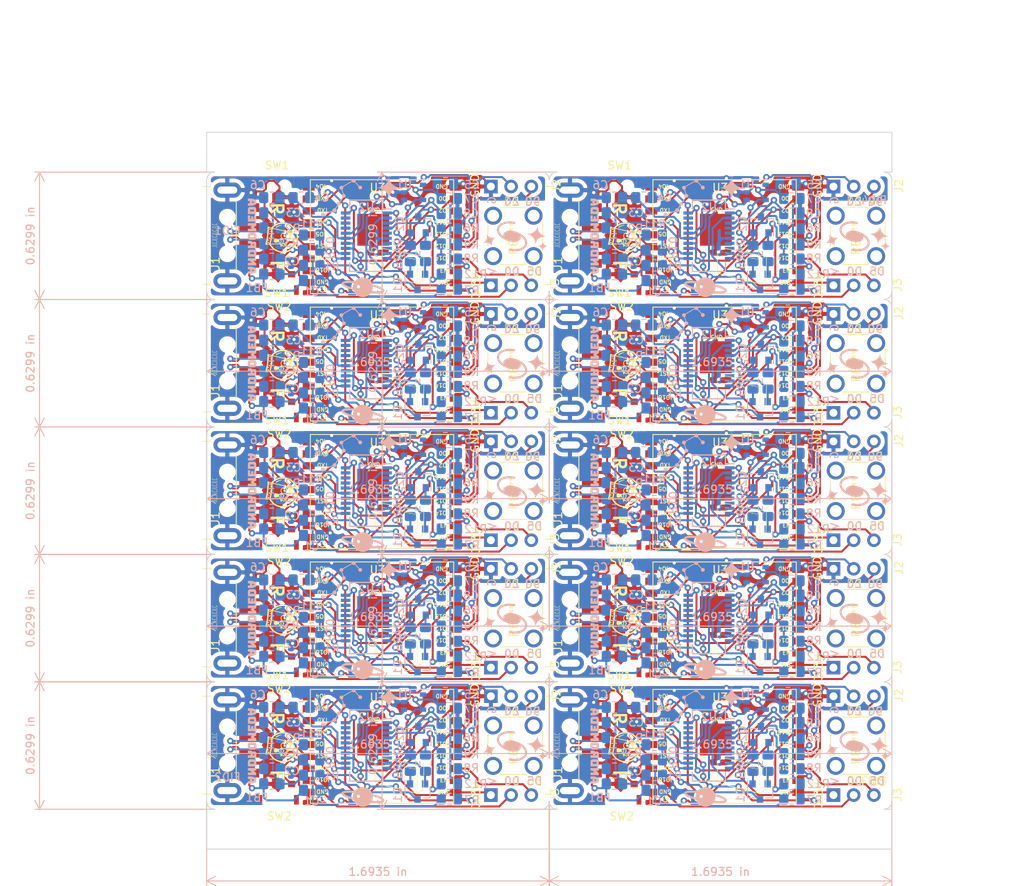
<source format=kicad_pcb>
(kicad_pcb (version 20171130) (host pcbnew 5.1.5+dfsg1-2build2)
  (layers (0 F.Cu signal) (31 B.Cu signal) (34 B.Paste user) (35 F.Paste user) (36 B.SilkS user) (37 F.SilkS user) (38 B.Mask user) (39 F.Mask user) (44 Edge.Cuts user))
  (net 0 "")
  (net 1 Board_1-+3V3)
  (net 2 Board_1-+5V)
  (net 3 Board_1-/J_N)
  (net 4 Board_1-/J_P)
  (net 5 Board_1-CP_RST)
  (net 6 Board_1-D+)
  (net 7 Board_1-D-)
  (net 8 Board_1-DTR)
  (net 9 Board_1-E_EN)
  (net 10 Board_1-E_IO0)
  (net 11 Board_1-E_IO12)
  (net 12 Board_1-E_IO13)
  (net 13 Board_1-E_IO14)
  (net 14 Board_1-E_IO15)
  (net 15 Board_1-E_IO16)
  (net 16 Board_1-E_IO2)
  (net 17 Board_1-E_RST)
  (net 18 Board_1-FTDI_100nF_TG)
  (net 19 Board_1-GND)
  (net 20 "Board_1-Net-(C1-Pad1)")
  (net 21 "Board_1-Net-(Q1-Pad1)")
  (net 22 "Board_1-Net-(Q2-Pad1)")
  (net 23 "Board_1-Net-(R1-Pad2)")
  (net 24 "Board_1-Net-(R6-Pad2)")
  (net 25 "Board_1-Net-(R7-Pad1)")
  (net 26 "Board_1-Net-(U1-Pad4)")
  (net 27 "Board_1-Net-(U2-Pad10)")
  (net 28 "Board_1-Net-(U2-Pad17)")
  (net 29 "Board_1-Net-(U2-Pad18)")
  (net 30 "Board_1-Net-(U2-Pad19)")
  (net 31 "Board_1-Net-(U2-Pad5)")
  (net 32 "Board_1-Net-(U2-Pad7)")
  (net 33 "Board_1-Net-(U2-Pad8)")
  (net 34 "Board_1-Net-(U2-Pad9)")
  (net 35 "Board_1-Net-(U3-Pad10)")
  (net 36 "Board_1-Net-(U3-Pad14)")
  (net 37 "Board_1-Net-(U3-Pad16)")
  (net 38 Board_1-RXD)
  (net 39 Board_1-TXD)
  (net 40 Board_2-+3V3)
  (net 41 Board_2-+5V)
  (net 42 Board_2-/J_N)
  (net 43 Board_2-/J_P)
  (net 44 Board_2-CP_RST)
  (net 45 Board_2-D+)
  (net 46 Board_2-D-)
  (net 47 Board_2-DTR)
  (net 48 Board_2-E_EN)
  (net 49 Board_2-E_IO0)
  (net 50 Board_2-E_IO12)
  (net 51 Board_2-E_IO13)
  (net 52 Board_2-E_IO14)
  (net 53 Board_2-E_IO15)
  (net 54 Board_2-E_IO16)
  (net 55 Board_2-E_IO2)
  (net 56 Board_2-E_RST)
  (net 57 Board_2-FTDI_100nF_TG)
  (net 58 Board_2-GND)
  (net 59 "Board_2-Net-(C1-Pad1)")
  (net 60 "Board_2-Net-(Q1-Pad1)")
  (net 61 "Board_2-Net-(Q2-Pad1)")
  (net 62 "Board_2-Net-(R1-Pad2)")
  (net 63 "Board_2-Net-(R6-Pad2)")
  (net 64 "Board_2-Net-(R7-Pad1)")
  (net 65 "Board_2-Net-(U1-Pad4)")
  (net 66 "Board_2-Net-(U2-Pad10)")
  (net 67 "Board_2-Net-(U2-Pad17)")
  (net 68 "Board_2-Net-(U2-Pad18)")
  (net 69 "Board_2-Net-(U2-Pad19)")
  (net 70 "Board_2-Net-(U2-Pad5)")
  (net 71 "Board_2-Net-(U2-Pad7)")
  (net 72 "Board_2-Net-(U2-Pad8)")
  (net 73 "Board_2-Net-(U2-Pad9)")
  (net 74 "Board_2-Net-(U3-Pad10)")
  (net 75 "Board_2-Net-(U3-Pad14)")
  (net 76 "Board_2-Net-(U3-Pad16)")
  (net 77 Board_2-RXD)
  (net 78 Board_2-TXD)
  (net 79 Board_3-+3V3)
  (net 80 Board_3-+5V)
  (net 81 Board_3-/J_N)
  (net 82 Board_3-/J_P)
  (net 83 Board_3-CP_RST)
  (net 84 Board_3-D+)
  (net 85 Board_3-D-)
  (net 86 Board_3-DTR)
  (net 87 Board_3-E_EN)
  (net 88 Board_3-E_IO0)
  (net 89 Board_3-E_IO12)
  (net 90 Board_3-E_IO13)
  (net 91 Board_3-E_IO14)
  (net 92 Board_3-E_IO15)
  (net 93 Board_3-E_IO16)
  (net 94 Board_3-E_IO2)
  (net 95 Board_3-E_RST)
  (net 96 Board_3-FTDI_100nF_TG)
  (net 97 Board_3-GND)
  (net 98 "Board_3-Net-(C1-Pad1)")
  (net 99 "Board_3-Net-(Q1-Pad1)")
  (net 100 "Board_3-Net-(Q2-Pad1)")
  (net 101 "Board_3-Net-(R1-Pad2)")
  (net 102 "Board_3-Net-(R6-Pad2)")
  (net 103 "Board_3-Net-(R7-Pad1)")
  (net 104 "Board_3-Net-(U1-Pad4)")
  (net 105 "Board_3-Net-(U2-Pad10)")
  (net 106 "Board_3-Net-(U2-Pad17)")
  (net 107 "Board_3-Net-(U2-Pad18)")
  (net 108 "Board_3-Net-(U2-Pad19)")
  (net 109 "Board_3-Net-(U2-Pad5)")
  (net 110 "Board_3-Net-(U2-Pad7)")
  (net 111 "Board_3-Net-(U2-Pad8)")
  (net 112 "Board_3-Net-(U2-Pad9)")
  (net 113 "Board_3-Net-(U3-Pad10)")
  (net 114 "Board_3-Net-(U3-Pad14)")
  (net 115 "Board_3-Net-(U3-Pad16)")
  (net 116 Board_3-RXD)
  (net 117 Board_3-TXD)
  (net 118 Board_4-+3V3)
  (net 119 Board_4-+5V)
  (net 120 Board_4-/J_N)
  (net 121 Board_4-/J_P)
  (net 122 Board_4-CP_RST)
  (net 123 Board_4-D+)
  (net 124 Board_4-D-)
  (net 125 Board_4-DTR)
  (net 126 Board_4-E_EN)
  (net 127 Board_4-E_IO0)
  (net 128 Board_4-E_IO12)
  (net 129 Board_4-E_IO13)
  (net 130 Board_4-E_IO14)
  (net 131 Board_4-E_IO15)
  (net 132 Board_4-E_IO16)
  (net 133 Board_4-E_IO2)
  (net 134 Board_4-E_RST)
  (net 135 Board_4-FTDI_100nF_TG)
  (net 136 Board_4-GND)
  (net 137 "Board_4-Net-(C1-Pad1)")
  (net 138 "Board_4-Net-(Q1-Pad1)")
  (net 139 "Board_4-Net-(Q2-Pad1)")
  (net 140 "Board_4-Net-(R1-Pad2)")
  (net 141 "Board_4-Net-(R6-Pad2)")
  (net 142 "Board_4-Net-(R7-Pad1)")
  (net 143 "Board_4-Net-(U1-Pad4)")
  (net 144 "Board_4-Net-(U2-Pad10)")
  (net 145 "Board_4-Net-(U2-Pad17)")
  (net 146 "Board_4-Net-(U2-Pad18)")
  (net 147 "Board_4-Net-(U2-Pad19)")
  (net 148 "Board_4-Net-(U2-Pad5)")
  (net 149 "Board_4-Net-(U2-Pad7)")
  (net 150 "Board_4-Net-(U2-Pad8)")
  (net 151 "Board_4-Net-(U2-Pad9)")
  (net 152 "Board_4-Net-(U3-Pad10)")
  (net 153 "Board_4-Net-(U3-Pad14)")
  (net 154 "Board_4-Net-(U3-Pad16)")
  (net 155 Board_4-RXD)
  (net 156 Board_4-TXD)
  (net 157 Board_5-+3V3)
  (net 158 Board_5-+5V)
  (net 159 Board_5-/J_N)
  (net 160 Board_5-/J_P)
  (net 161 Board_5-CP_RST)
  (net 162 Board_5-D+)
  (net 163 Board_5-D-)
  (net 164 Board_5-DTR)
  (net 165 Board_5-E_EN)
  (net 166 Board_5-E_IO0)
  (net 167 Board_5-E_IO12)
  (net 168 Board_5-E_IO13)
  (net 169 Board_5-E_IO14)
  (net 170 Board_5-E_IO15)
  (net 171 Board_5-E_IO16)
  (net 172 Board_5-E_IO2)
  (net 173 Board_5-E_RST)
  (net 174 Board_5-FTDI_100nF_TG)
  (net 175 Board_5-GND)
  (net 176 "Board_5-Net-(C1-Pad1)")
  (net 177 "Board_5-Net-(Q1-Pad1)")
  (net 178 "Board_5-Net-(Q2-Pad1)")
  (net 179 "Board_5-Net-(R1-Pad2)")
  (net 180 "Board_5-Net-(R6-Pad2)")
  (net 181 "Board_5-Net-(R7-Pad1)")
  (net 182 "Board_5-Net-(U1-Pad4)")
  (net 183 "Board_5-Net-(U2-Pad10)")
  (net 184 "Board_5-Net-(U2-Pad17)")
  (net 185 "Board_5-Net-(U2-Pad18)")
  (net 186 "Board_5-Net-(U2-Pad19)")
  (net 187 "Board_5-Net-(U2-Pad5)")
  (net 188 "Board_5-Net-(U2-Pad7)")
  (net 189 "Board_5-Net-(U2-Pad8)")
  (net 190 "Board_5-Net-(U2-Pad9)")
  (net 191 "Board_5-Net-(U3-Pad10)")
  (net 192 "Board_5-Net-(U3-Pad14)")
  (net 193 "Board_5-Net-(U3-Pad16)")
  (net 194 Board_5-RXD)
  (net 195 Board_5-TXD)
  (net 196 Board_6-+3V3)
  (net 197 Board_6-+5V)
  (net 198 Board_6-/J_N)
  (net 199 Board_6-/J_P)
  (net 200 Board_6-CP_RST)
  (net 201 Board_6-D+)
  (net 202 Board_6-D-)
  (net 203 Board_6-DTR)
  (net 204 Board_6-E_EN)
  (net 205 Board_6-E_IO0)
  (net 206 Board_6-E_IO12)
  (net 207 Board_6-E_IO13)
  (net 208 Board_6-E_IO14)
  (net 209 Board_6-E_IO15)
  (net 210 Board_6-E_IO16)
  (net 211 Board_6-E_IO2)
  (net 212 Board_6-E_RST)
  (net 213 Board_6-FTDI_100nF_TG)
  (net 214 Board_6-GND)
  (net 215 "Board_6-Net-(C1-Pad1)")
  (net 216 "Board_6-Net-(Q1-Pad1)")
  (net 217 "Board_6-Net-(Q2-Pad1)")
  (net 218 "Board_6-Net-(R1-Pad2)")
  (net 219 "Board_6-Net-(R6-Pad2)")
  (net 220 "Board_6-Net-(R7-Pad1)")
  (net 221 "Board_6-Net-(U1-Pad4)")
  (net 222 "Board_6-Net-(U2-Pad10)")
  (net 223 "Board_6-Net-(U2-Pad17)")
  (net 224 "Board_6-Net-(U2-Pad18)")
  (net 225 "Board_6-Net-(U2-Pad19)")
  (net 226 "Board_6-Net-(U2-Pad5)")
  (net 227 "Board_6-Net-(U2-Pad7)")
  (net 228 "Board_6-Net-(U2-Pad8)")
  (net 229 "Board_6-Net-(U2-Pad9)")
  (net 230 "Board_6-Net-(U3-Pad10)")
  (net 231 "Board_6-Net-(U3-Pad14)")
  (net 232 "Board_6-Net-(U3-Pad16)")
  (net 233 Board_6-RXD)
  (net 234 Board_6-TXD)
  (net 235 Board_7-+3V3)
  (net 236 Board_7-+5V)
  (net 237 Board_7-/J_N)
  (net 238 Board_7-/J_P)
  (net 239 Board_7-CP_RST)
  (net 240 Board_7-D+)
  (net 241 Board_7-D-)
  (net 242 Board_7-DTR)
  (net 243 Board_7-E_EN)
  (net 244 Board_7-E_IO0)
  (net 245 Board_7-E_IO12)
  (net 246 Board_7-E_IO13)
  (net 247 Board_7-E_IO14)
  (net 248 Board_7-E_IO15)
  (net 249 Board_7-E_IO16)
  (net 250 Board_7-E_IO2)
  (net 251 Board_7-E_RST)
  (net 252 Board_7-FTDI_100nF_TG)
  (net 253 Board_7-GND)
  (net 254 "Board_7-Net-(C1-Pad1)")
  (net 255 "Board_7-Net-(Q1-Pad1)")
  (net 256 "Board_7-Net-(Q2-Pad1)")
  (net 257 "Board_7-Net-(R1-Pad2)")
  (net 258 "Board_7-Net-(R6-Pad2)")
  (net 259 "Board_7-Net-(R7-Pad1)")
  (net 260 "Board_7-Net-(U1-Pad4)")
  (net 261 "Board_7-Net-(U2-Pad10)")
  (net 262 "Board_7-Net-(U2-Pad17)")
  (net 263 "Board_7-Net-(U2-Pad18)")
  (net 264 "Board_7-Net-(U2-Pad19)")
  (net 265 "Board_7-Net-(U2-Pad5)")
  (net 266 "Board_7-Net-(U2-Pad7)")
  (net 267 "Board_7-Net-(U2-Pad8)")
  (net 268 "Board_7-Net-(U2-Pad9)")
  (net 269 "Board_7-Net-(U3-Pad10)")
  (net 270 "Board_7-Net-(U3-Pad14)")
  (net 271 "Board_7-Net-(U3-Pad16)")
  (net 272 Board_7-RXD)
  (net 273 Board_7-TXD)
  (net 274 Board_8-+3V3)
  (net 275 Board_8-+5V)
  (net 276 Board_8-/J_N)
  (net 277 Board_8-/J_P)
  (net 278 Board_8-CP_RST)
  (net 279 Board_8-D+)
  (net 280 Board_8-D-)
  (net 281 Board_8-DTR)
  (net 282 Board_8-E_EN)
  (net 283 Board_8-E_IO0)
  (net 284 Board_8-E_IO12)
  (net 285 Board_8-E_IO13)
  (net 286 Board_8-E_IO14)
  (net 287 Board_8-E_IO15)
  (net 288 Board_8-E_IO16)
  (net 289 Board_8-E_IO2)
  (net 290 Board_8-E_RST)
  (net 291 Board_8-FTDI_100nF_TG)
  (net 292 Board_8-GND)
  (net 293 "Board_8-Net-(C1-Pad1)")
  (net 294 "Board_8-Net-(Q1-Pad1)")
  (net 295 "Board_8-Net-(Q2-Pad1)")
  (net 296 "Board_8-Net-(R1-Pad2)")
  (net 297 "Board_8-Net-(R6-Pad2)")
  (net 298 "Board_8-Net-(R7-Pad1)")
  (net 299 "Board_8-Net-(U1-Pad4)")
  (net 300 "Board_8-Net-(U2-Pad10)")
  (net 301 "Board_8-Net-(U2-Pad17)")
  (net 302 "Board_8-Net-(U2-Pad18)")
  (net 303 "Board_8-Net-(U2-Pad19)")
  (net 304 "Board_8-Net-(U2-Pad5)")
  (net 305 "Board_8-Net-(U2-Pad7)")
  (net 306 "Board_8-Net-(U2-Pad8)")
  (net 307 "Board_8-Net-(U2-Pad9)")
  (net 308 "Board_8-Net-(U3-Pad10)")
  (net 309 "Board_8-Net-(U3-Pad14)")
  (net 310 "Board_8-Net-(U3-Pad16)")
  (net 311 Board_8-RXD)
  (net 312 Board_8-TXD)
  (net 313 Board_9-+3V3)
  (net 314 Board_9-+5V)
  (net 315 Board_9-/J_N)
  (net 316 Board_9-/J_P)
  (net 317 Board_9-CP_RST)
  (net 318 Board_9-D+)
  (net 319 Board_9-D-)
  (net 320 Board_9-DTR)
  (net 321 Board_9-E_EN)
  (net 322 Board_9-E_IO0)
  (net 323 Board_9-E_IO12)
  (net 324 Board_9-E_IO13)
  (net 325 Board_9-E_IO14)
  (net 326 Board_9-E_IO15)
  (net 327 Board_9-E_IO16)
  (net 328 Board_9-E_IO2)
  (net 329 Board_9-E_RST)
  (net 330 Board_9-FTDI_100nF_TG)
  (net 331 Board_9-GND)
  (net 332 "Board_9-Net-(C1-Pad1)")
  (net 333 "Board_9-Net-(Q1-Pad1)")
  (net 334 "Board_9-Net-(Q2-Pad1)")
  (net 335 "Board_9-Net-(R1-Pad2)")
  (net 336 "Board_9-Net-(R6-Pad2)")
  (net 337 "Board_9-Net-(R7-Pad1)")
  (net 338 "Board_9-Net-(U1-Pad4)")
  (net 339 "Board_9-Net-(U2-Pad10)")
  (net 340 "Board_9-Net-(U2-Pad17)")
  (net 341 "Board_9-Net-(U2-Pad18)")
  (net 342 "Board_9-Net-(U2-Pad19)")
  (net 343 "Board_9-Net-(U2-Pad5)")
  (net 344 "Board_9-Net-(U2-Pad7)")
  (net 345 "Board_9-Net-(U2-Pad8)")
  (net 346 "Board_9-Net-(U2-Pad9)")
  (net 347 "Board_9-Net-(U3-Pad10)")
  (net 348 "Board_9-Net-(U3-Pad14)")
  (net 349 "Board_9-Net-(U3-Pad16)")
  (net 350 Board_9-RXD)
  (net 351 Board_9-TXD)
  (net 352 Board_10-+3V3)
  (net 353 Board_10-+5V)
  (net 354 Board_10-/J_N)
  (net 355 Board_10-/J_P)
  (net 356 Board_10-CP_RST)
  (net 357 Board_10-D+)
  (net 358 Board_10-D-)
  (net 359 Board_10-DTR)
  (net 360 Board_10-E_EN)
  (net 361 Board_10-E_IO0)
  (net 362 Board_10-E_IO12)
  (net 363 Board_10-E_IO13)
  (net 364 Board_10-E_IO14)
  (net 365 Board_10-E_IO15)
  (net 366 Board_10-E_IO16)
  (net 367 Board_10-E_IO2)
  (net 368 Board_10-E_RST)
  (net 369 Board_10-FTDI_100nF_TG)
  (net 370 Board_10-GND)
  (net 371 "Board_10-Net-(C1-Pad1)")
  (net 372 "Board_10-Net-(Q1-Pad1)")
  (net 373 "Board_10-Net-(Q2-Pad1)")
  (net 374 "Board_10-Net-(R1-Pad2)")
  (net 375 "Board_10-Net-(R6-Pad2)")
  (net 376 "Board_10-Net-(R7-Pad1)")
  (net 377 "Board_10-Net-(U1-Pad4)")
  (net 378 "Board_10-Net-(U2-Pad10)")
  (net 379 "Board_10-Net-(U2-Pad17)")
  (net 380 "Board_10-Net-(U2-Pad18)")
  (net 381 "Board_10-Net-(U2-Pad19)")
  (net 382 "Board_10-Net-(U2-Pad5)")
  (net 383 "Board_10-Net-(U2-Pad7)")
  (net 384 "Board_10-Net-(U2-Pad8)")
  (net 385 "Board_10-Net-(U2-Pad9)")
  (net 386 "Board_10-Net-(U3-Pad10)")
  (net 387 "Board_10-Net-(U3-Pad14)")
  (net 388 "Board_10-Net-(U3-Pad16)")
  (net 389 Board_10-RXD)
  (net 390 Board_10-TXD)
  (module Fiducial:Fiducial_0.5mm_Mask1.5mm (layer B.Cu) (at 133.78434 51.81092)
    (fp_text reference FID4 (at 0 1.7145) (layer B.SilkS) (effects (justify mirror)))
    (fp_text value Fiducial_0.5mm_Mask1.5mm)
    (pad "" smd circle (at 0 0) (size 0.5 0.5) (layers B.Cu B.Mask) (clearance 0.5))
  )
  (module Fiducial:Fiducial_0.5mm_Mask1.5mm (layer F.Cu) (at 133.78434 128.22174)
    (fp_text reference FID3 (at 0 -1.7145) (layer F.SilkS))
    (fp_text value Fiducial_0.5mm_Mask1.5mm)
    (pad "" smd circle (at 0 0) (size 0.5 0.5) (layers F.Cu F.Mask) (clearance 0.5))
  )
  (module Fiducial:Fiducial_0.5mm_Mask1.5mm (layer B.Cu) (at 52.60848 124.25172)
    (fp_text reference FID2 (at 0 1.7145) (layer B.SilkS) (effects (justify mirror)))
    (fp_text value Fiducial_0.5mm_Mask1.5mm)
    (pad "" smd circle (at 0 0) (size 0.5 0.5) (layers B.Cu B.Mask) (clearance 0.5))
  )
  (module Fiducial:Fiducial_0.5mm_Mask1.5mm (layer B.Cu) (at 52.59832 55.64886)
    (fp_text reference FID1 (at 0 1.7145) (layer B.SilkS) (effects (justify mirror)))
    (fp_text value Fiducial_0.5mm_Mask1.5mm)
    (pad "" smd circle (at 0 0) (size 0.5 0.5) (layers B.Cu B.Mask) (clearance 0.5))
  )
  (module deauther-andromeda:ESP-WROOM-02U (layer F.Cu) (at 124.032011 129.250045 180)
    (fp_text reference U3 (at 9.55 13.3 180) (layer F.SilkS))
    (fp_text value ESP-WROOM-02U)
    (fp_text user GND (at 10 10.5) (layer F.SilkS) (effects (font (size 0.5 0.5) (thickness 0.1))))
    (fp_text user IO4 (at 16.71 13.48 180 unlocked) (layer F.SilkS) (effects (font (size 0.5 0.5) (thickness 0.1))))
    (fp_text user RXD (at 16.46 11.98 180 unlocked) (layer F.SilkS) (effects (font (size 0.5 0.5) (thickness 0.1))))
    (fp_text user TXD (at 16.46 10.48 180 unlocked) (layer F.SilkS) (effects (font (size 0.5 0.5) (thickness 0.1))))
    (fp_text user GND (at 16.46 8.98 180 unlocked) (layer F.SilkS) (effects (font (size 0.5 0.5) (thickness 0.1))))
    (fp_text user IO5 (at 16.71 7.48 180 unlocked) (layer F.SilkS) (effects (font (size 0.5 0.5) (thickness 0.1))))
    (fp_text user RST (at 16.46 5.98 180 unlocked) (layer F.SilkS) (effects (font (size 0.5 0.5) (thickness 0.1))))
    (fp_text user TOUT (at 16.46 4.48 180 unlocked) (layer F.SilkS) (effects (font (size 0.5 0.5) (thickness 0.1))))
    (fp_text user IO16 (at 16.46 2.98 180 unlocked) (layer F.SilkS) (effects (font (size 0.5 0.5) (thickness 0.1))))
    (fp_text user GND (at 16.46 1.48 180 unlocked) (layer F.SilkS) (effects (font (size 0.5 0.5) (thickness 0.1))))
    (fp_text user GND (at 1.5 13.47 180 unlocked) (layer F.SilkS) (effects (font (size 0.5 0.5) (thickness 0.1))))
    (fp_text user IO0 (at 1.25 11.97 180 unlocked) (layer F.SilkS) (effects (font (size 0.5 0.5) (thickness 0.1))))
    (fp_text user IO2 (at 1.25 10.47 180 unlocked) (layer F.SilkS) (effects (font (size 0.5 0.5) (thickness 0.1))))
    (fp_text user IO15 (at 1.5 8.97 180 unlocked) (layer F.SilkS) (effects (font (size 0.5 0.5) (thickness 0.1))))
    (fp_text user IO13 (at 1.5 7.47 180 unlocked) (layer F.SilkS) (effects (font (size 0.5 0.5) (thickness 0.1))))
    (fp_text user IO12 (at 1.5 5.97 180 unlocked) (layer F.SilkS) (effects (font (size 0.5 0.5) (thickness 0.1))))
    (fp_text user IO14 (at 1.5 4.47 180 unlocked) (layer F.SilkS) (effects (font (size 0.5 0.5) (thickness 0.1))))
    (fp_text user EN (at 1.23 2.89 unlocked) (layer F.SilkS) (effects (font (size 0.5 0.5) (thickness 0.1))))
    (fp_text user 3v3 (at 1.39 1.38 unlocked) (layer F.SilkS) (effects (font (size 0.5 0.5) (thickness 0.1))))
    (pad 19 smd rect (at 10.1 8.01 180) (size 4 4) (layers F.Cu F.Paste F.Mask) (net 370 Board_10-GND))
    (pad 18 smd rect (at 18.21 1.38 180) (size 1.5 0.9) (layers F.Cu F.Paste F.Mask) (net 370 Board_10-GND))
    (pad 15 smd rect (at 18.21 5.88 180) (size 1.5 0.9) (layers F.Cu F.Paste F.Mask) (net 368 Board_10-E_RST))
    (pad 17 smd rect (at 18.21 2.88 180) (size 1.5 0.9) (layers F.Cu F.Paste F.Mask) (net 366 Board_10-E_IO16))
    (pad 13 smd rect (at 18.21 8.88 180) (size 1.5 0.9) (layers F.Cu F.Paste F.Mask) (net 370 Board_10-GND))
    (pad 16 smd rect (at 18.21 4.38 180) (size 1.5 0.9) (layers F.Cu F.Paste F.Mask) (net 388 "Board_10-Net-(U3-Pad16)"))
    (pad 11 smd rect (at 18.21 11.88 180) (size 1.5 0.9) (layers F.Cu F.Paste F.Mask) (net 376 "Board_10-Net-(R7-Pad1)"))
    (pad 14 smd rect (at 18.21 7.38 180) (size 1.5 0.9) (layers F.Cu F.Paste F.Mask) (net 387 "Board_10-Net-(U3-Pad14)"))
    (pad 12 smd rect (at 18.21 10.38 180) (size 1.5 0.9) (layers F.Cu F.Paste F.Mask) (net 375 "Board_10-Net-(R6-Pad2)"))
    (pad 10 smd rect (at 18.21 13.38 180) (size 1.5 0.9) (layers F.Cu F.Paste F.Mask) (net 386 "Board_10-Net-(U3-Pad10)"))
    (pad 9 smd rect (at -0.25 13.37 180) (size 1.5 0.9) (layers F.Cu F.Paste F.Mask) (net 370 Board_10-GND))
    (pad 8 smd rect (at -0.25 11.87 180) (size 1.5 0.9) (layers F.Cu F.Paste F.Mask) (net 361 Board_10-E_IO0))
    (pad 7 smd rect (at -0.25 10.37 180) (size 1.5 0.9) (layers F.Cu F.Paste F.Mask) (net 367 Board_10-E_IO2))
    (pad 6 smd rect (at -0.25 8.87 180) (size 1.5 0.9) (layers F.Cu F.Paste F.Mask) (net 365 Board_10-E_IO15))
    (pad 5 smd rect (at -0.25 7.37 180) (size 1.5 0.9) (layers F.Cu F.Paste F.Mask) (net 363 Board_10-E_IO13))
    (pad 4 smd rect (at -0.25 5.87 180) (size 1.5 0.9) (layers F.Cu F.Paste F.Mask) (net 362 Board_10-E_IO12))
    (pad 3 smd rect (at -0.25 4.37 180) (size 1.5 0.9) (layers F.Cu F.Paste F.Mask) (net 364 Board_10-E_IO14))
    (pad 2 smd rect (at -0.25 2.87 180) (size 1.5 0.9) (layers F.Cu F.Paste F.Mask) (net 360 Board_10-E_EN))
    (pad 1 smd rect (at -0.25 1.37 180) (size 1.5 0.9) (layers F.Cu F.Paste F.Mask) (net 352 Board_10-+3V3))
  )
  (module deauther-andromeda:AP2112_REGULATOR (layer B.Cu) (at 118.974811 116.520845 270)
    (fp_text reference U1 (at -0.94404 1.1702 180) (layer B.SilkS) (effects (justify mirror)))
    (fp_text value AP2112-3.3)
    (pad 5 smd rect (at 0.9729 -1.20904 270) (size 0.55 0.8) (layers B.Cu B.Paste B.Mask) (net 352 Board_10-+3V3))
    (pad 1 smd rect (at 0.9729 1.19096 270) (size 0.55 0.8) (layers B.Cu B.Paste B.Mask) (net 353 Board_10-+5V))
    (pad 2 smd rect (at 0.0229 1.19096 270) (size 0.55 0.8) (layers B.Cu B.Paste B.Mask) (net 370 Board_10-GND))
    (pad 3 smd rect (at -0.9271 1.19096 270) (size 0.55 0.8) (layers B.Cu B.Paste B.Mask) (net 374 "Board_10-Net-(R1-Pad2)"))
    (pad 4 smd rect (at -0.9271 -1.20904 270) (size 0.55 0.8) (layers B.Cu B.Paste B.Mask) (net 377 "Board_10-Net-(U1-Pad4)"))
  )
  (module Long_range_deauther:PinHeader_1x03_P2.54mm_Vertical (layer F.Cu) (at 128.700471 128.220085 90)
    (fp_text reference J3 (at 0.03 8.05 90) (layer F.SilkS))
    (fp_text value Conn_01x03_Male)
    (pad 1 thru_hole rect (at 0 0 90) (size 1.7 1.7) (drill 1) (layers *.Cu *.Mask) (net 352 Board_10-+3V3))
    (pad 2 thru_hole oval (at 0 2.54 90) (size 1.7 1.7) (drill 1) (layers *.Cu *.Mask) (net 366 Board_10-E_IO16))
    (pad 3 thru_hole oval (at 0 5.08 90) (size 1.7 1.7) (drill 1) (layers *.Cu *.Mask) (net 364 Board_10-E_IO14))
  )
  (module Long_range_deauther:PinHeader_1x03_P2.54mm_Vertical (layer F.Cu) (at 128.702011 115.810045 90)
    (fp_text reference J2 (at 0.08 8.22 90) (layer F.SilkS))
    (fp_text value Conn_01x03_Male)
    (pad 3 thru_hole oval (at 0 5.08 90) (size 1.7 1.7) (drill 1) (layers *.Cu *.Mask) (net 362 Board_10-E_IO12))
    (pad 2 thru_hole oval (at 0 2.54 90) (size 1.7 1.7) (drill 1) (layers *.Cu *.Mask) (net 363 Board_10-E_IO13))
    (pad 1 thru_hole rect (at 0 0 90) (size 1.7 1.7) (drill 1) (layers *.Cu *.Mask) (net 370 Board_10-GND))
  )
  (module Connector_USB:USB_A_CNCTech_1001-011-01101_Horizontal (layer F.Cu) (at 88.713251 121.956445 180)
    (fp_text reference J1 (at -5.41274 -3.51282 270) (layer F.SilkS))
    (fp_text value USB_A)
    (pad "" np_thru_hole circle (at -6.9 2.3 180) (size 1.1 1.1) (drill 1.1) (layers *.Cu *.Mask))
    (pad "" np_thru_hole circle (at -6.9 -2.3 180) (size 1.1 1.1) (drill 1.1) (layers *.Cu *.Mask))
    (pad 5 thru_hole oval (at -6.9 5.7 180) (size 3.5 1.9) (drill oval 2.5 0.9) (layers *.Cu *.Mask) (net 370 Board_10-GND))
    (pad 5 thru_hole oval (at -6.9 -5.7 180) (size 3.5 1.9) (drill oval 2.5 0.9) (layers *.Cu *.Mask) (net 370 Board_10-GND))
    (pad 4 smd rect (at -9.65 3.5 180) (size 2.5 1.1) (layers F.Cu F.Paste F.Mask) (net 370 Board_10-GND))
    (pad 1 smd rect (at -9.65 -3.5 180) (size 2.5 1.1) (layers F.Cu F.Paste F.Mask) (net 371 "Board_10-Net-(C1-Pad1)"))
    (pad 3 smd rect (at -9.65 1 180) (size 2.5 1.1) (layers F.Cu F.Paste F.Mask) (net 355 Board_10-/J_P))
    (pad 2 smd rect (at -9.65 -1 180) (size 2.5 1.1) (layers F.Cu F.Paste F.Mask) (net 354 Board_10-/J_N))
  )
  (module Package_SO:SSOP-20_3.9x8.7mm_P0.635mm (layer B.Cu) (at 113.062011 121.990045 180)
    (fp_text reference U2 (at -0.01492 3.56674) (layer B.SilkS) (effects (justify mirror)))
    (fp_text value FT231XS)
    (pad 20 smd rect (at 2.6 2.8575 180) (size 1.2 0.4) (layers B.Cu B.Paste B.Mask) (net 390 Board_10-TXD))
    (pad 19 smd rect (at 2.6 2.2225 180) (size 1.2 0.4) (layers B.Cu B.Paste B.Mask) (net 381 "Board_10-Net-(U2-Pad19)"))
    (pad 18 smd rect (at 2.6 1.5875 180) (size 1.2 0.4) (layers B.Cu B.Paste B.Mask) (net 380 "Board_10-Net-(U2-Pad18)"))
    (pad 17 smd rect (at 2.6 0.9525 180) (size 1.2 0.4) (layers B.Cu B.Paste B.Mask) (net 379 "Board_10-Net-(U2-Pad17)"))
    (pad 16 smd rect (at 2.6 0.3175 180) (size 1.2 0.4) (layers B.Cu B.Paste B.Mask) (net 370 Board_10-GND))
    (pad 15 smd rect (at 2.6 -0.3175 180) (size 1.2 0.4) (layers B.Cu B.Paste B.Mask) (net 353 Board_10-+5V))
    (pad 14 smd rect (at 2.6 -0.9525 180) (size 1.2 0.4) (layers B.Cu B.Paste B.Mask) (net 369 Board_10-FTDI_100nF_TG))
    (pad 13 smd rect (at 2.6 -1.5875 180) (size 1.2 0.4) (layers B.Cu B.Paste B.Mask) (net 369 Board_10-FTDI_100nF_TG))
    (pad 12 smd rect (at 2.6 -2.2225 180) (size 1.2 0.4) (layers B.Cu B.Paste B.Mask) (net 358 Board_10-D-))
    (pad 11 smd rect (at 2.6 -2.8575 180) (size 1.2 0.4) (layers B.Cu B.Paste B.Mask) (net 357 Board_10-D+))
    (pad 10 smd rect (at -2.6 -2.8575 180) (size 1.2 0.4) (layers B.Cu B.Paste B.Mask) (net 378 "Board_10-Net-(U2-Pad10)"))
    (pad 9 smd rect (at -2.6 -2.2225 180) (size 1.2 0.4) (layers B.Cu B.Paste B.Mask) (net 385 "Board_10-Net-(U2-Pad9)"))
    (pad 8 smd rect (at -2.6 -1.5875 180) (size 1.2 0.4) (layers B.Cu B.Paste B.Mask) (net 384 "Board_10-Net-(U2-Pad8)"))
    (pad 7 smd rect (at -2.6 -0.9525 180) (size 1.2 0.4) (layers B.Cu B.Paste B.Mask) (net 383 "Board_10-Net-(U2-Pad7)"))
    (pad 6 smd rect (at -2.6 -0.3175 180) (size 1.2 0.4) (layers B.Cu B.Paste B.Mask) (net 370 Board_10-GND))
    (pad 5 smd rect (at -2.6 0.3175 180) (size 1.2 0.4) (layers B.Cu B.Paste B.Mask) (net 382 "Board_10-Net-(U2-Pad5)"))
    (pad 4 smd rect (at -2.6 0.9525 180) (size 1.2 0.4) (layers B.Cu B.Paste B.Mask) (net 389 Board_10-RXD))
    (pad 3 smd rect (at -2.6 1.5875 180) (size 1.2 0.4) (layers B.Cu B.Paste B.Mask) (net 369 Board_10-FTDI_100nF_TG))
    (pad 2 smd rect (at -2.6 2.2225 180) (size 1.2 0.4) (layers B.Cu B.Paste B.Mask) (net 356 Board_10-CP_RST))
    (pad 1 smd rect (at -2.6 2.8575 180) (size 1.2 0.4) (layers B.Cu B.Paste B.Mask) (net 359 Board_10-DTR))
  )
  (module Long_range_deauther:HYP_1TS003B-1600-3500A-CT (layer F.Cu) (at 101.982011 128.210045 180)
    (fp_text reference SW2 (at -0.12674 -2.67704) (layer F.SilkS))
    (fp_text value SW_Flash)
    (pad 3 smd rect (at -2.3 -0.6 270) (size 1.2 0.6) (layers F.Cu F.Paste F.Mask))
    (pad 4 smd rect (at 2.3 -0.6 270) (size 1.2 0.6) (layers F.Cu F.Paste F.Mask))
    (pad 2 smd rect (at 1.71 1.39 270) (size 0.8 0.9) (layers F.Cu F.Paste F.Mask) (net 370 Board_10-GND))
    (pad 1 smd rect (at -1.7 1.38 270) (size 0.8 0.9) (layers F.Cu F.Paste F.Mask) (net 361 Board_10-E_IO0))
    (pad "" np_thru_hole circle (at -0.85 0 270) (size 0.7 0.7) (drill 0.7) (layers *.Cu *.Mask))
    (pad "" np_thru_hole circle (at 0.85 0 270) (size 0.7 0.7) (drill 0.7) (layers *.Cu *.Mask))
  )
  (module Long_range_deauther:HYP_1TS003B-1600-3500A-CT (layer F.Cu) (at 101.982011 115.770045)
    (fp_text reference SW1 (at -0.1395 -2.6147) (layer F.SilkS))
    (fp_text value SW_RST)
    (pad "" np_thru_hole circle (at 0.85 0 90) (size 0.7 0.7) (drill 0.7) (layers *.Cu *.Mask))
    (pad "" np_thru_hole circle (at -0.85 0 90) (size 0.7 0.7) (drill 0.7) (layers *.Cu *.Mask))
    (pad 1 smd rect (at -1.7 1.38 90) (size 0.8 0.9) (layers F.Cu F.Paste F.Mask) (net 368 Board_10-E_RST))
    (pad 2 smd rect (at 1.71 1.39 90) (size 0.8 0.9) (layers F.Cu F.Paste F.Mask) (net 370 Board_10-GND))
    (pad 4 smd rect (at 2.3 -0.6 90) (size 1.2 0.6) (layers F.Cu F.Paste F.Mask))
    (pad 3 smd rect (at -2.3 -0.6 90) (size 1.2 0.6) (layers F.Cu F.Paste F.Mask))
  )
  (module Capacitor_SMD:C_0805_2012Metric_Pad1.15x1.40mm_HandSolder (layer B.Cu) (at 101.202011 126.800045 180)
    (fp_text reference FB1 (at 1.87156 -1.74008) (layer B.SilkS) (effects (justify mirror)))
    (fp_text value Ferrite_Bead)
    (pad 2 smd roundrect (at 1.025 0 180) (size 1.15 1.4) (layers B.Cu B.Paste B.Mask) (roundrect_rratio 0.217391) (net 371 "Board_10-Net-(C1-Pad1)"))
    (pad 1 smd roundrect (at -1.025 0 180) (size 1.15 1.4) (layers B.Cu B.Paste B.Mask) (roundrect_rratio 0.217391) (net 353 Board_10-+5V))
  )
  (module Capacitor_SMD:C_0805_2012Metric_Pad1.15x1.40mm_HandSolder (layer B.Cu) (at 123.482011 119.210045)
    (fp_text reference C8 (at 2.72418 -0.01458 180) (layer B.SilkS) (effects (justify mirror)))
    (fp_text value 100nF)
    (pad 1 smd roundrect (at -1.025 0) (size 1.15 1.4) (layers B.Cu B.Paste B.Mask) (roundrect_rratio 0.217391) (net 369 Board_10-FTDI_100nF_TG))
    (pad 2 smd roundrect (at 1.025 0) (size 1.15 1.4) (layers B.Cu B.Paste B.Mask) (roundrect_rratio 0.217391) (net 370 Board_10-GND))
  )
  (module Capacitor_SMD:C_0805_2012Metric_Pad1.15x1.40mm_HandSolder (layer B.Cu) (at 123.482011 117.310045)
    (fp_text reference C7 (at 2.81562 0.02614 180) (layer B.SilkS) (effects (justify mirror)))
    (fp_text value 10uF)
    (pad 1 smd roundrect (at -1.025 0) (size 1.15 1.4) (layers B.Cu B.Paste B.Mask) (roundrect_rratio 0.217391) (net 352 Board_10-+3V3))
    (pad 2 smd roundrect (at 1.025 0) (size 1.15 1.4) (layers B.Cu B.Paste B.Mask) (roundrect_rratio 0.217391) (net 370 Board_10-GND))
  )
  (module Capacitor_SMD:C_0805_2012Metric_Pad1.15x1.40mm_HandSolder (layer B.Cu) (at 101.202011 117.200045 180)
    (fp_text reference C6 (at 1.78012 1.5936) (layer B.SilkS) (effects (justify mirror)))
    (fp_text value 4.7uF)
    (pad 2 smd roundrect (at 1.025 0 180) (size 1.15 1.4) (layers B.Cu B.Paste B.Mask) (roundrect_rratio 0.217391) (net 370 Board_10-GND))
    (pad 1 smd roundrect (at -1.025 0 180) (size 1.15 1.4) (layers B.Cu B.Paste B.Mask) (roundrect_rratio 0.217391) (net 353 Board_10-+5V))
  )
  (module Capacitor_SMD:C_0805_2012Metric_Pad1.15x1.40mm_HandSolder (layer B.Cu) (at 122.992011 115.410045)
    (fp_text reference C5 (at 3.32848 0.18116) (layer B.SilkS) (effects (justify mirror)))
    (fp_text value 10uF)
    (pad 2 smd roundrect (at 1.025 0) (size 1.15 1.4) (layers B.Cu B.Paste B.Mask) (roundrect_rratio 0.217391) (net 370 Board_10-GND))
    (pad 1 smd roundrect (at -1.025 0) (size 1.15 1.4) (layers B.Cu B.Paste B.Mask) (roundrect_rratio 0.217391) (net 352 Board_10-+3V3))
  )
  (module Package_TO_SOT_SMD:SOT-23 (layer B.Cu) (at 119.592011 120.620045 90)
    (fp_text reference Q2 (at 0.10886 -2.31646 90) (layer B.SilkS) (effects (justify mirror)))
    (fp_text value BC847)
    (pad 1 smd rect (at -1 0.95 90) (size 0.9 0.8) (layers B.Cu B.Paste B.Mask) (net 373 "Board_10-Net-(Q2-Pad1)"))
    (pad 2 smd rect (at -1 -0.95 90) (size 0.9 0.8) (layers B.Cu B.Paste B.Mask) (net 359 Board_10-DTR))
    (pad 3 smd rect (at 1 0 90) (size 0.9 0.8) (layers B.Cu B.Paste B.Mask) (net 361 Board_10-E_IO0))
  )
  (module Package_TO_SOT_SMD:SOT-23 (layer B.Cu) (at 119.492011 127.820045 270)
    (fp_text reference Q1 (at 0.36448 2.473 90) (layer B.SilkS) (effects (justify mirror)))
    (fp_text value BC847)
    (pad 3 smd rect (at 1 0 270) (size 0.9 0.8) (layers B.Cu B.Paste B.Mask) (net 368 Board_10-E_RST))
    (pad 2 smd rect (at -1 -0.95 270) (size 0.9 0.8) (layers B.Cu B.Paste B.Mask) (net 356 Board_10-CP_RST))
    (pad 1 smd rect (at -1 0.95 270) (size 0.9 0.8) (layers B.Cu B.Paste B.Mask) (net 372 "Board_10-Net-(Q1-Pad1)"))
  )
  (module Resistor_SMD:R_0805_2012Metric_Pad1.15x1.40mm_HandSolder (layer B.Cu) (at 123.492011 126.810045 180)
    (fp_text reference R12 (at -3.30854 0) (layer B.SilkS) (effects (justify mirror)))
    (fp_text value 10K)
    (pad 1 smd roundrect (at -1.025 0 180) (size 1.15 1.4) (layers B.Cu B.Paste B.Mask) (roundrect_rratio 0.217391) (net 370 Board_10-GND))
    (pad 2 smd roundrect (at 1.025 0 180) (size 1.15 1.4) (layers B.Cu B.Paste B.Mask) (roundrect_rratio 0.217391) (net 365 Board_10-E_IO15))
  )
  (module Resistor_SMD:R_0805_2012Metric_Pad1.15x1.40mm_HandSolder (layer B.Cu) (at 106.202011 121.900045 180)
    (fp_text reference R11 (at 0 1.35) (layer B.SilkS) (effects (justify mirror)))
    (fp_text value 10K)
    (pad 2 smd roundrect (at 1.025 0 180) (size 1.15 1.4) (layers B.Cu B.Paste B.Mask) (roundrect_rratio 0.217391) (net 368 Board_10-E_RST))
    (pad 1 smd roundrect (at -1.025 0 180) (size 1.15 1.4) (layers B.Cu B.Paste B.Mask) (roundrect_rratio 0.217391) (net 352 Board_10-+3V3))
  )
  (module Resistor_SMD:R_0805_2012Metric_Pad1.15x1.40mm_HandSolder (layer B.Cu) (at 106.202011 123.800045 180)
    (fp_text reference R10 (at -2.29784 0.2942 270 unlocked) (layer B.SilkS) (effects (justify mirror)))
    (fp_text value 10K)
    (pad 2 smd roundrect (at 1.025 0 180) (size 1.15 1.4) (layers B.Cu B.Paste B.Mask) (roundrect_rratio 0.217391) (net 361 Board_10-E_IO0))
    (pad 1 smd roundrect (at -1.025 0 180) (size 1.15 1.4) (layers B.Cu B.Paste B.Mask) (roundrect_rratio 0.217391) (net 352 Board_10-+3V3))
  )
  (module Resistor_SMD:R_0805_2012Metric_Pad1.15x1.40mm_HandSolder (layer B.Cu) (at 123.492011 123.010045 180)
    (fp_text reference R9 (at -2.77006 -0.09702) (layer B.SilkS) (effects (justify mirror)))
    (fp_text value 10K)
    (pad 2 smd roundrect (at 1.025 0 180) (size 1.15 1.4) (layers B.Cu B.Paste B.Mask) (roundrect_rratio 0.217391) (net 352 Board_10-+3V3))
    (pad 1 smd roundrect (at -1.025 0 180) (size 1.15 1.4) (layers B.Cu B.Paste B.Mask) (roundrect_rratio 0.217391) (net 367 Board_10-E_IO2))
  )
  (module Resistor_SMD:R_0805_2012Metric_Pad1.15x1.40mm_HandSolder (layer B.Cu) (at 123.492011 124.910045)
    (fp_text reference R8 (at 2.74974 -0.07578) (layer B.SilkS) (effects (justify mirror)))
    (fp_text value 10K)
    (pad 1 smd roundrect (at -1.025 0) (size 1.15 1.4) (layers B.Cu B.Paste B.Mask) (roundrect_rratio 0.217391) (net 352 Board_10-+3V3))
    (pad 2 smd roundrect (at 1.025 0) (size 1.15 1.4) (layers B.Cu B.Paste B.Mask) (roundrect_rratio 0.217391) (net 360 Board_10-E_EN))
  )
  (module Resistor_SMD:R_0805_2012Metric_Pad1.15x1.40mm_HandSolder (layer B.Cu) (at 123.492011 128.710045)
    (fp_text reference R7 (at 2.8361 0.13996) (layer B.SilkS) (effects (justify mirror)))
    (fp_text value 470)
    (pad 2 smd roundrect (at 1.025 0) (size 1.15 1.4) (layers B.Cu B.Paste B.Mask) (roundrect_rratio 0.217391) (net 390 Board_10-TXD))
    (pad 1 smd roundrect (at -1.025 0) (size 1.15 1.4) (layers B.Cu B.Paste B.Mask) (roundrect_rratio 0.217391) (net 376 "Board_10-Net-(R7-Pad1)"))
  )
  (module Resistor_SMD:R_0805_2012Metric_Pad1.15x1.40mm_HandSolder (layer B.Cu) (at 123.492011 121.110045)
    (fp_text reference R6 (at 2.73196 -0.0807) (layer B.SilkS) (effects (justify mirror)))
    (fp_text value 470)
    (pad 1 smd roundrect (at -1.025 0) (size 1.15 1.4) (layers B.Cu B.Paste B.Mask) (roundrect_rratio 0.217391) (net 389 Board_10-RXD))
    (pad 2 smd roundrect (at 1.025 0) (size 1.15 1.4) (layers B.Cu B.Paste B.Mask) (roundrect_rratio 0.217391) (net 375 "Board_10-Net-(R6-Pad2)"))
  )
  (module Resistor_SMD:R_0805_2012Metric_Pad1.15x1.40mm_HandSolder (layer B.Cu) (at 120.492011 124.220045 270)
    (fp_text reference R5 (at 1.00284 3.38664 90) (layer B.SilkS) (effects (justify mirror)))
    (fp_text value 4K7)
    (pad 1 smd roundrect (at -1.025 0 270) (size 1.15 1.4) (layers B.Cu B.Paste B.Mask) (roundrect_rratio 0.217391) (net 373 "Board_10-Net-(Q2-Pad1)"))
    (pad 2 smd roundrect (at 1.025 0 270) (size 1.15 1.4) (layers B.Cu B.Paste B.Mask) (roundrect_rratio 0.217391) (net 356 Board_10-CP_RST))
  )
  (module Resistor_SMD:R_0805_2012Metric_Pad1.15x1.40mm_HandSolder (layer B.Cu) (at 118.592011 124.220045 90)
    (fp_text reference R4 (at 0.8539 -1.48664 90) (layer B.SilkS) (effects (justify mirror)))
    (fp_text value 4K7)
    (pad 2 smd roundrect (at 1.025 0 90) (size 1.15 1.4) (layers B.Cu B.Paste B.Mask) (roundrect_rratio 0.217391) (net 359 Board_10-DTR))
    (pad 1 smd roundrect (at -1.025 0 90) (size 1.15 1.4) (layers B.Cu B.Paste B.Mask) (roundrect_rratio 0.217391) (net 372 "Board_10-Net-(Q1-Pad1)"))
  )
  (module Resistor_SMD:R_0805_2012Metric_Pad1.15x1.40mm_HandSolder (layer B.Cu) (at 101.202011 123.000045)
    (fp_text reference R3 (at 2.48708 -0.09618) (layer B.SilkS) (effects (justify mirror)))
    (fp_text value 27R)
    (pad 2 smd roundrect (at 1.025 0) (size 1.15 1.4) (layers B.Cu B.Paste B.Mask) (roundrect_rratio 0.217391) (net 358 Board_10-D-))
    (pad 1 smd roundrect (at -1.025 0) (size 1.15 1.4) (layers B.Cu B.Paste B.Mask) (roundrect_rratio 0.217391) (net 354 Board_10-/J_N))
  )
  (module Resistor_SMD:R_0805_2012Metric_Pad1.15x1.40mm_HandSolder (layer B.Cu) (at 101.202011 121.000045 180)
    (fp_text reference R2 (at -2.63186 -0.07502) (layer B.SilkS) (effects (justify mirror)))
    (fp_text value 27R)
    (pad 1 smd roundrect (at -1.025 0 180) (size 1.15 1.4) (layers B.Cu B.Paste B.Mask) (roundrect_rratio 0.217391) (net 357 Board_10-D+))
    (pad 2 smd roundrect (at 1.025 0 180) (size 1.15 1.4) (layers B.Cu B.Paste B.Mask) (roundrect_rratio 0.217391) (net 355 Board_10-/J_P))
  )
  (module Resistor_SMD:R_0805_2012Metric_Pad1.15x1.40mm_HandSolder (layer B.Cu) (at 106.202011 125.710045)
    (fp_text reference R1 (at 2.50866 0.1199) (layer B.SilkS) (effects (justify mirror)))
    (fp_text value 10K)
    (pad 1 smd roundrect (at -1.025 0) (size 1.15 1.4) (layers B.Cu B.Paste B.Mask) (roundrect_rratio 0.217391) (net 353 Board_10-+5V))
    (pad 2 smd roundrect (at 1.025 0) (size 1.15 1.4) (layers B.Cu B.Paste B.Mask) (roundrect_rratio 0.217391) (net 374 "Board_10-Net-(R1-Pad2)"))
  )
  (module Capacitor_SMD:C_0805_2012Metric_Pad1.15x1.40mm_HandSolder (layer B.Cu) (at 104.902011 117.200045)
    (fp_text reference C4 (at 2.57168 -0.01118) (layer B.SilkS) (effects (justify mirror)))
    (fp_text value 100nF)
    (pad 1 smd roundrect (at -1.025 0) (size 1.15 1.4) (layers B.Cu B.Paste B.Mask) (roundrect_rratio 0.217391) (net 353 Board_10-+5V))
    (pad 2 smd roundrect (at 1.025 0) (size 1.15 1.4) (layers B.Cu B.Paste B.Mask) (roundrect_rratio 0.217391) (net 370 Board_10-GND))
  )
  (module Capacitor_SMD:C_0805_2012Metric_Pad1.15x1.40mm_HandSolder (layer B.Cu) (at 101.202011 119.100045)
    (fp_text reference C3 (at 2.73092 -0.01126) (layer B.SilkS) (effects (justify mirror)))
    (fp_text value 47pF)
    (pad 2 smd roundrect (at 1.025 0) (size 1.15 1.4) (layers B.Cu B.Paste B.Mask) (roundrect_rratio 0.217391) (net 370 Board_10-GND))
    (pad 1 smd roundrect (at -1.025 0) (size 1.15 1.4) (layers B.Cu B.Paste B.Mask) (roundrect_rratio 0.217391) (net 355 Board_10-/J_P))
  )
  (module Capacitor_SMD:C_0805_2012Metric_Pad1.15x1.40mm_HandSolder (layer B.Cu) (at 101.202011 124.900045 180)
    (fp_text reference C2 (at -2.50232 -0.29998) (layer B.SilkS) (effects (justify mirror)))
    (fp_text value 47pF)
    (pad 1 smd roundrect (at -1.025 0 180) (size 1.15 1.4) (layers B.Cu B.Paste B.Mask) (roundrect_rratio 0.217391) (net 370 Board_10-GND))
    (pad 2 smd roundrect (at 1.025 0 180) (size 1.15 1.4) (layers B.Cu B.Paste B.Mask) (roundrect_rratio 0.217391) (net 354 Board_10-/J_N))
  )
  (module Capacitor_SMD:C_0805_2012Metric_Pad1.15x1.40mm_HandSolder (layer B.Cu) (at 106.202011 127.610045)
    (fp_text reference C1 (at 0 1.4) (layer B.SilkS) (effects (justify mirror)))
    (fp_text value 10nF)
    (pad 2 smd roundrect (at 1.025 0) (size 1.15 1.4) (layers B.Cu B.Paste B.Mask) (roundrect_rratio 0.217391) (net 370 Board_10-GND))
    (pad 1 smd roundrect (at -1.025 0) (size 1.15 1.4) (layers B.Cu B.Paste B.Mask) (roundrect_rratio 0.217391) (net 371 "Board_10-Net-(C1-Pad1)"))
  )
  (module 13r1ckz:brick13_4x6_6 (layer F.Cu) (at 117.206971 125.532765)
    (fp_text reference G*** hide)
    (fp_text value LOGO hide)
  )
  (module Long_range_deauther:SMA_Horizontal (layer F.Cu) (at 131.532011 122.000045 270)
    (fp_text reference REF** (at 0.254 0 90) (layer F.SilkS))
    (fp_text value SMA_Horizontal)
    (pad 2 thru_hole circle (at 2.554 -2.534 270) (size 2.25 2.25) (drill 1.5) (layers *.Cu *.Mask))
    (pad 2 thru_hole circle (at 2.554 2.546) (size 2.25 2.25) (drill 1.5) (layers *.Cu *.Mask))
    (pad 2 thru_hole circle (at -2.526 -2.534 270) (size 2.25 2.25) (drill 1.5) (layers *.Cu *.Mask))
    (pad 2 thru_hole circle (at -2.526 2.546 270) (size 2.25 2.25) (drill 1.5) (layers *.Cu *.Mask))
  )
  (module spacehunh:CHICKEN_3-9_4-2_logo (layer F.Cu) (at 102.438411 122.215945 270)
    (fp_text reference G*** hide)
    (fp_text value LOGO hide)
  )
  (module Art:back (layer B.Cu) (at 117.016471 122.113925)
    (fp_text reference G*** hide)
    (fp_text value LOGO hide)
  )
  (module deauther-andromeda:ESP-WROOM-02U (layer F.Cu) (at 81.016001 129.250045 180)
    (fp_text reference U3 (at 9.55 13.3 180) (layer F.SilkS))
    (fp_text value ESP-WROOM-02U)
    (fp_text user GND (at 10 10.5) (layer F.SilkS) (effects (font (size 0.5 0.5) (thickness 0.1))))
    (fp_text user IO4 (at 16.71 13.48 180 unlocked) (layer F.SilkS) (effects (font (size 0.5 0.5) (thickness 0.1))))
    (fp_text user RXD (at 16.46 11.98 180 unlocked) (layer F.SilkS) (effects (font (size 0.5 0.5) (thickness 0.1))))
    (fp_text user TXD (at 16.46 10.48 180 unlocked) (layer F.SilkS) (effects (font (size 0.5 0.5) (thickness 0.1))))
    (fp_text user GND (at 16.46 8.98 180 unlocked) (layer F.SilkS) (effects (font (size 0.5 0.5) (thickness 0.1))))
    (fp_text user IO5 (at 16.71 7.48 180 unlocked) (layer F.SilkS) (effects (font (size 0.5 0.5) (thickness 0.1))))
    (fp_text user RST (at 16.46 5.98 180 unlocked) (layer F.SilkS) (effects (font (size 0.5 0.5) (thickness 0.1))))
    (fp_text user TOUT (at 16.46 4.48 180 unlocked) (layer F.SilkS) (effects (font (size 0.5 0.5) (thickness 0.1))))
    (fp_text user IO16 (at 16.46 2.98 180 unlocked) (layer F.SilkS) (effects (font (size 0.5 0.5) (thickness 0.1))))
    (fp_text user GND (at 16.46 1.48 180 unlocked) (layer F.SilkS) (effects (font (size 0.5 0.5) (thickness 0.1))))
    (fp_text user GND (at 1.5 13.47 180 unlocked) (layer F.SilkS) (effects (font (size 0.5 0.5) (thickness 0.1))))
    (fp_text user IO0 (at 1.25 11.97 180 unlocked) (layer F.SilkS) (effects (font (size 0.5 0.5) (thickness 0.1))))
    (fp_text user IO2 (at 1.25 10.47 180 unlocked) (layer F.SilkS) (effects (font (size 0.5 0.5) (thickness 0.1))))
    (fp_text user IO15 (at 1.5 8.97 180 unlocked) (layer F.SilkS) (effects (font (size 0.5 0.5) (thickness 0.1))))
    (fp_text user IO13 (at 1.5 7.47 180 unlocked) (layer F.SilkS) (effects (font (size 0.5 0.5) (thickness 0.1))))
    (fp_text user IO12 (at 1.5 5.97 180 unlocked) (layer F.SilkS) (effects (font (size 0.5 0.5) (thickness 0.1))))
    (fp_text user IO14 (at 1.5 4.47 180 unlocked) (layer F.SilkS) (effects (font (size 0.5 0.5) (thickness 0.1))))
    (fp_text user EN (at 1.23 2.89 unlocked) (layer F.SilkS) (effects (font (size 0.5 0.5) (thickness 0.1))))
    (fp_text user 3v3 (at 1.39 1.38 unlocked) (layer F.SilkS) (effects (font (size 0.5 0.5) (thickness 0.1))))
    (pad 19 smd rect (at 10.1 8.01 180) (size 4 4) (layers F.Cu F.Paste F.Mask) (net 331 Board_9-GND))
    (pad 18 smd rect (at 18.21 1.38 180) (size 1.5 0.9) (layers F.Cu F.Paste F.Mask) (net 331 Board_9-GND))
    (pad 15 smd rect (at 18.21 5.88 180) (size 1.5 0.9) (layers F.Cu F.Paste F.Mask) (net 329 Board_9-E_RST))
    (pad 17 smd rect (at 18.21 2.88 180) (size 1.5 0.9) (layers F.Cu F.Paste F.Mask) (net 327 Board_9-E_IO16))
    (pad 13 smd rect (at 18.21 8.88 180) (size 1.5 0.9) (layers F.Cu F.Paste F.Mask) (net 331 Board_9-GND))
    (pad 16 smd rect (at 18.21 4.38 180) (size 1.5 0.9) (layers F.Cu F.Paste F.Mask) (net 349 "Board_9-Net-(U3-Pad16)"))
    (pad 11 smd rect (at 18.21 11.88 180) (size 1.5 0.9) (layers F.Cu F.Paste F.Mask) (net 337 "Board_9-Net-(R7-Pad1)"))
    (pad 14 smd rect (at 18.21 7.38 180) (size 1.5 0.9) (layers F.Cu F.Paste F.Mask) (net 348 "Board_9-Net-(U3-Pad14)"))
    (pad 12 smd rect (at 18.21 10.38 180) (size 1.5 0.9) (layers F.Cu F.Paste F.Mask) (net 336 "Board_9-Net-(R6-Pad2)"))
    (pad 10 smd rect (at 18.21 13.38 180) (size 1.5 0.9) (layers F.Cu F.Paste F.Mask) (net 347 "Board_9-Net-(U3-Pad10)"))
    (pad 9 smd rect (at -0.25 13.37 180) (size 1.5 0.9) (layers F.Cu F.Paste F.Mask) (net 331 Board_9-GND))
    (pad 8 smd rect (at -0.25 11.87 180) (size 1.5 0.9) (layers F.Cu F.Paste F.Mask) (net 322 Board_9-E_IO0))
    (pad 7 smd rect (at -0.25 10.37 180) (size 1.5 0.9) (layers F.Cu F.Paste F.Mask) (net 328 Board_9-E_IO2))
    (pad 6 smd rect (at -0.25 8.87 180) (size 1.5 0.9) (layers F.Cu F.Paste F.Mask) (net 326 Board_9-E_IO15))
    (pad 5 smd rect (at -0.25 7.37 180) (size 1.5 0.9) (layers F.Cu F.Paste F.Mask) (net 324 Board_9-E_IO13))
    (pad 4 smd rect (at -0.25 5.87 180) (size 1.5 0.9) (layers F.Cu F.Paste F.Mask) (net 323 Board_9-E_IO12))
    (pad 3 smd rect (at -0.25 4.37 180) (size 1.5 0.9) (layers F.Cu F.Paste F.Mask) (net 325 Board_9-E_IO14))
    (pad 2 smd rect (at -0.25 2.87 180) (size 1.5 0.9) (layers F.Cu F.Paste F.Mask) (net 321 Board_9-E_EN))
    (pad 1 smd rect (at -0.25 1.37 180) (size 1.5 0.9) (layers F.Cu F.Paste F.Mask) (net 313 Board_9-+3V3))
  )
  (module deauther-andromeda:AP2112_REGULATOR (layer B.Cu) (at 75.958801 116.520845 270)
    (fp_text reference U1 (at -0.94404 1.1702 180) (layer B.SilkS) (effects (justify mirror)))
    (fp_text value AP2112-3.3)
    (pad 5 smd rect (at 0.9729 -1.20904 270) (size 0.55 0.8) (layers B.Cu B.Paste B.Mask) (net 313 Board_9-+3V3))
    (pad 1 smd rect (at 0.9729 1.19096 270) (size 0.55 0.8) (layers B.Cu B.Paste B.Mask) (net 314 Board_9-+5V))
    (pad 2 smd rect (at 0.0229 1.19096 270) (size 0.55 0.8) (layers B.Cu B.Paste B.Mask) (net 331 Board_9-GND))
    (pad 3 smd rect (at -0.9271 1.19096 270) (size 0.55 0.8) (layers B.Cu B.Paste B.Mask) (net 335 "Board_9-Net-(R1-Pad2)"))
    (pad 4 smd rect (at -0.9271 -1.20904 270) (size 0.55 0.8) (layers B.Cu B.Paste B.Mask) (net 338 "Board_9-Net-(U1-Pad4)"))
  )
  (module Long_range_deauther:PinHeader_1x03_P2.54mm_Vertical (layer F.Cu) (at 85.684461 128.220085 90)
    (fp_text reference J3 (at 0.03 8.05 90) (layer F.SilkS))
    (fp_text value Conn_01x03_Male)
    (pad 1 thru_hole rect (at 0 0 90) (size 1.7 1.7) (drill 1) (layers *.Cu *.Mask) (net 313 Board_9-+3V3))
    (pad 2 thru_hole oval (at 0 2.54 90) (size 1.7 1.7) (drill 1) (layers *.Cu *.Mask) (net 327 Board_9-E_IO16))
    (pad 3 thru_hole oval (at 0 5.08 90) (size 1.7 1.7) (drill 1) (layers *.Cu *.Mask) (net 325 Board_9-E_IO14))
  )
  (module Long_range_deauther:PinHeader_1x03_P2.54mm_Vertical (layer F.Cu) (at 85.686001 115.810045 90)
    (fp_text reference J2 (at 0.08 8.22 90) (layer F.SilkS))
    (fp_text value Conn_01x03_Male)
    (pad 3 thru_hole oval (at 0 5.08 90) (size 1.7 1.7) (drill 1) (layers *.Cu *.Mask) (net 323 Board_9-E_IO12))
    (pad 2 thru_hole oval (at 0 2.54 90) (size 1.7 1.7) (drill 1) (layers *.Cu *.Mask) (net 324 Board_9-E_IO13))
    (pad 1 thru_hole rect (at 0 0 90) (size 1.7 1.7) (drill 1) (layers *.Cu *.Mask) (net 331 Board_9-GND))
  )
  (module Connector_USB:USB_A_CNCTech_1001-011-01101_Horizontal (layer F.Cu) (at 45.697241 121.956445 180)
    (fp_text reference J1 (at -5.41274 -3.51282 270) (layer F.SilkS))
    (fp_text value USB_A)
    (pad "" np_thru_hole circle (at -6.9 2.3 180) (size 1.1 1.1) (drill 1.1) (layers *.Cu *.Mask))
    (pad "" np_thru_hole circle (at -6.9 -2.3 180) (size 1.1 1.1) (drill 1.1) (layers *.Cu *.Mask))
    (pad 5 thru_hole oval (at -6.9 5.7 180) (size 3.5 1.9) (drill oval 2.5 0.9) (layers *.Cu *.Mask) (net 331 Board_9-GND))
    (pad 5 thru_hole oval (at -6.9 -5.7 180) (size 3.5 1.9) (drill oval 2.5 0.9) (layers *.Cu *.Mask) (net 331 Board_9-GND))
    (pad 4 smd rect (at -9.65 3.5 180) (size 2.5 1.1) (layers F.Cu F.Paste F.Mask) (net 331 Board_9-GND))
    (pad 1 smd rect (at -9.65 -3.5 180) (size 2.5 1.1) (layers F.Cu F.Paste F.Mask) (net 332 "Board_9-Net-(C1-Pad1)"))
    (pad 3 smd rect (at -9.65 1 180) (size 2.5 1.1) (layers F.Cu F.Paste F.Mask) (net 316 Board_9-/J_P))
    (pad 2 smd rect (at -9.65 -1 180) (size 2.5 1.1) (layers F.Cu F.Paste F.Mask) (net 315 Board_9-/J_N))
  )
  (module Package_SO:SSOP-20_3.9x8.7mm_P0.635mm (layer B.Cu) (at 70.046001 121.990045 180)
    (fp_text reference U2 (at -0.01492 3.56674) (layer B.SilkS) (effects (justify mirror)))
    (fp_text value FT231XS)
    (pad 20 smd rect (at 2.6 2.8575 180) (size 1.2 0.4) (layers B.Cu B.Paste B.Mask) (net 351 Board_9-TXD))
    (pad 19 smd rect (at 2.6 2.2225 180) (size 1.2 0.4) (layers B.Cu B.Paste B.Mask) (net 342 "Board_9-Net-(U2-Pad19)"))
    (pad 18 smd rect (at 2.6 1.5875 180) (size 1.2 0.4) (layers B.Cu B.Paste B.Mask) (net 341 "Board_9-Net-(U2-Pad18)"))
    (pad 17 smd rect (at 2.6 0.9525 180) (size 1.2 0.4) (layers B.Cu B.Paste B.Mask) (net 340 "Board_9-Net-(U2-Pad17)"))
    (pad 16 smd rect (at 2.6 0.3175 180) (size 1.2 0.4) (layers B.Cu B.Paste B.Mask) (net 331 Board_9-GND))
    (pad 15 smd rect (at 2.6 -0.3175 180) (size 1.2 0.4) (layers B.Cu B.Paste B.Mask) (net 314 Board_9-+5V))
    (pad 14 smd rect (at 2.6 -0.9525 180) (size 1.2 0.4) (layers B.Cu B.Paste B.Mask) (net 330 Board_9-FTDI_100nF_TG))
    (pad 13 smd rect (at 2.6 -1.5875 180) (size 1.2 0.4) (layers B.Cu B.Paste B.Mask) (net 330 Board_9-FTDI_100nF_TG))
    (pad 12 smd rect (at 2.6 -2.2225 180) (size 1.2 0.4) (layers B.Cu B.Paste B.Mask) (net 319 Board_9-D-))
    (pad 11 smd rect (at 2.6 -2.8575 180) (size 1.2 0.4) (layers B.Cu B.Paste B.Mask) (net 318 Board_9-D+))
    (pad 10 smd rect (at -2.6 -2.8575 180) (size 1.2 0.4) (layers B.Cu B.Paste B.Mask) (net 339 "Board_9-Net-(U2-Pad10)"))
    (pad 9 smd rect (at -2.6 -2.2225 180) (size 1.2 0.4) (layers B.Cu B.Paste B.Mask) (net 346 "Board_9-Net-(U2-Pad9)"))
    (pad 8 smd rect (at -2.6 -1.5875 180) (size 1.2 0.4) (layers B.Cu B.Paste B.Mask) (net 345 "Board_9-Net-(U2-Pad8)"))
    (pad 7 smd rect (at -2.6 -0.9525 180) (size 1.2 0.4) (layers B.Cu B.Paste B.Mask) (net 344 "Board_9-Net-(U2-Pad7)"))
    (pad 6 smd rect (at -2.6 -0.3175 180) (size 1.2 0.4) (layers B.Cu B.Paste B.Mask) (net 331 Board_9-GND))
    (pad 5 smd rect (at -2.6 0.3175 180) (size 1.2 0.4) (layers B.Cu B.Paste B.Mask) (net 343 "Board_9-Net-(U2-Pad5)"))
    (pad 4 smd rect (at -2.6 0.9525 180) (size 1.2 0.4) (layers B.Cu B.Paste B.Mask) (net 350 Board_9-RXD))
    (pad 3 smd rect (at -2.6 1.5875 180) (size 1.2 0.4) (layers B.Cu B.Paste B.Mask) (net 330 Board_9-FTDI_100nF_TG))
    (pad 2 smd rect (at -2.6 2.2225 180) (size 1.2 0.4) (layers B.Cu B.Paste B.Mask) (net 317 Board_9-CP_RST))
    (pad 1 smd rect (at -2.6 2.8575 180) (size 1.2 0.4) (layers B.Cu B.Paste B.Mask) (net 320 Board_9-DTR))
  )
  (module Long_range_deauther:HYP_1TS003B-1600-3500A-CT (layer F.Cu) (at 58.966001 128.210045 180)
    (fp_text reference SW2 (at -0.12674 -2.67704) (layer F.SilkS))
    (fp_text value SW_Flash)
    (pad 3 smd rect (at -2.3 -0.6 270) (size 1.2 0.6) (layers F.Cu F.Paste F.Mask))
    (pad 4 smd rect (at 2.3 -0.6 270) (size 1.2 0.6) (layers F.Cu F.Paste F.Mask))
    (pad 2 smd rect (at 1.71 1.39 270) (size 0.8 0.9) (layers F.Cu F.Paste F.Mask) (net 331 Board_9-GND))
    (pad 1 smd rect (at -1.7 1.38 270) (size 0.8 0.9) (layers F.Cu F.Paste F.Mask) (net 322 Board_9-E_IO0))
    (pad "" np_thru_hole circle (at -0.85 0 270) (size 0.7 0.7) (drill 0.7) (layers *.Cu *.Mask))
    (pad "" np_thru_hole circle (at 0.85 0 270) (size 0.7 0.7) (drill 0.7) (layers *.Cu *.Mask))
  )
  (module Long_range_deauther:HYP_1TS003B-1600-3500A-CT (layer F.Cu) (at 58.966001 115.770045)
    (fp_text reference SW1 (at -0.1395 -2.6147) (layer F.SilkS))
    (fp_text value SW_RST)
    (pad "" np_thru_hole circle (at 0.85 0 90) (size 0.7 0.7) (drill 0.7) (layers *.Cu *.Mask))
    (pad "" np_thru_hole circle (at -0.85 0 90) (size 0.7 0.7) (drill 0.7) (layers *.Cu *.Mask))
    (pad 1 smd rect (at -1.7 1.38 90) (size 0.8 0.9) (layers F.Cu F.Paste F.Mask) (net 329 Board_9-E_RST))
    (pad 2 smd rect (at 1.71 1.39 90) (size 0.8 0.9) (layers F.Cu F.Paste F.Mask) (net 331 Board_9-GND))
    (pad 4 smd rect (at 2.3 -0.6 90) (size 1.2 0.6) (layers F.Cu F.Paste F.Mask))
    (pad 3 smd rect (at -2.3 -0.6 90) (size 1.2 0.6) (layers F.Cu F.Paste F.Mask))
  )
  (module Capacitor_SMD:C_0805_2012Metric_Pad1.15x1.40mm_HandSolder (layer B.Cu) (at 58.186001 126.800045 180)
    (fp_text reference FB1 (at 1.87156 -1.74008) (layer B.SilkS) (effects (justify mirror)))
    (fp_text value Ferrite_Bead)
    (pad 2 smd roundrect (at 1.025 0 180) (size 1.15 1.4) (layers B.Cu B.Paste B.Mask) (roundrect_rratio 0.217391) (net 332 "Board_9-Net-(C1-Pad1)"))
    (pad 1 smd roundrect (at -1.025 0 180) (size 1.15 1.4) (layers B.Cu B.Paste B.Mask) (roundrect_rratio 0.217391) (net 314 Board_9-+5V))
  )
  (module Capacitor_SMD:C_0805_2012Metric_Pad1.15x1.40mm_HandSolder (layer B.Cu) (at 80.466001 119.210045)
    (fp_text reference C8 (at 2.72418 -0.01458 180) (layer B.SilkS) (effects (justify mirror)))
    (fp_text value 100nF)
    (pad 1 smd roundrect (at -1.025 0) (size 1.15 1.4) (layers B.Cu B.Paste B.Mask) (roundrect_rratio 0.217391) (net 330 Board_9-FTDI_100nF_TG))
    (pad 2 smd roundrect (at 1.025 0) (size 1.15 1.4) (layers B.Cu B.Paste B.Mask) (roundrect_rratio 0.217391) (net 331 Board_9-GND))
  )
  (module Capacitor_SMD:C_0805_2012Metric_Pad1.15x1.40mm_HandSolder (layer B.Cu) (at 80.466001 117.310045)
    (fp_text reference C7 (at 2.81562 0.02614 180) (layer B.SilkS) (effects (justify mirror)))
    (fp_text value 10uF)
    (pad 1 smd roundrect (at -1.025 0) (size 1.15 1.4) (layers B.Cu B.Paste B.Mask) (roundrect_rratio 0.217391) (net 313 Board_9-+3V3))
    (pad 2 smd roundrect (at 1.025 0) (size 1.15 1.4) (layers B.Cu B.Paste B.Mask) (roundrect_rratio 0.217391) (net 331 Board_9-GND))
  )
  (module Capacitor_SMD:C_0805_2012Metric_Pad1.15x1.40mm_HandSolder (layer B.Cu) (at 58.186001 117.200045 180)
    (fp_text reference C6 (at 1.78012 1.5936) (layer B.SilkS) (effects (justify mirror)))
    (fp_text value 4.7uF)
    (pad 2 smd roundrect (at 1.025 0 180) (size 1.15 1.4) (layers B.Cu B.Paste B.Mask) (roundrect_rratio 0.217391) (net 331 Board_9-GND))
    (pad 1 smd roundrect (at -1.025 0 180) (size 1.15 1.4) (layers B.Cu B.Paste B.Mask) (roundrect_rratio 0.217391) (net 314 Board_9-+5V))
  )
  (module Capacitor_SMD:C_0805_2012Metric_Pad1.15x1.40mm_HandSolder (layer B.Cu) (at 79.976001 115.410045)
    (fp_text reference C5 (at 3.32848 0.18116) (layer B.SilkS) (effects (justify mirror)))
    (fp_text value 10uF)
    (pad 2 smd roundrect (at 1.025 0) (size 1.15 1.4) (layers B.Cu B.Paste B.Mask) (roundrect_rratio 0.217391) (net 331 Board_9-GND))
    (pad 1 smd roundrect (at -1.025 0) (size 1.15 1.4) (layers B.Cu B.Paste B.Mask) (roundrect_rratio 0.217391) (net 313 Board_9-+3V3))
  )
  (module Package_TO_SOT_SMD:SOT-23 (layer B.Cu) (at 76.576001 120.620045 90)
    (fp_text reference Q2 (at 0.10886 -2.31646 90) (layer B.SilkS) (effects (justify mirror)))
    (fp_text value BC847)
    (pad 1 smd rect (at -1 0.95 90) (size 0.9 0.8) (layers B.Cu B.Paste B.Mask) (net 334 "Board_9-Net-(Q2-Pad1)"))
    (pad 2 smd rect (at -1 -0.95 90) (size 0.9 0.8) (layers B.Cu B.Paste B.Mask) (net 320 Board_9-DTR))
    (pad 3 smd rect (at 1 0 90) (size 0.9 0.8) (layers B.Cu B.Paste B.Mask) (net 322 Board_9-E_IO0))
  )
  (module Package_TO_SOT_SMD:SOT-23 (layer B.Cu) (at 76.476001 127.820045 270)
    (fp_text reference Q1 (at 0.36448 2.473 90) (layer B.SilkS) (effects (justify mirror)))
    (fp_text value BC847)
    (pad 3 smd rect (at 1 0 270) (size 0.9 0.8) (layers B.Cu B.Paste B.Mask) (net 329 Board_9-E_RST))
    (pad 2 smd rect (at -1 -0.95 270) (size 0.9 0.8) (layers B.Cu B.Paste B.Mask) (net 317 Board_9-CP_RST))
    (pad 1 smd rect (at -1 0.95 270) (size 0.9 0.8) (layers B.Cu B.Paste B.Mask) (net 333 "Board_9-Net-(Q1-Pad1)"))
  )
  (module Resistor_SMD:R_0805_2012Metric_Pad1.15x1.40mm_HandSolder (layer B.Cu) (at 80.476001 126.810045 180)
    (fp_text reference R12 (at -3.30854 0) (layer B.SilkS) (effects (justify mirror)))
    (fp_text value 10K)
    (pad 1 smd roundrect (at -1.025 0 180) (size 1.15 1.4) (layers B.Cu B.Paste B.Mask) (roundrect_rratio 0.217391) (net 331 Board_9-GND))
    (pad 2 smd roundrect (at 1.025 0 180) (size 1.15 1.4) (layers B.Cu B.Paste B.Mask) (roundrect_rratio 0.217391) (net 326 Board_9-E_IO15))
  )
  (module Resistor_SMD:R_0805_2012Metric_Pad1.15x1.40mm_HandSolder (layer B.Cu) (at 63.186001 121.900045 180)
    (fp_text reference R11 (at 0 1.35) (layer B.SilkS) (effects (justify mirror)))
    (fp_text value 10K)
    (pad 2 smd roundrect (at 1.025 0 180) (size 1.15 1.4) (layers B.Cu B.Paste B.Mask) (roundrect_rratio 0.217391) (net 329 Board_9-E_RST))
    (pad 1 smd roundrect (at -1.025 0 180) (size 1.15 1.4) (layers B.Cu B.Paste B.Mask) (roundrect_rratio 0.217391) (net 313 Board_9-+3V3))
  )
  (module Resistor_SMD:R_0805_2012Metric_Pad1.15x1.40mm_HandSolder (layer B.Cu) (at 63.186001 123.800045 180)
    (fp_text reference R10 (at -2.29784 0.2942 270 unlocked) (layer B.SilkS) (effects (justify mirror)))
    (fp_text value 10K)
    (pad 2 smd roundrect (at 1.025 0 180) (size 1.15 1.4) (layers B.Cu B.Paste B.Mask) (roundrect_rratio 0.217391) (net 322 Board_9-E_IO0))
    (pad 1 smd roundrect (at -1.025 0 180) (size 1.15 1.4) (layers B.Cu B.Paste B.Mask) (roundrect_rratio 0.217391) (net 313 Board_9-+3V3))
  )
  (module Resistor_SMD:R_0805_2012Metric_Pad1.15x1.40mm_HandSolder (layer B.Cu) (at 80.476001 123.010045 180)
    (fp_text reference R9 (at -2.77006 -0.09702) (layer B.SilkS) (effects (justify mirror)))
    (fp_text value 10K)
    (pad 2 smd roundrect (at 1.025 0 180) (size 1.15 1.4) (layers B.Cu B.Paste B.Mask) (roundrect_rratio 0.217391) (net 313 Board_9-+3V3))
    (pad 1 smd roundrect (at -1.025 0 180) (size 1.15 1.4) (layers B.Cu B.Paste B.Mask) (roundrect_rratio 0.217391) (net 328 Board_9-E_IO2))
  )
  (module Resistor_SMD:R_0805_2012Metric_Pad1.15x1.40mm_HandSolder (layer B.Cu) (at 80.476001 124.910045)
    (fp_text reference R8 (at 2.74974 -0.07578) (layer B.SilkS) (effects (justify mirror)))
    (fp_text value 10K)
    (pad 1 smd roundrect (at -1.025 0) (size 1.15 1.4) (layers B.Cu B.Paste B.Mask) (roundrect_rratio 0.217391) (net 313 Board_9-+3V3))
    (pad 2 smd roundrect (at 1.025 0) (size 1.15 1.4) (layers B.Cu B.Paste B.Mask) (roundrect_rratio 0.217391) (net 321 Board_9-E_EN))
  )
  (module Resistor_SMD:R_0805_2012Metric_Pad1.15x1.40mm_HandSolder (layer B.Cu) (at 80.476001 128.710045)
    (fp_text reference R7 (at 2.8361 0.13996) (layer B.SilkS) (effects (justify mirror)))
    (fp_text value 470)
    (pad 2 smd roundrect (at 1.025 0) (size 1.15 1.4) (layers B.Cu B.Paste B.Mask) (roundrect_rratio 0.217391) (net 351 Board_9-TXD))
    (pad 1 smd roundrect (at -1.025 0) (size 1.15 1.4) (layers B.Cu B.Paste B.Mask) (roundrect_rratio 0.217391) (net 337 "Board_9-Net-(R7-Pad1)"))
  )
  (module Resistor_SMD:R_0805_2012Metric_Pad1.15x1.40mm_HandSolder (layer B.Cu) (at 80.476001 121.110045)
    (fp_text reference R6 (at 2.73196 -0.0807) (layer B.SilkS) (effects (justify mirror)))
    (fp_text value 470)
    (pad 1 smd roundrect (at -1.025 0) (size 1.15 1.4) (layers B.Cu B.Paste B.Mask) (roundrect_rratio 0.217391) (net 350 Board_9-RXD))
    (pad 2 smd roundrect (at 1.025 0) (size 1.15 1.4) (layers B.Cu B.Paste B.Mask) (roundrect_rratio 0.217391) (net 336 "Board_9-Net-(R6-Pad2)"))
  )
  (module Resistor_SMD:R_0805_2012Metric_Pad1.15x1.40mm_HandSolder (layer B.Cu) (at 77.476001 124.220045 270)
    (fp_text reference R5 (at 1.00284 3.38664 90) (layer B.SilkS) (effects (justify mirror)))
    (fp_text value 4K7)
    (pad 1 smd roundrect (at -1.025 0 270) (size 1.15 1.4) (layers B.Cu B.Paste B.Mask) (roundrect_rratio 0.217391) (net 334 "Board_9-Net-(Q2-Pad1)"))
    (pad 2 smd roundrect (at 1.025 0 270) (size 1.15 1.4) (layers B.Cu B.Paste B.Mask) (roundrect_rratio 0.217391) (net 317 Board_9-CP_RST))
  )
  (module Resistor_SMD:R_0805_2012Metric_Pad1.15x1.40mm_HandSolder (layer B.Cu) (at 75.576001 124.220045 90)
    (fp_text reference R4 (at 0.8539 -1.48664 90) (layer B.SilkS) (effects (justify mirror)))
    (fp_text value 4K7)
    (pad 2 smd roundrect (at 1.025 0 90) (size 1.15 1.4) (layers B.Cu B.Paste B.Mask) (roundrect_rratio 0.217391) (net 320 Board_9-DTR))
    (pad 1 smd roundrect (at -1.025 0 90) (size 1.15 1.4) (layers B.Cu B.Paste B.Mask) (roundrect_rratio 0.217391) (net 333 "Board_9-Net-(Q1-Pad1)"))
  )
  (module Resistor_SMD:R_0805_2012Metric_Pad1.15x1.40mm_HandSolder (layer B.Cu) (at 58.186001 123.000045)
    (fp_text reference R3 (at 2.48708 -0.09618) (layer B.SilkS) (effects (justify mirror)))
    (fp_text value 27R)
    (pad 2 smd roundrect (at 1.025 0) (size 1.15 1.4) (layers B.Cu B.Paste B.Mask) (roundrect_rratio 0.217391) (net 319 Board_9-D-))
    (pad 1 smd roundrect (at -1.025 0) (size 1.15 1.4) (layers B.Cu B.Paste B.Mask) (roundrect_rratio 0.217391) (net 315 Board_9-/J_N))
  )
  (module Resistor_SMD:R_0805_2012Metric_Pad1.15x1.40mm_HandSolder (layer B.Cu) (at 58.186001 121.000045 180)
    (fp_text reference R2 (at -2.63186 -0.07502) (layer B.SilkS) (effects (justify mirror)))
    (fp_text value 27R)
    (pad 1 smd roundrect (at -1.025 0 180) (size 1.15 1.4) (layers B.Cu B.Paste B.Mask) (roundrect_rratio 0.217391) (net 318 Board_9-D+))
    (pad 2 smd roundrect (at 1.025 0 180) (size 1.15 1.4) (layers B.Cu B.Paste B.Mask) (roundrect_rratio 0.217391) (net 316 Board_9-/J_P))
  )
  (module Resistor_SMD:R_0805_2012Metric_Pad1.15x1.40mm_HandSolder (layer B.Cu) (at 63.186001 125.710045)
    (fp_text reference R1 (at 2.50866 0.1199) (layer B.SilkS) (effects (justify mirror)))
    (fp_text value 10K)
    (pad 1 smd roundrect (at -1.025 0) (size 1.15 1.4) (layers B.Cu B.Paste B.Mask) (roundrect_rratio 0.217391) (net 314 Board_9-+5V))
    (pad 2 smd roundrect (at 1.025 0) (size 1.15 1.4) (layers B.Cu B.Paste B.Mask) (roundrect_rratio 0.217391) (net 335 "Board_9-Net-(R1-Pad2)"))
  )
  (module Capacitor_SMD:C_0805_2012Metric_Pad1.15x1.40mm_HandSolder (layer B.Cu) (at 61.886001 117.200045)
    (fp_text reference C4 (at 2.57168 -0.01118) (layer B.SilkS) (effects (justify mirror)))
    (fp_text value 100nF)
    (pad 1 smd roundrect (at -1.025 0) (size 1.15 1.4) (layers B.Cu B.Paste B.Mask) (roundrect_rratio 0.217391) (net 314 Board_9-+5V))
    (pad 2 smd roundrect (at 1.025 0) (size 1.15 1.4) (layers B.Cu B.Paste B.Mask) (roundrect_rratio 0.217391) (net 331 Board_9-GND))
  )
  (module Capacitor_SMD:C_0805_2012Metric_Pad1.15x1.40mm_HandSolder (layer B.Cu) (at 58.186001 119.100045)
    (fp_text reference C3 (at 2.73092 -0.01126) (layer B.SilkS) (effects (justify mirror)))
    (fp_text value 47pF)
    (pad 2 smd roundrect (at 1.025 0) (size 1.15 1.4) (layers B.Cu B.Paste B.Mask) (roundrect_rratio 0.217391) (net 331 Board_9-GND))
    (pad 1 smd roundrect (at -1.025 0) (size 1.15 1.4) (layers B.Cu B.Paste B.Mask) (roundrect_rratio 0.217391) (net 316 Board_9-/J_P))
  )
  (module Capacitor_SMD:C_0805_2012Metric_Pad1.15x1.40mm_HandSolder (layer B.Cu) (at 58.186001 124.900045 180)
    (fp_text reference C2 (at -2.50232 -0.29998) (layer B.SilkS) (effects (justify mirror)))
    (fp_text value 47pF)
    (pad 1 smd roundrect (at -1.025 0 180) (size 1.15 1.4) (layers B.Cu B.Paste B.Mask) (roundrect_rratio 0.217391) (net 331 Board_9-GND))
    (pad 2 smd roundrect (at 1.025 0 180) (size 1.15 1.4) (layers B.Cu B.Paste B.Mask) (roundrect_rratio 0.217391) (net 315 Board_9-/J_N))
  )
  (module Capacitor_SMD:C_0805_2012Metric_Pad1.15x1.40mm_HandSolder (layer B.Cu) (at 63.186001 127.610045)
    (fp_text reference C1 (at 0 1.4) (layer B.SilkS) (effects (justify mirror)))
    (fp_text value 10nF)
    (pad 2 smd roundrect (at 1.025 0) (size 1.15 1.4) (layers B.Cu B.Paste B.Mask) (roundrect_rratio 0.217391) (net 331 Board_9-GND))
    (pad 1 smd roundrect (at -1.025 0) (size 1.15 1.4) (layers B.Cu B.Paste B.Mask) (roundrect_rratio 0.217391) (net 332 "Board_9-Net-(C1-Pad1)"))
  )
  (module 13r1ckz:brick13_4x6_6 (layer F.Cu) (at 74.190961 125.532765)
    (fp_text reference G*** hide)
    (fp_text value LOGO hide)
  )
  (module Long_range_deauther:SMA_Horizontal (layer F.Cu) (at 88.516001 122.000045 270)
    (fp_text reference REF** (at 0.254 0 90) (layer F.SilkS))
    (fp_text value SMA_Horizontal)
    (pad 2 thru_hole circle (at 2.554 -2.534 270) (size 2.25 2.25) (drill 1.5) (layers *.Cu *.Mask))
    (pad 2 thru_hole circle (at 2.554 2.546) (size 2.25 2.25) (drill 1.5) (layers *.Cu *.Mask))
    (pad 2 thru_hole circle (at -2.526 -2.534 270) (size 2.25 2.25) (drill 1.5) (layers *.Cu *.Mask))
    (pad 2 thru_hole circle (at -2.526 2.546 270) (size 2.25 2.25) (drill 1.5) (layers *.Cu *.Mask))
  )
  (module spacehunh:CHICKEN_3-9_4-2_logo (layer F.Cu) (at 59.422401 122.215945 270)
    (fp_text reference G*** hide)
    (fp_text value LOGO hide)
  )
  (module Art:back (layer B.Cu) (at 74.000461 122.113925)
    (fp_text reference G*** hide)
    (fp_text value LOGO hide)
  )
  (module deauther-andromeda:ESP-WROOM-02U (layer F.Cu) (at 124.032011 113.250034 180)
    (fp_text reference U3 (at 9.55 13.3 180) (layer F.SilkS))
    (fp_text value ESP-WROOM-02U)
    (fp_text user GND (at 10 10.5) (layer F.SilkS) (effects (font (size 0.5 0.5) (thickness 0.1))))
    (fp_text user IO4 (at 16.71 13.48 180 unlocked) (layer F.SilkS) (effects (font (size 0.5 0.5) (thickness 0.1))))
    (fp_text user RXD (at 16.46 11.98 180 unlocked) (layer F.SilkS) (effects (font (size 0.5 0.5) (thickness 0.1))))
    (fp_text user TXD (at 16.46 10.48 180 unlocked) (layer F.SilkS) (effects (font (size 0.5 0.5) (thickness 0.1))))
    (fp_text user GND (at 16.46 8.98 180 unlocked) (layer F.SilkS) (effects (font (size 0.5 0.5) (thickness 0.1))))
    (fp_text user IO5 (at 16.71 7.48 180 unlocked) (layer F.SilkS) (effects (font (size 0.5 0.5) (thickness 0.1))))
    (fp_text user RST (at 16.46 5.98 180 unlocked) (layer F.SilkS) (effects (font (size 0.5 0.5) (thickness 0.1))))
    (fp_text user TOUT (at 16.46 4.48 180 unlocked) (layer F.SilkS) (effects (font (size 0.5 0.5) (thickness 0.1))))
    (fp_text user IO16 (at 16.46 2.98 180 unlocked) (layer F.SilkS) (effects (font (size 0.5 0.5) (thickness 0.1))))
    (fp_text user GND (at 16.46 1.48 180 unlocked) (layer F.SilkS) (effects (font (size 0.5 0.5) (thickness 0.1))))
    (fp_text user GND (at 1.5 13.47 180 unlocked) (layer F.SilkS) (effects (font (size 0.5 0.5) (thickness 0.1))))
    (fp_text user IO0 (at 1.25 11.97 180 unlocked) (layer F.SilkS) (effects (font (size 0.5 0.5) (thickness 0.1))))
    (fp_text user IO2 (at 1.25 10.47 180 unlocked) (layer F.SilkS) (effects (font (size 0.5 0.5) (thickness 0.1))))
    (fp_text user IO15 (at 1.5 8.97 180 unlocked) (layer F.SilkS) (effects (font (size 0.5 0.5) (thickness 0.1))))
    (fp_text user IO13 (at 1.5 7.47 180 unlocked) (layer F.SilkS) (effects (font (size 0.5 0.5) (thickness 0.1))))
    (fp_text user IO12 (at 1.5 5.97 180 unlocked) (layer F.SilkS) (effects (font (size 0.5 0.5) (thickness 0.1))))
    (fp_text user IO14 (at 1.5 4.47 180 unlocked) (layer F.SilkS) (effects (font (size 0.5 0.5) (thickness 0.1))))
    (fp_text user EN (at 1.23 2.89 unlocked) (layer F.SilkS) (effects (font (size 0.5 0.5) (thickness 0.1))))
    (fp_text user 3v3 (at 1.39 1.38 unlocked) (layer F.SilkS) (effects (font (size 0.5 0.5) (thickness 0.1))))
    (pad 19 smd rect (at 10.1 8.01 180) (size 4 4) (layers F.Cu F.Paste F.Mask) (net 292 Board_8-GND))
    (pad 18 smd rect (at 18.21 1.38 180) (size 1.5 0.9) (layers F.Cu F.Paste F.Mask) (net 292 Board_8-GND))
    (pad 15 smd rect (at 18.21 5.88 180) (size 1.5 0.9) (layers F.Cu F.Paste F.Mask) (net 290 Board_8-E_RST))
    (pad 17 smd rect (at 18.21 2.88 180) (size 1.5 0.9) (layers F.Cu F.Paste F.Mask) (net 288 Board_8-E_IO16))
    (pad 13 smd rect (at 18.21 8.88 180) (size 1.5 0.9) (layers F.Cu F.Paste F.Mask) (net 292 Board_8-GND))
    (pad 16 smd rect (at 18.21 4.38 180) (size 1.5 0.9) (layers F.Cu F.Paste F.Mask) (net 310 "Board_8-Net-(U3-Pad16)"))
    (pad 11 smd rect (at 18.21 11.88 180) (size 1.5 0.9) (layers F.Cu F.Paste F.Mask) (net 298 "Board_8-Net-(R7-Pad1)"))
    (pad 14 smd rect (at 18.21 7.38 180) (size 1.5 0.9) (layers F.Cu F.Paste F.Mask) (net 309 "Board_8-Net-(U3-Pad14)"))
    (pad 12 smd rect (at 18.21 10.38 180) (size 1.5 0.9) (layers F.Cu F.Paste F.Mask) (net 297 "Board_8-Net-(R6-Pad2)"))
    (pad 10 smd rect (at 18.21 13.38 180) (size 1.5 0.9) (layers F.Cu F.Paste F.Mask) (net 308 "Board_8-Net-(U3-Pad10)"))
    (pad 9 smd rect (at -0.25 13.37 180) (size 1.5 0.9) (layers F.Cu F.Paste F.Mask) (net 292 Board_8-GND))
    (pad 8 smd rect (at -0.25 11.87 180) (size 1.5 0.9) (layers F.Cu F.Paste F.Mask) (net 283 Board_8-E_IO0))
    (pad 7 smd rect (at -0.25 10.37 180) (size 1.5 0.9) (layers F.Cu F.Paste F.Mask) (net 289 Board_8-E_IO2))
    (pad 6 smd rect (at -0.25 8.87 180) (size 1.5 0.9) (layers F.Cu F.Paste F.Mask) (net 287 Board_8-E_IO15))
    (pad 5 smd rect (at -0.25 7.37 180) (size 1.5 0.9) (layers F.Cu F.Paste F.Mask) (net 285 Board_8-E_IO13))
    (pad 4 smd rect (at -0.25 5.87 180) (size 1.5 0.9) (layers F.Cu F.Paste F.Mask) (net 284 Board_8-E_IO12))
    (pad 3 smd rect (at -0.25 4.37 180) (size 1.5 0.9) (layers F.Cu F.Paste F.Mask) (net 286 Board_8-E_IO14))
    (pad 2 smd rect (at -0.25 2.87 180) (size 1.5 0.9) (layers F.Cu F.Paste F.Mask) (net 282 Board_8-E_EN))
    (pad 1 smd rect (at -0.25 1.37 180) (size 1.5 0.9) (layers F.Cu F.Paste F.Mask) (net 274 Board_8-+3V3))
  )
  (module deauther-andromeda:AP2112_REGULATOR (layer B.Cu) (at 118.974811 100.520834 270)
    (fp_text reference U1 (at -0.94404 1.1702 180) (layer B.SilkS) (effects (justify mirror)))
    (fp_text value AP2112-3.3)
    (pad 5 smd rect (at 0.9729 -1.20904 270) (size 0.55 0.8) (layers B.Cu B.Paste B.Mask) (net 274 Board_8-+3V3))
    (pad 1 smd rect (at 0.9729 1.19096 270) (size 0.55 0.8) (layers B.Cu B.Paste B.Mask) (net 275 Board_8-+5V))
    (pad 2 smd rect (at 0.0229 1.19096 270) (size 0.55 0.8) (layers B.Cu B.Paste B.Mask) (net 292 Board_8-GND))
    (pad 3 smd rect (at -0.9271 1.19096 270) (size 0.55 0.8) (layers B.Cu B.Paste B.Mask) (net 296 "Board_8-Net-(R1-Pad2)"))
    (pad 4 smd rect (at -0.9271 -1.20904 270) (size 0.55 0.8) (layers B.Cu B.Paste B.Mask) (net 299 "Board_8-Net-(U1-Pad4)"))
  )
  (module Long_range_deauther:PinHeader_1x03_P2.54mm_Vertical (layer F.Cu) (at 128.700471 112.220074 90)
    (fp_text reference J3 (at 0.03 8.05 90) (layer F.SilkS))
    (fp_text value Conn_01x03_Male)
    (pad 1 thru_hole rect (at 0 0 90) (size 1.7 1.7) (drill 1) (layers *.Cu *.Mask) (net 274 Board_8-+3V3))
    (pad 2 thru_hole oval (at 0 2.54 90) (size 1.7 1.7) (drill 1) (layers *.Cu *.Mask) (net 288 Board_8-E_IO16))
    (pad 3 thru_hole oval (at 0 5.08 90) (size 1.7 1.7) (drill 1) (layers *.Cu *.Mask) (net 286 Board_8-E_IO14))
  )
  (module Long_range_deauther:PinHeader_1x03_P2.54mm_Vertical (layer F.Cu) (at 128.702011 99.810034 90)
    (fp_text reference J2 (at 0.08 8.22 90) (layer F.SilkS))
    (fp_text value Conn_01x03_Male)
    (pad 3 thru_hole oval (at 0 5.08 90) (size 1.7 1.7) (drill 1) (layers *.Cu *.Mask) (net 284 Board_8-E_IO12))
    (pad 2 thru_hole oval (at 0 2.54 90) (size 1.7 1.7) (drill 1) (layers *.Cu *.Mask) (net 285 Board_8-E_IO13))
    (pad 1 thru_hole rect (at 0 0 90) (size 1.7 1.7) (drill 1) (layers *.Cu *.Mask) (net 292 Board_8-GND))
  )
  (module Connector_USB:USB_A_CNCTech_1001-011-01101_Horizontal (layer F.Cu) (at 88.713251 105.956434 180)
    (fp_text reference J1 (at -5.41274 -3.51282 270) (layer F.SilkS))
    (fp_text value USB_A)
    (pad "" np_thru_hole circle (at -6.9 2.3 180) (size 1.1 1.1) (drill 1.1) (layers *.Cu *.Mask))
    (pad "" np_thru_hole circle (at -6.9 -2.3 180) (size 1.1 1.1) (drill 1.1) (layers *.Cu *.Mask))
    (pad 5 thru_hole oval (at -6.9 5.7 180) (size 3.5 1.9) (drill oval 2.5 0.9) (layers *.Cu *.Mask) (net 292 Board_8-GND))
    (pad 5 thru_hole oval (at -6.9 -5.7 180) (size 3.5 1.9) (drill oval 2.5 0.9) (layers *.Cu *.Mask) (net 292 Board_8-GND))
    (pad 4 smd rect (at -9.65 3.5 180) (size 2.5 1.1) (layers F.Cu F.Paste F.Mask) (net 292 Board_8-GND))
    (pad 1 smd rect (at -9.65 -3.5 180) (size 2.5 1.1) (layers F.Cu F.Paste F.Mask) (net 293 "Board_8-Net-(C1-Pad1)"))
    (pad 3 smd rect (at -9.65 1 180) (size 2.5 1.1) (layers F.Cu F.Paste F.Mask) (net 277 Board_8-/J_P))
    (pad 2 smd rect (at -9.65 -1 180) (size 2.5 1.1) (layers F.Cu F.Paste F.Mask) (net 276 Board_8-/J_N))
  )
  (module Package_SO:SSOP-20_3.9x8.7mm_P0.635mm (layer B.Cu) (at 113.062011 105.990034 180)
    (fp_text reference U2 (at -0.01492 3.56674) (layer B.SilkS) (effects (justify mirror)))
    (fp_text value FT231XS)
    (pad 20 smd rect (at 2.6 2.8575 180) (size 1.2 0.4) (layers B.Cu B.Paste B.Mask) (net 312 Board_8-TXD))
    (pad 19 smd rect (at 2.6 2.2225 180) (size 1.2 0.4) (layers B.Cu B.Paste B.Mask) (net 303 "Board_8-Net-(U2-Pad19)"))
    (pad 18 smd rect (at 2.6 1.5875 180) (size 1.2 0.4) (layers B.Cu B.Paste B.Mask) (net 302 "Board_8-Net-(U2-Pad18)"))
    (pad 17 smd rect (at 2.6 0.9525 180) (size 1.2 0.4) (layers B.Cu B.Paste B.Mask) (net 301 "Board_8-Net-(U2-Pad17)"))
    (pad 16 smd rect (at 2.6 0.3175 180) (size 1.2 0.4) (layers B.Cu B.Paste B.Mask) (net 292 Board_8-GND))
    (pad 15 smd rect (at 2.6 -0.3175 180) (size 1.2 0.4) (layers B.Cu B.Paste B.Mask) (net 275 Board_8-+5V))
    (pad 14 smd rect (at 2.6 -0.9525 180) (size 1.2 0.4) (layers B.Cu B.Paste B.Mask) (net 291 Board_8-FTDI_100nF_TG))
    (pad 13 smd rect (at 2.6 -1.5875 180) (size 1.2 0.4) (layers B.Cu B.Paste B.Mask) (net 291 Board_8-FTDI_100nF_TG))
    (pad 12 smd rect (at 2.6 -2.2225 180) (size 1.2 0.4) (layers B.Cu B.Paste B.Mask) (net 280 Board_8-D-))
    (pad 11 smd rect (at 2.6 -2.8575 180) (size 1.2 0.4) (layers B.Cu B.Paste B.Mask) (net 279 Board_8-D+))
    (pad 10 smd rect (at -2.6 -2.8575 180) (size 1.2 0.4) (layers B.Cu B.Paste B.Mask) (net 300 "Board_8-Net-(U2-Pad10)"))
    (pad 9 smd rect (at -2.6 -2.2225 180) (size 1.2 0.4) (layers B.Cu B.Paste B.Mask) (net 307 "Board_8-Net-(U2-Pad9)"))
    (pad 8 smd rect (at -2.6 -1.5875 180) (size 1.2 0.4) (layers B.Cu B.Paste B.Mask) (net 306 "Board_8-Net-(U2-Pad8)"))
    (pad 7 smd rect (at -2.6 -0.9525 180) (size 1.2 0.4) (layers B.Cu B.Paste B.Mask) (net 305 "Board_8-Net-(U2-Pad7)"))
    (pad 6 smd rect (at -2.6 -0.3175 180) (size 1.2 0.4) (layers B.Cu B.Paste B.Mask) (net 292 Board_8-GND))
    (pad 5 smd rect (at -2.6 0.3175 180) (size 1.2 0.4) (layers B.Cu B.Paste B.Mask) (net 304 "Board_8-Net-(U2-Pad5)"))
    (pad 4 smd rect (at -2.6 0.9525 180) (size 1.2 0.4) (layers B.Cu B.Paste B.Mask) (net 311 Board_8-RXD))
    (pad 3 smd rect (at -2.6 1.5875 180) (size 1.2 0.4) (layers B.Cu B.Paste B.Mask) (net 291 Board_8-FTDI_100nF_TG))
    (pad 2 smd rect (at -2.6 2.2225 180) (size 1.2 0.4) (layers B.Cu B.Paste B.Mask) (net 278 Board_8-CP_RST))
    (pad 1 smd rect (at -2.6 2.8575 180) (size 1.2 0.4) (layers B.Cu B.Paste B.Mask) (net 281 Board_8-DTR))
  )
  (module Long_range_deauther:HYP_1TS003B-1600-3500A-CT (layer F.Cu) (at 101.982011 112.210034 180)
    (fp_text reference SW2 (at -0.12674 -2.67704) (layer F.SilkS))
    (fp_text value SW_Flash)
    (pad 3 smd rect (at -2.3 -0.6 270) (size 1.2 0.6) (layers F.Cu F.Paste F.Mask))
    (pad 4 smd rect (at 2.3 -0.6 270) (size 1.2 0.6) (layers F.Cu F.Paste F.Mask))
    (pad 2 smd rect (at 1.71 1.39 270) (size 0.8 0.9) (layers F.Cu F.Paste F.Mask) (net 292 Board_8-GND))
    (pad 1 smd rect (at -1.7 1.38 270) (size 0.8 0.9) (layers F.Cu F.Paste F.Mask) (net 283 Board_8-E_IO0))
    (pad "" np_thru_hole circle (at -0.85 0 270) (size 0.7 0.7) (drill 0.7) (layers *.Cu *.Mask))
    (pad "" np_thru_hole circle (at 0.85 0 270) (size 0.7 0.7) (drill 0.7) (layers *.Cu *.Mask))
  )
  (module Long_range_deauther:HYP_1TS003B-1600-3500A-CT (layer F.Cu) (at 101.982011 99.770034)
    (fp_text reference SW1 (at -0.1395 -2.6147) (layer F.SilkS))
    (fp_text value SW_RST)
    (pad "" np_thru_hole circle (at 0.85 0 90) (size 0.7 0.7) (drill 0.7) (layers *.Cu *.Mask))
    (pad "" np_thru_hole circle (at -0.85 0 90) (size 0.7 0.7) (drill 0.7) (layers *.Cu *.Mask))
    (pad 1 smd rect (at -1.7 1.38 90) (size 0.8 0.9) (layers F.Cu F.Paste F.Mask) (net 290 Board_8-E_RST))
    (pad 2 smd rect (at 1.71 1.39 90) (size 0.8 0.9) (layers F.Cu F.Paste F.Mask) (net 292 Board_8-GND))
    (pad 4 smd rect (at 2.3 -0.6 90) (size 1.2 0.6) (layers F.Cu F.Paste F.Mask))
    (pad 3 smd rect (at -2.3 -0.6 90) (size 1.2 0.6) (layers F.Cu F.Paste F.Mask))
  )
  (module Capacitor_SMD:C_0805_2012Metric_Pad1.15x1.40mm_HandSolder (layer B.Cu) (at 101.202011 110.800034 180)
    (fp_text reference FB1 (at 1.87156 -1.74008) (layer B.SilkS) (effects (justify mirror)))
    (fp_text value Ferrite_Bead)
    (pad 2 smd roundrect (at 1.025 0 180) (size 1.15 1.4) (layers B.Cu B.Paste B.Mask) (roundrect_rratio 0.217391) (net 293 "Board_8-Net-(C1-Pad1)"))
    (pad 1 smd roundrect (at -1.025 0 180) (size 1.15 1.4) (layers B.Cu B.Paste B.Mask) (roundrect_rratio 0.217391) (net 275 Board_8-+5V))
  )
  (module Capacitor_SMD:C_0805_2012Metric_Pad1.15x1.40mm_HandSolder (layer B.Cu) (at 123.482011 103.210034)
    (fp_text reference C8 (at 2.72418 -0.01458 180) (layer B.SilkS) (effects (justify mirror)))
    (fp_text value 100nF)
    (pad 1 smd roundrect (at -1.025 0) (size 1.15 1.4) (layers B.Cu B.Paste B.Mask) (roundrect_rratio 0.217391) (net 291 Board_8-FTDI_100nF_TG))
    (pad 2 smd roundrect (at 1.025 0) (size 1.15 1.4) (layers B.Cu B.Paste B.Mask) (roundrect_rratio 0.217391) (net 292 Board_8-GND))
  )
  (module Capacitor_SMD:C_0805_2012Metric_Pad1.15x1.40mm_HandSolder (layer B.Cu) (at 123.482011 101.310034)
    (fp_text reference C7 (at 2.81562 0.02614 180) (layer B.SilkS) (effects (justify mirror)))
    (fp_text value 10uF)
    (pad 1 smd roundrect (at -1.025 0) (size 1.15 1.4) (layers B.Cu B.Paste B.Mask) (roundrect_rratio 0.217391) (net 274 Board_8-+3V3))
    (pad 2 smd roundrect (at 1.025 0) (size 1.15 1.4) (layers B.Cu B.Paste B.Mask) (roundrect_rratio 0.217391) (net 292 Board_8-GND))
  )
  (module Capacitor_SMD:C_0805_2012Metric_Pad1.15x1.40mm_HandSolder (layer B.Cu) (at 101.202011 101.200034 180)
    (fp_text reference C6 (at 1.78012 1.5936) (layer B.SilkS) (effects (justify mirror)))
    (fp_text value 4.7uF)
    (pad 2 smd roundrect (at 1.025 0 180) (size 1.15 1.4) (layers B.Cu B.Paste B.Mask) (roundrect_rratio 0.217391) (net 292 Board_8-GND))
    (pad 1 smd roundrect (at -1.025 0 180) (size 1.15 1.4) (layers B.Cu B.Paste B.Mask) (roundrect_rratio 0.217391) (net 275 Board_8-+5V))
  )
  (module Capacitor_SMD:C_0805_2012Metric_Pad1.15x1.40mm_HandSolder (layer B.Cu) (at 122.992011 99.410034)
    (fp_text reference C5 (at 3.32848 0.18116) (layer B.SilkS) (effects (justify mirror)))
    (fp_text value 10uF)
    (pad 2 smd roundrect (at 1.025 0) (size 1.15 1.4) (layers B.Cu B.Paste B.Mask) (roundrect_rratio 0.217391) (net 292 Board_8-GND))
    (pad 1 smd roundrect (at -1.025 0) (size 1.15 1.4) (layers B.Cu B.Paste B.Mask) (roundrect_rratio 0.217391) (net 274 Board_8-+3V3))
  )
  (module Package_TO_SOT_SMD:SOT-23 (layer B.Cu) (at 119.592011 104.620034 90)
    (fp_text reference Q2 (at 0.10886 -2.31646 90) (layer B.SilkS) (effects (justify mirror)))
    (fp_text value BC847)
    (pad 1 smd rect (at -1 0.95 90) (size 0.9 0.8) (layers B.Cu B.Paste B.Mask) (net 295 "Board_8-Net-(Q2-Pad1)"))
    (pad 2 smd rect (at -1 -0.95 90) (size 0.9 0.8) (layers B.Cu B.Paste B.Mask) (net 281 Board_8-DTR))
    (pad 3 smd rect (at 1 0 90) (size 0.9 0.8) (layers B.Cu B.Paste B.Mask) (net 283 Board_8-E_IO0))
  )
  (module Package_TO_SOT_SMD:SOT-23 (layer B.Cu) (at 119.492011 111.820034 270)
    (fp_text reference Q1 (at 0.36448 2.473 90) (layer B.SilkS) (effects (justify mirror)))
    (fp_text value BC847)
    (pad 3 smd rect (at 1 0 270) (size 0.9 0.8) (layers B.Cu B.Paste B.Mask) (net 290 Board_8-E_RST))
    (pad 2 smd rect (at -1 -0.95 270) (size 0.9 0.8) (layers B.Cu B.Paste B.Mask) (net 278 Board_8-CP_RST))
    (pad 1 smd rect (at -1 0.95 270) (size 0.9 0.8) (layers B.Cu B.Paste B.Mask) (net 294 "Board_8-Net-(Q1-Pad1)"))
  )
  (module Resistor_SMD:R_0805_2012Metric_Pad1.15x1.40mm_HandSolder (layer B.Cu) (at 123.492011 110.810034 180)
    (fp_text reference R12 (at -3.30854 0) (layer B.SilkS) (effects (justify mirror)))
    (fp_text value 10K)
    (pad 1 smd roundrect (at -1.025 0 180) (size 1.15 1.4) (layers B.Cu B.Paste B.Mask) (roundrect_rratio 0.217391) (net 292 Board_8-GND))
    (pad 2 smd roundrect (at 1.025 0 180) (size 1.15 1.4) (layers B.Cu B.Paste B.Mask) (roundrect_rratio 0.217391) (net 287 Board_8-E_IO15))
  )
  (module Resistor_SMD:R_0805_2012Metric_Pad1.15x1.40mm_HandSolder (layer B.Cu) (at 106.202011 105.900034 180)
    (fp_text reference R11 (at 0 1.35) (layer B.SilkS) (effects (justify mirror)))
    (fp_text value 10K)
    (pad 2 smd roundrect (at 1.025 0 180) (size 1.15 1.4) (layers B.Cu B.Paste B.Mask) (roundrect_rratio 0.217391) (net 290 Board_8-E_RST))
    (pad 1 smd roundrect (at -1.025 0 180) (size 1.15 1.4) (layers B.Cu B.Paste B.Mask) (roundrect_rratio 0.217391) (net 274 Board_8-+3V3))
  )
  (module Resistor_SMD:R_0805_2012Metric_Pad1.15x1.40mm_HandSolder (layer B.Cu) (at 106.202011 107.800034 180)
    (fp_text reference R10 (at -2.29784 0.2942 270 unlocked) (layer B.SilkS) (effects (justify mirror)))
    (fp_text value 10K)
    (pad 2 smd roundrect (at 1.025 0 180) (size 1.15 1.4) (layers B.Cu B.Paste B.Mask) (roundrect_rratio 0.217391) (net 283 Board_8-E_IO0))
    (pad 1 smd roundrect (at -1.025 0 180) (size 1.15 1.4) (layers B.Cu B.Paste B.Mask) (roundrect_rratio 0.217391) (net 274 Board_8-+3V3))
  )
  (module Resistor_SMD:R_0805_2012Metric_Pad1.15x1.40mm_HandSolder (layer B.Cu) (at 123.492011 107.010034 180)
    (fp_text reference R9 (at -2.77006 -0.09702) (layer B.SilkS) (effects (justify mirror)))
    (fp_text value 10K)
    (pad 2 smd roundrect (at 1.025 0 180) (size 1.15 1.4) (layers B.Cu B.Paste B.Mask) (roundrect_rratio 0.217391) (net 274 Board_8-+3V3))
    (pad 1 smd roundrect (at -1.025 0 180) (size 1.15 1.4) (layers B.Cu B.Paste B.Mask) (roundrect_rratio 0.217391) (net 289 Board_8-E_IO2))
  )
  (module Resistor_SMD:R_0805_2012Metric_Pad1.15x1.40mm_HandSolder (layer B.Cu) (at 123.492011 108.910034)
    (fp_text reference R8 (at 2.74974 -0.07578) (layer B.SilkS) (effects (justify mirror)))
    (fp_text value 10K)
    (pad 1 smd roundrect (at -1.025 0) (size 1.15 1.4) (layers B.Cu B.Paste B.Mask) (roundrect_rratio 0.217391) (net 274 Board_8-+3V3))
    (pad 2 smd roundrect (at 1.025 0) (size 1.15 1.4) (layers B.Cu B.Paste B.Mask) (roundrect_rratio 0.217391) (net 282 Board_8-E_EN))
  )
  (module Resistor_SMD:R_0805_2012Metric_Pad1.15x1.40mm_HandSolder (layer B.Cu) (at 123.492011 112.710034)
    (fp_text reference R7 (at 2.8361 0.13996) (layer B.SilkS) (effects (justify mirror)))
    (fp_text value 470)
    (pad 2 smd roundrect (at 1.025 0) (size 1.15 1.4) (layers B.Cu B.Paste B.Mask) (roundrect_rratio 0.217391) (net 312 Board_8-TXD))
    (pad 1 smd roundrect (at -1.025 0) (size 1.15 1.4) (layers B.Cu B.Paste B.Mask) (roundrect_rratio 0.217391) (net 298 "Board_8-Net-(R7-Pad1)"))
  )
  (module Resistor_SMD:R_0805_2012Metric_Pad1.15x1.40mm_HandSolder (layer B.Cu) (at 123.492011 105.110034)
    (fp_text reference R6 (at 2.73196 -0.0807) (layer B.SilkS) (effects (justify mirror)))
    (fp_text value 470)
    (pad 1 smd roundrect (at -1.025 0) (size 1.15 1.4) (layers B.Cu B.Paste B.Mask) (roundrect_rratio 0.217391) (net 311 Board_8-RXD))
    (pad 2 smd roundrect (at 1.025 0) (size 1.15 1.4) (layers B.Cu B.Paste B.Mask) (roundrect_rratio 0.217391) (net 297 "Board_8-Net-(R6-Pad2)"))
  )
  (module Resistor_SMD:R_0805_2012Metric_Pad1.15x1.40mm_HandSolder (layer B.Cu) (at 120.492011 108.220034 270)
    (fp_text reference R5 (at 1.00284 3.38664 90) (layer B.SilkS) (effects (justify mirror)))
    (fp_text value 4K7)
    (pad 1 smd roundrect (at -1.025 0 270) (size 1.15 1.4) (layers B.Cu B.Paste B.Mask) (roundrect_rratio 0.217391) (net 295 "Board_8-Net-(Q2-Pad1)"))
    (pad 2 smd roundrect (at 1.025 0 270) (size 1.15 1.4) (layers B.Cu B.Paste B.Mask) (roundrect_rratio 0.217391) (net 278 Board_8-CP_RST))
  )
  (module Resistor_SMD:R_0805_2012Metric_Pad1.15x1.40mm_HandSolder (layer B.Cu) (at 118.592011 108.220034 90)
    (fp_text reference R4 (at 0.8539 -1.48664 90) (layer B.SilkS) (effects (justify mirror)))
    (fp_text value 4K7)
    (pad 2 smd roundrect (at 1.025 0 90) (size 1.15 1.4) (layers B.Cu B.Paste B.Mask) (roundrect_rratio 0.217391) (net 281 Board_8-DTR))
    (pad 1 smd roundrect (at -1.025 0 90) (size 1.15 1.4) (layers B.Cu B.Paste B.Mask) (roundrect_rratio 0.217391) (net 294 "Board_8-Net-(Q1-Pad1)"))
  )
  (module Resistor_SMD:R_0805_2012Metric_Pad1.15x1.40mm_HandSolder (layer B.Cu) (at 101.202011 107.000034)
    (fp_text reference R3 (at 2.48708 -0.09618) (layer B.SilkS) (effects (justify mirror)))
    (fp_text value 27R)
    (pad 2 smd roundrect (at 1.025 0) (size 1.15 1.4) (layers B.Cu B.Paste B.Mask) (roundrect_rratio 0.217391) (net 280 Board_8-D-))
    (pad 1 smd roundrect (at -1.025 0) (size 1.15 1.4) (layers B.Cu B.Paste B.Mask) (roundrect_rratio 0.217391) (net 276 Board_8-/J_N))
  )
  (module Resistor_SMD:R_0805_2012Metric_Pad1.15x1.40mm_HandSolder (layer B.Cu) (at 101.202011 105.000034 180)
    (fp_text reference R2 (at -2.63186 -0.07502) (layer B.SilkS) (effects (justify mirror)))
    (fp_text value 27R)
    (pad 1 smd roundrect (at -1.025 0 180) (size 1.15 1.4) (layers B.Cu B.Paste B.Mask) (roundrect_rratio 0.217391) (net 279 Board_8-D+))
    (pad 2 smd roundrect (at 1.025 0 180) (size 1.15 1.4) (layers B.Cu B.Paste B.Mask) (roundrect_rratio 0.217391) (net 277 Board_8-/J_P))
  )
  (module Resistor_SMD:R_0805_2012Metric_Pad1.15x1.40mm_HandSolder (layer B.Cu) (at 106.202011 109.710034)
    (fp_text reference R1 (at 2.50866 0.1199) (layer B.SilkS) (effects (justify mirror)))
    (fp_text value 10K)
    (pad 1 smd roundrect (at -1.025 0) (size 1.15 1.4) (layers B.Cu B.Paste B.Mask) (roundrect_rratio 0.217391) (net 275 Board_8-+5V))
    (pad 2 smd roundrect (at 1.025 0) (size 1.15 1.4) (layers B.Cu B.Paste B.Mask) (roundrect_rratio 0.217391) (net 296 "Board_8-Net-(R1-Pad2)"))
  )
  (module Capacitor_SMD:C_0805_2012Metric_Pad1.15x1.40mm_HandSolder (layer B.Cu) (at 104.902011 101.200034)
    (fp_text reference C4 (at 2.57168 -0.01118) (layer B.SilkS) (effects (justify mirror)))
    (fp_text value 100nF)
    (pad 1 smd roundrect (at -1.025 0) (size 1.15 1.4) (layers B.Cu B.Paste B.Mask) (roundrect_rratio 0.217391) (net 275 Board_8-+5V))
    (pad 2 smd roundrect (at 1.025 0) (size 1.15 1.4) (layers B.Cu B.Paste B.Mask) (roundrect_rratio 0.217391) (net 292 Board_8-GND))
  )
  (module Capacitor_SMD:C_0805_2012Metric_Pad1.15x1.40mm_HandSolder (layer B.Cu) (at 101.202011 103.100034)
    (fp_text reference C3 (at 2.73092 -0.01126) (layer B.SilkS) (effects (justify mirror)))
    (fp_text value 47pF)
    (pad 2 smd roundrect (at 1.025 0) (size 1.15 1.4) (layers B.Cu B.Paste B.Mask) (roundrect_rratio 0.217391) (net 292 Board_8-GND))
    (pad 1 smd roundrect (at -1.025 0) (size 1.15 1.4) (layers B.Cu B.Paste B.Mask) (roundrect_rratio 0.217391) (net 277 Board_8-/J_P))
  )
  (module Capacitor_SMD:C_0805_2012Metric_Pad1.15x1.40mm_HandSolder (layer B.Cu) (at 101.202011 108.900034 180)
    (fp_text reference C2 (at -2.50232 -0.29998) (layer B.SilkS) (effects (justify mirror)))
    (fp_text value 47pF)
    (pad 1 smd roundrect (at -1.025 0 180) (size 1.15 1.4) (layers B.Cu B.Paste B.Mask) (roundrect_rratio 0.217391) (net 292 Board_8-GND))
    (pad 2 smd roundrect (at 1.025 0 180) (size 1.15 1.4) (layers B.Cu B.Paste B.Mask) (roundrect_rratio 0.217391) (net 276 Board_8-/J_N))
  )
  (module Capacitor_SMD:C_0805_2012Metric_Pad1.15x1.40mm_HandSolder (layer B.Cu) (at 106.202011 111.610034)
    (fp_text reference C1 (at 0 1.4) (layer B.SilkS) (effects (justify mirror)))
    (fp_text value 10nF)
    (pad 2 smd roundrect (at 1.025 0) (size 1.15 1.4) (layers B.Cu B.Paste B.Mask) (roundrect_rratio 0.217391) (net 292 Board_8-GND))
    (pad 1 smd roundrect (at -1.025 0) (size 1.15 1.4) (layers B.Cu B.Paste B.Mask) (roundrect_rratio 0.217391) (net 293 "Board_8-Net-(C1-Pad1)"))
  )
  (module 13r1ckz:brick13_4x6_6 (layer F.Cu) (at 117.206971 109.532754)
    (fp_text reference G*** hide)
    (fp_text value LOGO hide)
  )
  (module Long_range_deauther:SMA_Horizontal (layer F.Cu) (at 131.532011 106.000034 270)
    (fp_text reference REF** (at 0.254 0 90) (layer F.SilkS))
    (fp_text value SMA_Horizontal)
    (pad 2 thru_hole circle (at 2.554 -2.534 270) (size 2.25 2.25) (drill 1.5) (layers *.Cu *.Mask))
    (pad 2 thru_hole circle (at 2.554 2.546) (size 2.25 2.25) (drill 1.5) (layers *.Cu *.Mask))
    (pad 2 thru_hole circle (at -2.526 -2.534 270) (size 2.25 2.25) (drill 1.5) (layers *.Cu *.Mask))
    (pad 2 thru_hole circle (at -2.526 2.546 270) (size 2.25 2.25) (drill 1.5) (layers *.Cu *.Mask))
  )
  (module spacehunh:CHICKEN_3-9_4-2_logo (layer F.Cu) (at 102.438411 106.215934 270)
    (fp_text reference G*** hide)
    (fp_text value LOGO hide)
  )
  (module Art:back (layer B.Cu) (at 117.016471 106.113914)
    (fp_text reference G*** hide)
    (fp_text value LOGO hide)
  )
  (module deauther-andromeda:ESP-WROOM-02U (layer F.Cu) (at 81.016001 113.250034 180)
    (fp_text reference U3 (at 9.55 13.3 180) (layer F.SilkS))
    (fp_text value ESP-WROOM-02U)
    (fp_text user GND (at 10 10.5) (layer F.SilkS) (effects (font (size 0.5 0.5) (thickness 0.1))))
    (fp_text user IO4 (at 16.71 13.48 180 unlocked) (layer F.SilkS) (effects (font (size 0.5 0.5) (thickness 0.1))))
    (fp_text user RXD (at 16.46 11.98 180 unlocked) (layer F.SilkS) (effects (font (size 0.5 0.5) (thickness 0.1))))
    (fp_text user TXD (at 16.46 10.48 180 unlocked) (layer F.SilkS) (effects (font (size 0.5 0.5) (thickness 0.1))))
    (fp_text user GND (at 16.46 8.98 180 unlocked) (layer F.SilkS) (effects (font (size 0.5 0.5) (thickness 0.1))))
    (fp_text user IO5 (at 16.71 7.48 180 unlocked) (layer F.SilkS) (effects (font (size 0.5 0.5) (thickness 0.1))))
    (fp_text user RST (at 16.46 5.98 180 unlocked) (layer F.SilkS) (effects (font (size 0.5 0.5) (thickness 0.1))))
    (fp_text user TOUT (at 16.46 4.48 180 unlocked) (layer F.SilkS) (effects (font (size 0.5 0.5) (thickness 0.1))))
    (fp_text user IO16 (at 16.46 2.98 180 unlocked) (layer F.SilkS) (effects (font (size 0.5 0.5) (thickness 0.1))))
    (fp_text user GND (at 16.46 1.48 180 unlocked) (layer F.SilkS) (effects (font (size 0.5 0.5) (thickness 0.1))))
    (fp_text user GND (at 1.5 13.47 180 unlocked) (layer F.SilkS) (effects (font (size 0.5 0.5) (thickness 0.1))))
    (fp_text user IO0 (at 1.25 11.97 180 unlocked) (layer F.SilkS) (effects (font (size 0.5 0.5) (thickness 0.1))))
    (fp_text user IO2 (at 1.25 10.47 180 unlocked) (layer F.SilkS) (effects (font (size 0.5 0.5) (thickness 0.1))))
    (fp_text user IO15 (at 1.5 8.97 180 unlocked) (layer F.SilkS) (effects (font (size 0.5 0.5) (thickness 0.1))))
    (fp_text user IO13 (at 1.5 7.47 180 unlocked) (layer F.SilkS) (effects (font (size 0.5 0.5) (thickness 0.1))))
    (fp_text user IO12 (at 1.5 5.97 180 unlocked) (layer F.SilkS) (effects (font (size 0.5 0.5) (thickness 0.1))))
    (fp_text user IO14 (at 1.5 4.47 180 unlocked) (layer F.SilkS) (effects (font (size 0.5 0.5) (thickness 0.1))))
    (fp_text user EN (at 1.23 2.89 unlocked) (layer F.SilkS) (effects (font (size 0.5 0.5) (thickness 0.1))))
    (fp_text user 3v3 (at 1.39 1.38 unlocked) (layer F.SilkS) (effects (font (size 0.5 0.5) (thickness 0.1))))
    (pad 19 smd rect (at 10.1 8.01 180) (size 4 4) (layers F.Cu F.Paste F.Mask) (net 253 Board_7-GND))
    (pad 18 smd rect (at 18.21 1.38 180) (size 1.5 0.9) (layers F.Cu F.Paste F.Mask) (net 253 Board_7-GND))
    (pad 15 smd rect (at 18.21 5.88 180) (size 1.5 0.9) (layers F.Cu F.Paste F.Mask) (net 251 Board_7-E_RST))
    (pad 17 smd rect (at 18.21 2.88 180) (size 1.5 0.9) (layers F.Cu F.Paste F.Mask) (net 249 Board_7-E_IO16))
    (pad 13 smd rect (at 18.21 8.88 180) (size 1.5 0.9) (layers F.Cu F.Paste F.Mask) (net 253 Board_7-GND))
    (pad 16 smd rect (at 18.21 4.38 180) (size 1.5 0.9) (layers F.Cu F.Paste F.Mask) (net 271 "Board_7-Net-(U3-Pad16)"))
    (pad 11 smd rect (at 18.21 11.88 180) (size 1.5 0.9) (layers F.Cu F.Paste F.Mask) (net 259 "Board_7-Net-(R7-Pad1)"))
    (pad 14 smd rect (at 18.21 7.38 180) (size 1.5 0.9) (layers F.Cu F.Paste F.Mask) (net 270 "Board_7-Net-(U3-Pad14)"))
    (pad 12 smd rect (at 18.21 10.38 180) (size 1.5 0.9) (layers F.Cu F.Paste F.Mask) (net 258 "Board_7-Net-(R6-Pad2)"))
    (pad 10 smd rect (at 18.21 13.38 180) (size 1.5 0.9) (layers F.Cu F.Paste F.Mask) (net 269 "Board_7-Net-(U3-Pad10)"))
    (pad 9 smd rect (at -0.25 13.37 180) (size 1.5 0.9) (layers F.Cu F.Paste F.Mask) (net 253 Board_7-GND))
    (pad 8 smd rect (at -0.25 11.87 180) (size 1.5 0.9) (layers F.Cu F.Paste F.Mask) (net 244 Board_7-E_IO0))
    (pad 7 smd rect (at -0.25 10.37 180) (size 1.5 0.9) (layers F.Cu F.Paste F.Mask) (net 250 Board_7-E_IO2))
    (pad 6 smd rect (at -0.25 8.87 180) (size 1.5 0.9) (layers F.Cu F.Paste F.Mask) (net 248 Board_7-E_IO15))
    (pad 5 smd rect (at -0.25 7.37 180) (size 1.5 0.9) (layers F.Cu F.Paste F.Mask) (net 246 Board_7-E_IO13))
    (pad 4 smd rect (at -0.25 5.87 180) (size 1.5 0.9) (layers F.Cu F.Paste F.Mask) (net 245 Board_7-E_IO12))
    (pad 3 smd rect (at -0.25 4.37 180) (size 1.5 0.9) (layers F.Cu F.Paste F.Mask) (net 247 Board_7-E_IO14))
    (pad 2 smd rect (at -0.25 2.87 180) (size 1.5 0.9) (layers F.Cu F.Paste F.Mask) (net 243 Board_7-E_EN))
    (pad 1 smd rect (at -0.25 1.37 180) (size 1.5 0.9) (layers F.Cu F.Paste F.Mask) (net 235 Board_7-+3V3))
  )
  (module deauther-andromeda:AP2112_REGULATOR (layer B.Cu) (at 75.958801 100.520834 270)
    (fp_text reference U1 (at -0.94404 1.1702 180) (layer B.SilkS) (effects (justify mirror)))
    (fp_text value AP2112-3.3)
    (pad 5 smd rect (at 0.9729 -1.20904 270) (size 0.55 0.8) (layers B.Cu B.Paste B.Mask) (net 235 Board_7-+3V3))
    (pad 1 smd rect (at 0.9729 1.19096 270) (size 0.55 0.8) (layers B.Cu B.Paste B.Mask) (net 236 Board_7-+5V))
    (pad 2 smd rect (at 0.0229 1.19096 270) (size 0.55 0.8) (layers B.Cu B.Paste B.Mask) (net 253 Board_7-GND))
    (pad 3 smd rect (at -0.9271 1.19096 270) (size 0.55 0.8) (layers B.Cu B.Paste B.Mask) (net 257 "Board_7-Net-(R1-Pad2)"))
    (pad 4 smd rect (at -0.9271 -1.20904 270) (size 0.55 0.8) (layers B.Cu B.Paste B.Mask) (net 260 "Board_7-Net-(U1-Pad4)"))
  )
  (module Long_range_deauther:PinHeader_1x03_P2.54mm_Vertical (layer F.Cu) (at 85.684461 112.220074 90)
    (fp_text reference J3 (at 0.03 8.05 90) (layer F.SilkS))
    (fp_text value Conn_01x03_Male)
    (pad 1 thru_hole rect (at 0 0 90) (size 1.7 1.7) (drill 1) (layers *.Cu *.Mask) (net 235 Board_7-+3V3))
    (pad 2 thru_hole oval (at 0 2.54 90) (size 1.7 1.7) (drill 1) (layers *.Cu *.Mask) (net 249 Board_7-E_IO16))
    (pad 3 thru_hole oval (at 0 5.08 90) (size 1.7 1.7) (drill 1) (layers *.Cu *.Mask) (net 247 Board_7-E_IO14))
  )
  (module Long_range_deauther:PinHeader_1x03_P2.54mm_Vertical (layer F.Cu) (at 85.686001 99.810034 90)
    (fp_text reference J2 (at 0.08 8.22 90) (layer F.SilkS))
    (fp_text value Conn_01x03_Male)
    (pad 3 thru_hole oval (at 0 5.08 90) (size 1.7 1.7) (drill 1) (layers *.Cu *.Mask) (net 245 Board_7-E_IO12))
    (pad 2 thru_hole oval (at 0 2.54 90) (size 1.7 1.7) (drill 1) (layers *.Cu *.Mask) (net 246 Board_7-E_IO13))
    (pad 1 thru_hole rect (at 0 0 90) (size 1.7 1.7) (drill 1) (layers *.Cu *.Mask) (net 253 Board_7-GND))
  )
  (module Connector_USB:USB_A_CNCTech_1001-011-01101_Horizontal (layer F.Cu) (at 45.697241 105.956434 180)
    (fp_text reference J1 (at -5.41274 -3.51282 270) (layer F.SilkS))
    (fp_text value USB_A)
    (pad "" np_thru_hole circle (at -6.9 2.3 180) (size 1.1 1.1) (drill 1.1) (layers *.Cu *.Mask))
    (pad "" np_thru_hole circle (at -6.9 -2.3 180) (size 1.1 1.1) (drill 1.1) (layers *.Cu *.Mask))
    (pad 5 thru_hole oval (at -6.9 5.7 180) (size 3.5 1.9) (drill oval 2.5 0.9) (layers *.Cu *.Mask) (net 253 Board_7-GND))
    (pad 5 thru_hole oval (at -6.9 -5.7 180) (size 3.5 1.9) (drill oval 2.5 0.9) (layers *.Cu *.Mask) (net 253 Board_7-GND))
    (pad 4 smd rect (at -9.65 3.5 180) (size 2.5 1.1) (layers F.Cu F.Paste F.Mask) (net 253 Board_7-GND))
    (pad 1 smd rect (at -9.65 -3.5 180) (size 2.5 1.1) (layers F.Cu F.Paste F.Mask) (net 254 "Board_7-Net-(C1-Pad1)"))
    (pad 3 smd rect (at -9.65 1 180) (size 2.5 1.1) (layers F.Cu F.Paste F.Mask) (net 238 Board_7-/J_P))
    (pad 2 smd rect (at -9.65 -1 180) (size 2.5 1.1) (layers F.Cu F.Paste F.Mask) (net 237 Board_7-/J_N))
  )
  (module Package_SO:SSOP-20_3.9x8.7mm_P0.635mm (layer B.Cu) (at 70.046001 105.990034 180)
    (fp_text reference U2 (at -0.01492 3.56674) (layer B.SilkS) (effects (justify mirror)))
    (fp_text value FT231XS)
    (pad 20 smd rect (at 2.6 2.8575 180) (size 1.2 0.4) (layers B.Cu B.Paste B.Mask) (net 273 Board_7-TXD))
    (pad 19 smd rect (at 2.6 2.2225 180) (size 1.2 0.4) (layers B.Cu B.Paste B.Mask) (net 264 "Board_7-Net-(U2-Pad19)"))
    (pad 18 smd rect (at 2.6 1.5875 180) (size 1.2 0.4) (layers B.Cu B.Paste B.Mask) (net 263 "Board_7-Net-(U2-Pad18)"))
    (pad 17 smd rect (at 2.6 0.9525 180) (size 1.2 0.4) (layers B.Cu B.Paste B.Mask) (net 262 "Board_7-Net-(U2-Pad17)"))
    (pad 16 smd rect (at 2.6 0.3175 180) (size 1.2 0.4) (layers B.Cu B.Paste B.Mask) (net 253 Board_7-GND))
    (pad 15 smd rect (at 2.6 -0.3175 180) (size 1.2 0.4) (layers B.Cu B.Paste B.Mask) (net 236 Board_7-+5V))
    (pad 14 smd rect (at 2.6 -0.9525 180) (size 1.2 0.4) (layers B.Cu B.Paste B.Mask) (net 252 Board_7-FTDI_100nF_TG))
    (pad 13 smd rect (at 2.6 -1.5875 180) (size 1.2 0.4) (layers B.Cu B.Paste B.Mask) (net 252 Board_7-FTDI_100nF_TG))
    (pad 12 smd rect (at 2.6 -2.2225 180) (size 1.2 0.4) (layers B.Cu B.Paste B.Mask) (net 241 Board_7-D-))
    (pad 11 smd rect (at 2.6 -2.8575 180) (size 1.2 0.4) (layers B.Cu B.Paste B.Mask) (net 240 Board_7-D+))
    (pad 10 smd rect (at -2.6 -2.8575 180) (size 1.2 0.4) (layers B.Cu B.Paste B.Mask) (net 261 "Board_7-Net-(U2-Pad10)"))
    (pad 9 smd rect (at -2.6 -2.2225 180) (size 1.2 0.4) (layers B.Cu B.Paste B.Mask) (net 268 "Board_7-Net-(U2-Pad9)"))
    (pad 8 smd rect (at -2.6 -1.5875 180) (size 1.2 0.4) (layers B.Cu B.Paste B.Mask) (net 267 "Board_7-Net-(U2-Pad8)"))
    (pad 7 smd rect (at -2.6 -0.9525 180) (size 1.2 0.4) (layers B.Cu B.Paste B.Mask) (net 266 "Board_7-Net-(U2-Pad7)"))
    (pad 6 smd rect (at -2.6 -0.3175 180) (size 1.2 0.4) (layers B.Cu B.Paste B.Mask) (net 253 Board_7-GND))
    (pad 5 smd rect (at -2.6 0.3175 180) (size 1.2 0.4) (layers B.Cu B.Paste B.Mask) (net 265 "Board_7-Net-(U2-Pad5)"))
    (pad 4 smd rect (at -2.6 0.9525 180) (size 1.2 0.4) (layers B.Cu B.Paste B.Mask) (net 272 Board_7-RXD))
    (pad 3 smd rect (at -2.6 1.5875 180) (size 1.2 0.4) (layers B.Cu B.Paste B.Mask) (net 252 Board_7-FTDI_100nF_TG))
    (pad 2 smd rect (at -2.6 2.2225 180) (size 1.2 0.4) (layers B.Cu B.Paste B.Mask) (net 239 Board_7-CP_RST))
    (pad 1 smd rect (at -2.6 2.8575 180) (size 1.2 0.4) (layers B.Cu B.Paste B.Mask) (net 242 Board_7-DTR))
  )
  (module Long_range_deauther:HYP_1TS003B-1600-3500A-CT (layer F.Cu) (at 58.966001 112.210034 180)
    (fp_text reference SW2 (at -0.12674 -2.67704) (layer F.SilkS))
    (fp_text value SW_Flash)
    (pad 3 smd rect (at -2.3 -0.6 270) (size 1.2 0.6) (layers F.Cu F.Paste F.Mask))
    (pad 4 smd rect (at 2.3 -0.6 270) (size 1.2 0.6) (layers F.Cu F.Paste F.Mask))
    (pad 2 smd rect (at 1.71 1.39 270) (size 0.8 0.9) (layers F.Cu F.Paste F.Mask) (net 253 Board_7-GND))
    (pad 1 smd rect (at -1.7 1.38 270) (size 0.8 0.9) (layers F.Cu F.Paste F.Mask) (net 244 Board_7-E_IO0))
    (pad "" np_thru_hole circle (at -0.85 0 270) (size 0.7 0.7) (drill 0.7) (layers *.Cu *.Mask))
    (pad "" np_thru_hole circle (at 0.85 0 270) (size 0.7 0.7) (drill 0.7) (layers *.Cu *.Mask))
  )
  (module Long_range_deauther:HYP_1TS003B-1600-3500A-CT (layer F.Cu) (at 58.966001 99.770034)
    (fp_text reference SW1 (at -0.1395 -2.6147) (layer F.SilkS))
    (fp_text value SW_RST)
    (pad "" np_thru_hole circle (at 0.85 0 90) (size 0.7 0.7) (drill 0.7) (layers *.Cu *.Mask))
    (pad "" np_thru_hole circle (at -0.85 0 90) (size 0.7 0.7) (drill 0.7) (layers *.Cu *.Mask))
    (pad 1 smd rect (at -1.7 1.38 90) (size 0.8 0.9) (layers F.Cu F.Paste F.Mask) (net 251 Board_7-E_RST))
    (pad 2 smd rect (at 1.71 1.39 90) (size 0.8 0.9) (layers F.Cu F.Paste F.Mask) (net 253 Board_7-GND))
    (pad 4 smd rect (at 2.3 -0.6 90) (size 1.2 0.6) (layers F.Cu F.Paste F.Mask))
    (pad 3 smd rect (at -2.3 -0.6 90) (size 1.2 0.6) (layers F.Cu F.Paste F.Mask))
  )
  (module Capacitor_SMD:C_0805_2012Metric_Pad1.15x1.40mm_HandSolder (layer B.Cu) (at 58.186001 110.800034 180)
    (fp_text reference FB1 (at 1.87156 -1.74008) (layer B.SilkS) (effects (justify mirror)))
    (fp_text value Ferrite_Bead)
    (pad 2 smd roundrect (at 1.025 0 180) (size 1.15 1.4) (layers B.Cu B.Paste B.Mask) (roundrect_rratio 0.217391) (net 254 "Board_7-Net-(C1-Pad1)"))
    (pad 1 smd roundrect (at -1.025 0 180) (size 1.15 1.4) (layers B.Cu B.Paste B.Mask) (roundrect_rratio 0.217391) (net 236 Board_7-+5V))
  )
  (module Capacitor_SMD:C_0805_2012Metric_Pad1.15x1.40mm_HandSolder (layer B.Cu) (at 80.466001 103.210034)
    (fp_text reference C8 (at 2.72418 -0.01458 180) (layer B.SilkS) (effects (justify mirror)))
    (fp_text value 100nF)
    (pad 1 smd roundrect (at -1.025 0) (size 1.15 1.4) (layers B.Cu B.Paste B.Mask) (roundrect_rratio 0.217391) (net 252 Board_7-FTDI_100nF_TG))
    (pad 2 smd roundrect (at 1.025 0) (size 1.15 1.4) (layers B.Cu B.Paste B.Mask) (roundrect_rratio 0.217391) (net 253 Board_7-GND))
  )
  (module Capacitor_SMD:C_0805_2012Metric_Pad1.15x1.40mm_HandSolder (layer B.Cu) (at 80.466001 101.310034)
    (fp_text reference C7 (at 2.81562 0.02614 180) (layer B.SilkS) (effects (justify mirror)))
    (fp_text value 10uF)
    (pad 1 smd roundrect (at -1.025 0) (size 1.15 1.4) (layers B.Cu B.Paste B.Mask) (roundrect_rratio 0.217391) (net 235 Board_7-+3V3))
    (pad 2 smd roundrect (at 1.025 0) (size 1.15 1.4) (layers B.Cu B.Paste B.Mask) (roundrect_rratio 0.217391) (net 253 Board_7-GND))
  )
  (module Capacitor_SMD:C_0805_2012Metric_Pad1.15x1.40mm_HandSolder (layer B.Cu) (at 58.186001 101.200034 180)
    (fp_text reference C6 (at 1.78012 1.5936) (layer B.SilkS) (effects (justify mirror)))
    (fp_text value 4.7uF)
    (pad 2 smd roundrect (at 1.025 0 180) (size 1.15 1.4) (layers B.Cu B.Paste B.Mask) (roundrect_rratio 0.217391) (net 253 Board_7-GND))
    (pad 1 smd roundrect (at -1.025 0 180) (size 1.15 1.4) (layers B.Cu B.Paste B.Mask) (roundrect_rratio 0.217391) (net 236 Board_7-+5V))
  )
  (module Capacitor_SMD:C_0805_2012Metric_Pad1.15x1.40mm_HandSolder (layer B.Cu) (at 79.976001 99.410034)
    (fp_text reference C5 (at 3.32848 0.18116) (layer B.SilkS) (effects (justify mirror)))
    (fp_text value 10uF)
    (pad 2 smd roundrect (at 1.025 0) (size 1.15 1.4) (layers B.Cu B.Paste B.Mask) (roundrect_rratio 0.217391) (net 253 Board_7-GND))
    (pad 1 smd roundrect (at -1.025 0) (size 1.15 1.4) (layers B.Cu B.Paste B.Mask) (roundrect_rratio 0.217391) (net 235 Board_7-+3V3))
  )
  (module Package_TO_SOT_SMD:SOT-23 (layer B.Cu) (at 76.576001 104.620034 90)
    (fp_text reference Q2 (at 0.10886 -2.31646 90) (layer B.SilkS) (effects (justify mirror)))
    (fp_text value BC847)
    (pad 1 smd rect (at -1 0.95 90) (size 0.9 0.8) (layers B.Cu B.Paste B.Mask) (net 256 "Board_7-Net-(Q2-Pad1)"))
    (pad 2 smd rect (at -1 -0.95 90) (size 0.9 0.8) (layers B.Cu B.Paste B.Mask) (net 242 Board_7-DTR))
    (pad 3 smd rect (at 1 0 90) (size 0.9 0.8) (layers B.Cu B.Paste B.Mask) (net 244 Board_7-E_IO0))
  )
  (module Package_TO_SOT_SMD:SOT-23 (layer B.Cu) (at 76.476001 111.820034 270)
    (fp_text reference Q1 (at 0.36448 2.473 90) (layer B.SilkS) (effects (justify mirror)))
    (fp_text value BC847)
    (pad 3 smd rect (at 1 0 270) (size 0.9 0.8) (layers B.Cu B.Paste B.Mask) (net 251 Board_7-E_RST))
    (pad 2 smd rect (at -1 -0.95 270) (size 0.9 0.8) (layers B.Cu B.Paste B.Mask) (net 239 Board_7-CP_RST))
    (pad 1 smd rect (at -1 0.95 270) (size 0.9 0.8) (layers B.Cu B.Paste B.Mask) (net 255 "Board_7-Net-(Q1-Pad1)"))
  )
  (module Resistor_SMD:R_0805_2012Metric_Pad1.15x1.40mm_HandSolder (layer B.Cu) (at 80.476001 110.810034 180)
    (fp_text reference R12 (at -3.30854 0) (layer B.SilkS) (effects (justify mirror)))
    (fp_text value 10K)
    (pad 1 smd roundrect (at -1.025 0 180) (size 1.15 1.4) (layers B.Cu B.Paste B.Mask) (roundrect_rratio 0.217391) (net 253 Board_7-GND))
    (pad 2 smd roundrect (at 1.025 0 180) (size 1.15 1.4) (layers B.Cu B.Paste B.Mask) (roundrect_rratio 0.217391) (net 248 Board_7-E_IO15))
  )
  (module Resistor_SMD:R_0805_2012Metric_Pad1.15x1.40mm_HandSolder (layer B.Cu) (at 63.186001 105.900034 180)
    (fp_text reference R11 (at 0 1.35) (layer B.SilkS) (effects (justify mirror)))
    (fp_text value 10K)
    (pad 2 smd roundrect (at 1.025 0 180) (size 1.15 1.4) (layers B.Cu B.Paste B.Mask) (roundrect_rratio 0.217391) (net 251 Board_7-E_RST))
    (pad 1 smd roundrect (at -1.025 0 180) (size 1.15 1.4) (layers B.Cu B.Paste B.Mask) (roundrect_rratio 0.217391) (net 235 Board_7-+3V3))
  )
  (module Resistor_SMD:R_0805_2012Metric_Pad1.15x1.40mm_HandSolder (layer B.Cu) (at 63.186001 107.800034 180)
    (fp_text reference R10 (at -2.29784 0.2942 270 unlocked) (layer B.SilkS) (effects (justify mirror)))
    (fp_text value 10K)
    (pad 2 smd roundrect (at 1.025 0 180) (size 1.15 1.4) (layers B.Cu B.Paste B.Mask) (roundrect_rratio 0.217391) (net 244 Board_7-E_IO0))
    (pad 1 smd roundrect (at -1.025 0 180) (size 1.15 1.4) (layers B.Cu B.Paste B.Mask) (roundrect_rratio 0.217391) (net 235 Board_7-+3V3))
  )
  (module Resistor_SMD:R_0805_2012Metric_Pad1.15x1.40mm_HandSolder (layer B.Cu) (at 80.476001 107.010034 180)
    (fp_text reference R9 (at -2.77006 -0.09702) (layer B.SilkS) (effects (justify mirror)))
    (fp_text value 10K)
    (pad 2 smd roundrect (at 1.025 0 180) (size 1.15 1.4) (layers B.Cu B.Paste B.Mask) (roundrect_rratio 0.217391) (net 235 Board_7-+3V3))
    (pad 1 smd roundrect (at -1.025 0 180) (size 1.15 1.4) (layers B.Cu B.Paste B.Mask) (roundrect_rratio 0.217391) (net 250 Board_7-E_IO2))
  )
  (module Resistor_SMD:R_0805_2012Metric_Pad1.15x1.40mm_HandSolder (layer B.Cu) (at 80.476001 108.910034)
    (fp_text reference R8 (at 2.74974 -0.07578) (layer B.SilkS) (effects (justify mirror)))
    (fp_text value 10K)
    (pad 1 smd roundrect (at -1.025 0) (size 1.15 1.4) (layers B.Cu B.Paste B.Mask) (roundrect_rratio 0.217391) (net 235 Board_7-+3V3))
    (pad 2 smd roundrect (at 1.025 0) (size 1.15 1.4) (layers B.Cu B.Paste B.Mask) (roundrect_rratio 0.217391) (net 243 Board_7-E_EN))
  )
  (module Resistor_SMD:R_0805_2012Metric_Pad1.15x1.40mm_HandSolder (layer B.Cu) (at 80.476001 112.710034)
    (fp_text reference R7 (at 2.8361 0.13996) (layer B.SilkS) (effects (justify mirror)))
    (fp_text value 470)
    (pad 2 smd roundrect (at 1.025 0) (size 1.15 1.4) (layers B.Cu B.Paste B.Mask) (roundrect_rratio 0.217391) (net 273 Board_7-TXD))
    (pad 1 smd roundrect (at -1.025 0) (size 1.15 1.4) (layers B.Cu B.Paste B.Mask) (roundrect_rratio 0.217391) (net 259 "Board_7-Net-(R7-Pad1)"))
  )
  (module Resistor_SMD:R_0805_2012Metric_Pad1.15x1.40mm_HandSolder (layer B.Cu) (at 80.476001 105.110034)
    (fp_text reference R6 (at 2.73196 -0.0807) (layer B.SilkS) (effects (justify mirror)))
    (fp_text value 470)
    (pad 1 smd roundrect (at -1.025 0) (size 1.15 1.4) (layers B.Cu B.Paste B.Mask) (roundrect_rratio 0.217391) (net 272 Board_7-RXD))
    (pad 2 smd roundrect (at 1.025 0) (size 1.15 1.4) (layers B.Cu B.Paste B.Mask) (roundrect_rratio 0.217391) (net 258 "Board_7-Net-(R6-Pad2)"))
  )
  (module Resistor_SMD:R_0805_2012Metric_Pad1.15x1.40mm_HandSolder (layer B.Cu) (at 77.476001 108.220034 270)
    (fp_text reference R5 (at 1.00284 3.38664 90) (layer B.SilkS) (effects (justify mirror)))
    (fp_text value 4K7)
    (pad 1 smd roundrect (at -1.025 0 270) (size 1.15 1.4) (layers B.Cu B.Paste B.Mask) (roundrect_rratio 0.217391) (net 256 "Board_7-Net-(Q2-Pad1)"))
    (pad 2 smd roundrect (at 1.025 0 270) (size 1.15 1.4) (layers B.Cu B.Paste B.Mask) (roundrect_rratio 0.217391) (net 239 Board_7-CP_RST))
  )
  (module Resistor_SMD:R_0805_2012Metric_Pad1.15x1.40mm_HandSolder (layer B.Cu) (at 75.576001 108.220034 90)
    (fp_text reference R4 (at 0.8539 -1.48664 90) (layer B.SilkS) (effects (justify mirror)))
    (fp_text value 4K7)
    (pad 2 smd roundrect (at 1.025 0 90) (size 1.15 1.4) (layers B.Cu B.Paste B.Mask) (roundrect_rratio 0.217391) (net 242 Board_7-DTR))
    (pad 1 smd roundrect (at -1.025 0 90) (size 1.15 1.4) (layers B.Cu B.Paste B.Mask) (roundrect_rratio 0.217391) (net 255 "Board_7-Net-(Q1-Pad1)"))
  )
  (module Resistor_SMD:R_0805_2012Metric_Pad1.15x1.40mm_HandSolder (layer B.Cu) (at 58.186001 107.000034)
    (fp_text reference R3 (at 2.48708 -0.09618) (layer B.SilkS) (effects (justify mirror)))
    (fp_text value 27R)
    (pad 2 smd roundrect (at 1.025 0) (size 1.15 1.4) (layers B.Cu B.Paste B.Mask) (roundrect_rratio 0.217391) (net 241 Board_7-D-))
    (pad 1 smd roundrect (at -1.025 0) (size 1.15 1.4) (layers B.Cu B.Paste B.Mask) (roundrect_rratio 0.217391) (net 237 Board_7-/J_N))
  )
  (module Resistor_SMD:R_0805_2012Metric_Pad1.15x1.40mm_HandSolder (layer B.Cu) (at 58.186001 105.000034 180)
    (fp_text reference R2 (at -2.63186 -0.07502) (layer B.SilkS) (effects (justify mirror)))
    (fp_text value 27R)
    (pad 1 smd roundrect (at -1.025 0 180) (size 1.15 1.4) (layers B.Cu B.Paste B.Mask) (roundrect_rratio 0.217391) (net 240 Board_7-D+))
    (pad 2 smd roundrect (at 1.025 0 180) (size 1.15 1.4) (layers B.Cu B.Paste B.Mask) (roundrect_rratio 0.217391) (net 238 Board_7-/J_P))
  )
  (module Resistor_SMD:R_0805_2012Metric_Pad1.15x1.40mm_HandSolder (layer B.Cu) (at 63.186001 109.710034)
    (fp_text reference R1 (at 2.50866 0.1199) (layer B.SilkS) (effects (justify mirror)))
    (fp_text value 10K)
    (pad 1 smd roundrect (at -1.025 0) (size 1.15 1.4) (layers B.Cu B.Paste B.Mask) (roundrect_rratio 0.217391) (net 236 Board_7-+5V))
    (pad 2 smd roundrect (at 1.025 0) (size 1.15 1.4) (layers B.Cu B.Paste B.Mask) (roundrect_rratio 0.217391) (net 257 "Board_7-Net-(R1-Pad2)"))
  )
  (module Capacitor_SMD:C_0805_2012Metric_Pad1.15x1.40mm_HandSolder (layer B.Cu) (at 61.886001 101.200034)
    (fp_text reference C4 (at 2.57168 -0.01118) (layer B.SilkS) (effects (justify mirror)))
    (fp_text value 100nF)
    (pad 1 smd roundrect (at -1.025 0) (size 1.15 1.4) (layers B.Cu B.Paste B.Mask) (roundrect_rratio 0.217391) (net 236 Board_7-+5V))
    (pad 2 smd roundrect (at 1.025 0) (size 1.15 1.4) (layers B.Cu B.Paste B.Mask) (roundrect_rratio 0.217391) (net 253 Board_7-GND))
  )
  (module Capacitor_SMD:C_0805_2012Metric_Pad1.15x1.40mm_HandSolder (layer B.Cu) (at 58.186001 103.100034)
    (fp_text reference C3 (at 2.73092 -0.01126) (layer B.SilkS) (effects (justify mirror)))
    (fp_text value 47pF)
    (pad 2 smd roundrect (at 1.025 0) (size 1.15 1.4) (layers B.Cu B.Paste B.Mask) (roundrect_rratio 0.217391) (net 253 Board_7-GND))
    (pad 1 smd roundrect (at -1.025 0) (size 1.15 1.4) (layers B.Cu B.Paste B.Mask) (roundrect_rratio 0.217391) (net 238 Board_7-/J_P))
  )
  (module Capacitor_SMD:C_0805_2012Metric_Pad1.15x1.40mm_HandSolder (layer B.Cu) (at 58.186001 108.900034 180)
    (fp_text reference C2 (at -2.50232 -0.29998) (layer B.SilkS) (effects (justify mirror)))
    (fp_text value 47pF)
    (pad 1 smd roundrect (at -1.025 0 180) (size 1.15 1.4) (layers B.Cu B.Paste B.Mask) (roundrect_rratio 0.217391) (net 253 Board_7-GND))
    (pad 2 smd roundrect (at 1.025 0 180) (size 1.15 1.4) (layers B.Cu B.Paste B.Mask) (roundrect_rratio 0.217391) (net 237 Board_7-/J_N))
  )
  (module Capacitor_SMD:C_0805_2012Metric_Pad1.15x1.40mm_HandSolder (layer B.Cu) (at 63.186001 111.610034)
    (fp_text reference C1 (at 0 1.4) (layer B.SilkS) (effects (justify mirror)))
    (fp_text value 10nF)
    (pad 2 smd roundrect (at 1.025 0) (size 1.15 1.4) (layers B.Cu B.Paste B.Mask) (roundrect_rratio 0.217391) (net 253 Board_7-GND))
    (pad 1 smd roundrect (at -1.025 0) (size 1.15 1.4) (layers B.Cu B.Paste B.Mask) (roundrect_rratio 0.217391) (net 254 "Board_7-Net-(C1-Pad1)"))
  )
  (module 13r1ckz:brick13_4x6_6 (layer F.Cu) (at 74.190961 109.532754)
    (fp_text reference G*** hide)
    (fp_text value LOGO hide)
  )
  (module Long_range_deauther:SMA_Horizontal (layer F.Cu) (at 88.516001 106.000034 270)
    (fp_text reference REF** (at 0.254 0 90) (layer F.SilkS))
    (fp_text value SMA_Horizontal)
    (pad 2 thru_hole circle (at 2.554 -2.534 270) (size 2.25 2.25) (drill 1.5) (layers *.Cu *.Mask))
    (pad 2 thru_hole circle (at 2.554 2.546) (size 2.25 2.25) (drill 1.5) (layers *.Cu *.Mask))
    (pad 2 thru_hole circle (at -2.526 -2.534 270) (size 2.25 2.25) (drill 1.5) (layers *.Cu *.Mask))
    (pad 2 thru_hole circle (at -2.526 2.546 270) (size 2.25 2.25) (drill 1.5) (layers *.Cu *.Mask))
  )
  (module spacehunh:CHICKEN_3-9_4-2_logo (layer F.Cu) (at 59.422401 106.215934 270)
    (fp_text reference G*** hide)
    (fp_text value LOGO hide)
  )
  (module Art:back (layer B.Cu) (at 74.000461 106.113914)
    (fp_text reference G*** hide)
    (fp_text value LOGO hide)
  )
  (module deauther-andromeda:ESP-WROOM-02U (layer F.Cu) (at 124.032011 97.250023 180)
    (fp_text reference U3 (at 9.55 13.3 180) (layer F.SilkS))
    (fp_text value ESP-WROOM-02U)
    (fp_text user GND (at 10 10.5) (layer F.SilkS) (effects (font (size 0.5 0.5) (thickness 0.1))))
    (fp_text user IO4 (at 16.71 13.48 180 unlocked) (layer F.SilkS) (effects (font (size 0.5 0.5) (thickness 0.1))))
    (fp_text user RXD (at 16.46 11.98 180 unlocked) (layer F.SilkS) (effects (font (size 0.5 0.5) (thickness 0.1))))
    (fp_text user TXD (at 16.46 10.48 180 unlocked) (layer F.SilkS) (effects (font (size 0.5 0.5) (thickness 0.1))))
    (fp_text user GND (at 16.46 8.98 180 unlocked) (layer F.SilkS) (effects (font (size 0.5 0.5) (thickness 0.1))))
    (fp_text user IO5 (at 16.71 7.48 180 unlocked) (layer F.SilkS) (effects (font (size 0.5 0.5) (thickness 0.1))))
    (fp_text user RST (at 16.46 5.98 180 unlocked) (layer F.SilkS) (effects (font (size 0.5 0.5) (thickness 0.1))))
    (fp_text user TOUT (at 16.46 4.48 180 unlocked) (layer F.SilkS) (effects (font (size 0.5 0.5) (thickness 0.1))))
    (fp_text user IO16 (at 16.46 2.98 180 unlocked) (layer F.SilkS) (effects (font (size 0.5 0.5) (thickness 0.1))))
    (fp_text user GND (at 16.46 1.48 180 unlocked) (layer F.SilkS) (effects (font (size 0.5 0.5) (thickness 0.1))))
    (fp_text user GND (at 1.5 13.47 180 unlocked) (layer F.SilkS) (effects (font (size 0.5 0.5) (thickness 0.1))))
    (fp_text user IO0 (at 1.25 11.97 180 unlocked) (layer F.SilkS) (effects (font (size 0.5 0.5) (thickness 0.1))))
    (fp_text user IO2 (at 1.25 10.47 180 unlocked) (layer F.SilkS) (effects (font (size 0.5 0.5) (thickness 0.1))))
    (fp_text user IO15 (at 1.5 8.97 180 unlocked) (layer F.SilkS) (effects (font (size 0.5 0.5) (thickness 0.1))))
    (fp_text user IO13 (at 1.5 7.47 180 unlocked) (layer F.SilkS) (effects (font (size 0.5 0.5) (thickness 0.1))))
    (fp_text user IO12 (at 1.5 5.97 180 unlocked) (layer F.SilkS) (effects (font (size 0.5 0.5) (thickness 0.1))))
    (fp_text user IO14 (at 1.5 4.47 180 unlocked) (layer F.SilkS) (effects (font (size 0.5 0.5) (thickness 0.1))))
    (fp_text user EN (at 1.23 2.89 unlocked) (layer F.SilkS) (effects (font (size 0.5 0.5) (thickness 0.1))))
    (fp_text user 3v3 (at 1.39 1.38 unlocked) (layer F.SilkS) (effects (font (size 0.5 0.5) (thickness 0.1))))
    (pad 19 smd rect (at 10.1 8.01 180) (size 4 4) (layers F.Cu F.Paste F.Mask) (net 214 Board_6-GND))
    (pad 18 smd rect (at 18.21 1.38 180) (size 1.5 0.9) (layers F.Cu F.Paste F.Mask) (net 214 Board_6-GND))
    (pad 15 smd rect (at 18.21 5.88 180) (size 1.5 0.9) (layers F.Cu F.Paste F.Mask) (net 212 Board_6-E_RST))
    (pad 17 smd rect (at 18.21 2.88 180) (size 1.5 0.9) (layers F.Cu F.Paste F.Mask) (net 210 Board_6-E_IO16))
    (pad 13 smd rect (at 18.21 8.88 180) (size 1.5 0.9) (layers F.Cu F.Paste F.Mask) (net 214 Board_6-GND))
    (pad 16 smd rect (at 18.21 4.38 180) (size 1.5 0.9) (layers F.Cu F.Paste F.Mask) (net 232 "Board_6-Net-(U3-Pad16)"))
    (pad 11 smd rect (at 18.21 11.88 180) (size 1.5 0.9) (layers F.Cu F.Paste F.Mask) (net 220 "Board_6-Net-(R7-Pad1)"))
    (pad 14 smd rect (at 18.21 7.38 180) (size 1.5 0.9) (layers F.Cu F.Paste F.Mask) (net 231 "Board_6-Net-(U3-Pad14)"))
    (pad 12 smd rect (at 18.21 10.38 180) (size 1.5 0.9) (layers F.Cu F.Paste F.Mask) (net 219 "Board_6-Net-(R6-Pad2)"))
    (pad 10 smd rect (at 18.21 13.38 180) (size 1.5 0.9) (layers F.Cu F.Paste F.Mask) (net 230 "Board_6-Net-(U3-Pad10)"))
    (pad 9 smd rect (at -0.25 13.37 180) (size 1.5 0.9) (layers F.Cu F.Paste F.Mask) (net 214 Board_6-GND))
    (pad 8 smd rect (at -0.25 11.87 180) (size 1.5 0.9) (layers F.Cu F.Paste F.Mask) (net 205 Board_6-E_IO0))
    (pad 7 smd rect (at -0.25 10.37 180) (size 1.5 0.9) (layers F.Cu F.Paste F.Mask) (net 211 Board_6-E_IO2))
    (pad 6 smd rect (at -0.25 8.87 180) (size 1.5 0.9) (layers F.Cu F.Paste F.Mask) (net 209 Board_6-E_IO15))
    (pad 5 smd rect (at -0.25 7.37 180) (size 1.5 0.9) (layers F.Cu F.Paste F.Mask) (net 207 Board_6-E_IO13))
    (pad 4 smd rect (at -0.25 5.87 180) (size 1.5 0.9) (layers F.Cu F.Paste F.Mask) (net 206 Board_6-E_IO12))
    (pad 3 smd rect (at -0.25 4.37 180) (size 1.5 0.9) (layers F.Cu F.Paste F.Mask) (net 208 Board_6-E_IO14))
    (pad 2 smd rect (at -0.25 2.87 180) (size 1.5 0.9) (layers F.Cu F.Paste F.Mask) (net 204 Board_6-E_EN))
    (pad 1 smd rect (at -0.25 1.37 180) (size 1.5 0.9) (layers F.Cu F.Paste F.Mask) (net 196 Board_6-+3V3))
  )
  (module deauther-andromeda:AP2112_REGULATOR (layer B.Cu) (at 118.974811 84.520823 270)
    (fp_text reference U1 (at -0.94404 1.1702 180) (layer B.SilkS) (effects (justify mirror)))
    (fp_text value AP2112-3.3)
    (pad 5 smd rect (at 0.9729 -1.20904 270) (size 0.55 0.8) (layers B.Cu B.Paste B.Mask) (net 196 Board_6-+3V3))
    (pad 1 smd rect (at 0.9729 1.19096 270) (size 0.55 0.8) (layers B.Cu B.Paste B.Mask) (net 197 Board_6-+5V))
    (pad 2 smd rect (at 0.0229 1.19096 270) (size 0.55 0.8) (layers B.Cu B.Paste B.Mask) (net 214 Board_6-GND))
    (pad 3 smd rect (at -0.9271 1.19096 270) (size 0.55 0.8) (layers B.Cu B.Paste B.Mask) (net 218 "Board_6-Net-(R1-Pad2)"))
    (pad 4 smd rect (at -0.9271 -1.20904 270) (size 0.55 0.8) (layers B.Cu B.Paste B.Mask) (net 221 "Board_6-Net-(U1-Pad4)"))
  )
  (module Long_range_deauther:PinHeader_1x03_P2.54mm_Vertical (layer F.Cu) (at 128.700471 96.220063 90)
    (fp_text reference J3 (at 0.03 8.05 90) (layer F.SilkS))
    (fp_text value Conn_01x03_Male)
    (pad 1 thru_hole rect (at 0 0 90) (size 1.7 1.7) (drill 1) (layers *.Cu *.Mask) (net 196 Board_6-+3V3))
    (pad 2 thru_hole oval (at 0 2.54 90) (size 1.7 1.7) (drill 1) (layers *.Cu *.Mask) (net 210 Board_6-E_IO16))
    (pad 3 thru_hole oval (at 0 5.08 90) (size 1.7 1.7) (drill 1) (layers *.Cu *.Mask) (net 208 Board_6-E_IO14))
  )
  (module Long_range_deauther:PinHeader_1x03_P2.54mm_Vertical (layer F.Cu) (at 128.702011 83.810023 90)
    (fp_text reference J2 (at 0.08 8.22 90) (layer F.SilkS))
    (fp_text value Conn_01x03_Male)
    (pad 3 thru_hole oval (at 0 5.08 90) (size 1.7 1.7) (drill 1) (layers *.Cu *.Mask) (net 206 Board_6-E_IO12))
    (pad 2 thru_hole oval (at 0 2.54 90) (size 1.7 1.7) (drill 1) (layers *.Cu *.Mask) (net 207 Board_6-E_IO13))
    (pad 1 thru_hole rect (at 0 0 90) (size 1.7 1.7) (drill 1) (layers *.Cu *.Mask) (net 214 Board_6-GND))
  )
  (module Connector_USB:USB_A_CNCTech_1001-011-01101_Horizontal (layer F.Cu) (at 88.713251 89.956423 180)
    (fp_text reference J1 (at -5.41274 -3.51282 270) (layer F.SilkS))
    (fp_text value USB_A)
    (pad "" np_thru_hole circle (at -6.9 2.3 180) (size 1.1 1.1) (drill 1.1) (layers *.Cu *.Mask))
    (pad "" np_thru_hole circle (at -6.9 -2.3 180) (size 1.1 1.1) (drill 1.1) (layers *.Cu *.Mask))
    (pad 5 thru_hole oval (at -6.9 5.7 180) (size 3.5 1.9) (drill oval 2.5 0.9) (layers *.Cu *.Mask) (net 214 Board_6-GND))
    (pad 5 thru_hole oval (at -6.9 -5.7 180) (size 3.5 1.9) (drill oval 2.5 0.9) (layers *.Cu *.Mask) (net 214 Board_6-GND))
    (pad 4 smd rect (at -9.65 3.5 180) (size 2.5 1.1) (layers F.Cu F.Paste F.Mask) (net 214 Board_6-GND))
    (pad 1 smd rect (at -9.65 -3.5 180) (size 2.5 1.1) (layers F.Cu F.Paste F.Mask) (net 215 "Board_6-Net-(C1-Pad1)"))
    (pad 3 smd rect (at -9.65 1 180) (size 2.5 1.1) (layers F.Cu F.Paste F.Mask) (net 199 Board_6-/J_P))
    (pad 2 smd rect (at -9.65 -1 180) (size 2.5 1.1) (layers F.Cu F.Paste F.Mask) (net 198 Board_6-/J_N))
  )
  (module Package_SO:SSOP-20_3.9x8.7mm_P0.635mm (layer B.Cu) (at 113.062011 89.990023 180)
    (fp_text reference U2 (at -0.01492 3.56674) (layer B.SilkS) (effects (justify mirror)))
    (fp_text value FT231XS)
    (pad 20 smd rect (at 2.6 2.8575 180) (size 1.2 0.4) (layers B.Cu B.Paste B.Mask) (net 234 Board_6-TXD))
    (pad 19 smd rect (at 2.6 2.2225 180) (size 1.2 0.4) (layers B.Cu B.Paste B.Mask) (net 225 "Board_6-Net-(U2-Pad19)"))
    (pad 18 smd rect (at 2.6 1.5875 180) (size 1.2 0.4) (layers B.Cu B.Paste B.Mask) (net 224 "Board_6-Net-(U2-Pad18)"))
    (pad 17 smd rect (at 2.6 0.9525 180) (size 1.2 0.4) (layers B.Cu B.Paste B.Mask) (net 223 "Board_6-Net-(U2-Pad17)"))
    (pad 16 smd rect (at 2.6 0.3175 180) (size 1.2 0.4) (layers B.Cu B.Paste B.Mask) (net 214 Board_6-GND))
    (pad 15 smd rect (at 2.6 -0.3175 180) (size 1.2 0.4) (layers B.Cu B.Paste B.Mask) (net 197 Board_6-+5V))
    (pad 14 smd rect (at 2.6 -0.9525 180) (size 1.2 0.4) (layers B.Cu B.Paste B.Mask) (net 213 Board_6-FTDI_100nF_TG))
    (pad 13 smd rect (at 2.6 -1.5875 180) (size 1.2 0.4) (layers B.Cu B.Paste B.Mask) (net 213 Board_6-FTDI_100nF_TG))
    (pad 12 smd rect (at 2.6 -2.2225 180) (size 1.2 0.4) (layers B.Cu B.Paste B.Mask) (net 202 Board_6-D-))
    (pad 11 smd rect (at 2.6 -2.8575 180) (size 1.2 0.4) (layers B.Cu B.Paste B.Mask) (net 201 Board_6-D+))
    (pad 10 smd rect (at -2.6 -2.8575 180) (size 1.2 0.4) (layers B.Cu B.Paste B.Mask) (net 222 "Board_6-Net-(U2-Pad10)"))
    (pad 9 smd rect (at -2.6 -2.2225 180) (size 1.2 0.4) (layers B.Cu B.Paste B.Mask) (net 229 "Board_6-Net-(U2-Pad9)"))
    (pad 8 smd rect (at -2.6 -1.5875 180) (size 1.2 0.4) (layers B.Cu B.Paste B.Mask) (net 228 "Board_6-Net-(U2-Pad8)"))
    (pad 7 smd rect (at -2.6 -0.9525 180) (size 1.2 0.4) (layers B.Cu B.Paste B.Mask) (net 227 "Board_6-Net-(U2-Pad7)"))
    (pad 6 smd rect (at -2.6 -0.3175 180) (size 1.2 0.4) (layers B.Cu B.Paste B.Mask) (net 214 Board_6-GND))
    (pad 5 smd rect (at -2.6 0.3175 180) (size 1.2 0.4) (layers B.Cu B.Paste B.Mask) (net 226 "Board_6-Net-(U2-Pad5)"))
    (pad 4 smd rect (at -2.6 0.9525 180) (size 1.2 0.4) (layers B.Cu B.Paste B.Mask) (net 233 Board_6-RXD))
    (pad 3 smd rect (at -2.6 1.5875 180) (size 1.2 0.4) (layers B.Cu B.Paste B.Mask) (net 213 Board_6-FTDI_100nF_TG))
    (pad 2 smd rect (at -2.6 2.2225 180) (size 1.2 0.4) (layers B.Cu B.Paste B.Mask) (net 200 Board_6-CP_RST))
    (pad 1 smd rect (at -2.6 2.8575 180) (size 1.2 0.4) (layers B.Cu B.Paste B.Mask) (net 203 Board_6-DTR))
  )
  (module Long_range_deauther:HYP_1TS003B-1600-3500A-CT (layer F.Cu) (at 101.982011 96.210023 180)
    (fp_text reference SW2 (at -0.12674 -2.67704) (layer F.SilkS))
    (fp_text value SW_Flash)
    (pad 3 smd rect (at -2.3 -0.6 270) (size 1.2 0.6) (layers F.Cu F.Paste F.Mask))
    (pad 4 smd rect (at 2.3 -0.6 270) (size 1.2 0.6) (layers F.Cu F.Paste F.Mask))
    (pad 2 smd rect (at 1.71 1.39 270) (size 0.8 0.9) (layers F.Cu F.Paste F.Mask) (net 214 Board_6-GND))
    (pad 1 smd rect (at -1.7 1.38 270) (size 0.8 0.9) (layers F.Cu F.Paste F.Mask) (net 205 Board_6-E_IO0))
    (pad "" np_thru_hole circle (at -0.85 0 270) (size 0.7 0.7) (drill 0.7) (layers *.Cu *.Mask))
    (pad "" np_thru_hole circle (at 0.85 0 270) (size 0.7 0.7) (drill 0.7) (layers *.Cu *.Mask))
  )
  (module Long_range_deauther:HYP_1TS003B-1600-3500A-CT (layer F.Cu) (at 101.982011 83.770023)
    (fp_text reference SW1 (at -0.1395 -2.6147) (layer F.SilkS))
    (fp_text value SW_RST)
    (pad "" np_thru_hole circle (at 0.85 0 90) (size 0.7 0.7) (drill 0.7) (layers *.Cu *.Mask))
    (pad "" np_thru_hole circle (at -0.85 0 90) (size 0.7 0.7) (drill 0.7) (layers *.Cu *.Mask))
    (pad 1 smd rect (at -1.7 1.38 90) (size 0.8 0.9) (layers F.Cu F.Paste F.Mask) (net 212 Board_6-E_RST))
    (pad 2 smd rect (at 1.71 1.39 90) (size 0.8 0.9) (layers F.Cu F.Paste F.Mask) (net 214 Board_6-GND))
    (pad 4 smd rect (at 2.3 -0.6 90) (size 1.2 0.6) (layers F.Cu F.Paste F.Mask))
    (pad 3 smd rect (at -2.3 -0.6 90) (size 1.2 0.6) (layers F.Cu F.Paste F.Mask))
  )
  (module Capacitor_SMD:C_0805_2012Metric_Pad1.15x1.40mm_HandSolder (layer B.Cu) (at 101.202011 94.800023 180)
    (fp_text reference FB1 (at 1.87156 -1.74008) (layer B.SilkS) (effects (justify mirror)))
    (fp_text value Ferrite_Bead)
    (pad 2 smd roundrect (at 1.025 0 180) (size 1.15 1.4) (layers B.Cu B.Paste B.Mask) (roundrect_rratio 0.217391) (net 215 "Board_6-Net-(C1-Pad1)"))
    (pad 1 smd roundrect (at -1.025 0 180) (size 1.15 1.4) (layers B.Cu B.Paste B.Mask) (roundrect_rratio 0.217391) (net 197 Board_6-+5V))
  )
  (module Capacitor_SMD:C_0805_2012Metric_Pad1.15x1.40mm_HandSolder (layer B.Cu) (at 123.482011 87.210023)
    (fp_text reference C8 (at 2.72418 -0.01458 180) (layer B.SilkS) (effects (justify mirror)))
    (fp_text value 100nF)
    (pad 1 smd roundrect (at -1.025 0) (size 1.15 1.4) (layers B.Cu B.Paste B.Mask) (roundrect_rratio 0.217391) (net 213 Board_6-FTDI_100nF_TG))
    (pad 2 smd roundrect (at 1.025 0) (size 1.15 1.4) (layers B.Cu B.Paste B.Mask) (roundrect_rratio 0.217391) (net 214 Board_6-GND))
  )
  (module Capacitor_SMD:C_0805_2012Metric_Pad1.15x1.40mm_HandSolder (layer B.Cu) (at 123.482011 85.310023)
    (fp_text reference C7 (at 2.81562 0.02614 180) (layer B.SilkS) (effects (justify mirror)))
    (fp_text value 10uF)
    (pad 1 smd roundrect (at -1.025 0) (size 1.15 1.4) (layers B.Cu B.Paste B.Mask) (roundrect_rratio 0.217391) (net 196 Board_6-+3V3))
    (pad 2 smd roundrect (at 1.025 0) (size 1.15 1.4) (layers B.Cu B.Paste B.Mask) (roundrect_rratio 0.217391) (net 214 Board_6-GND))
  )
  (module Capacitor_SMD:C_0805_2012Metric_Pad1.15x1.40mm_HandSolder (layer B.Cu) (at 101.202011 85.200023 180)
    (fp_text reference C6 (at 1.78012 1.5936) (layer B.SilkS) (effects (justify mirror)))
    (fp_text value 4.7uF)
    (pad 2 smd roundrect (at 1.025 0 180) (size 1.15 1.4) (layers B.Cu B.Paste B.Mask) (roundrect_rratio 0.217391) (net 214 Board_6-GND))
    (pad 1 smd roundrect (at -1.025 0 180) (size 1.15 1.4) (layers B.Cu B.Paste B.Mask) (roundrect_rratio 0.217391) (net 197 Board_6-+5V))
  )
  (module Capacitor_SMD:C_0805_2012Metric_Pad1.15x1.40mm_HandSolder (layer B.Cu) (at 122.992011 83.410023)
    (fp_text reference C5 (at 3.32848 0.18116) (layer B.SilkS) (effects (justify mirror)))
    (fp_text value 10uF)
    (pad 2 smd roundrect (at 1.025 0) (size 1.15 1.4) (layers B.Cu B.Paste B.Mask) (roundrect_rratio 0.217391) (net 214 Board_6-GND))
    (pad 1 smd roundrect (at -1.025 0) (size 1.15 1.4) (layers B.Cu B.Paste B.Mask) (roundrect_rratio 0.217391) (net 196 Board_6-+3V3))
  )
  (module Package_TO_SOT_SMD:SOT-23 (layer B.Cu) (at 119.592011 88.620023 90)
    (fp_text reference Q2 (at 0.10886 -2.31646 90) (layer B.SilkS) (effects (justify mirror)))
    (fp_text value BC847)
    (pad 1 smd rect (at -1 0.95 90) (size 0.9 0.8) (layers B.Cu B.Paste B.Mask) (net 217 "Board_6-Net-(Q2-Pad1)"))
    (pad 2 smd rect (at -1 -0.95 90) (size 0.9 0.8) (layers B.Cu B.Paste B.Mask) (net 203 Board_6-DTR))
    (pad 3 smd rect (at 1 0 90) (size 0.9 0.8) (layers B.Cu B.Paste B.Mask) (net 205 Board_6-E_IO0))
  )
  (module Package_TO_SOT_SMD:SOT-23 (layer B.Cu) (at 119.492011 95.820023 270)
    (fp_text reference Q1 (at 0.36448 2.473 90) (layer B.SilkS) (effects (justify mirror)))
    (fp_text value BC847)
    (pad 3 smd rect (at 1 0 270) (size 0.9 0.8) (layers B.Cu B.Paste B.Mask) (net 212 Board_6-E_RST))
    (pad 2 smd rect (at -1 -0.95 270) (size 0.9 0.8) (layers B.Cu B.Paste B.Mask) (net 200 Board_6-CP_RST))
    (pad 1 smd rect (at -1 0.95 270) (size 0.9 0.8) (layers B.Cu B.Paste B.Mask) (net 216 "Board_6-Net-(Q1-Pad1)"))
  )
  (module Resistor_SMD:R_0805_2012Metric_Pad1.15x1.40mm_HandSolder (layer B.Cu) (at 123.492011 94.810023 180)
    (fp_text reference R12 (at -3.30854 0) (layer B.SilkS) (effects (justify mirror)))
    (fp_text value 10K)
    (pad 1 smd roundrect (at -1.025 0 180) (size 1.15 1.4) (layers B.Cu B.Paste B.Mask) (roundrect_rratio 0.217391) (net 214 Board_6-GND))
    (pad 2 smd roundrect (at 1.025 0 180) (size 1.15 1.4) (layers B.Cu B.Paste B.Mask) (roundrect_rratio 0.217391) (net 209 Board_6-E_IO15))
  )
  (module Resistor_SMD:R_0805_2012Metric_Pad1.15x1.40mm_HandSolder (layer B.Cu) (at 106.202011 89.900023 180)
    (fp_text reference R11 (at 0 1.35) (layer B.SilkS) (effects (justify mirror)))
    (fp_text value 10K)
    (pad 2 smd roundrect (at 1.025 0 180) (size 1.15 1.4) (layers B.Cu B.Paste B.Mask) (roundrect_rratio 0.217391) (net 212 Board_6-E_RST))
    (pad 1 smd roundrect (at -1.025 0 180) (size 1.15 1.4) (layers B.Cu B.Paste B.Mask) (roundrect_rratio 0.217391) (net 196 Board_6-+3V3))
  )
  (module Resistor_SMD:R_0805_2012Metric_Pad1.15x1.40mm_HandSolder (layer B.Cu) (at 106.202011 91.800023 180)
    (fp_text reference R10 (at -2.29784 0.2942 270 unlocked) (layer B.SilkS) (effects (justify mirror)))
    (fp_text value 10K)
    (pad 2 smd roundrect (at 1.025 0 180) (size 1.15 1.4) (layers B.Cu B.Paste B.Mask) (roundrect_rratio 0.217391) (net 205 Board_6-E_IO0))
    (pad 1 smd roundrect (at -1.025 0 180) (size 1.15 1.4) (layers B.Cu B.Paste B.Mask) (roundrect_rratio 0.217391) (net 196 Board_6-+3V3))
  )
  (module Resistor_SMD:R_0805_2012Metric_Pad1.15x1.40mm_HandSolder (layer B.Cu) (at 123.492011 91.010023 180)
    (fp_text reference R9 (at -2.77006 -0.09702) (layer B.SilkS) (effects (justify mirror)))
    (fp_text value 10K)
    (pad 2 smd roundrect (at 1.025 0 180) (size 1.15 1.4) (layers B.Cu B.Paste B.Mask) (roundrect_rratio 0.217391) (net 196 Board_6-+3V3))
    (pad 1 smd roundrect (at -1.025 0 180) (size 1.15 1.4) (layers B.Cu B.Paste B.Mask) (roundrect_rratio 0.217391) (net 211 Board_6-E_IO2))
  )
  (module Resistor_SMD:R_0805_2012Metric_Pad1.15x1.40mm_HandSolder (layer B.Cu) (at 123.492011 92.910023)
    (fp_text reference R8 (at 2.74974 -0.07578) (layer B.SilkS) (effects (justify mirror)))
    (fp_text value 10K)
    (pad 1 smd roundrect (at -1.025 0) (size 1.15 1.4) (layers B.Cu B.Paste B.Mask) (roundrect_rratio 0.217391) (net 196 Board_6-+3V3))
    (pad 2 smd roundrect (at 1.025 0) (size 1.15 1.4) (layers B.Cu B.Paste B.Mask) (roundrect_rratio 0.217391) (net 204 Board_6-E_EN))
  )
  (module Resistor_SMD:R_0805_2012Metric_Pad1.15x1.40mm_HandSolder (layer B.Cu) (at 123.492011 96.710023)
    (fp_text reference R7 (at 2.8361 0.13996) (layer B.SilkS) (effects (justify mirror)))
    (fp_text value 470)
    (pad 2 smd roundrect (at 1.025 0) (size 1.15 1.4) (layers B.Cu B.Paste B.Mask) (roundrect_rratio 0.217391) (net 234 Board_6-TXD))
    (pad 1 smd roundrect (at -1.025 0) (size 1.15 1.4) (layers B.Cu B.Paste B.Mask) (roundrect_rratio 0.217391) (net 220 "Board_6-Net-(R7-Pad1)"))
  )
  (module Resistor_SMD:R_0805_2012Metric_Pad1.15x1.40mm_HandSolder (layer B.Cu) (at 123.492011 89.110023)
    (fp_text reference R6 (at 2.73196 -0.0807) (layer B.SilkS) (effects (justify mirror)))
    (fp_text value 470)
    (pad 1 smd roundrect (at -1.025 0) (size 1.15 1.4) (layers B.Cu B.Paste B.Mask) (roundrect_rratio 0.217391) (net 233 Board_6-RXD))
    (pad 2 smd roundrect (at 1.025 0) (size 1.15 1.4) (layers B.Cu B.Paste B.Mask) (roundrect_rratio 0.217391) (net 219 "Board_6-Net-(R6-Pad2)"))
  )
  (module Resistor_SMD:R_0805_2012Metric_Pad1.15x1.40mm_HandSolder (layer B.Cu) (at 120.492011 92.220023 270)
    (fp_text reference R5 (at 1.00284 3.38664 90) (layer B.SilkS) (effects (justify mirror)))
    (fp_text value 4K7)
    (pad 1 smd roundrect (at -1.025 0 270) (size 1.15 1.4) (layers B.Cu B.Paste B.Mask) (roundrect_rratio 0.217391) (net 217 "Board_6-Net-(Q2-Pad1)"))
    (pad 2 smd roundrect (at 1.025 0 270) (size 1.15 1.4) (layers B.Cu B.Paste B.Mask) (roundrect_rratio 0.217391) (net 200 Board_6-CP_RST))
  )
  (module Resistor_SMD:R_0805_2012Metric_Pad1.15x1.40mm_HandSolder (layer B.Cu) (at 118.592011 92.220023 90)
    (fp_text reference R4 (at 0.8539 -1.48664 90) (layer B.SilkS) (effects (justify mirror)))
    (fp_text value 4K7)
    (pad 2 smd roundrect (at 1.025 0 90) (size 1.15 1.4) (layers B.Cu B.Paste B.Mask) (roundrect_rratio 0.217391) (net 203 Board_6-DTR))
    (pad 1 smd roundrect (at -1.025 0 90) (size 1.15 1.4) (layers B.Cu B.Paste B.Mask) (roundrect_rratio 0.217391) (net 216 "Board_6-Net-(Q1-Pad1)"))
  )
  (module Resistor_SMD:R_0805_2012Metric_Pad1.15x1.40mm_HandSolder (layer B.Cu) (at 101.202011 91.000023)
    (fp_text reference R3 (at 2.48708 -0.09618) (layer B.SilkS) (effects (justify mirror)))
    (fp_text value 27R)
    (pad 2 smd roundrect (at 1.025 0) (size 1.15 1.4) (layers B.Cu B.Paste B.Mask) (roundrect_rratio 0.217391) (net 202 Board_6-D-))
    (pad 1 smd roundrect (at -1.025 0) (size 1.15 1.4) (layers B.Cu B.Paste B.Mask) (roundrect_rratio 0.217391) (net 198 Board_6-/J_N))
  )
  (module Resistor_SMD:R_0805_2012Metric_Pad1.15x1.40mm_HandSolder (layer B.Cu) (at 101.202011 89.000023 180)
    (fp_text reference R2 (at -2.63186 -0.07502) (layer B.SilkS) (effects (justify mirror)))
    (fp_text value 27R)
    (pad 1 smd roundrect (at -1.025 0 180) (size 1.15 1.4) (layers B.Cu B.Paste B.Mask) (roundrect_rratio 0.217391) (net 201 Board_6-D+))
    (pad 2 smd roundrect (at 1.025 0 180) (size 1.15 1.4) (layers B.Cu B.Paste B.Mask) (roundrect_rratio 0.217391) (net 199 Board_6-/J_P))
  )
  (module Resistor_SMD:R_0805_2012Metric_Pad1.15x1.40mm_HandSolder (layer B.Cu) (at 106.202011 93.710023)
    (fp_text reference R1 (at 2.50866 0.1199) (layer B.SilkS) (effects (justify mirror)))
    (fp_text value 10K)
    (pad 1 smd roundrect (at -1.025 0) (size 1.15 1.4) (layers B.Cu B.Paste B.Mask) (roundrect_rratio 0.217391) (net 197 Board_6-+5V))
    (pad 2 smd roundrect (at 1.025 0) (size 1.15 1.4) (layers B.Cu B.Paste B.Mask) (roundrect_rratio 0.217391) (net 218 "Board_6-Net-(R1-Pad2)"))
  )
  (module Capacitor_SMD:C_0805_2012Metric_Pad1.15x1.40mm_HandSolder (layer B.Cu) (at 104.902011 85.200023)
    (fp_text reference C4 (at 2.57168 -0.01118) (layer B.SilkS) (effects (justify mirror)))
    (fp_text value 100nF)
    (pad 1 smd roundrect (at -1.025 0) (size 1.15 1.4) (layers B.Cu B.Paste B.Mask) (roundrect_rratio 0.217391) (net 197 Board_6-+5V))
    (pad 2 smd roundrect (at 1.025 0) (size 1.15 1.4) (layers B.Cu B.Paste B.Mask) (roundrect_rratio 0.217391) (net 214 Board_6-GND))
  )
  (module Capacitor_SMD:C_0805_2012Metric_Pad1.15x1.40mm_HandSolder (layer B.Cu) (at 101.202011 87.100023)
    (fp_text reference C3 (at 2.73092 -0.01126) (layer B.SilkS) (effects (justify mirror)))
    (fp_text value 47pF)
    (pad 2 smd roundrect (at 1.025 0) (size 1.15 1.4) (layers B.Cu B.Paste B.Mask) (roundrect_rratio 0.217391) (net 214 Board_6-GND))
    (pad 1 smd roundrect (at -1.025 0) (size 1.15 1.4) (layers B.Cu B.Paste B.Mask) (roundrect_rratio 0.217391) (net 199 Board_6-/J_P))
  )
  (module Capacitor_SMD:C_0805_2012Metric_Pad1.15x1.40mm_HandSolder (layer B.Cu) (at 101.202011 92.900023 180)
    (fp_text reference C2 (at -2.50232 -0.29998) (layer B.SilkS) (effects (justify mirror)))
    (fp_text value 47pF)
    (pad 1 smd roundrect (at -1.025 0 180) (size 1.15 1.4) (layers B.Cu B.Paste B.Mask) (roundrect_rratio 0.217391) (net 214 Board_6-GND))
    (pad 2 smd roundrect (at 1.025 0 180) (size 1.15 1.4) (layers B.Cu B.Paste B.Mask) (roundrect_rratio 0.217391) (net 198 Board_6-/J_N))
  )
  (module Capacitor_SMD:C_0805_2012Metric_Pad1.15x1.40mm_HandSolder (layer B.Cu) (at 106.202011 95.610023)
    (fp_text reference C1 (at 0 1.4) (layer B.SilkS) (effects (justify mirror)))
    (fp_text value 10nF)
    (pad 2 smd roundrect (at 1.025 0) (size 1.15 1.4) (layers B.Cu B.Paste B.Mask) (roundrect_rratio 0.217391) (net 214 Board_6-GND))
    (pad 1 smd roundrect (at -1.025 0) (size 1.15 1.4) (layers B.Cu B.Paste B.Mask) (roundrect_rratio 0.217391) (net 215 "Board_6-Net-(C1-Pad1)"))
  )
  (module 13r1ckz:brick13_4x6_6 (layer F.Cu) (at 117.206971 93.532743)
    (fp_text reference G*** hide)
    (fp_text value LOGO hide)
  )
  (module Long_range_deauther:SMA_Horizontal (layer F.Cu) (at 131.532011 90.000023 270)
    (fp_text reference REF** (at 0.254 0 90) (layer F.SilkS))
    (fp_text value SMA_Horizontal)
    (pad 2 thru_hole circle (at 2.554 -2.534 270) (size 2.25 2.25) (drill 1.5) (layers *.Cu *.Mask))
    (pad 2 thru_hole circle (at 2.554 2.546) (size 2.25 2.25) (drill 1.5) (layers *.Cu *.Mask))
    (pad 2 thru_hole circle (at -2.526 -2.534 270) (size 2.25 2.25) (drill 1.5) (layers *.Cu *.Mask))
    (pad 2 thru_hole circle (at -2.526 2.546 270) (size 2.25 2.25) (drill 1.5) (layers *.Cu *.Mask))
  )
  (module spacehunh:CHICKEN_3-9_4-2_logo (layer F.Cu) (at 102.438411 90.215923 270)
    (fp_text reference G*** hide)
    (fp_text value LOGO hide)
  )
  (module Art:back (layer B.Cu) (at 117.016471 90.113903)
    (fp_text reference G*** hide)
    (fp_text value LOGO hide)
  )
  (module deauther-andromeda:ESP-WROOM-02U (layer F.Cu) (at 81.016001 97.250023 180)
    (fp_text reference U3 (at 9.55 13.3 180) (layer F.SilkS))
    (fp_text value ESP-WROOM-02U)
    (fp_text user GND (at 10 10.5) (layer F.SilkS) (effects (font (size 0.5 0.5) (thickness 0.1))))
    (fp_text user IO4 (at 16.71 13.48 180 unlocked) (layer F.SilkS) (effects (font (size 0.5 0.5) (thickness 0.1))))
    (fp_text user RXD (at 16.46 11.98 180 unlocked) (layer F.SilkS) (effects (font (size 0.5 0.5) (thickness 0.1))))
    (fp_text user TXD (at 16.46 10.48 180 unlocked) (layer F.SilkS) (effects (font (size 0.5 0.5) (thickness 0.1))))
    (fp_text user GND (at 16.46 8.98 180 unlocked) (layer F.SilkS) (effects (font (size 0.5 0.5) (thickness 0.1))))
    (fp_text user IO5 (at 16.71 7.48 180 unlocked) (layer F.SilkS) (effects (font (size 0.5 0.5) (thickness 0.1))))
    (fp_text user RST (at 16.46 5.98 180 unlocked) (layer F.SilkS) (effects (font (size 0.5 0.5) (thickness 0.1))))
    (fp_text user TOUT (at 16.46 4.48 180 unlocked) (layer F.SilkS) (effects (font (size 0.5 0.5) (thickness 0.1))))
    (fp_text user IO16 (at 16.46 2.98 180 unlocked) (layer F.SilkS) (effects (font (size 0.5 0.5) (thickness 0.1))))
    (fp_text user GND (at 16.46 1.48 180 unlocked) (layer F.SilkS) (effects (font (size 0.5 0.5) (thickness 0.1))))
    (fp_text user GND (at 1.5 13.47 180 unlocked) (layer F.SilkS) (effects (font (size 0.5 0.5) (thickness 0.1))))
    (fp_text user IO0 (at 1.25 11.97 180 unlocked) (layer F.SilkS) (effects (font (size 0.5 0.5) (thickness 0.1))))
    (fp_text user IO2 (at 1.25 10.47 180 unlocked) (layer F.SilkS) (effects (font (size 0.5 0.5) (thickness 0.1))))
    (fp_text user IO15 (at 1.5 8.97 180 unlocked) (layer F.SilkS) (effects (font (size 0.5 0.5) (thickness 0.1))))
    (fp_text user IO13 (at 1.5 7.47 180 unlocked) (layer F.SilkS) (effects (font (size 0.5 0.5) (thickness 0.1))))
    (fp_text user IO12 (at 1.5 5.97 180 unlocked) (layer F.SilkS) (effects (font (size 0.5 0.5) (thickness 0.1))))
    (fp_text user IO14 (at 1.5 4.47 180 unlocked) (layer F.SilkS) (effects (font (size 0.5 0.5) (thickness 0.1))))
    (fp_text user EN (at 1.23 2.89 unlocked) (layer F.SilkS) (effects (font (size 0.5 0.5) (thickness 0.1))))
    (fp_text user 3v3 (at 1.39 1.38 unlocked) (layer F.SilkS) (effects (font (size 0.5 0.5) (thickness 0.1))))
    (pad 19 smd rect (at 10.1 8.01 180) (size 4 4) (layers F.Cu F.Paste F.Mask) (net 175 Board_5-GND))
    (pad 18 smd rect (at 18.21 1.38 180) (size 1.5 0.9) (layers F.Cu F.Paste F.Mask) (net 175 Board_5-GND))
    (pad 15 smd rect (at 18.21 5.88 180) (size 1.5 0.9) (layers F.Cu F.Paste F.Mask) (net 173 Board_5-E_RST))
    (pad 17 smd rect (at 18.21 2.88 180) (size 1.5 0.9) (layers F.Cu F.Paste F.Mask) (net 171 Board_5-E_IO16))
    (pad 13 smd rect (at 18.21 8.88 180) (size 1.5 0.9) (layers F.Cu F.Paste F.Mask) (net 175 Board_5-GND))
    (pad 16 smd rect (at 18.21 4.38 180) (size 1.5 0.9) (layers F.Cu F.Paste F.Mask) (net 193 "Board_5-Net-(U3-Pad16)"))
    (pad 11 smd rect (at 18.21 11.88 180) (size 1.5 0.9) (layers F.Cu F.Paste F.Mask) (net 181 "Board_5-Net-(R7-Pad1)"))
    (pad 14 smd rect (at 18.21 7.38 180) (size 1.5 0.9) (layers F.Cu F.Paste F.Mask) (net 192 "Board_5-Net-(U3-Pad14)"))
    (pad 12 smd rect (at 18.21 10.38 180) (size 1.5 0.9) (layers F.Cu F.Paste F.Mask) (net 180 "Board_5-Net-(R6-Pad2)"))
    (pad 10 smd rect (at 18.21 13.38 180) (size 1.5 0.9) (layers F.Cu F.Paste F.Mask) (net 191 "Board_5-Net-(U3-Pad10)"))
    (pad 9 smd rect (at -0.25 13.37 180) (size 1.5 0.9) (layers F.Cu F.Paste F.Mask) (net 175 Board_5-GND))
    (pad 8 smd rect (at -0.25 11.87 180) (size 1.5 0.9) (layers F.Cu F.Paste F.Mask) (net 166 Board_5-E_IO0))
    (pad 7 smd rect (at -0.25 10.37 180) (size 1.5 0.9) (layers F.Cu F.Paste F.Mask) (net 172 Board_5-E_IO2))
    (pad 6 smd rect (at -0.25 8.87 180) (size 1.5 0.9) (layers F.Cu F.Paste F.Mask) (net 170 Board_5-E_IO15))
    (pad 5 smd rect (at -0.25 7.37 180) (size 1.5 0.9) (layers F.Cu F.Paste F.Mask) (net 168 Board_5-E_IO13))
    (pad 4 smd rect (at -0.25 5.87 180) (size 1.5 0.9) (layers F.Cu F.Paste F.Mask) (net 167 Board_5-E_IO12))
    (pad 3 smd rect (at -0.25 4.37 180) (size 1.5 0.9) (layers F.Cu F.Paste F.Mask) (net 169 Board_5-E_IO14))
    (pad 2 smd rect (at -0.25 2.87 180) (size 1.5 0.9) (layers F.Cu F.Paste F.Mask) (net 165 Board_5-E_EN))
    (pad 1 smd rect (at -0.25 1.37 180) (size 1.5 0.9) (layers F.Cu F.Paste F.Mask) (net 157 Board_5-+3V3))
  )
  (module deauther-andromeda:AP2112_REGULATOR (layer B.Cu) (at 75.958801 84.520823 270)
    (fp_text reference U1 (at -0.94404 1.1702 180) (layer B.SilkS) (effects (justify mirror)))
    (fp_text value AP2112-3.3)
    (pad 5 smd rect (at 0.9729 -1.20904 270) (size 0.55 0.8) (layers B.Cu B.Paste B.Mask) (net 157 Board_5-+3V3))
    (pad 1 smd rect (at 0.9729 1.19096 270) (size 0.55 0.8) (layers B.Cu B.Paste B.Mask) (net 158 Board_5-+5V))
    (pad 2 smd rect (at 0.0229 1.19096 270) (size 0.55 0.8) (layers B.Cu B.Paste B.Mask) (net 175 Board_5-GND))
    (pad 3 smd rect (at -0.9271 1.19096 270) (size 0.55 0.8) (layers B.Cu B.Paste B.Mask) (net 179 "Board_5-Net-(R1-Pad2)"))
    (pad 4 smd rect (at -0.9271 -1.20904 270) (size 0.55 0.8) (layers B.Cu B.Paste B.Mask) (net 182 "Board_5-Net-(U1-Pad4)"))
  )
  (module Long_range_deauther:PinHeader_1x03_P2.54mm_Vertical (layer F.Cu) (at 85.684461 96.220063 90)
    (fp_text reference J3 (at 0.03 8.05 90) (layer F.SilkS))
    (fp_text value Conn_01x03_Male)
    (pad 1 thru_hole rect (at 0 0 90) (size 1.7 1.7) (drill 1) (layers *.Cu *.Mask) (net 157 Board_5-+3V3))
    (pad 2 thru_hole oval (at 0 2.54 90) (size 1.7 1.7) (drill 1) (layers *.Cu *.Mask) (net 171 Board_5-E_IO16))
    (pad 3 thru_hole oval (at 0 5.08 90) (size 1.7 1.7) (drill 1) (layers *.Cu *.Mask) (net 169 Board_5-E_IO14))
  )
  (module Long_range_deauther:PinHeader_1x03_P2.54mm_Vertical (layer F.Cu) (at 85.686001 83.810023 90)
    (fp_text reference J2 (at 0.08 8.22 90) (layer F.SilkS))
    (fp_text value Conn_01x03_Male)
    (pad 3 thru_hole oval (at 0 5.08 90) (size 1.7 1.7) (drill 1) (layers *.Cu *.Mask) (net 167 Board_5-E_IO12))
    (pad 2 thru_hole oval (at 0 2.54 90) (size 1.7 1.7) (drill 1) (layers *.Cu *.Mask) (net 168 Board_5-E_IO13))
    (pad 1 thru_hole rect (at 0 0 90) (size 1.7 1.7) (drill 1) (layers *.Cu *.Mask) (net 175 Board_5-GND))
  )
  (module Connector_USB:USB_A_CNCTech_1001-011-01101_Horizontal (layer F.Cu) (at 45.697241 89.956423 180)
    (fp_text reference J1 (at -5.41274 -3.51282 270) (layer F.SilkS))
    (fp_text value USB_A)
    (pad "" np_thru_hole circle (at -6.9 2.3 180) (size 1.1 1.1) (drill 1.1) (layers *.Cu *.Mask))
    (pad "" np_thru_hole circle (at -6.9 -2.3 180) (size 1.1 1.1) (drill 1.1) (layers *.Cu *.Mask))
    (pad 5 thru_hole oval (at -6.9 5.7 180) (size 3.5 1.9) (drill oval 2.5 0.9) (layers *.Cu *.Mask) (net 175 Board_5-GND))
    (pad 5 thru_hole oval (at -6.9 -5.7 180) (size 3.5 1.9) (drill oval 2.5 0.9) (layers *.Cu *.Mask) (net 175 Board_5-GND))
    (pad 4 smd rect (at -9.65 3.5 180) (size 2.5 1.1) (layers F.Cu F.Paste F.Mask) (net 175 Board_5-GND))
    (pad 1 smd rect (at -9.65 -3.5 180) (size 2.5 1.1) (layers F.Cu F.Paste F.Mask) (net 176 "Board_5-Net-(C1-Pad1)"))
    (pad 3 smd rect (at -9.65 1 180) (size 2.5 1.1) (layers F.Cu F.Paste F.Mask) (net 160 Board_5-/J_P))
    (pad 2 smd rect (at -9.65 -1 180) (size 2.5 1.1) (layers F.Cu F.Paste F.Mask) (net 159 Board_5-/J_N))
  )
  (module Package_SO:SSOP-20_3.9x8.7mm_P0.635mm (layer B.Cu) (at 70.046001 89.990023 180)
    (fp_text reference U2 (at -0.01492 3.56674) (layer B.SilkS) (effects (justify mirror)))
    (fp_text value FT231XS)
    (pad 20 smd rect (at 2.6 2.8575 180) (size 1.2 0.4) (layers B.Cu B.Paste B.Mask) (net 195 Board_5-TXD))
    (pad 19 smd rect (at 2.6 2.2225 180) (size 1.2 0.4) (layers B.Cu B.Paste B.Mask) (net 186 "Board_5-Net-(U2-Pad19)"))
    (pad 18 smd rect (at 2.6 1.5875 180) (size 1.2 0.4) (layers B.Cu B.Paste B.Mask) (net 185 "Board_5-Net-(U2-Pad18)"))
    (pad 17 smd rect (at 2.6 0.9525 180) (size 1.2 0.4) (layers B.Cu B.Paste B.Mask) (net 184 "Board_5-Net-(U2-Pad17)"))
    (pad 16 smd rect (at 2.6 0.3175 180) (size 1.2 0.4) (layers B.Cu B.Paste B.Mask) (net 175 Board_5-GND))
    (pad 15 smd rect (at 2.6 -0.3175 180) (size 1.2 0.4) (layers B.Cu B.Paste B.Mask) (net 158 Board_5-+5V))
    (pad 14 smd rect (at 2.6 -0.9525 180) (size 1.2 0.4) (layers B.Cu B.Paste B.Mask) (net 174 Board_5-FTDI_100nF_TG))
    (pad 13 smd rect (at 2.6 -1.5875 180) (size 1.2 0.4) (layers B.Cu B.Paste B.Mask) (net 174 Board_5-FTDI_100nF_TG))
    (pad 12 smd rect (at 2.6 -2.2225 180) (size 1.2 0.4) (layers B.Cu B.Paste B.Mask) (net 163 Board_5-D-))
    (pad 11 smd rect (at 2.6 -2.8575 180) (size 1.2 0.4) (layers B.Cu B.Paste B.Mask) (net 162 Board_5-D+))
    (pad 10 smd rect (at -2.6 -2.8575 180) (size 1.2 0.4) (layers B.Cu B.Paste B.Mask) (net 183 "Board_5-Net-(U2-Pad10)"))
    (pad 9 smd rect (at -2.6 -2.2225 180) (size 1.2 0.4) (layers B.Cu B.Paste B.Mask) (net 190 "Board_5-Net-(U2-Pad9)"))
    (pad 8 smd rect (at -2.6 -1.5875 180) (size 1.2 0.4) (layers B.Cu B.Paste B.Mask) (net 189 "Board_5-Net-(U2-Pad8)"))
    (pad 7 smd rect (at -2.6 -0.9525 180) (size 1.2 0.4) (layers B.Cu B.Paste B.Mask) (net 188 "Board_5-Net-(U2-Pad7)"))
    (pad 6 smd rect (at -2.6 -0.3175 180) (size 1.2 0.4) (layers B.Cu B.Paste B.Mask) (net 175 Board_5-GND))
    (pad 5 smd rect (at -2.6 0.3175 180) (size 1.2 0.4) (layers B.Cu B.Paste B.Mask) (net 187 "Board_5-Net-(U2-Pad5)"))
    (pad 4 smd rect (at -2.6 0.9525 180) (size 1.2 0.4) (layers B.Cu B.Paste B.Mask) (net 194 Board_5-RXD))
    (pad 3 smd rect (at -2.6 1.5875 180) (size 1.2 0.4) (layers B.Cu B.Paste B.Mask) (net 174 Board_5-FTDI_100nF_TG))
    (pad 2 smd rect (at -2.6 2.2225 180) (size 1.2 0.4) (layers B.Cu B.Paste B.Mask) (net 161 Board_5-CP_RST))
    (pad 1 smd rect (at -2.6 2.8575 180) (size 1.2 0.4) (layers B.Cu B.Paste B.Mask) (net 164 Board_5-DTR))
  )
  (module Long_range_deauther:HYP_1TS003B-1600-3500A-CT (layer F.Cu) (at 58.966001 96.210023 180)
    (fp_text reference SW2 (at -0.12674 -2.67704) (layer F.SilkS))
    (fp_text value SW_Flash)
    (pad 3 smd rect (at -2.3 -0.6 270) (size 1.2 0.6) (layers F.Cu F.Paste F.Mask))
    (pad 4 smd rect (at 2.3 -0.6 270) (size 1.2 0.6) (layers F.Cu F.Paste F.Mask))
    (pad 2 smd rect (at 1.71 1.39 270) (size 0.8 0.9) (layers F.Cu F.Paste F.Mask) (net 175 Board_5-GND))
    (pad 1 smd rect (at -1.7 1.38 270) (size 0.8 0.9) (layers F.Cu F.Paste F.Mask) (net 166 Board_5-E_IO0))
    (pad "" np_thru_hole circle (at -0.85 0 270) (size 0.7 0.7) (drill 0.7) (layers *.Cu *.Mask))
    (pad "" np_thru_hole circle (at 0.85 0 270) (size 0.7 0.7) (drill 0.7) (layers *.Cu *.Mask))
  )
  (module Long_range_deauther:HYP_1TS003B-1600-3500A-CT (layer F.Cu) (at 58.966001 83.770023)
    (fp_text reference SW1 (at -0.1395 -2.6147) (layer F.SilkS))
    (fp_text value SW_RST)
    (pad "" np_thru_hole circle (at 0.85 0 90) (size 0.7 0.7) (drill 0.7) (layers *.Cu *.Mask))
    (pad "" np_thru_hole circle (at -0.85 0 90) (size 0.7 0.7) (drill 0.7) (layers *.Cu *.Mask))
    (pad 1 smd rect (at -1.7 1.38 90) (size 0.8 0.9) (layers F.Cu F.Paste F.Mask) (net 173 Board_5-E_RST))
    (pad 2 smd rect (at 1.71 1.39 90) (size 0.8 0.9) (layers F.Cu F.Paste F.Mask) (net 175 Board_5-GND))
    (pad 4 smd rect (at 2.3 -0.6 90) (size 1.2 0.6) (layers F.Cu F.Paste F.Mask))
    (pad 3 smd rect (at -2.3 -0.6 90) (size 1.2 0.6) (layers F.Cu F.Paste F.Mask))
  )
  (module Capacitor_SMD:C_0805_2012Metric_Pad1.15x1.40mm_HandSolder (layer B.Cu) (at 58.186001 94.800023 180)
    (fp_text reference FB1 (at 1.87156 -1.74008) (layer B.SilkS) (effects (justify mirror)))
    (fp_text value Ferrite_Bead)
    (pad 2 smd roundrect (at 1.025 0 180) (size 1.15 1.4) (layers B.Cu B.Paste B.Mask) (roundrect_rratio 0.217391) (net 176 "Board_5-Net-(C1-Pad1)"))
    (pad 1 smd roundrect (at -1.025 0 180) (size 1.15 1.4) (layers B.Cu B.Paste B.Mask) (roundrect_rratio 0.217391) (net 158 Board_5-+5V))
  )
  (module Capacitor_SMD:C_0805_2012Metric_Pad1.15x1.40mm_HandSolder (layer B.Cu) (at 80.466001 87.210023)
    (fp_text reference C8 (at 2.72418 -0.01458 180) (layer B.SilkS) (effects (justify mirror)))
    (fp_text value 100nF)
    (pad 1 smd roundrect (at -1.025 0) (size 1.15 1.4) (layers B.Cu B.Paste B.Mask) (roundrect_rratio 0.217391) (net 174 Board_5-FTDI_100nF_TG))
    (pad 2 smd roundrect (at 1.025 0) (size 1.15 1.4) (layers B.Cu B.Paste B.Mask) (roundrect_rratio 0.217391) (net 175 Board_5-GND))
  )
  (module Capacitor_SMD:C_0805_2012Metric_Pad1.15x1.40mm_HandSolder (layer B.Cu) (at 80.466001 85.310023)
    (fp_text reference C7 (at 2.81562 0.02614 180) (layer B.SilkS) (effects (justify mirror)))
    (fp_text value 10uF)
    (pad 1 smd roundrect (at -1.025 0) (size 1.15 1.4) (layers B.Cu B.Paste B.Mask) (roundrect_rratio 0.217391) (net 157 Board_5-+3V3))
    (pad 2 smd roundrect (at 1.025 0) (size 1.15 1.4) (layers B.Cu B.Paste B.Mask) (roundrect_rratio 0.217391) (net 175 Board_5-GND))
  )
  (module Capacitor_SMD:C_0805_2012Metric_Pad1.15x1.40mm_HandSolder (layer B.Cu) (at 58.186001 85.200023 180)
    (fp_text reference C6 (at 1.78012 1.5936) (layer B.SilkS) (effects (justify mirror)))
    (fp_text value 4.7uF)
    (pad 2 smd roundrect (at 1.025 0 180) (size 1.15 1.4) (layers B.Cu B.Paste B.Mask) (roundrect_rratio 0.217391) (net 175 Board_5-GND))
    (pad 1 smd roundrect (at -1.025 0 180) (size 1.15 1.4) (layers B.Cu B.Paste B.Mask) (roundrect_rratio 0.217391) (net 158 Board_5-+5V))
  )
  (module Capacitor_SMD:C_0805_2012Metric_Pad1.15x1.40mm_HandSolder (layer B.Cu) (at 79.976001 83.410023)
    (fp_text reference C5 (at 3.32848 0.18116) (layer B.SilkS) (effects (justify mirror)))
    (fp_text value 10uF)
    (pad 2 smd roundrect (at 1.025 0) (size 1.15 1.4) (layers B.Cu B.Paste B.Mask) (roundrect_rratio 0.217391) (net 175 Board_5-GND))
    (pad 1 smd roundrect (at -1.025 0) (size 1.15 1.4) (layers B.Cu B.Paste B.Mask) (roundrect_rratio 0.217391) (net 157 Board_5-+3V3))
  )
  (module Package_TO_SOT_SMD:SOT-23 (layer B.Cu) (at 76.576001 88.620023 90)
    (fp_text reference Q2 (at 0.10886 -2.31646 90) (layer B.SilkS) (effects (justify mirror)))
    (fp_text value BC847)
    (pad 1 smd rect (at -1 0.95 90) (size 0.9 0.8) (layers B.Cu B.Paste B.Mask) (net 178 "Board_5-Net-(Q2-Pad1)"))
    (pad 2 smd rect (at -1 -0.95 90) (size 0.9 0.8) (layers B.Cu B.Paste B.Mask) (net 164 Board_5-DTR))
    (pad 3 smd rect (at 1 0 90) (size 0.9 0.8) (layers B.Cu B.Paste B.Mask) (net 166 Board_5-E_IO0))
  )
  (module Package_TO_SOT_SMD:SOT-23 (layer B.Cu) (at 76.476001 95.820023 270)
    (fp_text reference Q1 (at 0.36448 2.473 90) (layer B.SilkS) (effects (justify mirror)))
    (fp_text value BC847)
    (pad 3 smd rect (at 1 0 270) (size 0.9 0.8) (layers B.Cu B.Paste B.Mask) (net 173 Board_5-E_RST))
    (pad 2 smd rect (at -1 -0.95 270) (size 0.9 0.8) (layers B.Cu B.Paste B.Mask) (net 161 Board_5-CP_RST))
    (pad 1 smd rect (at -1 0.95 270) (size 0.9 0.8) (layers B.Cu B.Paste B.Mask) (net 177 "Board_5-Net-(Q1-Pad1)"))
  )
  (module Resistor_SMD:R_0805_2012Metric_Pad1.15x1.40mm_HandSolder (layer B.Cu) (at 80.476001 94.810023 180)
    (fp_text reference R12 (at -3.30854 0) (layer B.SilkS) (effects (justify mirror)))
    (fp_text value 10K)
    (pad 1 smd roundrect (at -1.025 0 180) (size 1.15 1.4) (layers B.Cu B.Paste B.Mask) (roundrect_rratio 0.217391) (net 175 Board_5-GND))
    (pad 2 smd roundrect (at 1.025 0 180) (size 1.15 1.4) (layers B.Cu B.Paste B.Mask) (roundrect_rratio 0.217391) (net 170 Board_5-E_IO15))
  )
  (module Resistor_SMD:R_0805_2012Metric_Pad1.15x1.40mm_HandSolder (layer B.Cu) (at 63.186001 89.900023 180)
    (fp_text reference R11 (at 0 1.35) (layer B.SilkS) (effects (justify mirror)))
    (fp_text value 10K)
    (pad 2 smd roundrect (at 1.025 0 180) (size 1.15 1.4) (layers B.Cu B.Paste B.Mask) (roundrect_rratio 0.217391) (net 173 Board_5-E_RST))
    (pad 1 smd roundrect (at -1.025 0 180) (size 1.15 1.4) (layers B.Cu B.Paste B.Mask) (roundrect_rratio 0.217391) (net 157 Board_5-+3V3))
  )
  (module Resistor_SMD:R_0805_2012Metric_Pad1.15x1.40mm_HandSolder (layer B.Cu) (at 63.186001 91.800023 180)
    (fp_text reference R10 (at -2.29784 0.2942 270 unlocked) (layer B.SilkS) (effects (justify mirror)))
    (fp_text value 10K)
    (pad 2 smd roundrect (at 1.025 0 180) (size 1.15 1.4) (layers B.Cu B.Paste B.Mask) (roundrect_rratio 0.217391) (net 166 Board_5-E_IO0))
    (pad 1 smd roundrect (at -1.025 0 180) (size 1.15 1.4) (layers B.Cu B.Paste B.Mask) (roundrect_rratio 0.217391) (net 157 Board_5-+3V3))
  )
  (module Resistor_SMD:R_0805_2012Metric_Pad1.15x1.40mm_HandSolder (layer B.Cu) (at 80.476001 91.010023 180)
    (fp_text reference R9 (at -2.77006 -0.09702) (layer B.SilkS) (effects (justify mirror)))
    (fp_text value 10K)
    (pad 2 smd roundrect (at 1.025 0 180) (size 1.15 1.4) (layers B.Cu B.Paste B.Mask) (roundrect_rratio 0.217391) (net 157 Board_5-+3V3))
    (pad 1 smd roundrect (at -1.025 0 180) (size 1.15 1.4) (layers B.Cu B.Paste B.Mask) (roundrect_rratio 0.217391) (net 172 Board_5-E_IO2))
  )
  (module Resistor_SMD:R_0805_2012Metric_Pad1.15x1.40mm_HandSolder (layer B.Cu) (at 80.476001 92.910023)
    (fp_text reference R8 (at 2.74974 -0.07578) (layer B.SilkS) (effects (justify mirror)))
    (fp_text value 10K)
    (pad 1 smd roundrect (at -1.025 0) (size 1.15 1.4) (layers B.Cu B.Paste B.Mask) (roundrect_rratio 0.217391) (net 157 Board_5-+3V3))
    (pad 2 smd roundrect (at 1.025 0) (size 1.15 1.4) (layers B.Cu B.Paste B.Mask) (roundrect_rratio 0.217391) (net 165 Board_5-E_EN))
  )
  (module Resistor_SMD:R_0805_2012Metric_Pad1.15x1.40mm_HandSolder (layer B.Cu) (at 80.476001 96.710023)
    (fp_text reference R7 (at 2.8361 0.13996) (layer B.SilkS) (effects (justify mirror)))
    (fp_text value 470)
    (pad 2 smd roundrect (at 1.025 0) (size 1.15 1.4) (layers B.Cu B.Paste B.Mask) (roundrect_rratio 0.217391) (net 195 Board_5-TXD))
    (pad 1 smd roundrect (at -1.025 0) (size 1.15 1.4) (layers B.Cu B.Paste B.Mask) (roundrect_rratio 0.217391) (net 181 "Board_5-Net-(R7-Pad1)"))
  )
  (module Resistor_SMD:R_0805_2012Metric_Pad1.15x1.40mm_HandSolder (layer B.Cu) (at 80.476001 89.110023)
    (fp_text reference R6 (at 2.73196 -0.0807) (layer B.SilkS) (effects (justify mirror)))
    (fp_text value 470)
    (pad 1 smd roundrect (at -1.025 0) (size 1.15 1.4) (layers B.Cu B.Paste B.Mask) (roundrect_rratio 0.217391) (net 194 Board_5-RXD))
    (pad 2 smd roundrect (at 1.025 0) (size 1.15 1.4) (layers B.Cu B.Paste B.Mask) (roundrect_rratio 0.217391) (net 180 "Board_5-Net-(R6-Pad2)"))
  )
  (module Resistor_SMD:R_0805_2012Metric_Pad1.15x1.40mm_HandSolder (layer B.Cu) (at 77.476001 92.220023 270)
    (fp_text reference R5 (at 1.00284 3.38664 90) (layer B.SilkS) (effects (justify mirror)))
    (fp_text value 4K7)
    (pad 1 smd roundrect (at -1.025 0 270) (size 1.15 1.4) (layers B.Cu B.Paste B.Mask) (roundrect_rratio 0.217391) (net 178 "Board_5-Net-(Q2-Pad1)"))
    (pad 2 smd roundrect (at 1.025 0 270) (size 1.15 1.4) (layers B.Cu B.Paste B.Mask) (roundrect_rratio 0.217391) (net 161 Board_5-CP_RST))
  )
  (module Resistor_SMD:R_0805_2012Metric_Pad1.15x1.40mm_HandSolder (layer B.Cu) (at 75.576001 92.220023 90)
    (fp_text reference R4 (at 0.8539 -1.48664 90) (layer B.SilkS) (effects (justify mirror)))
    (fp_text value 4K7)
    (pad 2 smd roundrect (at 1.025 0 90) (size 1.15 1.4) (layers B.Cu B.Paste B.Mask) (roundrect_rratio 0.217391) (net 164 Board_5-DTR))
    (pad 1 smd roundrect (at -1.025 0 90) (size 1.15 1.4) (layers B.Cu B.Paste B.Mask) (roundrect_rratio 0.217391) (net 177 "Board_5-Net-(Q1-Pad1)"))
  )
  (module Resistor_SMD:R_0805_2012Metric_Pad1.15x1.40mm_HandSolder (layer B.Cu) (at 58.186001 91.000023)
    (fp_text reference R3 (at 2.48708 -0.09618) (layer B.SilkS) (effects (justify mirror)))
    (fp_text value 27R)
    (pad 2 smd roundrect (at 1.025 0) (size 1.15 1.4) (layers B.Cu B.Paste B.Mask) (roundrect_rratio 0.217391) (net 163 Board_5-D-))
    (pad 1 smd roundrect (at -1.025 0) (size 1.15 1.4) (layers B.Cu B.Paste B.Mask) (roundrect_rratio 0.217391) (net 159 Board_5-/J_N))
  )
  (module Resistor_SMD:R_0805_2012Metric_Pad1.15x1.40mm_HandSolder (layer B.Cu) (at 58.186001 89.000023 180)
    (fp_text reference R2 (at -2.63186 -0.07502) (layer B.SilkS) (effects (justify mirror)))
    (fp_text value 27R)
    (pad 1 smd roundrect (at -1.025 0 180) (size 1.15 1.4) (layers B.Cu B.Paste B.Mask) (roundrect_rratio 0.217391) (net 162 Board_5-D+))
    (pad 2 smd roundrect (at 1.025 0 180) (size 1.15 1.4) (layers B.Cu B.Paste B.Mask) (roundrect_rratio 0.217391) (net 160 Board_5-/J_P))
  )
  (module Resistor_SMD:R_0805_2012Metric_Pad1.15x1.40mm_HandSolder (layer B.Cu) (at 63.186001 93.710023)
    (fp_text reference R1 (at 2.50866 0.1199) (layer B.SilkS) (effects (justify mirror)))
    (fp_text value 10K)
    (pad 1 smd roundrect (at -1.025 0) (size 1.15 1.4) (layers B.Cu B.Paste B.Mask) (roundrect_rratio 0.217391) (net 158 Board_5-+5V))
    (pad 2 smd roundrect (at 1.025 0) (size 1.15 1.4) (layers B.Cu B.Paste B.Mask) (roundrect_rratio 0.217391) (net 179 "Board_5-Net-(R1-Pad2)"))
  )
  (module Capacitor_SMD:C_0805_2012Metric_Pad1.15x1.40mm_HandSolder (layer B.Cu) (at 61.886001 85.200023)
    (fp_text reference C4 (at 2.57168 -0.01118) (layer B.SilkS) (effects (justify mirror)))
    (fp_text value 100nF)
    (pad 1 smd roundrect (at -1.025 0) (size 1.15 1.4) (layers B.Cu B.Paste B.Mask) (roundrect_rratio 0.217391) (net 158 Board_5-+5V))
    (pad 2 smd roundrect (at 1.025 0) (size 1.15 1.4) (layers B.Cu B.Paste B.Mask) (roundrect_rratio 0.217391) (net 175 Board_5-GND))
  )
  (module Capacitor_SMD:C_0805_2012Metric_Pad1.15x1.40mm_HandSolder (layer B.Cu) (at 58.186001 87.100023)
    (fp_text reference C3 (at 2.73092 -0.01126) (layer B.SilkS) (effects (justify mirror)))
    (fp_text value 47pF)
    (pad 2 smd roundrect (at 1.025 0) (size 1.15 1.4) (layers B.Cu B.Paste B.Mask) (roundrect_rratio 0.217391) (net 175 Board_5-GND))
    (pad 1 smd roundrect (at -1.025 0) (size 1.15 1.4) (layers B.Cu B.Paste B.Mask) (roundrect_rratio 0.217391) (net 160 Board_5-/J_P))
  )
  (module Capacitor_SMD:C_0805_2012Metric_Pad1.15x1.40mm_HandSolder (layer B.Cu) (at 58.186001 92.900023 180)
    (fp_text reference C2 (at -2.50232 -0.29998) (layer B.SilkS) (effects (justify mirror)))
    (fp_text value 47pF)
    (pad 1 smd roundrect (at -1.025 0 180) (size 1.15 1.4) (layers B.Cu B.Paste B.Mask) (roundrect_rratio 0.217391) (net 175 Board_5-GND))
    (pad 2 smd roundrect (at 1.025 0 180) (size 1.15 1.4) (layers B.Cu B.Paste B.Mask) (roundrect_rratio 0.217391) (net 159 Board_5-/J_N))
  )
  (module Capacitor_SMD:C_0805_2012Metric_Pad1.15x1.40mm_HandSolder (layer B.Cu) (at 63.186001 95.610023)
    (fp_text reference C1 (at 0 1.4) (layer B.SilkS) (effects (justify mirror)))
    (fp_text value 10nF)
    (pad 2 smd roundrect (at 1.025 0) (size 1.15 1.4) (layers B.Cu B.Paste B.Mask) (roundrect_rratio 0.217391) (net 175 Board_5-GND))
    (pad 1 smd roundrect (at -1.025 0) (size 1.15 1.4) (layers B.Cu B.Paste B.Mask) (roundrect_rratio 0.217391) (net 176 "Board_5-Net-(C1-Pad1)"))
  )
  (module 13r1ckz:brick13_4x6_6 (layer F.Cu) (at 74.190961 93.532743)
    (fp_text reference G*** hide)
    (fp_text value LOGO hide)
  )
  (module Long_range_deauther:SMA_Horizontal (layer F.Cu) (at 88.516001 90.000023 270)
    (fp_text reference REF** (at 0.254 0 90) (layer F.SilkS))
    (fp_text value SMA_Horizontal)
    (pad 2 thru_hole circle (at 2.554 -2.534 270) (size 2.25 2.25) (drill 1.5) (layers *.Cu *.Mask))
    (pad 2 thru_hole circle (at 2.554 2.546) (size 2.25 2.25) (drill 1.5) (layers *.Cu *.Mask))
    (pad 2 thru_hole circle (at -2.526 -2.534 270) (size 2.25 2.25) (drill 1.5) (layers *.Cu *.Mask))
    (pad 2 thru_hole circle (at -2.526 2.546 270) (size 2.25 2.25) (drill 1.5) (layers *.Cu *.Mask))
  )
  (module spacehunh:CHICKEN_3-9_4-2_logo (layer F.Cu) (at 59.422401 90.215923 270)
    (fp_text reference G*** hide)
    (fp_text value LOGO hide)
  )
  (module Art:back (layer B.Cu) (at 74.000461 90.113903)
    (fp_text reference G*** hide)
    (fp_text value LOGO hide)
  )
  (module deauther-andromeda:ESP-WROOM-02U (layer F.Cu) (at 124.032011 81.250012 180)
    (fp_text reference U3 (at 9.55 13.3 180) (layer F.SilkS))
    (fp_text value ESP-WROOM-02U)
    (fp_text user GND (at 10 10.5) (layer F.SilkS) (effects (font (size 0.5 0.5) (thickness 0.1))))
    (fp_text user IO4 (at 16.71 13.48 180 unlocked) (layer F.SilkS) (effects (font (size 0.5 0.5) (thickness 0.1))))
    (fp_text user RXD (at 16.46 11.98 180 unlocked) (layer F.SilkS) (effects (font (size 0.5 0.5) (thickness 0.1))))
    (fp_text user TXD (at 16.46 10.48 180 unlocked) (layer F.SilkS) (effects (font (size 0.5 0.5) (thickness 0.1))))
    (fp_text user GND (at 16.46 8.98 180 unlocked) (layer F.SilkS) (effects (font (size 0.5 0.5) (thickness 0.1))))
    (fp_text user IO5 (at 16.71 7.48 180 unlocked) (layer F.SilkS) (effects (font (size 0.5 0.5) (thickness 0.1))))
    (fp_text user RST (at 16.46 5.98 180 unlocked) (layer F.SilkS) (effects (font (size 0.5 0.5) (thickness 0.1))))
    (fp_text user TOUT (at 16.46 4.48 180 unlocked) (layer F.SilkS) (effects (font (size 0.5 0.5) (thickness 0.1))))
    (fp_text user IO16 (at 16.46 2.98 180 unlocked) (layer F.SilkS) (effects (font (size 0.5 0.5) (thickness 0.1))))
    (fp_text user GND (at 16.46 1.48 180 unlocked) (layer F.SilkS) (effects (font (size 0.5 0.5) (thickness 0.1))))
    (fp_text user GND (at 1.5 13.47 180 unlocked) (layer F.SilkS) (effects (font (size 0.5 0.5) (thickness 0.1))))
    (fp_text user IO0 (at 1.25 11.97 180 unlocked) (layer F.SilkS) (effects (font (size 0.5 0.5) (thickness 0.1))))
    (fp_text user IO2 (at 1.25 10.47 180 unlocked) (layer F.SilkS) (effects (font (size 0.5 0.5) (thickness 0.1))))
    (fp_text user IO15 (at 1.5 8.97 180 unlocked) (layer F.SilkS) (effects (font (size 0.5 0.5) (thickness 0.1))))
    (fp_text user IO13 (at 1.5 7.47 180 unlocked) (layer F.SilkS) (effects (font (size 0.5 0.5) (thickness 0.1))))
    (fp_text user IO12 (at 1.5 5.97 180 unlocked) (layer F.SilkS) (effects (font (size 0.5 0.5) (thickness 0.1))))
    (fp_text user IO14 (at 1.5 4.47 180 unlocked) (layer F.SilkS) (effects (font (size 0.5 0.5) (thickness 0.1))))
    (fp_text user EN (at 1.23 2.89 unlocked) (layer F.SilkS) (effects (font (size 0.5 0.5) (thickness 0.1))))
    (fp_text user 3v3 (at 1.39 1.38 unlocked) (layer F.SilkS) (effects (font (size 0.5 0.5) (thickness 0.1))))
    (pad 19 smd rect (at 10.1 8.01 180) (size 4 4) (layers F.Cu F.Paste F.Mask) (net 136 Board_4-GND))
    (pad 18 smd rect (at 18.21 1.38 180) (size 1.5 0.9) (layers F.Cu F.Paste F.Mask) (net 136 Board_4-GND))
    (pad 15 smd rect (at 18.21 5.88 180) (size 1.5 0.9) (layers F.Cu F.Paste F.Mask) (net 134 Board_4-E_RST))
    (pad 17 smd rect (at 18.21 2.88 180) (size 1.5 0.9) (layers F.Cu F.Paste F.Mask) (net 132 Board_4-E_IO16))
    (pad 13 smd rect (at 18.21 8.88 180) (size 1.5 0.9) (layers F.Cu F.Paste F.Mask) (net 136 Board_4-GND))
    (pad 16 smd rect (at 18.21 4.38 180) (size 1.5 0.9) (layers F.Cu F.Paste F.Mask) (net 154 "Board_4-Net-(U3-Pad16)"))
    (pad 11 smd rect (at 18.21 11.88 180) (size 1.5 0.9) (layers F.Cu F.Paste F.Mask) (net 142 "Board_4-Net-(R7-Pad1)"))
    (pad 14 smd rect (at 18.21 7.38 180) (size 1.5 0.9) (layers F.Cu F.Paste F.Mask) (net 153 "Board_4-Net-(U3-Pad14)"))
    (pad 12 smd rect (at 18.21 10.38 180) (size 1.5 0.9) (layers F.Cu F.Paste F.Mask) (net 141 "Board_4-Net-(R6-Pad2)"))
    (pad 10 smd rect (at 18.21 13.38 180) (size 1.5 0.9) (layers F.Cu F.Paste F.Mask) (net 152 "Board_4-Net-(U3-Pad10)"))
    (pad 9 smd rect (at -0.25 13.37 180) (size 1.5 0.9) (layers F.Cu F.Paste F.Mask) (net 136 Board_4-GND))
    (pad 8 smd rect (at -0.25 11.87 180) (size 1.5 0.9) (layers F.Cu F.Paste F.Mask) (net 127 Board_4-E_IO0))
    (pad 7 smd rect (at -0.25 10.37 180) (size 1.5 0.9) (layers F.Cu F.Paste F.Mask) (net 133 Board_4-E_IO2))
    (pad 6 smd rect (at -0.25 8.87 180) (size 1.5 0.9) (layers F.Cu F.Paste F.Mask) (net 131 Board_4-E_IO15))
    (pad 5 smd rect (at -0.25 7.37 180) (size 1.5 0.9) (layers F.Cu F.Paste F.Mask) (net 129 Board_4-E_IO13))
    (pad 4 smd rect (at -0.25 5.87 180) (size 1.5 0.9) (layers F.Cu F.Paste F.Mask) (net 128 Board_4-E_IO12))
    (pad 3 smd rect (at -0.25 4.37 180) (size 1.5 0.9) (layers F.Cu F.Paste F.Mask) (net 130 Board_4-E_IO14))
    (pad 2 smd rect (at -0.25 2.87 180) (size 1.5 0.9) (layers F.Cu F.Paste F.Mask) (net 126 Board_4-E_EN))
    (pad 1 smd rect (at -0.25 1.37 180) (size 1.5 0.9) (layers F.Cu F.Paste F.Mask) (net 118 Board_4-+3V3))
  )
  (module deauther-andromeda:AP2112_REGULATOR (layer B.Cu) (at 118.974811 68.520812 270)
    (fp_text reference U1 (at -0.94404 1.1702 180) (layer B.SilkS) (effects (justify mirror)))
    (fp_text value AP2112-3.3)
    (pad 5 smd rect (at 0.9729 -1.20904 270) (size 0.55 0.8) (layers B.Cu B.Paste B.Mask) (net 118 Board_4-+3V3))
    (pad 1 smd rect (at 0.9729 1.19096 270) (size 0.55 0.8) (layers B.Cu B.Paste B.Mask) (net 119 Board_4-+5V))
    (pad 2 smd rect (at 0.0229 1.19096 270) (size 0.55 0.8) (layers B.Cu B.Paste B.Mask) (net 136 Board_4-GND))
    (pad 3 smd rect (at -0.9271 1.19096 270) (size 0.55 0.8) (layers B.Cu B.Paste B.Mask) (net 140 "Board_4-Net-(R1-Pad2)"))
    (pad 4 smd rect (at -0.9271 -1.20904 270) (size 0.55 0.8) (layers B.Cu B.Paste B.Mask) (net 143 "Board_4-Net-(U1-Pad4)"))
  )
  (module Long_range_deauther:PinHeader_1x03_P2.54mm_Vertical (layer F.Cu) (at 128.700471 80.220052 90)
    (fp_text reference J3 (at 0.03 8.05 90) (layer F.SilkS))
    (fp_text value Conn_01x03_Male)
    (pad 1 thru_hole rect (at 0 0 90) (size 1.7 1.7) (drill 1) (layers *.Cu *.Mask) (net 118 Board_4-+3V3))
    (pad 2 thru_hole oval (at 0 2.54 90) (size 1.7 1.7) (drill 1) (layers *.Cu *.Mask) (net 132 Board_4-E_IO16))
    (pad 3 thru_hole oval (at 0 5.08 90) (size 1.7 1.7) (drill 1) (layers *.Cu *.Mask) (net 130 Board_4-E_IO14))
  )
  (module Long_range_deauther:PinHeader_1x03_P2.54mm_Vertical (layer F.Cu) (at 128.702011 67.810012 90)
    (fp_text reference J2 (at 0.08 8.22 90) (layer F.SilkS))
    (fp_text value Conn_01x03_Male)
    (pad 3 thru_hole oval (at 0 5.08 90) (size 1.7 1.7) (drill 1) (layers *.Cu *.Mask) (net 128 Board_4-E_IO12))
    (pad 2 thru_hole oval (at 0 2.54 90) (size 1.7 1.7) (drill 1) (layers *.Cu *.Mask) (net 129 Board_4-E_IO13))
    (pad 1 thru_hole rect (at 0 0 90) (size 1.7 1.7) (drill 1) (layers *.Cu *.Mask) (net 136 Board_4-GND))
  )
  (module Connector_USB:USB_A_CNCTech_1001-011-01101_Horizontal (layer F.Cu) (at 88.713251 73.956412 180)
    (fp_text reference J1 (at -5.41274 -3.51282 270) (layer F.SilkS))
    (fp_text value USB_A)
    (pad "" np_thru_hole circle (at -6.9 2.3 180) (size 1.1 1.1) (drill 1.1) (layers *.Cu *.Mask))
    (pad "" np_thru_hole circle (at -6.9 -2.3 180) (size 1.1 1.1) (drill 1.1) (layers *.Cu *.Mask))
    (pad 5 thru_hole oval (at -6.9 5.7 180) (size 3.5 1.9) (drill oval 2.5 0.9) (layers *.Cu *.Mask) (net 136 Board_4-GND))
    (pad 5 thru_hole oval (at -6.9 -5.7 180) (size 3.5 1.9) (drill oval 2.5 0.9) (layers *.Cu *.Mask) (net 136 Board_4-GND))
    (pad 4 smd rect (at -9.65 3.5 180) (size 2.5 1.1) (layers F.Cu F.Paste F.Mask) (net 136 Board_4-GND))
    (pad 1 smd rect (at -9.65 -3.5 180) (size 2.5 1.1) (layers F.Cu F.Paste F.Mask) (net 137 "Board_4-Net-(C1-Pad1)"))
    (pad 3 smd rect (at -9.65 1 180) (size 2.5 1.1) (layers F.Cu F.Paste F.Mask) (net 121 Board_4-/J_P))
    (pad 2 smd rect (at -9.65 -1 180) (size 2.5 1.1) (layers F.Cu F.Paste F.Mask) (net 120 Board_4-/J_N))
  )
  (module Package_SO:SSOP-20_3.9x8.7mm_P0.635mm (layer B.Cu) (at 113.062011 73.990012 180)
    (fp_text reference U2 (at -0.01492 3.56674) (layer B.SilkS) (effects (justify mirror)))
    (fp_text value FT231XS)
    (pad 20 smd rect (at 2.6 2.8575 180) (size 1.2 0.4) (layers B.Cu B.Paste B.Mask) (net 156 Board_4-TXD))
    (pad 19 smd rect (at 2.6 2.2225 180) (size 1.2 0.4) (layers B.Cu B.Paste B.Mask) (net 147 "Board_4-Net-(U2-Pad19)"))
    (pad 18 smd rect (at 2.6 1.5875 180) (size 1.2 0.4) (layers B.Cu B.Paste B.Mask) (net 146 "Board_4-Net-(U2-Pad18)"))
    (pad 17 smd rect (at 2.6 0.9525 180) (size 1.2 0.4) (layers B.Cu B.Paste B.Mask) (net 145 "Board_4-Net-(U2-Pad17)"))
    (pad 16 smd rect (at 2.6 0.3175 180) (size 1.2 0.4) (layers B.Cu B.Paste B.Mask) (net 136 Board_4-GND))
    (pad 15 smd rect (at 2.6 -0.3175 180) (size 1.2 0.4) (layers B.Cu B.Paste B.Mask) (net 119 Board_4-+5V))
    (pad 14 smd rect (at 2.6 -0.9525 180) (size 1.2 0.4) (layers B.Cu B.Paste B.Mask) (net 135 Board_4-FTDI_100nF_TG))
    (pad 13 smd rect (at 2.6 -1.5875 180) (size 1.2 0.4) (layers B.Cu B.Paste B.Mask) (net 135 Board_4-FTDI_100nF_TG))
    (pad 12 smd rect (at 2.6 -2.2225 180) (size 1.2 0.4) (layers B.Cu B.Paste B.Mask) (net 124 Board_4-D-))
    (pad 11 smd rect (at 2.6 -2.8575 180) (size 1.2 0.4) (layers B.Cu B.Paste B.Mask) (net 123 Board_4-D+))
    (pad 10 smd rect (at -2.6 -2.8575 180) (size 1.2 0.4) (layers B.Cu B.Paste B.Mask) (net 144 "Board_4-Net-(U2-Pad10)"))
    (pad 9 smd rect (at -2.6 -2.2225 180) (size 1.2 0.4) (layers B.Cu B.Paste B.Mask) (net 151 "Board_4-Net-(U2-Pad9)"))
    (pad 8 smd rect (at -2.6 -1.5875 180) (size 1.2 0.4) (layers B.Cu B.Paste B.Mask) (net 150 "Board_4-Net-(U2-Pad8)"))
    (pad 7 smd rect (at -2.6 -0.9525 180) (size 1.2 0.4) (layers B.Cu B.Paste B.Mask) (net 149 "Board_4-Net-(U2-Pad7)"))
    (pad 6 smd rect (at -2.6 -0.3175 180) (size 1.2 0.4) (layers B.Cu B.Paste B.Mask) (net 136 Board_4-GND))
    (pad 5 smd rect (at -2.6 0.3175 180) (size 1.2 0.4) (layers B.Cu B.Paste B.Mask) (net 148 "Board_4-Net-(U2-Pad5)"))
    (pad 4 smd rect (at -2.6 0.9525 180) (size 1.2 0.4) (layers B.Cu B.Paste B.Mask) (net 155 Board_4-RXD))
    (pad 3 smd rect (at -2.6 1.5875 180) (size 1.2 0.4) (layers B.Cu B.Paste B.Mask) (net 135 Board_4-FTDI_100nF_TG))
    (pad 2 smd rect (at -2.6 2.2225 180) (size 1.2 0.4) (layers B.Cu B.Paste B.Mask) (net 122 Board_4-CP_RST))
    (pad 1 smd rect (at -2.6 2.8575 180) (size 1.2 0.4) (layers B.Cu B.Paste B.Mask) (net 125 Board_4-DTR))
  )
  (module Long_range_deauther:HYP_1TS003B-1600-3500A-CT (layer F.Cu) (at 101.982011 80.210012 180)
    (fp_text reference SW2 (at -0.12674 -2.67704) (layer F.SilkS))
    (fp_text value SW_Flash)
    (pad 3 smd rect (at -2.3 -0.6 270) (size 1.2 0.6) (layers F.Cu F.Paste F.Mask))
    (pad 4 smd rect (at 2.3 -0.6 270) (size 1.2 0.6) (layers F.Cu F.Paste F.Mask))
    (pad 2 smd rect (at 1.71 1.39 270) (size 0.8 0.9) (layers F.Cu F.Paste F.Mask) (net 136 Board_4-GND))
    (pad 1 smd rect (at -1.7 1.38 270) (size 0.8 0.9) (layers F.Cu F.Paste F.Mask) (net 127 Board_4-E_IO0))
    (pad "" np_thru_hole circle (at -0.85 0 270) (size 0.7 0.7) (drill 0.7) (layers *.Cu *.Mask))
    (pad "" np_thru_hole circle (at 0.85 0 270) (size 0.7 0.7) (drill 0.7) (layers *.Cu *.Mask))
  )
  (module Long_range_deauther:HYP_1TS003B-1600-3500A-CT (layer F.Cu) (at 101.982011 67.770012)
    (fp_text reference SW1 (at -0.1395 -2.6147) (layer F.SilkS))
    (fp_text value SW_RST)
    (pad "" np_thru_hole circle (at 0.85 0 90) (size 0.7 0.7) (drill 0.7) (layers *.Cu *.Mask))
    (pad "" np_thru_hole circle (at -0.85 0 90) (size 0.7 0.7) (drill 0.7) (layers *.Cu *.Mask))
    (pad 1 smd rect (at -1.7 1.38 90) (size 0.8 0.9) (layers F.Cu F.Paste F.Mask) (net 134 Board_4-E_RST))
    (pad 2 smd rect (at 1.71 1.39 90) (size 0.8 0.9) (layers F.Cu F.Paste F.Mask) (net 136 Board_4-GND))
    (pad 4 smd rect (at 2.3 -0.6 90) (size 1.2 0.6) (layers F.Cu F.Paste F.Mask))
    (pad 3 smd rect (at -2.3 -0.6 90) (size 1.2 0.6) (layers F.Cu F.Paste F.Mask))
  )
  (module Capacitor_SMD:C_0805_2012Metric_Pad1.15x1.40mm_HandSolder (layer B.Cu) (at 101.202011 78.800012 180)
    (fp_text reference FB1 (at 1.87156 -1.74008) (layer B.SilkS) (effects (justify mirror)))
    (fp_text value Ferrite_Bead)
    (pad 2 smd roundrect (at 1.025 0 180) (size 1.15 1.4) (layers B.Cu B.Paste B.Mask) (roundrect_rratio 0.217391) (net 137 "Board_4-Net-(C1-Pad1)"))
    (pad 1 smd roundrect (at -1.025 0 180) (size 1.15 1.4) (layers B.Cu B.Paste B.Mask) (roundrect_rratio 0.217391) (net 119 Board_4-+5V))
  )
  (module Capacitor_SMD:C_0805_2012Metric_Pad1.15x1.40mm_HandSolder (layer B.Cu) (at 123.482011 71.210012)
    (fp_text reference C8 (at 2.72418 -0.01458 180) (layer B.SilkS) (effects (justify mirror)))
    (fp_text value 100nF)
    (pad 1 smd roundrect (at -1.025 0) (size 1.15 1.4) (layers B.Cu B.Paste B.Mask) (roundrect_rratio 0.217391) (net 135 Board_4-FTDI_100nF_TG))
    (pad 2 smd roundrect (at 1.025 0) (size 1.15 1.4) (layers B.Cu B.Paste B.Mask) (roundrect_rratio 0.217391) (net 136 Board_4-GND))
  )
  (module Capacitor_SMD:C_0805_2012Metric_Pad1.15x1.40mm_HandSolder (layer B.Cu) (at 123.482011 69.310012)
    (fp_text reference C7 (at 2.81562 0.02614 180) (layer B.SilkS) (effects (justify mirror)))
    (fp_text value 10uF)
    (pad 1 smd roundrect (at -1.025 0) (size 1.15 1.4) (layers B.Cu B.Paste B.Mask) (roundrect_rratio 0.217391) (net 118 Board_4-+3V3))
    (pad 2 smd roundrect (at 1.025 0) (size 1.15 1.4) (layers B.Cu B.Paste B.Mask) (roundrect_rratio 0.217391) (net 136 Board_4-GND))
  )
  (module Capacitor_SMD:C_0805_2012Metric_Pad1.15x1.40mm_HandSolder (layer B.Cu) (at 101.202011 69.200012 180)
    (fp_text reference C6 (at 1.78012 1.5936) (layer B.SilkS) (effects (justify mirror)))
    (fp_text value 4.7uF)
    (pad 2 smd roundrect (at 1.025 0 180) (size 1.15 1.4) (layers B.Cu B.Paste B.Mask) (roundrect_rratio 0.217391) (net 136 Board_4-GND))
    (pad 1 smd roundrect (at -1.025 0 180) (size 1.15 1.4) (layers B.Cu B.Paste B.Mask) (roundrect_rratio 0.217391) (net 119 Board_4-+5V))
  )
  (module Capacitor_SMD:C_0805_2012Metric_Pad1.15x1.40mm_HandSolder (layer B.Cu) (at 122.992011 67.410012)
    (fp_text reference C5 (at 3.32848 0.18116) (layer B.SilkS) (effects (justify mirror)))
    (fp_text value 10uF)
    (pad 2 smd roundrect (at 1.025 0) (size 1.15 1.4) (layers B.Cu B.Paste B.Mask) (roundrect_rratio 0.217391) (net 136 Board_4-GND))
    (pad 1 smd roundrect (at -1.025 0) (size 1.15 1.4) (layers B.Cu B.Paste B.Mask) (roundrect_rratio 0.217391) (net 118 Board_4-+3V3))
  )
  (module Package_TO_SOT_SMD:SOT-23 (layer B.Cu) (at 119.592011 72.620012 90)
    (fp_text reference Q2 (at 0.10886 -2.31646 90) (layer B.SilkS) (effects (justify mirror)))
    (fp_text value BC847)
    (pad 1 smd rect (at -1 0.95 90) (size 0.9 0.8) (layers B.Cu B.Paste B.Mask) (net 139 "Board_4-Net-(Q2-Pad1)"))
    (pad 2 smd rect (at -1 -0.95 90) (size 0.9 0.8) (layers B.Cu B.Paste B.Mask) (net 125 Board_4-DTR))
    (pad 3 smd rect (at 1 0 90) (size 0.9 0.8) (layers B.Cu B.Paste B.Mask) (net 127 Board_4-E_IO0))
  )
  (module Package_TO_SOT_SMD:SOT-23 (layer B.Cu) (at 119.492011 79.820012 270)
    (fp_text reference Q1 (at 0.36448 2.473 90) (layer B.SilkS) (effects (justify mirror)))
    (fp_text value BC847)
    (pad 3 smd rect (at 1 0 270) (size 0.9 0.8) (layers B.Cu B.Paste B.Mask) (net 134 Board_4-E_RST))
    (pad 2 smd rect (at -1 -0.95 270) (size 0.9 0.8) (layers B.Cu B.Paste B.Mask) (net 122 Board_4-CP_RST))
    (pad 1 smd rect (at -1 0.95 270) (size 0.9 0.8) (layers B.Cu B.Paste B.Mask) (net 138 "Board_4-Net-(Q1-Pad1)"))
  )
  (module Resistor_SMD:R_0805_2012Metric_Pad1.15x1.40mm_HandSolder (layer B.Cu) (at 123.492011 78.810012 180)
    (fp_text reference R12 (at -3.30854 0) (layer B.SilkS) (effects (justify mirror)))
    (fp_text value 10K)
    (pad 1 smd roundrect (at -1.025 0 180) (size 1.15 1.4) (layers B.Cu B.Paste B.Mask) (roundrect_rratio 0.217391) (net 136 Board_4-GND))
    (pad 2 smd roundrect (at 1.025 0 180) (size 1.15 1.4) (layers B.Cu B.Paste B.Mask) (roundrect_rratio 0.217391) (net 131 Board_4-E_IO15))
  )
  (module Resistor_SMD:R_0805_2012Metric_Pad1.15x1.40mm_HandSolder (layer B.Cu) (at 106.202011 73.900012 180)
    (fp_text reference R11 (at 0 1.35) (layer B.SilkS) (effects (justify mirror)))
    (fp_text value 10K)
    (pad 2 smd roundrect (at 1.025 0 180) (size 1.15 1.4) (layers B.Cu B.Paste B.Mask) (roundrect_rratio 0.217391) (net 134 Board_4-E_RST))
    (pad 1 smd roundrect (at -1.025 0 180) (size 1.15 1.4) (layers B.Cu B.Paste B.Mask) (roundrect_rratio 0.217391) (net 118 Board_4-+3V3))
  )
  (module Resistor_SMD:R_0805_2012Metric_Pad1.15x1.40mm_HandSolder (layer B.Cu) (at 106.202011 75.800012 180)
    (fp_text reference R10 (at -2.29784 0.2942 270 unlocked) (layer B.SilkS) (effects (justify mirror)))
    (fp_text value 10K)
    (pad 2 smd roundrect (at 1.025 0 180) (size 1.15 1.4) (layers B.Cu B.Paste B.Mask) (roundrect_rratio 0.217391) (net 127 Board_4-E_IO0))
    (pad 1 smd roundrect (at -1.025 0 180) (size 1.15 1.4) (layers B.Cu B.Paste B.Mask) (roundrect_rratio 0.217391) (net 118 Board_4-+3V3))
  )
  (module Resistor_SMD:R_0805_2012Metric_Pad1.15x1.40mm_HandSolder (layer B.Cu) (at 123.492011 75.010012 180)
    (fp_text reference R9 (at -2.77006 -0.09702) (layer B.SilkS) (effects (justify mirror)))
    (fp_text value 10K)
    (pad 2 smd roundrect (at 1.025 0 180) (size 1.15 1.4) (layers B.Cu B.Paste B.Mask) (roundrect_rratio 0.217391) (net 118 Board_4-+3V3))
    (pad 1 smd roundrect (at -1.025 0 180) (size 1.15 1.4) (layers B.Cu B.Paste B.Mask) (roundrect_rratio 0.217391) (net 133 Board_4-E_IO2))
  )
  (module Resistor_SMD:R_0805_2012Metric_Pad1.15x1.40mm_HandSolder (layer B.Cu) (at 123.492011 76.910012)
    (fp_text reference R8 (at 2.74974 -0.07578) (layer B.SilkS) (effects (justify mirror)))
    (fp_text value 10K)
    (pad 1 smd roundrect (at -1.025 0) (size 1.15 1.4) (layers B.Cu B.Paste B.Mask) (roundrect_rratio 0.217391) (net 118 Board_4-+3V3))
    (pad 2 smd roundrect (at 1.025 0) (size 1.15 1.4) (layers B.Cu B.Paste B.Mask) (roundrect_rratio 0.217391) (net 126 Board_4-E_EN))
  )
  (module Resistor_SMD:R_0805_2012Metric_Pad1.15x1.40mm_HandSolder (layer B.Cu) (at 123.492011 80.710012)
    (fp_text reference R7 (at 2.8361 0.13996) (layer B.SilkS) (effects (justify mirror)))
    (fp_text value 470)
    (pad 2 smd roundrect (at 1.025 0) (size 1.15 1.4) (layers B.Cu B.Paste B.Mask) (roundrect_rratio 0.217391) (net 156 Board_4-TXD))
    (pad 1 smd roundrect (at -1.025 0) (size 1.15 1.4) (layers B.Cu B.Paste B.Mask) (roundrect_rratio 0.217391) (net 142 "Board_4-Net-(R7-Pad1)"))
  )
  (module Resistor_SMD:R_0805_2012Metric_Pad1.15x1.40mm_HandSolder (layer B.Cu) (at 123.492011 73.110012)
    (fp_text reference R6 (at 2.73196 -0.0807) (layer B.SilkS) (effects (justify mirror)))
    (fp_text value 470)
    (pad 1 smd roundrect (at -1.025 0) (size 1.15 1.4) (layers B.Cu B.Paste B.Mask) (roundrect_rratio 0.217391) (net 155 Board_4-RXD))
    (pad 2 smd roundrect (at 1.025 0) (size 1.15 1.4) (layers B.Cu B.Paste B.Mask) (roundrect_rratio 0.217391) (net 141 "Board_4-Net-(R6-Pad2)"))
  )
  (module Resistor_SMD:R_0805_2012Metric_Pad1.15x1.40mm_HandSolder (layer B.Cu) (at 120.492011 76.220012 270)
    (fp_text reference R5 (at 1.00284 3.38664 90) (layer B.SilkS) (effects (justify mirror)))
    (fp_text value 4K7)
    (pad 1 smd roundrect (at -1.025 0 270) (size 1.15 1.4) (layers B.Cu B.Paste B.Mask) (roundrect_rratio 0.217391) (net 139 "Board_4-Net-(Q2-Pad1)"))
    (pad 2 smd roundrect (at 1.025 0 270) (size 1.15 1.4) (layers B.Cu B.Paste B.Mask) (roundrect_rratio 0.217391) (net 122 Board_4-CP_RST))
  )
  (module Resistor_SMD:R_0805_2012Metric_Pad1.15x1.40mm_HandSolder (layer B.Cu) (at 118.592011 76.220012 90)
    (fp_text reference R4 (at 0.8539 -1.48664 90) (layer B.SilkS) (effects (justify mirror)))
    (fp_text value 4K7)
    (pad 2 smd roundrect (at 1.025 0 90) (size 1.15 1.4) (layers B.Cu B.Paste B.Mask) (roundrect_rratio 0.217391) (net 125 Board_4-DTR))
    (pad 1 smd roundrect (at -1.025 0 90) (size 1.15 1.4) (layers B.Cu B.Paste B.Mask) (roundrect_rratio 0.217391) (net 138 "Board_4-Net-(Q1-Pad1)"))
  )
  (module Resistor_SMD:R_0805_2012Metric_Pad1.15x1.40mm_HandSolder (layer B.Cu) (at 101.202011 75.000012)
    (fp_text reference R3 (at 2.48708 -0.09618) (layer B.SilkS) (effects (justify mirror)))
    (fp_text value 27R)
    (pad 2 smd roundrect (at 1.025 0) (size 1.15 1.4) (layers B.Cu B.Paste B.Mask) (roundrect_rratio 0.217391) (net 124 Board_4-D-))
    (pad 1 smd roundrect (at -1.025 0) (size 1.15 1.4) (layers B.Cu B.Paste B.Mask) (roundrect_rratio 0.217391) (net 120 Board_4-/J_N))
  )
  (module Resistor_SMD:R_0805_2012Metric_Pad1.15x1.40mm_HandSolder (layer B.Cu) (at 101.202011 73.000012 180)
    (fp_text reference R2 (at -2.63186 -0.07502) (layer B.SilkS) (effects (justify mirror)))
    (fp_text value 27R)
    (pad 1 smd roundrect (at -1.025 0 180) (size 1.15 1.4) (layers B.Cu B.Paste B.Mask) (roundrect_rratio 0.217391) (net 123 Board_4-D+))
    (pad 2 smd roundrect (at 1.025 0 180) (size 1.15 1.4) (layers B.Cu B.Paste B.Mask) (roundrect_rratio 0.217391) (net 121 Board_4-/J_P))
  )
  (module Resistor_SMD:R_0805_2012Metric_Pad1.15x1.40mm_HandSolder (layer B.Cu) (at 106.202011 77.710012)
    (fp_text reference R1 (at 2.50866 0.1199) (layer B.SilkS) (effects (justify mirror)))
    (fp_text value 10K)
    (pad 1 smd roundrect (at -1.025 0) (size 1.15 1.4) (layers B.Cu B.Paste B.Mask) (roundrect_rratio 0.217391) (net 119 Board_4-+5V))
    (pad 2 smd roundrect (at 1.025 0) (size 1.15 1.4) (layers B.Cu B.Paste B.Mask) (roundrect_rratio 0.217391) (net 140 "Board_4-Net-(R1-Pad2)"))
  )
  (module Capacitor_SMD:C_0805_2012Metric_Pad1.15x1.40mm_HandSolder (layer B.Cu) (at 104.902011 69.200012)
    (fp_text reference C4 (at 2.57168 -0.01118) (layer B.SilkS) (effects (justify mirror)))
    (fp_text value 100nF)
    (pad 1 smd roundrect (at -1.025 0) (size 1.15 1.4) (layers B.Cu B.Paste B.Mask) (roundrect_rratio 0.217391) (net 119 Board_4-+5V))
    (pad 2 smd roundrect (at 1.025 0) (size 1.15 1.4) (layers B.Cu B.Paste B.Mask) (roundrect_rratio 0.217391) (net 136 Board_4-GND))
  )
  (module Capacitor_SMD:C_0805_2012Metric_Pad1.15x1.40mm_HandSolder (layer B.Cu) (at 101.202011 71.100012)
    (fp_text reference C3 (at 2.73092 -0.01126) (layer B.SilkS) (effects (justify mirror)))
    (fp_text value 47pF)
    (pad 2 smd roundrect (at 1.025 0) (size 1.15 1.4) (layers B.Cu B.Paste B.Mask) (roundrect_rratio 0.217391) (net 136 Board_4-GND))
    (pad 1 smd roundrect (at -1.025 0) (size 1.15 1.4) (layers B.Cu B.Paste B.Mask) (roundrect_rratio 0.217391) (net 121 Board_4-/J_P))
  )
  (module Capacitor_SMD:C_0805_2012Metric_Pad1.15x1.40mm_HandSolder (layer B.Cu) (at 101.202011 76.900012 180)
    (fp_text reference C2 (at -2.50232 -0.29998) (layer B.SilkS) (effects (justify mirror)))
    (fp_text value 47pF)
    (pad 1 smd roundrect (at -1.025 0 180) (size 1.15 1.4) (layers B.Cu B.Paste B.Mask) (roundrect_rratio 0.217391) (net 136 Board_4-GND))
    (pad 2 smd roundrect (at 1.025 0 180) (size 1.15 1.4) (layers B.Cu B.Paste B.Mask) (roundrect_rratio 0.217391) (net 120 Board_4-/J_N))
  )
  (module Capacitor_SMD:C_0805_2012Metric_Pad1.15x1.40mm_HandSolder (layer B.Cu) (at 106.202011 79.610012)
    (fp_text reference C1 (at 0 1.4) (layer B.SilkS) (effects (justify mirror)))
    (fp_text value 10nF)
    (pad 2 smd roundrect (at 1.025 0) (size 1.15 1.4) (layers B.Cu B.Paste B.Mask) (roundrect_rratio 0.217391) (net 136 Board_4-GND))
    (pad 1 smd roundrect (at -1.025 0) (size 1.15 1.4) (layers B.Cu B.Paste B.Mask) (roundrect_rratio 0.217391) (net 137 "Board_4-Net-(C1-Pad1)"))
  )
  (module 13r1ckz:brick13_4x6_6 (layer F.Cu) (at 117.206971 77.532732)
    (fp_text reference G*** hide)
    (fp_text value LOGO hide)
  )
  (module Long_range_deauther:SMA_Horizontal (layer F.Cu) (at 131.532011 74.000012 270)
    (fp_text reference REF** (at 0.254 0 90) (layer F.SilkS))
    (fp_text value SMA_Horizontal)
    (pad 2 thru_hole circle (at 2.554 -2.534 270) (size 2.25 2.25) (drill 1.5) (layers *.Cu *.Mask))
    (pad 2 thru_hole circle (at 2.554 2.546) (size 2.25 2.25) (drill 1.5) (layers *.Cu *.Mask))
    (pad 2 thru_hole circle (at -2.526 -2.534 270) (size 2.25 2.25) (drill 1.5) (layers *.Cu *.Mask))
    (pad 2 thru_hole circle (at -2.526 2.546 270) (size 2.25 2.25) (drill 1.5) (layers *.Cu *.Mask))
  )
  (module spacehunh:CHICKEN_3-9_4-2_logo (layer F.Cu) (at 102.438411 74.215912 270)
    (fp_text reference G*** hide)
    (fp_text value LOGO hide)
  )
  (module Art:back (layer B.Cu) (at 117.016471 74.113892)
    (fp_text reference G*** hide)
    (fp_text value LOGO hide)
  )
  (module deauther-andromeda:ESP-WROOM-02U (layer F.Cu) (at 81.016001 81.250012 180)
    (fp_text reference U3 (at 9.55 13.3 180) (layer F.SilkS))
    (fp_text value ESP-WROOM-02U)
    (fp_text user GND (at 10 10.5) (layer F.SilkS) (effects (font (size 0.5 0.5) (thickness 0.1))))
    (fp_text user IO4 (at 16.71 13.48 180 unlocked) (layer F.SilkS) (effects (font (size 0.5 0.5) (thickness 0.1))))
    (fp_text user RXD (at 16.46 11.98 180 unlocked) (layer F.SilkS) (effects (font (size 0.5 0.5) (thickness 0.1))))
    (fp_text user TXD (at 16.46 10.48 180 unlocked) (layer F.SilkS) (effects (font (size 0.5 0.5) (thickness 0.1))))
    (fp_text user GND (at 16.46 8.98 180 unlocked) (layer F.SilkS) (effects (font (size 0.5 0.5) (thickness 0.1))))
    (fp_text user IO5 (at 16.71 7.48 180 unlocked) (layer F.SilkS) (effects (font (size 0.5 0.5) (thickness 0.1))))
    (fp_text user RST (at 16.46 5.98 180 unlocked) (layer F.SilkS) (effects (font (size 0.5 0.5) (thickness 0.1))))
    (fp_text user TOUT (at 16.46 4.48 180 unlocked) (layer F.SilkS) (effects (font (size 0.5 0.5) (thickness 0.1))))
    (fp_text user IO16 (at 16.46 2.98 180 unlocked) (layer F.SilkS) (effects (font (size 0.5 0.5) (thickness 0.1))))
    (fp_text user GND (at 16.46 1.48 180 unlocked) (layer F.SilkS) (effects (font (size 0.5 0.5) (thickness 0.1))))
    (fp_text user GND (at 1.5 13.47 180 unlocked) (layer F.SilkS) (effects (font (size 0.5 0.5) (thickness 0.1))))
    (fp_text user IO0 (at 1.25 11.97 180 unlocked) (layer F.SilkS) (effects (font (size 0.5 0.5) (thickness 0.1))))
    (fp_text user IO2 (at 1.25 10.47 180 unlocked) (layer F.SilkS) (effects (font (size 0.5 0.5) (thickness 0.1))))
    (fp_text user IO15 (at 1.5 8.97 180 unlocked) (layer F.SilkS) (effects (font (size 0.5 0.5) (thickness 0.1))))
    (fp_text user IO13 (at 1.5 7.47 180 unlocked) (layer F.SilkS) (effects (font (size 0.5 0.5) (thickness 0.1))))
    (fp_text user IO12 (at 1.5 5.97 180 unlocked) (layer F.SilkS) (effects (font (size 0.5 0.5) (thickness 0.1))))
    (fp_text user IO14 (at 1.5 4.47 180 unlocked) (layer F.SilkS) (effects (font (size 0.5 0.5) (thickness 0.1))))
    (fp_text user EN (at 1.23 2.89 unlocked) (layer F.SilkS) (effects (font (size 0.5 0.5) (thickness 0.1))))
    (fp_text user 3v3 (at 1.39 1.38 unlocked) (layer F.SilkS) (effects (font (size 0.5 0.5) (thickness 0.1))))
    (pad 19 smd rect (at 10.1 8.01 180) (size 4 4) (layers F.Cu F.Paste F.Mask) (net 97 Board_3-GND))
    (pad 18 smd rect (at 18.21 1.38 180) (size 1.5 0.9) (layers F.Cu F.Paste F.Mask) (net 97 Board_3-GND))
    (pad 15 smd rect (at 18.21 5.88 180) (size 1.5 0.9) (layers F.Cu F.Paste F.Mask) (net 95 Board_3-E_RST))
    (pad 17 smd rect (at 18.21 2.88 180) (size 1.5 0.9) (layers F.Cu F.Paste F.Mask) (net 93 Board_3-E_IO16))
    (pad 13 smd rect (at 18.21 8.88 180) (size 1.5 0.9) (layers F.Cu F.Paste F.Mask) (net 97 Board_3-GND))
    (pad 16 smd rect (at 18.21 4.38 180) (size 1.5 0.9) (layers F.Cu F.Paste F.Mask) (net 115 "Board_3-Net-(U3-Pad16)"))
    (pad 11 smd rect (at 18.21 11.88 180) (size 1.5 0.9) (layers F.Cu F.Paste F.Mask) (net 103 "Board_3-Net-(R7-Pad1)"))
    (pad 14 smd rect (at 18.21 7.38 180) (size 1.5 0.9) (layers F.Cu F.Paste F.Mask) (net 114 "Board_3-Net-(U3-Pad14)"))
    (pad 12 smd rect (at 18.21 10.38 180) (size 1.5 0.9) (layers F.Cu F.Paste F.Mask) (net 102 "Board_3-Net-(R6-Pad2)"))
    (pad 10 smd rect (at 18.21 13.38 180) (size 1.5 0.9) (layers F.Cu F.Paste F.Mask) (net 113 "Board_3-Net-(U3-Pad10)"))
    (pad 9 smd rect (at -0.25 13.37 180) (size 1.5 0.9) (layers F.Cu F.Paste F.Mask) (net 97 Board_3-GND))
    (pad 8 smd rect (at -0.25 11.87 180) (size 1.5 0.9) (layers F.Cu F.Paste F.Mask) (net 88 Board_3-E_IO0))
    (pad 7 smd rect (at -0.25 10.37 180) (size 1.5 0.9) (layers F.Cu F.Paste F.Mask) (net 94 Board_3-E_IO2))
    (pad 6 smd rect (at -0.25 8.87 180) (size 1.5 0.9) (layers F.Cu F.Paste F.Mask) (net 92 Board_3-E_IO15))
    (pad 5 smd rect (at -0.25 7.37 180) (size 1.5 0.9) (layers F.Cu F.Paste F.Mask) (net 90 Board_3-E_IO13))
    (pad 4 smd rect (at -0.25 5.87 180) (size 1.5 0.9) (layers F.Cu F.Paste F.Mask) (net 89 Board_3-E_IO12))
    (pad 3 smd rect (at -0.25 4.37 180) (size 1.5 0.9) (layers F.Cu F.Paste F.Mask) (net 91 Board_3-E_IO14))
    (pad 2 smd rect (at -0.25 2.87 180) (size 1.5 0.9) (layers F.Cu F.Paste F.Mask) (net 87 Board_3-E_EN))
    (pad 1 smd rect (at -0.25 1.37 180) (size 1.5 0.9) (layers F.Cu F.Paste F.Mask) (net 79 Board_3-+3V3))
  )
  (module deauther-andromeda:AP2112_REGULATOR (layer B.Cu) (at 75.958801 68.520812 270)
    (fp_text reference U1 (at -0.94404 1.1702 180) (layer B.SilkS) (effects (justify mirror)))
    (fp_text value AP2112-3.3)
    (pad 5 smd rect (at 0.9729 -1.20904 270) (size 0.55 0.8) (layers B.Cu B.Paste B.Mask) (net 79 Board_3-+3V3))
    (pad 1 smd rect (at 0.9729 1.19096 270) (size 0.55 0.8) (layers B.Cu B.Paste B.Mask) (net 80 Board_3-+5V))
    (pad 2 smd rect (at 0.0229 1.19096 270) (size 0.55 0.8) (layers B.Cu B.Paste B.Mask) (net 97 Board_3-GND))
    (pad 3 smd rect (at -0.9271 1.19096 270) (size 0.55 0.8) (layers B.Cu B.Paste B.Mask) (net 101 "Board_3-Net-(R1-Pad2)"))
    (pad 4 smd rect (at -0.9271 -1.20904 270) (size 0.55 0.8) (layers B.Cu B.Paste B.Mask) (net 104 "Board_3-Net-(U1-Pad4)"))
  )
  (module Long_range_deauther:PinHeader_1x03_P2.54mm_Vertical (layer F.Cu) (at 85.684461 80.220052 90)
    (fp_text reference J3 (at 0.03 8.05 90) (layer F.SilkS))
    (fp_text value Conn_01x03_Male)
    (pad 1 thru_hole rect (at 0 0 90) (size 1.7 1.7) (drill 1) (layers *.Cu *.Mask) (net 79 Board_3-+3V3))
    (pad 2 thru_hole oval (at 0 2.54 90) (size 1.7 1.7) (drill 1) (layers *.Cu *.Mask) (net 93 Board_3-E_IO16))
    (pad 3 thru_hole oval (at 0 5.08 90) (size 1.7 1.7) (drill 1) (layers *.Cu *.Mask) (net 91 Board_3-E_IO14))
  )
  (module Long_range_deauther:PinHeader_1x03_P2.54mm_Vertical (layer F.Cu) (at 85.686001 67.810012 90)
    (fp_text reference J2 (at 0.08 8.22 90) (layer F.SilkS))
    (fp_text value Conn_01x03_Male)
    (pad 3 thru_hole oval (at 0 5.08 90) (size 1.7 1.7) (drill 1) (layers *.Cu *.Mask) (net 89 Board_3-E_IO12))
    (pad 2 thru_hole oval (at 0 2.54 90) (size 1.7 1.7) (drill 1) (layers *.Cu *.Mask) (net 90 Board_3-E_IO13))
    (pad 1 thru_hole rect (at 0 0 90) (size 1.7 1.7) (drill 1) (layers *.Cu *.Mask) (net 97 Board_3-GND))
  )
  (module Connector_USB:USB_A_CNCTech_1001-011-01101_Horizontal (layer F.Cu) (at 45.697241 73.956412 180)
    (fp_text reference J1 (at -5.41274 -3.51282 270) (layer F.SilkS))
    (fp_text value USB_A)
    (pad "" np_thru_hole circle (at -6.9 2.3 180) (size 1.1 1.1) (drill 1.1) (layers *.Cu *.Mask))
    (pad "" np_thru_hole circle (at -6.9 -2.3 180) (size 1.1 1.1) (drill 1.1) (layers *.Cu *.Mask))
    (pad 5 thru_hole oval (at -6.9 5.7 180) (size 3.5 1.9) (drill oval 2.5 0.9) (layers *.Cu *.Mask) (net 97 Board_3-GND))
    (pad 5 thru_hole oval (at -6.9 -5.7 180) (size 3.5 1.9) (drill oval 2.5 0.9) (layers *.Cu *.Mask) (net 97 Board_3-GND))
    (pad 4 smd rect (at -9.65 3.5 180) (size 2.5 1.1) (layers F.Cu F.Paste F.Mask) (net 97 Board_3-GND))
    (pad 1 smd rect (at -9.65 -3.5 180) (size 2.5 1.1) (layers F.Cu F.Paste F.Mask) (net 98 "Board_3-Net-(C1-Pad1)"))
    (pad 3 smd rect (at -9.65 1 180) (size 2.5 1.1) (layers F.Cu F.Paste F.Mask) (net 82 Board_3-/J_P))
    (pad 2 smd rect (at -9.65 -1 180) (size 2.5 1.1) (layers F.Cu F.Paste F.Mask) (net 81 Board_3-/J_N))
  )
  (module Package_SO:SSOP-20_3.9x8.7mm_P0.635mm (layer B.Cu) (at 70.046001 73.990012 180)
    (fp_text reference U2 (at -0.01492 3.56674) (layer B.SilkS) (effects (justify mirror)))
    (fp_text value FT231XS)
    (pad 20 smd rect (at 2.6 2.8575 180) (size 1.2 0.4) (layers B.Cu B.Paste B.Mask) (net 117 Board_3-TXD))
    (pad 19 smd rect (at 2.6 2.2225 180) (size 1.2 0.4) (layers B.Cu B.Paste B.Mask) (net 108 "Board_3-Net-(U2-Pad19)"))
    (pad 18 smd rect (at 2.6 1.5875 180) (size 1.2 0.4) (layers B.Cu B.Paste B.Mask) (net 107 "Board_3-Net-(U2-Pad18)"))
    (pad 17 smd rect (at 2.6 0.9525 180) (size 1.2 0.4) (layers B.Cu B.Paste B.Mask) (net 106 "Board_3-Net-(U2-Pad17)"))
    (pad 16 smd rect (at 2.6 0.3175 180) (size 1.2 0.4) (layers B.Cu B.Paste B.Mask) (net 97 Board_3-GND))
    (pad 15 smd rect (at 2.6 -0.3175 180) (size 1.2 0.4) (layers B.Cu B.Paste B.Mask) (net 80 Board_3-+5V))
    (pad 14 smd rect (at 2.6 -0.9525 180) (size 1.2 0.4) (layers B.Cu B.Paste B.Mask) (net 96 Board_3-FTDI_100nF_TG))
    (pad 13 smd rect (at 2.6 -1.5875 180) (size 1.2 0.4) (layers B.Cu B.Paste B.Mask) (net 96 Board_3-FTDI_100nF_TG))
    (pad 12 smd rect (at 2.6 -2.2225 180) (size 1.2 0.4) (layers B.Cu B.Paste B.Mask) (net 85 Board_3-D-))
    (pad 11 smd rect (at 2.6 -2.8575 180) (size 1.2 0.4) (layers B.Cu B.Paste B.Mask) (net 84 Board_3-D+))
    (pad 10 smd rect (at -2.6 -2.8575 180) (size 1.2 0.4) (layers B.Cu B.Paste B.Mask) (net 105 "Board_3-Net-(U2-Pad10)"))
    (pad 9 smd rect (at -2.6 -2.2225 180) (size 1.2 0.4) (layers B.Cu B.Paste B.Mask) (net 112 "Board_3-Net-(U2-Pad9)"))
    (pad 8 smd rect (at -2.6 -1.5875 180) (size 1.2 0.4) (layers B.Cu B.Paste B.Mask) (net 111 "Board_3-Net-(U2-Pad8)"))
    (pad 7 smd rect (at -2.6 -0.9525 180) (size 1.2 0.4) (layers B.Cu B.Paste B.Mask) (net 110 "Board_3-Net-(U2-Pad7)"))
    (pad 6 smd rect (at -2.6 -0.3175 180) (size 1.2 0.4) (layers B.Cu B.Paste B.Mask) (net 97 Board_3-GND))
    (pad 5 smd rect (at -2.6 0.3175 180) (size 1.2 0.4) (layers B.Cu B.Paste B.Mask) (net 109 "Board_3-Net-(U2-Pad5)"))
    (pad 4 smd rect (at -2.6 0.9525 180) (size 1.2 0.4) (layers B.Cu B.Paste B.Mask) (net 116 Board_3-RXD))
    (pad 3 smd rect (at -2.6 1.5875 180) (size 1.2 0.4) (layers B.Cu B.Paste B.Mask) (net 96 Board_3-FTDI_100nF_TG))
    (pad 2 smd rect (at -2.6 2.2225 180) (size 1.2 0.4) (layers B.Cu B.Paste B.Mask) (net 83 Board_3-CP_RST))
    (pad 1 smd rect (at -2.6 2.8575 180) (size 1.2 0.4) (layers B.Cu B.Paste B.Mask) (net 86 Board_3-DTR))
  )
  (module Long_range_deauther:HYP_1TS003B-1600-3500A-CT (layer F.Cu) (at 58.966001 80.210012 180)
    (fp_text reference SW2 (at -0.12674 -2.67704) (layer F.SilkS))
    (fp_text value SW_Flash)
    (pad 3 smd rect (at -2.3 -0.6 270) (size 1.2 0.6) (layers F.Cu F.Paste F.Mask))
    (pad 4 smd rect (at 2.3 -0.6 270) (size 1.2 0.6) (layers F.Cu F.Paste F.Mask))
    (pad 2 smd rect (at 1.71 1.39 270) (size 0.8 0.9) (layers F.Cu F.Paste F.Mask) (net 97 Board_3-GND))
    (pad 1 smd rect (at -1.7 1.38 270) (size 0.8 0.9) (layers F.Cu F.Paste F.Mask) (net 88 Board_3-E_IO0))
    (pad "" np_thru_hole circle (at -0.85 0 270) (size 0.7 0.7) (drill 0.7) (layers *.Cu *.Mask))
    (pad "" np_thru_hole circle (at 0.85 0 270) (size 0.7 0.7) (drill 0.7) (layers *.Cu *.Mask))
  )
  (module Long_range_deauther:HYP_1TS003B-1600-3500A-CT (layer F.Cu) (at 58.966001 67.770012)
    (fp_text reference SW1 (at -0.1395 -2.6147) (layer F.SilkS))
    (fp_text value SW_RST)
    (pad "" np_thru_hole circle (at 0.85 0 90) (size 0.7 0.7) (drill 0.7) (layers *.Cu *.Mask))
    (pad "" np_thru_hole circle (at -0.85 0 90) (size 0.7 0.7) (drill 0.7) (layers *.Cu *.Mask))
    (pad 1 smd rect (at -1.7 1.38 90) (size 0.8 0.9) (layers F.Cu F.Paste F.Mask) (net 95 Board_3-E_RST))
    (pad 2 smd rect (at 1.71 1.39 90) (size 0.8 0.9) (layers F.Cu F.Paste F.Mask) (net 97 Board_3-GND))
    (pad 4 smd rect (at 2.3 -0.6 90) (size 1.2 0.6) (layers F.Cu F.Paste F.Mask))
    (pad 3 smd rect (at -2.3 -0.6 90) (size 1.2 0.6) (layers F.Cu F.Paste F.Mask))
  )
  (module Capacitor_SMD:C_0805_2012Metric_Pad1.15x1.40mm_HandSolder (layer B.Cu) (at 58.186001 78.800012 180)
    (fp_text reference FB1 (at 1.87156 -1.74008) (layer B.SilkS) (effects (justify mirror)))
    (fp_text value Ferrite_Bead)
    (pad 2 smd roundrect (at 1.025 0 180) (size 1.15 1.4) (layers B.Cu B.Paste B.Mask) (roundrect_rratio 0.217391) (net 98 "Board_3-Net-(C1-Pad1)"))
    (pad 1 smd roundrect (at -1.025 0 180) (size 1.15 1.4) (layers B.Cu B.Paste B.Mask) (roundrect_rratio 0.217391) (net 80 Board_3-+5V))
  )
  (module Capacitor_SMD:C_0805_2012Metric_Pad1.15x1.40mm_HandSolder (layer B.Cu) (at 80.466001 71.210012)
    (fp_text reference C8 (at 2.72418 -0.01458 180) (layer B.SilkS) (effects (justify mirror)))
    (fp_text value 100nF)
    (pad 1 smd roundrect (at -1.025 0) (size 1.15 1.4) (layers B.Cu B.Paste B.Mask) (roundrect_rratio 0.217391) (net 96 Board_3-FTDI_100nF_TG))
    (pad 2 smd roundrect (at 1.025 0) (size 1.15 1.4) (layers B.Cu B.Paste B.Mask) (roundrect_rratio 0.217391) (net 97 Board_3-GND))
  )
  (module Capacitor_SMD:C_0805_2012Metric_Pad1.15x1.40mm_HandSolder (layer B.Cu) (at 80.466001 69.310012)
    (fp_text reference C7 (at 2.81562 0.02614 180) (layer B.SilkS) (effects (justify mirror)))
    (fp_text value 10uF)
    (pad 1 smd roundrect (at -1.025 0) (size 1.15 1.4) (layers B.Cu B.Paste B.Mask) (roundrect_rratio 0.217391) (net 79 Board_3-+3V3))
    (pad 2 smd roundrect (at 1.025 0) (size 1.15 1.4) (layers B.Cu B.Paste B.Mask) (roundrect_rratio 0.217391) (net 97 Board_3-GND))
  )
  (module Capacitor_SMD:C_0805_2012Metric_Pad1.15x1.40mm_HandSolder (layer B.Cu) (at 58.186001 69.200012 180)
    (fp_text reference C6 (at 1.78012 1.5936) (layer B.SilkS) (effects (justify mirror)))
    (fp_text value 4.7uF)
    (pad 2 smd roundrect (at 1.025 0 180) (size 1.15 1.4) (layers B.Cu B.Paste B.Mask) (roundrect_rratio 0.217391) (net 97 Board_3-GND))
    (pad 1 smd roundrect (at -1.025 0 180) (size 1.15 1.4) (layers B.Cu B.Paste B.Mask) (roundrect_rratio 0.217391) (net 80 Board_3-+5V))
  )
  (module Capacitor_SMD:C_0805_2012Metric_Pad1.15x1.40mm_HandSolder (layer B.Cu) (at 79.976001 67.410012)
    (fp_text reference C5 (at 3.32848 0.18116) (layer B.SilkS) (effects (justify mirror)))
    (fp_text value 10uF)
    (pad 2 smd roundrect (at 1.025 0) (size 1.15 1.4) (layers B.Cu B.Paste B.Mask) (roundrect_rratio 0.217391) (net 97 Board_3-GND))
    (pad 1 smd roundrect (at -1.025 0) (size 1.15 1.4) (layers B.Cu B.Paste B.Mask) (roundrect_rratio 0.217391) (net 79 Board_3-+3V3))
  )
  (module Package_TO_SOT_SMD:SOT-23 (layer B.Cu) (at 76.576001 72.620012 90)
    (fp_text reference Q2 (at 0.10886 -2.31646 90) (layer B.SilkS) (effects (justify mirror)))
    (fp_text value BC847)
    (pad 1 smd rect (at -1 0.95 90) (size 0.9 0.8) (layers B.Cu B.Paste B.Mask) (net 100 "Board_3-Net-(Q2-Pad1)"))
    (pad 2 smd rect (at -1 -0.95 90) (size 0.9 0.8) (layers B.Cu B.Paste B.Mask) (net 86 Board_3-DTR))
    (pad 3 smd rect (at 1 0 90) (size 0.9 0.8) (layers B.Cu B.Paste B.Mask) (net 88 Board_3-E_IO0))
  )
  (module Package_TO_SOT_SMD:SOT-23 (layer B.Cu) (at 76.476001 79.820012 270)
    (fp_text reference Q1 (at 0.36448 2.473 90) (layer B.SilkS) (effects (justify mirror)))
    (fp_text value BC847)
    (pad 3 smd rect (at 1 0 270) (size 0.9 0.8) (layers B.Cu B.Paste B.Mask) (net 95 Board_3-E_RST))
    (pad 2 smd rect (at -1 -0.95 270) (size 0.9 0.8) (layers B.Cu B.Paste B.Mask) (net 83 Board_3-CP_RST))
    (pad 1 smd rect (at -1 0.95 270) (size 0.9 0.8) (layers B.Cu B.Paste B.Mask) (net 99 "Board_3-Net-(Q1-Pad1)"))
  )
  (module Resistor_SMD:R_0805_2012Metric_Pad1.15x1.40mm_HandSolder (layer B.Cu) (at 80.476001 78.810012 180)
    (fp_text reference R12 (at -3.30854 0) (layer B.SilkS) (effects (justify mirror)))
    (fp_text value 10K)
    (pad 1 smd roundrect (at -1.025 0 180) (size 1.15 1.4) (layers B.Cu B.Paste B.Mask) (roundrect_rratio 0.217391) (net 97 Board_3-GND))
    (pad 2 smd roundrect (at 1.025 0 180) (size 1.15 1.4) (layers B.Cu B.Paste B.Mask) (roundrect_rratio 0.217391) (net 92 Board_3-E_IO15))
  )
  (module Resistor_SMD:R_0805_2012Metric_Pad1.15x1.40mm_HandSolder (layer B.Cu) (at 63.186001 73.900012 180)
    (fp_text reference R11 (at 0 1.35) (layer B.SilkS) (effects (justify mirror)))
    (fp_text value 10K)
    (pad 2 smd roundrect (at 1.025 0 180) (size 1.15 1.4) (layers B.Cu B.Paste B.Mask) (roundrect_rratio 0.217391) (net 95 Board_3-E_RST))
    (pad 1 smd roundrect (at -1.025 0 180) (size 1.15 1.4) (layers B.Cu B.Paste B.Mask) (roundrect_rratio 0.217391) (net 79 Board_3-+3V3))
  )
  (module Resistor_SMD:R_0805_2012Metric_Pad1.15x1.40mm_HandSolder (layer B.Cu) (at 63.186001 75.800012 180)
    (fp_text reference R10 (at -2.29784 0.2942 270 unlocked) (layer B.SilkS) (effects (justify mirror)))
    (fp_text value 10K)
    (pad 2 smd roundrect (at 1.025 0 180) (size 1.15 1.4) (layers B.Cu B.Paste B.Mask) (roundrect_rratio 0.217391) (net 88 Board_3-E_IO0))
    (pad 1 smd roundrect (at -1.025 0 180) (size 1.15 1.4) (layers B.Cu B.Paste B.Mask) (roundrect_rratio 0.217391) (net 79 Board_3-+3V3))
  )
  (module Resistor_SMD:R_0805_2012Metric_Pad1.15x1.40mm_HandSolder (layer B.Cu) (at 80.476001 75.010012 180)
    (fp_text reference R9 (at -2.77006 -0.09702) (layer B.SilkS) (effects (justify mirror)))
    (fp_text value 10K)
    (pad 2 smd roundrect (at 1.025 0 180) (size 1.15 1.4) (layers B.Cu B.Paste B.Mask) (roundrect_rratio 0.217391) (net 79 Board_3-+3V3))
    (pad 1 smd roundrect (at -1.025 0 180) (size 1.15 1.4) (layers B.Cu B.Paste B.Mask) (roundrect_rratio 0.217391) (net 94 Board_3-E_IO2))
  )
  (module Resistor_SMD:R_0805_2012Metric_Pad1.15x1.40mm_HandSolder (layer B.Cu) (at 80.476001 76.910012)
    (fp_text reference R8 (at 2.74974 -0.07578) (layer B.SilkS) (effects (justify mirror)))
    (fp_text value 10K)
    (pad 1 smd roundrect (at -1.025 0) (size 1.15 1.4) (layers B.Cu B.Paste B.Mask) (roundrect_rratio 0.217391) (net 79 Board_3-+3V3))
    (pad 2 smd roundrect (at 1.025 0) (size 1.15 1.4) (layers B.Cu B.Paste B.Mask) (roundrect_rratio 0.217391) (net 87 Board_3-E_EN))
  )
  (module Resistor_SMD:R_0805_2012Metric_Pad1.15x1.40mm_HandSolder (layer B.Cu) (at 80.476001 80.710012)
    (fp_text reference R7 (at 2.8361 0.13996) (layer B.SilkS) (effects (justify mirror)))
    (fp_text value 470)
    (pad 2 smd roundrect (at 1.025 0) (size 1.15 1.4) (layers B.Cu B.Paste B.Mask) (roundrect_rratio 0.217391) (net 117 Board_3-TXD))
    (pad 1 smd roundrect (at -1.025 0) (size 1.15 1.4) (layers B.Cu B.Paste B.Mask) (roundrect_rratio 0.217391) (net 103 "Board_3-Net-(R7-Pad1)"))
  )
  (module Resistor_SMD:R_0805_2012Metric_Pad1.15x1.40mm_HandSolder (layer B.Cu) (at 80.476001 73.110012)
    (fp_text reference R6 (at 2.73196 -0.0807) (layer B.SilkS) (effects (justify mirror)))
    (fp_text value 470)
    (pad 1 smd roundrect (at -1.025 0) (size 1.15 1.4) (layers B.Cu B.Paste B.Mask) (roundrect_rratio 0.217391) (net 116 Board_3-RXD))
    (pad 2 smd roundrect (at 1.025 0) (size 1.15 1.4) (layers B.Cu B.Paste B.Mask) (roundrect_rratio 0.217391) (net 102 "Board_3-Net-(R6-Pad2)"))
  )
  (module Resistor_SMD:R_0805_2012Metric_Pad1.15x1.40mm_HandSolder (layer B.Cu) (at 77.476001 76.220012 270)
    (fp_text reference R5 (at 1.00284 3.38664 90) (layer B.SilkS) (effects (justify mirror)))
    (fp_text value 4K7)
    (pad 1 smd roundrect (at -1.025 0 270) (size 1.15 1.4) (layers B.Cu B.Paste B.Mask) (roundrect_rratio 0.217391) (net 100 "Board_3-Net-(Q2-Pad1)"))
    (pad 2 smd roundrect (at 1.025 0 270) (size 1.15 1.4) (layers B.Cu B.Paste B.Mask) (roundrect_rratio 0.217391) (net 83 Board_3-CP_RST))
  )
  (module Resistor_SMD:R_0805_2012Metric_Pad1.15x1.40mm_HandSolder (layer B.Cu) (at 75.576001 76.220012 90)
    (fp_text reference R4 (at 0.8539 -1.48664 90) (layer B.SilkS) (effects (justify mirror)))
    (fp_text value 4K7)
    (pad 2 smd roundrect (at 1.025 0 90) (size 1.15 1.4) (layers B.Cu B.Paste B.Mask) (roundrect_rratio 0.217391) (net 86 Board_3-DTR))
    (pad 1 smd roundrect (at -1.025 0 90) (size 1.15 1.4) (layers B.Cu B.Paste B.Mask) (roundrect_rratio 0.217391) (net 99 "Board_3-Net-(Q1-Pad1)"))
  )
  (module Resistor_SMD:R_0805_2012Metric_Pad1.15x1.40mm_HandSolder (layer B.Cu) (at 58.186001 75.000012)
    (fp_text reference R3 (at 2.48708 -0.09618) (layer B.SilkS) (effects (justify mirror)))
    (fp_text value 27R)
    (pad 2 smd roundrect (at 1.025 0) (size 1.15 1.4) (layers B.Cu B.Paste B.Mask) (roundrect_rratio 0.217391) (net 85 Board_3-D-))
    (pad 1 smd roundrect (at -1.025 0) (size 1.15 1.4) (layers B.Cu B.Paste B.Mask) (roundrect_rratio 0.217391) (net 81 Board_3-/J_N))
  )
  (module Resistor_SMD:R_0805_2012Metric_Pad1.15x1.40mm_HandSolder (layer B.Cu) (at 58.186001 73.000012 180)
    (fp_text reference R2 (at -2.63186 -0.07502) (layer B.SilkS) (effects (justify mirror)))
    (fp_text value 27R)
    (pad 1 smd roundrect (at -1.025 0 180) (size 1.15 1.4) (layers B.Cu B.Paste B.Mask) (roundrect_rratio 0.217391) (net 84 Board_3-D+))
    (pad 2 smd roundrect (at 1.025 0 180) (size 1.15 1.4) (layers B.Cu B.Paste B.Mask) (roundrect_rratio 0.217391) (net 82 Board_3-/J_P))
  )
  (module Resistor_SMD:R_0805_2012Metric_Pad1.15x1.40mm_HandSolder (layer B.Cu) (at 63.186001 77.710012)
    (fp_text reference R1 (at 2.50866 0.1199) (layer B.SilkS) (effects (justify mirror)))
    (fp_text value 10K)
    (pad 1 smd roundrect (at -1.025 0) (size 1.15 1.4) (layers B.Cu B.Paste B.Mask) (roundrect_rratio 0.217391) (net 80 Board_3-+5V))
    (pad 2 smd roundrect (at 1.025 0) (size 1.15 1.4) (layers B.Cu B.Paste B.Mask) (roundrect_rratio 0.217391) (net 101 "Board_3-Net-(R1-Pad2)"))
  )
  (module Capacitor_SMD:C_0805_2012Metric_Pad1.15x1.40mm_HandSolder (layer B.Cu) (at 61.886001 69.200012)
    (fp_text reference C4 (at 2.57168 -0.01118) (layer B.SilkS) (effects (justify mirror)))
    (fp_text value 100nF)
    (pad 1 smd roundrect (at -1.025 0) (size 1.15 1.4) (layers B.Cu B.Paste B.Mask) (roundrect_rratio 0.217391) (net 80 Board_3-+5V))
    (pad 2 smd roundrect (at 1.025 0) (size 1.15 1.4) (layers B.Cu B.Paste B.Mask) (roundrect_rratio 0.217391) (net 97 Board_3-GND))
  )
  (module Capacitor_SMD:C_0805_2012Metric_Pad1.15x1.40mm_HandSolder (layer B.Cu) (at 58.186001 71.100012)
    (fp_text reference C3 (at 2.73092 -0.01126) (layer B.SilkS) (effects (justify mirror)))
    (fp_text value 47pF)
    (pad 2 smd roundrect (at 1.025 0) (size 1.15 1.4) (layers B.Cu B.Paste B.Mask) (roundrect_rratio 0.217391) (net 97 Board_3-GND))
    (pad 1 smd roundrect (at -1.025 0) (size 1.15 1.4) (layers B.Cu B.Paste B.Mask) (roundrect_rratio 0.217391) (net 82 Board_3-/J_P))
  )
  (module Capacitor_SMD:C_0805_2012Metric_Pad1.15x1.40mm_HandSolder (layer B.Cu) (at 58.186001 76.900012 180)
    (fp_text reference C2 (at -2.50232 -0.29998) (layer B.SilkS) (effects (justify mirror)))
    (fp_text value 47pF)
    (pad 1 smd roundrect (at -1.025 0 180) (size 1.15 1.4) (layers B.Cu B.Paste B.Mask) (roundrect_rratio 0.217391) (net 97 Board_3-GND))
    (pad 2 smd roundrect (at 1.025 0 180) (size 1.15 1.4) (layers B.Cu B.Paste B.Mask) (roundrect_rratio 0.217391) (net 81 Board_3-/J_N))
  )
  (module Capacitor_SMD:C_0805_2012Metric_Pad1.15x1.40mm_HandSolder (layer B.Cu) (at 63.186001 79.610012)
    (fp_text reference C1 (at 0 1.4) (layer B.SilkS) (effects (justify mirror)))
    (fp_text value 10nF)
    (pad 2 smd roundrect (at 1.025 0) (size 1.15 1.4) (layers B.Cu B.Paste B.Mask) (roundrect_rratio 0.217391) (net 97 Board_3-GND))
    (pad 1 smd roundrect (at -1.025 0) (size 1.15 1.4) (layers B.Cu B.Paste B.Mask) (roundrect_rratio 0.217391) (net 98 "Board_3-Net-(C1-Pad1)"))
  )
  (module 13r1ckz:brick13_4x6_6 (layer F.Cu) (at 74.190961 77.532732)
    (fp_text reference G*** hide)
    (fp_text value LOGO hide)
  )
  (module Long_range_deauther:SMA_Horizontal (layer F.Cu) (at 88.516001 74.000012 270)
    (fp_text reference REF** (at 0.254 0 90) (layer F.SilkS))
    (fp_text value SMA_Horizontal)
    (pad 2 thru_hole circle (at 2.554 -2.534 270) (size 2.25 2.25) (drill 1.5) (layers *.Cu *.Mask))
    (pad 2 thru_hole circle (at 2.554 2.546) (size 2.25 2.25) (drill 1.5) (layers *.Cu *.Mask))
    (pad 2 thru_hole circle (at -2.526 -2.534 270) (size 2.25 2.25) (drill 1.5) (layers *.Cu *.Mask))
    (pad 2 thru_hole circle (at -2.526 2.546 270) (size 2.25 2.25) (drill 1.5) (layers *.Cu *.Mask))
  )
  (module spacehunh:CHICKEN_3-9_4-2_logo (layer F.Cu) (at 59.422401 74.215912 270)
    (fp_text reference G*** hide)
    (fp_text value LOGO hide)
  )
  (module Art:back (layer B.Cu) (at 74.000461 74.113892)
    (fp_text reference G*** hide)
    (fp_text value LOGO hide)
  )
  (module deauther-andromeda:ESP-WROOM-02U (layer F.Cu) (at 124.032011 65.250001 180)
    (fp_text reference U3 (at 9.55 13.3 180) (layer F.SilkS))
    (fp_text value ESP-WROOM-02U)
    (fp_text user GND (at 10 10.5) (layer F.SilkS) (effects (font (size 0.5 0.5) (thickness 0.1))))
    (fp_text user IO4 (at 16.71 13.48 180 unlocked) (layer F.SilkS) (effects (font (size 0.5 0.5) (thickness 0.1))))
    (fp_text user RXD (at 16.46 11.98 180 unlocked) (layer F.SilkS) (effects (font (size 0.5 0.5) (thickness 0.1))))
    (fp_text user TXD (at 16.46 10.48 180 unlocked) (layer F.SilkS) (effects (font (size 0.5 0.5) (thickness 0.1))))
    (fp_text user GND (at 16.46 8.98 180 unlocked) (layer F.SilkS) (effects (font (size 0.5 0.5) (thickness 0.1))))
    (fp_text user IO5 (at 16.71 7.48 180 unlocked) (layer F.SilkS) (effects (font (size 0.5 0.5) (thickness 0.1))))
    (fp_text user RST (at 16.46 5.98 180 unlocked) (layer F.SilkS) (effects (font (size 0.5 0.5) (thickness 0.1))))
    (fp_text user TOUT (at 16.46 4.48 180 unlocked) (layer F.SilkS) (effects (font (size 0.5 0.5) (thickness 0.1))))
    (fp_text user IO16 (at 16.46 2.98 180 unlocked) (layer F.SilkS) (effects (font (size 0.5 0.5) (thickness 0.1))))
    (fp_text user GND (at 16.46 1.48 180 unlocked) (layer F.SilkS) (effects (font (size 0.5 0.5) (thickness 0.1))))
    (fp_text user GND (at 1.5 13.47 180 unlocked) (layer F.SilkS) (effects (font (size 0.5 0.5) (thickness 0.1))))
    (fp_text user IO0 (at 1.25 11.97 180 unlocked) (layer F.SilkS) (effects (font (size 0.5 0.5) (thickness 0.1))))
    (fp_text user IO2 (at 1.25 10.47 180 unlocked) (layer F.SilkS) (effects (font (size 0.5 0.5) (thickness 0.1))))
    (fp_text user IO15 (at 1.5 8.97 180 unlocked) (layer F.SilkS) (effects (font (size 0.5 0.5) (thickness 0.1))))
    (fp_text user IO13 (at 1.5 7.47 180 unlocked) (layer F.SilkS) (effects (font (size 0.5 0.5) (thickness 0.1))))
    (fp_text user IO12 (at 1.5 5.97 180 unlocked) (layer F.SilkS) (effects (font (size 0.5 0.5) (thickness 0.1))))
    (fp_text user IO14 (at 1.5 4.47 180 unlocked) (layer F.SilkS) (effects (font (size 0.5 0.5) (thickness 0.1))))
    (fp_text user EN (at 1.23 2.89 unlocked) (layer F.SilkS) (effects (font (size 0.5 0.5) (thickness 0.1))))
    (fp_text user 3v3 (at 1.39 1.38 unlocked) (layer F.SilkS) (effects (font (size 0.5 0.5) (thickness 0.1))))
    (pad 19 smd rect (at 10.1 8.01 180) (size 4 4) (layers F.Cu F.Paste F.Mask) (net 58 Board_2-GND))
    (pad 18 smd rect (at 18.21 1.38 180) (size 1.5 0.9) (layers F.Cu F.Paste F.Mask) (net 58 Board_2-GND))
    (pad 15 smd rect (at 18.21 5.88 180) (size 1.5 0.9) (layers F.Cu F.Paste F.Mask) (net 56 Board_2-E_RST))
    (pad 17 smd rect (at 18.21 2.88 180) (size 1.5 0.9) (layers F.Cu F.Paste F.Mask) (net 54 Board_2-E_IO16))
    (pad 13 smd rect (at 18.21 8.88 180) (size 1.5 0.9) (layers F.Cu F.Paste F.Mask) (net 58 Board_2-GND))
    (pad 16 smd rect (at 18.21 4.38 180) (size 1.5 0.9) (layers F.Cu F.Paste F.Mask) (net 76 "Board_2-Net-(U3-Pad16)"))
    (pad 11 smd rect (at 18.21 11.88 180) (size 1.5 0.9) (layers F.Cu F.Paste F.Mask) (net 64 "Board_2-Net-(R7-Pad1)"))
    (pad 14 smd rect (at 18.21 7.38 180) (size 1.5 0.9) (layers F.Cu F.Paste F.Mask) (net 75 "Board_2-Net-(U3-Pad14)"))
    (pad 12 smd rect (at 18.21 10.38 180) (size 1.5 0.9) (layers F.Cu F.Paste F.Mask) (net 63 "Board_2-Net-(R6-Pad2)"))
    (pad 10 smd rect (at 18.21 13.38 180) (size 1.5 0.9) (layers F.Cu F.Paste F.Mask) (net 74 "Board_2-Net-(U3-Pad10)"))
    (pad 9 smd rect (at -0.25 13.37 180) (size 1.5 0.9) (layers F.Cu F.Paste F.Mask) (net 58 Board_2-GND))
    (pad 8 smd rect (at -0.25 11.87 180) (size 1.5 0.9) (layers F.Cu F.Paste F.Mask) (net 49 Board_2-E_IO0))
    (pad 7 smd rect (at -0.25 10.37 180) (size 1.5 0.9) (layers F.Cu F.Paste F.Mask) (net 55 Board_2-E_IO2))
    (pad 6 smd rect (at -0.25 8.87 180) (size 1.5 0.9) (layers F.Cu F.Paste F.Mask) (net 53 Board_2-E_IO15))
    (pad 5 smd rect (at -0.25 7.37 180) (size 1.5 0.9) (layers F.Cu F.Paste F.Mask) (net 51 Board_2-E_IO13))
    (pad 4 smd rect (at -0.25 5.87 180) (size 1.5 0.9) (layers F.Cu F.Paste F.Mask) (net 50 Board_2-E_IO12))
    (pad 3 smd rect (at -0.25 4.37 180) (size 1.5 0.9) (layers F.Cu F.Paste F.Mask) (net 52 Board_2-E_IO14))
    (pad 2 smd rect (at -0.25 2.87 180) (size 1.5 0.9) (layers F.Cu F.Paste F.Mask) (net 48 Board_2-E_EN))
    (pad 1 smd rect (at -0.25 1.37 180) (size 1.5 0.9) (layers F.Cu F.Paste F.Mask) (net 40 Board_2-+3V3))
  )
  (module deauther-andromeda:AP2112_REGULATOR (layer B.Cu) (at 118.974811 52.520801 270)
    (fp_text reference U1 (at -0.94404 1.1702 180) (layer B.SilkS) (effects (justify mirror)))
    (fp_text value AP2112-3.3)
    (pad 5 smd rect (at 0.9729 -1.20904 270) (size 0.55 0.8) (layers B.Cu B.Paste B.Mask) (net 40 Board_2-+3V3))
    (pad 1 smd rect (at 0.9729 1.19096 270) (size 0.55 0.8) (layers B.Cu B.Paste B.Mask) (net 41 Board_2-+5V))
    (pad 2 smd rect (at 0.0229 1.19096 270) (size 0.55 0.8) (layers B.Cu B.Paste B.Mask) (net 58 Board_2-GND))
    (pad 3 smd rect (at -0.9271 1.19096 270) (size 0.55 0.8) (layers B.Cu B.Paste B.Mask) (net 62 "Board_2-Net-(R1-Pad2)"))
    (pad 4 smd rect (at -0.9271 -1.20904 270) (size 0.55 0.8) (layers B.Cu B.Paste B.Mask) (net 65 "Board_2-Net-(U1-Pad4)"))
  )
  (module Long_range_deauther:PinHeader_1x03_P2.54mm_Vertical (layer F.Cu) (at 128.700471 64.220041 90)
    (fp_text reference J3 (at 0.03 8.05 90) (layer F.SilkS))
    (fp_text value Conn_01x03_Male)
    (pad 1 thru_hole rect (at 0 0 90) (size 1.7 1.7) (drill 1) (layers *.Cu *.Mask) (net 40 Board_2-+3V3))
    (pad 2 thru_hole oval (at 0 2.54 90) (size 1.7 1.7) (drill 1) (layers *.Cu *.Mask) (net 54 Board_2-E_IO16))
    (pad 3 thru_hole oval (at 0 5.08 90) (size 1.7 1.7) (drill 1) (layers *.Cu *.Mask) (net 52 Board_2-E_IO14))
  )
  (module Long_range_deauther:PinHeader_1x03_P2.54mm_Vertical (layer F.Cu) (at 128.702011 51.810001 90)
    (fp_text reference J2 (at 0.08 8.22 90) (layer F.SilkS))
    (fp_text value Conn_01x03_Male)
    (pad 3 thru_hole oval (at 0 5.08 90) (size 1.7 1.7) (drill 1) (layers *.Cu *.Mask) (net 50 Board_2-E_IO12))
    (pad 2 thru_hole oval (at 0 2.54 90) (size 1.7 1.7) (drill 1) (layers *.Cu *.Mask) (net 51 Board_2-E_IO13))
    (pad 1 thru_hole rect (at 0 0 90) (size 1.7 1.7) (drill 1) (layers *.Cu *.Mask) (net 58 Board_2-GND))
  )
  (module Connector_USB:USB_A_CNCTech_1001-011-01101_Horizontal (layer F.Cu) (at 88.713251 57.956401 180)
    (fp_text reference J1 (at -5.41274 -3.51282 270) (layer F.SilkS))
    (fp_text value USB_A)
    (pad "" np_thru_hole circle (at -6.9 2.3 180) (size 1.1 1.1) (drill 1.1) (layers *.Cu *.Mask))
    (pad "" np_thru_hole circle (at -6.9 -2.3 180) (size 1.1 1.1) (drill 1.1) (layers *.Cu *.Mask))
    (pad 5 thru_hole oval (at -6.9 5.7 180) (size 3.5 1.9) (drill oval 2.5 0.9) (layers *.Cu *.Mask) (net 58 Board_2-GND))
    (pad 5 thru_hole oval (at -6.9 -5.7 180) (size 3.5 1.9) (drill oval 2.5 0.9) (layers *.Cu *.Mask) (net 58 Board_2-GND))
    (pad 4 smd rect (at -9.65 3.5 180) (size 2.5 1.1) (layers F.Cu F.Paste F.Mask) (net 58 Board_2-GND))
    (pad 1 smd rect (at -9.65 -3.5 180) (size 2.5 1.1) (layers F.Cu F.Paste F.Mask) (net 59 "Board_2-Net-(C1-Pad1)"))
    (pad 3 smd rect (at -9.65 1 180) (size 2.5 1.1) (layers F.Cu F.Paste F.Mask) (net 43 Board_2-/J_P))
    (pad 2 smd rect (at -9.65 -1 180) (size 2.5 1.1) (layers F.Cu F.Paste F.Mask) (net 42 Board_2-/J_N))
  )
  (module Package_SO:SSOP-20_3.9x8.7mm_P0.635mm (layer B.Cu) (at 113.062011 57.990001 180)
    (fp_text reference U2 (at -0.01492 3.56674) (layer B.SilkS) (effects (justify mirror)))
    (fp_text value FT231XS)
    (pad 20 smd rect (at 2.6 2.8575 180) (size 1.2 0.4) (layers B.Cu B.Paste B.Mask) (net 78 Board_2-TXD))
    (pad 19 smd rect (at 2.6 2.2225 180) (size 1.2 0.4) (layers B.Cu B.Paste B.Mask) (net 69 "Board_2-Net-(U2-Pad19)"))
    (pad 18 smd rect (at 2.6 1.5875 180) (size 1.2 0.4) (layers B.Cu B.Paste B.Mask) (net 68 "Board_2-Net-(U2-Pad18)"))
    (pad 17 smd rect (at 2.6 0.9525 180) (size 1.2 0.4) (layers B.Cu B.Paste B.Mask) (net 67 "Board_2-Net-(U2-Pad17)"))
    (pad 16 smd rect (at 2.6 0.3175 180) (size 1.2 0.4) (layers B.Cu B.Paste B.Mask) (net 58 Board_2-GND))
    (pad 15 smd rect (at 2.6 -0.3175 180) (size 1.2 0.4) (layers B.Cu B.Paste B.Mask) (net 41 Board_2-+5V))
    (pad 14 smd rect (at 2.6 -0.9525 180) (size 1.2 0.4) (layers B.Cu B.Paste B.Mask) (net 57 Board_2-FTDI_100nF_TG))
    (pad 13 smd rect (at 2.6 -1.5875 180) (size 1.2 0.4) (layers B.Cu B.Paste B.Mask) (net 57 Board_2-FTDI_100nF_TG))
    (pad 12 smd rect (at 2.6 -2.2225 180) (size 1.2 0.4) (layers B.Cu B.Paste B.Mask) (net 46 Board_2-D-))
    (pad 11 smd rect (at 2.6 -2.8575 180) (size 1.2 0.4) (layers B.Cu B.Paste B.Mask) (net 45 Board_2-D+))
    (pad 10 smd rect (at -2.6 -2.8575 180) (size 1.2 0.4) (layers B.Cu B.Paste B.Mask) (net 66 "Board_2-Net-(U2-Pad10)"))
    (pad 9 smd rect (at -2.6 -2.2225 180) (size 1.2 0.4) (layers B.Cu B.Paste B.Mask) (net 73 "Board_2-Net-(U2-Pad9)"))
    (pad 8 smd rect (at -2.6 -1.5875 180) (size 1.2 0.4) (layers B.Cu B.Paste B.Mask) (net 72 "Board_2-Net-(U2-Pad8)"))
    (pad 7 smd rect (at -2.6 -0.9525 180) (size 1.2 0.4) (layers B.Cu B.Paste B.Mask) (net 71 "Board_2-Net-(U2-Pad7)"))
    (pad 6 smd rect (at -2.6 -0.3175 180) (size 1.2 0.4) (layers B.Cu B.Paste B.Mask) (net 58 Board_2-GND))
    (pad 5 smd rect (at -2.6 0.3175 180) (size 1.2 0.4) (layers B.Cu B.Paste B.Mask) (net 70 "Board_2-Net-(U2-Pad5)"))
    (pad 4 smd rect (at -2.6 0.9525 180) (size 1.2 0.4) (layers B.Cu B.Paste B.Mask) (net 77 Board_2-RXD))
    (pad 3 smd rect (at -2.6 1.5875 180) (size 1.2 0.4) (layers B.Cu B.Paste B.Mask) (net 57 Board_2-FTDI_100nF_TG))
    (pad 2 smd rect (at -2.6 2.2225 180) (size 1.2 0.4) (layers B.Cu B.Paste B.Mask) (net 44 Board_2-CP_RST))
    (pad 1 smd rect (at -2.6 2.8575 180) (size 1.2 0.4) (layers B.Cu B.Paste B.Mask) (net 47 Board_2-DTR))
  )
  (module Long_range_deauther:HYP_1TS003B-1600-3500A-CT (layer F.Cu) (at 101.982011 64.210001 180)
    (fp_text reference SW2 (at -0.12674 -2.67704) (layer F.SilkS))
    (fp_text value SW_Flash)
    (pad 3 smd rect (at -2.3 -0.6 270) (size 1.2 0.6) (layers F.Cu F.Paste F.Mask))
    (pad 4 smd rect (at 2.3 -0.6 270) (size 1.2 0.6) (layers F.Cu F.Paste F.Mask))
    (pad 2 smd rect (at 1.71 1.39 270) (size 0.8 0.9) (layers F.Cu F.Paste F.Mask) (net 58 Board_2-GND))
    (pad 1 smd rect (at -1.7 1.38 270) (size 0.8 0.9) (layers F.Cu F.Paste F.Mask) (net 49 Board_2-E_IO0))
    (pad "" np_thru_hole circle (at -0.85 0 270) (size 0.7 0.7) (drill 0.7) (layers *.Cu *.Mask))
    (pad "" np_thru_hole circle (at 0.85 0 270) (size 0.7 0.7) (drill 0.7) (layers *.Cu *.Mask))
  )
  (module Long_range_deauther:HYP_1TS003B-1600-3500A-CT (layer F.Cu) (at 101.982011 51.770001)
    (fp_text reference SW1 (at -0.1395 -2.6147) (layer F.SilkS))
    (fp_text value SW_RST)
    (pad "" np_thru_hole circle (at 0.85 0 90) (size 0.7 0.7) (drill 0.7) (layers *.Cu *.Mask))
    (pad "" np_thru_hole circle (at -0.85 0 90) (size 0.7 0.7) (drill 0.7) (layers *.Cu *.Mask))
    (pad 1 smd rect (at -1.7 1.38 90) (size 0.8 0.9) (layers F.Cu F.Paste F.Mask) (net 56 Board_2-E_RST))
    (pad 2 smd rect (at 1.71 1.39 90) (size 0.8 0.9) (layers F.Cu F.Paste F.Mask) (net 58 Board_2-GND))
    (pad 4 smd rect (at 2.3 -0.6 90) (size 1.2 0.6) (layers F.Cu F.Paste F.Mask))
    (pad 3 smd rect (at -2.3 -0.6 90) (size 1.2 0.6) (layers F.Cu F.Paste F.Mask))
  )
  (module Capacitor_SMD:C_0805_2012Metric_Pad1.15x1.40mm_HandSolder (layer B.Cu) (at 101.202011 62.800001 180)
    (fp_text reference FB1 (at 1.87156 -1.74008) (layer B.SilkS) (effects (justify mirror)))
    (fp_text value Ferrite_Bead)
    (pad 2 smd roundrect (at 1.025 0 180) (size 1.15 1.4) (layers B.Cu B.Paste B.Mask) (roundrect_rratio 0.217391) (net 59 "Board_2-Net-(C1-Pad1)"))
    (pad 1 smd roundrect (at -1.025 0 180) (size 1.15 1.4) (layers B.Cu B.Paste B.Mask) (roundrect_rratio 0.217391) (net 41 Board_2-+5V))
  )
  (module Capacitor_SMD:C_0805_2012Metric_Pad1.15x1.40mm_HandSolder (layer B.Cu) (at 123.482011 55.210001)
    (fp_text reference C8 (at 2.72418 -0.01458 180) (layer B.SilkS) (effects (justify mirror)))
    (fp_text value 100nF)
    (pad 1 smd roundrect (at -1.025 0) (size 1.15 1.4) (layers B.Cu B.Paste B.Mask) (roundrect_rratio 0.217391) (net 57 Board_2-FTDI_100nF_TG))
    (pad 2 smd roundrect (at 1.025 0) (size 1.15 1.4) (layers B.Cu B.Paste B.Mask) (roundrect_rratio 0.217391) (net 58 Board_2-GND))
  )
  (module Capacitor_SMD:C_0805_2012Metric_Pad1.15x1.40mm_HandSolder (layer B.Cu) (at 123.482011 53.310001)
    (fp_text reference C7 (at 2.81562 0.02614 180) (layer B.SilkS) (effects (justify mirror)))
    (fp_text value 10uF)
    (pad 1 smd roundrect (at -1.025 0) (size 1.15 1.4) (layers B.Cu B.Paste B.Mask) (roundrect_rratio 0.217391) (net 40 Board_2-+3V3))
    (pad 2 smd roundrect (at 1.025 0) (size 1.15 1.4) (layers B.Cu B.Paste B.Mask) (roundrect_rratio 0.217391) (net 58 Board_2-GND))
  )
  (module Capacitor_SMD:C_0805_2012Metric_Pad1.15x1.40mm_HandSolder (layer B.Cu) (at 101.202011 53.200001 180)
    (fp_text reference C6 (at 1.78012 1.5936) (layer B.SilkS) (effects (justify mirror)))
    (fp_text value 4.7uF)
    (pad 2 smd roundrect (at 1.025 0 180) (size 1.15 1.4) (layers B.Cu B.Paste B.Mask) (roundrect_rratio 0.217391) (net 58 Board_2-GND))
    (pad 1 smd roundrect (at -1.025 0 180) (size 1.15 1.4) (layers B.Cu B.Paste B.Mask) (roundrect_rratio 0.217391) (net 41 Board_2-+5V))
  )
  (module Capacitor_SMD:C_0805_2012Metric_Pad1.15x1.40mm_HandSolder (layer B.Cu) (at 122.992011 51.410001)
    (fp_text reference C5 (at 3.32848 0.18116) (layer B.SilkS) (effects (justify mirror)))
    (fp_text value 10uF)
    (pad 2 smd roundrect (at 1.025 0) (size 1.15 1.4) (layers B.Cu B.Paste B.Mask) (roundrect_rratio 0.217391) (net 58 Board_2-GND))
    (pad 1 smd roundrect (at -1.025 0) (size 1.15 1.4) (layers B.Cu B.Paste B.Mask) (roundrect_rratio 0.217391) (net 40 Board_2-+3V3))
  )
  (module Package_TO_SOT_SMD:SOT-23 (layer B.Cu) (at 119.592011 56.620001 90)
    (fp_text reference Q2 (at 0.10886 -2.31646 90) (layer B.SilkS) (effects (justify mirror)))
    (fp_text value BC847)
    (pad 1 smd rect (at -1 0.95 90) (size 0.9 0.8) (layers B.Cu B.Paste B.Mask) (net 61 "Board_2-Net-(Q2-Pad1)"))
    (pad 2 smd rect (at -1 -0.95 90) (size 0.9 0.8) (layers B.Cu B.Paste B.Mask) (net 47 Board_2-DTR))
    (pad 3 smd rect (at 1 0 90) (size 0.9 0.8) (layers B.Cu B.Paste B.Mask) (net 49 Board_2-E_IO0))
  )
  (module Package_TO_SOT_SMD:SOT-23 (layer B.Cu) (at 119.492011 63.820001 270)
    (fp_text reference Q1 (at 0.36448 2.473 90) (layer B.SilkS) (effects (justify mirror)))
    (fp_text value BC847)
    (pad 3 smd rect (at 1 0 270) (size 0.9 0.8) (layers B.Cu B.Paste B.Mask) (net 56 Board_2-E_RST))
    (pad 2 smd rect (at -1 -0.95 270) (size 0.9 0.8) (layers B.Cu B.Paste B.Mask) (net 44 Board_2-CP_RST))
    (pad 1 smd rect (at -1 0.95 270) (size 0.9 0.8) (layers B.Cu B.Paste B.Mask) (net 60 "Board_2-Net-(Q1-Pad1)"))
  )
  (module Resistor_SMD:R_0805_2012Metric_Pad1.15x1.40mm_HandSolder (layer B.Cu) (at 123.492011 62.810001 180)
    (fp_text reference R12 (at -3.30854 0) (layer B.SilkS) (effects (justify mirror)))
    (fp_text value 10K)
    (pad 1 smd roundrect (at -1.025 0 180) (size 1.15 1.4) (layers B.Cu B.Paste B.Mask) (roundrect_rratio 0.217391) (net 58 Board_2-GND))
    (pad 2 smd roundrect (at 1.025 0 180) (size 1.15 1.4) (layers B.Cu B.Paste B.Mask) (roundrect_rratio 0.217391) (net 53 Board_2-E_IO15))
  )
  (module Resistor_SMD:R_0805_2012Metric_Pad1.15x1.40mm_HandSolder (layer B.Cu) (at 106.202011 57.900001 180)
    (fp_text reference R11 (at 0 1.35) (layer B.SilkS) (effects (justify mirror)))
    (fp_text value 10K)
    (pad 2 smd roundrect (at 1.025 0 180) (size 1.15 1.4) (layers B.Cu B.Paste B.Mask) (roundrect_rratio 0.217391) (net 56 Board_2-E_RST))
    (pad 1 smd roundrect (at -1.025 0 180) (size 1.15 1.4) (layers B.Cu B.Paste B.Mask) (roundrect_rratio 0.217391) (net 40 Board_2-+3V3))
  )
  (module Resistor_SMD:R_0805_2012Metric_Pad1.15x1.40mm_HandSolder (layer B.Cu) (at 106.202011 59.800001 180)
    (fp_text reference R10 (at -2.29784 0.2942 270 unlocked) (layer B.SilkS) (effects (justify mirror)))
    (fp_text value 10K)
    (pad 2 smd roundrect (at 1.025 0 180) (size 1.15 1.4) (layers B.Cu B.Paste B.Mask) (roundrect_rratio 0.217391) (net 49 Board_2-E_IO0))
    (pad 1 smd roundrect (at -1.025 0 180) (size 1.15 1.4) (layers B.Cu B.Paste B.Mask) (roundrect_rratio 0.217391) (net 40 Board_2-+3V3))
  )
  (module Resistor_SMD:R_0805_2012Metric_Pad1.15x1.40mm_HandSolder (layer B.Cu) (at 123.492011 59.010001 180)
    (fp_text reference R9 (at -2.77006 -0.09702) (layer B.SilkS) (effects (justify mirror)))
    (fp_text value 10K)
    (pad 2 smd roundrect (at 1.025 0 180) (size 1.15 1.4) (layers B.Cu B.Paste B.Mask) (roundrect_rratio 0.217391) (net 40 Board_2-+3V3))
    (pad 1 smd roundrect (at -1.025 0 180) (size 1.15 1.4) (layers B.Cu B.Paste B.Mask) (roundrect_rratio 0.217391) (net 55 Board_2-E_IO2))
  )
  (module Resistor_SMD:R_0805_2012Metric_Pad1.15x1.40mm_HandSolder (layer B.Cu) (at 123.492011 60.910001)
    (fp_text reference R8 (at 2.74974 -0.07578) (layer B.SilkS) (effects (justify mirror)))
    (fp_text value 10K)
    (pad 1 smd roundrect (at -1.025 0) (size 1.15 1.4) (layers B.Cu B.Paste B.Mask) (roundrect_rratio 0.217391) (net 40 Board_2-+3V3))
    (pad 2 smd roundrect (at 1.025 0) (size 1.15 1.4) (layers B.Cu B.Paste B.Mask) (roundrect_rratio 0.217391) (net 48 Board_2-E_EN))
  )
  (module Resistor_SMD:R_0805_2012Metric_Pad1.15x1.40mm_HandSolder (layer B.Cu) (at 123.492011 64.710001)
    (fp_text reference R7 (at 2.8361 0.13996) (layer B.SilkS) (effects (justify mirror)))
    (fp_text value 470)
    (pad 2 smd roundrect (at 1.025 0) (size 1.15 1.4) (layers B.Cu B.Paste B.Mask) (roundrect_rratio 0.217391) (net 78 Board_2-TXD))
    (pad 1 smd roundrect (at -1.025 0) (size 1.15 1.4) (layers B.Cu B.Paste B.Mask) (roundrect_rratio 0.217391) (net 64 "Board_2-Net-(R7-Pad1)"))
  )
  (module Resistor_SMD:R_0805_2012Metric_Pad1.15x1.40mm_HandSolder (layer B.Cu) (at 123.492011 57.110001)
    (fp_text reference R6 (at 2.73196 -0.0807) (layer B.SilkS) (effects (justify mirror)))
    (fp_text value 470)
    (pad 1 smd roundrect (at -1.025 0) (size 1.15 1.4) (layers B.Cu B.Paste B.Mask) (roundrect_rratio 0.217391) (net 77 Board_2-RXD))
    (pad 2 smd roundrect (at 1.025 0) (size 1.15 1.4) (layers B.Cu B.Paste B.Mask) (roundrect_rratio 0.217391) (net 63 "Board_2-Net-(R6-Pad2)"))
  )
  (module Resistor_SMD:R_0805_2012Metric_Pad1.15x1.40mm_HandSolder (layer B.Cu) (at 120.492011 60.220001 270)
    (fp_text reference R5 (at 1.00284 3.38664 90) (layer B.SilkS) (effects (justify mirror)))
    (fp_text value 4K7)
    (pad 1 smd roundrect (at -1.025 0 270) (size 1.15 1.4) (layers B.Cu B.Paste B.Mask) (roundrect_rratio 0.217391) (net 61 "Board_2-Net-(Q2-Pad1)"))
    (pad 2 smd roundrect (at 1.025 0 270) (size 1.15 1.4) (layers B.Cu B.Paste B.Mask) (roundrect_rratio 0.217391) (net 44 Board_2-CP_RST))
  )
  (module Resistor_SMD:R_0805_2012Metric_Pad1.15x1.40mm_HandSolder (layer B.Cu) (at 118.592011 60.220001 90)
    (fp_text reference R4 (at 0.8539 -1.48664 90) (layer B.SilkS) (effects (justify mirror)))
    (fp_text value 4K7)
    (pad 2 smd roundrect (at 1.025 0 90) (size 1.15 1.4) (layers B.Cu B.Paste B.Mask) (roundrect_rratio 0.217391) (net 47 Board_2-DTR))
    (pad 1 smd roundrect (at -1.025 0 90) (size 1.15 1.4) (layers B.Cu B.Paste B.Mask) (roundrect_rratio 0.217391) (net 60 "Board_2-Net-(Q1-Pad1)"))
  )
  (module Resistor_SMD:R_0805_2012Metric_Pad1.15x1.40mm_HandSolder (layer B.Cu) (at 101.202011 59.000001)
    (fp_text reference R3 (at 2.48708 -0.09618) (layer B.SilkS) (effects (justify mirror)))
    (fp_text value 27R)
    (pad 2 smd roundrect (at 1.025 0) (size 1.15 1.4) (layers B.Cu B.Paste B.Mask) (roundrect_rratio 0.217391) (net 46 Board_2-D-))
    (pad 1 smd roundrect (at -1.025 0) (size 1.15 1.4) (layers B.Cu B.Paste B.Mask) (roundrect_rratio 0.217391) (net 42 Board_2-/J_N))
  )
  (module Resistor_SMD:R_0805_2012Metric_Pad1.15x1.40mm_HandSolder (layer B.Cu) (at 101.202011 57.000001 180)
    (fp_text reference R2 (at -2.63186 -0.07502) (layer B.SilkS) (effects (justify mirror)))
    (fp_text value 27R)
    (pad 1 smd roundrect (at -1.025 0 180) (size 1.15 1.4) (layers B.Cu B.Paste B.Mask) (roundrect_rratio 0.217391) (net 45 Board_2-D+))
    (pad 2 smd roundrect (at 1.025 0 180) (size 1.15 1.4) (layers B.Cu B.Paste B.Mask) (roundrect_rratio 0.217391) (net 43 Board_2-/J_P))
  )
  (module Resistor_SMD:R_0805_2012Metric_Pad1.15x1.40mm_HandSolder (layer B.Cu) (at 106.202011 61.710001)
    (fp_text reference R1 (at 2.50866 0.1199) (layer B.SilkS) (effects (justify mirror)))
    (fp_text value 10K)
    (pad 1 smd roundrect (at -1.025 0) (size 1.15 1.4) (layers B.Cu B.Paste B.Mask) (roundrect_rratio 0.217391) (net 41 Board_2-+5V))
    (pad 2 smd roundrect (at 1.025 0) (size 1.15 1.4) (layers B.Cu B.Paste B.Mask) (roundrect_rratio 0.217391) (net 62 "Board_2-Net-(R1-Pad2)"))
  )
  (module Capacitor_SMD:C_0805_2012Metric_Pad1.15x1.40mm_HandSolder (layer B.Cu) (at 104.902011 53.200001)
    (fp_text reference C4 (at 2.57168 -0.01118) (layer B.SilkS) (effects (justify mirror)))
    (fp_text value 100nF)
    (pad 1 smd roundrect (at -1.025 0) (size 1.15 1.4) (layers B.Cu B.Paste B.Mask) (roundrect_rratio 0.217391) (net 41 Board_2-+5V))
    (pad 2 smd roundrect (at 1.025 0) (size 1.15 1.4) (layers B.Cu B.Paste B.Mask) (roundrect_rratio 0.217391) (net 58 Board_2-GND))
  )
  (module Capacitor_SMD:C_0805_2012Metric_Pad1.15x1.40mm_HandSolder (layer B.Cu) (at 101.202011 55.100001)
    (fp_text reference C3 (at 2.73092 -0.01126) (layer B.SilkS) (effects (justify mirror)))
    (fp_text value 47pF)
    (pad 2 smd roundrect (at 1.025 0) (size 1.15 1.4) (layers B.Cu B.Paste B.Mask) (roundrect_rratio 0.217391) (net 58 Board_2-GND))
    (pad 1 smd roundrect (at -1.025 0) (size 1.15 1.4) (layers B.Cu B.Paste B.Mask) (roundrect_rratio 0.217391) (net 43 Board_2-/J_P))
  )
  (module Capacitor_SMD:C_0805_2012Metric_Pad1.15x1.40mm_HandSolder (layer B.Cu) (at 101.202011 60.900001 180)
    (fp_text reference C2 (at -2.50232 -0.29998) (layer B.SilkS) (effects (justify mirror)))
    (fp_text value 47pF)
    (pad 1 smd roundrect (at -1.025 0 180) (size 1.15 1.4) (layers B.Cu B.Paste B.Mask) (roundrect_rratio 0.217391) (net 58 Board_2-GND))
    (pad 2 smd roundrect (at 1.025 0 180) (size 1.15 1.4) (layers B.Cu B.Paste B.Mask) (roundrect_rratio 0.217391) (net 42 Board_2-/J_N))
  )
  (module Capacitor_SMD:C_0805_2012Metric_Pad1.15x1.40mm_HandSolder (layer B.Cu) (at 106.202011 63.610001)
    (fp_text reference C1 (at 0 1.4) (layer B.SilkS) (effects (justify mirror)))
    (fp_text value 10nF)
    (pad 2 smd roundrect (at 1.025 0) (size 1.15 1.4) (layers B.Cu B.Paste B.Mask) (roundrect_rratio 0.217391) (net 58 Board_2-GND))
    (pad 1 smd roundrect (at -1.025 0) (size 1.15 1.4) (layers B.Cu B.Paste B.Mask) (roundrect_rratio 0.217391) (net 59 "Board_2-Net-(C1-Pad1)"))
  )
  (module 13r1ckz:brick13_4x6_6 (layer F.Cu) (at 117.206971 61.532721)
    (fp_text reference G*** hide)
    (fp_text value LOGO hide)
  )
  (module Long_range_deauther:SMA_Horizontal (layer F.Cu) (at 131.532011 58.000001 270)
    (fp_text reference REF** (at 0.254 0 90) (layer F.SilkS))
    (fp_text value SMA_Horizontal)
    (pad 2 thru_hole circle (at 2.554 -2.534 270) (size 2.25 2.25) (drill 1.5) (layers *.Cu *.Mask))
    (pad 2 thru_hole circle (at 2.554 2.546) (size 2.25 2.25) (drill 1.5) (layers *.Cu *.Mask))
    (pad 2 thru_hole circle (at -2.526 -2.534 270) (size 2.25 2.25) (drill 1.5) (layers *.Cu *.Mask))
    (pad 2 thru_hole circle (at -2.526 2.546 270) (size 2.25 2.25) (drill 1.5) (layers *.Cu *.Mask))
  )
  (module spacehunh:CHICKEN_3-9_4-2_logo (layer F.Cu) (at 102.438411 58.215901 270)
    (fp_text reference G*** hide)
    (fp_text value LOGO hide)
  )
  (module Art:back (layer B.Cu) (at 117.016471 58.113881)
    (fp_text reference G*** hide)
    (fp_text value LOGO hide)
  )
  (module deauther-andromeda:ESP-WROOM-02U (layer F.Cu) (at 81.016001 65.250001 180)
    (fp_text reference U3 (at 9.55 13.3 180) (layer F.SilkS))
    (fp_text value ESP-WROOM-02U)
    (fp_text user GND (at 10 10.5) (layer F.SilkS) (effects (font (size 0.5 0.5) (thickness 0.1))))
    (fp_text user IO4 (at 16.71 13.48 180 unlocked) (layer F.SilkS) (effects (font (size 0.5 0.5) (thickness 0.1))))
    (fp_text user RXD (at 16.46 11.98 180 unlocked) (layer F.SilkS) (effects (font (size 0.5 0.5) (thickness 0.1))))
    (fp_text user TXD (at 16.46 10.48 180 unlocked) (layer F.SilkS) (effects (font (size 0.5 0.5) (thickness 0.1))))
    (fp_text user GND (at 16.46 8.98 180 unlocked) (layer F.SilkS) (effects (font (size 0.5 0.5) (thickness 0.1))))
    (fp_text user IO5 (at 16.71 7.48 180 unlocked) (layer F.SilkS) (effects (font (size 0.5 0.5) (thickness 0.1))))
    (fp_text user RST (at 16.46 5.98 180 unlocked) (layer F.SilkS) (effects (font (size 0.5 0.5) (thickness 0.1))))
    (fp_text user TOUT (at 16.46 4.48 180 unlocked) (layer F.SilkS) (effects (font (size 0.5 0.5) (thickness 0.1))))
    (fp_text user IO16 (at 16.46 2.98 180 unlocked) (layer F.SilkS) (effects (font (size 0.5 0.5) (thickness 0.1))))
    (fp_text user GND (at 16.46 1.48 180 unlocked) (layer F.SilkS) (effects (font (size 0.5 0.5) (thickness 0.1))))
    (fp_text user GND (at 1.5 13.47 180 unlocked) (layer F.SilkS) (effects (font (size 0.5 0.5) (thickness 0.1))))
    (fp_text user IO0 (at 1.25 11.97 180 unlocked) (layer F.SilkS) (effects (font (size 0.5 0.5) (thickness 0.1))))
    (fp_text user IO2 (at 1.25 10.47 180 unlocked) (layer F.SilkS) (effects (font (size 0.5 0.5) (thickness 0.1))))
    (fp_text user IO15 (at 1.5 8.97 180 unlocked) (layer F.SilkS) (effects (font (size 0.5 0.5) (thickness 0.1))))
    (fp_text user IO13 (at 1.5 7.47 180 unlocked) (layer F.SilkS) (effects (font (size 0.5 0.5) (thickness 0.1))))
    (fp_text user IO12 (at 1.5 5.97 180 unlocked) (layer F.SilkS) (effects (font (size 0.5 0.5) (thickness 0.1))))
    (fp_text user IO14 (at 1.5 4.47 180 unlocked) (layer F.SilkS) (effects (font (size 0.5 0.5) (thickness 0.1))))
    (fp_text user EN (at 1.23 2.89 unlocked) (layer F.SilkS) (effects (font (size 0.5 0.5) (thickness 0.1))))
    (fp_text user 3v3 (at 1.39 1.38 unlocked) (layer F.SilkS) (effects (font (size 0.5 0.5) (thickness 0.1))))
    (pad 19 smd rect (at 10.1 8.01 180) (size 4 4) (layers F.Cu F.Paste F.Mask) (net 19 Board_1-GND))
    (pad 18 smd rect (at 18.21 1.38 180) (size 1.5 0.9) (layers F.Cu F.Paste F.Mask) (net 19 Board_1-GND))
    (pad 15 smd rect (at 18.21 5.88 180) (size 1.5 0.9) (layers F.Cu F.Paste F.Mask) (net 17 Board_1-E_RST))
    (pad 17 smd rect (at 18.21 2.88 180) (size 1.5 0.9) (layers F.Cu F.Paste F.Mask) (net 15 Board_1-E_IO16))
    (pad 13 smd rect (at 18.21 8.88 180) (size 1.5 0.9) (layers F.Cu F.Paste F.Mask) (net 19 Board_1-GND))
    (pad 16 smd rect (at 18.21 4.38 180) (size 1.5 0.9) (layers F.Cu F.Paste F.Mask) (net 37 "Board_1-Net-(U3-Pad16)"))
    (pad 11 smd rect (at 18.21 11.88 180) (size 1.5 0.9) (layers F.Cu F.Paste F.Mask) (net 25 "Board_1-Net-(R7-Pad1)"))
    (pad 14 smd rect (at 18.21 7.38 180) (size 1.5 0.9) (layers F.Cu F.Paste F.Mask) (net 36 "Board_1-Net-(U3-Pad14)"))
    (pad 12 smd rect (at 18.21 10.38 180) (size 1.5 0.9) (layers F.Cu F.Paste F.Mask) (net 24 "Board_1-Net-(R6-Pad2)"))
    (pad 10 smd rect (at 18.21 13.38 180) (size 1.5 0.9) (layers F.Cu F.Paste F.Mask) (net 35 "Board_1-Net-(U3-Pad10)"))
    (pad 9 smd rect (at -0.25 13.37 180) (size 1.5 0.9) (layers F.Cu F.Paste F.Mask) (net 19 Board_1-GND))
    (pad 8 smd rect (at -0.25 11.87 180) (size 1.5 0.9) (layers F.Cu F.Paste F.Mask) (net 10 Board_1-E_IO0))
    (pad 7 smd rect (at -0.25 10.37 180) (size 1.5 0.9) (layers F.Cu F.Paste F.Mask) (net 16 Board_1-E_IO2))
    (pad 6 smd rect (at -0.25 8.87 180) (size 1.5 0.9) (layers F.Cu F.Paste F.Mask) (net 14 Board_1-E_IO15))
    (pad 5 smd rect (at -0.25 7.37 180) (size 1.5 0.9) (layers F.Cu F.Paste F.Mask) (net 12 Board_1-E_IO13))
    (pad 4 smd rect (at -0.25 5.87 180) (size 1.5 0.9) (layers F.Cu F.Paste F.Mask) (net 11 Board_1-E_IO12))
    (pad 3 smd rect (at -0.25 4.37 180) (size 1.5 0.9) (layers F.Cu F.Paste F.Mask) (net 13 Board_1-E_IO14))
    (pad 2 smd rect (at -0.25 2.87 180) (size 1.5 0.9) (layers F.Cu F.Paste F.Mask) (net 9 Board_1-E_EN))
    (pad 1 smd rect (at -0.25 1.37 180) (size 1.5 0.9) (layers F.Cu F.Paste F.Mask) (net 1 Board_1-+3V3))
  )
  (module deauther-andromeda:AP2112_REGULATOR (layer B.Cu) (at 75.958801 52.520801 270)
    (fp_text reference U1 (at -0.94404 1.1702 180) (layer B.SilkS) (effects (justify mirror)))
    (fp_text value AP2112-3.3)
    (pad 5 smd rect (at 0.9729 -1.20904 270) (size 0.55 0.8) (layers B.Cu B.Paste B.Mask) (net 1 Board_1-+3V3))
    (pad 1 smd rect (at 0.9729 1.19096 270) (size 0.55 0.8) (layers B.Cu B.Paste B.Mask) (net 2 Board_1-+5V))
    (pad 2 smd rect (at 0.0229 1.19096 270) (size 0.55 0.8) (layers B.Cu B.Paste B.Mask) (net 19 Board_1-GND))
    (pad 3 smd rect (at -0.9271 1.19096 270) (size 0.55 0.8) (layers B.Cu B.Paste B.Mask) (net 23 "Board_1-Net-(R1-Pad2)"))
    (pad 4 smd rect (at -0.9271 -1.20904 270) (size 0.55 0.8) (layers B.Cu B.Paste B.Mask) (net 26 "Board_1-Net-(U1-Pad4)"))
  )
  (module Long_range_deauther:PinHeader_1x03_P2.54mm_Vertical (layer F.Cu) (at 85.684461 64.220041 90)
    (fp_text reference J3 (at 0.03 8.05 90) (layer F.SilkS))
    (fp_text value Conn_01x03_Male)
    (pad 1 thru_hole rect (at 0 0 90) (size 1.7 1.7) (drill 1) (layers *.Cu *.Mask) (net 1 Board_1-+3V3))
    (pad 2 thru_hole oval (at 0 2.54 90) (size 1.7 1.7) (drill 1) (layers *.Cu *.Mask) (net 15 Board_1-E_IO16))
    (pad 3 thru_hole oval (at 0 5.08 90) (size 1.7 1.7) (drill 1) (layers *.Cu *.Mask) (net 13 Board_1-E_IO14))
  )
  (module Long_range_deauther:PinHeader_1x03_P2.54mm_Vertical (layer F.Cu) (at 85.686001 51.810001 90)
    (fp_text reference J2 (at 0.08 8.22 90) (layer F.SilkS))
    (fp_text value Conn_01x03_Male)
    (pad 3 thru_hole oval (at 0 5.08 90) (size 1.7 1.7) (drill 1) (layers *.Cu *.Mask) (net 11 Board_1-E_IO12))
    (pad 2 thru_hole oval (at 0 2.54 90) (size 1.7 1.7) (drill 1) (layers *.Cu *.Mask) (net 12 Board_1-E_IO13))
    (pad 1 thru_hole rect (at 0 0 90) (size 1.7 1.7) (drill 1) (layers *.Cu *.Mask) (net 19 Board_1-GND))
  )
  (module Connector_USB:USB_A_CNCTech_1001-011-01101_Horizontal (layer F.Cu) (at 45.697241 57.956401 180)
    (fp_text reference J1 (at -5.41274 -3.51282 270) (layer F.SilkS))
    (fp_text value USB_A)
    (pad "" np_thru_hole circle (at -6.9 2.3 180) (size 1.1 1.1) (drill 1.1) (layers *.Cu *.Mask))
    (pad "" np_thru_hole circle (at -6.9 -2.3 180) (size 1.1 1.1) (drill 1.1) (layers *.Cu *.Mask))
    (pad 5 thru_hole oval (at -6.9 5.7 180) (size 3.5 1.9) (drill oval 2.5 0.9) (layers *.Cu *.Mask) (net 19 Board_1-GND))
    (pad 5 thru_hole oval (at -6.9 -5.7 180) (size 3.5 1.9) (drill oval 2.5 0.9) (layers *.Cu *.Mask) (net 19 Board_1-GND))
    (pad 4 smd rect (at -9.65 3.5 180) (size 2.5 1.1) (layers F.Cu F.Paste F.Mask) (net 19 Board_1-GND))
    (pad 1 smd rect (at -9.65 -3.5 180) (size 2.5 1.1) (layers F.Cu F.Paste F.Mask) (net 20 "Board_1-Net-(C1-Pad1)"))
    (pad 3 smd rect (at -9.65 1 180) (size 2.5 1.1) (layers F.Cu F.Paste F.Mask) (net 4 Board_1-/J_P))
    (pad 2 smd rect (at -9.65 -1 180) (size 2.5 1.1) (layers F.Cu F.Paste F.Mask) (net 3 Board_1-/J_N))
  )
  (module Package_SO:SSOP-20_3.9x8.7mm_P0.635mm (layer B.Cu) (at 70.046001 57.990001 180)
    (fp_text reference U2 (at -0.01492 3.56674) (layer B.SilkS) (effects (justify mirror)))
    (fp_text value FT231XS)
    (pad 20 smd rect (at 2.6 2.8575 180) (size 1.2 0.4) (layers B.Cu B.Paste B.Mask) (net 39 Board_1-TXD))
    (pad 19 smd rect (at 2.6 2.2225 180) (size 1.2 0.4) (layers B.Cu B.Paste B.Mask) (net 30 "Board_1-Net-(U2-Pad19)"))
    (pad 18 smd rect (at 2.6 1.5875 180) (size 1.2 0.4) (layers B.Cu B.Paste B.Mask) (net 29 "Board_1-Net-(U2-Pad18)"))
    (pad 17 smd rect (at 2.6 0.9525 180) (size 1.2 0.4) (layers B.Cu B.Paste B.Mask) (net 28 "Board_1-Net-(U2-Pad17)"))
    (pad 16 smd rect (at 2.6 0.3175 180) (size 1.2 0.4) (layers B.Cu B.Paste B.Mask) (net 19 Board_1-GND))
    (pad 15 smd rect (at 2.6 -0.3175 180) (size 1.2 0.4) (layers B.Cu B.Paste B.Mask) (net 2 Board_1-+5V))
    (pad 14 smd rect (at 2.6 -0.9525 180) (size 1.2 0.4) (layers B.Cu B.Paste B.Mask) (net 18 Board_1-FTDI_100nF_TG))
    (pad 13 smd rect (at 2.6 -1.5875 180) (size 1.2 0.4) (layers B.Cu B.Paste B.Mask) (net 18 Board_1-FTDI_100nF_TG))
    (pad 12 smd rect (at 2.6 -2.2225 180) (size 1.2 0.4) (layers B.Cu B.Paste B.Mask) (net 7 Board_1-D-))
    (pad 11 smd rect (at 2.6 -2.8575 180) (size 1.2 0.4) (layers B.Cu B.Paste B.Mask) (net 6 Board_1-D+))
    (pad 10 smd rect (at -2.6 -2.8575 180) (size 1.2 0.4) (layers B.Cu B.Paste B.Mask) (net 27 "Board_1-Net-(U2-Pad10)"))
    (pad 9 smd rect (at -2.6 -2.2225 180) (size 1.2 0.4) (layers B.Cu B.Paste B.Mask) (net 34 "Board_1-Net-(U2-Pad9)"))
    (pad 8 smd rect (at -2.6 -1.5875 180) (size 1.2 0.4) (layers B.Cu B.Paste B.Mask) (net 33 "Board_1-Net-(U2-Pad8)"))
    (pad 7 smd rect (at -2.6 -0.9525 180) (size 1.2 0.4) (layers B.Cu B.Paste B.Mask) (net 32 "Board_1-Net-(U2-Pad7)"))
    (pad 6 smd rect (at -2.6 -0.3175 180) (size 1.2 0.4) (layers B.Cu B.Paste B.Mask) (net 19 Board_1-GND))
    (pad 5 smd rect (at -2.6 0.3175 180) (size 1.2 0.4) (layers B.Cu B.Paste B.Mask) (net 31 "Board_1-Net-(U2-Pad5)"))
    (pad 4 smd rect (at -2.6 0.9525 180) (size 1.2 0.4) (layers B.Cu B.Paste B.Mask) (net 38 Board_1-RXD))
    (pad 3 smd rect (at -2.6 1.5875 180) (size 1.2 0.4) (layers B.Cu B.Paste B.Mask) (net 18 Board_1-FTDI_100nF_TG))
    (pad 2 smd rect (at -2.6 2.2225 180) (size 1.2 0.4) (layers B.Cu B.Paste B.Mask) (net 5 Board_1-CP_RST))
    (pad 1 smd rect (at -2.6 2.8575 180) (size 1.2 0.4) (layers B.Cu B.Paste B.Mask) (net 8 Board_1-DTR))
  )
  (module Long_range_deauther:HYP_1TS003B-1600-3500A-CT (layer F.Cu) (at 58.966001 64.210001 180)
    (fp_text reference SW2 (at -0.12674 -2.67704) (layer F.SilkS))
    (fp_text value SW_Flash)
    (pad 3 smd rect (at -2.3 -0.6 270) (size 1.2 0.6) (layers F.Cu F.Paste F.Mask))
    (pad 4 smd rect (at 2.3 -0.6 270) (size 1.2 0.6) (layers F.Cu F.Paste F.Mask))
    (pad 2 smd rect (at 1.71 1.39 270) (size 0.8 0.9) (layers F.Cu F.Paste F.Mask) (net 19 Board_1-GND))
    (pad 1 smd rect (at -1.7 1.38 270) (size 0.8 0.9) (layers F.Cu F.Paste F.Mask) (net 10 Board_1-E_IO0))
    (pad "" np_thru_hole circle (at -0.85 0 270) (size 0.7 0.7) (drill 0.7) (layers *.Cu *.Mask))
    (pad "" np_thru_hole circle (at 0.85 0 270) (size 0.7 0.7) (drill 0.7) (layers *.Cu *.Mask))
  )
  (module Long_range_deauther:HYP_1TS003B-1600-3500A-CT (layer F.Cu) (at 58.966001 51.770001)
    (fp_text reference SW1 (at -0.1395 -2.6147) (layer F.SilkS))
    (fp_text value SW_RST)
    (pad "" np_thru_hole circle (at 0.85 0 90) (size 0.7 0.7) (drill 0.7) (layers *.Cu *.Mask))
    (pad "" np_thru_hole circle (at -0.85 0 90) (size 0.7 0.7) (drill 0.7) (layers *.Cu *.Mask))
    (pad 1 smd rect (at -1.7 1.38 90) (size 0.8 0.9) (layers F.Cu F.Paste F.Mask) (net 17 Board_1-E_RST))
    (pad 2 smd rect (at 1.71 1.39 90) (size 0.8 0.9) (layers F.Cu F.Paste F.Mask) (net 19 Board_1-GND))
    (pad 4 smd rect (at 2.3 -0.6 90) (size 1.2 0.6) (layers F.Cu F.Paste F.Mask))
    (pad 3 smd rect (at -2.3 -0.6 90) (size 1.2 0.6) (layers F.Cu F.Paste F.Mask))
  )
  (module Capacitor_SMD:C_0805_2012Metric_Pad1.15x1.40mm_HandSolder (layer B.Cu) (at 58.186001 62.800001 180)
    (fp_text reference FB1 (at 1.87156 -1.74008) (layer B.SilkS) (effects (justify mirror)))
    (fp_text value Ferrite_Bead)
    (pad 2 smd roundrect (at 1.025 0 180) (size 1.15 1.4) (layers B.Cu B.Paste B.Mask) (roundrect_rratio 0.217391) (net 20 "Board_1-Net-(C1-Pad1)"))
    (pad 1 smd roundrect (at -1.025 0 180) (size 1.15 1.4) (layers B.Cu B.Paste B.Mask) (roundrect_rratio 0.217391) (net 2 Board_1-+5V))
  )
  (module Capacitor_SMD:C_0805_2012Metric_Pad1.15x1.40mm_HandSolder (layer B.Cu) (at 80.466001 55.210001)
    (fp_text reference C8 (at 2.72418 -0.01458 180) (layer B.SilkS) (effects (justify mirror)))
    (fp_text value 100nF)
    (pad 1 smd roundrect (at -1.025 0) (size 1.15 1.4) (layers B.Cu B.Paste B.Mask) (roundrect_rratio 0.217391) (net 18 Board_1-FTDI_100nF_TG))
    (pad 2 smd roundrect (at 1.025 0) (size 1.15 1.4) (layers B.Cu B.Paste B.Mask) (roundrect_rratio 0.217391) (net 19 Board_1-GND))
  )
  (module Capacitor_SMD:C_0805_2012Metric_Pad1.15x1.40mm_HandSolder (layer B.Cu) (at 80.466001 53.310001)
    (fp_text reference C7 (at 2.81562 0.02614 180) (layer B.SilkS) (effects (justify mirror)))
    (fp_text value 10uF)
    (pad 1 smd roundrect (at -1.025 0) (size 1.15 1.4) (layers B.Cu B.Paste B.Mask) (roundrect_rratio 0.217391) (net 1 Board_1-+3V3))
    (pad 2 smd roundrect (at 1.025 0) (size 1.15 1.4) (layers B.Cu B.Paste B.Mask) (roundrect_rratio 0.217391) (net 19 Board_1-GND))
  )
  (module Capacitor_SMD:C_0805_2012Metric_Pad1.15x1.40mm_HandSolder (layer B.Cu) (at 58.186001 53.200001 180)
    (fp_text reference C6 (at 1.78012 1.5936) (layer B.SilkS) (effects (justify mirror)))
    (fp_text value 4.7uF)
    (pad 2 smd roundrect (at 1.025 0 180) (size 1.15 1.4) (layers B.Cu B.Paste B.Mask) (roundrect_rratio 0.217391) (net 19 Board_1-GND))
    (pad 1 smd roundrect (at -1.025 0 180) (size 1.15 1.4) (layers B.Cu B.Paste B.Mask) (roundrect_rratio 0.217391) (net 2 Board_1-+5V))
  )
  (module Capacitor_SMD:C_0805_2012Metric_Pad1.15x1.40mm_HandSolder (layer B.Cu) (at 79.976001 51.410001)
    (fp_text reference C5 (at 3.32848 0.18116) (layer B.SilkS) (effects (justify mirror)))
    (fp_text value 10uF)
    (pad 2 smd roundrect (at 1.025 0) (size 1.15 1.4) (layers B.Cu B.Paste B.Mask) (roundrect_rratio 0.217391) (net 19 Board_1-GND))
    (pad 1 smd roundrect (at -1.025 0) (size 1.15 1.4) (layers B.Cu B.Paste B.Mask) (roundrect_rratio 0.217391) (net 1 Board_1-+3V3))
  )
  (module Package_TO_SOT_SMD:SOT-23 (layer B.Cu) (at 76.576001 56.620001 90)
    (fp_text reference Q2 (at 0.10886 -2.31646 90) (layer B.SilkS) (effects (justify mirror)))
    (fp_text value BC847)
    (pad 1 smd rect (at -1 0.95 90) (size 0.9 0.8) (layers B.Cu B.Paste B.Mask) (net 22 "Board_1-Net-(Q2-Pad1)"))
    (pad 2 smd rect (at -1 -0.95 90) (size 0.9 0.8) (layers B.Cu B.Paste B.Mask) (net 8 Board_1-DTR))
    (pad 3 smd rect (at 1 0 90) (size 0.9 0.8) (layers B.Cu B.Paste B.Mask) (net 10 Board_1-E_IO0))
  )
  (module Package_TO_SOT_SMD:SOT-23 (layer B.Cu) (at 76.476001 63.820001 270)
    (fp_text reference Q1 (at 0.36448 2.473 90) (layer B.SilkS) (effects (justify mirror)))
    (fp_text value BC847)
    (pad 3 smd rect (at 1 0 270) (size 0.9 0.8) (layers B.Cu B.Paste B.Mask) (net 17 Board_1-E_RST))
    (pad 2 smd rect (at -1 -0.95 270) (size 0.9 0.8) (layers B.Cu B.Paste B.Mask) (net 5 Board_1-CP_RST))
    (pad 1 smd rect (at -1 0.95 270) (size 0.9 0.8) (layers B.Cu B.Paste B.Mask) (net 21 "Board_1-Net-(Q1-Pad1)"))
  )
  (module Resistor_SMD:R_0805_2012Metric_Pad1.15x1.40mm_HandSolder (layer B.Cu) (at 80.476001 62.810001 180)
    (fp_text reference R12 (at -3.30854 0) (layer B.SilkS) (effects (justify mirror)))
    (fp_text value 10K)
    (pad 1 smd roundrect (at -1.025 0 180) (size 1.15 1.4) (layers B.Cu B.Paste B.Mask) (roundrect_rratio 0.217391) (net 19 Board_1-GND))
    (pad 2 smd roundrect (at 1.025 0 180) (size 1.15 1.4) (layers B.Cu B.Paste B.Mask) (roundrect_rratio 0.217391) (net 14 Board_1-E_IO15))
  )
  (module Resistor_SMD:R_0805_2012Metric_Pad1.15x1.40mm_HandSolder (layer B.Cu) (at 63.186001 57.900001 180)
    (fp_text reference R11 (at 0 1.35) (layer B.SilkS) (effects (justify mirror)))
    (fp_text value 10K)
    (pad 2 smd roundrect (at 1.025 0 180) (size 1.15 1.4) (layers B.Cu B.Paste B.Mask) (roundrect_rratio 0.217391) (net 17 Board_1-E_RST))
    (pad 1 smd roundrect (at -1.025 0 180) (size 1.15 1.4) (layers B.Cu B.Paste B.Mask) (roundrect_rratio 0.217391) (net 1 Board_1-+3V3))
  )
  (module Resistor_SMD:R_0805_2012Metric_Pad1.15x1.40mm_HandSolder (layer B.Cu) (at 63.186001 59.800001 180)
    (fp_text reference R10 (at -2.29784 0.2942 270 unlocked) (layer B.SilkS) (effects (justify mirror)))
    (fp_text value 10K)
    (pad 2 smd roundrect (at 1.025 0 180) (size 1.15 1.4) (layers B.Cu B.Paste B.Mask) (roundrect_rratio 0.217391) (net 10 Board_1-E_IO0))
    (pad 1 smd roundrect (at -1.025 0 180) (size 1.15 1.4) (layers B.Cu B.Paste B.Mask) (roundrect_rratio 0.217391) (net 1 Board_1-+3V3))
  )
  (module Resistor_SMD:R_0805_2012Metric_Pad1.15x1.40mm_HandSolder (layer B.Cu) (at 80.476001 59.010001 180)
    (fp_text reference R9 (at -2.77006 -0.09702) (layer B.SilkS) (effects (justify mirror)))
    (fp_text value 10K)
    (pad 2 smd roundrect (at 1.025 0 180) (size 1.15 1.4) (layers B.Cu B.Paste B.Mask) (roundrect_rratio 0.217391) (net 1 Board_1-+3V3))
    (pad 1 smd roundrect (at -1.025 0 180) (size 1.15 1.4) (layers B.Cu B.Paste B.Mask) (roundrect_rratio 0.217391) (net 16 Board_1-E_IO2))
  )
  (module Resistor_SMD:R_0805_2012Metric_Pad1.15x1.40mm_HandSolder (layer B.Cu) (at 80.476001 60.910001)
    (fp_text reference R8 (at 2.74974 -0.07578) (layer B.SilkS) (effects (justify mirror)))
    (fp_text value 10K)
    (pad 1 smd roundrect (at -1.025 0) (size 1.15 1.4) (layers B.Cu B.Paste B.Mask) (roundrect_rratio 0.217391) (net 1 Board_1-+3V3))
    (pad 2 smd roundrect (at 1.025 0) (size 1.15 1.4) (layers B.Cu B.Paste B.Mask) (roundrect_rratio 0.217391) (net 9 Board_1-E_EN))
  )
  (module Resistor_SMD:R_0805_2012Metric_Pad1.15x1.40mm_HandSolder (layer B.Cu) (at 80.476001 64.710001)
    (fp_text reference R7 (at 2.8361 0.13996) (layer B.SilkS) (effects (justify mirror)))
    (fp_text value 470)
    (pad 2 smd roundrect (at 1.025 0) (size 1.15 1.4) (layers B.Cu B.Paste B.Mask) (roundrect_rratio 0.217391) (net 39 Board_1-TXD))
    (pad 1 smd roundrect (at -1.025 0) (size 1.15 1.4) (layers B.Cu B.Paste B.Mask) (roundrect_rratio 0.217391) (net 25 "Board_1-Net-(R7-Pad1)"))
  )
  (module Resistor_SMD:R_0805_2012Metric_Pad1.15x1.40mm_HandSolder (layer B.Cu) (at 80.476001 57.110001)
    (fp_text reference R6 (at 2.73196 -0.0807) (layer B.SilkS) (effects (justify mirror)))
    (fp_text value 470)
    (pad 1 smd roundrect (at -1.025 0) (size 1.15 1.4) (layers B.Cu B.Paste B.Mask) (roundrect_rratio 0.217391) (net 38 Board_1-RXD))
    (pad 2 smd roundrect (at 1.025 0) (size 1.15 1.4) (layers B.Cu B.Paste B.Mask) (roundrect_rratio 0.217391) (net 24 "Board_1-Net-(R6-Pad2)"))
  )
  (module Resistor_SMD:R_0805_2012Metric_Pad1.15x1.40mm_HandSolder (layer B.Cu) (at 77.476001 60.220001 270)
    (fp_text reference R5 (at 1.00284 3.38664 90) (layer B.SilkS) (effects (justify mirror)))
    (fp_text value 4K7)
    (pad 1 smd roundrect (at -1.025 0 270) (size 1.15 1.4) (layers B.Cu B.Paste B.Mask) (roundrect_rratio 0.217391) (net 22 "Board_1-Net-(Q2-Pad1)"))
    (pad 2 smd roundrect (at 1.025 0 270) (size 1.15 1.4) (layers B.Cu B.Paste B.Mask) (roundrect_rratio 0.217391) (net 5 Board_1-CP_RST))
  )
  (module Resistor_SMD:R_0805_2012Metric_Pad1.15x1.40mm_HandSolder (layer B.Cu) (at 75.576001 60.220001 90)
    (fp_text reference R4 (at 0.8539 -1.48664 90) (layer B.SilkS) (effects (justify mirror)))
    (fp_text value 4K7)
    (pad 2 smd roundrect (at 1.025 0 90) (size 1.15 1.4) (layers B.Cu B.Paste B.Mask) (roundrect_rratio 0.217391) (net 8 Board_1-DTR))
    (pad 1 smd roundrect (at -1.025 0 90) (size 1.15 1.4) (layers B.Cu B.Paste B.Mask) (roundrect_rratio 0.217391) (net 21 "Board_1-Net-(Q1-Pad1)"))
  )
  (module Resistor_SMD:R_0805_2012Metric_Pad1.15x1.40mm_HandSolder (layer B.Cu) (at 58.186001 59.000001)
    (fp_text reference R3 (at 2.48708 -0.09618) (layer B.SilkS) (effects (justify mirror)))
    (fp_text value 27R)
    (pad 2 smd roundrect (at 1.025 0) (size 1.15 1.4) (layers B.Cu B.Paste B.Mask) (roundrect_rratio 0.217391) (net 7 Board_1-D-))
    (pad 1 smd roundrect (at -1.025 0) (size 1.15 1.4) (layers B.Cu B.Paste B.Mask) (roundrect_rratio 0.217391) (net 3 Board_1-/J_N))
  )
  (module Resistor_SMD:R_0805_2012Metric_Pad1.15x1.40mm_HandSolder (layer B.Cu) (at 58.186001 57.000001 180)
    (fp_text reference R2 (at -2.63186 -0.07502) (layer B.SilkS) (effects (justify mirror)))
    (fp_text value 27R)
    (pad 1 smd roundrect (at -1.025 0 180) (size 1.15 1.4) (layers B.Cu B.Paste B.Mask) (roundrect_rratio 0.217391) (net 6 Board_1-D+))
    (pad 2 smd roundrect (at 1.025 0 180) (size 1.15 1.4) (layers B.Cu B.Paste B.Mask) (roundrect_rratio 0.217391) (net 4 Board_1-/J_P))
  )
  (module Resistor_SMD:R_0805_2012Metric_Pad1.15x1.40mm_HandSolder (layer B.Cu) (at 63.186001 61.710001)
    (fp_text reference R1 (at 2.50866 0.1199) (layer B.SilkS) (effects (justify mirror)))
    (fp_text value 10K)
    (pad 1 smd roundrect (at -1.025 0) (size 1.15 1.4) (layers B.Cu B.Paste B.Mask) (roundrect_rratio 0.217391) (net 2 Board_1-+5V))
    (pad 2 smd roundrect (at 1.025 0) (size 1.15 1.4) (layers B.Cu B.Paste B.Mask) (roundrect_rratio 0.217391) (net 23 "Board_1-Net-(R1-Pad2)"))
  )
  (module Capacitor_SMD:C_0805_2012Metric_Pad1.15x1.40mm_HandSolder (layer B.Cu) (at 61.886001 53.200001)
    (fp_text reference C4 (at 2.57168 -0.01118) (layer B.SilkS) (effects (justify mirror)))
    (fp_text value 100nF)
    (pad 1 smd roundrect (at -1.025 0) (size 1.15 1.4) (layers B.Cu B.Paste B.Mask) (roundrect_rratio 0.217391) (net 2 Board_1-+5V))
    (pad 2 smd roundrect (at 1.025 0) (size 1.15 1.4) (layers B.Cu B.Paste B.Mask) (roundrect_rratio 0.217391) (net 19 Board_1-GND))
  )
  (module Capacitor_SMD:C_0805_2012Metric_Pad1.15x1.40mm_HandSolder (layer B.Cu) (at 58.186001 55.100001)
    (fp_text reference C3 (at 2.73092 -0.01126) (layer B.SilkS) (effects (justify mirror)))
    (fp_text value 47pF)
    (pad 2 smd roundrect (at 1.025 0) (size 1.15 1.4) (layers B.Cu B.Paste B.Mask) (roundrect_rratio 0.217391) (net 19 Board_1-GND))
    (pad 1 smd roundrect (at -1.025 0) (size 1.15 1.4) (layers B.Cu B.Paste B.Mask) (roundrect_rratio 0.217391) (net 4 Board_1-/J_P))
  )
  (module Capacitor_SMD:C_0805_2012Metric_Pad1.15x1.40mm_HandSolder (layer B.Cu) (at 58.186001 60.900001 180)
    (fp_text reference C2 (at -2.50232 -0.29998) (layer B.SilkS) (effects (justify mirror)))
    (fp_text value 47pF)
    (pad 1 smd roundrect (at -1.025 0 180) (size 1.15 1.4) (layers B.Cu B.Paste B.Mask) (roundrect_rratio 0.217391) (net 19 Board_1-GND))
    (pad 2 smd roundrect (at 1.025 0 180) (size 1.15 1.4) (layers B.Cu B.Paste B.Mask) (roundrect_rratio 0.217391) (net 3 Board_1-/J_N))
  )
  (module Capacitor_SMD:C_0805_2012Metric_Pad1.15x1.40mm_HandSolder (layer B.Cu) (at 63.186001 63.610001)
    (fp_text reference C1 (at 0 1.4) (layer B.SilkS) (effects (justify mirror)))
    (fp_text value 10nF)
    (pad 2 smd roundrect (at 1.025 0) (size 1.15 1.4) (layers B.Cu B.Paste B.Mask) (roundrect_rratio 0.217391) (net 19 Board_1-GND))
    (pad 1 smd roundrect (at -1.025 0) (size 1.15 1.4) (layers B.Cu B.Paste B.Mask) (roundrect_rratio 0.217391) (net 20 "Board_1-Net-(C1-Pad1)"))
  )
  (module 13r1ckz:brick13_4x6_6 (layer F.Cu) (at 74.190961 61.532721)
    (fp_text reference G*** hide)
    (fp_text value LOGO hide)
  )
  (module Long_range_deauther:SMA_Horizontal (layer F.Cu) (at 88.516001 58.000001 270)
    (fp_text reference REF** (at 0.254 0 90) (layer F.SilkS))
    (fp_text value SMA_Horizontal)
    (pad 2 thru_hole circle (at 2.554 -2.534 270) (size 2.25 2.25) (drill 1.5) (layers *.Cu *.Mask))
    (pad 2 thru_hole circle (at 2.554 2.546) (size 2.25 2.25) (drill 1.5) (layers *.Cu *.Mask))
    (pad 2 thru_hole circle (at -2.526 -2.534 270) (size 2.25 2.25) (drill 1.5) (layers *.Cu *.Mask))
    (pad 2 thru_hole circle (at -2.526 2.546 270) (size 2.25 2.25) (drill 1.5) (layers *.Cu *.Mask))
  )
  (module spacehunh:CHICKEN_3-9_4-2_logo (layer F.Cu) (at 59.422401 58.215901 270)
    (fp_text reference G*** hide)
    (fp_text value LOGO hide)
  )
  (module Art:back (layer B.Cu) (at 74.000461 58.113881)
    (fp_text reference G*** hide)
    (fp_text value LOGO hide)
  )
  (gr_line (start 93.0115 66.8953) (end 93.016 66.981) (layer Edge.Cuts) (width 0.1))
  (gr_line (start 92.9951 66.7918) (end 93.0115 66.8953) (layer Edge.Cuts) (width 0.1))
  (gr_line (start 92.968 66.6906) (end 92.9951 66.7918) (layer Edge.Cuts) (width 0.1))
  (gr_line (start 92.9304 66.5928) (end 92.968 66.6906) (layer Edge.Cuts) (width 0.1))
  (gr_line (start 92.8829 66.4995) (end 92.9304 66.5928) (layer Edge.Cuts) (width 0.1))
  (gr_line (start 92.8258 66.4116) (end 92.8829 66.4995) (layer Edge.Cuts) (width 0.1))
  (gr_line (start 92.7599 66.3303) (end 92.8258 66.4116) (layer Edge.Cuts) (width 0.1))
  (gr_line (start 92.6858 66.2562) (end 92.7599 66.3303) (layer Edge.Cuts) (width 0.1))
  (gr_line (start 92.6044 66.1902) (end 92.6858 66.2562) (layer Edge.Cuts) (width 0.1))
  (gr_line (start 92.5165 66.1331) (end 92.6044 66.1902) (layer Edge.Cuts) (width 0.1))
  (gr_line (start 92.4231 66.0855) (end 92.5165 66.1331) (layer Edge.Cuts) (width 0.1))
  (gr_line (start 92.3254 66.048) (end 92.4231 66.0855) (layer Edge.Cuts) (width 0.1))
  (gr_line (start 92.2242 66.0209) (end 92.3254 66.048) (layer Edge.Cuts) (width 0.1))
  (gr_line (start 92.1207 66.0045) (end 92.2242 66.0209) (layer Edge.Cuts) (width 0.1))
  (gr_line (start 92.035 66) (end 92.1207 66.0045) (layer Edge.Cuts) (width 0.1))
  (gr_line (start 92.1207 65.9955) (end 92.035 66) (layer Edge.Cuts) (width 0.1))
  (gr_line (start 92.2242 65.9791) (end 92.1207 65.9955) (layer Edge.Cuts) (width 0.1))
  (gr_line (start 92.3254 65.952) (end 92.2242 65.9791) (layer Edge.Cuts) (width 0.1))
  (gr_line (start 92.4231 65.9145) (end 92.3254 65.952) (layer Edge.Cuts) (width 0.1))
  (gr_line (start 92.5165 65.8669) (end 92.4231 65.9145) (layer Edge.Cuts) (width 0.1))
  (gr_line (start 92.6044 65.8098) (end 92.5165 65.8669) (layer Edge.Cuts) (width 0.1))
  (gr_line (start 92.6858 65.7439) (end 92.6044 65.8098) (layer Edge.Cuts) (width 0.1))
  (gr_line (start 92.7599 65.6698) (end 92.6858 65.7439) (layer Edge.Cuts) (width 0.1))
  (gr_line (start 92.8258 65.5884) (end 92.7599 65.6698) (layer Edge.Cuts) (width 0.1))
  (gr_line (start 92.8829 65.5005) (end 92.8258 65.5884) (layer Edge.Cuts) (width 0.1))
  (gr_line (start 92.9304 65.4072) (end 92.8829 65.5005) (layer Edge.Cuts) (width 0.1))
  (gr_line (start 92.968 65.3094) (end 92.9304 65.4072) (layer Edge.Cuts) (width 0.1))
  (gr_line (start 92.9951 65.2082) (end 92.968 65.3094) (layer Edge.Cuts) (width 0.1))
  (gr_line (start 93.0115 65.1047) (end 92.9951 65.2082) (layer Edge.Cuts) (width 0.1))
  (gr_line (start 93.016 65.0191) (end 93.0115 65.1047) (layer Edge.Cuts) (width 0.1))
  (gr_line (start 93.0205 65.1047) (end 93.016 65.0191) (layer Edge.Cuts) (width 0.1))
  (gr_line (start 93.0369 65.2082) (end 93.0205 65.1047) (layer Edge.Cuts) (width 0.1))
  (gr_line (start 93.064 65.3094) (end 93.0369 65.2082) (layer Edge.Cuts) (width 0.1))
  (gr_line (start 93.1016 65.4072) (end 93.064 65.3094) (layer Edge.Cuts) (width 0.1))
  (gr_line (start 93.1491 65.5005) (end 93.1016 65.4072) (layer Edge.Cuts) (width 0.1))
  (gr_line (start 93.2062 65.5884) (end 93.1491 65.5005) (layer Edge.Cuts) (width 0.1))
  (gr_line (start 93.2721 65.6698) (end 93.2062 65.5884) (layer Edge.Cuts) (width 0.1))
  (gr_line (start 93.3462 65.7439) (end 93.2721 65.6698) (layer Edge.Cuts) (width 0.1))
  (gr_line (start 93.4276 65.8098) (end 93.3462 65.7439) (layer Edge.Cuts) (width 0.1))
  (gr_line (start 93.5155 65.8669) (end 93.4276 65.8098) (layer Edge.Cuts) (width 0.1))
  (gr_line (start 93.6089 65.9145) (end 93.5155 65.8669) (layer Edge.Cuts) (width 0.1))
  (gr_line (start 93.7066 65.952) (end 93.6089 65.9145) (layer Edge.Cuts) (width 0.1))
  (gr_line (start 93.8078 65.9791) (end 93.7066 65.952) (layer Edge.Cuts) (width 0.1))
  (gr_line (start 93.9113 65.9955) (end 93.8078 65.9791) (layer Edge.Cuts) (width 0.1))
  (gr_line (start 93.9969 66) (end 93.9113 65.9955) (layer Edge.Cuts) (width 0.1))
  (gr_line (start 93.9113 66.0045) (end 93.9969 66) (layer Edge.Cuts) (width 0.1))
  (gr_line (start 93.8078 66.0209) (end 93.9113 66.0045) (layer Edge.Cuts) (width 0.1))
  (gr_line (start 93.7066 66.048) (end 93.8078 66.0209) (layer Edge.Cuts) (width 0.1))
  (gr_line (start 93.6088 66.0856) (end 93.7066 66.048) (layer Edge.Cuts) (width 0.1))
  (gr_line (start 93.5155 66.1331) (end 93.6088 66.0856) (layer Edge.Cuts) (width 0.1))
  (gr_line (start 93.4277 66.1902) (end 93.5155 66.1331) (layer Edge.Cuts) (width 0.1))
  (gr_line (start 93.3463 66.2561) (end 93.4277 66.1902) (layer Edge.Cuts) (width 0.1))
  (gr_line (start 93.2722 66.3302) (end 93.3463 66.2561) (layer Edge.Cuts) (width 0.1))
  (gr_line (start 93.2062 66.4117) (end 93.2722 66.3302) (layer Edge.Cuts) (width 0.1))
  (gr_line (start 93.1491 66.4996) (end 93.2062 66.4117) (layer Edge.Cuts) (width 0.1))
  (gr_line (start 93.1015 66.5929) (end 93.1491 66.4996) (layer Edge.Cuts) (width 0.1))
  (gr_line (start 93.064 66.6907) (end 93.1015 66.5929) (layer Edge.Cuts) (width 0.1))
  (gr_line (start 93.0369 66.7918) (end 93.064 66.6907) (layer Edge.Cuts) (width 0.1))
  (gr_line (start 93.0205 66.8953) (end 93.0369 66.7918) (layer Edge.Cuts) (width 0.1))
  (gr_line (start 93.016 66.981) (end 93.0205 66.8953) (layer Edge.Cuts) (width 0.1))
  (gr_line (start 93.0115 82.8953) (end 93.016 82.981) (layer Edge.Cuts) (width 0.1))
  (gr_line (start 92.9951 82.7919) (end 93.0115 82.8953) (layer Edge.Cuts) (width 0.1))
  (gr_line (start 92.968 82.6906) (end 92.9951 82.7919) (layer Edge.Cuts) (width 0.1))
  (gr_line (start 92.9304 82.5928) (end 92.968 82.6906) (layer Edge.Cuts) (width 0.1))
  (gr_line (start 92.8829 82.4995) (end 92.9304 82.5928) (layer Edge.Cuts) (width 0.1))
  (gr_line (start 92.8258 82.4116) (end 92.8829 82.4995) (layer Edge.Cuts) (width 0.1))
  (gr_line (start 92.7599 82.3303) (end 92.8258 82.4116) (layer Edge.Cuts) (width 0.1))
  (gr_line (start 92.6858 82.2562) (end 92.7599 82.3303) (layer Edge.Cuts) (width 0.1))
  (gr_line (start 92.6044 82.1902) (end 92.6858 82.2562) (layer Edge.Cuts) (width 0.1))
  (gr_line (start 92.5165 82.1332) (end 92.6044 82.1902) (layer Edge.Cuts) (width 0.1))
  (gr_line (start 92.4231 82.0855) (end 92.5165 82.1332) (layer Edge.Cuts) (width 0.1))
  (gr_line (start 92.3253 82.048) (end 92.4231 82.0855) (layer Edge.Cuts) (width 0.1))
  (gr_line (start 92.2242 82.0209) (end 92.3253 82.048) (layer Edge.Cuts) (width 0.1))
  (gr_line (start 92.1207 82.0045) (end 92.2242 82.0209) (layer Edge.Cuts) (width 0.1))
  (gr_line (start 92.0349 82) (end 92.1207 82.0045) (layer Edge.Cuts) (width 0.1))
  (gr_line (start 92.1207 81.9955) (end 92.0349 82) (layer Edge.Cuts) (width 0.1))
  (gr_line (start 92.2242 81.9791) (end 92.1207 81.9955) (layer Edge.Cuts) (width 0.1))
  (gr_line (start 92.3253 81.952) (end 92.2242 81.9791) (layer Edge.Cuts) (width 0.1))
  (gr_line (start 92.4231 81.9145) (end 92.3253 81.952) (layer Edge.Cuts) (width 0.1))
  (gr_line (start 92.5165 81.8669) (end 92.4231 81.9145) (layer Edge.Cuts) (width 0.1))
  (gr_line (start 92.6044 81.8098) (end 92.5165 81.8669) (layer Edge.Cuts) (width 0.1))
  (gr_line (start 92.6858 81.7439) (end 92.6044 81.8098) (layer Edge.Cuts) (width 0.1))
  (gr_line (start 92.7599 81.6698) (end 92.6858 81.7439) (layer Edge.Cuts) (width 0.1))
  (gr_line (start 92.8258 81.5884) (end 92.7599 81.6698) (layer Edge.Cuts) (width 0.1))
  (gr_line (start 92.8829 81.5006) (end 92.8258 81.5884) (layer Edge.Cuts) (width 0.1))
  (gr_line (start 92.9304 81.4072) (end 92.8829 81.5006) (layer Edge.Cuts) (width 0.1))
  (gr_line (start 92.968 81.3094) (end 92.9304 81.4072) (layer Edge.Cuts) (width 0.1))
  (gr_line (start 92.9951 81.2082) (end 92.968 81.3094) (layer Edge.Cuts) (width 0.1))
  (gr_line (start 93.0115 81.1047) (end 92.9951 81.2082) (layer Edge.Cuts) (width 0.1))
  (gr_line (start 93.016 81.0191) (end 93.0115 81.1047) (layer Edge.Cuts) (width 0.1))
  (gr_line (start 93.0205 81.1047) (end 93.016 81.0191) (layer Edge.Cuts) (width 0.1))
  (gr_line (start 93.0369 81.2082) (end 93.0205 81.1047) (layer Edge.Cuts) (width 0.1))
  (gr_line (start 93.064 81.3093) (end 93.0369 81.2082) (layer Edge.Cuts) (width 0.1))
  (gr_line (start 93.1015 81.4071) (end 93.064 81.3093) (layer Edge.Cuts) (width 0.1))
  (gr_line (start 93.1491 81.5006) (end 93.1015 81.4071) (layer Edge.Cuts) (width 0.1))
  (gr_line (start 93.2062 81.5884) (end 93.1491 81.5006) (layer Edge.Cuts) (width 0.1))
  (gr_line (start 93.2722 81.6698) (end 93.2062 81.5884) (layer Edge.Cuts) (width 0.1))
  (gr_line (start 93.3463 81.7439) (end 93.2722 81.6698) (layer Edge.Cuts) (width 0.1))
  (gr_line (start 93.4276 81.8098) (end 93.3463 81.7439) (layer Edge.Cuts) (width 0.1))
  (gr_line (start 93.5155 81.8669) (end 93.4276 81.8098) (layer Edge.Cuts) (width 0.1))
  (gr_line (start 93.6088 81.9144) (end 93.5155 81.8669) (layer Edge.Cuts) (width 0.1))
  (gr_line (start 93.7066 81.952) (end 93.6088 81.9144) (layer Edge.Cuts) (width 0.1))
  (gr_line (start 93.8078 81.9791) (end 93.7066 81.952) (layer Edge.Cuts) (width 0.1))
  (gr_line (start 93.9113 81.9955) (end 93.8078 81.9791) (layer Edge.Cuts) (width 0.1))
  (gr_line (start 93.9968 82) (end 93.9113 81.9955) (layer Edge.Cuts) (width 0.1))
  (gr_line (start 93.9113 82.0045) (end 93.9968 82) (layer Edge.Cuts) (width 0.1))
  (gr_line (start 93.8078 82.0209) (end 93.9113 82.0045) (layer Edge.Cuts) (width 0.1))
  (gr_line (start 93.7066 82.048) (end 93.8078 82.0209) (layer Edge.Cuts) (width 0.1))
  (gr_line (start 93.6088 82.0856) (end 93.7066 82.048) (layer Edge.Cuts) (width 0.1))
  (gr_line (start 93.5155 82.1332) (end 93.6088 82.0856) (layer Edge.Cuts) (width 0.1))
  (gr_line (start 93.4276 82.1902) (end 93.5155 82.1332) (layer Edge.Cuts) (width 0.1))
  (gr_line (start 93.3463 82.2561) (end 93.4276 82.1902) (layer Edge.Cuts) (width 0.1))
  (gr_line (start 93.2722 82.3302) (end 93.3463 82.2561) (layer Edge.Cuts) (width 0.1))
  (gr_line (start 93.2062 82.4116) (end 93.2722 82.3302) (layer Edge.Cuts) (width 0.1))
  (gr_line (start 93.1491 82.4995) (end 93.2062 82.4116) (layer Edge.Cuts) (width 0.1))
  (gr_line (start 93.1015 82.5929) (end 93.1491 82.4995) (layer Edge.Cuts) (width 0.1))
  (gr_line (start 93.064 82.6907) (end 93.1015 82.5929) (layer Edge.Cuts) (width 0.1))
  (gr_line (start 93.0369 82.7919) (end 93.064 82.6907) (layer Edge.Cuts) (width 0.1))
  (gr_line (start 93.0205 82.8953) (end 93.0369 82.7919) (layer Edge.Cuts) (width 0.1))
  (gr_line (start 93.016 82.981) (end 93.0205 82.8953) (layer Edge.Cuts) (width 0.1))
  (gr_line (start 93.0115 98.8953) (end 93.016 98.981) (layer Edge.Cuts) (width 0.1))
  (gr_line (start 92.9951 98.7919) (end 93.0115 98.8953) (layer Edge.Cuts) (width 0.1))
  (gr_line (start 92.968 98.6907) (end 92.9951 98.7919) (layer Edge.Cuts) (width 0.1))
  (gr_line (start 92.9304 98.5928) (end 92.968 98.6907) (layer Edge.Cuts) (width 0.1))
  (gr_line (start 92.8829 98.4995) (end 92.9304 98.5928) (layer Edge.Cuts) (width 0.1))
  (gr_line (start 92.8258 98.4116) (end 92.8829 98.4995) (layer Edge.Cuts) (width 0.1))
  (gr_line (start 92.7599 98.3303) (end 92.8258 98.4116) (layer Edge.Cuts) (width 0.1))
  (gr_line (start 92.6858 98.2562) (end 92.7599 98.3303) (layer Edge.Cuts) (width 0.1))
  (gr_line (start 92.6044 98.1902) (end 92.6858 98.2562) (layer Edge.Cuts) (width 0.1))
  (gr_line (start 92.5165 98.1332) (end 92.6044 98.1902) (layer Edge.Cuts) (width 0.1))
  (gr_line (start 92.4231 98.0856) (end 92.5165 98.1332) (layer Edge.Cuts) (width 0.1))
  (gr_line (start 92.3253 98.048) (end 92.4231 98.0856) (layer Edge.Cuts) (width 0.1))
  (gr_line (start 92.2242 98.0209) (end 92.3253 98.048) (layer Edge.Cuts) (width 0.1))
  (gr_line (start 92.1207 98.0045) (end 92.2242 98.0209) (layer Edge.Cuts) (width 0.1))
  (gr_line (start 92.0348 98) (end 92.1207 98.0045) (layer Edge.Cuts) (width 0.1))
  (gr_line (start 92.1207 97.9955) (end 92.0348 98) (layer Edge.Cuts) (width 0.1))
  (gr_line (start 92.2242 97.9791) (end 92.1207 97.9955) (layer Edge.Cuts) (width 0.1))
  (gr_line (start 92.3253 97.952) (end 92.2242 97.9791) (layer Edge.Cuts) (width 0.1))
  (gr_line (start 92.4231 97.9145) (end 92.3253 97.952) (layer Edge.Cuts) (width 0.1))
  (gr_line (start 92.5165 97.8669) (end 92.4231 97.9145) (layer Edge.Cuts) (width 0.1))
  (gr_line (start 92.6044 97.8098) (end 92.5165 97.8669) (layer Edge.Cuts) (width 0.1))
  (gr_line (start 92.6858 97.7439) (end 92.6044 97.8098) (layer Edge.Cuts) (width 0.1))
  (gr_line (start 92.7599 97.6698) (end 92.6858 97.7439) (layer Edge.Cuts) (width 0.1))
  (gr_line (start 92.8258 97.5884) (end 92.7599 97.6698) (layer Edge.Cuts) (width 0.1))
  (gr_line (start 92.8829 97.5006) (end 92.8258 97.5884) (layer Edge.Cuts) (width 0.1))
  (gr_line (start 92.9304 97.4072) (end 92.8829 97.5006) (layer Edge.Cuts) (width 0.1))
  (gr_line (start 92.968 97.3094) (end 92.9304 97.4072) (layer Edge.Cuts) (width 0.1))
  (gr_line (start 92.9951 97.2082) (end 92.968 97.3094) (layer Edge.Cuts) (width 0.1))
  (gr_line (start 93.0115 97.1047) (end 92.9951 97.2082) (layer Edge.Cuts) (width 0.1))
  (gr_line (start 93.016 97.0191) (end 93.0115 97.1047) (layer Edge.Cuts) (width 0.1))
  (gr_line (start 93.0205 97.1047) (end 93.016 97.0191) (layer Edge.Cuts) (width 0.1))
  (gr_line (start 93.0369 97.2082) (end 93.0205 97.1047) (layer Edge.Cuts) (width 0.1))
  (gr_line (start 93.064 97.3093) (end 93.0369 97.2082) (layer Edge.Cuts) (width 0.1))
  (gr_line (start 93.1015 97.4071) (end 93.064 97.3093) (layer Edge.Cuts) (width 0.1))
  (gr_line (start 93.1491 97.5006) (end 93.1015 97.4071) (layer Edge.Cuts) (width 0.1))
  (gr_line (start 93.2062 97.5884) (end 93.1491 97.5006) (layer Edge.Cuts) (width 0.1))
  (gr_line (start 93.2722 97.6699) (end 93.2062 97.5884) (layer Edge.Cuts) (width 0.1))
  (gr_line (start 93.3463 97.7439) (end 93.2722 97.6699) (layer Edge.Cuts) (width 0.1))
  (gr_line (start 93.4276 97.8098) (end 93.3463 97.7439) (layer Edge.Cuts) (width 0.1))
  (gr_line (start 93.5155 97.8669) (end 93.4276 97.8098) (layer Edge.Cuts) (width 0.1))
  (gr_line (start 93.6088 97.9145) (end 93.5155 97.8669) (layer Edge.Cuts) (width 0.1))
  (gr_line (start 93.7066 97.952) (end 93.6088 97.9145) (layer Edge.Cuts) (width 0.1))
  (gr_line (start 93.8078 97.9791) (end 93.7066 97.952) (layer Edge.Cuts) (width 0.1))
  (gr_line (start 93.9113 97.9955) (end 93.8078 97.9791) (layer Edge.Cuts) (width 0.1))
  (gr_line (start 93.9967 98) (end 93.9113 97.9955) (layer Edge.Cuts) (width 0.1))
  (gr_line (start 93.9113 98.0045) (end 93.9967 98) (layer Edge.Cuts) (width 0.1))
  (gr_line (start 93.8078 98.0209) (end 93.9113 98.0045) (layer Edge.Cuts) (width 0.1))
  (gr_line (start 93.7066 98.048) (end 93.8078 98.0209) (layer Edge.Cuts) (width 0.1))
  (gr_line (start 93.6088 98.0856) (end 93.7066 98.048) (layer Edge.Cuts) (width 0.1))
  (gr_line (start 93.5155 98.1332) (end 93.6088 98.0856) (layer Edge.Cuts) (width 0.1))
  (gr_line (start 93.4276 98.1902) (end 93.5155 98.1332) (layer Edge.Cuts) (width 0.1))
  (gr_line (start 93.3463 98.2561) (end 93.4276 98.1902) (layer Edge.Cuts) (width 0.1))
  (gr_line (start 93.2722 98.3302) (end 93.3463 98.2561) (layer Edge.Cuts) (width 0.1))
  (gr_line (start 93.2062 98.4116) (end 93.2722 98.3302) (layer Edge.Cuts) (width 0.1))
  (gr_line (start 93.1491 98.4995) (end 93.2062 98.4116) (layer Edge.Cuts) (width 0.1))
  (gr_line (start 93.1015 98.5929) (end 93.1491 98.4995) (layer Edge.Cuts) (width 0.1))
  (gr_line (start 93.064 98.6908) (end 93.1015 98.5929) (layer Edge.Cuts) (width 0.1))
  (gr_line (start 93.0369 98.7919) (end 93.064 98.6908) (layer Edge.Cuts) (width 0.1))
  (gr_line (start 93.0205 98.8953) (end 93.0369 98.7919) (layer Edge.Cuts) (width 0.1))
  (gr_line (start 93.016 98.981) (end 93.0205 98.8953) (layer Edge.Cuts) (width 0.1))
  (gr_line (start 93.0115 114.8954) (end 93.016 114.981) (layer Edge.Cuts) (width 0.1))
  (gr_line (start 92.9951 114.7919) (end 93.0115 114.8954) (layer Edge.Cuts) (width 0.1))
  (gr_line (start 92.968 114.6907) (end 92.9951 114.7919) (layer Edge.Cuts) (width 0.1))
  (gr_line (start 92.9304 114.5929) (end 92.968 114.6907) (layer Edge.Cuts) (width 0.1))
  (gr_line (start 92.8829 114.4995) (end 92.9304 114.5929) (layer Edge.Cuts) (width 0.1))
  (gr_line (start 92.8258 114.4116) (end 92.8829 114.4995) (layer Edge.Cuts) (width 0.1))
  (gr_line (start 92.7599 114.3303) (end 92.8258 114.4116) (layer Edge.Cuts) (width 0.1))
  (gr_line (start 92.6858 114.2562) (end 92.7599 114.3303) (layer Edge.Cuts) (width 0.1))
  (gr_line (start 92.6044 114.1903) (end 92.6858 114.2562) (layer Edge.Cuts) (width 0.1))
  (gr_line (start 92.5165 114.1332) (end 92.6044 114.1903) (layer Edge.Cuts) (width 0.1))
  (gr_line (start 92.4231 114.0856) (end 92.5165 114.1332) (layer Edge.Cuts) (width 0.1))
  (gr_line (start 92.3253 114.048) (end 92.4231 114.0856) (layer Edge.Cuts) (width 0.1))
  (gr_line (start 92.2242 114.0209) (end 92.3253 114.048) (layer Edge.Cuts) (width 0.1))
  (gr_line (start 92.1207 114.0045) (end 92.2242 114.0209) (layer Edge.Cuts) (width 0.1))
  (gr_line (start 92.0347 114) (end 92.1207 114.0045) (layer Edge.Cuts) (width 0.1))
  (gr_line (start 92.1207 113.9955) (end 92.0347 114) (layer Edge.Cuts) (width 0.1))
  (gr_line (start 92.2242 113.9791) (end 92.1207 113.9955) (layer Edge.Cuts) (width 0.1))
  (gr_line (start 92.3253 113.9521) (end 92.2242 113.9791) (layer Edge.Cuts) (width 0.1))
  (gr_line (start 92.4231 113.9145) (end 92.3253 113.9521) (layer Edge.Cuts) (width 0.1))
  (gr_line (start 92.5165 113.8669) (end 92.4231 113.9145) (layer Edge.Cuts) (width 0.1))
  (gr_line (start 92.6044 113.8098) (end 92.5165 113.8669) (layer Edge.Cuts) (width 0.1))
  (gr_line (start 92.6858 113.7439) (end 92.6044 113.8098) (layer Edge.Cuts) (width 0.1))
  (gr_line (start 92.7599 113.6698) (end 92.6858 113.7439) (layer Edge.Cuts) (width 0.1))
  (gr_line (start 92.8258 113.5884) (end 92.7599 113.6698) (layer Edge.Cuts) (width 0.1))
  (gr_line (start 92.8829 113.5006) (end 92.8258 113.5884) (layer Edge.Cuts) (width 0.1))
  (gr_line (start 92.9304 113.4072) (end 92.8829 113.5006) (layer Edge.Cuts) (width 0.1))
  (gr_line (start 92.968 113.3094) (end 92.9304 113.4072) (layer Edge.Cuts) (width 0.1))
  (gr_line (start 92.9951 113.2082) (end 92.968 113.3094) (layer Edge.Cuts) (width 0.1))
  (gr_line (start 93.0115 113.1047) (end 92.9951 113.2082) (layer Edge.Cuts) (width 0.1))
  (gr_line (start 93.016 113.0191) (end 93.0115 113.1047) (layer Edge.Cuts) (width 0.1))
  (gr_line (start 93.0205 113.1047) (end 93.016 113.0191) (layer Edge.Cuts) (width 0.1))
  (gr_line (start 93.0369 113.2082) (end 93.0205 113.1047) (layer Edge.Cuts) (width 0.1))
  (gr_line (start 93.064 113.3093) (end 93.0369 113.2082) (layer Edge.Cuts) (width 0.1))
  (gr_line (start 93.1015 113.4071) (end 93.064 113.3093) (layer Edge.Cuts) (width 0.1))
  (gr_line (start 93.1491 113.5006) (end 93.1015 113.4071) (layer Edge.Cuts) (width 0.1))
  (gr_line (start 93.2062 113.5884) (end 93.1491 113.5006) (layer Edge.Cuts) (width 0.1))
  (gr_line (start 93.2722 113.6699) (end 93.2062 113.5884) (layer Edge.Cuts) (width 0.1))
  (gr_line (start 93.3463 113.744) (end 93.2722 113.6699) (layer Edge.Cuts) (width 0.1))
  (gr_line (start 93.4276 113.8098) (end 93.3463 113.744) (layer Edge.Cuts) (width 0.1))
  (gr_line (start 93.5155 113.8669) (end 93.4276 113.8098) (layer Edge.Cuts) (width 0.1))
  (gr_line (start 93.6088 113.9145) (end 93.5155 113.8669) (layer Edge.Cuts) (width 0.1))
  (gr_line (start 93.7066 113.952) (end 93.6088 113.9145) (layer Edge.Cuts) (width 0.1))
  (gr_line (start 93.8078 113.9791) (end 93.7066 113.952) (layer Edge.Cuts) (width 0.1))
  (gr_line (start 93.9113 113.9955) (end 93.8078 113.9791) (layer Edge.Cuts) (width 0.1))
  (gr_line (start 93.9967 114) (end 93.9113 113.9955) (layer Edge.Cuts) (width 0.1))
  (gr_line (start 93.9113 114.0045) (end 93.9967 114) (layer Edge.Cuts) (width 0.1))
  (gr_line (start 93.8078 114.0209) (end 93.9113 114.0045) (layer Edge.Cuts) (width 0.1))
  (gr_line (start 93.7066 114.0481) (end 93.8078 114.0209) (layer Edge.Cuts) (width 0.1))
  (gr_line (start 93.6088 114.0856) (end 93.7066 114.0481) (layer Edge.Cuts) (width 0.1))
  (gr_line (start 93.5155 114.1332) (end 93.6088 114.0856) (layer Edge.Cuts) (width 0.1))
  (gr_line (start 93.4276 114.1903) (end 93.5155 114.1332) (layer Edge.Cuts) (width 0.1))
  (gr_line (start 93.3463 114.2561) (end 93.4276 114.1903) (layer Edge.Cuts) (width 0.1))
  (gr_line (start 93.2722 114.3302) (end 93.3463 114.2561) (layer Edge.Cuts) (width 0.1))
  (gr_line (start 93.2062 114.4116) (end 93.2722 114.3302) (layer Edge.Cuts) (width 0.1))
  (gr_line (start 93.1491 114.4995) (end 93.2062 114.4116) (layer Edge.Cuts) (width 0.1))
  (gr_line (start 93.1015 114.5929) (end 93.1491 114.4995) (layer Edge.Cuts) (width 0.1))
  (gr_line (start 93.064 114.6908) (end 93.1015 114.5929) (layer Edge.Cuts) (width 0.1))
  (gr_line (start 93.0369 114.7919) (end 93.064 114.6908) (layer Edge.Cuts) (width 0.1))
  (gr_line (start 93.0205 114.8954) (end 93.0369 114.7919) (layer Edge.Cuts) (width 0.1))
  (gr_line (start 93.016 114.981) (end 93.0205 114.8954) (layer Edge.Cuts) (width 0.1))
  (gr_line (start 92.1207 129.9956) (end 92.0344 130) (layer Edge.Cuts) (width 0.1))
  (gr_line (start 92.2242 129.9792) (end 92.1207 129.9956) (layer Edge.Cuts) (width 0.1))
  (gr_line (start 92.3253 129.9521) (end 92.2242 129.9792) (layer Edge.Cuts) (width 0.1))
  (gr_line (start 92.4231 129.9145) (end 92.3253 129.9521) (layer Edge.Cuts) (width 0.1))
  (gr_line (start 92.5165 129.8669) (end 92.4231 129.9145) (layer Edge.Cuts) (width 0.1))
  (gr_line (start 92.6044 129.8098) (end 92.5165 129.8669) (layer Edge.Cuts) (width 0.1))
  (gr_line (start 92.6858 129.7439) (end 92.6044 129.8098) (layer Edge.Cuts) (width 0.1))
  (gr_line (start 92.7599 129.6698) (end 92.6858 129.7439) (layer Edge.Cuts) (width 0.1))
  (gr_line (start 92.8258 129.5885) (end 92.7599 129.6698) (layer Edge.Cuts) (width 0.1))
  (gr_line (start 92.8829 129.5006) (end 92.8258 129.5885) (layer Edge.Cuts) (width 0.1))
  (gr_line (start 92.9304 129.4072) (end 92.8829 129.5006) (layer Edge.Cuts) (width 0.1))
  (gr_line (start 92.968 129.3094) (end 92.9304 129.4072) (layer Edge.Cuts) (width 0.1))
  (gr_line (start 92.9951 129.2082) (end 92.968 129.3094) (layer Edge.Cuts) (width 0.1))
  (gr_line (start 93.0115 129.1047) (end 92.9951 129.2082) (layer Edge.Cuts) (width 0.1))
  (gr_line (start 93.016 129.0191) (end 93.0115 129.1047) (layer Edge.Cuts) (width 0.1))
  (gr_line (start 93.0205 129.1047) (end 93.016 129.0191) (layer Edge.Cuts) (width 0.1))
  (gr_line (start 93.0369 129.2082) (end 93.0205 129.1047) (layer Edge.Cuts) (width 0.1))
  (gr_line (start 93.064 129.3093) (end 93.0369 129.2082) (layer Edge.Cuts) (width 0.1))
  (gr_line (start 93.1015 129.4071) (end 93.064 129.3093) (layer Edge.Cuts) (width 0.1))
  (gr_line (start 93.1491 129.5006) (end 93.1015 129.4071) (layer Edge.Cuts) (width 0.1))
  (gr_line (start 93.2062 129.5885) (end 93.1491 129.5006) (layer Edge.Cuts) (width 0.1))
  (gr_line (start 93.2722 129.6699) (end 93.2062 129.5885) (layer Edge.Cuts) (width 0.1))
  (gr_line (start 93.3463 129.744) (end 93.2722 129.6699) (layer Edge.Cuts) (width 0.1))
  (gr_line (start 93.4276 129.8098) (end 93.3463 129.744) (layer Edge.Cuts) (width 0.1))
  (gr_line (start 93.5155 129.8669) (end 93.4276 129.8098) (layer Edge.Cuts) (width 0.1))
  (gr_line (start 93.6088 129.9145) (end 93.5155 129.8669) (layer Edge.Cuts) (width 0.1))
  (gr_line (start 93.7066 129.952) (end 93.6088 129.9145) (layer Edge.Cuts) (width 0.1))
  (gr_line (start 93.8078 129.9792) (end 93.7066 129.952) (layer Edge.Cuts) (width 0.1))
  (gr_line (start 93.9113 129.9956) (end 93.8078 129.9792) (layer Edge.Cuts) (width 0.1))
  (gr_line (start 93.9969 130) (end 93.9113 129.9956) (layer Edge.Cuts) (width 0.1))
  (gr_line (start 92.0344 130) (end 93.9969 130) (layer Edge.Cuts) (width 0.1))
  (gr_line (start 93.9969 50) (end 92.0351 50) (layer Edge.Cuts) (width 0.1))
  (gr_line (start 93.9113 50.0045) (end 93.9969 50) (layer Edge.Cuts) (width 0.1))
  (gr_line (start 93.8078 50.0209) (end 93.9113 50.0045) (layer Edge.Cuts) (width 0.1))
  (gr_line (start 93.7066 50.048) (end 93.8078 50.0209) (layer Edge.Cuts) (width 0.1))
  (gr_line (start 93.6088 50.0856) (end 93.7066 50.048) (layer Edge.Cuts) (width 0.1))
  (gr_line (start 93.5155 50.1331) (end 93.6088 50.0856) (layer Edge.Cuts) (width 0.1))
  (gr_line (start 93.4277 50.1901) (end 93.5155 50.1331) (layer Edge.Cuts) (width 0.1))
  (gr_line (start 93.3463 50.2561) (end 93.4277 50.1901) (layer Edge.Cuts) (width 0.1))
  (gr_line (start 93.2722 50.3302) (end 93.3463 50.2561) (layer Edge.Cuts) (width 0.1))
  (gr_line (start 93.2062 50.4117) (end 93.2722 50.3302) (layer Edge.Cuts) (width 0.1))
  (gr_line (start 93.1491 50.4995) (end 93.2062 50.4117) (layer Edge.Cuts) (width 0.1))
  (gr_line (start 93.1015 50.5929) (end 93.1491 50.4995) (layer Edge.Cuts) (width 0.1))
  (gr_line (start 93.064 50.6907) (end 93.1015 50.5929) (layer Edge.Cuts) (width 0.1))
  (gr_line (start 93.0369 50.7918) (end 93.064 50.6907) (layer Edge.Cuts) (width 0.1))
  (gr_line (start 93.0205 50.8953) (end 93.0369 50.7918) (layer Edge.Cuts) (width 0.1))
  (gr_line (start 93.016 50.981) (end 93.0205 50.8953) (layer Edge.Cuts) (width 0.1))
  (gr_line (start 93.0115 50.8953) (end 93.016 50.981) (layer Edge.Cuts) (width 0.1))
  (gr_line (start 92.9951 50.7918) (end 93.0115 50.8953) (layer Edge.Cuts) (width 0.1))
  (gr_line (start 92.968 50.6907) (end 92.9951 50.7918) (layer Edge.Cuts) (width 0.1))
  (gr_line (start 92.9305 50.5929) (end 92.968 50.6907) (layer Edge.Cuts) (width 0.1))
  (gr_line (start 92.8829 50.4995) (end 92.9305 50.5929) (layer Edge.Cuts) (width 0.1))
  (gr_line (start 92.8259 50.4117) (end 92.8829 50.4995) (layer Edge.Cuts) (width 0.1))
  (gr_line (start 92.7599 50.3302) (end 92.8259 50.4117) (layer Edge.Cuts) (width 0.1))
  (gr_line (start 92.6858 50.2561) (end 92.7599 50.3302) (layer Edge.Cuts) (width 0.1))
  (gr_line (start 92.6043 50.1901) (end 92.6858 50.2561) (layer Edge.Cuts) (width 0.1))
  (gr_line (start 92.5165 50.1331) (end 92.6043 50.1901) (layer Edge.Cuts) (width 0.1))
  (gr_line (start 92.4232 50.0856) (end 92.5165 50.1331) (layer Edge.Cuts) (width 0.1))
  (gr_line (start 92.3254 50.048) (end 92.4232 50.0856) (layer Edge.Cuts) (width 0.1))
  (gr_line (start 92.2242 50.0209) (end 92.3254 50.048) (layer Edge.Cuts) (width 0.1))
  (gr_line (start 92.1207 50.0045) (end 92.2242 50.0209) (layer Edge.Cuts) (width 0.1))
  (gr_line (start 92.0351 50) (end 92.1207 50.0045) (layer Edge.Cuts) (width 0.1))
  (gr_line (start 136.033 44.999) (end 136.033 50) (layer Edge.Cuts) (width 0.1))
  (gr_line (start 49.999 44.999) (end 136.033 44.999) (layer Edge.Cuts) (width 0.1))
  (gr_line (start 49.999 50) (end 49.999 44.999) (layer Edge.Cuts) (width 0.1))
  (gr_line (start 50.9809 50) (end 49.999 50) (layer Edge.Cuts) (width 0.1))
  (gr_line (start 50.8953 50.0045) (end 50.9809 50) (layer Edge.Cuts) (width 0.1))
  (gr_line (start 50.7918 50.0209) (end 50.8953 50.0045) (layer Edge.Cuts) (width 0.1))
  (gr_line (start 50.6906 50.048) (end 50.7918 50.0209) (layer Edge.Cuts) (width 0.1))
  (gr_line (start 50.5929 50.0855) (end 50.6906 50.048) (layer Edge.Cuts) (width 0.1))
  (gr_line (start 50.4995 50.1331) (end 50.5929 50.0855) (layer Edge.Cuts) (width 0.1))
  (gr_line (start 50.4117 50.1901) (end 50.4995 50.1331) (layer Edge.Cuts) (width 0.1))
  (gr_line (start 50.3302 50.2561) (end 50.4117 50.1901) (layer Edge.Cuts) (width 0.1))
  (gr_line (start 50.2561 50.3302) (end 50.3302 50.2561) (layer Edge.Cuts) (width 0.1))
  (gr_line (start 50.1902 50.4116) (end 50.2561 50.3302) (layer Edge.Cuts) (width 0.1))
  (gr_line (start 50.1331 50.4995) (end 50.1902 50.4116) (layer Edge.Cuts) (width 0.1))
  (gr_line (start 50.0856 50.5928) (end 50.1331 50.4995) (layer Edge.Cuts) (width 0.1))
  (gr_line (start 50.048 50.6906) (end 50.0856 50.5928) (layer Edge.Cuts) (width 0.1))
  (gr_line (start 50.0209 50.7918) (end 50.048 50.6906) (layer Edge.Cuts) (width 0.1))
  (gr_line (start 50.0045 50.8954) (end 50.0209 50.7918) (layer Edge.Cuts) (width 0.1))
  (gr_line (start 49.999 51) (end 50.0045 50.8954) (layer Edge.Cuts) (width 0.1))
  (gr_line (start 49.999 65.0001) (end 49.999 51) (layer Edge.Cuts) (width 0.1))
  (gr_line (start 50.0045 65.1047) (end 49.999 65.0001) (layer Edge.Cuts) (width 0.1))
  (gr_line (start 50.0209 65.2082) (end 50.0045 65.1047) (layer Edge.Cuts) (width 0.1))
  (gr_line (start 50.048 65.3094) (end 50.0209 65.2082) (layer Edge.Cuts) (width 0.1))
  (gr_line (start 50.0855 65.4071) (end 50.048 65.3094) (layer Edge.Cuts) (width 0.1))
  (gr_line (start 50.1331 65.5005) (end 50.0855 65.4071) (layer Edge.Cuts) (width 0.1))
  (gr_line (start 50.1901 65.5883) (end 50.1331 65.5005) (layer Edge.Cuts) (width 0.1))
  (gr_line (start 50.2561 65.6698) (end 50.1901 65.5883) (layer Edge.Cuts) (width 0.1))
  (gr_line (start 50.3302 65.7439) (end 50.2561 65.6698) (layer Edge.Cuts) (width 0.1))
  (gr_line (start 50.4116 65.8098) (end 50.3302 65.7439) (layer Edge.Cuts) (width 0.1))
  (gr_line (start 50.4995 65.8669) (end 50.4116 65.8098) (layer Edge.Cuts) (width 0.1))
  (gr_line (start 50.5928 65.9144) (end 50.4995 65.8669) (layer Edge.Cuts) (width 0.1))
  (gr_line (start 50.6906 65.952) (end 50.5928 65.9144) (layer Edge.Cuts) (width 0.1))
  (gr_line (start 50.7918 65.9791) (end 50.6906 65.952) (layer Edge.Cuts) (width 0.1))
  (gr_line (start 50.8953 65.9955) (end 50.7918 65.9791) (layer Edge.Cuts) (width 0.1))
  (gr_line (start 50.9809 66) (end 50.8953 65.9955) (layer Edge.Cuts) (width 0.1))
  (gr_line (start 50.8953 66.0045) (end 50.9809 66) (layer Edge.Cuts) (width 0.1))
  (gr_line (start 50.7918 66.0209) (end 50.8953 66.0045) (layer Edge.Cuts) (width 0.1))
  (gr_line (start 50.6906 66.048) (end 50.7918 66.0209) (layer Edge.Cuts) (width 0.1))
  (gr_line (start 50.5928 66.0856) (end 50.6906 66.048) (layer Edge.Cuts) (width 0.1))
  (gr_line (start 50.4995 66.1331) (end 50.5928 66.0856) (layer Edge.Cuts) (width 0.1))
  (gr_line (start 50.4116 66.1902) (end 50.4995 66.1331) (layer Edge.Cuts) (width 0.1))
  (gr_line (start 50.3302 66.2561) (end 50.4116 66.1902) (layer Edge.Cuts) (width 0.1))
  (gr_line (start 50.2561 66.3302) (end 50.3302 66.2561) (layer Edge.Cuts) (width 0.1))
  (gr_line (start 50.1901 66.4117) (end 50.2561 66.3302) (layer Edge.Cuts) (width 0.1))
  (gr_line (start 50.1331 66.4996) (end 50.1901 66.4117) (layer Edge.Cuts) (width 0.1))
  (gr_line (start 50.0855 66.5929) (end 50.1331 66.4996) (layer Edge.Cuts) (width 0.1))
  (gr_line (start 50.048 66.6907) (end 50.0855 66.5929) (layer Edge.Cuts) (width 0.1))
  (gr_line (start 50.0209 66.7919) (end 50.048 66.6907) (layer Edge.Cuts) (width 0.1))
  (gr_line (start 50.0045 66.8954) (end 50.0209 66.7919) (layer Edge.Cuts) (width 0.1))
  (gr_line (start 49.999 67) (end 50.0045 66.8954) (layer Edge.Cuts) (width 0.1))
  (gr_line (start 49.999 81) (end 49.999 67) (layer Edge.Cuts) (width 0.1))
  (gr_line (start 50.0045 81.1046) (end 49.999 81) (layer Edge.Cuts) (width 0.1))
  (gr_line (start 50.0209 81.2081) (end 50.0045 81.1046) (layer Edge.Cuts) (width 0.1))
  (gr_line (start 50.048 81.3093) (end 50.0209 81.2081) (layer Edge.Cuts) (width 0.1))
  (gr_line (start 50.0856 81.4072) (end 50.048 81.3093) (layer Edge.Cuts) (width 0.1))
  (gr_line (start 50.1331 81.5006) (end 50.0856 81.4072) (layer Edge.Cuts) (width 0.1))
  (gr_line (start 50.1901 81.5883) (end 50.1331 81.5006) (layer Edge.Cuts) (width 0.1))
  (gr_line (start 50.2561 81.6698) (end 50.1901 81.5883) (layer Edge.Cuts) (width 0.1))
  (gr_line (start 50.3302 81.7439) (end 50.2561 81.6698) (layer Edge.Cuts) (width 0.1))
  (gr_line (start 50.4117 81.8099) (end 50.3302 81.7439) (layer Edge.Cuts) (width 0.1))
  (gr_line (start 50.4995 81.8669) (end 50.4117 81.8099) (layer Edge.Cuts) (width 0.1))
  (gr_line (start 50.5929 81.9145) (end 50.4995 81.8669) (layer Edge.Cuts) (width 0.1))
  (gr_line (start 50.6907 81.952) (end 50.5929 81.9145) (layer Edge.Cuts) (width 0.1))
  (gr_line (start 50.7918 81.9791) (end 50.6907 81.952) (layer Edge.Cuts) (width 0.1))
  (gr_line (start 50.8953 81.9955) (end 50.7918 81.9791) (layer Edge.Cuts) (width 0.1))
  (gr_line (start 50.9808 82) (end 50.8953 81.9955) (layer Edge.Cuts) (width 0.1))
  (gr_line (start 50.8953 82.0045) (end 50.9808 82) (layer Edge.Cuts) (width 0.1))
  (gr_line (start 50.7918 82.0209) (end 50.8953 82.0045) (layer Edge.Cuts) (width 0.1))
  (gr_line (start 50.6906 82.048) (end 50.7918 82.0209) (layer Edge.Cuts) (width 0.1))
  (gr_line (start 50.5928 82.0856) (end 50.6906 82.048) (layer Edge.Cuts) (width 0.1))
  (gr_line (start 50.4995 82.1332) (end 50.5928 82.0856) (layer Edge.Cuts) (width 0.1))
  (gr_line (start 50.4116 82.1902) (end 50.4995 82.1332) (layer Edge.Cuts) (width 0.1))
  (gr_line (start 50.3302 82.2561) (end 50.4116 82.1902) (layer Edge.Cuts) (width 0.1))
  (gr_line (start 50.2561 82.3302) (end 50.3302 82.2561) (layer Edge.Cuts) (width 0.1))
  (gr_line (start 50.1902 82.4116) (end 50.2561 82.3302) (layer Edge.Cuts) (width 0.1))
  (gr_line (start 50.1331 82.4995) (end 50.1902 82.4116) (layer Edge.Cuts) (width 0.1))
  (gr_line (start 50.0855 82.5929) (end 50.1331 82.4995) (layer Edge.Cuts) (width 0.1))
  (gr_line (start 50.048 82.6907) (end 50.0855 82.5929) (layer Edge.Cuts) (width 0.1))
  (gr_line (start 50.0209 82.792) (end 50.048 82.6907) (layer Edge.Cuts) (width 0.1))
  (gr_line (start 50.0045 82.8954) (end 50.0209 82.792) (layer Edge.Cuts) (width 0.1))
  (gr_line (start 49.999 83) (end 50.0045 82.8954) (layer Edge.Cuts) (width 0.1))
  (gr_line (start 49.999 97) (end 49.999 83) (layer Edge.Cuts) (width 0.1))
  (gr_line (start 50.0045 97.1046) (end 49.999 97) (layer Edge.Cuts) (width 0.1))
  (gr_line (start 50.0209 97.2082) (end 50.0045 97.1046) (layer Edge.Cuts) (width 0.1))
  (gr_line (start 50.048 97.3094) (end 50.0209 97.2082) (layer Edge.Cuts) (width 0.1))
  (gr_line (start 50.0856 97.4072) (end 50.048 97.3094) (layer Edge.Cuts) (width 0.1))
  (gr_line (start 50.1331 97.5006) (end 50.0856 97.4072) (layer Edge.Cuts) (width 0.1))
  (gr_line (start 50.1901 97.5884) (end 50.1331 97.5006) (layer Edge.Cuts) (width 0.1))
  (gr_line (start 50.2561 97.6698) (end 50.1901 97.5884) (layer Edge.Cuts) (width 0.1))
  (gr_line (start 50.3302 97.7439) (end 50.2561 97.6698) (layer Edge.Cuts) (width 0.1))
  (gr_line (start 50.4117 97.8099) (end 50.3302 97.7439) (layer Edge.Cuts) (width 0.1))
  (gr_line (start 50.4995 97.8669) (end 50.4117 97.8099) (layer Edge.Cuts) (width 0.1))
  (gr_line (start 50.5929 97.9145) (end 50.4995 97.8669) (layer Edge.Cuts) (width 0.1))
  (gr_line (start 50.6907 97.952) (end 50.5929 97.9145) (layer Edge.Cuts) (width 0.1))
  (gr_line (start 50.7918 97.9791) (end 50.6907 97.952) (layer Edge.Cuts) (width 0.1))
  (gr_line (start 50.8953 97.9955) (end 50.7918 97.9791) (layer Edge.Cuts) (width 0.1))
  (gr_line (start 50.9807 98) (end 50.8953 97.9955) (layer Edge.Cuts) (width 0.1))
  (gr_line (start 50.8953 98.0045) (end 50.9807 98) (layer Edge.Cuts) (width 0.1))
  (gr_line (start 50.7918 98.0209) (end 50.8953 98.0045) (layer Edge.Cuts) (width 0.1))
  (gr_line (start 50.6906 98.048) (end 50.7918 98.0209) (layer Edge.Cuts) (width 0.1))
  (gr_line (start 50.5928 98.0856) (end 50.6906 98.048) (layer Edge.Cuts) (width 0.1))
  (gr_line (start 50.4995 98.1332) (end 50.5928 98.0856) (layer Edge.Cuts) (width 0.1))
  (gr_line (start 50.4116 98.1902) (end 50.4995 98.1332) (layer Edge.Cuts) (width 0.1))
  (gr_line (start 50.3302 98.2561) (end 50.4116 98.1902) (layer Edge.Cuts) (width 0.1))
  (gr_line (start 50.2561 98.3302) (end 50.3302 98.2561) (layer Edge.Cuts) (width 0.1))
  (gr_line (start 50.1902 98.4116) (end 50.2561 98.3302) (layer Edge.Cuts) (width 0.1))
  (gr_line (start 50.1331 98.4995) (end 50.1902 98.4116) (layer Edge.Cuts) (width 0.1))
  (gr_line (start 50.0855 98.5929) (end 50.1331 98.4995) (layer Edge.Cuts) (width 0.1))
  (gr_line (start 50.048 98.6908) (end 50.0855 98.5929) (layer Edge.Cuts) (width 0.1))
  (gr_line (start 50.0209 98.792) (end 50.048 98.6908) (layer Edge.Cuts) (width 0.1))
  (gr_line (start 50.0045 98.8953) (end 50.0209 98.792) (layer Edge.Cuts) (width 0.1))
  (gr_line (start 49.999 99) (end 50.0045 98.8953) (layer Edge.Cuts) (width 0.1))
  (gr_line (start 49.999 113) (end 49.999 99) (layer Edge.Cuts) (width 0.1))
  (gr_line (start 50.0045 113.1046) (end 49.999 113) (layer Edge.Cuts) (width 0.1))
  (gr_line (start 50.0209 113.2082) (end 50.0045 113.1046) (layer Edge.Cuts) (width 0.1))
  (gr_line (start 50.048 113.3094) (end 50.0209 113.2082) (layer Edge.Cuts) (width 0.1))
  (gr_line (start 50.0856 113.4072) (end 50.048 113.3094) (layer Edge.Cuts) (width 0.1))
  (gr_line (start 50.1331 113.5006) (end 50.0856 113.4072) (layer Edge.Cuts) (width 0.1))
  (gr_line (start 50.1901 113.5884) (end 50.1331 113.5006) (layer Edge.Cuts) (width 0.1))
  (gr_line (start 50.2561 113.6698) (end 50.1901 113.5884) (layer Edge.Cuts) (width 0.1))
  (gr_line (start 50.3302 113.7439) (end 50.2561 113.6698) (layer Edge.Cuts) (width 0.1))
  (gr_line (start 50.4117 113.8099) (end 50.3302 113.7439) (layer Edge.Cuts) (width 0.1))
  (gr_line (start 50.4995 113.867) (end 50.4117 113.8099) (layer Edge.Cuts) (width 0.1))
  (gr_line (start 50.5929 113.9145) (end 50.4995 113.867) (layer Edge.Cuts) (width 0.1))
  (gr_line (start 50.6907 113.9521) (end 50.5929 113.9145) (layer Edge.Cuts) (width 0.1))
  (gr_line (start 50.7918 113.9791) (end 50.6907 113.9521) (layer Edge.Cuts) (width 0.1))
  (gr_line (start 50.8953 113.9955) (end 50.7918 113.9791) (layer Edge.Cuts) (width 0.1))
  (gr_line (start 50.9806 114) (end 50.8953 113.9955) (layer Edge.Cuts) (width 0.1))
  (gr_line (start 50.8953 114.0045) (end 50.9806 114) (layer Edge.Cuts) (width 0.1))
  (gr_line (start 50.7918 114.0209) (end 50.8953 114.0045) (layer Edge.Cuts) (width 0.1))
  (gr_line (start 50.6907 114.048) (end 50.7918 114.0209) (layer Edge.Cuts) (width 0.1))
  (gr_line (start 50.5929 114.0856) (end 50.6907 114.048) (layer Edge.Cuts) (width 0.1))
  (gr_line (start 50.4995 114.1331) (end 50.5929 114.0856) (layer Edge.Cuts) (width 0.1))
  (gr_line (start 50.4117 114.1902) (end 50.4995 114.1331) (layer Edge.Cuts) (width 0.1))
  (gr_line (start 50.3302 114.2562) (end 50.4117 114.1902) (layer Edge.Cuts) (width 0.1))
  (gr_line (start 50.2561 114.3303) (end 50.3302 114.2562) (layer Edge.Cuts) (width 0.1))
  (gr_line (start 50.1901 114.4117) (end 50.2561 114.3303) (layer Edge.Cuts) (width 0.1))
  (gr_line (start 50.1331 114.4995) (end 50.1901 114.4117) (layer Edge.Cuts) (width 0.1))
  (gr_line (start 50.0856 114.5929) (end 50.1331 114.4995) (layer Edge.Cuts) (width 0.1))
  (gr_line (start 50.048 114.6907) (end 50.0856 114.5929) (layer Edge.Cuts) (width 0.1))
  (gr_line (start 50.0209 114.7919) (end 50.048 114.6907) (layer Edge.Cuts) (width 0.1))
  (gr_line (start 50.0045 114.8955) (end 50.0209 114.7919) (layer Edge.Cuts) (width 0.1))
  (gr_line (start 49.999 115) (end 50.0045 114.8955) (layer Edge.Cuts) (width 0.1))
  (gr_line (start 49.999 129) (end 49.999 115) (layer Edge.Cuts) (width 0.1))
  (gr_line (start 50.0045 129.1046) (end 49.999 129) (layer Edge.Cuts) (width 0.1))
  (gr_line (start 50.0209 129.2081) (end 50.0045 129.1046) (layer Edge.Cuts) (width 0.1))
  (gr_line (start 50.048 129.3093) (end 50.0209 129.2081) (layer Edge.Cuts) (width 0.1))
  (gr_line (start 50.0855 129.4071) (end 50.048 129.3093) (layer Edge.Cuts) (width 0.1))
  (gr_line (start 50.1331 129.5006) (end 50.0855 129.4071) (layer Edge.Cuts) (width 0.1))
  (gr_line (start 50.1902 129.5885) (end 50.1331 129.5006) (layer Edge.Cuts) (width 0.1))
  (gr_line (start 50.2561 129.6699) (end 50.1902 129.5885) (layer Edge.Cuts) (width 0.1))
  (gr_line (start 50.3302 129.744) (end 50.2561 129.6699) (layer Edge.Cuts) (width 0.1))
  (gr_line (start 50.4116 129.8098) (end 50.3302 129.744) (layer Edge.Cuts) (width 0.1))
  (gr_line (start 50.4995 129.8669) (end 50.4116 129.8098) (layer Edge.Cuts) (width 0.1))
  (gr_line (start 50.5928 129.9145) (end 50.4995 129.8669) (layer Edge.Cuts) (width 0.1))
  (gr_line (start 50.6906 129.952) (end 50.5928 129.9145) (layer Edge.Cuts) (width 0.1))
  (gr_line (start 50.7918 129.9792) (end 50.6906 129.952) (layer Edge.Cuts) (width 0.1))
  (gr_line (start 50.8953 129.9956) (end 50.7918 129.9792) (layer Edge.Cuts) (width 0.1))
  (gr_line (start 50.9809 130) (end 50.8953 129.9956) (layer Edge.Cuts) (width 0.1))
  (gr_line (start 49.999 130) (end 50.9809 130) (layer Edge.Cuts) (width 0.1))
  (gr_line (start 49.999 135.001) (end 49.999 130) (layer Edge.Cuts) (width 0.1))
  (gr_line (start 136.033 135.001) (end 49.999 135.001) (layer Edge.Cuts) (width 0.1))
  (gr_line (start 136.033 130) (end 136.033 135.001) (layer Edge.Cuts) (width 0.1))
  (gr_line (start 135.0504 130) (end 136.033 130) (layer Edge.Cuts) (width 0.1))
  (gr_line (start 135.1367 129.9956) (end 135.0504 130) (layer Edge.Cuts) (width 0.1))
  (gr_line (start 135.2402 129.9792) (end 135.1367 129.9956) (layer Edge.Cuts) (width 0.1))
  (gr_line (start 135.3414 129.952) (end 135.2402 129.9792) (layer Edge.Cuts) (width 0.1))
  (gr_line (start 135.4392 129.9145) (end 135.3414 129.952) (layer Edge.Cuts) (width 0.1))
  (gr_line (start 135.5326 129.8669) (end 135.4392 129.9145) (layer Edge.Cuts) (width 0.1))
  (gr_line (start 135.6204 129.8098) (end 135.5326 129.8669) (layer Edge.Cuts) (width 0.1))
  (gr_line (start 135.7018 129.744) (end 135.6204 129.8098) (layer Edge.Cuts) (width 0.1))
  (gr_line (start 135.7759 129.6699) (end 135.7018 129.744) (layer Edge.Cuts) (width 0.1))
  (gr_line (start 135.8419 129.5884) (end 135.7759 129.6699) (layer Edge.Cuts) (width 0.1))
  (gr_line (start 135.8989 129.5005) (end 135.8419 129.5884) (layer Edge.Cuts) (width 0.1))
  (gr_line (start 135.9465 129.4071) (end 135.8989 129.5005) (layer Edge.Cuts) (width 0.1))
  (gr_line (start 135.984 129.3093) (end 135.9465 129.4071) (layer Edge.Cuts) (width 0.1))
  (gr_line (start 136.0111 129.2081) (end 135.984 129.3093) (layer Edge.Cuts) (width 0.1))
  (gr_line (start 136.0275 129.1046) (end 136.0111 129.2081) (layer Edge.Cuts) (width 0.1))
  (gr_line (start 136.033 129) (end 136.0275 129.1046) (layer Edge.Cuts) (width 0.1))
  (gr_line (start 136.033 115) (end 136.033 129) (layer Edge.Cuts) (width 0.1))
  (gr_line (start 136.0275 114.8955) (end 136.033 115) (layer Edge.Cuts) (width 0.1))
  (gr_line (start 136.0111 114.7919) (end 136.0275 114.8955) (layer Edge.Cuts) (width 0.1))
  (gr_line (start 135.984 114.6907) (end 136.0111 114.7919) (layer Edge.Cuts) (width 0.1))
  (gr_line (start 135.9464 114.5929) (end 135.984 114.6907) (layer Edge.Cuts) (width 0.1))
  (gr_line (start 135.8989 114.4995) (end 135.9464 114.5929) (layer Edge.Cuts) (width 0.1))
  (gr_line (start 135.8419 114.4117) (end 135.8989 114.4995) (layer Edge.Cuts) (width 0.1))
  (gr_line (start 135.7759 114.3303) (end 135.8419 114.4117) (layer Edge.Cuts) (width 0.1))
  (gr_line (start 135.7018 114.2562) (end 135.7759 114.3303) (layer Edge.Cuts) (width 0.1))
  (gr_line (start 135.6203 114.1902) (end 135.7018 114.2562) (layer Edge.Cuts) (width 0.1))
  (gr_line (start 135.5325 114.1331) (end 135.6203 114.1902) (layer Edge.Cuts) (width 0.1))
  (gr_line (start 135.4391 114.0856) (end 135.5325 114.1331) (layer Edge.Cuts) (width 0.1))
  (gr_line (start 135.3413 114.048) (end 135.4391 114.0856) (layer Edge.Cuts) (width 0.1))
  (gr_line (start 135.2402 114.0209) (end 135.3413 114.048) (layer Edge.Cuts) (width 0.1))
  (gr_line (start 135.1367 114.0045) (end 135.2402 114.0209) (layer Edge.Cuts) (width 0.1))
  (gr_line (start 135.0507 114) (end 135.1367 114.0045) (layer Edge.Cuts) (width 0.1))
  (gr_line (start 135.1367 113.9955) (end 135.0507 114) (layer Edge.Cuts) (width 0.1))
  (gr_line (start 135.2402 113.9791) (end 135.1367 113.9955) (layer Edge.Cuts) (width 0.1))
  (gr_line (start 135.3414 113.952) (end 135.2402 113.9791) (layer Edge.Cuts) (width 0.1))
  (gr_line (start 135.4392 113.9145) (end 135.3414 113.952) (layer Edge.Cuts) (width 0.1))
  (gr_line (start 135.5326 113.8669) (end 135.4392 113.9145) (layer Edge.Cuts) (width 0.1))
  (gr_line (start 135.6204 113.8098) (end 135.5326 113.8669) (layer Edge.Cuts) (width 0.1))
  (gr_line (start 135.7018 113.744) (end 135.6204 113.8098) (layer Edge.Cuts) (width 0.1))
  (gr_line (start 135.7759 113.6699) (end 135.7018 113.744) (layer Edge.Cuts) (width 0.1))
  (gr_line (start 135.8419 113.5884) (end 135.7759 113.6699) (layer Edge.Cuts) (width 0.1))
  (gr_line (start 135.8989 113.5005) (end 135.8419 113.5884) (layer Edge.Cuts) (width 0.1))
  (gr_line (start 135.9465 113.4071) (end 135.8989 113.5005) (layer Edge.Cuts) (width 0.1))
  (gr_line (start 135.984 113.3093) (end 135.9465 113.4071) (layer Edge.Cuts) (width 0.1))
  (gr_line (start 136.0111 113.2081) (end 135.984 113.3093) (layer Edge.Cuts) (width 0.1))
  (gr_line (start 136.0275 113.1046) (end 136.0111 113.2081) (layer Edge.Cuts) (width 0.1))
  (gr_line (start 136.033 113) (end 136.0275 113.1046) (layer Edge.Cuts) (width 0.1))
  (gr_line (start 136.033 99) (end 136.033 113) (layer Edge.Cuts) (width 0.1))
  (gr_line (start 136.0275 98.8955) (end 136.033 99) (layer Edge.Cuts) (width 0.1))
  (gr_line (start 136.0111 98.7919) (end 136.0275 98.8955) (layer Edge.Cuts) (width 0.1))
  (gr_line (start 135.984 98.6907) (end 136.0111 98.7919) (layer Edge.Cuts) (width 0.1))
  (gr_line (start 135.9464 98.5928) (end 135.984 98.6907) (layer Edge.Cuts) (width 0.1))
  (gr_line (start 135.8989 98.4995) (end 135.9464 98.5928) (layer Edge.Cuts) (width 0.1))
  (gr_line (start 135.8419 98.4117) (end 135.8989 98.4995) (layer Edge.Cuts) (width 0.1))
  (gr_line (start 135.7759 98.3303) (end 135.8419 98.4117) (layer Edge.Cuts) (width 0.1))
  (gr_line (start 135.7018 98.2562) (end 135.7759 98.3303) (layer Edge.Cuts) (width 0.1))
  (gr_line (start 135.6203 98.1902) (end 135.7018 98.2562) (layer Edge.Cuts) (width 0.1))
  (gr_line (start 135.5325 98.1331) (end 135.6203 98.1902) (layer Edge.Cuts) (width 0.1))
  (gr_line (start 135.4391 98.0856) (end 135.5325 98.1331) (layer Edge.Cuts) (width 0.1))
  (gr_line (start 135.3413 98.048) (end 135.4391 98.0856) (layer Edge.Cuts) (width 0.1))
  (gr_line (start 135.2402 98.0209) (end 135.3413 98.048) (layer Edge.Cuts) (width 0.1))
  (gr_line (start 135.1367 98.0045) (end 135.2402 98.0209) (layer Edge.Cuts) (width 0.1))
  (gr_line (start 135.0508 98) (end 135.1367 98.0045) (layer Edge.Cuts) (width 0.1))
  (gr_line (start 135.1367 97.9955) (end 135.0508 98) (layer Edge.Cuts) (width 0.1))
  (gr_line (start 135.2402 97.9791) (end 135.1367 97.9955) (layer Edge.Cuts) (width 0.1))
  (gr_line (start 135.3414 97.952) (end 135.2402 97.9791) (layer Edge.Cuts) (width 0.1))
  (gr_line (start 135.4392 97.9145) (end 135.3414 97.952) (layer Edge.Cuts) (width 0.1))
  (gr_line (start 135.5326 97.8669) (end 135.4392 97.9145) (layer Edge.Cuts) (width 0.1))
  (gr_line (start 135.6204 97.8098) (end 135.5326 97.8669) (layer Edge.Cuts) (width 0.1))
  (gr_line (start 135.7018 97.7439) (end 135.6204 97.8098) (layer Edge.Cuts) (width 0.1))
  (gr_line (start 135.7759 97.6699) (end 135.7018 97.7439) (layer Edge.Cuts) (width 0.1))
  (gr_line (start 135.8419 97.5884) (end 135.7759 97.6699) (layer Edge.Cuts) (width 0.1))
  (gr_line (start 135.8989 97.5005) (end 135.8419 97.5884) (layer Edge.Cuts) (width 0.1))
  (gr_line (start 135.9465 97.4071) (end 135.8989 97.5005) (layer Edge.Cuts) (width 0.1))
  (gr_line (start 135.984 97.3093) (end 135.9465 97.4071) (layer Edge.Cuts) (width 0.1))
  (gr_line (start 136.0111 97.2081) (end 135.984 97.3093) (layer Edge.Cuts) (width 0.1))
  (gr_line (start 136.0275 97.1046) (end 136.0111 97.2081) (layer Edge.Cuts) (width 0.1))
  (gr_line (start 136.033 97) (end 136.0275 97.1046) (layer Edge.Cuts) (width 0.1))
  (gr_line (start 136.033 83) (end 136.033 97) (layer Edge.Cuts) (width 0.1))
  (gr_line (start 136.0275 82.8954) (end 136.033 83) (layer Edge.Cuts) (width 0.1))
  (gr_line (start 136.0111 82.7919) (end 136.0275 82.8954) (layer Edge.Cuts) (width 0.1))
  (gr_line (start 135.984 82.6906) (end 136.0111 82.7919) (layer Edge.Cuts) (width 0.1))
  (gr_line (start 135.9464 82.5928) (end 135.984 82.6906) (layer Edge.Cuts) (width 0.1))
  (gr_line (start 135.8989 82.4995) (end 135.9464 82.5928) (layer Edge.Cuts) (width 0.1))
  (gr_line (start 135.8419 82.4117) (end 135.8989 82.4995) (layer Edge.Cuts) (width 0.1))
  (gr_line (start 135.7759 82.3303) (end 135.8419 82.4117) (layer Edge.Cuts) (width 0.1))
  (gr_line (start 135.7018 82.2562) (end 135.7759 82.3303) (layer Edge.Cuts) (width 0.1))
  (gr_line (start 135.6203 82.1902) (end 135.7018 82.2562) (layer Edge.Cuts) (width 0.1))
  (gr_line (start 135.5325 82.1331) (end 135.6203 82.1902) (layer Edge.Cuts) (width 0.1))
  (gr_line (start 135.4391 82.0855) (end 135.5325 82.1331) (layer Edge.Cuts) (width 0.1))
  (gr_line (start 135.3413 82.048) (end 135.4391 82.0855) (layer Edge.Cuts) (width 0.1))
  (gr_line (start 135.2402 82.0209) (end 135.3413 82.048) (layer Edge.Cuts) (width 0.1))
  (gr_line (start 135.1367 82.0045) (end 135.2402 82.0209) (layer Edge.Cuts) (width 0.1))
  (gr_line (start 135.0509 82) (end 135.1367 82.0045) (layer Edge.Cuts) (width 0.1))
  (gr_line (start 135.1367 81.9955) (end 135.0509 82) (layer Edge.Cuts) (width 0.1))
  (gr_line (start 135.2402 81.9791) (end 135.1367 81.9955) (layer Edge.Cuts) (width 0.1))
  (gr_line (start 135.3414 81.952) (end 135.2402 81.9791) (layer Edge.Cuts) (width 0.1))
  (gr_line (start 135.4392 81.9144) (end 135.3414 81.952) (layer Edge.Cuts) (width 0.1))
  (gr_line (start 135.5326 81.8669) (end 135.4392 81.9144) (layer Edge.Cuts) (width 0.1))
  (gr_line (start 135.6204 81.8098) (end 135.5326 81.8669) (layer Edge.Cuts) (width 0.1))
  (gr_line (start 135.7018 81.7439) (end 135.6204 81.8098) (layer Edge.Cuts) (width 0.1))
  (gr_line (start 135.7759 81.6698) (end 135.7018 81.7439) (layer Edge.Cuts) (width 0.1))
  (gr_line (start 135.8419 81.5883) (end 135.7759 81.6698) (layer Edge.Cuts) (width 0.1))
  (gr_line (start 135.8989 81.5005) (end 135.8419 81.5883) (layer Edge.Cuts) (width 0.1))
  (gr_line (start 135.9465 81.4071) (end 135.8989 81.5005) (layer Edge.Cuts) (width 0.1))
  (gr_line (start 135.984 81.3093) (end 135.9465 81.4071) (layer Edge.Cuts) (width 0.1))
  (gr_line (start 136.0111 81.2081) (end 135.984 81.3093) (layer Edge.Cuts) (width 0.1))
  (gr_line (start 136.0275 81.1047) (end 136.0111 81.2081) (layer Edge.Cuts) (width 0.1))
  (gr_line (start 136.033 81.0001) (end 136.0275 81.1047) (layer Edge.Cuts) (width 0.1))
  (gr_line (start 136.033 67) (end 136.033 81.0001) (layer Edge.Cuts) (width 0.1))
  (gr_line (start 136.0275 66.8954) (end 136.033 67) (layer Edge.Cuts) (width 0.1))
  (gr_line (start 136.0111 66.7918) (end 136.0275 66.8954) (layer Edge.Cuts) (width 0.1))
  (gr_line (start 135.984 66.6906) (end 136.0111 66.7918) (layer Edge.Cuts) (width 0.1))
  (gr_line (start 135.9464 66.5928) (end 135.984 66.6906) (layer Edge.Cuts) (width 0.1))
  (gr_line (start 135.8989 66.4995) (end 135.9464 66.5928) (layer Edge.Cuts) (width 0.1))
  (gr_line (start 135.8419 66.4117) (end 135.8989 66.4995) (layer Edge.Cuts) (width 0.1))
  (gr_line (start 135.7759 66.3303) (end 135.8419 66.4117) (layer Edge.Cuts) (width 0.1))
  (gr_line (start 135.7018 66.2562) (end 135.7759 66.3303) (layer Edge.Cuts) (width 0.1))
  (gr_line (start 135.6203 66.1902) (end 135.7018 66.2562) (layer Edge.Cuts) (width 0.1))
  (gr_line (start 135.5325 66.1331) (end 135.6203 66.1902) (layer Edge.Cuts) (width 0.1))
  (gr_line (start 135.4391 66.0855) (end 135.5325 66.1331) (layer Edge.Cuts) (width 0.1))
  (gr_line (start 135.3414 66.048) (end 135.4391 66.0855) (layer Edge.Cuts) (width 0.1))
  (gr_line (start 135.2402 66.0209) (end 135.3414 66.048) (layer Edge.Cuts) (width 0.1))
  (gr_line (start 135.1367 66.0045) (end 135.2402 66.0209) (layer Edge.Cuts) (width 0.1))
  (gr_line (start 135.051 66) (end 135.1367 66.0045) (layer Edge.Cuts) (width 0.1))
  (gr_line (start 135.1367 65.9955) (end 135.051 66) (layer Edge.Cuts) (width 0.1))
  (gr_line (start 135.2402 65.9791) (end 135.1367 65.9955) (layer Edge.Cuts) (width 0.1))
  (gr_line (start 135.3414 65.952) (end 135.2402 65.9791) (layer Edge.Cuts) (width 0.1))
  (gr_line (start 135.4391 65.9145) (end 135.3414 65.952) (layer Edge.Cuts) (width 0.1))
  (gr_line (start 135.5325 65.8669) (end 135.4391 65.9145) (layer Edge.Cuts) (width 0.1))
  (gr_line (start 135.6203 65.8099) (end 135.5325 65.8669) (layer Edge.Cuts) (width 0.1))
  (gr_line (start 135.7018 65.7439) (end 135.6203 65.8099) (layer Edge.Cuts) (width 0.1))
  (gr_line (start 135.7759 65.6698) (end 135.7018 65.7439) (layer Edge.Cuts) (width 0.1))
  (gr_line (start 135.8419 65.5883) (end 135.7759 65.6698) (layer Edge.Cuts) (width 0.1))
  (gr_line (start 135.8989 65.5005) (end 135.8419 65.5883) (layer Edge.Cuts) (width 0.1))
  (gr_line (start 135.9464 65.4072) (end 135.8989 65.5005) (layer Edge.Cuts) (width 0.1))
  (gr_line (start 135.984 65.3093) (end 135.9464 65.4072) (layer Edge.Cuts) (width 0.1))
  (gr_line (start 136.0111 65.2081) (end 135.984 65.3093) (layer Edge.Cuts) (width 0.1))
  (gr_line (start 136.0275 65.1046) (end 136.0111 65.2081) (layer Edge.Cuts) (width 0.1))
  (gr_line (start 136.033 65) (end 136.0275 65.1046) (layer Edge.Cuts) (width 0.1))
  (gr_line (start 136.033 51) (end 136.033 65) (layer Edge.Cuts) (width 0.1))
  (gr_line (start 136.0275 50.8954) (end 136.033 51) (layer Edge.Cuts) (width 0.1))
  (gr_line (start 136.0111 50.7919) (end 136.0275 50.8954) (layer Edge.Cuts) (width 0.1))
  (gr_line (start 135.984 50.6907) (end 136.0111 50.7919) (layer Edge.Cuts) (width 0.1))
  (gr_line (start 135.9465 50.5929) (end 135.984 50.6907) (layer Edge.Cuts) (width 0.1))
  (gr_line (start 135.8989 50.4995) (end 135.9465 50.5929) (layer Edge.Cuts) (width 0.1))
  (gr_line (start 135.8419 50.4117) (end 135.8989 50.4995) (layer Edge.Cuts) (width 0.1))
  (gr_line (start 135.7759 50.3302) (end 135.8419 50.4117) (layer Edge.Cuts) (width 0.1))
  (gr_line (start 135.7018 50.2561) (end 135.7759 50.3302) (layer Edge.Cuts) (width 0.1))
  (gr_line (start 135.6204 50.1902) (end 135.7018 50.2561) (layer Edge.Cuts) (width 0.1))
  (gr_line (start 135.5326 50.1331) (end 135.6204 50.1902) (layer Edge.Cuts) (width 0.1))
  (gr_line (start 135.4392 50.0856) (end 135.5326 50.1331) (layer Edge.Cuts) (width 0.1))
  (gr_line (start 135.3414 50.048) (end 135.4392 50.0856) (layer Edge.Cuts) (width 0.1))
  (gr_line (start 135.2402 50.0209) (end 135.3414 50.048) (layer Edge.Cuts) (width 0.1))
  (gr_line (start 135.1367 50.0045) (end 135.2402 50.0209) (layer Edge.Cuts) (width 0.1))
  (gr_line (start 135.0511 50) (end 135.1367 50.0045) (layer Edge.Cuts) (width 0.1))
  (gr_line (start 136.033 50) (end 135.0511 50) (layer Edge.Cuts) (width 0.1))
  (gr_text R (at 101.832011 118.570625 270) (layer F.SilkS) (effects (font (size 1.5 1.5) (thickness 0.3))))
  (gr_text F (at 101.832011 125.697865 270) (layer F.SilkS) (effects (font (size 1.5 1.5) (thickness 0.3))))
  (gr_text JLCJLCJLCJLC (at 94.034551 121.943745 90) (layer F.SilkS) (effects (font (size 0.6 0.3) (thickness 0.04))))
  (dimension 16 (width 0.12) (layer B.SilkS) (gr_text "16.000 mm" (at 70.762011 122.000045 270) (layer B.SilkS) (effects (font (size 1 1) (thickness 0.15)))) (feature1 (pts (xy 94.016011 130.000045) (xy 71.44559 130.000045))) (feature2 (pts (xy 94.016011 114.000045) (xy 71.44559 114.000045))) (crossbar (pts (xy 72.032011 114.000045) (xy 72.032011 130.000045))) (arrow1a (pts (xy 72.032011 130.000045) (xy 71.44559 128.873541))) (arrow1b (pts (xy 72.032011 130.000045) (xy 72.618432 128.873541))) (arrow2a (pts (xy 72.032011 114.000045) (xy 71.44559 115.126549))) (arrow2b (pts (xy 72.032011 114.000045) (xy 72.618432 115.126549))))
  (dimension 43.016 (width 0.12) (layer B.SilkS) (gr_text "43.016 mm" (at 114.524011 140.270045) (layer B.SilkS) (effects (font (size 1 1) (thickness 0.15)))) (feature1 (pts (xy 136.032011 129.000045) (xy 136.032011 139.586466))) (feature2 (pts (xy 93.016011 129.000045) (xy 93.016011 139.586466))) (crossbar (pts (xy 93.016011 139.000045) (xy 136.032011 139.000045))) (arrow1a (pts (xy 136.032011 139.000045) (xy 134.905507 139.586466))) (arrow1b (pts (xy 136.032011 139.000045) (xy 134.905507 138.413624))) (arrow2a (pts (xy 93.016011 139.000045) (xy 94.142515 139.586466))) (arrow2b (pts (xy 93.016011 139.000045) (xy 94.142515 138.413624))))
  (gr_text D6 (at 133.950651 117.623205 180) (layer F.SilkS) (effects (font (size 1 1))))
  (gr_text D7 (at 131.309051 117.597805 180) (layer F.SilkS) (effects (font (size 1 1))))
  (gr_text D5 (at 134.174171 126.467485) (layer F.SilkS) (effects (font (size 1 1))))
  (gr_text D0 (at 131.349691 126.475105) (layer F.SilkS) (effects (font (size 1 1))))
  (gr_text 3.3V (at 126.843731 128.199765 90) (layer F.SilkS) (effects (font (size 1 1))))
  (gr_text GND (at 126.701491 115.702965 90) (layer F.SilkS) (effects (font (size 1 1))))
  (gr_text D0 (at 131.349691 126.464985) (layer B.SilkS) (effects (font (size 1 1)) (justify mirror)))
  (gr_text D5 (at 134.174171 126.462605) (layer B.SilkS) (effects (font (size 1 1)) (justify mirror)))
  (gr_text D6 (at 133.950651 117.626885 180) (layer B.SilkS) (effects (font (size 1 1)) (justify mirror)))
  (gr_text D7 (at 131.309051 117.592285 180) (layer B.SilkS) (effects (font (size 1 1)) (justify mirror)))
  (gr_text V (at 128.872011 126.464985 90) (layer B.SilkS) (effects (font (size 1 1)) (justify mirror)))
  (gr_text G (at 128.832011 117.530045 90) (layer B.SilkS) (effects (font (size 1 1)) (justify mirror)))
  (gr_text R (at 58.816001 118.570625 270) (layer F.SilkS) (effects (font (size 1.5 1.5) (thickness 0.3))))
  (gr_text F (at 58.816001 125.697865 270) (layer F.SilkS) (effects (font (size 1.5 1.5) (thickness 0.3))))
  (gr_text JLCJLCJLCJLC (at 51.018541 121.943745 90) (layer F.SilkS) (effects (font (size 0.6 0.3) (thickness 0.04))))
  (dimension 16 (width 0.12) (layer B.SilkS) (gr_text "16.000 mm" (at 27.746001 122.000045 270) (layer B.SilkS) (effects (font (size 1 1) (thickness 0.15)))) (feature1 (pts (xy 51.000001 130.000045) (xy 28.42958 130.000045))) (feature2 (pts (xy 51.000001 114.000045) (xy 28.42958 114.000045))) (crossbar (pts (xy 29.016001 114.000045) (xy 29.016001 130.000045))) (arrow1a (pts (xy 29.016001 130.000045) (xy 28.42958 128.873541))) (arrow1b (pts (xy 29.016001 130.000045) (xy 29.602422 128.873541))) (arrow2a (pts (xy 29.016001 114.000045) (xy 28.42958 115.126549))) (arrow2b (pts (xy 29.016001 114.000045) (xy 29.602422 115.126549))))
  (dimension 43.016 (width 0.12) (layer B.SilkS) (gr_text "43.016 mm" (at 71.508001 140.270045) (layer B.SilkS) (effects (font (size 1 1) (thickness 0.15)))) (feature1 (pts (xy 93.016001 129.000045) (xy 93.016001 139.586466))) (feature2 (pts (xy 50.000001 129.000045) (xy 50.000001 139.586466))) (crossbar (pts (xy 50.000001 139.000045) (xy 93.016001 139.000045))) (arrow1a (pts (xy 93.016001 139.000045) (xy 91.889497 139.586466))) (arrow1b (pts (xy 93.016001 139.000045) (xy 91.889497 138.413624))) (arrow2a (pts (xy 50.000001 139.000045) (xy 51.126505 139.586466))) (arrow2b (pts (xy 50.000001 139.000045) (xy 51.126505 138.413624))))
  (gr_text D6 (at 90.934641 117.623205 180) (layer F.SilkS) (effects (font (size 1 1))))
  (gr_text D7 (at 88.293041 117.597805 180) (layer F.SilkS) (effects (font (size 1 1))))
  (gr_text D5 (at 91.158161 126.467485) (layer F.SilkS) (effects (font (size 1 1))))
  (gr_text D0 (at 88.333681 126.475105) (layer F.SilkS) (effects (font (size 1 1))))
  (gr_text 3.3V (at 83.827721 128.199765 90) (layer F.SilkS) (effects (font (size 1 1))))
  (gr_text GND (at 83.685481 115.702965 90) (layer F.SilkS) (effects (font (size 1 1))))
  (gr_text D0 (at 88.333681 126.464985) (layer B.SilkS) (effects (font (size 1 1)) (justify mirror)))
  (gr_text D5 (at 91.158161 126.462605) (layer B.SilkS) (effects (font (size 1 1)) (justify mirror)))
  (gr_text D6 (at 90.934641 117.626885 180) (layer B.SilkS) (effects (font (size 1 1)) (justify mirror)))
  (gr_text D7 (at 88.293041 117.592285 180) (layer B.SilkS) (effects (font (size 1 1)) (justify mirror)))
  (gr_text V (at 85.856001 126.464985 90) (layer B.SilkS) (effects (font (size 1 1)) (justify mirror)))
  (gr_text G (at 85.816001 117.530045 90) (layer B.SilkS) (effects (font (size 1 1)) (justify mirror)))
  (gr_text R (at 101.832011 102.570614 270) (layer F.SilkS) (effects (font (size 1.5 1.5) (thickness 0.3))))
  (gr_text F (at 101.832011 109.697854 270) (layer F.SilkS) (effects (font (size 1.5 1.5) (thickness 0.3))))
  (gr_text JLCJLCJLCJLC (at 94.034551 105.943734 90) (layer F.SilkS) (effects (font (size 0.6 0.3) (thickness 0.04))))
  (dimension 16 (width 0.12) (layer B.SilkS) (gr_text "16.000 mm" (at 70.762011 106.000034 270) (layer B.SilkS) (effects (font (size 1 1) (thickness 0.15)))) (feature1 (pts (xy 94.016011 114.000034) (xy 71.44559 114.000034))) (feature2 (pts (xy 94.016011 98.000034) (xy 71.44559 98.000034))) (crossbar (pts (xy 72.032011 98.000034) (xy 72.032011 114.000034))) (arrow1a (pts (xy 72.032011 114.000034) (xy 71.44559 112.87353))) (arrow1b (pts (xy 72.032011 114.000034) (xy 72.618432 112.87353))) (arrow2a (pts (xy 72.032011 98.000034) (xy 71.44559 99.126538))) (arrow2b (pts (xy 72.032011 98.000034) (xy 72.618432 99.126538))))
  (dimension 43.016 (width 0.12) (layer B.SilkS) (gr_text "43.016 mm" (at 114.524011 124.270034) (layer B.SilkS) (effects (font (size 1 1) (thickness 0.15)))) (feature1 (pts (xy 136.032011 113.000034) (xy 136.032011 123.586455))) (feature2 (pts (xy 93.016011 113.000034) (xy 93.016011 123.586455))) (crossbar (pts (xy 93.016011 123.000034) (xy 136.032011 123.000034))) (arrow1a (pts (xy 136.032011 123.000034) (xy 134.905507 123.586455))) (arrow1b (pts (xy 136.032011 123.000034) (xy 134.905507 122.413613))) (arrow2a (pts (xy 93.016011 123.000034) (xy 94.142515 123.586455))) (arrow2b (pts (xy 93.016011 123.000034) (xy 94.142515 122.413613))))
  (gr_text D6 (at 133.950651 101.623194 180) (layer F.SilkS) (effects (font (size 1 1))))
  (gr_text D7 (at 131.309051 101.597794 180) (layer F.SilkS) (effects (font (size 1 1))))
  (gr_text D5 (at 134.174171 110.467474) (layer F.SilkS) (effects (font (size 1 1))))
  (gr_text D0 (at 131.349691 110.475094) (layer F.SilkS) (effects (font (size 1 1))))
  (gr_text 3.3V (at 126.843731 112.199754 90) (layer F.SilkS) (effects (font (size 1 1))))
  (gr_text GND (at 126.701491 99.702954 90) (layer F.SilkS) (effects (font (size 1 1))))
  (gr_text D0 (at 131.349691 110.464974) (layer B.SilkS) (effects (font (size 1 1)) (justify mirror)))
  (gr_text D5 (at 134.174171 110.462594) (layer B.SilkS) (effects (font (size 1 1)) (justify mirror)))
  (gr_text D6 (at 133.950651 101.626874 180) (layer B.SilkS) (effects (font (size 1 1)) (justify mirror)))
  (gr_text D7 (at 131.309051 101.592274 180) (layer B.SilkS) (effects (font (size 1 1)) (justify mirror)))
  (gr_text V (at 128.872011 110.464974 90) (layer B.SilkS) (effects (font (size 1 1)) (justify mirror)))
  (gr_text G (at 128.832011 101.530034 90) (layer B.SilkS) (effects (font (size 1 1)) (justify mirror)))
  (gr_text R (at 58.816001 102.570614 270) (layer F.SilkS) (effects (font (size 1.5 1.5) (thickness 0.3))))
  (gr_text F (at 58.816001 109.697854 270) (layer F.SilkS) (effects (font (size 1.5 1.5) (thickness 0.3))))
  (gr_text JLCJLCJLCJLC (at 51.018541 105.943734 90) (layer F.SilkS) (effects (font (size 0.6 0.3) (thickness 0.04))))
  (dimension 16 (width 0.12) (layer B.SilkS) (gr_text "16.000 mm" (at 27.746001 106.000034 270) (layer B.SilkS) (effects (font (size 1 1) (thickness 0.15)))) (feature1 (pts (xy 51.000001 114.000034) (xy 28.42958 114.000034))) (feature2 (pts (xy 51.000001 98.000034) (xy 28.42958 98.000034))) (crossbar (pts (xy 29.016001 98.000034) (xy 29.016001 114.000034))) (arrow1a (pts (xy 29.016001 114.000034) (xy 28.42958 112.87353))) (arrow1b (pts (xy 29.016001 114.000034) (xy 29.602422 112.87353))) (arrow2a (pts (xy 29.016001 98.000034) (xy 28.42958 99.126538))) (arrow2b (pts (xy 29.016001 98.000034) (xy 29.602422 99.126538))))
  (dimension 43.016 (width 0.12) (layer B.SilkS) (gr_text "43.016 mm" (at 71.508001 124.270034) (layer B.SilkS) (effects (font (size 1 1) (thickness 0.15)))) (feature1 (pts (xy 93.016001 113.000034) (xy 93.016001 123.586455))) (feature2 (pts (xy 50.000001 113.000034) (xy 50.000001 123.586455))) (crossbar (pts (xy 50.000001 123.000034) (xy 93.016001 123.000034))) (arrow1a (pts (xy 93.016001 123.000034) (xy 91.889497 123.586455))) (arrow1b (pts (xy 93.016001 123.000034) (xy 91.889497 122.413613))) (arrow2a (pts (xy 50.000001 123.000034) (xy 51.126505 123.586455))) (arrow2b (pts (xy 50.000001 123.000034) (xy 51.126505 122.413613))))
  (gr_text D6 (at 90.934641 101.623194 180) (layer F.SilkS) (effects (font (size 1 1))))
  (gr_text D7 (at 88.293041 101.597794 180) (layer F.SilkS) (effects (font (size 1 1))))
  (gr_text D5 (at 91.158161 110.467474) (layer F.SilkS) (effects (font (size 1 1))))
  (gr_text D0 (at 88.333681 110.475094) (layer F.SilkS) (effects (font (size 1 1))))
  (gr_text 3.3V (at 83.827721 112.199754 90) (layer F.SilkS) (effects (font (size 1 1))))
  (gr_text GND (at 83.685481 99.702954 90) (layer F.SilkS) (effects (font (size 1 1))))
  (gr_text D0 (at 88.333681 110.464974) (layer B.SilkS) (effects (font (size 1 1)) (justify mirror)))
  (gr_text D5 (at 91.158161 110.462594) (layer B.SilkS) (effects (font (size 1 1)) (justify mirror)))
  (gr_text D6 (at 90.934641 101.626874 180) (layer B.SilkS) (effects (font (size 1 1)) (justify mirror)))
  (gr_text D7 (at 88.293041 101.592274 180) (layer B.SilkS) (effects (font (size 1 1)) (justify mirror)))
  (gr_text V (at 85.856001 110.464974 90) (layer B.SilkS) (effects (font (size 1 1)) (justify mirror)))
  (gr_text G (at 85.816001 101.530034 90) (layer B.SilkS) (effects (font (size 1 1)) (justify mirror)))
  (gr_text R (at 101.832011 86.570603 270) (layer F.SilkS) (effects (font (size 1.5 1.5) (thickness 0.3))))
  (gr_text F (at 101.832011 93.697843 270) (layer F.SilkS) (effects (font (size 1.5 1.5) (thickness 0.3))))
  (gr_text JLCJLCJLCJLC (at 94.034551 89.943723 90) (layer F.SilkS) (effects (font (size 0.6 0.3) (thickness 0.04))))
  (dimension 16 (width 0.12) (layer B.SilkS) (gr_text "16.000 mm" (at 70.762011 90.000023 270) (layer B.SilkS) (effects (font (size 1 1) (thickness 0.15)))) (feature1 (pts (xy 94.016011 98.000023) (xy 71.44559 98.000023))) (feature2 (pts (xy 94.016011 82.000023) (xy 71.44559 82.000023))) (crossbar (pts (xy 72.032011 82.000023) (xy 72.032011 98.000023))) (arrow1a (pts (xy 72.032011 98.000023) (xy 71.44559 96.873519))) (arrow1b (pts (xy 72.032011 98.000023) (xy 72.618432 96.873519))) (arrow2a (pts (xy 72.032011 82.000023) (xy 71.44559 83.126527))) (arrow2b (pts (xy 72.032011 82.000023) (xy 72.618432 83.126527))))
  (dimension 43.016 (width 0.12) (layer B.SilkS) (gr_text "43.016 mm" (at 114.524011 108.270023) (layer B.SilkS) (effects (font (size 1 1) (thickness 0.15)))) (feature1 (pts (xy 136.032011 97.000023) (xy 136.032011 107.586444))) (feature2 (pts (xy 93.016011 97.000023) (xy 93.016011 107.586444))) (crossbar (pts (xy 93.016011 107.000023) (xy 136.032011 107.000023))) (arrow1a (pts (xy 136.032011 107.000023) (xy 134.905507 107.586444))) (arrow1b (pts (xy 136.032011 107.000023) (xy 134.905507 106.413602))) (arrow2a (pts (xy 93.016011 107.000023) (xy 94.142515 107.586444))) (arrow2b (pts (xy 93.016011 107.000023) (xy 94.142515 106.413602))))
  (gr_text D6 (at 133.950651 85.623183 180) (layer F.SilkS) (effects (font (size 1 1))))
  (gr_text D7 (at 131.309051 85.597783 180) (layer F.SilkS) (effects (font (size 1 1))))
  (gr_text D5 (at 134.174171 94.467463) (layer F.SilkS) (effects (font (size 1 1))))
  (gr_text D0 (at 131.349691 94.475083) (layer F.SilkS) (effects (font (size 1 1))))
  (gr_text 3.3V (at 126.843731 96.199743 90) (layer F.SilkS) (effects (font (size 1 1))))
  (gr_text GND (at 126.701491 83.702943 90) (layer F.SilkS) (effects (font (size 1 1))))
  (gr_text D0 (at 131.349691 94.464963) (layer B.SilkS) (effects (font (size 1 1)) (justify mirror)))
  (gr_text D5 (at 134.174171 94.462583) (layer B.SilkS) (effects (font (size 1 1)) (justify mirror)))
  (gr_text D6 (at 133.950651 85.626863 180) (layer B.SilkS) (effects (font (size 1 1)) (justify mirror)))
  (gr_text D7 (at 131.309051 85.592263 180) (layer B.SilkS) (effects (font (size 1 1)) (justify mirror)))
  (gr_text V (at 128.872011 94.464963 90) (layer B.SilkS) (effects (font (size 1 1)) (justify mirror)))
  (gr_text G (at 128.832011 85.530023 90) (layer B.SilkS) (effects (font (size 1 1)) (justify mirror)))
  (gr_text R (at 58.816001 86.570603 270) (layer F.SilkS) (effects (font (size 1.5 1.5) (thickness 0.3))))
  (gr_text F (at 58.816001 93.697843 270) (layer F.SilkS) (effects (font (size 1.5 1.5) (thickness 0.3))))
  (gr_text JLCJLCJLCJLC (at 51.018541 89.943723 90) (layer F.SilkS) (effects (font (size 0.6 0.3) (thickness 0.04))))
  (dimension 16 (width 0.12) (layer B.SilkS) (gr_text "16.000 mm" (at 27.746001 90.000023 270) (layer B.SilkS) (effects (font (size 1 1) (thickness 0.15)))) (feature1 (pts (xy 51.000001 98.000023) (xy 28.42958 98.000023))) (feature2 (pts (xy 51.000001 82.000023) (xy 28.42958 82.000023))) (crossbar (pts (xy 29.016001 82.000023) (xy 29.016001 98.000023))) (arrow1a (pts (xy 29.016001 98.000023) (xy 28.42958 96.873519))) (arrow1b (pts (xy 29.016001 98.000023) (xy 29.602422 96.873519))) (arrow2a (pts (xy 29.016001 82.000023) (xy 28.42958 83.126527))) (arrow2b (pts (xy 29.016001 82.000023) (xy 29.602422 83.126527))))
  (dimension 43.016 (width 0.12) (layer B.SilkS) (gr_text "43.016 mm" (at 71.508001 108.270023) (layer B.SilkS) (effects (font (size 1 1) (thickness 0.15)))) (feature1 (pts (xy 93.016001 97.000023) (xy 93.016001 107.586444))) (feature2 (pts (xy 50.000001 97.000023) (xy 50.000001 107.586444))) (crossbar (pts (xy 50.000001 107.000023) (xy 93.016001 107.000023))) (arrow1a (pts (xy 93.016001 107.000023) (xy 91.889497 107.586444))) (arrow1b (pts (xy 93.016001 107.000023) (xy 91.889497 106.413602))) (arrow2a (pts (xy 50.000001 107.000023) (xy 51.126505 107.586444))) (arrow2b (pts (xy 50.000001 107.000023) (xy 51.126505 106.413602))))
  (gr_text D6 (at 90.934641 85.623183 180) (layer F.SilkS) (effects (font (size 1 1))))
  (gr_text D7 (at 88.293041 85.597783 180) (layer F.SilkS) (effects (font (size 1 1))))
  (gr_text D5 (at 91.158161 94.467463) (layer F.SilkS) (effects (font (size 1 1))))
  (gr_text D0 (at 88.333681 94.475083) (layer F.SilkS) (effects (font (size 1 1))))
  (gr_text 3.3V (at 83.827721 96.199743 90) (layer F.SilkS) (effects (font (size 1 1))))
  (gr_text GND (at 83.685481 83.702943 90) (layer F.SilkS) (effects (font (size 1 1))))
  (gr_text D0 (at 88.333681 94.464963) (layer B.SilkS) (effects (font (size 1 1)) (justify mirror)))
  (gr_text D5 (at 91.158161 94.462583) (layer B.SilkS) (effects (font (size 1 1)) (justify mirror)))
  (gr_text D6 (at 90.934641 85.626863 180) (layer B.SilkS) (effects (font (size 1 1)) (justify mirror)))
  (gr_text D7 (at 88.293041 85.592263 180) (layer B.SilkS) (effects (font (size 1 1)) (justify mirror)))
  (gr_text V (at 85.856001 94.464963 90) (layer B.SilkS) (effects (font (size 1 1)) (justify mirror)))
  (gr_text G (at 85.816001 85.530023 90) (layer B.SilkS) (effects (font (size 1 1)) (justify mirror)))
  (gr_text R (at 101.832011 70.570592 270) (layer F.SilkS) (effects (font (size 1.5 1.5) (thickness 0.3))))
  (gr_text F (at 101.832011 77.697832 270) (layer F.SilkS) (effects (font (size 1.5 1.5) (thickness 0.3))))
  (gr_text JLCJLCJLCJLC (at 94.034551 73.943712 90) (layer F.SilkS) (effects (font (size 0.6 0.3) (thickness 0.04))))
  (dimension 16 (width 0.12) (layer B.SilkS) (gr_text "16.000 mm" (at 70.762011 74.000012 270) (layer B.SilkS) (effects (font (size 1 1) (thickness 0.15)))) (feature1 (pts (xy 94.016011 82.000012) (xy 71.44559 82.000012))) (feature2 (pts (xy 94.016011 66.000012) (xy 71.44559 66.000012))) (crossbar (pts (xy 72.032011 66.000012) (xy 72.032011 82.000012))) (arrow1a (pts (xy 72.032011 82.000012) (xy 71.44559 80.873508))) (arrow1b (pts (xy 72.032011 82.000012) (xy 72.618432 80.873508))) (arrow2a (pts (xy 72.032011 66.000012) (xy 71.44559 67.126516))) (arrow2b (pts (xy 72.032011 66.000012) (xy 72.618432 67.126516))))
  (dimension 43.016 (width 0.12) (layer B.SilkS) (gr_text "43.016 mm" (at 114.524011 92.270012) (layer B.SilkS) (effects (font (size 1 1) (thickness 0.15)))) (feature1 (pts (xy 136.032011 81.000012) (xy 136.032011 91.586433))) (feature2 (pts (xy 93.016011 81.000012) (xy 93.016011 91.586433))) (crossbar (pts (xy 93.016011 91.000012) (xy 136.032011 91.000012))) (arrow1a (pts (xy 136.032011 91.000012) (xy 134.905507 91.586433))) (arrow1b (pts (xy 136.032011 91.000012) (xy 134.905507 90.413591))) (arrow2a (pts (xy 93.016011 91.000012) (xy 94.142515 91.586433))) (arrow2b (pts (xy 93.016011 91.000012) (xy 94.142515 90.413591))))
  (gr_text D6 (at 133.950651 69.623172 180) (layer F.SilkS) (effects (font (size 1 1))))
  (gr_text D7 (at 131.309051 69.597772 180) (layer F.SilkS) (effects (font (size 1 1))))
  (gr_text D5 (at 134.174171 78.467452) (layer F.SilkS) (effects (font (size 1 1))))
  (gr_text D0 (at 131.349691 78.475072) (layer F.SilkS) (effects (font (size 1 1))))
  (gr_text 3.3V (at 126.843731 80.199732 90) (layer F.SilkS) (effects (font (size 1 1))))
  (gr_text GND (at 126.701491 67.702932 90) (layer F.SilkS) (effects (font (size 1 1))))
  (gr_text D0 (at 131.349691 78.464952) (layer B.SilkS) (effects (font (size 1 1)) (justify mirror)))
  (gr_text D5 (at 134.174171 78.462572) (layer B.SilkS) (effects (font (size 1 1)) (justify mirror)))
  (gr_text D6 (at 133.950651 69.626852 180) (layer B.SilkS) (effects (font (size 1 1)) (justify mirror)))
  (gr_text D7 (at 131.309051 69.592252 180) (layer B.SilkS) (effects (font (size 1 1)) (justify mirror)))
  (gr_text V (at 128.872011 78.464952 90) (layer B.SilkS) (effects (font (size 1 1)) (justify mirror)))
  (gr_text G (at 128.832011 69.530012 90) (layer B.SilkS) (effects (font (size 1 1)) (justify mirror)))
  (gr_text R (at 58.816001 70.570592 270) (layer F.SilkS) (effects (font (size 1.5 1.5) (thickness 0.3))))
  (gr_text F (at 58.816001 77.697832 270) (layer F.SilkS) (effects (font (size 1.5 1.5) (thickness 0.3))))
  (gr_text JLCJLCJLCJLC (at 51.018541 73.943712 90) (layer F.SilkS) (effects (font (size 0.6 0.3) (thickness 0.04))))
  (dimension 16 (width 0.12) (layer B.SilkS) (gr_text "16.000 mm" (at 27.746001 74.000012 270) (layer B.SilkS) (effects (font (size 1 1) (thickness 0.15)))) (feature1 (pts (xy 51.000001 82.000012) (xy 28.42958 82.000012))) (feature2 (pts (xy 51.000001 66.000012) (xy 28.42958 66.000012))) (crossbar (pts (xy 29.016001 66.000012) (xy 29.016001 82.000012))) (arrow1a (pts (xy 29.016001 82.000012) (xy 28.42958 80.873508))) (arrow1b (pts (xy 29.016001 82.000012) (xy 29.602422 80.873508))) (arrow2a (pts (xy 29.016001 66.000012) (xy 28.42958 67.126516))) (arrow2b (pts (xy 29.016001 66.000012) (xy 29.602422 67.126516))))
  (dimension 43.016 (width 0.12) (layer B.SilkS) (gr_text "43.016 mm" (at 71.508001 92.270012) (layer B.SilkS) (effects (font (size 1 1) (thickness 0.15)))) (feature1 (pts (xy 93.016001 81.000012) (xy 93.016001 91.586433))) (feature2 (pts (xy 50.000001 81.000012) (xy 50.000001 91.586433))) (crossbar (pts (xy 50.000001 91.000012) (xy 93.016001 91.000012))) (arrow1a (pts (xy 93.016001 91.000012) (xy 91.889497 91.586433))) (arrow1b (pts (xy 93.016001 91.000012) (xy 91.889497 90.413591))) (arrow2a (pts (xy 50.000001 91.000012) (xy 51.126505 91.586433))) (arrow2b (pts (xy 50.000001 91.000012) (xy 51.126505 90.413591))))
  (gr_text D6 (at 90.934641 69.623172 180) (layer F.SilkS) (effects (font (size 1 1))))
  (gr_text D7 (at 88.293041 69.597772 180) (layer F.SilkS) (effects (font (size 1 1))))
  (gr_text D5 (at 91.158161 78.467452) (layer F.SilkS) (effects (font (size 1 1))))
  (gr_text D0 (at 88.333681 78.475072) (layer F.SilkS) (effects (font (size 1 1))))
  (gr_text 3.3V (at 83.827721 80.199732 90) (layer F.SilkS) (effects (font (size 1 1))))
  (gr_text GND (at 83.685481 67.702932 90) (layer F.SilkS) (effects (font (size 1 1))))
  (gr_text D0 (at 88.333681 78.464952) (layer B.SilkS) (effects (font (size 1 1)) (justify mirror)))
  (gr_text D5 (at 91.158161 78.462572) (layer B.SilkS) (effects (font (size 1 1)) (justify mirror)))
  (gr_text D6 (at 90.934641 69.626852 180) (layer B.SilkS) (effects (font (size 1 1)) (justify mirror)))
  (gr_text D7 (at 88.293041 69.592252 180) (layer B.SilkS) (effects (font (size 1 1)) (justify mirror)))
  (gr_text V (at 85.856001 78.464952 90) (layer B.SilkS) (effects (font (size 1 1)) (justify mirror)))
  (gr_text G (at 85.816001 69.530012 90) (layer B.SilkS) (effects (font (size 1 1)) (justify mirror)))
  (gr_text R (at 101.832011 54.570581 270) (layer F.SilkS) (effects (font (size 1.5 1.5) (thickness 0.3))))
  (gr_text F (at 101.832011 61.697821 270) (layer F.SilkS) (effects (font (size 1.5 1.5) (thickness 0.3))))
  (gr_text JLCJLCJLCJLC (at 94.034551 57.943701 90) (layer F.SilkS) (effects (font (size 0.6 0.3) (thickness 0.04))))
  (dimension 16 (width 0.12) (layer B.SilkS) (gr_text "16.000 mm" (at 70.762011 58.000001 270) (layer B.SilkS) (effects (font (size 1 1) (thickness 0.15)))) (feature1 (pts (xy 94.016011 66.000001) (xy 71.44559 66.000001))) (feature2 (pts (xy 94.016011 50.000001) (xy 71.44559 50.000001))) (crossbar (pts (xy 72.032011 50.000001) (xy 72.032011 66.000001))) (arrow1a (pts (xy 72.032011 66.000001) (xy 71.44559 64.873497))) (arrow1b (pts (xy 72.032011 66.000001) (xy 72.618432 64.873497))) (arrow2a (pts (xy 72.032011 50.000001) (xy 71.44559 51.126505))) (arrow2b (pts (xy 72.032011 50.000001) (xy 72.618432 51.126505))))
  (dimension 43.016 (width 0.12) (layer B.SilkS) (gr_text "43.016 mm" (at 114.524011 76.270001) (layer B.SilkS) (effects (font (size 1 1) (thickness 0.15)))) (feature1 (pts (xy 136.032011 65.000001) (xy 136.032011 75.586422))) (feature2 (pts (xy 93.016011 65.000001) (xy 93.016011 75.586422))) (crossbar (pts (xy 93.016011 75.000001) (xy 136.032011 75.000001))) (arrow1a (pts (xy 136.032011 75.000001) (xy 134.905507 75.586422))) (arrow1b (pts (xy 136.032011 75.000001) (xy 134.905507 74.41358))) (arrow2a (pts (xy 93.016011 75.000001) (xy 94.142515 75.586422))) (arrow2b (pts (xy 93.016011 75.000001) (xy 94.142515 74.41358))))
  (gr_text D6 (at 133.950651 53.623161 180) (layer F.SilkS) (effects (font (size 1 1))))
  (gr_text D7 (at 131.309051 53.597761 180) (layer F.SilkS) (effects (font (size 1 1))))
  (gr_text D5 (at 134.174171 62.467441) (layer F.SilkS) (effects (font (size 1 1))))
  (gr_text D0 (at 131.349691 62.475061) (layer F.SilkS) (effects (font (size 1 1))))
  (gr_text 3.3V (at 126.843731 64.199721 90) (layer F.SilkS) (effects (font (size 1 1))))
  (gr_text GND (at 126.701491 51.702921 90) (layer F.SilkS) (effects (font (size 1 1))))
  (gr_text D0 (at 131.349691 62.464941) (layer B.SilkS) (effects (font (size 1 1)) (justify mirror)))
  (gr_text D5 (at 134.174171 62.462561) (layer B.SilkS) (effects (font (size 1 1)) (justify mirror)))
  (gr_text D6 (at 133.950651 53.626841 180) (layer B.SilkS) (effects (font (size 1 1)) (justify mirror)))
  (gr_text D7 (at 131.309051 53.592241 180) (layer B.SilkS) (effects (font (size 1 1)) (justify mirror)))
  (gr_text V (at 128.872011 62.464941 90) (layer B.SilkS) (effects (font (size 1 1)) (justify mirror)))
  (gr_text G (at 128.832011 53.530001 90) (layer B.SilkS) (effects (font (size 1 1)) (justify mirror)))
  (gr_text R (at 58.816001 54.570581 270) (layer F.SilkS) (effects (font (size 1.5 1.5) (thickness 0.3))))
  (gr_text F (at 58.816001 61.697821 270) (layer F.SilkS) (effects (font (size 1.5 1.5) (thickness 0.3))))
  (gr_text JLCJLCJLCJLC (at 51.018541 57.943701 90) (layer F.SilkS) (effects (font (size 0.6 0.3) (thickness 0.04))))
  (dimension 16 (width 0.12) (layer B.SilkS) (gr_text "16.000 mm" (at 27.746001 58.000001 270) (layer B.SilkS) (effects (font (size 1 1) (thickness 0.15)))) (feature1 (pts (xy 51.000001 66.000001) (xy 28.42958 66.000001))) (feature2 (pts (xy 51.000001 50.000001) (xy 28.42958 50.000001))) (crossbar (pts (xy 29.016001 50.000001) (xy 29.016001 66.000001))) (arrow1a (pts (xy 29.016001 66.000001) (xy 28.42958 64.873497))) (arrow1b (pts (xy 29.016001 66.000001) (xy 29.602422 64.873497))) (arrow2a (pts (xy 29.016001 50.000001) (xy 28.42958 51.126505))) (arrow2b (pts (xy 29.016001 50.000001) (xy 29.602422 51.126505))))
  (dimension 43.016 (width 0.12) (layer B.SilkS) (gr_text "43.016 mm" (at 71.508001 76.270001) (layer B.SilkS) (effects (font (size 1 1) (thickness 0.15)))) (feature1 (pts (xy 93.016001 65.000001) (xy 93.016001 75.586422))) (feature2 (pts (xy 50.000001 65.000001) (xy 50.000001 75.586422))) (crossbar (pts (xy 50.000001 75.000001) (xy 93.016001 75.000001))) (arrow1a (pts (xy 93.016001 75.000001) (xy 91.889497 75.586422))) (arrow1b (pts (xy 93.016001 75.000001) (xy 91.889497 74.41358))) (arrow2a (pts (xy 50.000001 75.000001) (xy 51.126505 75.586422))) (arrow2b (pts (xy 50.000001 75.000001) (xy 51.126505 74.41358))))
  (gr_text D6 (at 90.934641 53.623161 180) (layer F.SilkS) (effects (font (size 1 1))))
  (gr_text D7 (at 88.293041 53.597761 180) (layer F.SilkS) (effects (font (size 1 1))))
  (gr_text D5 (at 91.158161 62.467441) (layer F.SilkS) (effects (font (size 1 1))))
  (gr_text D0 (at 88.333681 62.475061) (layer F.SilkS) (effects (font (size 1 1))))
  (gr_text 3.3V (at 83.827721 64.199721 90) (layer F.SilkS) (effects (font (size 1 1))))
  (gr_text GND (at 83.685481 51.702921 90) (layer F.SilkS) (effects (font (size 1 1))))
  (gr_text D0 (at 88.333681 62.464941) (layer B.SilkS) (effects (font (size 1 1)) (justify mirror)))
  (gr_text D5 (at 91.158161 62.462561) (layer B.SilkS) (effects (font (size 1 1)) (justify mirror)))
  (gr_text D6 (at 90.934641 53.626841 180) (layer B.SilkS) (effects (font (size 1 1)) (justify mirror)))
  (gr_text D7 (at 88.293041 53.592241 180) (layer B.SilkS) (effects (font (size 1 1)) (justify mirror)))
  (gr_text V (at 85.856001 62.464941 90) (layer B.SilkS) (effects (font (size 1 1)) (justify mirror)))
  (gr_text G (at 85.816001 53.530001 90) (layer B.SilkS) (effects (font (size 1 1)) (justify mirror)))
  (segment (start 64.211001 57.900001) (end 64.211001 59.800001) (width 0.25) (layer B.Cu) (net 1))
  (segment (start 79.451001 59.010001) (end 79.451001 60.910001) (width 0.25) (layer B.Cu) (net 1))
  (segment (start 79.441001 53.310001) (end 79.441001 53.621811) (width 0.25) (layer B.Cu) (net 1))
  (via (at 75.266001 54.450001) (size 0.8) (drill 0.4) (layers F.Cu B.Cu) (net 1))
  (segment (start 78.951001 52.820001) (end 79.441001 53.310001) (width 0.25) (layer B.Cu) (net 1))
  (segment (start 78.951001 51.410001) (end 78.951001 52.820001) (width 0.25) (layer B.Cu) (net 1))
  (segment (start 65.149972 59.800001) (end 65.311621 59.96165) (width 0.25) (layer B.Cu) (net 1))
  (via (at 65.311621 59.96165) (size 0.8) (drill 0.4) (layers F.Cu B.Cu) (net 1))
  (segment (start 64.211001 59.800001) (end 65.149972 59.800001) (width 0.25) (layer B.Cu) (net 1))
  (segment (start 75.101002 55.180685) (end 75.101002 57.90266) (width 0.25) (layer F.Cu) (net 1))
  (segment (start 75.266001 54.450001) (end 75.266001 55.015686) (width 0.25) (layer F.Cu) (net 1))
  (segment (start 75.266001 55.015686) (end 75.101002 55.180685) (width 0.25) (layer F.Cu) (net 1))
  (via (at 73.886645 58.721875) (size 0.8) (drill 0.4) (layers F.Cu B.Cu) (net 1))
  (segment (start 75.101002 57.90266) (end 74.281787 58.721875) (width 0.25) (layer F.Cu) (net 1))
  (segment (start 74.281787 58.721875) (end 73.886645 58.721875) (width 0.25) (layer F.Cu) (net 1))
  (via (at 78.018747 56.490751) (size 0.8) (drill 0.4) (layers F.Cu B.Cu) (net 1))
  (segment (start 78.550991 56.972271) (end 77.975561 56.396841) (width 0.25) (layer B.Cu) (net 1))
  (segment (start 79.451001 59.010001) (end 78.550991 58.109991) (width 0.25) (layer B.Cu) (net 1))
  (segment (start 78.550991 58.109991) (end 78.550991 56.972271) (width 0.25) (layer B.Cu) (net 1))
  (segment (start 73.886645 61.516396) (end 73.706001 61.69704) (width 0.25) (layer B.Cu) (net 1))
  (segment (start 77.975561 56.396841) (end 77.975561 57.42748) (width 0.25) (layer F.Cu) (net 1))
  (segment (start 77.975561 57.42748) (end 74.106 61.297041) (width 0.25) (layer F.Cu) (net 1))
  (segment (start 74.106 61.297041) (end 73.706001 61.69704) (width 0.25) (layer F.Cu) (net 1))
  (via (at 73.706001 61.69704) (size 0.8) (drill 0.4) (layers F.Cu B.Cu) (net 1))
  (segment (start 73.886645 58.721875) (end 73.886645 61.516396) (width 0.25) (layer B.Cu) (net 1))
  (segment (start 76.23068 64.221719) (end 74.106 62.097039) (width 0.25) (layer F.Cu) (net 1))
  (segment (start 74.106 62.097039) (end 73.706001 61.69704) (width 0.25) (layer F.Cu) (net 1))
  (segment (start 79.924283 64.221719) (end 76.23068 64.221719) (width 0.25) (layer F.Cu) (net 1))
  (segment (start 81.266001 63.880001) (end 80.266001 63.880001) (width 0.25) (layer F.Cu) (net 1))
  (segment (start 80.266001 63.880001) (end 79.924283 64.221719) (width 0.25) (layer F.Cu) (net 1))
  (segment (start 75.266001 54.450001) (end 76.232656 53.483346) (width 0.25) (layer B.Cu) (net 1))
  (segment (start 76.798341 52.230528) (end 76.232656 52.230528) (width 0.25) (layer B.Cu) (net 1))
  (segment (start 79.441001 53.310001) (end 78.361528 52.230528) (width 0.25) (layer B.Cu) (net 1))
  (segment (start 78.361528 52.230528) (end 76.798341 52.230528) (width 0.25) (layer B.Cu) (net 1))
  (via (at 76.232656 52.230528) (size 0.8) (drill 0.4) (layers F.Cu B.Cu) (net 1))
  (segment (start 76.257861 53.458141) (end 77.195781 53.458141) (width 0.25) (layer B.Cu) (net 1))
  (segment (start 75.266001 54.450001) (end 76.257861 53.458141) (width 0.25) (layer B.Cu) (net 1))
  (segment (start 76.232656 52.495016) (end 77.195781 53.458141) (width 0.25) (layer B.Cu) (net 1))
  (segment (start 76.232656 52.230528) (end 76.232656 52.495016) (width 0.25) (layer B.Cu) (net 1))
  (segment (start 84.26594 63.880001) (end 84.26816 63.882221) (width 0.25) (layer F.Cu) (net 1))
  (segment (start 85.651761 63.880001) (end 85.806381 64.034621) (width 0.25) (layer F.Cu) (net 1))
  (segment (start 81.266001 63.880001) (end 85.651761 63.880001) (width 0.25) (layer F.Cu) (net 1))
  (segment (start 68.332472 52.230528) (end 72.537014 52.230528) (width 0.25) (layer F.Cu) (net 1))
  (segment (start 64.571 55.992) (end 68.332472 52.230528) (width 0.25) (layer F.Cu) (net 1))
  (segment (start 65.311621 59.96165) (end 64.571 59.221029) (width 0.25) (layer F.Cu) (net 1))
  (segment (start 72.537014 52.230528) (end 72.967435 51.800107) (width 0.25) (layer F.Cu) (net 1))
  (segment (start 64.571 59.221029) (end 64.571 55.992) (width 0.25) (layer F.Cu) (net 1))
  (segment (start 72.967435 51.800107) (end 75.802235 51.800107) (width 0.25) (layer F.Cu) (net 1))
  (segment (start 75.802235 51.800107) (end 75.832657 51.830529) (width 0.25) (layer F.Cu) (net 1))
  (segment (start 75.832657 51.830529) (end 76.232656 52.230528) (width 0.25) (layer F.Cu) (net 1))
  (segment (start 61.071001 62.800001) (end 62.161001 61.710001) (width 0.25) (layer B.Cu) (net 2))
  (segment (start 59.211001 62.800001) (end 61.071001 62.800001) (width 0.25) (layer B.Cu) (net 2))
  (segment (start 59.211001 53.200001) (end 60.861001 53.200001) (width 0.25) (layer B.Cu) (net 2))
  (segment (start 58.587629 53.823373) (end 59.211001 53.200001) (width 0.25) (layer B.Cu) (net 2))
  (segment (start 58.310991 54.100011) (end 58.587629 53.823373) (width 0.25) (layer B.Cu) (net 2))
  (segment (start 58.310991 61.588181) (end 58.310991 54.100011) (width 0.25) (layer B.Cu) (net 2))
  (segment (start 59.211001 62.488191) (end 58.310991 61.588181) (width 0.25) (layer B.Cu) (net 2))
  (segment (start 59.211001 62.800001) (end 59.211001 62.488191) (width 0.25) (layer B.Cu) (net 2))
  (segment (start 66.543601 58.307501) (end 67.446001 58.307501) (width 0.25) (layer B.Cu) (net 2))
  (segment (start 66.413481 56.384479) (end 66.413481 58.177381) (width 0.25) (layer B.Cu) (net 2))
  (segment (start 63.276 55.615) (end 65.644002 55.615) (width 0.25) (layer B.Cu) (net 2))
  (segment (start 60.861001 53.200001) (end 63.276 55.615) (width 0.25) (layer B.Cu) (net 2))
  (segment (start 65.644002 55.615) (end 66.413481 56.384479) (width 0.25) (layer B.Cu) (net 2))
  (segment (start 66.413481 58.177381) (end 66.543601 58.307501) (width 0.25) (layer B.Cu) (net 2))
  (via (at 71.366001 53.080001) (size 0.8) (drill 0.4) (layers F.Cu B.Cu) (net 2))
  (segment (start 69.602859 56.687821) (end 69.643499 56.647181) (width 0.25) (layer B.Cu) (net 2))
  (segment (start 69.643499 55.368188) (end 71.366001 53.645686) (width 0.25) (layer B.Cu) (net 2))
  (segment (start 67.446001 58.307501) (end 68.296001 58.307501) (width 0.25) (layer B.Cu) (net 2))
  (segment (start 68.296001 58.307501) (end 69.602859 57.000643) (width 0.25) (layer B.Cu) (net 2))
  (segment (start 69.602859 57.000643) (end 69.602859 56.687821) (width 0.25) (layer B.Cu) (net 2))
  (segment (start 69.643499 56.647181) (end 69.643499 55.368188) (width 0.25) (layer B.Cu) (net 2))
  (segment (start 71.366001 53.645686) (end 71.366001 53.080001) (width 0.25) (layer B.Cu) (net 2))
  (segment (start 75.006001 53.470001) (end 74.444609 54.031393) (width 0.25) (layer B.Cu) (net 2))
  (segment (start 73.853719 54.031393) (end 73.288034 54.031393) (width 0.25) (layer B.Cu) (net 2))
  (segment (start 72.888035 53.631394) (end 73.288034 54.031393) (width 0.25) (layer F.Cu) (net 2))
  (segment (start 72.336642 53.080001) (end 72.888035 53.631394) (width 0.25) (layer F.Cu) (net 2))
  (via (at 73.288034 54.031393) (size 0.8) (drill 0.4) (layers F.Cu B.Cu) (net 2))
  (segment (start 71.366001 53.080001) (end 72.336642 53.080001) (width 0.25) (layer F.Cu) (net 2))
  (segment (start 74.444609 54.031393) (end 73.853719 54.031393) (width 0.25) (layer B.Cu) (net 2))
  (segment (start 57.161001 59.000001) (end 57.161001 60.900001) (width 0.25) (layer B.Cu) (net 3))
  (segment (start 53.276646 58.181401) (end 52.976646 58.481401) (width 0.2) (layer F.Cu) (net 3))
  (segment (start 53.872241 58.181401) (end 53.276646 58.181401) (width 0.2) (layer F.Cu) (net 3))
  (segment (start 54.647241 58.956401) (end 53.872241 58.181401) (width 0.2) (layer F.Cu) (net 3))
  (via (at 52.976646 58.481401) (size 0.8) (drill 0.4) (layers F.Cu B.Cu) (net 3))
  (segment (start 55.347241 58.956401) (end 54.647241 58.956401) (width 0.2) (layer F.Cu) (net 3))
  (segment (start 56.642401 58.481401) (end 57.161001 59.000001) (width 0.25) (layer B.Cu) (net 3))
  (segment (start 52.976646 58.481401) (end 56.642401 58.481401) (width 0.25) (layer B.Cu) (net 3))
  (segment (start 57.161001 55.100001) (end 57.161001 57.000001) (width 0.25) (layer B.Cu) (net 4))
  (via (at 52.976646 57.431401) (size 0.8) (drill 0.4) (layers F.Cu B.Cu) (net 4))
  (segment (start 55.347241 56.956401) (end 54.647241 56.956401) (width 0.2) (layer F.Cu) (net 4))
  (segment (start 54.647241 56.956401) (end 53.872241 57.731401) (width 0.2) (layer F.Cu) (net 4))
  (segment (start 53.872241 57.731401) (end 53.276646 57.731401) (width 0.2) (layer F.Cu) (net 4))
  (segment (start 53.276646 57.731401) (end 52.976646 57.431401) (width 0.2) (layer F.Cu) (net 4))
  (segment (start 56.729601 57.431401) (end 57.161001 57.000001) (width 0.25) (layer B.Cu) (net 4))
  (segment (start 52.976646 57.431401) (end 56.729601 57.431401) (width 0.25) (layer B.Cu) (net 4))
  (segment (start 74.683493 60.195011) (end 76.326011 60.195011) (width 0.25) (layer B.Cu) (net 5))
  (segment (start 70.502881 59.862398) (end 70.504435 59.863952) (width 0.25) (layer B.Cu) (net 5))
  (segment (start 70.504435 60.618435) (end 72.30805 62.42205) (width 0.25) (layer B.Cu) (net 5))
  (segment (start 76.326011 60.195011) (end 77.426001 61.295001) (width 0.25) (layer B.Cu) (net 5))
  (segment (start 72.30805 62.42205) (end 74.233952 62.42205) (width 0.25) (layer B.Cu) (net 5))
  (segment (start 70.502881 57.060621) (end 70.502881 59.862398) (width 0.25) (layer B.Cu) (net 5))
  (segment (start 74.436001 62.220001) (end 74.436001 60.442503) (width 0.25) (layer B.Cu) (net 5))
  (segment (start 74.436001 60.442503) (end 74.683493 60.195011) (width 0.25) (layer B.Cu) (net 5))
  (segment (start 71.796001 55.767501) (end 70.502881 57.060621) (width 0.25) (layer B.Cu) (net 5))
  (segment (start 72.646001 55.767501) (end 71.796001 55.767501) (width 0.25) (layer B.Cu) (net 5))
  (segment (start 74.233952 62.42205) (end 74.436001 62.220001) (width 0.25) (layer B.Cu) (net 5))
  (segment (start 70.504435 59.863952) (end 70.504435 60.618435) (width 0.25) (layer B.Cu) (net 5))
  (segment (start 77.426001 61.295001) (end 77.426001 62.920001) (width 0.25) (layer B.Cu) (net 5))
  (segment (start 67.446001 60.847501) (end 66.105167 60.847501) (width 0.25) (layer B.Cu) (net 6))
  (segment (start 66.105167 60.847501) (end 66.015157 60.937511) (width 0.25) (layer B.Cu) (net 6))
  (via (at 66.015157 60.937511) (size 0.8) (drill 0.4) (layers F.Cu B.Cu) (net 6))
  (via (at 65.296001 56.340001) (size 0.8) (drill 0.4) (layers F.Cu B.Cu) (net 6))
  (segment (start 64.730316 56.340001) (end 65.296001 56.340001) (width 0.25) (layer B.Cu) (net 6))
  (segment (start 59.871001 56.340001) (end 64.730316 56.340001) (width 0.25) (layer B.Cu) (net 6))
  (segment (start 59.211001 57.000001) (end 59.871001 56.340001) (width 0.25) (layer B.Cu) (net 6))
  (segment (start 66.136001 57.180001) (end 65.296001 56.340001) (width 0.25) (layer F.Cu) (net 6))
  (segment (start 66.015157 60.937511) (end 66.136001 60.816667) (width 0.25) (layer F.Cu) (net 6))
  (segment (start 66.136001 60.816667) (end 66.136001 57.180001) (width 0.25) (layer F.Cu) (net 6))
  (segment (start 65.96347 59.57997) (end 66.596001 60.212501) (width 0.25) (layer B.Cu) (net 7))
  (segment (start 64.774143 56.874953) (end 65.96347 58.06428) (width 0.25) (layer B.Cu) (net 7))
  (segment (start 66.596001 60.212501) (end 67.446001 60.212501) (width 0.25) (layer B.Cu) (net 7))
  (segment (start 60.950533 56.874953) (end 64.774143 56.874953) (width 0.25) (layer B.Cu) (net 7))
  (segment (start 59.834373 58.376629) (end 59.834373 57.964819) (width 0.25) (layer B.Cu) (net 7))
  (segment (start 59.211001 59.000001) (end 59.834373 58.376629) (width 0.25) (layer B.Cu) (net 7))
  (segment (start 59.834373 57.964819) (end 60.701021 57.098171) (width 0.25) (layer B.Cu) (net 7))
  (segment (start 65.96347 58.06428) (end 65.96347 59.57997) (width 0.25) (layer B.Cu) (net 7))
  (segment (start 60.701021 57.098171) (end 60.701021 57.097881) (width 0.25) (layer B.Cu) (net 7))
  (segment (start 60.701021 57.097881) (end 60.937241 56.861661) (width 0.25) (layer B.Cu) (net 7))
  (segment (start 60.937241 56.861661) (end 60.950533 56.874953) (width 0.25) (layer B.Cu) (net 7))
  (segment (start 75.576001 57.670001) (end 75.626001 57.620001) (width 0.25) (layer B.Cu) (net 8))
  (segment (start 75.576001 59.195001) (end 75.576001 57.670001) (width 0.25) (layer B.Cu) (net 8))
  (segment (start 75.537673 59.295001) (end 74.246012 58.00334) (width 0.25) (layer B.Cu) (net 8))
  (segment (start 75.576001 59.295001) (end 75.537673 59.295001) (width 0.25) (layer B.Cu) (net 8))
  (segment (start 74.246012 58.00334) (end 73.846013 57.603341) (width 0.25) (layer B.Cu) (net 8))
  (via (at 73.846013 57.603341) (size 0.8) (drill 0.4) (layers F.Cu B.Cu) (net 8))
  (via (at 73.789641 55.137002) (size 0.8) (drill 0.4) (layers F.Cu B.Cu) (net 8))
  (segment (start 72.646001 55.132501) (end 73.78514 55.132501) (width 0.25) (layer B.Cu) (net 8))
  (segment (start 73.78514 55.132501) (end 73.789641 55.137002) (width 0.25) (layer B.Cu) (net 8))
  (segment (start 73.846013 57.603341) (end 73.846013 55.193374) (width 0.25) (layer F.Cu) (net 8))
  (segment (start 73.846013 55.193374) (end 73.789641 55.137002) (width 0.25) (layer F.Cu) (net 8))
  (via (at 82.636001 61.840001) (size 0.8) (drill 0.4) (layers F.Cu B.Cu) (net 9))
  (segment (start 81.501001 60.910001) (end 81.706001 60.910001) (width 0.25) (layer B.Cu) (net 9))
  (segment (start 81.706001 60.910001) (end 82.636001 61.840001) (width 0.25) (layer B.Cu) (net 9))
  (segment (start 81.276001 61.840001) (end 80.766001 62.350001) (width 0.25) (layer F.Cu) (net 9))
  (segment (start 82.636001 61.840001) (end 81.276001 61.840001) (width 0.25) (layer F.Cu) (net 9))
  (via (at 60.776001 59.770001) (size 0.8) (drill 0.4) (layers F.Cu B.Cu) (net 10))
  (segment (start 62.131001 59.770001) (end 62.161001 59.800001) (width 0.25) (layer B.Cu) (net 10))
  (segment (start 60.776001 59.770001) (end 62.131001 59.770001) (width 0.25) (layer B.Cu) (net 10))
  (segment (start 60.846001 62.830001) (end 60.796001 62.830001) (width 0.25) (layer F.Cu) (net 10))
  (segment (start 78.724954 54.716577) (end 78.159269 54.716577) (width 0.25) (layer F.Cu) (net 10))
  (via (at 78.159269 54.716577) (size 0.8) (drill 0.4) (layers F.Cu B.Cu) (net 10))
  (segment (start 79.399425 54.716577) (end 78.724954 54.716577) (width 0.25) (layer F.Cu) (net 10))
  (segment (start 80.766001 53.350001) (end 79.399425 54.716577) (width 0.25) (layer F.Cu) (net 10))
  (segment (start 78.158053 54.715361) (end 78.159269 54.716577) (width 0.25) (layer B.Cu) (net 10))
  (segment (start 77.084021 54.715361) (end 78.158053 54.715361) (width 0.25) (layer B.Cu) (net 10))
  (segment (start 76.576001 55.720001) (end 76.576001 55.223381) (width 0.25) (layer B.Cu) (net 10))
  (segment (start 76.576001 55.223381) (end 77.084021 54.715361) (width 0.25) (layer B.Cu) (net 10))
  (segment (start 62.161001 59.800001) (end 63.310991 60.949991) (width 0.25) (layer B.Cu) (net 10))
  (segment (start 63.310991 60.949991) (end 63.310991 65.206951) (width 0.25) (layer B.Cu) (net 10))
  (segment (start 66.358949 65.467181) (end 66.501162 65.324968) (width 0.25) (layer B.Cu) (net 10))
  (segment (start 63.310991 65.206951) (end 63.571221 65.467181) (width 0.25) (layer B.Cu) (net 10))
  (segment (start 63.571221 65.467181) (end 66.358949 65.467181) (width 0.25) (layer B.Cu) (net 10))
  (segment (start 66.501162 65.324968) (end 66.901161 64.924969) (width 0.25) (layer B.Cu) (net 10))
  (via (at 66.901161 64.924969) (size 0.8) (drill 0.4) (layers F.Cu B.Cu) (net 10))
  (segment (start 69.861363 64.494639) (end 69.861363 64.796643) (width 0.25) (layer F.Cu) (net 10))
  (segment (start 76.027381 56.848465) (end 76.027381 58.328621) (width 0.25) (layer F.Cu) (net 10))
  (segment (start 78.159269 54.716577) (end 76.027381 56.848465) (width 0.25) (layer F.Cu) (net 10))
  (segment (start 76.027381 58.328621) (end 69.861363 64.494639) (width 0.25) (layer F.Cu) (net 10))
  (segment (start 67.71552 65.173643) (end 67.466846 64.924969) (width 0.25) (layer F.Cu) (net 10))
  (segment (start 69.484363 65.173643) (end 67.71552 65.173643) (width 0.25) (layer F.Cu) (net 10))
  (segment (start 69.861363 64.796643) (end 69.484363 65.173643) (width 0.25) (layer F.Cu) (net 10))
  (segment (start 67.466846 64.924969) (end 66.901161 64.924969) (width 0.25) (layer F.Cu) (net 10))
  (segment (start 60.210316 59.770001) (end 60.187496 59.792821) (width 0.25) (layer F.Cu) (net 10))
  (segment (start 60.776001 59.770001) (end 60.210316 59.770001) (width 0.25) (layer F.Cu) (net 10))
  (segment (start 60.616001 62.830001) (end 60.666001 62.830001) (width 0.25) (layer F.Cu) (net 10))
  (segment (start 59.67122 61.88522) (end 60.616001 62.830001) (width 0.25) (layer F.Cu) (net 10))
  (segment (start 59.67122 60.62084) (end 59.67122 61.88522) (width 0.25) (layer F.Cu) (net 10))
  (segment (start 60.522059 59.770001) (end 59.67122 60.62084) (width 0.25) (layer F.Cu) (net 10))
  (segment (start 60.776001 59.770001) (end 60.522059 59.770001) (width 0.25) (layer F.Cu) (net 10))
  (segment (start 83.995471 58.349943) (end 83.995471 53.447895) (width 0.25) (layer F.Cu) (net 11))
  (segment (start 83.995471 53.447895) (end 84.185855 53.257511) (width 0.25) (layer F.Cu) (net 11))
  (segment (start 89.994901 53.257511) (end 91.002401 52.250011) (width 0.25) (layer F.Cu) (net 11))
  (segment (start 82.965413 59.380001) (end 83.995471 58.349943) (width 0.25) (layer F.Cu) (net 11))
  (segment (start 81.266001 59.380001) (end 82.965413 59.380001) (width 0.25) (layer F.Cu) (net 11))
  (segment (start 91.002401 52.250011) (end 91.134206 52.118206) (width 0.25) (layer F.Cu) (net 11))
  (segment (start 84.185855 53.257511) (end 89.994901 53.257511) (width 0.25) (layer F.Cu) (net 11))
  (segment (start 88.88021 51.6136) (end 88.748406 51.481796) (width 0.25) (layer F.Cu) (net 12))
  (segment (start 88.88021 51.986402) (end 88.88021 51.6136) (width 0.25) (layer F.Cu) (net 12))
  (segment (start 83.5216 58.187404) (end 83.5216 56.938345) (width 0.25) (layer F.Cu) (net 12))
  (segment (start 87.101 50.625) (end 84.695557 50.625) (width 0.25) (layer B.Cu) (net 12))
  (segment (start 84.695557 50.625) (end 83.67047 51.650087) (width 0.25) (layer B.Cu) (net 12))
  (segment (start 82.308 58.705002) (end 83.004002 58.705002) (width 0.25) (layer F.Cu) (net 12))
  (via (at 83.256221 56.107281) (size 0.8) (drill 0.4) (layers F.Cu B.Cu) (net 12))
  (segment (start 83.256221 56.672966) (end 83.256221 56.107281) (width 0.25) (layer F.Cu) (net 12))
  (segment (start 81.482999 57.880001) (end 82.308 58.705002) (width 0.25) (layer F.Cu) (net 12))
  (segment (start 81.266001 57.880001) (end 81.482999 57.880001) (width 0.25) (layer F.Cu) (net 12))
  (segment (start 83.004002 58.705002) (end 83.5216 58.187404) (width 0.25) (layer F.Cu) (net 12))
  (segment (start 88.276001 51.800001) (end 87.101 50.625) (width 0.25) (layer B.Cu) (net 12))
  (segment (start 83.5216 56.938345) (end 83.256221 56.672966) (width 0.25) (layer F.Cu) (net 12))
  (segment (start 83.65622 55.707282) (end 83.256221 56.107281) (width 0.25) (layer B.Cu) (net 12))
  (segment (start 83.67047 55.693032) (end 83.65622 55.707282) (width 0.25) (layer B.Cu) (net 12))
  (segment (start 83.67047 51.650087) (end 83.67047 55.693032) (width 0.25) (layer B.Cu) (net 12))
  (segment (start 90.036382 63.184622) (end 90.886381 64.034621) (width 0.25) (layer F.Cu) (net 13))
  (segment (start 89.71138 62.85962) (end 90.036382 63.184622) (width 0.25) (layer F.Cu) (net 13))
  (segment (start 84.283504 62.85962) (end 89.71138 62.85962) (width 0.25) (layer F.Cu) (net 13))
  (segment (start 83.995471 62.571587) (end 84.283504 62.85962) (width 0.25) (layer F.Cu) (net 13))
  (segment (start 82.749003 60.880001) (end 83.995471 62.126469) (width 0.25) (layer F.Cu) (net 13))
  (segment (start 83.995471 62.126469) (end 83.995471 62.571587) (width 0.25) (layer F.Cu) (net 13))
  (segment (start 81.266001 60.880001) (end 82.749003 60.880001) (width 0.25) (layer F.Cu) (net 13))
  (segment (start 78.764293 63.496709) (end 78.381522 63.496709) (width 0.25) (layer B.Cu) (net 14))
  (segment (start 79.451001 62.810001) (end 78.764293 63.496709) (width 0.25) (layer B.Cu) (net 14))
  (segment (start 78.381522 62.931024) (end 78.381522 63.496709) (width 0.25) (layer F.Cu) (net 14))
  (segment (start 80.766001 56.350001) (end 78.381522 58.73448) (width 0.25) (layer F.Cu) (net 14))
  (via (at 78.381522 63.496709) (size 0.8) (drill 0.4) (layers F.Cu B.Cu) (net 14))
  (segment (start 78.381522 58.73448) (end 78.381522 62.931024) (width 0.25) (layer F.Cu) (net 14))
  (segment (start 86.731011 65.649991) (end 88.346381 64.034621) (width 0.25) (layer F.Cu) (net 15))
  (segment (start 63.106001 62.370001) (end 66.385991 65.649991) (width 0.25) (layer F.Cu) (net 15))
  (segment (start 62.806001 62.370001) (end 63.106001 62.370001) (width 0.25) (layer F.Cu) (net 15))
  (segment (start 66.385991 65.649991) (end 86.731011 65.649991) (width 0.25) (layer F.Cu) (net 15))
  (segment (start 80.766001 54.850001) (end 81.066001 54.850001) (width 0.25) (layer F.Cu) (net 16))
  (segment (start 82.53101 57.979992) (end 82.655671 57.979992) (width 0.25) (layer B.Cu) (net 16))
  (segment (start 81.501001 59.010001) (end 82.53101 57.979992) (width 0.25) (layer B.Cu) (net 16))
  (via (at 82.655671 57.979992) (size 0.8) (drill 0.4) (layers F.Cu B.Cu) (net 16))
  (segment (start 81.566001 54.880001) (end 82.355959 55.669959) (width 0.25) (layer F.Cu) (net 16))
  (segment (start 82.355959 57.114595) (end 82.655671 57.414307) (width 0.25) (layer F.Cu) (net 16))
  (segment (start 82.355959 55.669959) (end 82.355959 57.114595) (width 0.25) (layer F.Cu) (net 16))
  (segment (start 81.266001 54.880001) (end 81.566001 54.880001) (width 0.25) (layer F.Cu) (net 16))
  (segment (start 82.655671 57.414307) (end 82.655671 57.979992) (width 0.25) (layer F.Cu) (net 16))
  (segment (start 62.966001 59.350001) (end 63.266001 59.350001) (width 0.25) (layer F.Cu) (net 17))
  (segment (start 63.266001 59.350001) (end 63.566001 59.350001) (width 0.25) (layer F.Cu) (net 17))
  (segment (start 66.136002 62.180004) (end 66.536001 62.580003) (width 0.25) (layer F.Cu) (net 17))
  (via (at 66.536001 62.580003) (size 0.8) (drill 0.4) (layers F.Cu B.Cu) (net 17))
  (segment (start 63.325999 59.370001) (end 62.806001 59.370001) (width 0.25) (layer F.Cu) (net 17))
  (segment (start 66.536001 62.580003) (end 63.325999 59.370001) (width 0.25) (layer F.Cu) (net 17))
  (via (at 60.800095 58.024417) (size 0.8) (drill 0.4) (layers F.Cu B.Cu) (net 17))
  (segment (start 57.266001 54.490323) (end 60.400096 57.624418) (width 0.25) (layer F.Cu) (net 17))
  (segment (start 60.924511 57.900001) (end 60.800095 58.024417) (width 0.25) (layer B.Cu) (net 17))
  (segment (start 57.266001 53.150001) (end 57.266001 54.490323) (width 0.25) (layer F.Cu) (net 17))
  (segment (start 62.506001 59.370001) (end 61.160417 58.024417) (width 0.25) (layer F.Cu) (net 17))
  (segment (start 62.806001 59.370001) (end 62.506001 59.370001) (width 0.25) (layer F.Cu) (net 17))
  (segment (start 61.160417 58.024417) (end 60.800095 58.024417) (width 0.25) (layer F.Cu) (net 17))
  (segment (start 62.161001 57.900001) (end 60.924511 57.900001) (width 0.25) (layer B.Cu) (net 17))
  (segment (start 60.400096 57.624418) (end 60.800095 58.024417) (width 0.25) (layer F.Cu) (net 17))
  (segment (start 67.463085 62.941402) (end 67.101686 62.580003) (width 0.25) (layer B.Cu) (net 17))
  (segment (start 67.101686 62.580003) (end 66.536001 62.580003) (width 0.25) (layer B.Cu) (net 17))
  (segment (start 76.476001 64.920001) (end 75.428061 63.872061) (width 0.25) (layer B.Cu) (net 17))
  (segment (start 68.789841 62.941402) (end 67.463085 62.941402) (width 0.25) (layer B.Cu) (net 17))
  (segment (start 69.7205 63.872061) (end 68.789841 62.941402) (width 0.25) (layer B.Cu) (net 17))
  (segment (start 75.428061 63.872061) (end 69.7205 63.872061) (width 0.25) (layer B.Cu) (net 17))
  (segment (start 67.446001 59.577501) (end 68.296001 59.577501) (width 0.25) (layer B.Cu) (net 18))
  (segment (start 68.296001 59.577501) (end 68.426001 59.707501) (width 0.25) (layer B.Cu) (net 18))
  (segment (start 68.306361 58.942501) (end 67.446001 58.942501) (width 0.25) (layer B.Cu) (net 18))
  (segment (start 68.426001 59.707501) (end 68.426001 59.062141) (width 0.25) (layer B.Cu) (net 18))
  (segment (start 68.426001 59.062141) (end 68.306361 58.942501) (width 0.25) (layer B.Cu) (net 18))
  (segment (start 79.441001 55.210001) (end 79.441001 54.904599) (width 0.25) (layer B.Cu) (net 18))
  (segment (start 79.441001 54.904599) (end 78.208005 53.671603) (width 0.25) (layer B.Cu) (net 18))
  (segment (start 78.208005 53.671603) (end 78.208005 53.513255) (width 0.25) (layer B.Cu) (net 18))
  (via (at 78.208005 53.513255) (size 0.8) (drill 0.4) (layers F.Cu B.Cu) (net 18))
  (segment (start 72.646001 56.402501) (end 73.276478 56.402501) (width 0.25) (layer B.Cu) (net 18))
  (segment (start 77.527012 54.26535) (end 78.208005 53.584357) (width 0.25) (layer B.Cu) (net 18))
  (segment (start 76.49565 54.26535) (end 77.527012 54.26535) (width 0.25) (layer B.Cu) (net 18))
  (segment (start 74.81163 55.94937) (end 76.49565 54.26535) (width 0.25) (layer B.Cu) (net 18))
  (segment (start 73.729609 55.94937) (end 74.81163 55.94937) (width 0.25) (layer B.Cu) (net 18))
  (segment (start 78.208005 53.584357) (end 78.208005 53.513255) (width 0.25) (layer B.Cu) (net 18))
  (segment (start 73.276478 56.402501) (end 73.729609 55.94937) (width 0.25) (layer B.Cu) (net 18))
  (segment (start 75.57737 56.14389) (end 75.57737 58.131634) (width 0.25) (layer F.Cu) (net 18))
  (segment (start 72.585191 61.123813) (end 69.206825 61.123813) (width 0.25) (layer F.Cu) (net 18))
  (segment (start 69.206825 61.123813) (end 68.64114 61.123813) (width 0.25) (layer F.Cu) (net 18))
  (segment (start 75.57737 58.131634) (end 72.585191 61.123813) (width 0.25) (layer F.Cu) (net 18))
  (via (at 68.64114 61.123813) (size 0.8) (drill 0.4) (layers F.Cu B.Cu) (net 18))
  (segment (start 78.208005 53.513255) (end 75.57737 56.14389) (width 0.25) (layer F.Cu) (net 18))
  (segment (start 68.426001 59.707501) (end 68.426001 60.908674) (width 0.25) (layer B.Cu) (net 18))
  (segment (start 68.426001 60.908674) (end 68.64114 61.123813) (width 0.25) (layer B.Cu) (net 18))
  (via (at 65.516001 63.300001) (size 0.8) (drill 0.4) (layers F.Cu B.Cu) (net 19))
  (segment (start 81.491001 55.210001) (end 81.491001 53.771811) (width 0.25) (layer B.Cu) (net 19))
  (segment (start 80.877629 62.186629) (end 81.501001 62.810001) (width 0.25) (layer B.Cu) (net 19))
  (segment (start 80.600991 61.909991) (end 80.877629 62.186629) (width 0.25) (layer B.Cu) (net 19))
  (segment (start 80.600991 54.200011) (end 80.600991 61.909991) (width 0.25) (layer B.Cu) (net 19))
  (segment (start 81.491001 53.310001) (end 80.600991 54.200011) (width 0.25) (layer B.Cu) (net 19))
  (via (at 82.215991 51.460001) (size 0.8) (drill 0.4) (layers F.Cu B.Cu) (net 19))
  (segment (start 81.001001 51.410001) (end 82.165991 51.410001) (width 0.25) (layer B.Cu) (net 19))
  (segment (start 82.165991 51.410001) (end 82.215991 51.460001) (width 0.25) (layer B.Cu) (net 19))
  (segment (start 81.156001 51.460001) (end 80.766001 51.850001) (width 0.25) (layer F.Cu) (net 19))
  (segment (start 82.215991 51.460001) (end 81.156001 51.460001) (width 0.25) (layer F.Cu) (net 19))
  (segment (start 81.001001 52.820001) (end 81.491001 53.310001) (width 0.25) (layer B.Cu) (net 19))
  (segment (start 81.001001 51.410001) (end 81.001001 52.820001) (width 0.25) (layer B.Cu) (net 19))
  (via (at 69.818341 54.042341) (size 0.8) (drill 0.4) (layers F.Cu B.Cu) (net 19))
  (via (at 55.577841 52.576681) (size 0.8) (drill 0.4) (layers F.Cu B.Cu) (net 19))
  (segment (start 59.141 51.795998) (end 59.141 52.325) (width 0.25) (layer F.Cu) (net 19))
  (segment (start 58.440002 51.095) (end 59.141 51.795998) (width 0.25) (layer F.Cu) (net 19))
  (segment (start 57.792 51.095) (end 58.440002 51.095) (width 0.25) (layer F.Cu) (net 19))
  (segment (start 57.441 51.446) (end 57.792 51.095) (width 0.25) (layer F.Cu) (net 19))
  (segment (start 57.441 52.094002) (end 57.441 51.446) (width 0.25) (layer F.Cu) (net 19))
  (segment (start 59.976001 53.160001) (end 60.676001 53.160001) (width 0.25) (layer F.Cu) (net 19))
  (segment (start 57.110002 52.425) (end 57.441 52.094002) (width 0.25) (layer F.Cu) (net 19))
  (segment (start 56.295207 52.425) (end 57.110002 52.425) (width 0.25) (layer F.Cu) (net 19))
  (segment (start 59.141 52.325) (end 59.976001 53.160001) (width 0.25) (layer F.Cu) (net 19))
  (segment (start 56.143526 52.576681) (end 56.295207 52.425) (width 0.25) (layer F.Cu) (net 19))
  (segment (start 55.577841 52.576681) (end 56.143526 52.576681) (width 0.25) (layer F.Cu) (net 19))
  (segment (start 69.418342 54.44234) (end 69.818341 54.042341) (width 0.25) (layer B.Cu) (net 19))
  (segment (start 69.193488 56.460781) (end 69.193488 54.667194) (width 0.25) (layer B.Cu) (net 19))
  (segment (start 69.152848 56.715656) (end 69.152848 56.501421) (width 0.25) (layer B.Cu) (net 19))
  (segment (start 69.193488 54.667194) (end 69.418342 54.44234) (width 0.25) (layer B.Cu) (net 19))
  (segment (start 67.446001 57.672501) (end 68.196003 57.672501) (width 0.25) (layer B.Cu) (net 19))
  (segment (start 69.152848 56.501421) (end 69.193488 56.460781) (width 0.25) (layer B.Cu) (net 19))
  (segment (start 68.196003 57.672501) (end 69.152848 56.715656) (width 0.25) (layer B.Cu) (net 19))
  (via (at 71.249641 60.029041) (size 0.8) (drill 0.4) (layers F.Cu B.Cu) (net 19))
  (segment (start 71.132801 58.970701) (end 71.132801 60.049361) (width 0.25) (layer B.Cu) (net 19))
  (segment (start 72.646001 58.307501) (end 71.796001 58.307501) (width 0.25) (layer B.Cu) (net 19))
  (segment (start 71.796001 58.307501) (end 71.132801 58.970701) (width 0.25) (layer B.Cu) (net 19))
  (via (at 65.696001 51.070001) (size 0.8) (drill 0.4) (layers F.Cu B.Cu) (net 19))
  (segment (start 82.215991 51.460001) (end 83.184651 50.491341) (width 0.25) (layer F.Cu) (net 19))
  (segment (start 84.427341 50.491341) (end 85.736001 51.800001) (width 0.25) (layer F.Cu) (net 19))
  (segment (start 83.184651 50.491341) (end 84.427341 50.491341) (width 0.25) (layer F.Cu) (net 19))
  (via (at 60.975341 55.010001) (size 0.8) (drill 0.4) (layers F.Cu B.Cu) (net 19))
  (segment (start 62.806001 56.370001) (end 62.506001 56.370001) (width 0.25) (layer F.Cu) (net 19))
  (segment (start 61.146001 55.010001) (end 60.975341 55.010001) (width 0.25) (layer F.Cu) (net 19))
  (segment (start 62.506001 56.370001) (end 61.146001 55.010001) (width 0.25) (layer F.Cu) (net 19))
  (via (at 64.165581 64.742171) (size 0.8) (drill 0.4) (layers F.Cu B.Cu) (net 19))
  (segment (start 65.516001 63.300001) (end 64.165581 64.650421) (width 0.25) (layer B.Cu) (net 19))
  (segment (start 64.165581 64.650421) (end 64.165581 64.742171) (width 0.25) (layer B.Cu) (net 19))
  (via (at 60.779761 61.174581) (size 0.8) (drill 0.4) (layers F.Cu B.Cu) (net 19))
  (segment (start 61.579861 59.450303) (end 61.579861 60.374481) (width 0.25) (layer F.Cu) (net 19))
  (segment (start 60.381102 58.792131) (end 60.921689 58.792131) (width 0.25) (layer F.Cu) (net 19))
  (segment (start 57.256001 62.820001) (end 57.256001 61.917232) (width 0.25) (layer F.Cu) (net 19))
  (segment (start 57.256001 61.917232) (end 60.381102 58.792131) (width 0.25) (layer F.Cu) (net 19))
  (segment (start 60.921689 58.792131) (end 61.579861 59.450303) (width 0.25) (layer F.Cu) (net 19))
  (segment (start 61.579861 60.374481) (end 61.17976 60.774582) (width 0.25) (layer F.Cu) (net 19))
  (segment (start 61.579861 62.927451) (end 61.579861 61.974681) (width 0.25) (layer F.Cu) (net 19))
  (segment (start 61.579861 61.974681) (end 61.17976 61.57458) (width 0.25) (layer F.Cu) (net 19))
  (segment (start 62.502411 63.850001) (end 61.579861 62.927451) (width 0.25) (layer F.Cu) (net 19))
  (segment (start 61.17976 61.57458) (end 60.779761 61.174581) (width 0.25) (layer F.Cu) (net 19))
  (segment (start 63.266001 63.850001) (end 62.502411 63.850001) (width 0.25) (layer F.Cu) (net 19))
  (segment (start 61.17976 60.774582) (end 60.779761 61.174581) (width 0.25) (layer F.Cu) (net 19))
  (via (at 73.380701 52.525125) (size 0.8) (drill 0.4) (layers F.Cu B.Cu) (net 19))
  (via (at 72.242781 50.793601) (size 0.8) (drill 0.4) (layers F.Cu B.Cu) (net 19))
  (segment (start 75.505823 50.625103) (end 75.520782 50.640062) (width 0.25) (layer B.Cu) (net 19))
  (segment (start 75.520782 50.640062) (end 75.520782 52.000856) (width 0.25) (layer B.Cu) (net 19))
  (segment (start 75.520782 52.000856) (end 74.996513 52.525125) (width 0.25) (layer B.Cu) (net 19))
  (segment (start 73.946386 52.525125) (end 73.380701 52.525125) (width 0.25) (layer B.Cu) (net 19))
  (segment (start 74.996513 52.525125) (end 73.946386 52.525125) (width 0.25) (layer B.Cu) (net 19))
  (segment (start 73.21524 50.625103) (end 75.505823 50.625103) (width 0.25) (layer B.Cu) (net 19))
  (via (at 55.694681 63.351361) (size 0.8) (drill 0.4) (layers F.Cu B.Cu) (net 20))
  (segment (start 55.347241 61.456401) (end 55.347241 63.003921) (width 0.25) (layer F.Cu) (net 20))
  (segment (start 55.347241 63.003921) (end 55.694681 63.351361) (width 0.25) (layer F.Cu) (net 20))
  (segment (start 56.609641 63.351361) (end 57.161001 62.800001) (width 0.25) (layer B.Cu) (net 20))
  (segment (start 55.694681 63.351361) (end 56.609641 63.351361) (width 0.25) (layer B.Cu) (net 20))
  (segment (start 60.886 64.885002) (end 62.161001 63.610001) (width 0.25) (layer B.Cu) (net 20))
  (segment (start 57.533122 64.885002) (end 60.886 64.885002) (width 0.25) (layer B.Cu) (net 20))
  (segment (start 57.161001 62.800001) (end 57.161001 64.512881) (width 0.25) (layer B.Cu) (net 20))
  (segment (start 57.161001 64.512881) (end 57.533122 64.885002) (width 0.25) (layer B.Cu) (net 20))
  (segment (start 75.576001 62.870001) (end 75.526001 62.920001) (width 0.25) (layer B.Cu) (net 21))
  (segment (start 75.576001 61.345001) (end 75.576001 62.870001) (width 0.25) (layer B.Cu) (net 21))
  (segment (start 77.476001 57.770001) (end 77.526001 57.720001) (width 0.25) (layer B.Cu) (net 22))
  (segment (start 77.476001 59.295001) (end 77.476001 57.770001) (width 0.25) (layer B.Cu) (net 22))
  (segment (start 70.054424 62.198325) (end 70.054424 60.050352) (width 0.25) (layer B.Cu) (net 23))
  (segment (start 73.300887 51.570001) (end 74.856001 51.570001) (width 0.25) (layer B.Cu) (net 23))
  (segment (start 70.09351 56.833581) (end 70.09351 55.692492) (width 0.25) (layer B.Cu) (net 23))
  (segment (start 70.05287 56.874221) (end 70.09351 56.833581) (width 0.25) (layer B.Cu) (net 23))
  (segment (start 68.976241 62.491391) (end 69.07254 62.58769) (width 0.25) (layer B.Cu) (net 23))
  (segment (start 70.09351 55.692492) (end 72.655699 53.130303) (width 0.25) (layer B.Cu) (net 23))
  (segment (start 70.054424 60.050352) (end 70.05287 60.048798) (width 0.25) (layer B.Cu) (net 23))
  (segment (start 70.05287 60.048798) (end 70.05287 56.874221) (width 0.25) (layer B.Cu) (net 23))
  (segment (start 72.655699 52.215189) (end 73.300887 51.570001) (width 0.25) (layer B.Cu) (net 23))
  (segment (start 68.105494 61.710001) (end 68.886884 62.491391) (width 0.25) (layer B.Cu) (net 23))
  (segment (start 69.665059 62.58769) (end 70.054424 62.198325) (width 0.25) (layer B.Cu) (net 23))
  (segment (start 72.655699 53.130303) (end 72.655699 52.215189) (width 0.25) (layer B.Cu) (net 23))
  (segment (start 69.07254 62.58769) (end 69.665059 62.58769) (width 0.25) (layer B.Cu) (net 23))
  (segment (start 64.211001 61.710001) (end 68.105494 61.710001) (width 0.25) (layer B.Cu) (net 23))
  (segment (start 68.886884 62.491391) (end 68.976241 62.491391) (width 0.25) (layer B.Cu) (net 23))
  (via (at 77.266001 50.640001) (size 0.8) (drill 0.4) (layers F.Cu B.Cu) (net 24))
  (segment (start 78.106696 50.364991) (end 77.831686 50.640001) (width 0.25) (layer B.Cu) (net 24))
  (segment (start 82.124373 56.486629) (end 82.124373 56.164819) (width 0.25) (layer B.Cu) (net 24))
  (segment (start 81.501001 57.110001) (end 82.124373 56.486629) (width 0.25) (layer B.Cu) (net 24))
  (segment (start 82.940991 55.348201) (end 82.940991 50.564991) (width 0.25) (layer B.Cu) (net 24))
  (segment (start 77.831686 50.640001) (end 77.266001 50.640001) (width 0.25) (layer B.Cu) (net 24))
  (segment (start 82.124373 56.164819) (end 82.940991 55.348201) (width 0.25) (layer B.Cu) (net 24))
  (segment (start 82.940991 50.564991) (end 82.740991 50.364991) (width 0.25) (layer B.Cu) (net 24))
  (segment (start 82.740991 50.364991) (end 78.106696 50.364991) (width 0.25) (layer B.Cu) (net 24))
  (segment (start 76.866002 51.04) (end 77.266001 50.640001) (width 0.25) (layer F.Cu) (net 24))
  (segment (start 72.508429 51.610001) (end 72.768326 51.350104) (width 0.25) (layer F.Cu) (net 24))
  (segment (start 64.606001 54.150001) (end 67.146001 51.610001) (width 0.25) (layer F.Cu) (net 24))
  (segment (start 76.555898 51.350104) (end 76.866002 51.04) (width 0.25) (layer F.Cu) (net 24))
  (segment (start 63.566001 54.850001) (end 64.266001 54.150001) (width 0.25) (layer F.Cu) (net 24))
  (segment (start 67.146001 51.610001) (end 72.508429 51.610001) (width 0.25) (layer F.Cu) (net 24))
  (segment (start 72.768326 51.350104) (end 76.555898 51.350104) (width 0.25) (layer F.Cu) (net 24))
  (segment (start 63.266001 54.850001) (end 63.566001 54.850001) (width 0.25) (layer F.Cu) (net 24))
  (segment (start 64.266001 54.150001) (end 64.606001 54.150001) (width 0.25) (layer F.Cu) (net 24))
  (via (at 67.397153 54.191153) (size 0.8) (drill 0.4) (layers F.Cu B.Cu) (net 25))
  (via (at 65.203348 52.527348) (size 0.8) (drill 0.4) (layers F.Cu B.Cu) (net 25))
  (segment (start 67.397153 54.191153) (end 65.733348 52.527348) (width 0.25) (layer B.Cu) (net 25))
  (segment (start 65.733348 52.527348) (end 65.203348 52.527348) (width 0.25) (layer B.Cu) (net 25))
  (segment (start 64.380695 53.350001) (end 63.266001 53.350001) (width 0.25) (layer F.Cu) (net 25))
  (segment (start 65.203348 52.527348) (end 64.380695 53.350001) (width 0.25) (layer F.Cu) (net 25))
  (segment (start 69.47032 64.782598) (end 69.070321 64.382599) (width 0.25) (layer B.Cu) (net 25))
  (segment (start 68.670322 63.9826) (end 69.070321 64.382599) (width 0.25) (layer F.Cu) (net 25))
  (segment (start 78.566 65.595002) (end 70.282724 65.595002) (width 0.25) (layer B.Cu) (net 25))
  (segment (start 70.282724 65.595002) (end 69.47032 64.782598) (width 0.25) (layer B.Cu) (net 25))
  (segment (start 79.451001 64.710001) (end 78.566 65.595002) (width 0.25) (layer B.Cu) (net 25))
  (segment (start 67.397153 54.191153) (end 67.397153 62.709431) (width 0.25) (layer F.Cu) (net 25))
  (via (at 69.070321 64.382599) (size 0.8) (drill 0.4) (layers F.Cu B.Cu) (net 25))
  (segment (start 67.397153 62.709431) (end 68.670322 63.9826) (width 0.25) (layer F.Cu) (net 25))
  (segment (start 62.806001 60.870001) (end 63.106001 60.870001) (width 0.25) (layer F.Cu) (net 37))
  (segment (start 78.740381 56.097571) (end 78.740381 56.399381) (width 0.25) (layer B.Cu) (net 38))
  (segment (start 78.540991 55.898181) (end 78.740381 56.097571) (width 0.25) (layer B.Cu) (net 38))
  (segment (start 78.540991 55.631311) (end 78.540991 55.898181) (width 0.25) (layer B.Cu) (net 38))
  (segment (start 73.277889 57.037501) (end 73.916009 56.399381) (width 0.25) (layer B.Cu) (net 38))
  (segment (start 72.646001 57.037501) (end 73.277889 57.037501) (width 0.25) (layer B.Cu) (net 38))
  (segment (start 78.414981 55.505301) (end 78.540991 55.631311) (width 0.25) (layer B.Cu) (net 38))
  (segment (start 73.916009 56.399381) (end 77.231623 56.399381) (width 0.25) (layer B.Cu) (net 38))
  (segment (start 77.231623 56.399381) (end 77.315161 56.315843) (width 0.25) (layer B.Cu) (net 38))
  (segment (start 77.490421 55.505301) (end 78.414981 55.505301) (width 0.25) (layer B.Cu) (net 38))
  (segment (start 77.315161 56.315843) (end 77.315161 55.680561) (width 0.25) (layer B.Cu) (net 38))
  (segment (start 77.315161 55.680561) (end 77.490421 55.505301) (width 0.25) (layer B.Cu) (net 38))
  (segment (start 78.740381 56.399381) (end 79.451001 57.110001) (width 0.25) (layer B.Cu) (net 38))
  (via (at 68.486001 54.500001) (size 0.8) (drill 0.4) (layers F.Cu B.Cu) (net 39))
  (segment (start 67.446001 55.132501) (end 67.853501 55.132501) (width 0.25) (layer B.Cu) (net 39))
  (segment (start 67.853501 55.132501) (end 68.486001 54.500001) (width 0.25) (layer B.Cu) (net 39))
  (segment (start 73.756001 63.147051) (end 73.190316 63.147051) (width 0.25) (layer B.Cu) (net 39))
  (segment (start 73.190316 63.147051) (end 70.168341 63.147051) (width 0.25) (layer B.Cu) (net 39))
  (via (at 70.168341 63.147051) (size 0.8) (drill 0.4) (layers F.Cu B.Cu) (net 39))
  (via (at 73.756001 63.147051) (size 0.8) (drill 0.4) (layers F.Cu B.Cu) (net 39))
  (segment (start 68.486001 59.554933) (end 68.929423 59.998355) (width 0.25) (layer F.Cu) (net 39))
  (segment (start 68.486001 54.500001) (end 68.486001 59.554933) (width 0.25) (layer F.Cu) (net 39))
  (segment (start 68.929423 59.998355) (end 69.329422 60.398354) (width 0.25) (layer F.Cu) (net 39))
  (via (at 69.329422 60.398354) (size 0.8) (drill 0.4) (layers F.Cu B.Cu) (net 39))
  (via (at 83.235901 64.882979) (size 0.8) (drill 0.4) (layers F.Cu B.Cu) (net 39))
  (segment (start 73.756001 63.147051) (end 75.491929 64.882979) (width 0.25) (layer F.Cu) (net 39))
  (segment (start 75.491929 64.882979) (end 82.670216 64.882979) (width 0.25) (layer F.Cu) (net 39))
  (segment (start 82.670216 64.882979) (end 83.235901 64.882979) (width 0.25) (layer F.Cu) (net 39))
  (segment (start 83.062923 64.710001) (end 83.235901 64.882979) (width 0.25) (layer B.Cu) (net 39))
  (segment (start 81.501001 64.710001) (end 83.062923 64.710001) (width 0.25) (layer B.Cu) (net 39))
  (segment (start 69.323422 62.302132) (end 69.323422 61.854912) (width 0.25) (layer F.Cu) (net 39))
  (segment (start 69.366142 60.435074) (end 69.366142 61.812192) (width 0.25) (layer B.Cu) (net 39))
  (segment (start 70.168341 63.147051) (end 69.323422 62.302132) (width 0.25) (layer F.Cu) (net 39))
  (segment (start 69.366142 61.812192) (end 69.323422 61.854912) (width 0.25) (layer B.Cu) (net 39))
  (segment (start 69.329422 60.398354) (end 69.366142 60.435074) (width 0.25) (layer B.Cu) (net 39))
  (via (at 69.323422 61.854912) (size 0.8) (drill 0.4) (layers F.Cu B.Cu) (net 39))
  (segment (start 107.227011 57.900001) (end 107.227011 59.800001) (width 0.25) (layer B.Cu) (net 40))
  (segment (start 122.467011 59.010001) (end 122.467011 60.910001) (width 0.25) (layer B.Cu) (net 40))
  (segment (start 122.457011 53.310001) (end 122.457011 53.621811) (width 0.25) (layer B.Cu) (net 40))
  (via (at 118.282011 54.450001) (size 0.8) (drill 0.4) (layers F.Cu B.Cu) (net 40))
  (segment (start 121.967011 52.820001) (end 122.457011 53.310001) (width 0.25) (layer B.Cu) (net 40))
  (segment (start 121.967011 51.410001) (end 121.967011 52.820001) (width 0.25) (layer B.Cu) (net 40))
  (segment (start 108.165982 59.800001) (end 108.327631 59.96165) (width 0.25) (layer B.Cu) (net 40))
  (via (at 108.327631 59.96165) (size 0.8) (drill 0.4) (layers F.Cu B.Cu) (net 40))
  (segment (start 107.227011 59.800001) (end 108.165982 59.800001) (width 0.25) (layer B.Cu) (net 40))
  (segment (start 118.117012 55.180685) (end 118.117012 57.90266) (width 0.25) (layer F.Cu) (net 40))
  (segment (start 118.282011 54.450001) (end 118.282011 55.015686) (width 0.25) (layer F.Cu) (net 40))
  (segment (start 118.282011 55.015686) (end 118.117012 55.180685) (width 0.25) (layer F.Cu) (net 40))
  (via (at 116.902655 58.721875) (size 0.8) (drill 0.4) (layers F.Cu B.Cu) (net 40))
  (segment (start 118.117012 57.90266) (end 117.297797 58.721875) (width 0.25) (layer F.Cu) (net 40))
  (segment (start 117.297797 58.721875) (end 116.902655 58.721875) (width 0.25) (layer F.Cu) (net 40))
  (via (at 121.034757 56.490751) (size 0.8) (drill 0.4) (layers F.Cu B.Cu) (net 40))
  (segment (start 121.567001 56.972271) (end 120.991571 56.396841) (width 0.25) (layer B.Cu) (net 40))
  (segment (start 122.467011 59.010001) (end 121.567001 58.109991) (width 0.25) (layer B.Cu) (net 40))
  (segment (start 121.567001 58.109991) (end 121.567001 56.972271) (width 0.25) (layer B.Cu) (net 40))
  (segment (start 116.902655 61.516396) (end 116.722011 61.69704) (width 0.25) (layer B.Cu) (net 40))
  (segment (start 120.991571 56.396841) (end 120.991571 57.42748) (width 0.25) (layer F.Cu) (net 40))
  (segment (start 120.991571 57.42748) (end 117.12201 61.297041) (width 0.25) (layer F.Cu) (net 40))
  (segment (start 117.12201 61.297041) (end 116.722011 61.69704) (width 0.25) (layer F.Cu) (net 40))
  (via (at 116.722011 61.69704) (size 0.8) (drill 0.4) (layers F.Cu B.Cu) (net 40))
  (segment (start 116.902655 58.721875) (end 116.902655 61.516396) (width 0.25) (layer B.Cu) (net 40))
  (segment (start 119.24669 64.221719) (end 117.12201 62.097039) (width 0.25) (layer F.Cu) (net 40))
  (segment (start 117.12201 62.097039) (end 116.722011 61.69704) (width 0.25) (layer F.Cu) (net 40))
  (segment (start 122.940293 64.221719) (end 119.24669 64.221719) (width 0.25) (layer F.Cu) (net 40))
  (segment (start 124.282011 63.880001) (end 123.282011 63.880001) (width 0.25) (layer F.Cu) (net 40))
  (segment (start 123.282011 63.880001) (end 122.940293 64.221719) (width 0.25) (layer F.Cu) (net 40))
  (segment (start 118.282011 54.450001) (end 119.248666 53.483346) (width 0.25) (layer B.Cu) (net 40))
  (segment (start 119.814351 52.230528) (end 119.248666 52.230528) (width 0.25) (layer B.Cu) (net 40))
  (segment (start 122.457011 53.310001) (end 121.377538 52.230528) (width 0.25) (layer B.Cu) (net 40))
  (segment (start 121.377538 52.230528) (end 119.814351 52.230528) (width 0.25) (layer B.Cu) (net 40))
  (via (at 119.248666 52.230528) (size 0.8) (drill 0.4) (layers F.Cu B.Cu) (net 40))
  (segment (start 119.273871 53.458141) (end 120.211791 53.458141) (width 0.25) (layer B.Cu) (net 40))
  (segment (start 118.282011 54.450001) (end 119.273871 53.458141) (width 0.25) (layer B.Cu) (net 40))
  (segment (start 119.248666 52.495016) (end 120.211791 53.458141) (width 0.25) (layer B.Cu) (net 40))
  (segment (start 119.248666 52.230528) (end 119.248666 52.495016) (width 0.25) (layer B.Cu) (net 40))
  (segment (start 127.28195 63.880001) (end 127.28417 63.882221) (width 0.25) (layer F.Cu) (net 40))
  (segment (start 128.667771 63.880001) (end 128.822391 64.034621) (width 0.25) (layer F.Cu) (net 40))
  (segment (start 124.282011 63.880001) (end 128.667771 63.880001) (width 0.25) (layer F.Cu) (net 40))
  (segment (start 111.348482 52.230528) (end 115.553024 52.230528) (width 0.25) (layer F.Cu) (net 40))
  (segment (start 107.58701 55.992) (end 111.348482 52.230528) (width 0.25) (layer F.Cu) (net 40))
  (segment (start 108.327631 59.96165) (end 107.58701 59.221029) (width 0.25) (layer F.Cu) (net 40))
  (segment (start 115.553024 52.230528) (end 115.983445 51.800107) (width 0.25) (layer F.Cu) (net 40))
  (segment (start 107.58701 59.221029) (end 107.58701 55.992) (width 0.25) (layer F.Cu) (net 40))
  (segment (start 115.983445 51.800107) (end 118.818245 51.800107) (width 0.25) (layer F.Cu) (net 40))
  (segment (start 118.818245 51.800107) (end 118.848667 51.830529) (width 0.25) (layer F.Cu) (net 40))
  (segment (start 118.848667 51.830529) (end 119.248666 52.230528) (width 0.25) (layer F.Cu) (net 40))
  (segment (start 104.087011 62.800001) (end 105.177011 61.710001) (width 0.25) (layer B.Cu) (net 41))
  (segment (start 102.227011 62.800001) (end 104.087011 62.800001) (width 0.25) (layer B.Cu) (net 41))
  (segment (start 102.227011 53.200001) (end 103.877011 53.200001) (width 0.25) (layer B.Cu) (net 41))
  (segment (start 101.603639 53.823373) (end 102.227011 53.200001) (width 0.25) (layer B.Cu) (net 41))
  (segment (start 101.327001 54.100011) (end 101.603639 53.823373) (width 0.25) (layer B.Cu) (net 41))
  (segment (start 101.327001 61.588181) (end 101.327001 54.100011) (width 0.25) (layer B.Cu) (net 41))
  (segment (start 102.227011 62.488191) (end 101.327001 61.588181) (width 0.25) (layer B.Cu) (net 41))
  (segment (start 102.227011 62.800001) (end 102.227011 62.488191) (width 0.25) (layer B.Cu) (net 41))
  (segment (start 109.559611 58.307501) (end 110.462011 58.307501) (width 0.25) (layer B.Cu) (net 41))
  (segment (start 109.429491 56.384479) (end 109.429491 58.177381) (width 0.25) (layer B.Cu) (net 41))
  (segment (start 106.29201 55.615) (end 108.660012 55.615) (width 0.25) (layer B.Cu) (net 41))
  (segment (start 103.877011 53.200001) (end 106.29201 55.615) (width 0.25) (layer B.Cu) (net 41))
  (segment (start 108.660012 55.615) (end 109.429491 56.384479) (width 0.25) (layer B.Cu) (net 41))
  (segment (start 109.429491 58.177381) (end 109.559611 58.307501) (width 0.25) (layer B.Cu) (net 41))
  (via (at 114.382011 53.080001) (size 0.8) (drill 0.4) (layers F.Cu B.Cu) (net 41))
  (segment (start 112.618869 56.687821) (end 112.659509 56.647181) (width 0.25) (layer B.Cu) (net 41))
  (segment (start 112.659509 55.368188) (end 114.382011 53.645686) (width 0.25) (layer B.Cu) (net 41))
  (segment (start 110.462011 58.307501) (end 111.312011 58.307501) (width 0.25) (layer B.Cu) (net 41))
  (segment (start 111.312011 58.307501) (end 112.618869 57.000643) (width 0.25) (layer B.Cu) (net 41))
  (segment (start 112.618869 57.000643) (end 112.618869 56.687821) (width 0.25) (layer B.Cu) (net 41))
  (segment (start 112.659509 56.647181) (end 112.659509 55.368188) (width 0.25) (layer B.Cu) (net 41))
  (segment (start 114.382011 53.645686) (end 114.382011 53.080001) (width 0.25) (layer B.Cu) (net 41))
  (segment (start 118.022011 53.470001) (end 117.460619 54.031393) (width 0.25) (layer B.Cu) (net 41))
  (segment (start 116.869729 54.031393) (end 116.304044 54.031393) (width 0.25) (layer B.Cu) (net 41))
  (segment (start 115.904045 53.631394) (end 116.304044 54.031393) (width 0.25) (layer F.Cu) (net 41))
  (segment (start 115.352652 53.080001) (end 115.904045 53.631394) (width 0.25) (layer F.Cu) (net 41))
  (via (at 116.304044 54.031393) (size 0.8) (drill 0.4) (layers F.Cu B.Cu) (net 41))
  (segment (start 114.382011 53.080001) (end 115.352652 53.080001) (width 0.25) (layer F.Cu) (net 41))
  (segment (start 117.460619 54.031393) (end 116.869729 54.031393) (width 0.25) (layer B.Cu) (net 41))
  (segment (start 100.177011 59.000001) (end 100.177011 60.900001) (width 0.25) (layer B.Cu) (net 42))
  (segment (start 96.292656 58.181401) (end 95.992656 58.481401) (width 0.2) (layer F.Cu) (net 42))
  (segment (start 96.888251 58.181401) (end 96.292656 58.181401) (width 0.2) (layer F.Cu) (net 42))
  (segment (start 97.663251 58.956401) (end 96.888251 58.181401) (width 0.2) (layer F.Cu) (net 42))
  (via (at 95.992656 58.481401) (size 0.8) (drill 0.4) (layers F.Cu B.Cu) (net 42))
  (segment (start 98.363251 58.956401) (end 97.663251 58.956401) (width 0.2) (layer F.Cu) (net 42))
  (segment (start 99.658411 58.481401) (end 100.177011 59.000001) (width 0.25) (layer B.Cu) (net 42))
  (segment (start 95.992656 58.481401) (end 99.658411 58.481401) (width 0.25) (layer B.Cu) (net 42))
  (segment (start 100.177011 55.100001) (end 100.177011 57.000001) (width 0.25) (layer B.Cu) (net 43))
  (via (at 95.992656 57.431401) (size 0.8) (drill 0.4) (layers F.Cu B.Cu) (net 43))
  (segment (start 98.363251 56.956401) (end 97.663251 56.956401) (width 0.2) (layer F.Cu) (net 43))
  (segment (start 97.663251 56.956401) (end 96.888251 57.731401) (width 0.2) (layer F.Cu) (net 43))
  (segment (start 96.888251 57.731401) (end 96.292656 57.731401) (width 0.2) (layer F.Cu) (net 43))
  (segment (start 96.292656 57.731401) (end 95.992656 57.431401) (width 0.2) (layer F.Cu) (net 43))
  (segment (start 99.745611 57.431401) (end 100.177011 57.000001) (width 0.25) (layer B.Cu) (net 43))
  (segment (start 95.992656 57.431401) (end 99.745611 57.431401) (width 0.25) (layer B.Cu) (net 43))
  (segment (start 117.699503 60.195011) (end 119.342021 60.195011) (width 0.25) (layer B.Cu) (net 44))
  (segment (start 113.518891 59.862398) (end 113.520445 59.863952) (width 0.25) (layer B.Cu) (net 44))
  (segment (start 113.520445 60.618435) (end 115.32406 62.42205) (width 0.25) (layer B.Cu) (net 44))
  (segment (start 119.342021 60.195011) (end 120.442011 61.295001) (width 0.25) (layer B.Cu) (net 44))
  (segment (start 115.32406 62.42205) (end 117.249962 62.42205) (width 0.25) (layer B.Cu) (net 44))
  (segment (start 113.518891 57.060621) (end 113.518891 59.862398) (width 0.25) (layer B.Cu) (net 44))
  (segment (start 117.452011 62.220001) (end 117.452011 60.442503) (width 0.25) (layer B.Cu) (net 44))
  (segment (start 117.452011 60.442503) (end 117.699503 60.195011) (width 0.25) (layer B.Cu) (net 44))
  (segment (start 114.812011 55.767501) (end 113.518891 57.060621) (width 0.25) (layer B.Cu) (net 44))
  (segment (start 115.662011 55.767501) (end 114.812011 55.767501) (width 0.25) (layer B.Cu) (net 44))
  (segment (start 117.249962 62.42205) (end 117.452011 62.220001) (width 0.25) (layer B.Cu) (net 44))
  (segment (start 113.520445 59.863952) (end 113.520445 60.618435) (width 0.25) (layer B.Cu) (net 44))
  (segment (start 120.442011 61.295001) (end 120.442011 62.920001) (width 0.25) (layer B.Cu) (net 44))
  (segment (start 110.462011 60.847501) (end 109.121177 60.847501) (width 0.25) (layer B.Cu) (net 45))
  (segment (start 109.121177 60.847501) (end 109.031167 60.937511) (width 0.25) (layer B.Cu) (net 45))
  (via (at 109.031167 60.937511) (size 0.8) (drill 0.4) (layers F.Cu B.Cu) (net 45))
  (via (at 108.312011 56.340001) (size 0.8) (drill 0.4) (layers F.Cu B.Cu) (net 45))
  (segment (start 107.746326 56.340001) (end 108.312011 56.340001) (width 0.25) (layer B.Cu) (net 45))
  (segment (start 102.887011 56.340001) (end 107.746326 56.340001) (width 0.25) (layer B.Cu) (net 45))
  (segment (start 102.227011 57.000001) (end 102.887011 56.340001) (width 0.25) (layer B.Cu) (net 45))
  (segment (start 109.152011 57.180001) (end 108.312011 56.340001) (width 0.25) (layer F.Cu) (net 45))
  (segment (start 109.031167 60.937511) (end 109.152011 60.816667) (width 0.25) (layer F.Cu) (net 45))
  (segment (start 109.152011 60.816667) (end 109.152011 57.180001) (width 0.25) (layer F.Cu) (net 45))
  (segment (start 108.97948 59.57997) (end 109.612011 60.212501) (width 0.25) (layer B.Cu) (net 46))
  (segment (start 107.790153 56.874953) (end 108.97948 58.06428) (width 0.25) (layer B.Cu) (net 46))
  (segment (start 109.612011 60.212501) (end 110.462011 60.212501) (width 0.25) (layer B.Cu) (net 46))
  (segment (start 103.966543 56.874953) (end 107.790153 56.874953) (width 0.25) (layer B.Cu) (net 46))
  (segment (start 102.850383 58.376629) (end 102.850383 57.964819) (width 0.25) (layer B.Cu) (net 46))
  (segment (start 102.227011 59.000001) (end 102.850383 58.376629) (width 0.25) (layer B.Cu) (net 46))
  (segment (start 102.850383 57.964819) (end 103.717031 57.098171) (width 0.25) (layer B.Cu) (net 46))
  (segment (start 108.97948 58.06428) (end 108.97948 59.57997) (width 0.25) (layer B.Cu) (net 46))
  (segment (start 103.717031 57.098171) (end 103.717031 57.097881) (width 0.25) (layer B.Cu) (net 46))
  (segment (start 103.717031 57.097881) (end 103.953251 56.861661) (width 0.25) (layer B.Cu) (net 46))
  (segment (start 103.953251 56.861661) (end 103.966543 56.874953) (width 0.25) (layer B.Cu) (net 46))
  (segment (start 118.592011 57.670001) (end 118.642011 57.620001) (width 0.25) (layer B.Cu) (net 47))
  (segment (start 118.592011 59.195001) (end 118.592011 57.670001) (width 0.25) (layer B.Cu) (net 47))
  (segment (start 118.553683 59.295001) (end 117.262022 58.00334) (width 0.25) (layer B.Cu) (net 47))
  (segment (start 118.592011 59.295001) (end 118.553683 59.295001) (width 0.25) (layer B.Cu) (net 47))
  (segment (start 117.262022 58.00334) (end 116.862023 57.603341) (width 0.25) (layer B.Cu) (net 47))
  (via (at 116.862023 57.603341) (size 0.8) (drill 0.4) (layers F.Cu B.Cu) (net 47))
  (via (at 116.805651 55.137002) (size 0.8) (drill 0.4) (layers F.Cu B.Cu) (net 47))
  (segment (start 115.662011 55.132501) (end 116.80115 55.132501) (width 0.25) (layer B.Cu) (net 47))
  (segment (start 116.80115 55.132501) (end 116.805651 55.137002) (width 0.25) (layer B.Cu) (net 47))
  (segment (start 116.862023 57.603341) (end 116.862023 55.193374) (width 0.25) (layer F.Cu) (net 47))
  (segment (start 116.862023 55.193374) (end 116.805651 55.137002) (width 0.25) (layer F.Cu) (net 47))
  (via (at 125.652011 61.840001) (size 0.8) (drill 0.4) (layers F.Cu B.Cu) (net 48))
  (segment (start 124.517011 60.910001) (end 124.722011 60.910001) (width 0.25) (layer B.Cu) (net 48))
  (segment (start 124.722011 60.910001) (end 125.652011 61.840001) (width 0.25) (layer B.Cu) (net 48))
  (segment (start 124.292011 61.840001) (end 123.782011 62.350001) (width 0.25) (layer F.Cu) (net 48))
  (segment (start 125.652011 61.840001) (end 124.292011 61.840001) (width 0.25) (layer F.Cu) (net 48))
  (via (at 103.792011 59.770001) (size 0.8) (drill 0.4) (layers F.Cu B.Cu) (net 49))
  (segment (start 105.147011 59.770001) (end 105.177011 59.800001) (width 0.25) (layer B.Cu) (net 49))
  (segment (start 103.792011 59.770001) (end 105.147011 59.770001) (width 0.25) (layer B.Cu) (net 49))
  (segment (start 103.862011 62.830001) (end 103.812011 62.830001) (width 0.25) (layer F.Cu) (net 49))
  (segment (start 121.740964 54.716577) (end 121.175279 54.716577) (width 0.25) (layer F.Cu) (net 49))
  (via (at 121.175279 54.716577) (size 0.8) (drill 0.4) (layers F.Cu B.Cu) (net 49))
  (segment (start 122.415435 54.716577) (end 121.740964 54.716577) (width 0.25) (layer F.Cu) (net 49))
  (segment (start 123.782011 53.350001) (end 122.415435 54.716577) (width 0.25) (layer F.Cu) (net 49))
  (segment (start 121.174063 54.715361) (end 121.175279 54.716577) (width 0.25) (layer B.Cu) (net 49))
  (segment (start 120.100031 54.715361) (end 121.174063 54.715361) (width 0.25) (layer B.Cu) (net 49))
  (segment (start 119.592011 55.720001) (end 119.592011 55.223381) (width 0.25) (layer B.Cu) (net 49))
  (segment (start 119.592011 55.223381) (end 120.100031 54.715361) (width 0.25) (layer B.Cu) (net 49))
  (segment (start 105.177011 59.800001) (end 106.327001 60.949991) (width 0.25) (layer B.Cu) (net 49))
  (segment (start 106.327001 60.949991) (end 106.327001 65.206951) (width 0.25) (layer B.Cu) (net 49))
  (segment (start 109.374959 65.467181) (end 109.517172 65.324968) (width 0.25) (layer B.Cu) (net 49))
  (segment (start 106.327001 65.206951) (end 106.587231 65.467181) (width 0.25) (layer B.Cu) (net 49))
  (segment (start 106.587231 65.467181) (end 109.374959 65.467181) (width 0.25) (layer B.Cu) (net 49))
  (segment (start 109.517172 65.324968) (end 109.917171 64.924969) (width 0.25) (layer B.Cu) (net 49))
  (via (at 109.917171 64.924969) (size 0.8) (drill 0.4) (layers F.Cu B.Cu) (net 49))
  (segment (start 112.877373 64.494639) (end 112.877373 64.796643) (width 0.25) (layer F.Cu) (net 49))
  (segment (start 119.043391 56.848465) (end 119.043391 58.328621) (width 0.25) (layer F.Cu) (net 49))
  (segment (start 121.175279 54.716577) (end 119.043391 56.848465) (width 0.25) (layer F.Cu) (net 49))
  (segment (start 119.043391 58.328621) (end 112.877373 64.494639) (width 0.25) (layer F.Cu) (net 49))
  (segment (start 110.73153 65.173643) (end 110.482856 64.924969) (width 0.25) (layer F.Cu) (net 49))
  (segment (start 112.500373 65.173643) (end 110.73153 65.173643) (width 0.25) (layer F.Cu) (net 49))
  (segment (start 112.877373 64.796643) (end 112.500373 65.173643) (width 0.25) (layer F.Cu) (net 49))
  (segment (start 110.482856 64.924969) (end 109.917171 64.924969) (width 0.25) (layer F.Cu) (net 49))
  (segment (start 103.226326 59.770001) (end 103.203506 59.792821) (width 0.25) (layer F.Cu) (net 49))
  (segment (start 103.792011 59.770001) (end 103.226326 59.770001) (width 0.25) (layer F.Cu) (net 49))
  (segment (start 103.632011 62.830001) (end 103.682011 62.830001) (width 0.25) (layer F.Cu) (net 49))
  (segment (start 102.68723 61.88522) (end 103.632011 62.830001) (width 0.25) (layer F.Cu) (net 49))
  (segment (start 102.68723 60.62084) (end 102.68723 61.88522) (width 0.25) (layer F.Cu) (net 49))
  (segment (start 103.538069 59.770001) (end 102.68723 60.62084) (width 0.25) (layer F.Cu) (net 49))
  (segment (start 103.792011 59.770001) (end 103.538069 59.770001) (width 0.25) (layer F.Cu) (net 49))
  (segment (start 127.011481 58.349943) (end 127.011481 53.447895) (width 0.25) (layer F.Cu) (net 50))
  (segment (start 127.011481 53.447895) (end 127.201865 53.257511) (width 0.25) (layer F.Cu) (net 50))
  (segment (start 133.010911 53.257511) (end 134.018411 52.250011) (width 0.25) (layer F.Cu) (net 50))
  (segment (start 125.981423 59.380001) (end 127.011481 58.349943) (width 0.25) (layer F.Cu) (net 50))
  (segment (start 124.282011 59.380001) (end 125.981423 59.380001) (width 0.25) (layer F.Cu) (net 50))
  (segment (start 134.018411 52.250011) (end 134.150216 52.118206) (width 0.25) (layer F.Cu) (net 50))
  (segment (start 127.201865 53.257511) (end 133.010911 53.257511) (width 0.25) (layer F.Cu) (net 50))
  (segment (start 131.89622 51.6136) (end 131.764416 51.481796) (width 0.25) (layer F.Cu) (net 51))
  (segment (start 131.89622 51.986402) (end 131.89622 51.6136) (width 0.25) (layer F.Cu) (net 51))
  (segment (start 126.53761 58.187404) (end 126.53761 56.938345) (width 0.25) (layer F.Cu) (net 51))
  (segment (start 130.11701 50.625) (end 127.711567 50.625) (width 0.25) (layer B.Cu) (net 51))
  (segment (start 127.711567 50.625) (end 126.68648 51.650087) (width 0.25) (layer B.Cu) (net 51))
  (segment (start 125.32401 58.705002) (end 126.020012 58.705002) (width 0.25) (layer F.Cu) (net 51))
  (via (at 126.272231 56.107281) (size 0.8) (drill 0.4) (layers F.Cu B.Cu) (net 51))
  (segment (start 126.272231 56.672966) (end 126.272231 56.107281) (width 0.25) (layer F.Cu) (net 51))
  (segment (start 124.499009 57.880001) (end 125.32401 58.705002) (width 0.25) (layer F.Cu) (net 51))
  (segment (start 124.282011 57.880001) (end 124.499009 57.880001) (width 0.25) (layer F.Cu) (net 51))
  (segment (start 126.020012 58.705002) (end 126.53761 58.187404) (width 0.25) (layer F.Cu) (net 51))
  (segment (start 131.292011 51.800001) (end 130.11701 50.625) (width 0.25) (layer B.Cu) (net 51))
  (segment (start 126.53761 56.938345) (end 126.272231 56.672966) (width 0.25) (layer F.Cu) (net 51))
  (segment (start 126.67223 55.707282) (end 126.272231 56.107281) (width 0.25) (layer B.Cu) (net 51))
  (segment (start 126.68648 55.693032) (end 126.67223 55.707282) (width 0.25) (layer B.Cu) (net 51))
  (segment (start 126.68648 51.650087) (end 126.68648 55.693032) (width 0.25) (layer B.Cu) (net 51))
  (segment (start 133.052392 63.184622) (end 133.902391 64.034621) (width 0.25) (layer F.Cu) (net 52))
  (segment (start 132.72739 62.85962) (end 133.052392 63.184622) (width 0.25) (layer F.Cu) (net 52))
  (segment (start 127.299514 62.85962) (end 132.72739 62.85962) (width 0.25) (layer F.Cu) (net 52))
  (segment (start 127.011481 62.571587) (end 127.299514 62.85962) (width 0.25) (layer F.Cu) (net 52))
  (segment (start 125.765013 60.880001) (end 127.011481 62.126469) (width 0.25) (layer F.Cu) (net 52))
  (segment (start 127.011481 62.126469) (end 127.011481 62.571587) (width 0.25) (layer F.Cu) (net 52))
  (segment (start 124.282011 60.880001) (end 125.765013 60.880001) (width 0.25) (layer F.Cu) (net 52))
  (segment (start 121.780303 63.496709) (end 121.397532 63.496709) (width 0.25) (layer B.Cu) (net 53))
  (segment (start 122.467011 62.810001) (end 121.780303 63.496709) (width 0.25) (layer B.Cu) (net 53))
  (segment (start 121.397532 62.931024) (end 121.397532 63.496709) (width 0.25) (layer F.Cu) (net 53))
  (segment (start 123.782011 56.350001) (end 121.397532 58.73448) (width 0.25) (layer F.Cu) (net 53))
  (via (at 121.397532 63.496709) (size 0.8) (drill 0.4) (layers F.Cu B.Cu) (net 53))
  (segment (start 121.397532 58.73448) (end 121.397532 62.931024) (width 0.25) (layer F.Cu) (net 53))
  (segment (start 129.747021 65.649991) (end 131.362391 64.034621) (width 0.25) (layer F.Cu) (net 54))
  (segment (start 106.122011 62.370001) (end 109.402001 65.649991) (width 0.25) (layer F.Cu) (net 54))
  (segment (start 105.822011 62.370001) (end 106.122011 62.370001) (width 0.25) (layer F.Cu) (net 54))
  (segment (start 109.402001 65.649991) (end 129.747021 65.649991) (width 0.25) (layer F.Cu) (net 54))
  (segment (start 123.782011 54.850001) (end 124.082011 54.850001) (width 0.25) (layer F.Cu) (net 55))
  (segment (start 125.54702 57.979992) (end 125.671681 57.979992) (width 0.25) (layer B.Cu) (net 55))
  (segment (start 124.517011 59.010001) (end 125.54702 57.979992) (width 0.25) (layer B.Cu) (net 55))
  (via (at 125.671681 57.979992) (size 0.8) (drill 0.4) (layers F.Cu B.Cu) (net 55))
  (segment (start 124.582011 54.880001) (end 125.371969 55.669959) (width 0.25) (layer F.Cu) (net 55))
  (segment (start 125.371969 57.114595) (end 125.671681 57.414307) (width 0.25) (layer F.Cu) (net 55))
  (segment (start 125.371969 55.669959) (end 125.371969 57.114595) (width 0.25) (layer F.Cu) (net 55))
  (segment (start 124.282011 54.880001) (end 124.582011 54.880001) (width 0.25) (layer F.Cu) (net 55))
  (segment (start 125.671681 57.414307) (end 125.671681 57.979992) (width 0.25) (layer F.Cu) (net 55))
  (segment (start 105.982011 59.350001) (end 106.282011 59.350001) (width 0.25) (layer F.Cu) (net 56))
  (segment (start 106.282011 59.350001) (end 106.582011 59.350001) (width 0.25) (layer F.Cu) (net 56))
  (segment (start 109.152012 62.180004) (end 109.552011 62.580003) (width 0.25) (layer F.Cu) (net 56))
  (via (at 109.552011 62.580003) (size 0.8) (drill 0.4) (layers F.Cu B.Cu) (net 56))
  (segment (start 106.342009 59.370001) (end 105.822011 59.370001) (width 0.25) (layer F.Cu) (net 56))
  (segment (start 109.552011 62.580003) (end 106.342009 59.370001) (width 0.25) (layer F.Cu) (net 56))
  (via (at 103.816105 58.024417) (size 0.8) (drill 0.4) (layers F.Cu B.Cu) (net 56))
  (segment (start 100.282011 54.490323) (end 103.416106 57.624418) (width 0.25) (layer F.Cu) (net 56))
  (segment (start 103.940521 57.900001) (end 103.816105 58.024417) (width 0.25) (layer B.Cu) (net 56))
  (segment (start 100.282011 53.150001) (end 100.282011 54.490323) (width 0.25) (layer F.Cu) (net 56))
  (segment (start 105.522011 59.370001) (end 104.176427 58.024417) (width 0.25) (layer F.Cu) (net 56))
  (segment (start 105.822011 59.370001) (end 105.522011 59.370001) (width 0.25) (layer F.Cu) (net 56))
  (segment (start 104.176427 58.024417) (end 103.816105 58.024417) (width 0.25) (layer F.Cu) (net 56))
  (segment (start 105.177011 57.900001) (end 103.940521 57.900001) (width 0.25) (layer B.Cu) (net 56))
  (segment (start 103.416106 57.624418) (end 103.816105 58.024417) (width 0.25) (layer F.Cu) (net 56))
  (segment (start 110.479095 62.941402) (end 110.117696 62.580003) (width 0.25) (layer B.Cu) (net 56))
  (segment (start 110.117696 62.580003) (end 109.552011 62.580003) (width 0.25) (layer B.Cu) (net 56))
  (segment (start 119.492011 64.920001) (end 118.444071 63.872061) (width 0.25) (layer B.Cu) (net 56))
  (segment (start 111.805851 62.941402) (end 110.479095 62.941402) (width 0.25) (layer B.Cu) (net 56))
  (segment (start 112.73651 63.872061) (end 111.805851 62.941402) (width 0.25) (layer B.Cu) (net 56))
  (segment (start 118.444071 63.872061) (end 112.73651 63.872061) (width 0.25) (layer B.Cu) (net 56))
  (segment (start 110.462011 59.577501) (end 111.312011 59.577501) (width 0.25) (layer B.Cu) (net 57))
  (segment (start 111.312011 59.577501) (end 111.442011 59.707501) (width 0.25) (layer B.Cu) (net 57))
  (segment (start 111.322371 58.942501) (end 110.462011 58.942501) (width 0.25) (layer B.Cu) (net 57))
  (segment (start 111.442011 59.707501) (end 111.442011 59.062141) (width 0.25) (layer B.Cu) (net 57))
  (segment (start 111.442011 59.062141) (end 111.322371 58.942501) (width 0.25) (layer B.Cu) (net 57))
  (segment (start 122.457011 55.210001) (end 122.457011 54.904599) (width 0.25) (layer B.Cu) (net 57))
  (segment (start 122.457011 54.904599) (end 121.224015 53.671603) (width 0.25) (layer B.Cu) (net 57))
  (segment (start 121.224015 53.671603) (end 121.224015 53.513255) (width 0.25) (layer B.Cu) (net 57))
  (via (at 121.224015 53.513255) (size 0.8) (drill 0.4) (layers F.Cu B.Cu) (net 57))
  (segment (start 115.662011 56.402501) (end 116.292488 56.402501) (width 0.25) (layer B.Cu) (net 57))
  (segment (start 120.543022 54.26535) (end 121.224015 53.584357) (width 0.25) (layer B.Cu) (net 57))
  (segment (start 119.51166 54.26535) (end 120.543022 54.26535) (width 0.25) (layer B.Cu) (net 57))
  (segment (start 117.82764 55.94937) (end 119.51166 54.26535) (width 0.25) (layer B.Cu) (net 57))
  (segment (start 116.745619 55.94937) (end 117.82764 55.94937) (width 0.25) (layer B.Cu) (net 57))
  (segment (start 121.224015 53.584357) (end 121.224015 53.513255) (width 0.25) (layer B.Cu) (net 57))
  (segment (start 116.292488 56.402501) (end 116.745619 55.94937) (width 0.25) (layer B.Cu) (net 57))
  (segment (start 118.59338 56.14389) (end 118.59338 58.131634) (width 0.25) (layer F.Cu) (net 57))
  (segment (start 115.601201 61.123813) (end 112.222835 61.123813) (width 0.25) (layer F.Cu) (net 57))
  (segment (start 112.222835 61.123813) (end 111.65715 61.123813) (width 0.25) (layer F.Cu) (net 57))
  (segment (start 118.59338 58.131634) (end 115.601201 61.123813) (width 0.25) (layer F.Cu) (net 57))
  (via (at 111.65715 61.123813) (size 0.8) (drill 0.4) (layers F.Cu B.Cu) (net 57))
  (segment (start 121.224015 53.513255) (end 118.59338 56.14389) (width 0.25) (layer F.Cu) (net 57))
  (segment (start 111.442011 59.707501) (end 111.442011 60.908674) (width 0.25) (layer B.Cu) (net 57))
  (segment (start 111.442011 60.908674) (end 111.65715 61.123813) (width 0.25) (layer B.Cu) (net 57))
  (via (at 108.532011 63.300001) (size 0.8) (drill 0.4) (layers F.Cu B.Cu) (net 58))
  (segment (start 124.507011 55.210001) (end 124.507011 53.771811) (width 0.25) (layer B.Cu) (net 58))
  (segment (start 123.893639 62.186629) (end 124.517011 62.810001) (width 0.25) (layer B.Cu) (net 58))
  (segment (start 123.617001 61.909991) (end 123.893639 62.186629) (width 0.25) (layer B.Cu) (net 58))
  (segment (start 123.617001 54.200011) (end 123.617001 61.909991) (width 0.25) (layer B.Cu) (net 58))
  (segment (start 124.507011 53.310001) (end 123.617001 54.200011) (width 0.25) (layer B.Cu) (net 58))
  (via (at 125.232001 51.460001) (size 0.8) (drill 0.4) (layers F.Cu B.Cu) (net 58))
  (segment (start 124.017011 51.410001) (end 125.182001 51.410001) (width 0.25) (layer B.Cu) (net 58))
  (segment (start 125.182001 51.410001) (end 125.232001 51.460001) (width 0.25) (layer B.Cu) (net 58))
  (segment (start 124.172011 51.460001) (end 123.782011 51.850001) (width 0.25) (layer F.Cu) (net 58))
  (segment (start 125.232001 51.460001) (end 124.172011 51.460001) (width 0.25) (layer F.Cu) (net 58))
  (segment (start 124.017011 52.820001) (end 124.507011 53.310001) (width 0.25) (layer B.Cu) (net 58))
  (segment (start 124.017011 51.410001) (end 124.017011 52.820001) (width 0.25) (layer B.Cu) (net 58))
  (via (at 112.834351 54.042341) (size 0.8) (drill 0.4) (layers F.Cu B.Cu) (net 58))
  (via (at 98.593851 52.576681) (size 0.8) (drill 0.4) (layers F.Cu B.Cu) (net 58))
  (segment (start 102.15701 51.795998) (end 102.15701 52.325) (width 0.25) (layer F.Cu) (net 58))
  (segment (start 101.456012 51.095) (end 102.15701 51.795998) (width 0.25) (layer F.Cu) (net 58))
  (segment (start 100.80801 51.095) (end 101.456012 51.095) (width 0.25) (layer F.Cu) (net 58))
  (segment (start 100.45701 51.446) (end 100.80801 51.095) (width 0.25) (layer F.Cu) (net 58))
  (segment (start 100.45701 52.094002) (end 100.45701 51.446) (width 0.25) (layer F.Cu) (net 58))
  (segment (start 102.992011 53.160001) (end 103.692011 53.160001) (width 0.25) (layer F.Cu) (net 58))
  (segment (start 100.126012 52.425) (end 100.45701 52.094002) (width 0.25) (layer F.Cu) (net 58))
  (segment (start 99.311217 52.425) (end 100.126012 52.425) (width 0.25) (layer F.Cu) (net 58))
  (segment (start 102.15701 52.325) (end 102.992011 53.160001) (width 0.25) (layer F.Cu) (net 58))
  (segment (start 99.159536 52.576681) (end 99.311217 52.425) (width 0.25) (layer F.Cu) (net 58))
  (segment (start 98.593851 52.576681) (end 99.159536 52.576681) (width 0.25) (layer F.Cu) (net 58))
  (segment (start 112.434352 54.44234) (end 112.834351 54.042341) (width 0.25) (layer B.Cu) (net 58))
  (segment (start 112.209498 56.460781) (end 112.209498 54.667194) (width 0.25) (layer B.Cu) (net 58))
  (segment (start 112.168858 56.715656) (end 112.168858 56.501421) (width 0.25) (layer B.Cu) (net 58))
  (segment (start 112.209498 54.667194) (end 112.434352 54.44234) (width 0.25) (layer B.Cu) (net 58))
  (segment (start 110.462011 57.672501) (end 111.212013 57.672501) (width 0.25) (layer B.Cu) (net 58))
  (segment (start 112.168858 56.501421) (end 112.209498 56.460781) (width 0.25) (layer B.Cu) (net 58))
  (segment (start 111.212013 57.672501) (end 112.168858 56.715656) (width 0.25) (layer B.Cu) (net 58))
  (via (at 114.265651 60.029041) (size 0.8) (drill 0.4) (layers F.Cu B.Cu) (net 58))
  (segment (start 114.148811 58.970701) (end 114.148811 60.049361) (width 0.25) (layer B.Cu) (net 58))
  (segment (start 115.662011 58.307501) (end 114.812011 58.307501) (width 0.25) (layer B.Cu) (net 58))
  (segment (start 114.812011 58.307501) (end 114.148811 58.970701) (width 0.25) (layer B.Cu) (net 58))
  (via (at 108.712011 51.070001) (size 0.8) (drill 0.4) (layers F.Cu B.Cu) (net 58))
  (segment (start 125.232001 51.460001) (end 126.200661 50.491341) (width 0.25) (layer F.Cu) (net 58))
  (segment (start 127.443351 50.491341) (end 128.752011 51.800001) (width 0.25) (layer F.Cu) (net 58))
  (segment (start 126.200661 50.491341) (end 127.443351 50.491341) (width 0.25) (layer F.Cu) (net 58))
  (via (at 103.991351 55.010001) (size 0.8) (drill 0.4) (layers F.Cu B.Cu) (net 58))
  (segment (start 105.822011 56.370001) (end 105.522011 56.370001) (width 0.25) (layer F.Cu) (net 58))
  (segment (start 104.162011 55.010001) (end 103.991351 55.010001) (width 0.25) (layer F.Cu) (net 58))
  (segment (start 105.522011 56.370001) (end 104.162011 55.010001) (width 0.25) (layer F.Cu) (net 58))
  (via (at 107.181591 64.742171) (size 0.8) (drill 0.4) (layers F.Cu B.Cu) (net 58))
  (segment (start 108.532011 63.300001) (end 107.181591 64.650421) (width 0.25) (layer B.Cu) (net 58))
  (segment (start 107.181591 64.650421) (end 107.181591 64.742171) (width 0.25) (layer B.Cu) (net 58))
  (via (at 103.795771 61.174581) (size 0.8) (drill 0.4) (layers F.Cu B.Cu) (net 58))
  (segment (start 104.595871 59.450303) (end 104.595871 60.374481) (width 0.25) (layer F.Cu) (net 58))
  (segment (start 103.397112 58.792131) (end 103.937699 58.792131) (width 0.25) (layer F.Cu) (net 58))
  (segment (start 100.272011 62.820001) (end 100.272011 61.917232) (width 0.25) (layer F.Cu) (net 58))
  (segment (start 100.272011 61.917232) (end 103.397112 58.792131) (width 0.25) (layer F.Cu) (net 58))
  (segment (start 103.937699 58.792131) (end 104.595871 59.450303) (width 0.25) (layer F.Cu) (net 58))
  (segment (start 104.595871 60.374481) (end 104.19577 60.774582) (width 0.25) (layer F.Cu) (net 58))
  (segment (start 104.595871 62.927451) (end 104.595871 61.974681) (width 0.25) (layer F.Cu) (net 58))
  (segment (start 104.595871 61.974681) (end 104.19577 61.57458) (width 0.25) (layer F.Cu) (net 58))
  (segment (start 105.518421 63.850001) (end 104.595871 62.927451) (width 0.25) (layer F.Cu) (net 58))
  (segment (start 104.19577 61.57458) (end 103.795771 61.174581) (width 0.25) (layer F.Cu) (net 58))
  (segment (start 106.282011 63.850001) (end 105.518421 63.850001) (width 0.25) (layer F.Cu) (net 58))
  (segment (start 104.19577 60.774582) (end 103.795771 61.174581) (width 0.25) (layer F.Cu) (net 58))
  (via (at 116.396711 52.525125) (size 0.8) (drill 0.4) (layers F.Cu B.Cu) (net 58))
  (via (at 115.258791 50.793601) (size 0.8) (drill 0.4) (layers F.Cu B.Cu) (net 58))
  (segment (start 118.521833 50.625103) (end 118.536792 50.640062) (width 0.25) (layer B.Cu) (net 58))
  (segment (start 118.536792 50.640062) (end 118.536792 52.000856) (width 0.25) (layer B.Cu) (net 58))
  (segment (start 118.536792 52.000856) (end 118.012523 52.525125) (width 0.25) (layer B.Cu) (net 58))
  (segment (start 116.962396 52.525125) (end 116.396711 52.525125) (width 0.25) (layer B.Cu) (net 58))
  (segment (start 118.012523 52.525125) (end 116.962396 52.525125) (width 0.25) (layer B.Cu) (net 58))
  (segment (start 116.23125 50.625103) (end 118.521833 50.625103) (width 0.25) (layer B.Cu) (net 58))
  (via (at 98.710691 63.351361) (size 0.8) (drill 0.4) (layers F.Cu B.Cu) (net 59))
  (segment (start 98.363251 61.456401) (end 98.363251 63.003921) (width 0.25) (layer F.Cu) (net 59))
  (segment (start 98.363251 63.003921) (end 98.710691 63.351361) (width 0.25) (layer F.Cu) (net 59))
  (segment (start 99.625651 63.351361) (end 100.177011 62.800001) (width 0.25) (layer B.Cu) (net 59))
  (segment (start 98.710691 63.351361) (end 99.625651 63.351361) (width 0.25) (layer B.Cu) (net 59))
  (segment (start 103.90201 64.885002) (end 105.177011 63.610001) (width 0.25) (layer B.Cu) (net 59))
  (segment (start 100.549132 64.885002) (end 103.90201 64.885002) (width 0.25) (layer B.Cu) (net 59))
  (segment (start 100.177011 62.800001) (end 100.177011 64.512881) (width 0.25) (layer B.Cu) (net 59))
  (segment (start 100.177011 64.512881) (end 100.549132 64.885002) (width 0.25) (layer B.Cu) (net 59))
  (segment (start 118.592011 62.870001) (end 118.542011 62.920001) (width 0.25) (layer B.Cu) (net 60))
  (segment (start 118.592011 61.345001) (end 118.592011 62.870001) (width 0.25) (layer B.Cu) (net 60))
  (segment (start 120.492011 57.770001) (end 120.542011 57.720001) (width 0.25) (layer B.Cu) (net 61))
  (segment (start 120.492011 59.295001) (end 120.492011 57.770001) (width 0.25) (layer B.Cu) (net 61))
  (segment (start 113.070434 62.198325) (end 113.070434 60.050352) (width 0.25) (layer B.Cu) (net 62))
  (segment (start 116.316897 51.570001) (end 117.872011 51.570001) (width 0.25) (layer B.Cu) (net 62))
  (segment (start 113.10952 56.833581) (end 113.10952 55.692492) (width 0.25) (layer B.Cu) (net 62))
  (segment (start 113.06888 56.874221) (end 113.10952 56.833581) (width 0.25) (layer B.Cu) (net 62))
  (segment (start 111.992251 62.491391) (end 112.08855 62.58769) (width 0.25) (layer B.Cu) (net 62))
  (segment (start 113.10952 55.692492) (end 115.671709 53.130303) (width 0.25) (layer B.Cu) (net 62))
  (segment (start 113.070434 60.050352) (end 113.06888 60.048798) (width 0.25) (layer B.Cu) (net 62))
  (segment (start 113.06888 60.048798) (end 113.06888 56.874221) (width 0.25) (layer B.Cu) (net 62))
  (segment (start 115.671709 52.215189) (end 116.316897 51.570001) (width 0.25) (layer B.Cu) (net 62))
  (segment (start 111.121504 61.710001) (end 111.902894 62.491391) (width 0.25) (layer B.Cu) (net 62))
  (segment (start 112.681069 62.58769) (end 113.070434 62.198325) (width 0.25) (layer B.Cu) (net 62))
  (segment (start 115.671709 53.130303) (end 115.671709 52.215189) (width 0.25) (layer B.Cu) (net 62))
  (segment (start 112.08855 62.58769) (end 112.681069 62.58769) (width 0.25) (layer B.Cu) (net 62))
  (segment (start 107.227011 61.710001) (end 111.121504 61.710001) (width 0.25) (layer B.Cu) (net 62))
  (segment (start 111.902894 62.491391) (end 111.992251 62.491391) (width 0.25) (layer B.Cu) (net 62))
  (via (at 120.282011 50.640001) (size 0.8) (drill 0.4) (layers F.Cu B.Cu) (net 63))
  (segment (start 121.122706 50.364991) (end 120.847696 50.640001) (width 0.25) (layer B.Cu) (net 63))
  (segment (start 125.140383 56.486629) (end 125.140383 56.164819) (width 0.25) (layer B.Cu) (net 63))
  (segment (start 124.517011 57.110001) (end 125.140383 56.486629) (width 0.25) (layer B.Cu) (net 63))
  (segment (start 125.957001 55.348201) (end 125.957001 50.564991) (width 0.25) (layer B.Cu) (net 63))
  (segment (start 120.847696 50.640001) (end 120.282011 50.640001) (width 0.25) (layer B.Cu) (net 63))
  (segment (start 125.140383 56.164819) (end 125.957001 55.348201) (width 0.25) (layer B.Cu) (net 63))
  (segment (start 125.957001 50.564991) (end 125.757001 50.364991) (width 0.25) (layer B.Cu) (net 63))
  (segment (start 125.757001 50.364991) (end 121.122706 50.364991) (width 0.25) (layer B.Cu) (net 63))
  (segment (start 119.882012 51.04) (end 120.282011 50.640001) (width 0.25) (layer F.Cu) (net 63))
  (segment (start 115.524439 51.610001) (end 115.784336 51.350104) (width 0.25) (layer F.Cu) (net 63))
  (segment (start 107.622011 54.150001) (end 110.162011 51.610001) (width 0.25) (layer F.Cu) (net 63))
  (segment (start 119.571908 51.350104) (end 119.882012 51.04) (width 0.25) (layer F.Cu) (net 63))
  (segment (start 106.582011 54.850001) (end 107.282011 54.150001) (width 0.25) (layer F.Cu) (net 63))
  (segment (start 110.162011 51.610001) (end 115.524439 51.610001) (width 0.25) (layer F.Cu) (net 63))
  (segment (start 115.784336 51.350104) (end 119.571908 51.350104) (width 0.25) (layer F.Cu) (net 63))
  (segment (start 106.282011 54.850001) (end 106.582011 54.850001) (width 0.25) (layer F.Cu) (net 63))
  (segment (start 107.282011 54.150001) (end 107.622011 54.150001) (width 0.25) (layer F.Cu) (net 63))
  (via (at 110.413163 54.191153) (size 0.8) (drill 0.4) (layers F.Cu B.Cu) (net 64))
  (via (at 108.219358 52.527348) (size 0.8) (drill 0.4) (layers F.Cu B.Cu) (net 64))
  (segment (start 110.413163 54.191153) (end 108.749358 52.527348) (width 0.25) (layer B.Cu) (net 64))
  (segment (start 108.749358 52.527348) (end 108.219358 52.527348) (width 0.25) (layer B.Cu) (net 64))
  (segment (start 107.396705 53.350001) (end 106.282011 53.350001) (width 0.25) (layer F.Cu) (net 64))
  (segment (start 108.219358 52.527348) (end 107.396705 53.350001) (width 0.25) (layer F.Cu) (net 64))
  (segment (start 112.48633 64.782598) (end 112.086331 64.382599) (width 0.25) (layer B.Cu) (net 64))
  (segment (start 111.686332 63.9826) (end 112.086331 64.382599) (width 0.25) (layer F.Cu) (net 64))
  (segment (start 121.58201 65.595002) (end 113.298734 65.595002) (width 0.25) (layer B.Cu) (net 64))
  (segment (start 113.298734 65.595002) (end 112.48633 64.782598) (width 0.25) (layer B.Cu) (net 64))
  (segment (start 122.467011 64.710001) (end 121.58201 65.595002) (width 0.25) (layer B.Cu) (net 64))
  (segment (start 110.413163 54.191153) (end 110.413163 62.709431) (width 0.25) (layer F.Cu) (net 64))
  (via (at 112.086331 64.382599) (size 0.8) (drill 0.4) (layers F.Cu B.Cu) (net 64))
  (segment (start 110.413163 62.709431) (end 111.686332 63.9826) (width 0.25) (layer F.Cu) (net 64))
  (segment (start 105.822011 60.870001) (end 106.122011 60.870001) (width 0.25) (layer F.Cu) (net 76))
  (segment (start 121.756391 56.097571) (end 121.756391 56.399381) (width 0.25) (layer B.Cu) (net 77))
  (segment (start 121.557001 55.898181) (end 121.756391 56.097571) (width 0.25) (layer B.Cu) (net 77))
  (segment (start 121.557001 55.631311) (end 121.557001 55.898181) (width 0.25) (layer B.Cu) (net 77))
  (segment (start 116.293899 57.037501) (end 116.932019 56.399381) (width 0.25) (layer B.Cu) (net 77))
  (segment (start 115.662011 57.037501) (end 116.293899 57.037501) (width 0.25) (layer B.Cu) (net 77))
  (segment (start 121.430991 55.505301) (end 121.557001 55.631311) (width 0.25) (layer B.Cu) (net 77))
  (segment (start 116.932019 56.399381) (end 120.247633 56.399381) (width 0.25) (layer B.Cu) (net 77))
  (segment (start 120.247633 56.399381) (end 120.331171 56.315843) (width 0.25) (layer B.Cu) (net 77))
  (segment (start 120.506431 55.505301) (end 121.430991 55.505301) (width 0.25) (layer B.Cu) (net 77))
  (segment (start 120.331171 56.315843) (end 120.331171 55.680561) (width 0.25) (layer B.Cu) (net 77))
  (segment (start 120.331171 55.680561) (end 120.506431 55.505301) (width 0.25) (layer B.Cu) (net 77))
  (segment (start 121.756391 56.399381) (end 122.467011 57.110001) (width 0.25) (layer B.Cu) (net 77))
  (via (at 111.502011 54.500001) (size 0.8) (drill 0.4) (layers F.Cu B.Cu) (net 78))
  (segment (start 110.462011 55.132501) (end 110.869511 55.132501) (width 0.25) (layer B.Cu) (net 78))
  (segment (start 110.869511 55.132501) (end 111.502011 54.500001) (width 0.25) (layer B.Cu) (net 78))
  (segment (start 116.772011 63.147051) (end 116.206326 63.147051) (width 0.25) (layer B.Cu) (net 78))
  (segment (start 116.206326 63.147051) (end 113.184351 63.147051) (width 0.25) (layer B.Cu) (net 78))
  (via (at 113.184351 63.147051) (size 0.8) (drill 0.4) (layers F.Cu B.Cu) (net 78))
  (via (at 116.772011 63.147051) (size 0.8) (drill 0.4) (layers F.Cu B.Cu) (net 78))
  (segment (start 111.502011 59.554933) (end 111.945433 59.998355) (width 0.25) (layer F.Cu) (net 78))
  (segment (start 111.502011 54.500001) (end 111.502011 59.554933) (width 0.25) (layer F.Cu) (net 78))
  (segment (start 111.945433 59.998355) (end 112.345432 60.398354) (width 0.25) (layer F.Cu) (net 78))
  (via (at 112.345432 60.398354) (size 0.8) (drill 0.4) (layers F.Cu B.Cu) (net 78))
  (via (at 126.251911 64.882979) (size 0.8) (drill 0.4) (layers F.Cu B.Cu) (net 78))
  (segment (start 116.772011 63.147051) (end 118.507939 64.882979) (width 0.25) (layer F.Cu) (net 78))
  (segment (start 118.507939 64.882979) (end 125.686226 64.882979) (width 0.25) (layer F.Cu) (net 78))
  (segment (start 125.686226 64.882979) (end 126.251911 64.882979) (width 0.25) (layer F.Cu) (net 78))
  (segment (start 126.078933 64.710001) (end 126.251911 64.882979) (width 0.25) (layer B.Cu) (net 78))
  (segment (start 124.517011 64.710001) (end 126.078933 64.710001) (width 0.25) (layer B.Cu) (net 78))
  (segment (start 112.339432 62.302132) (end 112.339432 61.854912) (width 0.25) (layer F.Cu) (net 78))
  (segment (start 112.382152 60.435074) (end 112.382152 61.812192) (width 0.25) (layer B.Cu) (net 78))
  (segment (start 113.184351 63.147051) (end 112.339432 62.302132) (width 0.25) (layer F.Cu) (net 78))
  (segment (start 112.382152 61.812192) (end 112.339432 61.854912) (width 0.25) (layer B.Cu) (net 78))
  (segment (start 112.345432 60.398354) (end 112.382152 60.435074) (width 0.25) (layer B.Cu) (net 78))
  (via (at 112.339432 61.854912) (size 0.8) (drill 0.4) (layers F.Cu B.Cu) (net 78))
  (segment (start 64.211001 73.900012) (end 64.211001 75.800012) (width 0.25) (layer B.Cu) (net 79))
  (segment (start 79.451001 75.010012) (end 79.451001 76.910012) (width 0.25) (layer B.Cu) (net 79))
  (segment (start 79.441001 69.310012) (end 79.441001 69.621822) (width 0.25) (layer B.Cu) (net 79))
  (via (at 75.266001 70.450012) (size 0.8) (drill 0.4) (layers F.Cu B.Cu) (net 79))
  (segment (start 78.951001 68.820012) (end 79.441001 69.310012) (width 0.25) (layer B.Cu) (net 79))
  (segment (start 78.951001 67.410012) (end 78.951001 68.820012) (width 0.25) (layer B.Cu) (net 79))
  (segment (start 65.149972 75.800012) (end 65.311621 75.961661) (width 0.25) (layer B.Cu) (net 79))
  (via (at 65.311621 75.961661) (size 0.8) (drill 0.4) (layers F.Cu B.Cu) (net 79))
  (segment (start 64.211001 75.800012) (end 65.149972 75.800012) (width 0.25) (layer B.Cu) (net 79))
  (segment (start 75.101002 71.180696) (end 75.101002 73.902671) (width 0.25) (layer F.Cu) (net 79))
  (segment (start 75.266001 70.450012) (end 75.266001 71.015697) (width 0.25) (layer F.Cu) (net 79))
  (segment (start 75.266001 71.015697) (end 75.101002 71.180696) (width 0.25) (layer F.Cu) (net 79))
  (via (at 73.886645 74.721886) (size 0.8) (drill 0.4) (layers F.Cu B.Cu) (net 79))
  (segment (start 75.101002 73.902671) (end 74.281787 74.721886) (width 0.25) (layer F.Cu) (net 79))
  (segment (start 74.281787 74.721886) (end 73.886645 74.721886) (width 0.25) (layer F.Cu) (net 79))
  (via (at 78.018747 72.490762) (size 0.8) (drill 0.4) (layers F.Cu B.Cu) (net 79))
  (segment (start 78.550991 72.972282) (end 77.975561 72.396852) (width 0.25) (layer B.Cu) (net 79))
  (segment (start 79.451001 75.010012) (end 78.550991 74.110002) (width 0.25) (layer B.Cu) (net 79))
  (segment (start 78.550991 74.110002) (end 78.550991 72.972282) (width 0.25) (layer B.Cu) (net 79))
  (segment (start 73.886645 77.516407) (end 73.706001 77.697051) (width 0.25) (layer B.Cu) (net 79))
  (segment (start 77.975561 72.396852) (end 77.975561 73.427491) (width 0.25) (layer F.Cu) (net 79))
  (segment (start 77.975561 73.427491) (end 74.106 77.297052) (width 0.25) (layer F.Cu) (net 79))
  (segment (start 74.106 77.297052) (end 73.706001 77.697051) (width 0.25) (layer F.Cu) (net 79))
  (via (at 73.706001 77.697051) (size 0.8) (drill 0.4) (layers F.Cu B.Cu) (net 79))
  (segment (start 73.886645 74.721886) (end 73.886645 77.516407) (width 0.25) (layer B.Cu) (net 79))
  (segment (start 76.23068 80.22173) (end 74.106 78.09705) (width 0.25) (layer F.Cu) (net 79))
  (segment (start 74.106 78.09705) (end 73.706001 77.697051) (width 0.25) (layer F.Cu) (net 79))
  (segment (start 79.924283 80.22173) (end 76.23068 80.22173) (width 0.25) (layer F.Cu) (net 79))
  (segment (start 81.266001 79.880012) (end 80.266001 79.880012) (width 0.25) (layer F.Cu) (net 79))
  (segment (start 80.266001 79.880012) (end 79.924283 80.22173) (width 0.25) (layer F.Cu) (net 79))
  (segment (start 75.266001 70.450012) (end 76.232656 69.483357) (width 0.25) (layer B.Cu) (net 79))
  (segment (start 76.798341 68.230539) (end 76.232656 68.230539) (width 0.25) (layer B.Cu) (net 79))
  (segment (start 79.441001 69.310012) (end 78.361528 68.230539) (width 0.25) (layer B.Cu) (net 79))
  (segment (start 78.361528 68.230539) (end 76.798341 68.230539) (width 0.25) (layer B.Cu) (net 79))
  (via (at 76.232656 68.230539) (size 0.8) (drill 0.4) (layers F.Cu B.Cu) (net 79))
  (segment (start 76.257861 69.458152) (end 77.195781 69.458152) (width 0.25) (layer B.Cu) (net 79))
  (segment (start 75.266001 70.450012) (end 76.257861 69.458152) (width 0.25) (layer B.Cu) (net 79))
  (segment (start 76.232656 68.495027) (end 77.195781 69.458152) (width 0.25) (layer B.Cu) (net 79))
  (segment (start 76.232656 68.230539) (end 76.232656 68.495027) (width 0.25) (layer B.Cu) (net 79))
  (segment (start 84.26594 79.880012) (end 84.26816 79.882232) (width 0.25) (layer F.Cu) (net 79))
  (segment (start 85.651761 79.880012) (end 85.806381 80.034632) (width 0.25) (layer F.Cu) (net 79))
  (segment (start 81.266001 79.880012) (end 85.651761 79.880012) (width 0.25) (layer F.Cu) (net 79))
  (segment (start 68.332472 68.230539) (end 72.537014 68.230539) (width 0.25) (layer F.Cu) (net 79))
  (segment (start 64.571 71.992011) (end 68.332472 68.230539) (width 0.25) (layer F.Cu) (net 79))
  (segment (start 65.311621 75.961661) (end 64.571 75.22104) (width 0.25) (layer F.Cu) (net 79))
  (segment (start 72.537014 68.230539) (end 72.967435 67.800118) (width 0.25) (layer F.Cu) (net 79))
  (segment (start 64.571 75.22104) (end 64.571 71.992011) (width 0.25) (layer F.Cu) (net 79))
  (segment (start 72.967435 67.800118) (end 75.802235 67.800118) (width 0.25) (layer F.Cu) (net 79))
  (segment (start 75.802235 67.800118) (end 75.832657 67.83054) (width 0.25) (layer F.Cu) (net 79))
  (segment (start 75.832657 67.83054) (end 76.232656 68.230539) (width 0.25) (layer F.Cu) (net 79))
  (segment (start 61.071001 78.800012) (end 62.161001 77.710012) (width 0.25) (layer B.Cu) (net 80))
  (segment (start 59.211001 78.800012) (end 61.071001 78.800012) (width 0.25) (layer B.Cu) (net 80))
  (segment (start 59.211001 69.200012) (end 60.861001 69.200012) (width 0.25) (layer B.Cu) (net 80))
  (segment (start 58.587629 69.823384) (end 59.211001 69.200012) (width 0.25) (layer B.Cu) (net 80))
  (segment (start 58.310991 70.100022) (end 58.587629 69.823384) (width 0.25) (layer B.Cu) (net 80))
  (segment (start 58.310991 77.588192) (end 58.310991 70.100022) (width 0.25) (layer B.Cu) (net 80))
  (segment (start 59.211001 78.488202) (end 58.310991 77.588192) (width 0.25) (layer B.Cu) (net 80))
  (segment (start 59.211001 78.800012) (end 59.211001 78.488202) (width 0.25) (layer B.Cu) (net 80))
  (segment (start 66.543601 74.307512) (end 67.446001 74.307512) (width 0.25) (layer B.Cu) (net 80))
  (segment (start 66.413481 72.38449) (end 66.413481 74.177392) (width 0.25) (layer B.Cu) (net 80))
  (segment (start 63.276 71.615011) (end 65.644002 71.615011) (width 0.25) (layer B.Cu) (net 80))
  (segment (start 60.861001 69.200012) (end 63.276 71.615011) (width 0.25) (layer B.Cu) (net 80))
  (segment (start 65.644002 71.615011) (end 66.413481 72.38449) (width 0.25) (layer B.Cu) (net 80))
  (segment (start 66.413481 74.177392) (end 66.543601 74.307512) (width 0.25) (layer B.Cu) (net 80))
  (via (at 71.366001 69.080012) (size 0.8) (drill 0.4) (layers F.Cu B.Cu) (net 80))
  (segment (start 69.602859 72.687832) (end 69.643499 72.647192) (width 0.25) (layer B.Cu) (net 80))
  (segment (start 69.643499 71.368199) (end 71.366001 69.645697) (width 0.25) (layer B.Cu) (net 80))
  (segment (start 67.446001 74.307512) (end 68.296001 74.307512) (width 0.25) (layer B.Cu) (net 80))
  (segment (start 68.296001 74.307512) (end 69.602859 73.000654) (width 0.25) (layer B.Cu) (net 80))
  (segment (start 69.602859 73.000654) (end 69.602859 72.687832) (width 0.25) (layer B.Cu) (net 80))
  (segment (start 69.643499 72.647192) (end 69.643499 71.368199) (width 0.25) (layer B.Cu) (net 80))
  (segment (start 71.366001 69.645697) (end 71.366001 69.080012) (width 0.25) (layer B.Cu) (net 80))
  (segment (start 75.006001 69.470012) (end 74.444609 70.031404) (width 0.25) (layer B.Cu) (net 80))
  (segment (start 73.853719 70.031404) (end 73.288034 70.031404) (width 0.25) (layer B.Cu) (net 80))
  (segment (start 72.888035 69.631405) (end 73.288034 70.031404) (width 0.25) (layer F.Cu) (net 80))
  (segment (start 72.336642 69.080012) (end 72.888035 69.631405) (width 0.25) (layer F.Cu) (net 80))
  (via (at 73.288034 70.031404) (size 0.8) (drill 0.4) (layers F.Cu B.Cu) (net 80))
  (segment (start 71.366001 69.080012) (end 72.336642 69.080012) (width 0.25) (layer F.Cu) (net 80))
  (segment (start 74.444609 70.031404) (end 73.853719 70.031404) (width 0.25) (layer B.Cu) (net 80))
  (segment (start 57.161001 75.000012) (end 57.161001 76.900012) (width 0.25) (layer B.Cu) (net 81))
  (segment (start 53.276646 74.181412) (end 52.976646 74.481412) (width 0.2) (layer F.Cu) (net 81))
  (segment (start 53.872241 74.181412) (end 53.276646 74.181412) (width 0.2) (layer F.Cu) (net 81))
  (segment (start 54.647241 74.956412) (end 53.872241 74.181412) (width 0.2) (layer F.Cu) (net 81))
  (via (at 52.976646 74.481412) (size 0.8) (drill 0.4) (layers F.Cu B.Cu) (net 81))
  (segment (start 55.347241 74.956412) (end 54.647241 74.956412) (width 0.2) (layer F.Cu) (net 81))
  (segment (start 56.642401 74.481412) (end 57.161001 75.000012) (width 0.25) (layer B.Cu) (net 81))
  (segment (start 52.976646 74.481412) (end 56.642401 74.481412) (width 0.25) (layer B.Cu) (net 81))
  (segment (start 57.161001 71.100012) (end 57.161001 73.000012) (width 0.25) (layer B.Cu) (net 82))
  (via (at 52.976646 73.431412) (size 0.8) (drill 0.4) (layers F.Cu B.Cu) (net 82))
  (segment (start 55.347241 72.956412) (end 54.647241 72.956412) (width 0.2) (layer F.Cu) (net 82))
  (segment (start 54.647241 72.956412) (end 53.872241 73.731412) (width 0.2) (layer F.Cu) (net 82))
  (segment (start 53.872241 73.731412) (end 53.276646 73.731412) (width 0.2) (layer F.Cu) (net 82))
  (segment (start 53.276646 73.731412) (end 52.976646 73.431412) (width 0.2) (layer F.Cu) (net 82))
  (segment (start 56.729601 73.431412) (end 57.161001 73.000012) (width 0.25) (layer B.Cu) (net 82))
  (segment (start 52.976646 73.431412) (end 56.729601 73.431412) (width 0.25) (layer B.Cu) (net 82))
  (segment (start 74.683493 76.195022) (end 76.326011 76.195022) (width 0.25) (layer B.Cu) (net 83))
  (segment (start 70.502881 75.862409) (end 70.504435 75.863963) (width 0.25) (layer B.Cu) (net 83))
  (segment (start 70.504435 76.618446) (end 72.30805 78.422061) (width 0.25) (layer B.Cu) (net 83))
  (segment (start 76.326011 76.195022) (end 77.426001 77.295012) (width 0.25) (layer B.Cu) (net 83))
  (segment (start 72.30805 78.422061) (end 74.233952 78.422061) (width 0.25) (layer B.Cu) (net 83))
  (segment (start 70.502881 73.060632) (end 70.502881 75.862409) (width 0.25) (layer B.Cu) (net 83))
  (segment (start 74.436001 78.220012) (end 74.436001 76.442514) (width 0.25) (layer B.Cu) (net 83))
  (segment (start 74.436001 76.442514) (end 74.683493 76.195022) (width 0.25) (layer B.Cu) (net 83))
  (segment (start 71.796001 71.767512) (end 70.502881 73.060632) (width 0.25) (layer B.Cu) (net 83))
  (segment (start 72.646001 71.767512) (end 71.796001 71.767512) (width 0.25) (layer B.Cu) (net 83))
  (segment (start 74.233952 78.422061) (end 74.436001 78.220012) (width 0.25) (layer B.Cu) (net 83))
  (segment (start 70.504435 75.863963) (end 70.504435 76.618446) (width 0.25) (layer B.Cu) (net 83))
  (segment (start 77.426001 77.295012) (end 77.426001 78.920012) (width 0.25) (layer B.Cu) (net 83))
  (segment (start 67.446001 76.847512) (end 66.105167 76.847512) (width 0.25) (layer B.Cu) (net 84))
  (segment (start 66.105167 76.847512) (end 66.015157 76.937522) (width 0.25) (layer B.Cu) (net 84))
  (via (at 66.015157 76.937522) (size 0.8) (drill 0.4) (layers F.Cu B.Cu) (net 84))
  (via (at 65.296001 72.340012) (size 0.8) (drill 0.4) (layers F.Cu B.Cu) (net 84))
  (segment (start 64.730316 72.340012) (end 65.296001 72.340012) (width 0.25) (layer B.Cu) (net 84))
  (segment (start 59.871001 72.340012) (end 64.730316 72.340012) (width 0.25) (layer B.Cu) (net 84))
  (segment (start 59.211001 73.000012) (end 59.871001 72.340012) (width 0.25) (layer B.Cu) (net 84))
  (segment (start 66.136001 73.180012) (end 65.296001 72.340012) (width 0.25) (layer F.Cu) (net 84))
  (segment (start 66.015157 76.937522) (end 66.136001 76.816678) (width 0.25) (layer F.Cu) (net 84))
  (segment (start 66.136001 76.816678) (end 66.136001 73.180012) (width 0.25) (layer F.Cu) (net 84))
  (segment (start 65.96347 75.579981) (end 66.596001 76.212512) (width 0.25) (layer B.Cu) (net 85))
  (segment (start 64.774143 72.874964) (end 65.96347 74.064291) (width 0.25) (layer B.Cu) (net 85))
  (segment (start 66.596001 76.212512) (end 67.446001 76.212512) (width 0.25) (layer B.Cu) (net 85))
  (segment (start 60.950533 72.874964) (end 64.774143 72.874964) (width 0.25) (layer B.Cu) (net 85))
  (segment (start 59.834373 74.37664) (end 59.834373 73.96483) (width 0.25) (layer B.Cu) (net 85))
  (segment (start 59.211001 75.000012) (end 59.834373 74.37664) (width 0.25) (layer B.Cu) (net 85))
  (segment (start 59.834373 73.96483) (end 60.701021 73.098182) (width 0.25) (layer B.Cu) (net 85))
  (segment (start 65.96347 74.064291) (end 65.96347 75.579981) (width 0.25) (layer B.Cu) (net 85))
  (segment (start 60.701021 73.098182) (end 60.701021 73.097892) (width 0.25) (layer B.Cu) (net 85))
  (segment (start 60.701021 73.097892) (end 60.937241 72.861672) (width 0.25) (layer B.Cu) (net 85))
  (segment (start 60.937241 72.861672) (end 60.950533 72.874964) (width 0.25) (layer B.Cu) (net 85))
  (segment (start 75.576001 73.670012) (end 75.626001 73.620012) (width 0.25) (layer B.Cu) (net 86))
  (segment (start 75.576001 75.195012) (end 75.576001 73.670012) (width 0.25) (layer B.Cu) (net 86))
  (segment (start 75.537673 75.295012) (end 74.246012 74.003351) (width 0.25) (layer B.Cu) (net 86))
  (segment (start 75.576001 75.295012) (end 75.537673 75.295012) (width 0.25) (layer B.Cu) (net 86))
  (segment (start 74.246012 74.003351) (end 73.846013 73.603352) (width 0.25) (layer B.Cu) (net 86))
  (via (at 73.846013 73.603352) (size 0.8) (drill 0.4) (layers F.Cu B.Cu) (net 86))
  (via (at 73.789641 71.137013) (size 0.8) (drill 0.4) (layers F.Cu B.Cu) (net 86))
  (segment (start 72.646001 71.132512) (end 73.78514 71.132512) (width 0.25) (layer B.Cu) (net 86))
  (segment (start 73.78514 71.132512) (end 73.789641 71.137013) (width 0.25) (layer B.Cu) (net 86))
  (segment (start 73.846013 73.603352) (end 73.846013 71.193385) (width 0.25) (layer F.Cu) (net 86))
  (segment (start 73.846013 71.193385) (end 73.789641 71.137013) (width 0.25) (layer F.Cu) (net 86))
  (via (at 82.636001 77.840012) (size 0.8) (drill 0.4) (layers F.Cu B.Cu) (net 87))
  (segment (start 81.501001 76.910012) (end 81.706001 76.910012) (width 0.25) (layer B.Cu) (net 87))
  (segment (start 81.706001 76.910012) (end 82.636001 77.840012) (width 0.25) (layer B.Cu) (net 87))
  (segment (start 81.276001 77.840012) (end 80.766001 78.350012) (width 0.25) (layer F.Cu) (net 87))
  (segment (start 82.636001 77.840012) (end 81.276001 77.840012) (width 0.25) (layer F.Cu) (net 87))
  (via (at 60.776001 75.770012) (size 0.8) (drill 0.4) (layers F.Cu B.Cu) (net 88))
  (segment (start 62.131001 75.770012) (end 62.161001 75.800012) (width 0.25) (layer B.Cu) (net 88))
  (segment (start 60.776001 75.770012) (end 62.131001 75.770012) (width 0.25) (layer B.Cu) (net 88))
  (segment (start 60.846001 78.830012) (end 60.796001 78.830012) (width 0.25) (layer F.Cu) (net 88))
  (segment (start 78.724954 70.716588) (end 78.159269 70.716588) (width 0.25) (layer F.Cu) (net 88))
  (via (at 78.159269 70.716588) (size 0.8) (drill 0.4) (layers F.Cu B.Cu) (net 88))
  (segment (start 79.399425 70.716588) (end 78.724954 70.716588) (width 0.25) (layer F.Cu) (net 88))
  (segment (start 80.766001 69.350012) (end 79.399425 70.716588) (width 0.25) (layer F.Cu) (net 88))
  (segment (start 78.158053 70.715372) (end 78.159269 70.716588) (width 0.25) (layer B.Cu) (net 88))
  (segment (start 77.084021 70.715372) (end 78.158053 70.715372) (width 0.25) (layer B.Cu) (net 88))
  (segment (start 76.576001 71.720012) (end 76.576001 71.223392) (width 0.25) (layer B.Cu) (net 88))
  (segment (start 76.576001 71.223392) (end 77.084021 70.715372) (width 0.25) (layer B.Cu) (net 88))
  (segment (start 62.161001 75.800012) (end 63.310991 76.950002) (width 0.25) (layer B.Cu) (net 88))
  (segment (start 63.310991 76.950002) (end 63.310991 81.206962) (width 0.25) (layer B.Cu) (net 88))
  (segment (start 66.358949 81.467192) (end 66.501162 81.324979) (width 0.25) (layer B.Cu) (net 88))
  (segment (start 63.310991 81.206962) (end 63.571221 81.467192) (width 0.25) (layer B.Cu) (net 88))
  (segment (start 63.571221 81.467192) (end 66.358949 81.467192) (width 0.25) (layer B.Cu) (net 88))
  (segment (start 66.501162 81.324979) (end 66.901161 80.92498) (width 0.25) (layer B.Cu) (net 88))
  (via (at 66.901161 80.92498) (size 0.8) (drill 0.4) (layers F.Cu B.Cu) (net 88))
  (segment (start 69.861363 80.49465) (end 69.861363 80.796654) (width 0.25) (layer F.Cu) (net 88))
  (segment (start 76.027381 72.848476) (end 76.027381 74.328632) (width 0.25) (layer F.Cu) (net 88))
  (segment (start 78.159269 70.716588) (end 76.027381 72.848476) (width 0.25) (layer F.Cu) (net 88))
  (segment (start 76.027381 74.328632) (end 69.861363 80.49465) (width 0.25) (layer F.Cu) (net 88))
  (segment (start 67.71552 81.173654) (end 67.466846 80.92498) (width 0.25) (layer F.Cu) (net 88))
  (segment (start 69.484363 81.173654) (end 67.71552 81.173654) (width 0.25) (layer F.Cu) (net 88))
  (segment (start 69.861363 80.796654) (end 69.484363 81.173654) (width 0.25) (layer F.Cu) (net 88))
  (segment (start 67.466846 80.92498) (end 66.901161 80.92498) (width 0.25) (layer F.Cu) (net 88))
  (segment (start 60.210316 75.770012) (end 60.187496 75.792832) (width 0.25) (layer F.Cu) (net 88))
  (segment (start 60.776001 75.770012) (end 60.210316 75.770012) (width 0.25) (layer F.Cu) (net 88))
  (segment (start 60.616001 78.830012) (end 60.666001 78.830012) (width 0.25) (layer F.Cu) (net 88))
  (segment (start 59.67122 77.885231) (end 60.616001 78.830012) (width 0.25) (layer F.Cu) (net 88))
  (segment (start 59.67122 76.620851) (end 59.67122 77.885231) (width 0.25) (layer F.Cu) (net 88))
  (segment (start 60.522059 75.770012) (end 59.67122 76.620851) (width 0.25) (layer F.Cu) (net 88))
  (segment (start 60.776001 75.770012) (end 60.522059 75.770012) (width 0.25) (layer F.Cu) (net 88))
  (segment (start 83.995471 74.349954) (end 83.995471 69.447906) (width 0.25) (layer F.Cu) (net 89))
  (segment (start 83.995471 69.447906) (end 84.185855 69.257522) (width 0.25) (layer F.Cu) (net 89))
  (segment (start 89.994901 69.257522) (end 91.002401 68.250022) (width 0.25) (layer F.Cu) (net 89))
  (segment (start 82.965413 75.380012) (end 83.995471 74.349954) (width 0.25) (layer F.Cu) (net 89))
  (segment (start 81.266001 75.380012) (end 82.965413 75.380012) (width 0.25) (layer F.Cu) (net 89))
  (segment (start 91.002401 68.250022) (end 91.134206 68.118217) (width 0.25) (layer F.Cu) (net 89))
  (segment (start 84.185855 69.257522) (end 89.994901 69.257522) (width 0.25) (layer F.Cu) (net 89))
  (segment (start 88.88021 67.613611) (end 88.748406 67.481807) (width 0.25) (layer F.Cu) (net 90))
  (segment (start 88.88021 67.986413) (end 88.88021 67.613611) (width 0.25) (layer F.Cu) (net 90))
  (segment (start 83.5216 74.187415) (end 83.5216 72.938356) (width 0.25) (layer F.Cu) (net 90))
  (segment (start 87.101 66.625011) (end 84.695557 66.625011) (width 0.25) (layer B.Cu) (net 90))
  (segment (start 84.695557 66.625011) (end 83.67047 67.650098) (width 0.25) (layer B.Cu) (net 90))
  (segment (start 82.308 74.705013) (end 83.004002 74.705013) (width 0.25) (layer F.Cu) (net 90))
  (via (at 83.256221 72.107292) (size 0.8) (drill 0.4) (layers F.Cu B.Cu) (net 90))
  (segment (start 83.256221 72.672977) (end 83.256221 72.107292) (width 0.25) (layer F.Cu) (net 90))
  (segment (start 81.482999 73.880012) (end 82.308 74.705013) (width 0.25) (layer F.Cu) (net 90))
  (segment (start 81.266001 73.880012) (end 81.482999 73.880012) (width 0.25) (layer F.Cu) (net 90))
  (segment (start 83.004002 74.705013) (end 83.5216 74.187415) (width 0.25) (layer F.Cu) (net 90))
  (segment (start 88.276001 67.800012) (end 87.101 66.625011) (width 0.25) (layer B.Cu) (net 90))
  (segment (start 83.5216 72.938356) (end 83.256221 72.672977) (width 0.25) (layer F.Cu) (net 90))
  (segment (start 83.65622 71.707293) (end 83.256221 72.107292) (width 0.25) (layer B.Cu) (net 90))
  (segment (start 83.67047 71.693043) (end 83.65622 71.707293) (width 0.25) (layer B.Cu) (net 90))
  (segment (start 83.67047 67.650098) (end 83.67047 71.693043) (width 0.25) (layer B.Cu) (net 90))
  (segment (start 90.036382 79.184633) (end 90.886381 80.034632) (width 0.25) (layer F.Cu) (net 91))
  (segment (start 89.71138 78.859631) (end 90.036382 79.184633) (width 0.25) (layer F.Cu) (net 91))
  (segment (start 84.283504 78.859631) (end 89.71138 78.859631) (width 0.25) (layer F.Cu) (net 91))
  (segment (start 83.995471 78.571598) (end 84.283504 78.859631) (width 0.25) (layer F.Cu) (net 91))
  (segment (start 82.749003 76.880012) (end 83.995471 78.12648) (width 0.25) (layer F.Cu) (net 91))
  (segment (start 83.995471 78.12648) (end 83.995471 78.571598) (width 0.25) (layer F.Cu) (net 91))
  (segment (start 81.266001 76.880012) (end 82.749003 76.880012) (width 0.25) (layer F.Cu) (net 91))
  (segment (start 78.764293 79.49672) (end 78.381522 79.49672) (width 0.25) (layer B.Cu) (net 92))
  (segment (start 79.451001 78.810012) (end 78.764293 79.49672) (width 0.25) (layer B.Cu) (net 92))
  (segment (start 78.381522 78.931035) (end 78.381522 79.49672) (width 0.25) (layer F.Cu) (net 92))
  (segment (start 80.766001 72.350012) (end 78.381522 74.734491) (width 0.25) (layer F.Cu) (net 92))
  (via (at 78.381522 79.49672) (size 0.8) (drill 0.4) (layers F.Cu B.Cu) (net 92))
  (segment (start 78.381522 74.734491) (end 78.381522 78.931035) (width 0.25) (layer F.Cu) (net 92))
  (segment (start 86.731011 81.650002) (end 88.346381 80.034632) (width 0.25) (layer F.Cu) (net 93))
  (segment (start 63.106001 78.370012) (end 66.385991 81.650002) (width 0.25) (layer F.Cu) (net 93))
  (segment (start 62.806001 78.370012) (end 63.106001 78.370012) (width 0.25) (layer F.Cu) (net 93))
  (segment (start 66.385991 81.650002) (end 86.731011 81.650002) (width 0.25) (layer F.Cu) (net 93))
  (segment (start 80.766001 70.850012) (end 81.066001 70.850012) (width 0.25) (layer F.Cu) (net 94))
  (segment (start 82.53101 73.980003) (end 82.655671 73.980003) (width 0.25) (layer B.Cu) (net 94))
  (segment (start 81.501001 75.010012) (end 82.53101 73.980003) (width 0.25) (layer B.Cu) (net 94))
  (via (at 82.655671 73.980003) (size 0.8) (drill 0.4) (layers F.Cu B.Cu) (net 94))
  (segment (start 81.566001 70.880012) (end 82.355959 71.66997) (width 0.25) (layer F.Cu) (net 94))
  (segment (start 82.355959 73.114606) (end 82.655671 73.414318) (width 0.25) (layer F.Cu) (net 94))
  (segment (start 82.355959 71.66997) (end 82.355959 73.114606) (width 0.25) (layer F.Cu) (net 94))
  (segment (start 81.266001 70.880012) (end 81.566001 70.880012) (width 0.25) (layer F.Cu) (net 94))
  (segment (start 82.655671 73.414318) (end 82.655671 73.980003) (width 0.25) (layer F.Cu) (net 94))
  (segment (start 62.966001 75.350012) (end 63.266001 75.350012) (width 0.25) (layer F.Cu) (net 95))
  (segment (start 63.266001 75.350012) (end 63.566001 75.350012) (width 0.25) (layer F.Cu) (net 95))
  (segment (start 66.136002 78.180015) (end 66.536001 78.580014) (width 0.25) (layer F.Cu) (net 95))
  (via (at 66.536001 78.580014) (size 0.8) (drill 0.4) (layers F.Cu B.Cu) (net 95))
  (segment (start 63.325999 75.370012) (end 62.806001 75.370012) (width 0.25) (layer F.Cu) (net 95))
  (segment (start 66.536001 78.580014) (end 63.325999 75.370012) (width 0.25) (layer F.Cu) (net 95))
  (via (at 60.800095 74.024428) (size 0.8) (drill 0.4) (layers F.Cu B.Cu) (net 95))
  (segment (start 57.266001 70.490334) (end 60.400096 73.624429) (width 0.25) (layer F.Cu) (net 95))
  (segment (start 60.924511 73.900012) (end 60.800095 74.024428) (width 0.25) (layer B.Cu) (net 95))
  (segment (start 57.266001 69.150012) (end 57.266001 70.490334) (width 0.25) (layer F.Cu) (net 95))
  (segment (start 62.506001 75.370012) (end 61.160417 74.024428) (width 0.25) (layer F.Cu) (net 95))
  (segment (start 62.806001 75.370012) (end 62.506001 75.370012) (width 0.25) (layer F.Cu) (net 95))
  (segment (start 61.160417 74.024428) (end 60.800095 74.024428) (width 0.25) (layer F.Cu) (net 95))
  (segment (start 62.161001 73.900012) (end 60.924511 73.900012) (width 0.25) (layer B.Cu) (net 95))
  (segment (start 60.400096 73.624429) (end 60.800095 74.024428) (width 0.25) (layer F.Cu) (net 95))
  (segment (start 67.463085 78.941413) (end 67.101686 78.580014) (width 0.25) (layer B.Cu) (net 95))
  (segment (start 67.101686 78.580014) (end 66.536001 78.580014) (width 0.25) (layer B.Cu) (net 95))
  (segment (start 76.476001 80.920012) (end 75.428061 79.872072) (width 0.25) (layer B.Cu) (net 95))
  (segment (start 68.789841 78.941413) (end 67.463085 78.941413) (width 0.25) (layer B.Cu) (net 95))
  (segment (start 69.7205 79.872072) (end 68.789841 78.941413) (width 0.25) (layer B.Cu) (net 95))
  (segment (start 75.428061 79.872072) (end 69.7205 79.872072) (width 0.25) (layer B.Cu) (net 95))
  (segment (start 67.446001 75.577512) (end 68.296001 75.577512) (width 0.25) (layer B.Cu) (net 96))
  (segment (start 68.296001 75.577512) (end 68.426001 75.707512) (width 0.25) (layer B.Cu) (net 96))
  (segment (start 68.306361 74.942512) (end 67.446001 74.942512) (width 0.25) (layer B.Cu) (net 96))
  (segment (start 68.426001 75.707512) (end 68.426001 75.062152) (width 0.25) (layer B.Cu) (net 96))
  (segment (start 68.426001 75.062152) (end 68.306361 74.942512) (width 0.25) (layer B.Cu) (net 96))
  (segment (start 79.441001 71.210012) (end 79.441001 70.90461) (width 0.25) (layer B.Cu) (net 96))
  (segment (start 79.441001 70.90461) (end 78.208005 69.671614) (width 0.25) (layer B.Cu) (net 96))
  (segment (start 78.208005 69.671614) (end 78.208005 69.513266) (width 0.25) (layer B.Cu) (net 96))
  (via (at 78.208005 69.513266) (size 0.8) (drill 0.4) (layers F.Cu B.Cu) (net 96))
  (segment (start 72.646001 72.402512) (end 73.276478 72.402512) (width 0.25) (layer B.Cu) (net 96))
  (segment (start 77.527012 70.265361) (end 78.208005 69.584368) (width 0.25) (layer B.Cu) (net 96))
  (segment (start 76.49565 70.265361) (end 77.527012 70.265361) (width 0.25) (layer B.Cu) (net 96))
  (segment (start 74.81163 71.949381) (end 76.49565 70.265361) (width 0.25) (layer B.Cu) (net 96))
  (segment (start 73.729609 71.949381) (end 74.81163 71.949381) (width 0.25) (layer B.Cu) (net 96))
  (segment (start 78.208005 69.584368) (end 78.208005 69.513266) (width 0.25) (layer B.Cu) (net 96))
  (segment (start 73.276478 72.402512) (end 73.729609 71.949381) (width 0.25) (layer B.Cu) (net 96))
  (segment (start 75.57737 72.143901) (end 75.57737 74.131645) (width 0.25) (layer F.Cu) (net 96))
  (segment (start 72.585191 77.123824) (end 69.206825 77.123824) (width 0.25) (layer F.Cu) (net 96))
  (segment (start 69.206825 77.123824) (end 68.64114 77.123824) (width 0.25) (layer F.Cu) (net 96))
  (segment (start 75.57737 74.131645) (end 72.585191 77.123824) (width 0.25) (layer F.Cu) (net 96))
  (via (at 68.64114 77.123824) (size 0.8) (drill 0.4) (layers F.Cu B.Cu) (net 96))
  (segment (start 78.208005 69.513266) (end 75.57737 72.143901) (width 0.25) (layer F.Cu) (net 96))
  (segment (start 68.426001 75.707512) (end 68.426001 76.908685) (width 0.25) (layer B.Cu) (net 96))
  (segment (start 68.426001 76.908685) (end 68.64114 77.123824) (width 0.25) (layer B.Cu) (net 96))
  (via (at 65.516001 79.300012) (size 0.8) (drill 0.4) (layers F.Cu B.Cu) (net 97))
  (segment (start 81.491001 71.210012) (end 81.491001 69.771822) (width 0.25) (layer B.Cu) (net 97))
  (segment (start 80.877629 78.18664) (end 81.501001 78.810012) (width 0.25) (layer B.Cu) (net 97))
  (segment (start 80.600991 77.910002) (end 80.877629 78.18664) (width 0.25) (layer B.Cu) (net 97))
  (segment (start 80.600991 70.200022) (end 80.600991 77.910002) (width 0.25) (layer B.Cu) (net 97))
  (segment (start 81.491001 69.310012) (end 80.600991 70.200022) (width 0.25) (layer B.Cu) (net 97))
  (via (at 82.215991 67.460012) (size 0.8) (drill 0.4) (layers F.Cu B.Cu) (net 97))
  (segment (start 81.001001 67.410012) (end 82.165991 67.410012) (width 0.25) (layer B.Cu) (net 97))
  (segment (start 82.165991 67.410012) (end 82.215991 67.460012) (width 0.25) (layer B.Cu) (net 97))
  (segment (start 81.156001 67.460012) (end 80.766001 67.850012) (width 0.25) (layer F.Cu) (net 97))
  (segment (start 82.215991 67.460012) (end 81.156001 67.460012) (width 0.25) (layer F.Cu) (net 97))
  (segment (start 81.001001 68.820012) (end 81.491001 69.310012) (width 0.25) (layer B.Cu) (net 97))
  (segment (start 81.001001 67.410012) (end 81.001001 68.820012) (width 0.25) (layer B.Cu) (net 97))
  (via (at 69.818341 70.042352) (size 0.8) (drill 0.4) (layers F.Cu B.Cu) (net 97))
  (via (at 55.577841 68.576692) (size 0.8) (drill 0.4) (layers F.Cu B.Cu) (net 97))
  (segment (start 59.141 67.796009) (end 59.141 68.325011) (width 0.25) (layer F.Cu) (net 97))
  (segment (start 58.440002 67.095011) (end 59.141 67.796009) (width 0.25) (layer F.Cu) (net 97))
  (segment (start 57.792 67.095011) (end 58.440002 67.095011) (width 0.25) (layer F.Cu) (net 97))
  (segment (start 57.441 67.446011) (end 57.792 67.095011) (width 0.25) (layer F.Cu) (net 97))
  (segment (start 57.441 68.094013) (end 57.441 67.446011) (width 0.25) (layer F.Cu) (net 97))
  (segment (start 59.976001 69.160012) (end 60.676001 69.160012) (width 0.25) (layer F.Cu) (net 97))
  (segment (start 57.110002 68.425011) (end 57.441 68.094013) (width 0.25) (layer F.Cu) (net 97))
  (segment (start 56.295207 68.425011) (end 57.110002 68.425011) (width 0.25) (layer F.Cu) (net 97))
  (segment (start 59.141 68.325011) (end 59.976001 69.160012) (width 0.25) (layer F.Cu) (net 97))
  (segment (start 56.143526 68.576692) (end 56.295207 68.425011) (width 0.25) (layer F.Cu) (net 97))
  (segment (start 55.577841 68.576692) (end 56.143526 68.576692) (width 0.25) (layer F.Cu) (net 97))
  (segment (start 69.418342 70.442351) (end 69.818341 70.042352) (width 0.25) (layer B.Cu) (net 97))
  (segment (start 69.193488 72.460792) (end 69.193488 70.667205) (width 0.25) (layer B.Cu) (net 97))
  (segment (start 69.152848 72.715667) (end 69.152848 72.501432) (width 0.25) (layer B.Cu) (net 97))
  (segment (start 69.193488 70.667205) (end 69.418342 70.442351) (width 0.25) (layer B.Cu) (net 97))
  (segment (start 67.446001 73.672512) (end 68.196003 73.672512) (width 0.25) (layer B.Cu) (net 97))
  (segment (start 69.152848 72.501432) (end 69.193488 72.460792) (width 0.25) (layer B.Cu) (net 97))
  (segment (start 68.196003 73.672512) (end 69.152848 72.715667) (width 0.25) (layer B.Cu) (net 97))
  (via (at 71.249641 76.029052) (size 0.8) (drill 0.4) (layers F.Cu B.Cu) (net 97))
  (segment (start 71.132801 74.970712) (end 71.132801 76.049372) (width 0.25) (layer B.Cu) (net 97))
  (segment (start 72.646001 74.307512) (end 71.796001 74.307512) (width 0.25) (layer B.Cu) (net 97))
  (segment (start 71.796001 74.307512) (end 71.132801 74.970712) (width 0.25) (layer B.Cu) (net 97))
  (via (at 65.696001 67.070012) (size 0.8) (drill 0.4) (layers F.Cu B.Cu) (net 97))
  (segment (start 82.215991 67.460012) (end 83.184651 66.491352) (width 0.25) (layer F.Cu) (net 97))
  (segment (start 84.427341 66.491352) (end 85.736001 67.800012) (width 0.25) (layer F.Cu) (net 97))
  (segment (start 83.184651 66.491352) (end 84.427341 66.491352) (width 0.25) (layer F.Cu) (net 97))
  (via (at 60.975341 71.010012) (size 0.8) (drill 0.4) (layers F.Cu B.Cu) (net 97))
  (segment (start 62.806001 72.370012) (end 62.506001 72.370012) (width 0.25) (layer F.Cu) (net 97))
  (segment (start 61.146001 71.010012) (end 60.975341 71.010012) (width 0.25) (layer F.Cu) (net 97))
  (segment (start 62.506001 72.370012) (end 61.146001 71.010012) (width 0.25) (layer F.Cu) (net 97))
  (via (at 64.165581 80.742182) (size 0.8) (drill 0.4) (layers F.Cu B.Cu) (net 97))
  (segment (start 65.516001 79.300012) (end 64.165581 80.650432) (width 0.25) (layer B.Cu) (net 97))
  (segment (start 64.165581 80.650432) (end 64.165581 80.742182) (width 0.25) (layer B.Cu) (net 97))
  (via (at 60.779761 77.174592) (size 0.8) (drill 0.4) (layers F.Cu B.Cu) (net 97))
  (segment (start 61.579861 75.450314) (end 61.579861 76.374492) (width 0.25) (layer F.Cu) (net 97))
  (segment (start 60.381102 74.792142) (end 60.921689 74.792142) (width 0.25) (layer F.Cu) (net 97))
  (segment (start 57.256001 78.820012) (end 57.256001 77.917243) (width 0.25) (layer F.Cu) (net 97))
  (segment (start 57.256001 77.917243) (end 60.381102 74.792142) (width 0.25) (layer F.Cu) (net 97))
  (segment (start 60.921689 74.792142) (end 61.579861 75.450314) (width 0.25) (layer F.Cu) (net 97))
  (segment (start 61.579861 76.374492) (end 61.17976 76.774593) (width 0.25) (layer F.Cu) (net 97))
  (segment (start 61.579861 78.927462) (end 61.579861 77.974692) (width 0.25) (layer F.Cu) (net 97))
  (segment (start 61.579861 77.974692) (end 61.17976 77.574591) (width 0.25) (layer F.Cu) (net 97))
  (segment (start 62.502411 79.850012) (end 61.579861 78.927462) (width 0.25) (layer F.Cu) (net 97))
  (segment (start 61.17976 77.574591) (end 60.779761 77.174592) (width 0.25) (layer F.Cu) (net 97))
  (segment (start 63.266001 79.850012) (end 62.502411 79.850012) (width 0.25) (layer F.Cu) (net 97))
  (segment (start 61.17976 76.774593) (end 60.779761 77.174592) (width 0.25) (layer F.Cu) (net 97))
  (via (at 73.380701 68.525136) (size 0.8) (drill 0.4) (layers F.Cu B.Cu) (net 97))
  (via (at 72.242781 66.793612) (size 0.8) (drill 0.4) (layers F.Cu B.Cu) (net 97))
  (segment (start 75.505823 66.625114) (end 75.520782 66.640073) (width 0.25) (layer B.Cu) (net 97))
  (segment (start 75.520782 66.640073) (end 75.520782 68.000867) (width 0.25) (layer B.Cu) (net 97))
  (segment (start 75.520782 68.000867) (end 74.996513 68.525136) (width 0.25) (layer B.Cu) (net 97))
  (segment (start 73.946386 68.525136) (end 73.380701 68.525136) (width 0.25) (layer B.Cu) (net 97))
  (segment (start 74.996513 68.525136) (end 73.946386 68.525136) (width 0.25) (layer B.Cu) (net 97))
  (segment (start 73.21524 66.625114) (end 75.505823 66.625114) (width 0.25) (layer B.Cu) (net 97))
  (via (at 55.694681 79.351372) (size 0.8) (drill 0.4) (layers F.Cu B.Cu) (net 98))
  (segment (start 55.347241 77.456412) (end 55.347241 79.003932) (width 0.25) (layer F.Cu) (net 98))
  (segment (start 55.347241 79.003932) (end 55.694681 79.351372) (width 0.25) (layer F.Cu) (net 98))
  (segment (start 56.609641 79.351372) (end 57.161001 78.800012) (width 0.25) (layer B.Cu) (net 98))
  (segment (start 55.694681 79.351372) (end 56.609641 79.351372) (width 0.25) (layer B.Cu) (net 98))
  (segment (start 60.886 80.885013) (end 62.161001 79.610012) (width 0.25) (layer B.Cu) (net 98))
  (segment (start 57.533122 80.885013) (end 60.886 80.885013) (width 0.25) (layer B.Cu) (net 98))
  (segment (start 57.161001 78.800012) (end 57.161001 80.512892) (width 0.25) (layer B.Cu) (net 98))
  (segment (start 57.161001 80.512892) (end 57.533122 80.885013) (width 0.25) (layer B.Cu) (net 98))
  (segment (start 75.576001 78.870012) (end 75.526001 78.920012) (width 0.25) (layer B.Cu) (net 99))
  (segment (start 75.576001 77.345012) (end 75.576001 78.870012) (width 0.25) (layer B.Cu) (net 99))
  (segment (start 77.476001 73.770012) (end 77.526001 73.720012) (width 0.25) (layer B.Cu) (net 100))
  (segment (start 77.476001 75.295012) (end 77.476001 73.770012) (width 0.25) (layer B.Cu) (net 100))
  (segment (start 70.054424 78.198336) (end 70.054424 76.050363) (width 0.25) (layer B.Cu) (net 101))
  (segment (start 73.300887 67.570012) (end 74.856001 67.570012) (width 0.25) (layer B.Cu) (net 101))
  (segment (start 70.09351 72.833592) (end 70.09351 71.692503) (width 0.25) (layer B.Cu) (net 101))
  (segment (start 70.05287 72.874232) (end 70.09351 72.833592) (width 0.25) (layer B.Cu) (net 101))
  (segment (start 68.976241 78.491402) (end 69.07254 78.587701) (width 0.25) (layer B.Cu) (net 101))
  (segment (start 70.09351 71.692503) (end 72.655699 69.130314) (width 0.25) (layer B.Cu) (net 101))
  (segment (start 70.054424 76.050363) (end 70.05287 76.048809) (width 0.25) (layer B.Cu) (net 101))
  (segment (start 70.05287 76.048809) (end 70.05287 72.874232) (width 0.25) (layer B.Cu) (net 101))
  (segment (start 72.655699 68.2152) (end 73.300887 67.570012) (width 0.25) (layer B.Cu) (net 101))
  (segment (start 68.105494 77.710012) (end 68.886884 78.491402) (width 0.25) (layer B.Cu) (net 101))
  (segment (start 69.665059 78.587701) (end 70.054424 78.198336) (width 0.25) (layer B.Cu) (net 101))
  (segment (start 72.655699 69.130314) (end 72.655699 68.2152) (width 0.25) (layer B.Cu) (net 101))
  (segment (start 69.07254 78.587701) (end 69.665059 78.587701) (width 0.25) (layer B.Cu) (net 101))
  (segment (start 64.211001 77.710012) (end 68.105494 77.710012) (width 0.25) (layer B.Cu) (net 101))
  (segment (start 68.886884 78.491402) (end 68.976241 78.491402) (width 0.25) (layer B.Cu) (net 101))
  (via (at 77.266001 66.640012) (size 0.8) (drill 0.4) (layers F.Cu B.Cu) (net 102))
  (segment (start 78.106696 66.365002) (end 77.831686 66.640012) (width 0.25) (layer B.Cu) (net 102))
  (segment (start 82.124373 72.48664) (end 82.124373 72.16483) (width 0.25) (layer B.Cu) (net 102))
  (segment (start 81.501001 73.110012) (end 82.124373 72.48664) (width 0.25) (layer B.Cu) (net 102))
  (segment (start 82.940991 71.348212) (end 82.940991 66.565002) (width 0.25) (layer B.Cu) (net 102))
  (segment (start 77.831686 66.640012) (end 77.266001 66.640012) (width 0.25) (layer B.Cu) (net 102))
  (segment (start 82.124373 72.16483) (end 82.940991 71.348212) (width 0.25) (layer B.Cu) (net 102))
  (segment (start 82.940991 66.565002) (end 82.740991 66.365002) (width 0.25) (layer B.Cu) (net 102))
  (segment (start 82.740991 66.365002) (end 78.106696 66.365002) (width 0.25) (layer B.Cu) (net 102))
  (segment (start 76.866002 67.040011) (end 77.266001 66.640012) (width 0.25) (layer F.Cu) (net 102))
  (segment (start 72.508429 67.610012) (end 72.768326 67.350115) (width 0.25) (layer F.Cu) (net 102))
  (segment (start 64.606001 70.150012) (end 67.146001 67.610012) (width 0.25) (layer F.Cu) (net 102))
  (segment (start 76.555898 67.350115) (end 76.866002 67.040011) (width 0.25) (layer F.Cu) (net 102))
  (segment (start 63.566001 70.850012) (end 64.266001 70.150012) (width 0.25) (layer F.Cu) (net 102))
  (segment (start 67.146001 67.610012) (end 72.508429 67.610012) (width 0.25) (layer F.Cu) (net 102))
  (segment (start 72.768326 67.350115) (end 76.555898 67.350115) (width 0.25) (layer F.Cu) (net 102))
  (segment (start 63.266001 70.850012) (end 63.566001 70.850012) (width 0.25) (layer F.Cu) (net 102))
  (segment (start 64.266001 70.150012) (end 64.606001 70.150012) (width 0.25) (layer F.Cu) (net 102))
  (via (at 67.397153 70.191164) (size 0.8) (drill 0.4) (layers F.Cu B.Cu) (net 103))
  (via (at 65.203348 68.527359) (size 0.8) (drill 0.4) (layers F.Cu B.Cu) (net 103))
  (segment (start 67.397153 70.191164) (end 65.733348 68.527359) (width 0.25) (layer B.Cu) (net 103))
  (segment (start 65.733348 68.527359) (end 65.203348 68.527359) (width 0.25) (layer B.Cu) (net 103))
  (segment (start 64.380695 69.350012) (end 63.266001 69.350012) (width 0.25) (layer F.Cu) (net 103))
  (segment (start 65.203348 68.527359) (end 64.380695 69.350012) (width 0.25) (layer F.Cu) (net 103))
  (segment (start 69.47032 80.782609) (end 69.070321 80.38261) (width 0.25) (layer B.Cu) (net 103))
  (segment (start 68.670322 79.982611) (end 69.070321 80.38261) (width 0.25) (layer F.Cu) (net 103))
  (segment (start 78.566 81.595013) (end 70.282724 81.595013) (width 0.25) (layer B.Cu) (net 103))
  (segment (start 70.282724 81.595013) (end 69.47032 80.782609) (width 0.25) (layer B.Cu) (net 103))
  (segment (start 79.451001 80.710012) (end 78.566 81.595013) (width 0.25) (layer B.Cu) (net 103))
  (segment (start 67.397153 70.191164) (end 67.397153 78.709442) (width 0.25) (layer F.Cu) (net 103))
  (via (at 69.070321 80.38261) (size 0.8) (drill 0.4) (layers F.Cu B.Cu) (net 103))
  (segment (start 67.397153 78.709442) (end 68.670322 79.982611) (width 0.25) (layer F.Cu) (net 103))
  (segment (start 62.806001 76.870012) (end 63.106001 76.870012) (width 0.25) (layer F.Cu) (net 115))
  (segment (start 78.740381 72.097582) (end 78.740381 72.399392) (width 0.25) (layer B.Cu) (net 116))
  (segment (start 78.540991 71.898192) (end 78.740381 72.097582) (width 0.25) (layer B.Cu) (net 116))
  (segment (start 78.540991 71.631322) (end 78.540991 71.898192) (width 0.25) (layer B.Cu) (net 116))
  (segment (start 73.277889 73.037512) (end 73.916009 72.399392) (width 0.25) (layer B.Cu) (net 116))
  (segment (start 72.646001 73.037512) (end 73.277889 73.037512) (width 0.25) (layer B.Cu) (net 116))
  (segment (start 78.414981 71.505312) (end 78.540991 71.631322) (width 0.25) (layer B.Cu) (net 116))
  (segment (start 73.916009 72.399392) (end 77.231623 72.399392) (width 0.25) (layer B.Cu) (net 116))
  (segment (start 77.231623 72.399392) (end 77.315161 72.315854) (width 0.25) (layer B.Cu) (net 116))
  (segment (start 77.490421 71.505312) (end 78.414981 71.505312) (width 0.25) (layer B.Cu) (net 116))
  (segment (start 77.315161 72.315854) (end 77.315161 71.680572) (width 0.25) (layer B.Cu) (net 116))
  (segment (start 77.315161 71.680572) (end 77.490421 71.505312) (width 0.25) (layer B.Cu) (net 116))
  (segment (start 78.740381 72.399392) (end 79.451001 73.110012) (width 0.25) (layer B.Cu) (net 116))
  (via (at 68.486001 70.500012) (size 0.8) (drill 0.4) (layers F.Cu B.Cu) (net 117))
  (segment (start 67.446001 71.132512) (end 67.853501 71.132512) (width 0.25) (layer B.Cu) (net 117))
  (segment (start 67.853501 71.132512) (end 68.486001 70.500012) (width 0.25) (layer B.Cu) (net 117))
  (segment (start 73.756001 79.147062) (end 73.190316 79.147062) (width 0.25) (layer B.Cu) (net 117))
  (segment (start 73.190316 79.147062) (end 70.168341 79.147062) (width 0.25) (layer B.Cu) (net 117))
  (via (at 70.168341 79.147062) (size 0.8) (drill 0.4) (layers F.Cu B.Cu) (net 117))
  (via (at 73.756001 79.147062) (size 0.8) (drill 0.4) (layers F.Cu B.Cu) (net 117))
  (segment (start 68.486001 75.554944) (end 68.929423 75.998366) (width 0.25) (layer F.Cu) (net 117))
  (segment (start 68.486001 70.500012) (end 68.486001 75.554944) (width 0.25) (layer F.Cu) (net 117))
  (segment (start 68.929423 75.998366) (end 69.329422 76.398365) (width 0.25) (layer F.Cu) (net 117))
  (via (at 69.329422 76.398365) (size 0.8) (drill 0.4) (layers F.Cu B.Cu) (net 117))
  (via (at 83.235901 80.88299) (size 0.8) (drill 0.4) (layers F.Cu B.Cu) (net 117))
  (segment (start 73.756001 79.147062) (end 75.491929 80.88299) (width 0.25) (layer F.Cu) (net 117))
  (segment (start 75.491929 80.88299) (end 82.670216 80.88299) (width 0.25) (layer F.Cu) (net 117))
  (segment (start 82.670216 80.88299) (end 83.235901 80.88299) (width 0.25) (layer F.Cu) (net 117))
  (segment (start 83.062923 80.710012) (end 83.235901 80.88299) (width 0.25) (layer B.Cu) (net 117))
  (segment (start 81.501001 80.710012) (end 83.062923 80.710012) (width 0.25) (layer B.Cu) (net 117))
  (segment (start 69.323422 78.302143) (end 69.323422 77.854923) (width 0.25) (layer F.Cu) (net 117))
  (segment (start 69.366142 76.435085) (end 69.366142 77.812203) (width 0.25) (layer B.Cu) (net 117))
  (segment (start 70.168341 79.147062) (end 69.323422 78.302143) (width 0.25) (layer F.Cu) (net 117))
  (segment (start 69.366142 77.812203) (end 69.323422 77.854923) (width 0.25) (layer B.Cu) (net 117))
  (segment (start 69.329422 76.398365) (end 69.366142 76.435085) (width 0.25) (layer B.Cu) (net 117))
  (via (at 69.323422 77.854923) (size 0.8) (drill 0.4) (layers F.Cu B.Cu) (net 117))
  (segment (start 107.227011 73.900012) (end 107.227011 75.800012) (width 0.25) (layer B.Cu) (net 118))
  (segment (start 122.467011 75.010012) (end 122.467011 76.910012) (width 0.25) (layer B.Cu) (net 118))
  (segment (start 122.457011 69.310012) (end 122.457011 69.621822) (width 0.25) (layer B.Cu) (net 118))
  (via (at 118.282011 70.450012) (size 0.8) (drill 0.4) (layers F.Cu B.Cu) (net 118))
  (segment (start 121.967011 68.820012) (end 122.457011 69.310012) (width 0.25) (layer B.Cu) (net 118))
  (segment (start 121.967011 67.410012) (end 121.967011 68.820012) (width 0.25) (layer B.Cu) (net 118))
  (segment (start 108.165982 75.800012) (end 108.327631 75.961661) (width 0.25) (layer B.Cu) (net 118))
  (via (at 108.327631 75.961661) (size 0.8) (drill 0.4) (layers F.Cu B.Cu) (net 118))
  (segment (start 107.227011 75.800012) (end 108.165982 75.800012) (width 0.25) (layer B.Cu) (net 118))
  (segment (start 118.117012 71.180696) (end 118.117012 73.902671) (width 0.25) (layer F.Cu) (net 118))
  (segment (start 118.282011 70.450012) (end 118.282011 71.015697) (width 0.25) (layer F.Cu) (net 118))
  (segment (start 118.282011 71.015697) (end 118.117012 71.180696) (width 0.25) (layer F.Cu) (net 118))
  (via (at 116.902655 74.721886) (size 0.8) (drill 0.4) (layers F.Cu B.Cu) (net 118))
  (segment (start 118.117012 73.902671) (end 117.297797 74.721886) (width 0.25) (layer F.Cu) (net 118))
  (segment (start 117.297797 74.721886) (end 116.902655 74.721886) (width 0.25) (layer F.Cu) (net 118))
  (via (at 121.034757 72.490762) (size 0.8) (drill 0.4) (layers F.Cu B.Cu) (net 118))
  (segment (start 121.567001 72.972282) (end 120.991571 72.396852) (width 0.25) (layer B.Cu) (net 118))
  (segment (start 122.467011 75.010012) (end 121.567001 74.110002) (width 0.25) (layer B.Cu) (net 118))
  (segment (start 121.567001 74.110002) (end 121.567001 72.972282) (width 0.25) (layer B.Cu) (net 118))
  (segment (start 116.902655 77.516407) (end 116.722011 77.697051) (width 0.25) (layer B.Cu) (net 118))
  (segment (start 120.991571 72.396852) (end 120.991571 73.427491) (width 0.25) (layer F.Cu) (net 118))
  (segment (start 120.991571 73.427491) (end 117.12201 77.297052) (width 0.25) (layer F.Cu) (net 118))
  (segment (start 117.12201 77.297052) (end 116.722011 77.697051) (width 0.25) (layer F.Cu) (net 118))
  (via (at 116.722011 77.697051) (size 0.8) (drill 0.4) (layers F.Cu B.Cu) (net 118))
  (segment (start 116.902655 74.721886) (end 116.902655 77.516407) (width 0.25) (layer B.Cu) (net 118))
  (segment (start 119.24669 80.22173) (end 117.12201 78.09705) (width 0.25) (layer F.Cu) (net 118))
  (segment (start 117.12201 78.09705) (end 116.722011 77.697051) (width 0.25) (layer F.Cu) (net 118))
  (segment (start 122.940293 80.22173) (end 119.24669 80.22173) (width 0.25) (layer F.Cu) (net 118))
  (segment (start 124.282011 79.880012) (end 123.282011 79.880012) (width 0.25) (layer F.Cu) (net 118))
  (segment (start 123.282011 79.880012) (end 122.940293 80.22173) (width 0.25) (layer F.Cu) (net 118))
  (segment (start 118.282011 70.450012) (end 119.248666 69.483357) (width 0.25) (layer B.Cu) (net 118))
  (segment (start 119.814351 68.230539) (end 119.248666 68.230539) (width 0.25) (layer B.Cu) (net 118))
  (segment (start 122.457011 69.310012) (end 121.377538 68.230539) (width 0.25) (layer B.Cu) (net 118))
  (segment (start 121.377538 68.230539) (end 119.814351 68.230539) (width 0.25) (layer B.Cu) (net 118))
  (via (at 119.248666 68.230539) (size 0.8) (drill 0.4) (layers F.Cu B.Cu) (net 118))
  (segment (start 119.273871 69.458152) (end 120.211791 69.458152) (width 0.25) (layer B.Cu) (net 118))
  (segment (start 118.282011 70.450012) (end 119.273871 69.458152) (width 0.25) (layer B.Cu) (net 118))
  (segment (start 119.248666 68.495027) (end 120.211791 69.458152) (width 0.25) (layer B.Cu) (net 118))
  (segment (start 119.248666 68.230539) (end 119.248666 68.495027) (width 0.25) (layer B.Cu) (net 118))
  (segment (start 127.28195 79.880012) (end 127.28417 79.882232) (width 0.25) (layer F.Cu) (net 118))
  (segment (start 128.667771 79.880012) (end 128.822391 80.034632) (width 0.25) (layer F.Cu) (net 118))
  (segment (start 124.282011 79.880012) (end 128.667771 79.880012) (width 0.25) (layer F.Cu) (net 118))
  (segment (start 111.348482 68.230539) (end 115.553024 68.230539) (width 0.25) (layer F.Cu) (net 118))
  (segment (start 107.58701 71.992011) (end 111.348482 68.230539) (width 0.25) (layer F.Cu) (net 118))
  (segment (start 108.327631 75.961661) (end 107.58701 75.22104) (width 0.25) (layer F.Cu) (net 118))
  (segment (start 115.553024 68.230539) (end 115.983445 67.800118) (width 0.25) (layer F.Cu) (net 118))
  (segment (start 107.58701 75.22104) (end 107.58701 71.992011) (width 0.25) (layer F.Cu) (net 118))
  (segment (start 115.983445 67.800118) (end 118.818245 67.800118) (width 0.25) (layer F.Cu) (net 118))
  (segment (start 118.818245 67.800118) (end 118.848667 67.83054) (width 0.25) (layer F.Cu) (net 118))
  (segment (start 118.848667 67.83054) (end 119.248666 68.230539) (width 0.25) (layer F.Cu) (net 118))
  (segment (start 104.087011 78.800012) (end 105.177011 77.710012) (width 0.25) (layer B.Cu) (net 119))
  (segment (start 102.227011 78.800012) (end 104.087011 78.800012) (width 0.25) (layer B.Cu) (net 119))
  (segment (start 102.227011 69.200012) (end 103.877011 69.200012) (width 0.25) (layer B.Cu) (net 119))
  (segment (start 101.603639 69.823384) (end 102.227011 69.200012) (width 0.25) (layer B.Cu) (net 119))
  (segment (start 101.327001 70.100022) (end 101.603639 69.823384) (width 0.25) (layer B.Cu) (net 119))
  (segment (start 101.327001 77.588192) (end 101.327001 70.100022) (width 0.25) (layer B.Cu) (net 119))
  (segment (start 102.227011 78.488202) (end 101.327001 77.588192) (width 0.25) (layer B.Cu) (net 119))
  (segment (start 102.227011 78.800012) (end 102.227011 78.488202) (width 0.25) (layer B.Cu) (net 119))
  (segment (start 109.559611 74.307512) (end 110.462011 74.307512) (width 0.25) (layer B.Cu) (net 119))
  (segment (start 109.429491 72.38449) (end 109.429491 74.177392) (width 0.25) (layer B.Cu) (net 119))
  (segment (start 106.29201 71.615011) (end 108.660012 71.615011) (width 0.25) (layer B.Cu) (net 119))
  (segment (start 103.877011 69.200012) (end 106.29201 71.615011) (width 0.25) (layer B.Cu) (net 119))
  (segment (start 108.660012 71.615011) (end 109.429491 72.38449) (width 0.25) (layer B.Cu) (net 119))
  (segment (start 109.429491 74.177392) (end 109.559611 74.307512) (width 0.25) (layer B.Cu) (net 119))
  (via (at 114.382011 69.080012) (size 0.8) (drill 0.4) (layers F.Cu B.Cu) (net 119))
  (segment (start 112.618869 72.687832) (end 112.659509 72.647192) (width 0.25) (layer B.Cu) (net 119))
  (segment (start 112.659509 71.368199) (end 114.382011 69.645697) (width 0.25) (layer B.Cu) (net 119))
  (segment (start 110.462011 74.307512) (end 111.312011 74.307512) (width 0.25) (layer B.Cu) (net 119))
  (segment (start 111.312011 74.307512) (end 112.618869 73.000654) (width 0.25) (layer B.Cu) (net 119))
  (segment (start 112.618869 73.000654) (end 112.618869 72.687832) (width 0.25) (layer B.Cu) (net 119))
  (segment (start 112.659509 72.647192) (end 112.659509 71.368199) (width 0.25) (layer B.Cu) (net 119))
  (segment (start 114.382011 69.645697) (end 114.382011 69.080012) (width 0.25) (layer B.Cu) (net 119))
  (segment (start 118.022011 69.470012) (end 117.460619 70.031404) (width 0.25) (layer B.Cu) (net 119))
  (segment (start 116.869729 70.031404) (end 116.304044 70.031404) (width 0.25) (layer B.Cu) (net 119))
  (segment (start 115.904045 69.631405) (end 116.304044 70.031404) (width 0.25) (layer F.Cu) (net 119))
  (segment (start 115.352652 69.080012) (end 115.904045 69.631405) (width 0.25) (layer F.Cu) (net 119))
  (via (at 116.304044 70.031404) (size 0.8) (drill 0.4) (layers F.Cu B.Cu) (net 119))
  (segment (start 114.382011 69.080012) (end 115.352652 69.080012) (width 0.25) (layer F.Cu) (net 119))
  (segment (start 117.460619 70.031404) (end 116.869729 70.031404) (width 0.25) (layer B.Cu) (net 119))
  (segment (start 100.177011 75.000012) (end 100.177011 76.900012) (width 0.25) (layer B.Cu) (net 120))
  (segment (start 96.292656 74.181412) (end 95.992656 74.481412) (width 0.2) (layer F.Cu) (net 120))
  (segment (start 96.888251 74.181412) (end 96.292656 74.181412) (width 0.2) (layer F.Cu) (net 120))
  (segment (start 97.663251 74.956412) (end 96.888251 74.181412) (width 0.2) (layer F.Cu) (net 120))
  (via (at 95.992656 74.481412) (size 0.8) (drill 0.4) (layers F.Cu B.Cu) (net 120))
  (segment (start 98.363251 74.956412) (end 97.663251 74.956412) (width 0.2) (layer F.Cu) (net 120))
  (segment (start 99.658411 74.481412) (end 100.177011 75.000012) (width 0.25) (layer B.Cu) (net 120))
  (segment (start 95.992656 74.481412) (end 99.658411 74.481412) (width 0.25) (layer B.Cu) (net 120))
  (segment (start 100.177011 71.100012) (end 100.177011 73.000012) (width 0.25) (layer B.Cu) (net 121))
  (via (at 95.992656 73.431412) (size 0.8) (drill 0.4) (layers F.Cu B.Cu) (net 121))
  (segment (start 98.363251 72.956412) (end 97.663251 72.956412) (width 0.2) (layer F.Cu) (net 121))
  (segment (start 97.663251 72.956412) (end 96.888251 73.731412) (width 0.2) (layer F.Cu) (net 121))
  (segment (start 96.888251 73.731412) (end 96.292656 73.731412) (width 0.2) (layer F.Cu) (net 121))
  (segment (start 96.292656 73.731412) (end 95.992656 73.431412) (width 0.2) (layer F.Cu) (net 121))
  (segment (start 99.745611 73.431412) (end 100.177011 73.000012) (width 0.25) (layer B.Cu) (net 121))
  (segment (start 95.992656 73.431412) (end 99.745611 73.431412) (width 0.25) (layer B.Cu) (net 121))
  (segment (start 117.699503 76.195022) (end 119.342021 76.195022) (width 0.25) (layer B.Cu) (net 122))
  (segment (start 113.518891 75.862409) (end 113.520445 75.863963) (width 0.25) (layer B.Cu) (net 122))
  (segment (start 113.520445 76.618446) (end 115.32406 78.422061) (width 0.25) (layer B.Cu) (net 122))
  (segment (start 119.342021 76.195022) (end 120.442011 77.295012) (width 0.25) (layer B.Cu) (net 122))
  (segment (start 115.32406 78.422061) (end 117.249962 78.422061) (width 0.25) (layer B.Cu) (net 122))
  (segment (start 113.518891 73.060632) (end 113.518891 75.862409) (width 0.25) (layer B.Cu) (net 122))
  (segment (start 117.452011 78.220012) (end 117.452011 76.442514) (width 0.25) (layer B.Cu) (net 122))
  (segment (start 117.452011 76.442514) (end 117.699503 76.195022) (width 0.25) (layer B.Cu) (net 122))
  (segment (start 114.812011 71.767512) (end 113.518891 73.060632) (width 0.25) (layer B.Cu) (net 122))
  (segment (start 115.662011 71.767512) (end 114.812011 71.767512) (width 0.25) (layer B.Cu) (net 122))
  (segment (start 117.249962 78.422061) (end 117.452011 78.220012) (width 0.25) (layer B.Cu) (net 122))
  (segment (start 113.520445 75.863963) (end 113.520445 76.618446) (width 0.25) (layer B.Cu) (net 122))
  (segment (start 120.442011 77.295012) (end 120.442011 78.920012) (width 0.25) (layer B.Cu) (net 122))
  (segment (start 110.462011 76.847512) (end 109.121177 76.847512) (width 0.25) (layer B.Cu) (net 123))
  (segment (start 109.121177 76.847512) (end 109.031167 76.937522) (width 0.25) (layer B.Cu) (net 123))
  (via (at 109.031167 76.937522) (size 0.8) (drill 0.4) (layers F.Cu B.Cu) (net 123))
  (via (at 108.312011 72.340012) (size 0.8) (drill 0.4) (layers F.Cu B.Cu) (net 123))
  (segment (start 107.746326 72.340012) (end 108.312011 72.340012) (width 0.25) (layer B.Cu) (net 123))
  (segment (start 102.887011 72.340012) (end 107.746326 72.340012) (width 0.25) (layer B.Cu) (net 123))
  (segment (start 102.227011 73.000012) (end 102.887011 72.340012) (width 0.25) (layer B.Cu) (net 123))
  (segment (start 109.152011 73.180012) (end 108.312011 72.340012) (width 0.25) (layer F.Cu) (net 123))
  (segment (start 109.031167 76.937522) (end 109.152011 76.816678) (width 0.25) (layer F.Cu) (net 123))
  (segment (start 109.152011 76.816678) (end 109.152011 73.180012) (width 0.25) (layer F.Cu) (net 123))
  (segment (start 108.97948 75.579981) (end 109.612011 76.212512) (width 0.25) (layer B.Cu) (net 124))
  (segment (start 107.790153 72.874964) (end 108.97948 74.064291) (width 0.25) (layer B.Cu) (net 124))
  (segment (start 109.612011 76.212512) (end 110.462011 76.212512) (width 0.25) (layer B.Cu) (net 124))
  (segment (start 103.966543 72.874964) (end 107.790153 72.874964) (width 0.25) (layer B.Cu) (net 124))
  (segment (start 102.850383 74.37664) (end 102.850383 73.96483) (width 0.25) (layer B.Cu) (net 124))
  (segment (start 102.227011 75.000012) (end 102.850383 74.37664) (width 0.25) (layer B.Cu) (net 124))
  (segment (start 102.850383 73.96483) (end 103.717031 73.098182) (width 0.25) (layer B.Cu) (net 124))
  (segment (start 108.97948 74.064291) (end 108.97948 75.579981) (width 0.25) (layer B.Cu) (net 124))
  (segment (start 103.717031 73.098182) (end 103.717031 73.097892) (width 0.25) (layer B.Cu) (net 124))
  (segment (start 103.717031 73.097892) (end 103.953251 72.861672) (width 0.25) (layer B.Cu) (net 124))
  (segment (start 103.953251 72.861672) (end 103.966543 72.874964) (width 0.25) (layer B.Cu) (net 124))
  (segment (start 118.592011 73.670012) (end 118.642011 73.620012) (width 0.25) (layer B.Cu) (net 125))
  (segment (start 118.592011 75.195012) (end 118.592011 73.670012) (width 0.25) (layer B.Cu) (net 125))
  (segment (start 118.553683 75.295012) (end 117.262022 74.003351) (width 0.25) (layer B.Cu) (net 125))
  (segment (start 118.592011 75.295012) (end 118.553683 75.295012) (width 0.25) (layer B.Cu) (net 125))
  (segment (start 117.262022 74.003351) (end 116.862023 73.603352) (width 0.25) (layer B.Cu) (net 125))
  (via (at 116.862023 73.603352) (size 0.8) (drill 0.4) (layers F.Cu B.Cu) (net 125))
  (via (at 116.805651 71.137013) (size 0.8) (drill 0.4) (layers F.Cu B.Cu) (net 125))
  (segment (start 115.662011 71.132512) (end 116.80115 71.132512) (width 0.25) (layer B.Cu) (net 125))
  (segment (start 116.80115 71.132512) (end 116.805651 71.137013) (width 0.25) (layer B.Cu) (net 125))
  (segment (start 116.862023 73.603352) (end 116.862023 71.193385) (width 0.25) (layer F.Cu) (net 125))
  (segment (start 116.862023 71.193385) (end 116.805651 71.137013) (width 0.25) (layer F.Cu) (net 125))
  (via (at 125.652011 77.840012) (size 0.8) (drill 0.4) (layers F.Cu B.Cu) (net 126))
  (segment (start 124.517011 76.910012) (end 124.722011 76.910012) (width 0.25) (layer B.Cu) (net 126))
  (segment (start 124.722011 76.910012) (end 125.652011 77.840012) (width 0.25) (layer B.Cu) (net 126))
  (segment (start 124.292011 77.840012) (end 123.782011 78.350012) (width 0.25) (layer F.Cu) (net 126))
  (segment (start 125.652011 77.840012) (end 124.292011 77.840012) (width 0.25) (layer F.Cu) (net 126))
  (via (at 103.792011 75.770012) (size 0.8) (drill 0.4) (layers F.Cu B.Cu) (net 127))
  (segment (start 105.147011 75.770012) (end 105.177011 75.800012) (width 0.25) (layer B.Cu) (net 127))
  (segment (start 103.792011 75.770012) (end 105.147011 75.770012) (width 0.25) (layer B.Cu) (net 127))
  (segment (start 103.862011 78.830012) (end 103.812011 78.830012) (width 0.25) (layer F.Cu) (net 127))
  (segment (start 121.740964 70.716588) (end 121.175279 70.716588) (width 0.25) (layer F.Cu) (net 127))
  (via (at 121.175279 70.716588) (size 0.8) (drill 0.4) (layers F.Cu B.Cu) (net 127))
  (segment (start 122.415435 70.716588) (end 121.740964 70.716588) (width 0.25) (layer F.Cu) (net 127))
  (segment (start 123.782011 69.350012) (end 122.415435 70.716588) (width 0.25) (layer F.Cu) (net 127))
  (segment (start 121.174063 70.715372) (end 121.175279 70.716588) (width 0.25) (layer B.Cu) (net 127))
  (segment (start 120.100031 70.715372) (end 121.174063 70.715372) (width 0.25) (layer B.Cu) (net 127))
  (segment (start 119.592011 71.720012) (end 119.592011 71.223392) (width 0.25) (layer B.Cu) (net 127))
  (segment (start 119.592011 71.223392) (end 120.100031 70.715372) (width 0.25) (layer B.Cu) (net 127))
  (segment (start 105.177011 75.800012) (end 106.327001 76.950002) (width 0.25) (layer B.Cu) (net 127))
  (segment (start 106.327001 76.950002) (end 106.327001 81.206962) (width 0.25) (layer B.Cu) (net 127))
  (segment (start 109.374959 81.467192) (end 109.517172 81.324979) (width 0.25) (layer B.Cu) (net 127))
  (segment (start 106.327001 81.206962) (end 106.587231 81.467192) (width 0.25) (layer B.Cu) (net 127))
  (segment (start 106.587231 81.467192) (end 109.374959 81.467192) (width 0.25) (layer B.Cu) (net 127))
  (segment (start 109.517172 81.324979) (end 109.917171 80.92498) (width 0.25) (layer B.Cu) (net 127))
  (via (at 109.917171 80.92498) (size 0.8) (drill 0.4) (layers F.Cu B.Cu) (net 127))
  (segment (start 112.877373 80.49465) (end 112.877373 80.796654) (width 0.25) (layer F.Cu) (net 127))
  (segment (start 119.043391 72.848476) (end 119.043391 74.328632) (width 0.25) (layer F.Cu) (net 127))
  (segment (start 121.175279 70.716588) (end 119.043391 72.848476) (width 0.25) (layer F.Cu) (net 127))
  (segment (start 119.043391 74.328632) (end 112.877373 80.49465) (width 0.25) (layer F.Cu) (net 127))
  (segment (start 110.73153 81.173654) (end 110.482856 80.92498) (width 0.25) (layer F.Cu) (net 127))
  (segment (start 112.500373 81.173654) (end 110.73153 81.173654) (width 0.25) (layer F.Cu) (net 127))
  (segment (start 112.877373 80.796654) (end 112.500373 81.173654) (width 0.25) (layer F.Cu) (net 127))
  (segment (start 110.482856 80.92498) (end 109.917171 80.92498) (width 0.25) (layer F.Cu) (net 127))
  (segment (start 103.226326 75.770012) (end 103.203506 75.792832) (width 0.25) (layer F.Cu) (net 127))
  (segment (start 103.792011 75.770012) (end 103.226326 75.770012) (width 0.25) (layer F.Cu) (net 127))
  (segment (start 103.632011 78.830012) (end 103.682011 78.830012) (width 0.25) (layer F.Cu) (net 127))
  (segment (start 102.68723 77.885231) (end 103.632011 78.830012) (width 0.25) (layer F.Cu) (net 127))
  (segment (start 102.68723 76.620851) (end 102.68723 77.885231) (width 0.25) (layer F.Cu) (net 127))
  (segment (start 103.538069 75.770012) (end 102.68723 76.620851) (width 0.25) (layer F.Cu) (net 127))
  (segment (start 103.792011 75.770012) (end 103.538069 75.770012) (width 0.25) (layer F.Cu) (net 127))
  (segment (start 127.011481 74.349954) (end 127.011481 69.447906) (width 0.25) (layer F.Cu) (net 128))
  (segment (start 127.011481 69.447906) (end 127.201865 69.257522) (width 0.25) (layer F.Cu) (net 128))
  (segment (start 133.010911 69.257522) (end 134.018411 68.250022) (width 0.25) (layer F.Cu) (net 128))
  (segment (start 125.981423 75.380012) (end 127.011481 74.349954) (width 0.25) (layer F.Cu) (net 128))
  (segment (start 124.282011 75.380012) (end 125.981423 75.380012) (width 0.25) (layer F.Cu) (net 128))
  (segment (start 134.018411 68.250022) (end 134.150216 68.118217) (width 0.25) (layer F.Cu) (net 128))
  (segment (start 127.201865 69.257522) (end 133.010911 69.257522) (width 0.25) (layer F.Cu) (net 128))
  (segment (start 131.89622 67.613611) (end 131.764416 67.481807) (width 0.25) (layer F.Cu) (net 129))
  (segment (start 131.89622 67.986413) (end 131.89622 67.613611) (width 0.25) (layer F.Cu) (net 129))
  (segment (start 126.53761 74.187415) (end 126.53761 72.938356) (width 0.25) (layer F.Cu) (net 129))
  (segment (start 130.11701 66.625011) (end 127.711567 66.625011) (width 0.25) (layer B.Cu) (net 129))
  (segment (start 127.711567 66.625011) (end 126.68648 67.650098) (width 0.25) (layer B.Cu) (net 129))
  (segment (start 125.32401 74.705013) (end 126.020012 74.705013) (width 0.25) (layer F.Cu) (net 129))
  (via (at 126.272231 72.107292) (size 0.8) (drill 0.4) (layers F.Cu B.Cu) (net 129))
  (segment (start 126.272231 72.672977) (end 126.272231 72.107292) (width 0.25) (layer F.Cu) (net 129))
  (segment (start 124.499009 73.880012) (end 125.32401 74.705013) (width 0.25) (layer F.Cu) (net 129))
  (segment (start 124.282011 73.880012) (end 124.499009 73.880012) (width 0.25) (layer F.Cu) (net 129))
  (segment (start 126.020012 74.705013) (end 126.53761 74.187415) (width 0.25) (layer F.Cu) (net 129))
  (segment (start 131.292011 67.800012) (end 130.11701 66.625011) (width 0.25) (layer B.Cu) (net 129))
  (segment (start 126.53761 72.938356) (end 126.272231 72.672977) (width 0.25) (layer F.Cu) (net 129))
  (segment (start 126.67223 71.707293) (end 126.272231 72.107292) (width 0.25) (layer B.Cu) (net 129))
  (segment (start 126.68648 71.693043) (end 126.67223 71.707293) (width 0.25) (layer B.Cu) (net 129))
  (segment (start 126.68648 67.650098) (end 126.68648 71.693043) (width 0.25) (layer B.Cu) (net 129))
  (segment (start 133.052392 79.184633) (end 133.902391 80.034632) (width 0.25) (layer F.Cu) (net 130))
  (segment (start 132.72739 78.859631) (end 133.052392 79.184633) (width 0.25) (layer F.Cu) (net 130))
  (segment (start 127.299514 78.859631) (end 132.72739 78.859631) (width 0.25) (layer F.Cu) (net 130))
  (segment (start 127.011481 78.571598) (end 127.299514 78.859631) (width 0.25) (layer F.Cu) (net 130))
  (segment (start 125.765013 76.880012) (end 127.011481 78.12648) (width 0.25) (layer F.Cu) (net 130))
  (segment (start 127.011481 78.12648) (end 127.011481 78.571598) (width 0.25) (layer F.Cu) (net 130))
  (segment (start 124.282011 76.880012) (end 125.765013 76.880012) (width 0.25) (layer F.Cu) (net 130))
  (segment (start 121.780303 79.49672) (end 121.397532 79.49672) (width 0.25) (layer B.Cu) (net 131))
  (segment (start 122.467011 78.810012) (end 121.780303 79.49672) (width 0.25) (layer B.Cu) (net 131))
  (segment (start 121.397532 78.931035) (end 121.397532 79.49672) (width 0.25) (layer F.Cu) (net 131))
  (segment (start 123.782011 72.350012) (end 121.397532 74.734491) (width 0.25) (layer F.Cu) (net 131))
  (via (at 121.397532 79.49672) (size 0.8) (drill 0.4) (layers F.Cu B.Cu) (net 131))
  (segment (start 121.397532 74.734491) (end 121.397532 78.931035) (width 0.25) (layer F.Cu) (net 131))
  (segment (start 129.747021 81.650002) (end 131.362391 80.034632) (width 0.25) (layer F.Cu) (net 132))
  (segment (start 106.122011 78.370012) (end 109.402001 81.650002) (width 0.25) (layer F.Cu) (net 132))
  (segment (start 105.822011 78.370012) (end 106.122011 78.370012) (width 0.25) (layer F.Cu) (net 132))
  (segment (start 109.402001 81.650002) (end 129.747021 81.650002) (width 0.25) (layer F.Cu) (net 132))
  (segment (start 123.782011 70.850012) (end 124.082011 70.850012) (width 0.25) (layer F.Cu) (net 133))
  (segment (start 125.54702 73.980003) (end 125.671681 73.980003) (width 0.25) (layer B.Cu) (net 133))
  (segment (start 124.517011 75.010012) (end 125.54702 73.980003) (width 0.25) (layer B.Cu) (net 133))
  (via (at 125.671681 73.980003) (size 0.8) (drill 0.4) (layers F.Cu B.Cu) (net 133))
  (segment (start 124.582011 70.880012) (end 125.371969 71.66997) (width 0.25) (layer F.Cu) (net 133))
  (segment (start 125.371969 73.114606) (end 125.671681 73.414318) (width 0.25) (layer F.Cu) (net 133))
  (segment (start 125.371969 71.66997) (end 125.371969 73.114606) (width 0.25) (layer F.Cu) (net 133))
  (segment (start 124.282011 70.880012) (end 124.582011 70.880012) (width 0.25) (layer F.Cu) (net 133))
  (segment (start 125.671681 73.414318) (end 125.671681 73.980003) (width 0.25) (layer F.Cu) (net 133))
  (segment (start 105.982011 75.350012) (end 106.282011 75.350012) (width 0.25) (layer F.Cu) (net 134))
  (segment (start 106.282011 75.350012) (end 106.582011 75.350012) (width 0.25) (layer F.Cu) (net 134))
  (segment (start 109.152012 78.180015) (end 109.552011 78.580014) (width 0.25) (layer F.Cu) (net 134))
  (via (at 109.552011 78.580014) (size 0.8) (drill 0.4) (layers F.Cu B.Cu) (net 134))
  (segment (start 106.342009 75.370012) (end 105.822011 75.370012) (width 0.25) (layer F.Cu) (net 134))
  (segment (start 109.552011 78.580014) (end 106.342009 75.370012) (width 0.25) (layer F.Cu) (net 134))
  (via (at 103.816105 74.024428) (size 0.8) (drill 0.4) (layers F.Cu B.Cu) (net 134))
  (segment (start 100.282011 70.490334) (end 103.416106 73.624429) (width 0.25) (layer F.Cu) (net 134))
  (segment (start 103.940521 73.900012) (end 103.816105 74.024428) (width 0.25) (layer B.Cu) (net 134))
  (segment (start 100.282011 69.150012) (end 100.282011 70.490334) (width 0.25) (layer F.Cu) (net 134))
  (segment (start 105.522011 75.370012) (end 104.176427 74.024428) (width 0.25) (layer F.Cu) (net 134))
  (segment (start 105.822011 75.370012) (end 105.522011 75.370012) (width 0.25) (layer F.Cu) (net 134))
  (segment (start 104.176427 74.024428) (end 103.816105 74.024428) (width 0.25) (layer F.Cu) (net 134))
  (segment (start 105.177011 73.900012) (end 103.940521 73.900012) (width 0.25) (layer B.Cu) (net 134))
  (segment (start 103.416106 73.624429) (end 103.816105 74.024428) (width 0.25) (layer F.Cu) (net 134))
  (segment (start 110.479095 78.941413) (end 110.117696 78.580014) (width 0.25) (layer B.Cu) (net 134))
  (segment (start 110.117696 78.580014) (end 109.552011 78.580014) (width 0.25) (layer B.Cu) (net 134))
  (segment (start 119.492011 80.920012) (end 118.444071 79.872072) (width 0.25) (layer B.Cu) (net 134))
  (segment (start 111.805851 78.941413) (end 110.479095 78.941413) (width 0.25) (layer B.Cu) (net 134))
  (segment (start 112.73651 79.872072) (end 111.805851 78.941413) (width 0.25) (layer B.Cu) (net 134))
  (segment (start 118.444071 79.872072) (end 112.73651 79.872072) (width 0.25) (layer B.Cu) (net 134))
  (segment (start 110.462011 75.577512) (end 111.312011 75.577512) (width 0.25) (layer B.Cu) (net 135))
  (segment (start 111.312011 75.577512) (end 111.442011 75.707512) (width 0.25) (layer B.Cu) (net 135))
  (segment (start 111.322371 74.942512) (end 110.462011 74.942512) (width 0.25) (layer B.Cu) (net 135))
  (segment (start 111.442011 75.707512) (end 111.442011 75.062152) (width 0.25) (layer B.Cu) (net 135))
  (segment (start 111.442011 75.062152) (end 111.322371 74.942512) (width 0.25) (layer B.Cu) (net 135))
  (segment (start 122.457011 71.210012) (end 122.457011 70.90461) (width 0.25) (layer B.Cu) (net 135))
  (segment (start 122.457011 70.90461) (end 121.224015 69.671614) (width 0.25) (layer B.Cu) (net 135))
  (segment (start 121.224015 69.671614) (end 121.224015 69.513266) (width 0.25) (layer B.Cu) (net 135))
  (via (at 121.224015 69.513266) (size 0.8) (drill 0.4) (layers F.Cu B.Cu) (net 135))
  (segment (start 115.662011 72.402512) (end 116.292488 72.402512) (width 0.25) (layer B.Cu) (net 135))
  (segment (start 120.543022 70.265361) (end 121.224015 69.584368) (width 0.25) (layer B.Cu) (net 135))
  (segment (start 119.51166 70.265361) (end 120.543022 70.265361) (width 0.25) (layer B.Cu) (net 135))
  (segment (start 117.82764 71.949381) (end 119.51166 70.265361) (width 0.25) (layer B.Cu) (net 135))
  (segment (start 116.745619 71.949381) (end 117.82764 71.949381) (width 0.25) (layer B.Cu) (net 135))
  (segment (start 121.224015 69.584368) (end 121.224015 69.513266) (width 0.25) (layer B.Cu) (net 135))
  (segment (start 116.292488 72.402512) (end 116.745619 71.949381) (width 0.25) (layer B.Cu) (net 135))
  (segment (start 118.59338 72.143901) (end 118.59338 74.131645) (width 0.25) (layer F.Cu) (net 135))
  (segment (start 115.601201 77.123824) (end 112.222835 77.123824) (width 0.25) (layer F.Cu) (net 135))
  (segment (start 112.222835 77.123824) (end 111.65715 77.123824) (width 0.25) (layer F.Cu) (net 135))
  (segment (start 118.59338 74.131645) (end 115.601201 77.123824) (width 0.25) (layer F.Cu) (net 135))
  (via (at 111.65715 77.123824) (size 0.8) (drill 0.4) (layers F.Cu B.Cu) (net 135))
  (segment (start 121.224015 69.513266) (end 118.59338 72.143901) (width 0.25) (layer F.Cu) (net 135))
  (segment (start 111.442011 75.707512) (end 111.442011 76.908685) (width 0.25) (layer B.Cu) (net 135))
  (segment (start 111.442011 76.908685) (end 111.65715 77.123824) (width 0.25) (layer B.Cu) (net 135))
  (via (at 108.532011 79.300012) (size 0.8) (drill 0.4) (layers F.Cu B.Cu) (net 136))
  (segment (start 124.507011 71.210012) (end 124.507011 69.771822) (width 0.25) (layer B.Cu) (net 136))
  (segment (start 123.893639 78.18664) (end 124.517011 78.810012) (width 0.25) (layer B.Cu) (net 136))
  (segment (start 123.617001 77.910002) (end 123.893639 78.18664) (width 0.25) (layer B.Cu) (net 136))
  (segment (start 123.617001 70.200022) (end 123.617001 77.910002) (width 0.25) (layer B.Cu) (net 136))
  (segment (start 124.507011 69.310012) (end 123.617001 70.200022) (width 0.25) (layer B.Cu) (net 136))
  (via (at 125.232001 67.460012) (size 0.8) (drill 0.4) (layers F.Cu B.Cu) (net 136))
  (segment (start 124.017011 67.410012) (end 125.182001 67.410012) (width 0.25) (layer B.Cu) (net 136))
  (segment (start 125.182001 67.410012) (end 125.232001 67.460012) (width 0.25) (layer B.Cu) (net 136))
  (segment (start 124.172011 67.460012) (end 123.782011 67.850012) (width 0.25) (layer F.Cu) (net 136))
  (segment (start 125.232001 67.460012) (end 124.172011 67.460012) (width 0.25) (layer F.Cu) (net 136))
  (segment (start 124.017011 68.820012) (end 124.507011 69.310012) (width 0.25) (layer B.Cu) (net 136))
  (segment (start 124.017011 67.410012) (end 124.017011 68.820012) (width 0.25) (layer B.Cu) (net 136))
  (via (at 112.834351 70.042352) (size 0.8) (drill 0.4) (layers F.Cu B.Cu) (net 136))
  (via (at 98.593851 68.576692) (size 0.8) (drill 0.4) (layers F.Cu B.Cu) (net 136))
  (segment (start 102.15701 67.796009) (end 102.15701 68.325011) (width 0.25) (layer F.Cu) (net 136))
  (segment (start 101.456012 67.095011) (end 102.15701 67.796009) (width 0.25) (layer F.Cu) (net 136))
  (segment (start 100.80801 67.095011) (end 101.456012 67.095011) (width 0.25) (layer F.Cu) (net 136))
  (segment (start 100.45701 67.446011) (end 100.80801 67.095011) (width 0.25) (layer F.Cu) (net 136))
  (segment (start 100.45701 68.094013) (end 100.45701 67.446011) (width 0.25) (layer F.Cu) (net 136))
  (segment (start 102.992011 69.160012) (end 103.692011 69.160012) (width 0.25) (layer F.Cu) (net 136))
  (segment (start 100.126012 68.425011) (end 100.45701 68.094013) (width 0.25) (layer F.Cu) (net 136))
  (segment (start 99.311217 68.425011) (end 100.126012 68.425011) (width 0.25) (layer F.Cu) (net 136))
  (segment (start 102.15701 68.325011) (end 102.992011 69.160012) (width 0.25) (layer F.Cu) (net 136))
  (segment (start 99.159536 68.576692) (end 99.311217 68.425011) (width 0.25) (layer F.Cu) (net 136))
  (segment (start 98.593851 68.576692) (end 99.159536 68.576692) (width 0.25) (layer F.Cu) (net 136))
  (segment (start 112.434352 70.442351) (end 112.834351 70.042352) (width 0.25) (layer B.Cu) (net 136))
  (segment (start 112.209498 72.460792) (end 112.209498 70.667205) (width 0.25) (layer B.Cu) (net 136))
  (segment (start 112.168858 72.715667) (end 112.168858 72.501432) (width 0.25) (layer B.Cu) (net 136))
  (segment (start 112.209498 70.667205) (end 112.434352 70.442351) (width 0.25) (layer B.Cu) (net 136))
  (segment (start 110.462011 73.672512) (end 111.212013 73.672512) (width 0.25) (layer B.Cu) (net 136))
  (segment (start 112.168858 72.501432) (end 112.209498 72.460792) (width 0.25) (layer B.Cu) (net 136))
  (segment (start 111.212013 73.672512) (end 112.168858 72.715667) (width 0.25) (layer B.Cu) (net 136))
  (via (at 114.265651 76.029052) (size 0.8) (drill 0.4) (layers F.Cu B.Cu) (net 136))
  (segment (start 114.148811 74.970712) (end 114.148811 76.049372) (width 0.25) (layer B.Cu) (net 136))
  (segment (start 115.662011 74.307512) (end 114.812011 74.307512) (width 0.25) (layer B.Cu) (net 136))
  (segment (start 114.812011 74.307512) (end 114.148811 74.970712) (width 0.25) (layer B.Cu) (net 136))
  (via (at 108.712011 67.070012) (size 0.8) (drill 0.4) (layers F.Cu B.Cu) (net 136))
  (segment (start 125.232001 67.460012) (end 126.200661 66.491352) (width 0.25) (layer F.Cu) (net 136))
  (segment (start 127.443351 66.491352) (end 128.752011 67.800012) (width 0.25) (layer F.Cu) (net 136))
  (segment (start 126.200661 66.491352) (end 127.443351 66.491352) (width 0.25) (layer F.Cu) (net 136))
  (via (at 103.991351 71.010012) (size 0.8) (drill 0.4) (layers F.Cu B.Cu) (net 136))
  (segment (start 105.822011 72.370012) (end 105.522011 72.370012) (width 0.25) (layer F.Cu) (net 136))
  (segment (start 104.162011 71.010012) (end 103.991351 71.010012) (width 0.25) (layer F.Cu) (net 136))
  (segment (start 105.522011 72.370012) (end 104.162011 71.010012) (width 0.25) (layer F.Cu) (net 136))
  (via (at 107.181591 80.742182) (size 0.8) (drill 0.4) (layers F.Cu B.Cu) (net 136))
  (segment (start 108.532011 79.300012) (end 107.181591 80.650432) (width 0.25) (layer B.Cu) (net 136))
  (segment (start 107.181591 80.650432) (end 107.181591 80.742182) (width 0.25) (layer B.Cu) (net 136))
  (via (at 103.795771 77.174592) (size 0.8) (drill 0.4) (layers F.Cu B.Cu) (net 136))
  (segment (start 104.595871 75.450314) (end 104.595871 76.374492) (width 0.25) (layer F.Cu) (net 136))
  (segment (start 103.397112 74.792142) (end 103.937699 74.792142) (width 0.25) (layer F.Cu) (net 136))
  (segment (start 100.272011 78.820012) (end 100.272011 77.917243) (width 0.25) (layer F.Cu) (net 136))
  (segment (start 100.272011 77.917243) (end 103.397112 74.792142) (width 0.25) (layer F.Cu) (net 136))
  (segment (start 103.937699 74.792142) (end 104.595871 75.450314) (width 0.25) (layer F.Cu) (net 136))
  (segment (start 104.595871 76.374492) (end 104.19577 76.774593) (width 0.25) (layer F.Cu) (net 136))
  (segment (start 104.595871 78.927462) (end 104.595871 77.974692) (width 0.25) (layer F.Cu) (net 136))
  (segment (start 104.595871 77.974692) (end 104.19577 77.574591) (width 0.25) (layer F.Cu) (net 136))
  (segment (start 105.518421 79.850012) (end 104.595871 78.927462) (width 0.25) (layer F.Cu) (net 136))
  (segment (start 104.19577 77.574591) (end 103.795771 77.174592) (width 0.25) (layer F.Cu) (net 136))
  (segment (start 106.282011 79.850012) (end 105.518421 79.850012) (width 0.25) (layer F.Cu) (net 136))
  (segment (start 104.19577 76.774593) (end 103.795771 77.174592) (width 0.25) (layer F.Cu) (net 136))
  (via (at 116.396711 68.525136) (size 0.8) (drill 0.4) (layers F.Cu B.Cu) (net 136))
  (via (at 115.258791 66.793612) (size 0.8) (drill 0.4) (layers F.Cu B.Cu) (net 136))
  (segment (start 118.521833 66.625114) (end 118.536792 66.640073) (width 0.25) (layer B.Cu) (net 136))
  (segment (start 118.536792 66.640073) (end 118.536792 68.000867) (width 0.25) (layer B.Cu) (net 136))
  (segment (start 118.536792 68.000867) (end 118.012523 68.525136) (width 0.25) (layer B.Cu) (net 136))
  (segment (start 116.962396 68.525136) (end 116.396711 68.525136) (width 0.25) (layer B.Cu) (net 136))
  (segment (start 118.012523 68.525136) (end 116.962396 68.525136) (width 0.25) (layer B.Cu) (net 136))
  (segment (start 116.23125 66.625114) (end 118.521833 66.625114) (width 0.25) (layer B.Cu) (net 136))
  (via (at 98.710691 79.351372) (size 0.8) (drill 0.4) (layers F.Cu B.Cu) (net 137))
  (segment (start 98.363251 77.456412) (end 98.363251 79.003932) (width 0.25) (layer F.Cu) (net 137))
  (segment (start 98.363251 79.003932) (end 98.710691 79.351372) (width 0.25) (layer F.Cu) (net 137))
  (segment (start 99.625651 79.351372) (end 100.177011 78.800012) (width 0.25) (layer B.Cu) (net 137))
  (segment (start 98.710691 79.351372) (end 99.625651 79.351372) (width 0.25) (layer B.Cu) (net 137))
  (segment (start 103.90201 80.885013) (end 105.177011 79.610012) (width 0.25) (layer B.Cu) (net 137))
  (segment (start 100.549132 80.885013) (end 103.90201 80.885013) (width 0.25) (layer B.Cu) (net 137))
  (segment (start 100.177011 78.800012) (end 100.177011 80.512892) (width 0.25) (layer B.Cu) (net 137))
  (segment (start 100.177011 80.512892) (end 100.549132 80.885013) (width 0.25) (layer B.Cu) (net 137))
  (segment (start 118.592011 78.870012) (end 118.542011 78.920012) (width 0.25) (layer B.Cu) (net 138))
  (segment (start 118.592011 77.345012) (end 118.592011 78.870012) (width 0.25) (layer B.Cu) (net 138))
  (segment (start 120.492011 73.770012) (end 120.542011 73.720012) (width 0.25) (layer B.Cu) (net 139))
  (segment (start 120.492011 75.295012) (end 120.492011 73.770012) (width 0.25) (layer B.Cu) (net 139))
  (segment (start 113.070434 78.198336) (end 113.070434 76.050363) (width 0.25) (layer B.Cu) (net 140))
  (segment (start 116.316897 67.570012) (end 117.872011 67.570012) (width 0.25) (layer B.Cu) (net 140))
  (segment (start 113.10952 72.833592) (end 113.10952 71.692503) (width 0.25) (layer B.Cu) (net 140))
  (segment (start 113.06888 72.874232) (end 113.10952 72.833592) (width 0.25) (layer B.Cu) (net 140))
  (segment (start 111.992251 78.491402) (end 112.08855 78.587701) (width 0.25) (layer B.Cu) (net 140))
  (segment (start 113.10952 71.692503) (end 115.671709 69.130314) (width 0.25) (layer B.Cu) (net 140))
  (segment (start 113.070434 76.050363) (end 113.06888 76.048809) (width 0.25) (layer B.Cu) (net 140))
  (segment (start 113.06888 76.048809) (end 113.06888 72.874232) (width 0.25) (layer B.Cu) (net 140))
  (segment (start 115.671709 68.2152) (end 116.316897 67.570012) (width 0.25) (layer B.Cu) (net 140))
  (segment (start 111.121504 77.710012) (end 111.902894 78.491402) (width 0.25) (layer B.Cu) (net 140))
  (segment (start 112.681069 78.587701) (end 113.070434 78.198336) (width 0.25) (layer B.Cu) (net 140))
  (segment (start 115.671709 69.130314) (end 115.671709 68.2152) (width 0.25) (layer B.Cu) (net 140))
  (segment (start 112.08855 78.587701) (end 112.681069 78.587701) (width 0.25) (layer B.Cu) (net 140))
  (segment (start 107.227011 77.710012) (end 111.121504 77.710012) (width 0.25) (layer B.Cu) (net 140))
  (segment (start 111.902894 78.491402) (end 111.992251 78.491402) (width 0.25) (layer B.Cu) (net 140))
  (via (at 120.282011 66.640012) (size 0.8) (drill 0.4) (layers F.Cu B.Cu) (net 141))
  (segment (start 121.122706 66.365002) (end 120.847696 66.640012) (width 0.25) (layer B.Cu) (net 141))
  (segment (start 125.140383 72.48664) (end 125.140383 72.16483) (width 0.25) (layer B.Cu) (net 141))
  (segment (start 124.517011 73.110012) (end 125.140383 72.48664) (width 0.25) (layer B.Cu) (net 141))
  (segment (start 125.957001 71.348212) (end 125.957001 66.565002) (width 0.25) (layer B.Cu) (net 141))
  (segment (start 120.847696 66.640012) (end 120.282011 66.640012) (width 0.25) (layer B.Cu) (net 141))
  (segment (start 125.140383 72.16483) (end 125.957001 71.348212) (width 0.25) (layer B.Cu) (net 141))
  (segment (start 125.957001 66.565002) (end 125.757001 66.365002) (width 0.25) (layer B.Cu) (net 141))
  (segment (start 125.757001 66.365002) (end 121.122706 66.365002) (width 0.25) (layer B.Cu) (net 141))
  (segment (start 119.882012 67.040011) (end 120.282011 66.640012) (width 0.25) (layer F.Cu) (net 141))
  (segment (start 115.524439 67.610012) (end 115.784336 67.350115) (width 0.25) (layer F.Cu) (net 141))
  (segment (start 107.622011 70.150012) (end 110.162011 67.610012) (width 0.25) (layer F.Cu) (net 141))
  (segment (start 119.571908 67.350115) (end 119.882012 67.040011) (width 0.25) (layer F.Cu) (net 141))
  (segment (start 106.582011 70.850012) (end 107.282011 70.150012) (width 0.25) (layer F.Cu) (net 141))
  (segment (start 110.162011 67.610012) (end 115.524439 67.610012) (width 0.25) (layer F.Cu) (net 141))
  (segment (start 115.784336 67.350115) (end 119.571908 67.350115) (width 0.25) (layer F.Cu) (net 141))
  (segment (start 106.282011 70.850012) (end 106.582011 70.850012) (width 0.25) (layer F.Cu) (net 141))
  (segment (start 107.282011 70.150012) (end 107.622011 70.150012) (width 0.25) (layer F.Cu) (net 141))
  (via (at 110.413163 70.191164) (size 0.8) (drill 0.4) (layers F.Cu B.Cu) (net 142))
  (via (at 108.219358 68.527359) (size 0.8) (drill 0.4) (layers F.Cu B.Cu) (net 142))
  (segment (start 110.413163 70.191164) (end 108.749358 68.527359) (width 0.25) (layer B.Cu) (net 142))
  (segment (start 108.749358 68.527359) (end 108.219358 68.527359) (width 0.25) (layer B.Cu) (net 142))
  (segment (start 107.396705 69.350012) (end 106.282011 69.350012) (width 0.25) (layer F.Cu) (net 142))
  (segment (start 108.219358 68.527359) (end 107.396705 69.350012) (width 0.25) (layer F.Cu) (net 142))
  (segment (start 112.48633 80.782609) (end 112.086331 80.38261) (width 0.25) (layer B.Cu) (net 142))
  (segment (start 111.686332 79.982611) (end 112.086331 80.38261) (width 0.25) (layer F.Cu) (net 142))
  (segment (start 121.58201 81.595013) (end 113.298734 81.595013) (width 0.25) (layer B.Cu) (net 142))
  (segment (start 113.298734 81.595013) (end 112.48633 80.782609) (width 0.25) (layer B.Cu) (net 142))
  (segment (start 122.467011 80.710012) (end 121.58201 81.595013) (width 0.25) (layer B.Cu) (net 142))
  (segment (start 110.413163 70.191164) (end 110.413163 78.709442) (width 0.25) (layer F.Cu) (net 142))
  (via (at 112.086331 80.38261) (size 0.8) (drill 0.4) (layers F.Cu B.Cu) (net 142))
  (segment (start 110.413163 78.709442) (end 111.686332 79.982611) (width 0.25) (layer F.Cu) (net 142))
  (segment (start 105.822011 76.870012) (end 106.122011 76.870012) (width 0.25) (layer F.Cu) (net 154))
  (segment (start 121.756391 72.097582) (end 121.756391 72.399392) (width 0.25) (layer B.Cu) (net 155))
  (segment (start 121.557001 71.898192) (end 121.756391 72.097582) (width 0.25) (layer B.Cu) (net 155))
  (segment (start 121.557001 71.631322) (end 121.557001 71.898192) (width 0.25) (layer B.Cu) (net 155))
  (segment (start 116.293899 73.037512) (end 116.932019 72.399392) (width 0.25) (layer B.Cu) (net 155))
  (segment (start 115.662011 73.037512) (end 116.293899 73.037512) (width 0.25) (layer B.Cu) (net 155))
  (segment (start 121.430991 71.505312) (end 121.557001 71.631322) (width 0.25) (layer B.Cu) (net 155))
  (segment (start 116.932019 72.399392) (end 120.247633 72.399392) (width 0.25) (layer B.Cu) (net 155))
  (segment (start 120.247633 72.399392) (end 120.331171 72.315854) (width 0.25) (layer B.Cu) (net 155))
  (segment (start 120.506431 71.505312) (end 121.430991 71.505312) (width 0.25) (layer B.Cu) (net 155))
  (segment (start 120.331171 72.315854) (end 120.331171 71.680572) (width 0.25) (layer B.Cu) (net 155))
  (segment (start 120.331171 71.680572) (end 120.506431 71.505312) (width 0.25) (layer B.Cu) (net 155))
  (segment (start 121.756391 72.399392) (end 122.467011 73.110012) (width 0.25) (layer B.Cu) (net 155))
  (via (at 111.502011 70.500012) (size 0.8) (drill 0.4) (layers F.Cu B.Cu) (net 156))
  (segment (start 110.462011 71.132512) (end 110.869511 71.132512) (width 0.25) (layer B.Cu) (net 156))
  (segment (start 110.869511 71.132512) (end 111.502011 70.500012) (width 0.25) (layer B.Cu) (net 156))
  (segment (start 116.772011 79.147062) (end 116.206326 79.147062) (width 0.25) (layer B.Cu) (net 156))
  (segment (start 116.206326 79.147062) (end 113.184351 79.147062) (width 0.25) (layer B.Cu) (net 156))
  (via (at 113.184351 79.147062) (size 0.8) (drill 0.4) (layers F.Cu B.Cu) (net 156))
  (via (at 116.772011 79.147062) (size 0.8) (drill 0.4) (layers F.Cu B.Cu) (net 156))
  (segment (start 111.502011 75.554944) (end 111.945433 75.998366) (width 0.25) (layer F.Cu) (net 156))
  (segment (start 111.502011 70.500012) (end 111.502011 75.554944) (width 0.25) (layer F.Cu) (net 156))
  (segment (start 111.945433 75.998366) (end 112.345432 76.398365) (width 0.25) (layer F.Cu) (net 156))
  (via (at 112.345432 76.398365) (size 0.8) (drill 0.4) (layers F.Cu B.Cu) (net 156))
  (via (at 126.251911 80.88299) (size 0.8) (drill 0.4) (layers F.Cu B.Cu) (net 156))
  (segment (start 116.772011 79.147062) (end 118.507939 80.88299) (width 0.25) (layer F.Cu) (net 156))
  (segment (start 118.507939 80.88299) (end 125.686226 80.88299) (width 0.25) (layer F.Cu) (net 156))
  (segment (start 125.686226 80.88299) (end 126.251911 80.88299) (width 0.25) (layer F.Cu) (net 156))
  (segment (start 126.078933 80.710012) (end 126.251911 80.88299) (width 0.25) (layer B.Cu) (net 156))
  (segment (start 124.517011 80.710012) (end 126.078933 80.710012) (width 0.25) (layer B.Cu) (net 156))
  (segment (start 112.339432 78.302143) (end 112.339432 77.854923) (width 0.25) (layer F.Cu) (net 156))
  (segment (start 112.382152 76.435085) (end 112.382152 77.812203) (width 0.25) (layer B.Cu) (net 156))
  (segment (start 113.184351 79.147062) (end 112.339432 78.302143) (width 0.25) (layer F.Cu) (net 156))
  (segment (start 112.382152 77.812203) (end 112.339432 77.854923) (width 0.25) (layer B.Cu) (net 156))
  (segment (start 112.345432 76.398365) (end 112.382152 76.435085) (width 0.25) (layer B.Cu) (net 156))
  (via (at 112.339432 77.854923) (size 0.8) (drill 0.4) (layers F.Cu B.Cu) (net 156))
  (segment (start 64.211001 89.900023) (end 64.211001 91.800023) (width 0.25) (layer B.Cu) (net 157))
  (segment (start 79.451001 91.010023) (end 79.451001 92.910023) (width 0.25) (layer B.Cu) (net 157))
  (segment (start 79.441001 85.310023) (end 79.441001 85.621833) (width 0.25) (layer B.Cu) (net 157))
  (via (at 75.266001 86.450023) (size 0.8) (drill 0.4) (layers F.Cu B.Cu) (net 157))
  (segment (start 78.951001 84.820023) (end 79.441001 85.310023) (width 0.25) (layer B.Cu) (net 157))
  (segment (start 78.951001 83.410023) (end 78.951001 84.820023) (width 0.25) (layer B.Cu) (net 157))
  (segment (start 65.149972 91.800023) (end 65.311621 91.961672) (width 0.25) (layer B.Cu) (net 157))
  (via (at 65.311621 91.961672) (size 0.8) (drill 0.4) (layers F.Cu B.Cu) (net 157))
  (segment (start 64.211001 91.800023) (end 65.149972 91.800023) (width 0.25) (layer B.Cu) (net 157))
  (segment (start 75.101002 87.180707) (end 75.101002 89.902682) (width 0.25) (layer F.Cu) (net 157))
  (segment (start 75.266001 86.450023) (end 75.266001 87.015708) (width 0.25) (layer F.Cu) (net 157))
  (segment (start 75.266001 87.015708) (end 75.101002 87.180707) (width 0.25) (layer F.Cu) (net 157))
  (via (at 73.886645 90.721897) (size 0.8) (drill 0.4) (layers F.Cu B.Cu) (net 157))
  (segment (start 75.101002 89.902682) (end 74.281787 90.721897) (width 0.25) (layer F.Cu) (net 157))
  (segment (start 74.281787 90.721897) (end 73.886645 90.721897) (width 0.25) (layer F.Cu) (net 157))
  (via (at 78.018747 88.490773) (size 0.8) (drill 0.4) (layers F.Cu B.Cu) (net 157))
  (segment (start 78.550991 88.972293) (end 77.975561 88.396863) (width 0.25) (layer B.Cu) (net 157))
  (segment (start 79.451001 91.010023) (end 78.550991 90.110013) (width 0.25) (layer B.Cu) (net 157))
  (segment (start 78.550991 90.110013) (end 78.550991 88.972293) (width 0.25) (layer B.Cu) (net 157))
  (segment (start 73.886645 93.516418) (end 73.706001 93.697062) (width 0.25) (layer B.Cu) (net 157))
  (segment (start 77.975561 88.396863) (end 77.975561 89.427502) (width 0.25) (layer F.Cu) (net 157))
  (segment (start 77.975561 89.427502) (end 74.106 93.297063) (width 0.25) (layer F.Cu) (net 157))
  (segment (start 74.106 93.297063) (end 73.706001 93.697062) (width 0.25) (layer F.Cu) (net 157))
  (via (at 73.706001 93.697062) (size 0.8) (drill 0.4) (layers F.Cu B.Cu) (net 157))
  (segment (start 73.886645 90.721897) (end 73.886645 93.516418) (width 0.25) (layer B.Cu) (net 157))
  (segment (start 76.23068 96.221741) (end 74.106 94.097061) (width 0.25) (layer F.Cu) (net 157))
  (segment (start 74.106 94.097061) (end 73.706001 93.697062) (width 0.25) (layer F.Cu) (net 157))
  (segment (start 79.924283 96.221741) (end 76.23068 96.221741) (width 0.25) (layer F.Cu) (net 157))
  (segment (start 81.266001 95.880023) (end 80.266001 95.880023) (width 0.25) (layer F.Cu) (net 157))
  (segment (start 80.266001 95.880023) (end 79.924283 96.221741) (width 0.25) (layer F.Cu) (net 157))
  (segment (start 75.266001 86.450023) (end 76.232656 85.483368) (width 0.25) (layer B.Cu) (net 157))
  (segment (start 76.798341 84.23055) (end 76.232656 84.23055) (width 0.25) (layer B.Cu) (net 157))
  (segment (start 79.441001 85.310023) (end 78.361528 84.23055) (width 0.25) (layer B.Cu) (net 157))
  (segment (start 78.361528 84.23055) (end 76.798341 84.23055) (width 0.25) (layer B.Cu) (net 157))
  (via (at 76.232656 84.23055) (size 0.8) (drill 0.4) (layers F.Cu B.Cu) (net 157))
  (segment (start 76.257861 85.458163) (end 77.195781 85.458163) (width 0.25) (layer B.Cu) (net 157))
  (segment (start 75.266001 86.450023) (end 76.257861 85.458163) (width 0.25) (layer B.Cu) (net 157))
  (segment (start 76.232656 84.495038) (end 77.195781 85.458163) (width 0.25) (layer B.Cu) (net 157))
  (segment (start 76.232656 84.23055) (end 76.232656 84.495038) (width 0.25) (layer B.Cu) (net 157))
  (segment (start 84.26594 95.880023) (end 84.26816 95.882243) (width 0.25) (layer F.Cu) (net 157))
  (segment (start 85.651761 95.880023) (end 85.806381 96.034643) (width 0.25) (layer F.Cu) (net 157))
  (segment (start 81.266001 95.880023) (end 85.651761 95.880023) (width 0.25) (layer F.Cu) (net 157))
  (segment (start 68.332472 84.23055) (end 72.537014 84.23055) (width 0.25) (layer F.Cu) (net 157))
  (segment (start 64.571 87.992022) (end 68.332472 84.23055) (width 0.25) (layer F.Cu) (net 157))
  (segment (start 65.311621 91.961672) (end 64.571 91.221051) (width 0.25) (layer F.Cu) (net 157))
  (segment (start 72.537014 84.23055) (end 72.967435 83.800129) (width 0.25) (layer F.Cu) (net 157))
  (segment (start 64.571 91.221051) (end 64.571 87.992022) (width 0.25) (layer F.Cu) (net 157))
  (segment (start 72.967435 83.800129) (end 75.802235 83.800129) (width 0.25) (layer F.Cu) (net 157))
  (segment (start 75.802235 83.800129) (end 75.832657 83.830551) (width 0.25) (layer F.Cu) (net 157))
  (segment (start 75.832657 83.830551) (end 76.232656 84.23055) (width 0.25) (layer F.Cu) (net 157))
  (segment (start 61.071001 94.800023) (end 62.161001 93.710023) (width 0.25) (layer B.Cu) (net 158))
  (segment (start 59.211001 94.800023) (end 61.071001 94.800023) (width 0.25) (layer B.Cu) (net 158))
  (segment (start 59.211001 85.200023) (end 60.861001 85.200023) (width 0.25) (layer B.Cu) (net 158))
  (segment (start 58.587629 85.823395) (end 59.211001 85.200023) (width 0.25) (layer B.Cu) (net 158))
  (segment (start 58.310991 86.100033) (end 58.587629 85.823395) (width 0.25) (layer B.Cu) (net 158))
  (segment (start 58.310991 93.588203) (end 58.310991 86.100033) (width 0.25) (layer B.Cu) (net 158))
  (segment (start 59.211001 94.488213) (end 58.310991 93.588203) (width 0.25) (layer B.Cu) (net 158))
  (segment (start 59.211001 94.800023) (end 59.211001 94.488213) (width 0.25) (layer B.Cu) (net 158))
  (segment (start 66.543601 90.307523) (end 67.446001 90.307523) (width 0.25) (layer B.Cu) (net 158))
  (segment (start 66.413481 88.384501) (end 66.413481 90.177403) (width 0.25) (layer B.Cu) (net 158))
  (segment (start 63.276 87.615022) (end 65.644002 87.615022) (width 0.25) (layer B.Cu) (net 158))
  (segment (start 60.861001 85.200023) (end 63.276 87.615022) (width 0.25) (layer B.Cu) (net 158))
  (segment (start 65.644002 87.615022) (end 66.413481 88.384501) (width 0.25) (layer B.Cu) (net 158))
  (segment (start 66.413481 90.177403) (end 66.543601 90.307523) (width 0.25) (layer B.Cu) (net 158))
  (via (at 71.366001 85.080023) (size 0.8) (drill 0.4) (layers F.Cu B.Cu) (net 158))
  (segment (start 69.602859 88.687843) (end 69.643499 88.647203) (width 0.25) (layer B.Cu) (net 158))
  (segment (start 69.643499 87.36821) (end 71.366001 85.645708) (width 0.25) (layer B.Cu) (net 158))
  (segment (start 67.446001 90.307523) (end 68.296001 90.307523) (width 0.25) (layer B.Cu) (net 158))
  (segment (start 68.296001 90.307523) (end 69.602859 89.000665) (width 0.25) (layer B.Cu) (net 158))
  (segment (start 69.602859 89.000665) (end 69.602859 88.687843) (width 0.25) (layer B.Cu) (net 158))
  (segment (start 69.643499 88.647203) (end 69.643499 87.36821) (width 0.25) (layer B.Cu) (net 158))
  (segment (start 71.366001 85.645708) (end 71.366001 85.080023) (width 0.25) (layer B.Cu) (net 158))
  (segment (start 75.006001 85.470023) (end 74.444609 86.031415) (width 0.25) (layer B.Cu) (net 158))
  (segment (start 73.853719 86.031415) (end 73.288034 86.031415) (width 0.25) (layer B.Cu) (net 158))
  (segment (start 72.888035 85.631416) (end 73.288034 86.031415) (width 0.25) (layer F.Cu) (net 158))
  (segment (start 72.336642 85.080023) (end 72.888035 85.631416) (width 0.25) (layer F.Cu) (net 158))
  (via (at 73.288034 86.031415) (size 0.8) (drill 0.4) (layers F.Cu B.Cu) (net 158))
  (segment (start 71.366001 85.080023) (end 72.336642 85.080023) (width 0.25) (layer F.Cu) (net 158))
  (segment (start 74.444609 86.031415) (end 73.853719 86.031415) (width 0.25) (layer B.Cu) (net 158))
  (segment (start 57.161001 91.000023) (end 57.161001 92.900023) (width 0.25) (layer B.Cu) (net 159))
  (segment (start 53.276646 90.181423) (end 52.976646 90.481423) (width 0.2) (layer F.Cu) (net 159))
  (segment (start 53.872241 90.181423) (end 53.276646 90.181423) (width 0.2) (layer F.Cu) (net 159))
  (segment (start 54.647241 90.956423) (end 53.872241 90.181423) (width 0.2) (layer F.Cu) (net 159))
  (via (at 52.976646 90.481423) (size 0.8) (drill 0.4) (layers F.Cu B.Cu) (net 159))
  (segment (start 55.347241 90.956423) (end 54.647241 90.956423) (width 0.2) (layer F.Cu) (net 159))
  (segment (start 56.642401 90.481423) (end 57.161001 91.000023) (width 0.25) (layer B.Cu) (net 159))
  (segment (start 52.976646 90.481423) (end 56.642401 90.481423) (width 0.25) (layer B.Cu) (net 159))
  (segment (start 57.161001 87.100023) (end 57.161001 89.000023) (width 0.25) (layer B.Cu) (net 160))
  (via (at 52.976646 89.431423) (size 0.8) (drill 0.4) (layers F.Cu B.Cu) (net 160))
  (segment (start 55.347241 88.956423) (end 54.647241 88.956423) (width 0.2) (layer F.Cu) (net 160))
  (segment (start 54.647241 88.956423) (end 53.872241 89.731423) (width 0.2) (layer F.Cu) (net 160))
  (segment (start 53.872241 89.731423) (end 53.276646 89.731423) (width 0.2) (layer F.Cu) (net 160))
  (segment (start 53.276646 89.731423) (end 52.976646 89.431423) (width 0.2) (layer F.Cu) (net 160))
  (segment (start 56.729601 89.431423) (end 57.161001 89.000023) (width 0.25) (layer B.Cu) (net 160))
  (segment (start 52.976646 89.431423) (end 56.729601 89.431423) (width 0.25) (layer B.Cu) (net 160))
  (segment (start 74.683493 92.195033) (end 76.326011 92.195033) (width 0.25) (layer B.Cu) (net 161))
  (segment (start 70.502881 91.86242) (end 70.504435 91.863974) (width 0.25) (layer B.Cu) (net 161))
  (segment (start 70.504435 92.618457) (end 72.30805 94.422072) (width 0.25) (layer B.Cu) (net 161))
  (segment (start 76.326011 92.195033) (end 77.426001 93.295023) (width 0.25) (layer B.Cu) (net 161))
  (segment (start 72.30805 94.422072) (end 74.233952 94.422072) (width 0.25) (layer B.Cu) (net 161))
  (segment (start 70.502881 89.060643) (end 70.502881 91.86242) (width 0.25) (layer B.Cu) (net 161))
  (segment (start 74.436001 94.220023) (end 74.436001 92.442525) (width 0.25) (layer B.Cu) (net 161))
  (segment (start 74.436001 92.442525) (end 74.683493 92.195033) (width 0.25) (layer B.Cu) (net 161))
  (segment (start 71.796001 87.767523) (end 70.502881 89.060643) (width 0.25) (layer B.Cu) (net 161))
  (segment (start 72.646001 87.767523) (end 71.796001 87.767523) (width 0.25) (layer B.Cu) (net 161))
  (segment (start 74.233952 94.422072) (end 74.436001 94.220023) (width 0.25) (layer B.Cu) (net 161))
  (segment (start 70.504435 91.863974) (end 70.504435 92.618457) (width 0.25) (layer B.Cu) (net 161))
  (segment (start 77.426001 93.295023) (end 77.426001 94.920023) (width 0.25) (layer B.Cu) (net 161))
  (segment (start 67.446001 92.847523) (end 66.105167 92.847523) (width 0.25) (layer B.Cu) (net 162))
  (segment (start 66.105167 92.847523) (end 66.015157 92.937533) (width 0.25) (layer B.Cu) (net 162))
  (via (at 66.015157 92.937533) (size 0.8) (drill 0.4) (layers F.Cu B.Cu) (net 162))
  (via (at 65.296001 88.340023) (size 0.8) (drill 0.4) (layers F.Cu B.Cu) (net 162))
  (segment (start 64.730316 88.340023) (end 65.296001 88.340023) (width 0.25) (layer B.Cu) (net 162))
  (segment (start 59.871001 88.340023) (end 64.730316 88.340023) (width 0.25) (layer B.Cu) (net 162))
  (segment (start 59.211001 89.000023) (end 59.871001 88.340023) (width 0.25) (layer B.Cu) (net 162))
  (segment (start 66.136001 89.180023) (end 65.296001 88.340023) (width 0.25) (layer F.Cu) (net 162))
  (segment (start 66.015157 92.937533) (end 66.136001 92.816689) (width 0.25) (layer F.Cu) (net 162))
  (segment (start 66.136001 92.816689) (end 66.136001 89.180023) (width 0.25) (layer F.Cu) (net 162))
  (segment (start 65.96347 91.579992) (end 66.596001 92.212523) (width 0.25) (layer B.Cu) (net 163))
  (segment (start 64.774143 88.874975) (end 65.96347 90.064302) (width 0.25) (layer B.Cu) (net 163))
  (segment (start 66.596001 92.212523) (end 67.446001 92.212523) (width 0.25) (layer B.Cu) (net 163))
  (segment (start 60.950533 88.874975) (end 64.774143 88.874975) (width 0.25) (layer B.Cu) (net 163))
  (segment (start 59.834373 90.376651) (end 59.834373 89.964841) (width 0.25) (layer B.Cu) (net 163))
  (segment (start 59.211001 91.000023) (end 59.834373 90.376651) (width 0.25) (layer B.Cu) (net 163))
  (segment (start 59.834373 89.964841) (end 60.701021 89.098193) (width 0.25) (layer B.Cu) (net 163))
  (segment (start 65.96347 90.064302) (end 65.96347 91.579992) (width 0.25) (layer B.Cu) (net 163))
  (segment (start 60.701021 89.098193) (end 60.701021 89.097903) (width 0.25) (layer B.Cu) (net 163))
  (segment (start 60.701021 89.097903) (end 60.937241 88.861683) (width 0.25) (layer B.Cu) (net 163))
  (segment (start 60.937241 88.861683) (end 60.950533 88.874975) (width 0.25) (layer B.Cu) (net 163))
  (segment (start 75.576001 89.670023) (end 75.626001 89.620023) (width 0.25) (layer B.Cu) (net 164))
  (segment (start 75.576001 91.195023) (end 75.576001 89.670023) (width 0.25) (layer B.Cu) (net 164))
  (segment (start 75.537673 91.295023) (end 74.246012 90.003362) (width 0.25) (layer B.Cu) (net 164))
  (segment (start 75.576001 91.295023) (end 75.537673 91.295023) (width 0.25) (layer B.Cu) (net 164))
  (segment (start 74.246012 90.003362) (end 73.846013 89.603363) (width 0.25) (layer B.Cu) (net 164))
  (via (at 73.846013 89.603363) (size 0.8) (drill 0.4) (layers F.Cu B.Cu) (net 164))
  (via (at 73.789641 87.137024) (size 0.8) (drill 0.4) (layers F.Cu B.Cu) (net 164))
  (segment (start 72.646001 87.132523) (end 73.78514 87.132523) (width 0.25) (layer B.Cu) (net 164))
  (segment (start 73.78514 87.132523) (end 73.789641 87.137024) (width 0.25) (layer B.Cu) (net 164))
  (segment (start 73.846013 89.603363) (end 73.846013 87.193396) (width 0.25) (layer F.Cu) (net 164))
  (segment (start 73.846013 87.193396) (end 73.789641 87.137024) (width 0.25) (layer F.Cu) (net 164))
  (via (at 82.636001 93.840023) (size 0.8) (drill 0.4) (layers F.Cu B.Cu) (net 165))
  (segment (start 81.501001 92.910023) (end 81.706001 92.910023) (width 0.25) (layer B.Cu) (net 165))
  (segment (start 81.706001 92.910023) (end 82.636001 93.840023) (width 0.25) (layer B.Cu) (net 165))
  (segment (start 81.276001 93.840023) (end 80.766001 94.350023) (width 0.25) (layer F.Cu) (net 165))
  (segment (start 82.636001 93.840023) (end 81.276001 93.840023) (width 0.25) (layer F.Cu) (net 165))
  (via (at 60.776001 91.770023) (size 0.8) (drill 0.4) (layers F.Cu B.Cu) (net 166))
  (segment (start 62.131001 91.770023) (end 62.161001 91.800023) (width 0.25) (layer B.Cu) (net 166))
  (segment (start 60.776001 91.770023) (end 62.131001 91.770023) (width 0.25) (layer B.Cu) (net 166))
  (segment (start 60.846001 94.830023) (end 60.796001 94.830023) (width 0.25) (layer F.Cu) (net 166))
  (segment (start 78.724954 86.716599) (end 78.159269 86.716599) (width 0.25) (layer F.Cu) (net 166))
  (via (at 78.159269 86.716599) (size 0.8) (drill 0.4) (layers F.Cu B.Cu) (net 166))
  (segment (start 79.399425 86.716599) (end 78.724954 86.716599) (width 0.25) (layer F.Cu) (net 166))
  (segment (start 80.766001 85.350023) (end 79.399425 86.716599) (width 0.25) (layer F.Cu) (net 166))
  (segment (start 78.158053 86.715383) (end 78.159269 86.716599) (width 0.25) (layer B.Cu) (net 166))
  (segment (start 77.084021 86.715383) (end 78.158053 86.715383) (width 0.25) (layer B.Cu) (net 166))
  (segment (start 76.576001 87.720023) (end 76.576001 87.223403) (width 0.25) (layer B.Cu) (net 166))
  (segment (start 76.576001 87.223403) (end 77.084021 86.715383) (width 0.25) (layer B.Cu) (net 166))
  (segment (start 62.161001 91.800023) (end 63.310991 92.950013) (width 0.25) (layer B.Cu) (net 166))
  (segment (start 63.310991 92.950013) (end 63.310991 97.206973) (width 0.25) (layer B.Cu) (net 166))
  (segment (start 66.358949 97.467203) (end 66.501162 97.32499) (width 0.25) (layer B.Cu) (net 166))
  (segment (start 63.310991 97.206973) (end 63.571221 97.467203) (width 0.25) (layer B.Cu) (net 166))
  (segment (start 63.571221 97.467203) (end 66.358949 97.467203) (width 0.25) (layer B.Cu) (net 166))
  (segment (start 66.501162 97.32499) (end 66.901161 96.924991) (width 0.25) (layer B.Cu) (net 166))
  (via (at 66.901161 96.924991) (size 0.8) (drill 0.4) (layers F.Cu B.Cu) (net 166))
  (segment (start 69.861363 96.494661) (end 69.861363 96.796665) (width 0.25) (layer F.Cu) (net 166))
  (segment (start 76.027381 88.848487) (end 76.027381 90.328643) (width 0.25) (layer F.Cu) (net 166))
  (segment (start 78.159269 86.716599) (end 76.027381 88.848487) (width 0.25) (layer F.Cu) (net 166))
  (segment (start 76.027381 90.328643) (end 69.861363 96.494661) (width 0.25) (layer F.Cu) (net 166))
  (segment (start 67.71552 97.173665) (end 67.466846 96.924991) (width 0.25) (layer F.Cu) (net 166))
  (segment (start 69.484363 97.173665) (end 67.71552 97.173665) (width 0.25) (layer F.Cu) (net 166))
  (segment (start 69.861363 96.796665) (end 69.484363 97.173665) (width 0.25) (layer F.Cu) (net 166))
  (segment (start 67.466846 96.924991) (end 66.901161 96.924991) (width 0.25) (layer F.Cu) (net 166))
  (segment (start 60.210316 91.770023) (end 60.187496 91.792843) (width 0.25) (layer F.Cu) (net 166))
  (segment (start 60.776001 91.770023) (end 60.210316 91.770023) (width 0.25) (layer F.Cu) (net 166))
  (segment (start 60.616001 94.830023) (end 60.666001 94.830023) (width 0.25) (layer F.Cu) (net 166))
  (segment (start 59.67122 93.885242) (end 60.616001 94.830023) (width 0.25) (layer F.Cu) (net 166))
  (segment (start 59.67122 92.620862) (end 59.67122 93.885242) (width 0.25) (layer F.Cu) (net 166))
  (segment (start 60.522059 91.770023) (end 59.67122 92.620862) (width 0.25) (layer F.Cu) (net 166))
  (segment (start 60.776001 91.770023) (end 60.522059 91.770023) (width 0.25) (layer F.Cu) (net 166))
  (segment (start 83.995471 90.349965) (end 83.995471 85.447917) (width 0.25) (layer F.Cu) (net 167))
  (segment (start 83.995471 85.447917) (end 84.185855 85.257533) (width 0.25) (layer F.Cu) (net 167))
  (segment (start 89.994901 85.257533) (end 91.002401 84.250033) (width 0.25) (layer F.Cu) (net 167))
  (segment (start 82.965413 91.380023) (end 83.995471 90.349965) (width 0.25) (layer F.Cu) (net 167))
  (segment (start 81.266001 91.380023) (end 82.965413 91.380023) (width 0.25) (layer F.Cu) (net 167))
  (segment (start 91.002401 84.250033) (end 91.134206 84.118228) (width 0.25) (layer F.Cu) (net 167))
  (segment (start 84.185855 85.257533) (end 89.994901 85.257533) (width 0.25) (layer F.Cu) (net 167))
  (segment (start 88.88021 83.613622) (end 88.748406 83.481818) (width 0.25) (layer F.Cu) (net 168))
  (segment (start 88.88021 83.986424) (end 88.88021 83.613622) (width 0.25) (layer F.Cu) (net 168))
  (segment (start 83.5216 90.187426) (end 83.5216 88.938367) (width 0.25) (layer F.Cu) (net 168))
  (segment (start 87.101 82.625022) (end 84.695557 82.625022) (width 0.25) (layer B.Cu) (net 168))
  (segment (start 84.695557 82.625022) (end 83.67047 83.650109) (width 0.25) (layer B.Cu) (net 168))
  (segment (start 82.308 90.705024) (end 83.004002 90.705024) (width 0.25) (layer F.Cu) (net 168))
  (via (at 83.256221 88.107303) (size 0.8) (drill 0.4) (layers F.Cu B.Cu) (net 168))
  (segment (start 83.256221 88.672988) (end 83.256221 88.107303) (width 0.25) (layer F.Cu) (net 168))
  (segment (start 81.482999 89.880023) (end 82.308 90.705024) (width 0.25) (layer F.Cu) (net 168))
  (segment (start 81.266001 89.880023) (end 81.482999 89.880023) (width 0.25) (layer F.Cu) (net 168))
  (segment (start 83.004002 90.705024) (end 83.5216 90.187426) (width 0.25) (layer F.Cu) (net 168))
  (segment (start 88.276001 83.800023) (end 87.101 82.625022) (width 0.25) (layer B.Cu) (net 168))
  (segment (start 83.5216 88.938367) (end 83.256221 88.672988) (width 0.25) (layer F.Cu) (net 168))
  (segment (start 83.65622 87.707304) (end 83.256221 88.107303) (width 0.25) (layer B.Cu) (net 168))
  (segment (start 83.67047 87.693054) (end 83.65622 87.707304) (width 0.25) (layer B.Cu) (net 168))
  (segment (start 83.67047 83.650109) (end 83.67047 87.693054) (width 0.25) (layer B.Cu) (net 168))
  (segment (start 90.036382 95.184644) (end 90.886381 96.034643) (width 0.25) (layer F.Cu) (net 169))
  (segment (start 89.71138 94.859642) (end 90.036382 95.184644) (width 0.25) (layer F.Cu) (net 169))
  (segment (start 84.283504 94.859642) (end 89.71138 94.859642) (width 0.25) (layer F.Cu) (net 169))
  (segment (start 83.995471 94.571609) (end 84.283504 94.859642) (width 0.25) (layer F.Cu) (net 169))
  (segment (start 82.749003 92.880023) (end 83.995471 94.126491) (width 0.25) (layer F.Cu) (net 169))
  (segment (start 83.995471 94.126491) (end 83.995471 94.571609) (width 0.25) (layer F.Cu) (net 169))
  (segment (start 81.266001 92.880023) (end 82.749003 92.880023) (width 0.25) (layer F.Cu) (net 169))
  (segment (start 78.764293 95.496731) (end 78.381522 95.496731) (width 0.25) (layer B.Cu) (net 170))
  (segment (start 79.451001 94.810023) (end 78.764293 95.496731) (width 0.25) (layer B.Cu) (net 170))
  (segment (start 78.381522 94.931046) (end 78.381522 95.496731) (width 0.25) (layer F.Cu) (net 170))
  (segment (start 80.766001 88.350023) (end 78.381522 90.734502) (width 0.25) (layer F.Cu) (net 170))
  (via (at 78.381522 95.496731) (size 0.8) (drill 0.4) (layers F.Cu B.Cu) (net 170))
  (segment (start 78.381522 90.734502) (end 78.381522 94.931046) (width 0.25) (layer F.Cu) (net 170))
  (segment (start 86.731011 97.650013) (end 88.346381 96.034643) (width 0.25) (layer F.Cu) (net 171))
  (segment (start 63.106001 94.370023) (end 66.385991 97.650013) (width 0.25) (layer F.Cu) (net 171))
  (segment (start 62.806001 94.370023) (end 63.106001 94.370023) (width 0.25) (layer F.Cu) (net 171))
  (segment (start 66.385991 97.650013) (end 86.731011 97.650013) (width 0.25) (layer F.Cu) (net 171))
  (segment (start 80.766001 86.850023) (end 81.066001 86.850023) (width 0.25) (layer F.Cu) (net 172))
  (segment (start 82.53101 89.980014) (end 82.655671 89.980014) (width 0.25) (layer B.Cu) (net 172))
  (segment (start 81.501001 91.010023) (end 82.53101 89.980014) (width 0.25) (layer B.Cu) (net 172))
  (via (at 82.655671 89.980014) (size 0.8) (drill 0.4) (layers F.Cu B.Cu) (net 172))
  (segment (start 81.566001 86.880023) (end 82.355959 87.669981) (width 0.25) (layer F.Cu) (net 172))
  (segment (start 82.355959 89.114617) (end 82.655671 89.414329) (width 0.25) (layer F.Cu) (net 172))
  (segment (start 82.355959 87.669981) (end 82.355959 89.114617) (width 0.25) (layer F.Cu) (net 172))
  (segment (start 81.266001 86.880023) (end 81.566001 86.880023) (width 0.25) (layer F.Cu) (net 172))
  (segment (start 82.655671 89.414329) (end 82.655671 89.980014) (width 0.25) (layer F.Cu) (net 172))
  (segment (start 62.966001 91.350023) (end 63.266001 91.350023) (width 0.25) (layer F.Cu) (net 173))
  (segment (start 63.266001 91.350023) (end 63.566001 91.350023) (width 0.25) (layer F.Cu) (net 173))
  (segment (start 66.136002 94.180026) (end 66.536001 94.580025) (width 0.25) (layer F.Cu) (net 173))
  (via (at 66.536001 94.580025) (size 0.8) (drill 0.4) (layers F.Cu B.Cu) (net 173))
  (segment (start 63.325999 91.370023) (end 62.806001 91.370023) (width 0.25) (layer F.Cu) (net 173))
  (segment (start 66.536001 94.580025) (end 63.325999 91.370023) (width 0.25) (layer F.Cu) (net 173))
  (via (at 60.800095 90.024439) (size 0.8) (drill 0.4) (layers F.Cu B.Cu) (net 173))
  (segment (start 57.266001 86.490345) (end 60.400096 89.62444) (width 0.25) (layer F.Cu) (net 173))
  (segment (start 60.924511 89.900023) (end 60.800095 90.024439) (width 0.25) (layer B.Cu) (net 173))
  (segment (start 57.266001 85.150023) (end 57.266001 86.490345) (width 0.25) (layer F.Cu) (net 173))
  (segment (start 62.506001 91.370023) (end 61.160417 90.024439) (width 0.25) (layer F.Cu) (net 173))
  (segment (start 62.806001 91.370023) (end 62.506001 91.370023) (width 0.25) (layer F.Cu) (net 173))
  (segment (start 61.160417 90.024439) (end 60.800095 90.024439) (width 0.25) (layer F.Cu) (net 173))
  (segment (start 62.161001 89.900023) (end 60.924511 89.900023) (width 0.25) (layer B.Cu) (net 173))
  (segment (start 60.400096 89.62444) (end 60.800095 90.024439) (width 0.25) (layer F.Cu) (net 173))
  (segment (start 67.463085 94.941424) (end 67.101686 94.580025) (width 0.25) (layer B.Cu) (net 173))
  (segment (start 67.101686 94.580025) (end 66.536001 94.580025) (width 0.25) (layer B.Cu) (net 173))
  (segment (start 76.476001 96.920023) (end 75.428061 95.872083) (width 0.25) (layer B.Cu) (net 173))
  (segment (start 68.789841 94.941424) (end 67.463085 94.941424) (width 0.25) (layer B.Cu) (net 173))
  (segment (start 69.7205 95.872083) (end 68.789841 94.941424) (width 0.25) (layer B.Cu) (net 173))
  (segment (start 75.428061 95.872083) (end 69.7205 95.872083) (width 0.25) (layer B.Cu) (net 173))
  (segment (start 67.446001 91.577523) (end 68.296001 91.577523) (width 0.25) (layer B.Cu) (net 174))
  (segment (start 68.296001 91.577523) (end 68.426001 91.707523) (width 0.25) (layer B.Cu) (net 174))
  (segment (start 68.306361 90.942523) (end 67.446001 90.942523) (width 0.25) (layer B.Cu) (net 174))
  (segment (start 68.426001 91.707523) (end 68.426001 91.062163) (width 0.25) (layer B.Cu) (net 174))
  (segment (start 68.426001 91.062163) (end 68.306361 90.942523) (width 0.25) (layer B.Cu) (net 174))
  (segment (start 79.441001 87.210023) (end 79.441001 86.904621) (width 0.25) (layer B.Cu) (net 174))
  (segment (start 79.441001 86.904621) (end 78.208005 85.671625) (width 0.25) (layer B.Cu) (net 174))
  (segment (start 78.208005 85.671625) (end 78.208005 85.513277) (width 0.25) (layer B.Cu) (net 174))
  (via (at 78.208005 85.513277) (size 0.8) (drill 0.4) (layers F.Cu B.Cu) (net 174))
  (segment (start 72.646001 88.402523) (end 73.276478 88.402523) (width 0.25) (layer B.Cu) (net 174))
  (segment (start 77.527012 86.265372) (end 78.208005 85.584379) (width 0.25) (layer B.Cu) (net 174))
  (segment (start 76.49565 86.265372) (end 77.527012 86.265372) (width 0.25) (layer B.Cu) (net 174))
  (segment (start 74.81163 87.949392) (end 76.49565 86.265372) (width 0.25) (layer B.Cu) (net 174))
  (segment (start 73.729609 87.949392) (end 74.81163 87.949392) (width 0.25) (layer B.Cu) (net 174))
  (segment (start 78.208005 85.584379) (end 78.208005 85.513277) (width 0.25) (layer B.Cu) (net 174))
  (segment (start 73.276478 88.402523) (end 73.729609 87.949392) (width 0.25) (layer B.Cu) (net 174))
  (segment (start 75.57737 88.143912) (end 75.57737 90.131656) (width 0.25) (layer F.Cu) (net 174))
  (segment (start 72.585191 93.123835) (end 69.206825 93.123835) (width 0.25) (layer F.Cu) (net 174))
  (segment (start 69.206825 93.123835) (end 68.64114 93.123835) (width 0.25) (layer F.Cu) (net 174))
  (segment (start 75.57737 90.131656) (end 72.585191 93.123835) (width 0.25) (layer F.Cu) (net 174))
  (via (at 68.64114 93.123835) (size 0.8) (drill 0.4) (layers F.Cu B.Cu) (net 174))
  (segment (start 78.208005 85.513277) (end 75.57737 88.143912) (width 0.25) (layer F.Cu) (net 174))
  (segment (start 68.426001 91.707523) (end 68.426001 92.908696) (width 0.25) (layer B.Cu) (net 174))
  (segment (start 68.426001 92.908696) (end 68.64114 93.123835) (width 0.25) (layer B.Cu) (net 174))
  (via (at 65.516001 95.300023) (size 0.8) (drill 0.4) (layers F.Cu B.Cu) (net 175))
  (segment (start 81.491001 87.210023) (end 81.491001 85.771833) (width 0.25) (layer B.Cu) (net 175))
  (segment (start 80.877629 94.186651) (end 81.501001 94.810023) (width 0.25) (layer B.Cu) (net 175))
  (segment (start 80.600991 93.910013) (end 80.877629 94.186651) (width 0.25) (layer B.Cu) (net 175))
  (segment (start 80.600991 86.200033) (end 80.600991 93.910013) (width 0.25) (layer B.Cu) (net 175))
  (segment (start 81.491001 85.310023) (end 80.600991 86.200033) (width 0.25) (layer B.Cu) (net 175))
  (via (at 82.215991 83.460023) (size 0.8) (drill 0.4) (layers F.Cu B.Cu) (net 175))
  (segment (start 81.001001 83.410023) (end 82.165991 83.410023) (width 0.25) (layer B.Cu) (net 175))
  (segment (start 82.165991 83.410023) (end 82.215991 83.460023) (width 0.25) (layer B.Cu) (net 175))
  (segment (start 81.156001 83.460023) (end 80.766001 83.850023) (width 0.25) (layer F.Cu) (net 175))
  (segment (start 82.215991 83.460023) (end 81.156001 83.460023) (width 0.25) (layer F.Cu) (net 175))
  (segment (start 81.001001 84.820023) (end 81.491001 85.310023) (width 0.25) (layer B.Cu) (net 175))
  (segment (start 81.001001 83.410023) (end 81.001001 84.820023) (width 0.25) (layer B.Cu) (net 175))
  (via (at 69.818341 86.042363) (size 0.8) (drill 0.4) (layers F.Cu B.Cu) (net 175))
  (via (at 55.577841 84.576703) (size 0.8) (drill 0.4) (layers F.Cu B.Cu) (net 175))
  (segment (start 59.141 83.79602) (end 59.141 84.325022) (width 0.25) (layer F.Cu) (net 175))
  (segment (start 58.440002 83.095022) (end 59.141 83.79602) (width 0.25) (layer F.Cu) (net 175))
  (segment (start 57.792 83.095022) (end 58.440002 83.095022) (width 0.25) (layer F.Cu) (net 175))
  (segment (start 57.441 83.446022) (end 57.792 83.095022) (width 0.25) (layer F.Cu) (net 175))
  (segment (start 57.441 84.094024) (end 57.441 83.446022) (width 0.25) (layer F.Cu) (net 175))
  (segment (start 59.976001 85.160023) (end 60.676001 85.160023) (width 0.25) (layer F.Cu) (net 175))
  (segment (start 57.110002 84.425022) (end 57.441 84.094024) (width 0.25) (layer F.Cu) (net 175))
  (segment (start 56.295207 84.425022) (end 57.110002 84.425022) (width 0.25) (layer F.Cu) (net 175))
  (segment (start 59.141 84.325022) (end 59.976001 85.160023) (width 0.25) (layer F.Cu) (net 175))
  (segment (start 56.143526 84.576703) (end 56.295207 84.425022) (width 0.25) (layer F.Cu) (net 175))
  (segment (start 55.577841 84.576703) (end 56.143526 84.576703) (width 0.25) (layer F.Cu) (net 175))
  (segment (start 69.418342 86.442362) (end 69.818341 86.042363) (width 0.25) (layer B.Cu) (net 175))
  (segment (start 69.193488 88.460803) (end 69.193488 86.667216) (width 0.25) (layer B.Cu) (net 175))
  (segment (start 69.152848 88.715678) (end 69.152848 88.501443) (width 0.25) (layer B.Cu) (net 175))
  (segment (start 69.193488 86.667216) (end 69.418342 86.442362) (width 0.25) (layer B.Cu) (net 175))
  (segment (start 67.446001 89.672523) (end 68.196003 89.672523) (width 0.25) (layer B.Cu) (net 175))
  (segment (start 69.152848 88.501443) (end 69.193488 88.460803) (width 0.25) (layer B.Cu) (net 175))
  (segment (start 68.196003 89.672523) (end 69.152848 88.715678) (width 0.25) (layer B.Cu) (net 175))
  (via (at 71.249641 92.029063) (size 0.8) (drill 0.4) (layers F.Cu B.Cu) (net 175))
  (segment (start 71.132801 90.970723) (end 71.132801 92.049383) (width 0.25) (layer B.Cu) (net 175))
  (segment (start 72.646001 90.307523) (end 71.796001 90.307523) (width 0.25) (layer B.Cu) (net 175))
  (segment (start 71.796001 90.307523) (end 71.132801 90.970723) (width 0.25) (layer B.Cu) (net 175))
  (via (at 65.696001 83.070023) (size 0.8) (drill 0.4) (layers F.Cu B.Cu) (net 175))
  (segment (start 82.215991 83.460023) (end 83.184651 82.491363) (width 0.25) (layer F.Cu) (net 175))
  (segment (start 84.427341 82.491363) (end 85.736001 83.800023) (width 0.25) (layer F.Cu) (net 175))
  (segment (start 83.184651 82.491363) (end 84.427341 82.491363) (width 0.25) (layer F.Cu) (net 175))
  (via (at 60.975341 87.010023) (size 0.8) (drill 0.4) (layers F.Cu B.Cu) (net 175))
  (segment (start 62.806001 88.370023) (end 62.506001 88.370023) (width 0.25) (layer F.Cu) (net 175))
  (segment (start 61.146001 87.010023) (end 60.975341 87.010023) (width 0.25) (layer F.Cu) (net 175))
  (segment (start 62.506001 88.370023) (end 61.146001 87.010023) (width 0.25) (layer F.Cu) (net 175))
  (via (at 64.165581 96.742193) (size 0.8) (drill 0.4) (layers F.Cu B.Cu) (net 175))
  (segment (start 65.516001 95.300023) (end 64.165581 96.650443) (width 0.25) (layer B.Cu) (net 175))
  (segment (start 64.165581 96.650443) (end 64.165581 96.742193) (width 0.25) (layer B.Cu) (net 175))
  (via (at 60.779761 93.174603) (size 0.8) (drill 0.4) (layers F.Cu B.Cu) (net 175))
  (segment (start 61.579861 91.450325) (end 61.579861 92.374503) (width 0.25) (layer F.Cu) (net 175))
  (segment (start 60.381102 90.792153) (end 60.921689 90.792153) (width 0.25) (layer F.Cu) (net 175))
  (segment (start 57.256001 94.820023) (end 57.256001 93.917254) (width 0.25) (layer F.Cu) (net 175))
  (segment (start 57.256001 93.917254) (end 60.381102 90.792153) (width 0.25) (layer F.Cu) (net 175))
  (segment (start 60.921689 90.792153) (end 61.579861 91.450325) (width 0.25) (layer F.Cu) (net 175))
  (segment (start 61.579861 92.374503) (end 61.17976 92.774604) (width 0.25) (layer F.Cu) (net 175))
  (segment (start 61.579861 94.927473) (end 61.579861 93.974703) (width 0.25) (layer F.Cu) (net 175))
  (segment (start 61.579861 93.974703) (end 61.17976 93.574602) (width 0.25) (layer F.Cu) (net 175))
  (segment (start 62.502411 95.850023) (end 61.579861 94.927473) (width 0.25) (layer F.Cu) (net 175))
  (segment (start 61.17976 93.574602) (end 60.779761 93.174603) (width 0.25) (layer F.Cu) (net 175))
  (segment (start 63.266001 95.850023) (end 62.502411 95.850023) (width 0.25) (layer F.Cu) (net 175))
  (segment (start 61.17976 92.774604) (end 60.779761 93.174603) (width 0.25) (layer F.Cu) (net 175))
  (via (at 73.380701 84.525147) (size 0.8) (drill 0.4) (layers F.Cu B.Cu) (net 175))
  (via (at 72.242781 82.793623) (size 0.8) (drill 0.4) (layers F.Cu B.Cu) (net 175))
  (segment (start 75.505823 82.625125) (end 75.520782 82.640084) (width 0.25) (layer B.Cu) (net 175))
  (segment (start 75.520782 82.640084) (end 75.520782 84.000878) (width 0.25) (layer B.Cu) (net 175))
  (segment (start 75.520782 84.000878) (end 74.996513 84.525147) (width 0.25) (layer B.Cu) (net 175))
  (segment (start 73.946386 84.525147) (end 73.380701 84.525147) (width 0.25) (layer B.Cu) (net 175))
  (segment (start 74.996513 84.525147) (end 73.946386 84.525147) (width 0.25) (layer B.Cu) (net 175))
  (segment (start 73.21524 82.625125) (end 75.505823 82.625125) (width 0.25) (layer B.Cu) (net 175))
  (via (at 55.694681 95.351383) (size 0.8) (drill 0.4) (layers F.Cu B.Cu) (net 176))
  (segment (start 55.347241 93.456423) (end 55.347241 95.003943) (width 0.25) (layer F.Cu) (net 176))
  (segment (start 55.347241 95.003943) (end 55.694681 95.351383) (width 0.25) (layer F.Cu) (net 176))
  (segment (start 56.609641 95.351383) (end 57.161001 94.800023) (width 0.25) (layer B.Cu) (net 176))
  (segment (start 55.694681 95.351383) (end 56.609641 95.351383) (width 0.25) (layer B.Cu) (net 176))
  (segment (start 60.886 96.885024) (end 62.161001 95.610023) (width 0.25) (layer B.Cu) (net 176))
  (segment (start 57.533122 96.885024) (end 60.886 96.885024) (width 0.25) (layer B.Cu) (net 176))
  (segment (start 57.161001 94.800023) (end 57.161001 96.512903) (width 0.25) (layer B.Cu) (net 176))
  (segment (start 57.161001 96.512903) (end 57.533122 96.885024) (width 0.25) (layer B.Cu) (net 176))
  (segment (start 75.576001 94.870023) (end 75.526001 94.920023) (width 0.25) (layer B.Cu) (net 177))
  (segment (start 75.576001 93.345023) (end 75.576001 94.870023) (width 0.25) (layer B.Cu) (net 177))
  (segment (start 77.476001 89.770023) (end 77.526001 89.720023) (width 0.25) (layer B.Cu) (net 178))
  (segment (start 77.476001 91.295023) (end 77.476001 89.770023) (width 0.25) (layer B.Cu) (net 178))
  (segment (start 70.054424 94.198347) (end 70.054424 92.050374) (width 0.25) (layer B.Cu) (net 179))
  (segment (start 73.300887 83.570023) (end 74.856001 83.570023) (width 0.25) (layer B.Cu) (net 179))
  (segment (start 70.09351 88.833603) (end 70.09351 87.692514) (width 0.25) (layer B.Cu) (net 179))
  (segment (start 70.05287 88.874243) (end 70.09351 88.833603) (width 0.25) (layer B.Cu) (net 179))
  (segment (start 68.976241 94.491413) (end 69.07254 94.587712) (width 0.25) (layer B.Cu) (net 179))
  (segment (start 70.09351 87.692514) (end 72.655699 85.130325) (width 0.25) (layer B.Cu) (net 179))
  (segment (start 70.054424 92.050374) (end 70.05287 92.04882) (width 0.25) (layer B.Cu) (net 179))
  (segment (start 70.05287 92.04882) (end 70.05287 88.874243) (width 0.25) (layer B.Cu) (net 179))
  (segment (start 72.655699 84.215211) (end 73.300887 83.570023) (width 0.25) (layer B.Cu) (net 179))
  (segment (start 68.105494 93.710023) (end 68.886884 94.491413) (width 0.25) (layer B.Cu) (net 179))
  (segment (start 69.665059 94.587712) (end 70.054424 94.198347) (width 0.25) (layer B.Cu) (net 179))
  (segment (start 72.655699 85.130325) (end 72.655699 84.215211) (width 0.25) (layer B.Cu) (net 179))
  (segment (start 69.07254 94.587712) (end 69.665059 94.587712) (width 0.25) (layer B.Cu) (net 179))
  (segment (start 64.211001 93.710023) (end 68.105494 93.710023) (width 0.25) (layer B.Cu) (net 179))
  (segment (start 68.886884 94.491413) (end 68.976241 94.491413) (width 0.25) (layer B.Cu) (net 179))
  (via (at 77.266001 82.640023) (size 0.8) (drill 0.4) (layers F.Cu B.Cu) (net 180))
  (segment (start 78.106696 82.365013) (end 77.831686 82.640023) (width 0.25) (layer B.Cu) (net 180))
  (segment (start 82.124373 88.486651) (end 82.124373 88.164841) (width 0.25) (layer B.Cu) (net 180))
  (segment (start 81.501001 89.110023) (end 82.124373 88.486651) (width 0.25) (layer B.Cu) (net 180))
  (segment (start 82.940991 87.348223) (end 82.940991 82.565013) (width 0.25) (layer B.Cu) (net 180))
  (segment (start 77.831686 82.640023) (end 77.266001 82.640023) (width 0.25) (layer B.Cu) (net 180))
  (segment (start 82.124373 88.164841) (end 82.940991 87.348223) (width 0.25) (layer B.Cu) (net 180))
  (segment (start 82.940991 82.565013) (end 82.740991 82.365013) (width 0.25) (layer B.Cu) (net 180))
  (segment (start 82.740991 82.365013) (end 78.106696 82.365013) (width 0.25) (layer B.Cu) (net 180))
  (segment (start 76.866002 83.040022) (end 77.266001 82.640023) (width 0.25) (layer F.Cu) (net 180))
  (segment (start 72.508429 83.610023) (end 72.768326 83.350126) (width 0.25) (layer F.Cu) (net 180))
  (segment (start 64.606001 86.150023) (end 67.146001 83.610023) (width 0.25) (layer F.Cu) (net 180))
  (segment (start 76.555898 83.350126) (end 76.866002 83.040022) (width 0.25) (layer F.Cu) (net 180))
  (segment (start 63.566001 86.850023) (end 64.266001 86.150023) (width 0.25) (layer F.Cu) (net 180))
  (segment (start 67.146001 83.610023) (end 72.508429 83.610023) (width 0.25) (layer F.Cu) (net 180))
  (segment (start 72.768326 83.350126) (end 76.555898 83.350126) (width 0.25) (layer F.Cu) (net 180))
  (segment (start 63.266001 86.850023) (end 63.566001 86.850023) (width 0.25) (layer F.Cu) (net 180))
  (segment (start 64.266001 86.150023) (end 64.606001 86.150023) (width 0.25) (layer F.Cu) (net 180))
  (via (at 67.397153 86.191175) (size 0.8) (drill 0.4) (layers F.Cu B.Cu) (net 181))
  (via (at 65.203348 84.52737) (size 0.8) (drill 0.4) (layers F.Cu B.Cu) (net 181))
  (segment (start 67.397153 86.191175) (end 65.733348 84.52737) (width 0.25) (layer B.Cu) (net 181))
  (segment (start 65.733348 84.52737) (end 65.203348 84.52737) (width 0.25) (layer B.Cu) (net 181))
  (segment (start 64.380695 85.350023) (end 63.266001 85.350023) (width 0.25) (layer F.Cu) (net 181))
  (segment (start 65.203348 84.52737) (end 64.380695 85.350023) (width 0.25) (layer F.Cu) (net 181))
  (segment (start 69.47032 96.78262) (end 69.070321 96.382621) (width 0.25) (layer B.Cu) (net 181))
  (segment (start 68.670322 95.982622) (end 69.070321 96.382621) (width 0.25) (layer F.Cu) (net 181))
  (segment (start 78.566 97.595024) (end 70.282724 97.595024) (width 0.25) (layer B.Cu) (net 181))
  (segment (start 70.282724 97.595024) (end 69.47032 96.78262) (width 0.25) (layer B.Cu) (net 181))
  (segment (start 79.451001 96.710023) (end 78.566 97.595024) (width 0.25) (layer B.Cu) (net 181))
  (segment (start 67.397153 86.191175) (end 67.397153 94.709453) (width 0.25) (layer F.Cu) (net 181))
  (via (at 69.070321 96.382621) (size 0.8) (drill 0.4) (layers F.Cu B.Cu) (net 181))
  (segment (start 67.397153 94.709453) (end 68.670322 95.982622) (width 0.25) (layer F.Cu) (net 181))
  (segment (start 62.806001 92.870023) (end 63.106001 92.870023) (width 0.25) (layer F.Cu) (net 193))
  (segment (start 78.740381 88.097593) (end 78.740381 88.399403) (width 0.25) (layer B.Cu) (net 194))
  (segment (start 78.540991 87.898203) (end 78.740381 88.097593) (width 0.25) (layer B.Cu) (net 194))
  (segment (start 78.540991 87.631333) (end 78.540991 87.898203) (width 0.25) (layer B.Cu) (net 194))
  (segment (start 73.277889 89.037523) (end 73.916009 88.399403) (width 0.25) (layer B.Cu) (net 194))
  (segment (start 72.646001 89.037523) (end 73.277889 89.037523) (width 0.25) (layer B.Cu) (net 194))
  (segment (start 78.414981 87.505323) (end 78.540991 87.631333) (width 0.25) (layer B.Cu) (net 194))
  (segment (start 73.916009 88.399403) (end 77.231623 88.399403) (width 0.25) (layer B.Cu) (net 194))
  (segment (start 77.231623 88.399403) (end 77.315161 88.315865) (width 0.25) (layer B.Cu) (net 194))
  (segment (start 77.490421 87.505323) (end 78.414981 87.505323) (width 0.25) (layer B.Cu) (net 194))
  (segment (start 77.315161 88.315865) (end 77.315161 87.680583) (width 0.25) (layer B.Cu) (net 194))
  (segment (start 77.315161 87.680583) (end 77.490421 87.505323) (width 0.25) (layer B.Cu) (net 194))
  (segment (start 78.740381 88.399403) (end 79.451001 89.110023) (width 0.25) (layer B.Cu) (net 194))
  (via (at 68.486001 86.500023) (size 0.8) (drill 0.4) (layers F.Cu B.Cu) (net 195))
  (segment (start 67.446001 87.132523) (end 67.853501 87.132523) (width 0.25) (layer B.Cu) (net 195))
  (segment (start 67.853501 87.132523) (end 68.486001 86.500023) (width 0.25) (layer B.Cu) (net 195))
  (segment (start 73.756001 95.147073) (end 73.190316 95.147073) (width 0.25) (layer B.Cu) (net 195))
  (segment (start 73.190316 95.147073) (end 70.168341 95.147073) (width 0.25) (layer B.Cu) (net 195))
  (via (at 70.168341 95.147073) (size 0.8) (drill 0.4) (layers F.Cu B.Cu) (net 195))
  (via (at 73.756001 95.147073) (size 0.8) (drill 0.4) (layers F.Cu B.Cu) (net 195))
  (segment (start 68.486001 91.554955) (end 68.929423 91.998377) (width 0.25) (layer F.Cu) (net 195))
  (segment (start 68.486001 86.500023) (end 68.486001 91.554955) (width 0.25) (layer F.Cu) (net 195))
  (segment (start 68.929423 91.998377) (end 69.329422 92.398376) (width 0.25) (layer F.Cu) (net 195))
  (via (at 69.329422 92.398376) (size 0.8) (drill 0.4) (layers F.Cu B.Cu) (net 195))
  (via (at 83.235901 96.883001) (size 0.8) (drill 0.4) (layers F.Cu B.Cu) (net 195))
  (segment (start 73.756001 95.147073) (end 75.491929 96.883001) (width 0.25) (layer F.Cu) (net 195))
  (segment (start 75.491929 96.883001) (end 82.670216 96.883001) (width 0.25) (layer F.Cu) (net 195))
  (segment (start 82.670216 96.883001) (end 83.235901 96.883001) (width 0.25) (layer F.Cu) (net 195))
  (segment (start 83.062923 96.710023) (end 83.235901 96.883001) (width 0.25) (layer B.Cu) (net 195))
  (segment (start 81.501001 96.710023) (end 83.062923 96.710023) (width 0.25) (layer B.Cu) (net 195))
  (segment (start 69.323422 94.302154) (end 69.323422 93.854934) (width 0.25) (layer F.Cu) (net 195))
  (segment (start 69.366142 92.435096) (end 69.366142 93.812214) (width 0.25) (layer B.Cu) (net 195))
  (segment (start 70.168341 95.147073) (end 69.323422 94.302154) (width 0.25) (layer F.Cu) (net 195))
  (segment (start 69.366142 93.812214) (end 69.323422 93.854934) (width 0.25) (layer B.Cu) (net 195))
  (segment (start 69.329422 92.398376) (end 69.366142 92.435096) (width 0.25) (layer B.Cu) (net 195))
  (via (at 69.323422 93.854934) (size 0.8) (drill 0.4) (layers F.Cu B.Cu) (net 195))
  (segment (start 107.227011 89.900023) (end 107.227011 91.800023) (width 0.25) (layer B.Cu) (net 196))
  (segment (start 122.467011 91.010023) (end 122.467011 92.910023) (width 0.25) (layer B.Cu) (net 196))
  (segment (start 122.457011 85.310023) (end 122.457011 85.621833) (width 0.25) (layer B.Cu) (net 196))
  (via (at 118.282011 86.450023) (size 0.8) (drill 0.4) (layers F.Cu B.Cu) (net 196))
  (segment (start 121.967011 84.820023) (end 122.457011 85.310023) (width 0.25) (layer B.Cu) (net 196))
  (segment (start 121.967011 83.410023) (end 121.967011 84.820023) (width 0.25) (layer B.Cu) (net 196))
  (segment (start 108.165982 91.800023) (end 108.327631 91.961672) (width 0.25) (layer B.Cu) (net 196))
  (via (at 108.327631 91.961672) (size 0.8) (drill 0.4) (layers F.Cu B.Cu) (net 196))
  (segment (start 107.227011 91.800023) (end 108.165982 91.800023) (width 0.25) (layer B.Cu) (net 196))
  (segment (start 118.117012 87.180707) (end 118.117012 89.902682) (width 0.25) (layer F.Cu) (net 196))
  (segment (start 118.282011 86.450023) (end 118.282011 87.015708) (width 0.25) (layer F.Cu) (net 196))
  (segment (start 118.282011 87.015708) (end 118.117012 87.180707) (width 0.25) (layer F.Cu) (net 196))
  (via (at 116.902655 90.721897) (size 0.8) (drill 0.4) (layers F.Cu B.Cu) (net 196))
  (segment (start 118.117012 89.902682) (end 117.297797 90.721897) (width 0.25) (layer F.Cu) (net 196))
  (segment (start 117.297797 90.721897) (end 116.902655 90.721897) (width 0.25) (layer F.Cu) (net 196))
  (via (at 121.034757 88.490773) (size 0.8) (drill 0.4) (layers F.Cu B.Cu) (net 196))
  (segment (start 121.567001 88.972293) (end 120.991571 88.396863) (width 0.25) (layer B.Cu) (net 196))
  (segment (start 122.467011 91.010023) (end 121.567001 90.110013) (width 0.25) (layer B.Cu) (net 196))
  (segment (start 121.567001 90.110013) (end 121.567001 88.972293) (width 0.25) (layer B.Cu) (net 196))
  (segment (start 116.902655 93.516418) (end 116.722011 93.697062) (width 0.25) (layer B.Cu) (net 196))
  (segment (start 120.991571 88.396863) (end 120.991571 89.427502) (width 0.25) (layer F.Cu) (net 196))
  (segment (start 120.991571 89.427502) (end 117.12201 93.297063) (width 0.25) (layer F.Cu) (net 196))
  (segment (start 117.12201 93.297063) (end 116.722011 93.697062) (width 0.25) (layer F.Cu) (net 196))
  (via (at 116.722011 93.697062) (size 0.8) (drill 0.4) (layers F.Cu B.Cu) (net 196))
  (segment (start 116.902655 90.721897) (end 116.902655 93.516418) (width 0.25) (layer B.Cu) (net 196))
  (segment (start 119.24669 96.221741) (end 117.12201 94.097061) (width 0.25) (layer F.Cu) (net 196))
  (segment (start 117.12201 94.097061) (end 116.722011 93.697062) (width 0.25) (layer F.Cu) (net 196))
  (segment (start 122.940293 96.221741) (end 119.24669 96.221741) (width 0.25) (layer F.Cu) (net 196))
  (segment (start 124.282011 95.880023) (end 123.282011 95.880023) (width 0.25) (layer F.Cu) (net 196))
  (segment (start 123.282011 95.880023) (end 122.940293 96.221741) (width 0.25) (layer F.Cu) (net 196))
  (segment (start 118.282011 86.450023) (end 119.248666 85.483368) (width 0.25) (layer B.Cu) (net 196))
  (segment (start 119.814351 84.23055) (end 119.248666 84.23055) (width 0.25) (layer B.Cu) (net 196))
  (segment (start 122.457011 85.310023) (end 121.377538 84.23055) (width 0.25) (layer B.Cu) (net 196))
  (segment (start 121.377538 84.23055) (end 119.814351 84.23055) (width 0.25) (layer B.Cu) (net 196))
  (via (at 119.248666 84.23055) (size 0.8) (drill 0.4) (layers F.Cu B.Cu) (net 196))
  (segment (start 119.273871 85.458163) (end 120.211791 85.458163) (width 0.25) (layer B.Cu) (net 196))
  (segment (start 118.282011 86.450023) (end 119.273871 85.458163) (width 0.25) (layer B.Cu) (net 196))
  (segment (start 119.248666 84.495038) (end 120.211791 85.458163) (width 0.25) (layer B.Cu) (net 196))
  (segment (start 119.248666 84.23055) (end 119.248666 84.495038) (width 0.25) (layer B.Cu) (net 196))
  (segment (start 127.28195 95.880023) (end 127.28417 95.882243) (width 0.25) (layer F.Cu) (net 196))
  (segment (start 128.667771 95.880023) (end 128.822391 96.034643) (width 0.25) (layer F.Cu) (net 196))
  (segment (start 124.282011 95.880023) (end 128.667771 95.880023) (width 0.25) (layer F.Cu) (net 196))
  (segment (start 111.348482 84.23055) (end 115.553024 84.23055) (width 0.25) (layer F.Cu) (net 196))
  (segment (start 107.58701 87.992022) (end 111.348482 84.23055) (width 0.25) (layer F.Cu) (net 196))
  (segment (start 108.327631 91.961672) (end 107.58701 91.221051) (width 0.25) (layer F.Cu) (net 196))
  (segment (start 115.553024 84.23055) (end 115.983445 83.800129) (width 0.25) (layer F.Cu) (net 196))
  (segment (start 107.58701 91.221051) (end 107.58701 87.992022) (width 0.25) (layer F.Cu) (net 196))
  (segment (start 115.983445 83.800129) (end 118.818245 83.800129) (width 0.25) (layer F.Cu) (net 196))
  (segment (start 118.818245 83.800129) (end 118.848667 83.830551) (width 0.25) (layer F.Cu) (net 196))
  (segment (start 118.848667 83.830551) (end 119.248666 84.23055) (width 0.25) (layer F.Cu) (net 196))
  (segment (start 104.087011 94.800023) (end 105.177011 93.710023) (width 0.25) (layer B.Cu) (net 197))
  (segment (start 102.227011 94.800023) (end 104.087011 94.800023) (width 0.25) (layer B.Cu) (net 197))
  (segment (start 102.227011 85.200023) (end 103.877011 85.200023) (width 0.25) (layer B.Cu) (net 197))
  (segment (start 101.603639 85.823395) (end 102.227011 85.200023) (width 0.25) (layer B.Cu) (net 197))
  (segment (start 101.327001 86.100033) (end 101.603639 85.823395) (width 0.25) (layer B.Cu) (net 197))
  (segment (start 101.327001 93.588203) (end 101.327001 86.100033) (width 0.25) (layer B.Cu) (net 197))
  (segment (start 102.227011 94.488213) (end 101.327001 93.588203) (width 0.25) (layer B.Cu) (net 197))
  (segment (start 102.227011 94.800023) (end 102.227011 94.488213) (width 0.25) (layer B.Cu) (net 197))
  (segment (start 109.559611 90.307523) (end 110.462011 90.307523) (width 0.25) (layer B.Cu) (net 197))
  (segment (start 109.429491 88.384501) (end 109.429491 90.177403) (width 0.25) (layer B.Cu) (net 197))
  (segment (start 106.29201 87.615022) (end 108.660012 87.615022) (width 0.25) (layer B.Cu) (net 197))
  (segment (start 103.877011 85.200023) (end 106.29201 87.615022) (width 0.25) (layer B.Cu) (net 197))
  (segment (start 108.660012 87.615022) (end 109.429491 88.384501) (width 0.25) (layer B.Cu) (net 197))
  (segment (start 109.429491 90.177403) (end 109.559611 90.307523) (width 0.25) (layer B.Cu) (net 197))
  (via (at 114.382011 85.080023) (size 0.8) (drill 0.4) (layers F.Cu B.Cu) (net 197))
  (segment (start 112.618869 88.687843) (end 112.659509 88.647203) (width 0.25) (layer B.Cu) (net 197))
  (segment (start 112.659509 87.36821) (end 114.382011 85.645708) (width 0.25) (layer B.Cu) (net 197))
  (segment (start 110.462011 90.307523) (end 111.312011 90.307523) (width 0.25) (layer B.Cu) (net 197))
  (segment (start 111.312011 90.307523) (end 112.618869 89.000665) (width 0.25) (layer B.Cu) (net 197))
  (segment (start 112.618869 89.000665) (end 112.618869 88.687843) (width 0.25) (layer B.Cu) (net 197))
  (segment (start 112.659509 88.647203) (end 112.659509 87.36821) (width 0.25) (layer B.Cu) (net 197))
  (segment (start 114.382011 85.645708) (end 114.382011 85.080023) (width 0.25) (layer B.Cu) (net 197))
  (segment (start 118.022011 85.470023) (end 117.460619 86.031415) (width 0.25) (layer B.Cu) (net 197))
  (segment (start 116.869729 86.031415) (end 116.304044 86.031415) (width 0.25) (layer B.Cu) (net 197))
  (segment (start 115.904045 85.631416) (end 116.304044 86.031415) (width 0.25) (layer F.Cu) (net 197))
  (segment (start 115.352652 85.080023) (end 115.904045 85.631416) (width 0.25) (layer F.Cu) (net 197))
  (via (at 116.304044 86.031415) (size 0.8) (drill 0.4) (layers F.Cu B.Cu) (net 197))
  (segment (start 114.382011 85.080023) (end 115.352652 85.080023) (width 0.25) (layer F.Cu) (net 197))
  (segment (start 117.460619 86.031415) (end 116.869729 86.031415) (width 0.25) (layer B.Cu) (net 197))
  (segment (start 100.177011 91.000023) (end 100.177011 92.900023) (width 0.25) (layer B.Cu) (net 198))
  (segment (start 96.292656 90.181423) (end 95.992656 90.481423) (width 0.2) (layer F.Cu) (net 198))
  (segment (start 96.888251 90.181423) (end 96.292656 90.181423) (width 0.2) (layer F.Cu) (net 198))
  (segment (start 97.663251 90.956423) (end 96.888251 90.181423) (width 0.2) (layer F.Cu) (net 198))
  (via (at 95.992656 90.481423) (size 0.8) (drill 0.4) (layers F.Cu B.Cu) (net 198))
  (segment (start 98.363251 90.956423) (end 97.663251 90.956423) (width 0.2) (layer F.Cu) (net 198))
  (segment (start 99.658411 90.481423) (end 100.177011 91.000023) (width 0.25) (layer B.Cu) (net 198))
  (segment (start 95.992656 90.481423) (end 99.658411 90.481423) (width 0.25) (layer B.Cu) (net 198))
  (segment (start 100.177011 87.100023) (end 100.177011 89.000023) (width 0.25) (layer B.Cu) (net 199))
  (via (at 95.992656 89.431423) (size 0.8) (drill 0.4) (layers F.Cu B.Cu) (net 199))
  (segment (start 98.363251 88.956423) (end 97.663251 88.956423) (width 0.2) (layer F.Cu) (net 199))
  (segment (start 97.663251 88.956423) (end 96.888251 89.731423) (width 0.2) (layer F.Cu) (net 199))
  (segment (start 96.888251 89.731423) (end 96.292656 89.731423) (width 0.2) (layer F.Cu) (net 199))
  (segment (start 96.292656 89.731423) (end 95.992656 89.431423) (width 0.2) (layer F.Cu) (net 199))
  (segment (start 99.745611 89.431423) (end 100.177011 89.000023) (width 0.25) (layer B.Cu) (net 199))
  (segment (start 95.992656 89.431423) (end 99.745611 89.431423) (width 0.25) (layer B.Cu) (net 199))
  (segment (start 117.699503 92.195033) (end 119.342021 92.195033) (width 0.25) (layer B.Cu) (net 200))
  (segment (start 113.518891 91.86242) (end 113.520445 91.863974) (width 0.25) (layer B.Cu) (net 200))
  (segment (start 113.520445 92.618457) (end 115.32406 94.422072) (width 0.25) (layer B.Cu) (net 200))
  (segment (start 119.342021 92.195033) (end 120.442011 93.295023) (width 0.25) (layer B.Cu) (net 200))
  (segment (start 115.32406 94.422072) (end 117.249962 94.422072) (width 0.25) (layer B.Cu) (net 200))
  (segment (start 113.518891 89.060643) (end 113.518891 91.86242) (width 0.25) (layer B.Cu) (net 200))
  (segment (start 117.452011 94.220023) (end 117.452011 92.442525) (width 0.25) (layer B.Cu) (net 200))
  (segment (start 117.452011 92.442525) (end 117.699503 92.195033) (width 0.25) (layer B.Cu) (net 200))
  (segment (start 114.812011 87.767523) (end 113.518891 89.060643) (width 0.25) (layer B.Cu) (net 200))
  (segment (start 115.662011 87.767523) (end 114.812011 87.767523) (width 0.25) (layer B.Cu) (net 200))
  (segment (start 117.249962 94.422072) (end 117.452011 94.220023) (width 0.25) (layer B.Cu) (net 200))
  (segment (start 113.520445 91.863974) (end 113.520445 92.618457) (width 0.25) (layer B.Cu) (net 200))
  (segment (start 120.442011 93.295023) (end 120.442011 94.920023) (width 0.25) (layer B.Cu) (net 200))
  (segment (start 110.462011 92.847523) (end 109.121177 92.847523) (width 0.25) (layer B.Cu) (net 201))
  (segment (start 109.121177 92.847523) (end 109.031167 92.937533) (width 0.25) (layer B.Cu) (net 201))
  (via (at 109.031167 92.937533) (size 0.8) (drill 0.4) (layers F.Cu B.Cu) (net 201))
  (via (at 108.312011 88.340023) (size 0.8) (drill 0.4) (layers F.Cu B.Cu) (net 201))
  (segment (start 107.746326 88.340023) (end 108.312011 88.340023) (width 0.25) (layer B.Cu) (net 201))
  (segment (start 102.887011 88.340023) (end 107.746326 88.340023) (width 0.25) (layer B.Cu) (net 201))
  (segment (start 102.227011 89.000023) (end 102.887011 88.340023) (width 0.25) (layer B.Cu) (net 201))
  (segment (start 109.152011 89.180023) (end 108.312011 88.340023) (width 0.25) (layer F.Cu) (net 201))
  (segment (start 109.031167 92.937533) (end 109.152011 92.816689) (width 0.25) (layer F.Cu) (net 201))
  (segment (start 109.152011 92.816689) (end 109.152011 89.180023) (width 0.25) (layer F.Cu) (net 201))
  (segment (start 108.97948 91.579992) (end 109.612011 92.212523) (width 0.25) (layer B.Cu) (net 202))
  (segment (start 107.790153 88.874975) (end 108.97948 90.064302) (width 0.25) (layer B.Cu) (net 202))
  (segment (start 109.612011 92.212523) (end 110.462011 92.212523) (width 0.25) (layer B.Cu) (net 202))
  (segment (start 103.966543 88.874975) (end 107.790153 88.874975) (width 0.25) (layer B.Cu) (net 202))
  (segment (start 102.850383 90.376651) (end 102.850383 89.964841) (width 0.25) (layer B.Cu) (net 202))
  (segment (start 102.227011 91.000023) (end 102.850383 90.376651) (width 0.25) (layer B.Cu) (net 202))
  (segment (start 102.850383 89.964841) (end 103.717031 89.098193) (width 0.25) (layer B.Cu) (net 202))
  (segment (start 108.97948 90.064302) (end 108.97948 91.579992) (width 0.25) (layer B.Cu) (net 202))
  (segment (start 103.717031 89.098193) (end 103.717031 89.097903) (width 0.25) (layer B.Cu) (net 202))
  (segment (start 103.717031 89.097903) (end 103.953251 88.861683) (width 0.25) (layer B.Cu) (net 202))
  (segment (start 103.953251 88.861683) (end 103.966543 88.874975) (width 0.25) (layer B.Cu) (net 202))
  (segment (start 118.592011 89.670023) (end 118.642011 89.620023) (width 0.25) (layer B.Cu) (net 203))
  (segment (start 118.592011 91.195023) (end 118.592011 89.670023) (width 0.25) (layer B.Cu) (net 203))
  (segment (start 118.553683 91.295023) (end 117.262022 90.003362) (width 0.25) (layer B.Cu) (net 203))
  (segment (start 118.592011 91.295023) (end 118.553683 91.295023) (width 0.25) (layer B.Cu) (net 203))
  (segment (start 117.262022 90.003362) (end 116.862023 89.603363) (width 0.25) (layer B.Cu) (net 203))
  (via (at 116.862023 89.603363) (size 0.8) (drill 0.4) (layers F.Cu B.Cu) (net 203))
  (via (at 116.805651 87.137024) (size 0.8) (drill 0.4) (layers F.Cu B.Cu) (net 203))
  (segment (start 115.662011 87.132523) (end 116.80115 87.132523) (width 0.25) (layer B.Cu) (net 203))
  (segment (start 116.80115 87.132523) (end 116.805651 87.137024) (width 0.25) (layer B.Cu) (net 203))
  (segment (start 116.862023 89.603363) (end 116.862023 87.193396) (width 0.25) (layer F.Cu) (net 203))
  (segment (start 116.862023 87.193396) (end 116.805651 87.137024) (width 0.25) (layer F.Cu) (net 203))
  (via (at 125.652011 93.840023) (size 0.8) (drill 0.4) (layers F.Cu B.Cu) (net 204))
  (segment (start 124.517011 92.910023) (end 124.722011 92.910023) (width 0.25) (layer B.Cu) (net 204))
  (segment (start 124.722011 92.910023) (end 125.652011 93.840023) (width 0.25) (layer B.Cu) (net 204))
  (segment (start 124.292011 93.840023) (end 123.782011 94.350023) (width 0.25) (layer F.Cu) (net 204))
  (segment (start 125.652011 93.840023) (end 124.292011 93.840023) (width 0.25) (layer F.Cu) (net 204))
  (via (at 103.792011 91.770023) (size 0.8) (drill 0.4) (layers F.Cu B.Cu) (net 205))
  (segment (start 105.147011 91.770023) (end 105.177011 91.800023) (width 0.25) (layer B.Cu) (net 205))
  (segment (start 103.792011 91.770023) (end 105.147011 91.770023) (width 0.25) (layer B.Cu) (net 205))
  (segment (start 103.862011 94.830023) (end 103.812011 94.830023) (width 0.25) (layer F.Cu) (net 205))
  (segment (start 121.740964 86.716599) (end 121.175279 86.716599) (width 0.25) (layer F.Cu) (net 205))
  (via (at 121.175279 86.716599) (size 0.8) (drill 0.4) (layers F.Cu B.Cu) (net 205))
  (segment (start 122.415435 86.716599) (end 121.740964 86.716599) (width 0.25) (layer F.Cu) (net 205))
  (segment (start 123.782011 85.350023) (end 122.415435 86.716599) (width 0.25) (layer F.Cu) (net 205))
  (segment (start 121.174063 86.715383) (end 121.175279 86.716599) (width 0.25) (layer B.Cu) (net 205))
  (segment (start 120.100031 86.715383) (end 121.174063 86.715383) (width 0.25) (layer B.Cu) (net 205))
  (segment (start 119.592011 87.720023) (end 119.592011 87.223403) (width 0.25) (layer B.Cu) (net 205))
  (segment (start 119.592011 87.223403) (end 120.100031 86.715383) (width 0.25) (layer B.Cu) (net 205))
  (segment (start 105.177011 91.800023) (end 106.327001 92.950013) (width 0.25) (layer B.Cu) (net 205))
  (segment (start 106.327001 92.950013) (end 106.327001 97.206973) (width 0.25) (layer B.Cu) (net 205))
  (segment (start 109.374959 97.467203) (end 109.517172 97.32499) (width 0.25) (layer B.Cu) (net 205))
  (segment (start 106.327001 97.206973) (end 106.587231 97.467203) (width 0.25) (layer B.Cu) (net 205))
  (segment (start 106.587231 97.467203) (end 109.374959 97.467203) (width 0.25) (layer B.Cu) (net 205))
  (segment (start 109.517172 97.32499) (end 109.917171 96.924991) (width 0.25) (layer B.Cu) (net 205))
  (via (at 109.917171 96.924991) (size 0.8) (drill 0.4) (layers F.Cu B.Cu) (net 205))
  (segment (start 112.877373 96.494661) (end 112.877373 96.796665) (width 0.25) (layer F.Cu) (net 205))
  (segment (start 119.043391 88.848487) (end 119.043391 90.328643) (width 0.25) (layer F.Cu) (net 205))
  (segment (start 121.175279 86.716599) (end 119.043391 88.848487) (width 0.25) (layer F.Cu) (net 205))
  (segment (start 119.043391 90.328643) (end 112.877373 96.494661) (width 0.25) (layer F.Cu) (net 205))
  (segment (start 110.73153 97.173665) (end 110.482856 96.924991) (width 0.25) (layer F.Cu) (net 205))
  (segment (start 112.500373 97.173665) (end 110.73153 97.173665) (width 0.25) (layer F.Cu) (net 205))
  (segment (start 112.877373 96.796665) (end 112.500373 97.173665) (width 0.25) (layer F.Cu) (net 205))
  (segment (start 110.482856 96.924991) (end 109.917171 96.924991) (width 0.25) (layer F.Cu) (net 205))
  (segment (start 103.226326 91.770023) (end 103.203506 91.792843) (width 0.25) (layer F.Cu) (net 205))
  (segment (start 103.792011 91.770023) (end 103.226326 91.770023) (width 0.25) (layer F.Cu) (net 205))
  (segment (start 103.632011 94.830023) (end 103.682011 94.830023) (width 0.25) (layer F.Cu) (net 205))
  (segment (start 102.68723 93.885242) (end 103.632011 94.830023) (width 0.25) (layer F.Cu) (net 205))
  (segment (start 102.68723 92.620862) (end 102.68723 93.885242) (width 0.25) (layer F.Cu) (net 205))
  (segment (start 103.538069 91.770023) (end 102.68723 92.620862) (width 0.25) (layer F.Cu) (net 205))
  (segment (start 103.792011 91.770023) (end 103.538069 91.770023) (width 0.25) (layer F.Cu) (net 205))
  (segment (start 127.011481 90.349965) (end 127.011481 85.447917) (width 0.25) (layer F.Cu) (net 206))
  (segment (start 127.011481 85.447917) (end 127.201865 85.257533) (width 0.25) (layer F.Cu) (net 206))
  (segment (start 133.010911 85.257533) (end 134.018411 84.250033) (width 0.25) (layer F.Cu) (net 206))
  (segment (start 125.981423 91.380023) (end 127.011481 90.349965) (width 0.25) (layer F.Cu) (net 206))
  (segment (start 124.282011 91.380023) (end 125.981423 91.380023) (width 0.25) (layer F.Cu) (net 206))
  (segment (start 134.018411 84.250033) (end 134.150216 84.118228) (width 0.25) (layer F.Cu) (net 206))
  (segment (start 127.201865 85.257533) (end 133.010911 85.257533) (width 0.25) (layer F.Cu) (net 206))
  (segment (start 131.89622 83.613622) (end 131.764416 83.481818) (width 0.25) (layer F.Cu) (net 207))
  (segment (start 131.89622 83.986424) (end 131.89622 83.613622) (width 0.25) (layer F.Cu) (net 207))
  (segment (start 126.53761 90.187426) (end 126.53761 88.938367) (width 0.25) (layer F.Cu) (net 207))
  (segment (start 130.11701 82.625022) (end 127.711567 82.625022) (width 0.25) (layer B.Cu) (net 207))
  (segment (start 127.711567 82.625022) (end 126.68648 83.650109) (width 0.25) (layer B.Cu) (net 207))
  (segment (start 125.32401 90.705024) (end 126.020012 90.705024) (width 0.25) (layer F.Cu) (net 207))
  (via (at 126.272231 88.107303) (size 0.8) (drill 0.4) (layers F.Cu B.Cu) (net 207))
  (segment (start 126.272231 88.672988) (end 126.272231 88.107303) (width 0.25) (layer F.Cu) (net 207))
  (segment (start 124.499009 89.880023) (end 125.32401 90.705024) (width 0.25) (layer F.Cu) (net 207))
  (segment (start 124.282011 89.880023) (end 124.499009 89.880023) (width 0.25) (layer F.Cu) (net 207))
  (segment (start 126.020012 90.705024) (end 126.53761 90.187426) (width 0.25) (layer F.Cu) (net 207))
  (segment (start 131.292011 83.800023) (end 130.11701 82.625022) (width 0.25) (layer B.Cu) (net 207))
  (segment (start 126.53761 88.938367) (end 126.272231 88.672988) (width 0.25) (layer F.Cu) (net 207))
  (segment (start 126.67223 87.707304) (end 126.272231 88.107303) (width 0.25) (layer B.Cu) (net 207))
  (segment (start 126.68648 87.693054) (end 126.67223 87.707304) (width 0.25) (layer B.Cu) (net 207))
  (segment (start 126.68648 83.650109) (end 126.68648 87.693054) (width 0.25) (layer B.Cu) (net 207))
  (segment (start 133.052392 95.184644) (end 133.902391 96.034643) (width 0.25) (layer F.Cu) (net 208))
  (segment (start 132.72739 94.859642) (end 133.052392 95.184644) (width 0.25) (layer F.Cu) (net 208))
  (segment (start 127.299514 94.859642) (end 132.72739 94.859642) (width 0.25) (layer F.Cu) (net 208))
  (segment (start 127.011481 94.571609) (end 127.299514 94.859642) (width 0.25) (layer F.Cu) (net 208))
  (segment (start 125.765013 92.880023) (end 127.011481 94.126491) (width 0.25) (layer F.Cu) (net 208))
  (segment (start 127.011481 94.126491) (end 127.011481 94.571609) (width 0.25) (layer F.Cu) (net 208))
  (segment (start 124.282011 92.880023) (end 125.765013 92.880023) (width 0.25) (layer F.Cu) (net 208))
  (segment (start 121.780303 95.496731) (end 121.397532 95.496731) (width 0.25) (layer B.Cu) (net 209))
  (segment (start 122.467011 94.810023) (end 121.780303 95.496731) (width 0.25) (layer B.Cu) (net 209))
  (segment (start 121.397532 94.931046) (end 121.397532 95.496731) (width 0.25) (layer F.Cu) (net 209))
  (segment (start 123.782011 88.350023) (end 121.397532 90.734502) (width 0.25) (layer F.Cu) (net 209))
  (via (at 121.397532 95.496731) (size 0.8) (drill 0.4) (layers F.Cu B.Cu) (net 209))
  (segment (start 121.397532 90.734502) (end 121.397532 94.931046) (width 0.25) (layer F.Cu) (net 209))
  (segment (start 129.747021 97.650013) (end 131.362391 96.034643) (width 0.25) (layer F.Cu) (net 210))
  (segment (start 106.122011 94.370023) (end 109.402001 97.650013) (width 0.25) (layer F.Cu) (net 210))
  (segment (start 105.822011 94.370023) (end 106.122011 94.370023) (width 0.25) (layer F.Cu) (net 210))
  (segment (start 109.402001 97.650013) (end 129.747021 97.650013) (width 0.25) (layer F.Cu) (net 210))
  (segment (start 123.782011 86.850023) (end 124.082011 86.850023) (width 0.25) (layer F.Cu) (net 211))
  (segment (start 125.54702 89.980014) (end 125.671681 89.980014) (width 0.25) (layer B.Cu) (net 211))
  (segment (start 124.517011 91.010023) (end 125.54702 89.980014) (width 0.25) (layer B.Cu) (net 211))
  (via (at 125.671681 89.980014) (size 0.8) (drill 0.4) (layers F.Cu B.Cu) (net 211))
  (segment (start 124.582011 86.880023) (end 125.371969 87.669981) (width 0.25) (layer F.Cu) (net 211))
  (segment (start 125.371969 89.114617) (end 125.671681 89.414329) (width 0.25) (layer F.Cu) (net 211))
  (segment (start 125.371969 87.669981) (end 125.371969 89.114617) (width 0.25) (layer F.Cu) (net 211))
  (segment (start 124.282011 86.880023) (end 124.582011 86.880023) (width 0.25) (layer F.Cu) (net 211))
  (segment (start 125.671681 89.414329) (end 125.671681 89.980014) (width 0.25) (layer F.Cu) (net 211))
  (segment (start 105.982011 91.350023) (end 106.282011 91.350023) (width 0.25) (layer F.Cu) (net 212))
  (segment (start 106.282011 91.350023) (end 106.582011 91.350023) (width 0.25) (layer F.Cu) (net 212))
  (segment (start 109.152012 94.180026) (end 109.552011 94.580025) (width 0.25) (layer F.Cu) (net 212))
  (via (at 109.552011 94.580025) (size 0.8) (drill 0.4) (layers F.Cu B.Cu) (net 212))
  (segment (start 106.342009 91.370023) (end 105.822011 91.370023) (width 0.25) (layer F.Cu) (net 212))
  (segment (start 109.552011 94.580025) (end 106.342009 91.370023) (width 0.25) (layer F.Cu) (net 212))
  (via (at 103.816105 90.024439) (size 0.8) (drill 0.4) (layers F.Cu B.Cu) (net 212))
  (segment (start 100.282011 86.490345) (end 103.416106 89.62444) (width 0.25) (layer F.Cu) (net 212))
  (segment (start 103.940521 89.900023) (end 103.816105 90.024439) (width 0.25) (layer B.Cu) (net 212))
  (segment (start 100.282011 85.150023) (end 100.282011 86.490345) (width 0.25) (layer F.Cu) (net 212))
  (segment (start 105.522011 91.370023) (end 104.176427 90.024439) (width 0.25) (layer F.Cu) (net 212))
  (segment (start 105.822011 91.370023) (end 105.522011 91.370023) (width 0.25) (layer F.Cu) (net 212))
  (segment (start 104.176427 90.024439) (end 103.816105 90.024439) (width 0.25) (layer F.Cu) (net 212))
  (segment (start 105.177011 89.900023) (end 103.940521 89.900023) (width 0.25) (layer B.Cu) (net 212))
  (segment (start 103.416106 89.62444) (end 103.816105 90.024439) (width 0.25) (layer F.Cu) (net 212))
  (segment (start 110.479095 94.941424) (end 110.117696 94.580025) (width 0.25) (layer B.Cu) (net 212))
  (segment (start 110.117696 94.580025) (end 109.552011 94.580025) (width 0.25) (layer B.Cu) (net 212))
  (segment (start 119.492011 96.920023) (end 118.444071 95.872083) (width 0.25) (layer B.Cu) (net 212))
  (segment (start 111.805851 94.941424) (end 110.479095 94.941424) (width 0.25) (layer B.Cu) (net 212))
  (segment (start 112.73651 95.872083) (end 111.805851 94.941424) (width 0.25) (layer B.Cu) (net 212))
  (segment (start 118.444071 95.872083) (end 112.73651 95.872083) (width 0.25) (layer B.Cu) (net 212))
  (segment (start 110.462011 91.577523) (end 111.312011 91.577523) (width 0.25) (layer B.Cu) (net 213))
  (segment (start 111.312011 91.577523) (end 111.442011 91.707523) (width 0.25) (layer B.Cu) (net 213))
  (segment (start 111.322371 90.942523) (end 110.462011 90.942523) (width 0.25) (layer B.Cu) (net 213))
  (segment (start 111.442011 91.707523) (end 111.442011 91.062163) (width 0.25) (layer B.Cu) (net 213))
  (segment (start 111.442011 91.062163) (end 111.322371 90.942523) (width 0.25) (layer B.Cu) (net 213))
  (segment (start 122.457011 87.210023) (end 122.457011 86.904621) (width 0.25) (layer B.Cu) (net 213))
  (segment (start 122.457011 86.904621) (end 121.224015 85.671625) (width 0.25) (layer B.Cu) (net 213))
  (segment (start 121.224015 85.671625) (end 121.224015 85.513277) (width 0.25) (layer B.Cu) (net 213))
  (via (at 121.224015 85.513277) (size 0.8) (drill 0.4) (layers F.Cu B.Cu) (net 213))
  (segment (start 115.662011 88.402523) (end 116.292488 88.402523) (width 0.25) (layer B.Cu) (net 213))
  (segment (start 120.543022 86.265372) (end 121.224015 85.584379) (width 0.25) (layer B.Cu) (net 213))
  (segment (start 119.51166 86.265372) (end 120.543022 86.265372) (width 0.25) (layer B.Cu) (net 213))
  (segment (start 117.82764 87.949392) (end 119.51166 86.265372) (width 0.25) (layer B.Cu) (net 213))
  (segment (start 116.745619 87.949392) (end 117.82764 87.949392) (width 0.25) (layer B.Cu) (net 213))
  (segment (start 121.224015 85.584379) (end 121.224015 85.513277) (width 0.25) (layer B.Cu) (net 213))
  (segment (start 116.292488 88.402523) (end 116.745619 87.949392) (width 0.25) (layer B.Cu) (net 213))
  (segment (start 118.59338 88.143912) (end 118.59338 90.131656) (width 0.25) (layer F.Cu) (net 213))
  (segment (start 115.601201 93.123835) (end 112.222835 93.123835) (width 0.25) (layer F.Cu) (net 213))
  (segment (start 112.222835 93.123835) (end 111.65715 93.123835) (width 0.25) (layer F.Cu) (net 213))
  (segment (start 118.59338 90.131656) (end 115.601201 93.123835) (width 0.25) (layer F.Cu) (net 213))
  (via (at 111.65715 93.123835) (size 0.8) (drill 0.4) (layers F.Cu B.Cu) (net 213))
  (segment (start 121.224015 85.513277) (end 118.59338 88.143912) (width 0.25) (layer F.Cu) (net 213))
  (segment (start 111.442011 91.707523) (end 111.442011 92.908696) (width 0.25) (layer B.Cu) (net 213))
  (segment (start 111.442011 92.908696) (end 111.65715 93.123835) (width 0.25) (layer B.Cu) (net 213))
  (via (at 108.532011 95.300023) (size 0.8) (drill 0.4) (layers F.Cu B.Cu) (net 214))
  (segment (start 124.507011 87.210023) (end 124.507011 85.771833) (width 0.25) (layer B.Cu) (net 214))
  (segment (start 123.893639 94.186651) (end 124.517011 94.810023) (width 0.25) (layer B.Cu) (net 214))
  (segment (start 123.617001 93.910013) (end 123.893639 94.186651) (width 0.25) (layer B.Cu) (net 214))
  (segment (start 123.617001 86.200033) (end 123.617001 93.910013) (width 0.25) (layer B.Cu) (net 214))
  (segment (start 124.507011 85.310023) (end 123.617001 86.200033) (width 0.25) (layer B.Cu) (net 214))
  (via (at 125.232001 83.460023) (size 0.8) (drill 0.4) (layers F.Cu B.Cu) (net 214))
  (segment (start 124.017011 83.410023) (end 125.182001 83.410023) (width 0.25) (layer B.Cu) (net 214))
  (segment (start 125.182001 83.410023) (end 125.232001 83.460023) (width 0.25) (layer B.Cu) (net 214))
  (segment (start 124.172011 83.460023) (end 123.782011 83.850023) (width 0.25) (layer F.Cu) (net 214))
  (segment (start 125.232001 83.460023) (end 124.172011 83.460023) (width 0.25) (layer F.Cu) (net 214))
  (segment (start 124.017011 84.820023) (end 124.507011 85.310023) (width 0.25) (layer B.Cu) (net 214))
  (segment (start 124.017011 83.410023) (end 124.017011 84.820023) (width 0.25) (layer B.Cu) (net 214))
  (via (at 112.834351 86.042363) (size 0.8) (drill 0.4) (layers F.Cu B.Cu) (net 214))
  (via (at 98.593851 84.576703) (size 0.8) (drill 0.4) (layers F.Cu B.Cu) (net 214))
  (segment (start 102.15701 83.79602) (end 102.15701 84.325022) (width 0.25) (layer F.Cu) (net 214))
  (segment (start 101.456012 83.095022) (end 102.15701 83.79602) (width 0.25) (layer F.Cu) (net 214))
  (segment (start 100.80801 83.095022) (end 101.456012 83.095022) (width 0.25) (layer F.Cu) (net 214))
  (segment (start 100.45701 83.446022) (end 100.80801 83.095022) (width 0.25) (layer F.Cu) (net 214))
  (segment (start 100.45701 84.094024) (end 100.45701 83.446022) (width 0.25) (layer F.Cu) (net 214))
  (segment (start 102.992011 85.160023) (end 103.692011 85.160023) (width 0.25) (layer F.Cu) (net 214))
  (segment (start 100.126012 84.425022) (end 100.45701 84.094024) (width 0.25) (layer F.Cu) (net 214))
  (segment (start 99.311217 84.425022) (end 100.126012 84.425022) (width 0.25) (layer F.Cu) (net 214))
  (segment (start 102.15701 84.325022) (end 102.992011 85.160023) (width 0.25) (layer F.Cu) (net 214))
  (segment (start 99.159536 84.576703) (end 99.311217 84.425022) (width 0.25) (layer F.Cu) (net 214))
  (segment (start 98.593851 84.576703) (end 99.159536 84.576703) (width 0.25) (layer F.Cu) (net 214))
  (segment (start 112.434352 86.442362) (end 112.834351 86.042363) (width 0.25) (layer B.Cu) (net 214))
  (segment (start 112.209498 88.460803) (end 112.209498 86.667216) (width 0.25) (layer B.Cu) (net 214))
  (segment (start 112.168858 88.715678) (end 112.168858 88.501443) (width 0.25) (layer B.Cu) (net 214))
  (segment (start 112.209498 86.667216) (end 112.434352 86.442362) (width 0.25) (layer B.Cu) (net 214))
  (segment (start 110.462011 89.672523) (end 111.212013 89.672523) (width 0.25) (layer B.Cu) (net 214))
  (segment (start 112.168858 88.501443) (end 112.209498 88.460803) (width 0.25) (layer B.Cu) (net 214))
  (segment (start 111.212013 89.672523) (end 112.168858 88.715678) (width 0.25) (layer B.Cu) (net 214))
  (via (at 114.265651 92.029063) (size 0.8) (drill 0.4) (layers F.Cu B.Cu) (net 214))
  (segment (start 114.148811 90.970723) (end 114.148811 92.049383) (width 0.25) (layer B.Cu) (net 214))
  (segment (start 115.662011 90.307523) (end 114.812011 90.307523) (width 0.25) (layer B.Cu) (net 214))
  (segment (start 114.812011 90.307523) (end 114.148811 90.970723) (width 0.25) (layer B.Cu) (net 214))
  (via (at 108.712011 83.070023) (size 0.8) (drill 0.4) (layers F.Cu B.Cu) (net 214))
  (segment (start 125.232001 83.460023) (end 126.200661 82.491363) (width 0.25) (layer F.Cu) (net 214))
  (segment (start 127.443351 82.491363) (end 128.752011 83.800023) (width 0.25) (layer F.Cu) (net 214))
  (segment (start 126.200661 82.491363) (end 127.443351 82.491363) (width 0.25) (layer F.Cu) (net 214))
  (via (at 103.991351 87.010023) (size 0.8) (drill 0.4) (layers F.Cu B.Cu) (net 214))
  (segment (start 105.822011 88.370023) (end 105.522011 88.370023) (width 0.25) (layer F.Cu) (net 214))
  (segment (start 104.162011 87.010023) (end 103.991351 87.010023) (width 0.25) (layer F.Cu) (net 214))
  (segment (start 105.522011 88.370023) (end 104.162011 87.010023) (width 0.25) (layer F.Cu) (net 214))
  (via (at 107.181591 96.742193) (size 0.8) (drill 0.4) (layers F.Cu B.Cu) (net 214))
  (segment (start 108.532011 95.300023) (end 107.181591 96.650443) (width 0.25) (layer B.Cu) (net 214))
  (segment (start 107.181591 96.650443) (end 107.181591 96.742193) (width 0.25) (layer B.Cu) (net 214))
  (via (at 103.795771 93.174603) (size 0.8) (drill 0.4) (layers F.Cu B.Cu) (net 214))
  (segment (start 104.595871 91.450325) (end 104.595871 92.374503) (width 0.25) (layer F.Cu) (net 214))
  (segment (start 103.397112 90.792153) (end 103.937699 90.792153) (width 0.25) (layer F.Cu) (net 214))
  (segment (start 100.272011 94.820023) (end 100.272011 93.917254) (width 0.25) (layer F.Cu) (net 214))
  (segment (start 100.272011 93.917254) (end 103.397112 90.792153) (width 0.25) (layer F.Cu) (net 214))
  (segment (start 103.937699 90.792153) (end 104.595871 91.450325) (width 0.25) (layer F.Cu) (net 214))
  (segment (start 104.595871 92.374503) (end 104.19577 92.774604) (width 0.25) (layer F.Cu) (net 214))
  (segment (start 104.595871 94.927473) (end 104.595871 93.974703) (width 0.25) (layer F.Cu) (net 214))
  (segment (start 104.595871 93.974703) (end 104.19577 93.574602) (width 0.25) (layer F.Cu) (net 214))
  (segment (start 105.518421 95.850023) (end 104.595871 94.927473) (width 0.25) (layer F.Cu) (net 214))
  (segment (start 104.19577 93.574602) (end 103.795771 93.174603) (width 0.25) (layer F.Cu) (net 214))
  (segment (start 106.282011 95.850023) (end 105.518421 95.850023) (width 0.25) (layer F.Cu) (net 214))
  (segment (start 104.19577 92.774604) (end 103.795771 93.174603) (width 0.25) (layer F.Cu) (net 214))
  (via (at 116.396711 84.525147) (size 0.8) (drill 0.4) (layers F.Cu B.Cu) (net 214))
  (via (at 115.258791 82.793623) (size 0.8) (drill 0.4) (layers F.Cu B.Cu) (net 214))
  (segment (start 118.521833 82.625125) (end 118.536792 82.640084) (width 0.25) (layer B.Cu) (net 214))
  (segment (start 118.536792 82.640084) (end 118.536792 84.000878) (width 0.25) (layer B.Cu) (net 214))
  (segment (start 118.536792 84.000878) (end 118.012523 84.525147) (width 0.25) (layer B.Cu) (net 214))
  (segment (start 116.962396 84.525147) (end 116.396711 84.525147) (width 0.25) (layer B.Cu) (net 214))
  (segment (start 118.012523 84.525147) (end 116.962396 84.525147) (width 0.25) (layer B.Cu) (net 214))
  (segment (start 116.23125 82.625125) (end 118.521833 82.625125) (width 0.25) (layer B.Cu) (net 214))
  (via (at 98.710691 95.351383) (size 0.8) (drill 0.4) (layers F.Cu B.Cu) (net 215))
  (segment (start 98.363251 93.456423) (end 98.363251 95.003943) (width 0.25) (layer F.Cu) (net 215))
  (segment (start 98.363251 95.003943) (end 98.710691 95.351383) (width 0.25) (layer F.Cu) (net 215))
  (segment (start 99.625651 95.351383) (end 100.177011 94.800023) (width 0.25) (layer B.Cu) (net 215))
  (segment (start 98.710691 95.351383) (end 99.625651 95.351383) (width 0.25) (layer B.Cu) (net 215))
  (segment (start 103.90201 96.885024) (end 105.177011 95.610023) (width 0.25) (layer B.Cu) (net 215))
  (segment (start 100.549132 96.885024) (end 103.90201 96.885024) (width 0.25) (layer B.Cu) (net 215))
  (segment (start 100.177011 94.800023) (end 100.177011 96.512903) (width 0.25) (layer B.Cu) (net 215))
  (segment (start 100.177011 96.512903) (end 100.549132 96.885024) (width 0.25) (layer B.Cu) (net 215))
  (segment (start 118.592011 94.870023) (end 118.542011 94.920023) (width 0.25) (layer B.Cu) (net 216))
  (segment (start 118.592011 93.345023) (end 118.592011 94.870023) (width 0.25) (layer B.Cu) (net 216))
  (segment (start 120.492011 89.770023) (end 120.542011 89.720023) (width 0.25) (layer B.Cu) (net 217))
  (segment (start 120.492011 91.295023) (end 120.492011 89.770023) (width 0.25) (layer B.Cu) (net 217))
  (segment (start 113.070434 94.198347) (end 113.070434 92.050374) (width 0.25) (layer B.Cu) (net 218))
  (segment (start 116.316897 83.570023) (end 117.872011 83.570023) (width 0.25) (layer B.Cu) (net 218))
  (segment (start 113.10952 88.833603) (end 113.10952 87.692514) (width 0.25) (layer B.Cu) (net 218))
  (segment (start 113.06888 88.874243) (end 113.10952 88.833603) (width 0.25) (layer B.Cu) (net 218))
  (segment (start 111.992251 94.491413) (end 112.08855 94.587712) (width 0.25) (layer B.Cu) (net 218))
  (segment (start 113.10952 87.692514) (end 115.671709 85.130325) (width 0.25) (layer B.Cu) (net 218))
  (segment (start 113.070434 92.050374) (end 113.06888 92.04882) (width 0.25) (layer B.Cu) (net 218))
  (segment (start 113.06888 92.04882) (end 113.06888 88.874243) (width 0.25) (layer B.Cu) (net 218))
  (segment (start 115.671709 84.215211) (end 116.316897 83.570023) (width 0.25) (layer B.Cu) (net 218))
  (segment (start 111.121504 93.710023) (end 111.902894 94.491413) (width 0.25) (layer B.Cu) (net 218))
  (segment (start 112.681069 94.587712) (end 113.070434 94.198347) (width 0.25) (layer B.Cu) (net 218))
  (segment (start 115.671709 85.130325) (end 115.671709 84.215211) (width 0.25) (layer B.Cu) (net 218))
  (segment (start 112.08855 94.587712) (end 112.681069 94.587712) (width 0.25) (layer B.Cu) (net 218))
  (segment (start 107.227011 93.710023) (end 111.121504 93.710023) (width 0.25) (layer B.Cu) (net 218))
  (segment (start 111.902894 94.491413) (end 111.992251 94.491413) (width 0.25) (layer B.Cu) (net 218))
  (via (at 120.282011 82.640023) (size 0.8) (drill 0.4) (layers F.Cu B.Cu) (net 219))
  (segment (start 121.122706 82.365013) (end 120.847696 82.640023) (width 0.25) (layer B.Cu) (net 219))
  (segment (start 125.140383 88.486651) (end 125.140383 88.164841) (width 0.25) (layer B.Cu) (net 219))
  (segment (start 124.517011 89.110023) (end 125.140383 88.486651) (width 0.25) (layer B.Cu) (net 219))
  (segment (start 125.957001 87.348223) (end 125.957001 82.565013) (width 0.25) (layer B.Cu) (net 219))
  (segment (start 120.847696 82.640023) (end 120.282011 82.640023) (width 0.25) (layer B.Cu) (net 219))
  (segment (start 125.140383 88.164841) (end 125.957001 87.348223) (width 0.25) (layer B.Cu) (net 219))
  (segment (start 125.957001 82.565013) (end 125.757001 82.365013) (width 0.25) (layer B.Cu) (net 219))
  (segment (start 125.757001 82.365013) (end 121.122706 82.365013) (width 0.25) (layer B.Cu) (net 219))
  (segment (start 119.882012 83.040022) (end 120.282011 82.640023) (width 0.25) (layer F.Cu) (net 219))
  (segment (start 115.524439 83.610023) (end 115.784336 83.350126) (width 0.25) (layer F.Cu) (net 219))
  (segment (start 107.622011 86.150023) (end 110.162011 83.610023) (width 0.25) (layer F.Cu) (net 219))
  (segment (start 119.571908 83.350126) (end 119.882012 83.040022) (width 0.25) (layer F.Cu) (net 219))
  (segment (start 106.582011 86.850023) (end 107.282011 86.150023) (width 0.25) (layer F.Cu) (net 219))
  (segment (start 110.162011 83.610023) (end 115.524439 83.610023) (width 0.25) (layer F.Cu) (net 219))
  (segment (start 115.784336 83.350126) (end 119.571908 83.350126) (width 0.25) (layer F.Cu) (net 219))
  (segment (start 106.282011 86.850023) (end 106.582011 86.850023) (width 0.25) (layer F.Cu) (net 219))
  (segment (start 107.282011 86.150023) (end 107.622011 86.150023) (width 0.25) (layer F.Cu) (net 219))
  (via (at 110.413163 86.191175) (size 0.8) (drill 0.4) (layers F.Cu B.Cu) (net 220))
  (via (at 108.219358 84.52737) (size 0.8) (drill 0.4) (layers F.Cu B.Cu) (net 220))
  (segment (start 110.413163 86.191175) (end 108.749358 84.52737) (width 0.25) (layer B.Cu) (net 220))
  (segment (start 108.749358 84.52737) (end 108.219358 84.52737) (width 0.25) (layer B.Cu) (net 220))
  (segment (start 107.396705 85.350023) (end 106.282011 85.350023) (width 0.25) (layer F.Cu) (net 220))
  (segment (start 108.219358 84.52737) (end 107.396705 85.350023) (width 0.25) (layer F.Cu) (net 220))
  (segment (start 112.48633 96.78262) (end 112.086331 96.382621) (width 0.25) (layer B.Cu) (net 220))
  (segment (start 111.686332 95.982622) (end 112.086331 96.382621) (width 0.25) (layer F.Cu) (net 220))
  (segment (start 121.58201 97.595024) (end 113.298734 97.595024) (width 0.25) (layer B.Cu) (net 220))
  (segment (start 113.298734 97.595024) (end 112.48633 96.78262) (width 0.25) (layer B.Cu) (net 220))
  (segment (start 122.467011 96.710023) (end 121.58201 97.595024) (width 0.25) (layer B.Cu) (net 220))
  (segment (start 110.413163 86.191175) (end 110.413163 94.709453) (width 0.25) (layer F.Cu) (net 220))
  (via (at 112.086331 96.382621) (size 0.8) (drill 0.4) (layers F.Cu B.Cu) (net 220))
  (segment (start 110.413163 94.709453) (end 111.686332 95.982622) (width 0.25) (layer F.Cu) (net 220))
  (segment (start 105.822011 92.870023) (end 106.122011 92.870023) (width 0.25) (layer F.Cu) (net 232))
  (segment (start 121.756391 88.097593) (end 121.756391 88.399403) (width 0.25) (layer B.Cu) (net 233))
  (segment (start 121.557001 87.898203) (end 121.756391 88.097593) (width 0.25) (layer B.Cu) (net 233))
  (segment (start 121.557001 87.631333) (end 121.557001 87.898203) (width 0.25) (layer B.Cu) (net 233))
  (segment (start 116.293899 89.037523) (end 116.932019 88.399403) (width 0.25) (layer B.Cu) (net 233))
  (segment (start 115.662011 89.037523) (end 116.293899 89.037523) (width 0.25) (layer B.Cu) (net 233))
  (segment (start 121.430991 87.505323) (end 121.557001 87.631333) (width 0.25) (layer B.Cu) (net 233))
  (segment (start 116.932019 88.399403) (end 120.247633 88.399403) (width 0.25) (layer B.Cu) (net 233))
  (segment (start 120.247633 88.399403) (end 120.331171 88.315865) (width 0.25) (layer B.Cu) (net 233))
  (segment (start 120.506431 87.505323) (end 121.430991 87.505323) (width 0.25) (layer B.Cu) (net 233))
  (segment (start 120.331171 88.315865) (end 120.331171 87.680583) (width 0.25) (layer B.Cu) (net 233))
  (segment (start 120.331171 87.680583) (end 120.506431 87.505323) (width 0.25) (layer B.Cu) (net 233))
  (segment (start 121.756391 88.399403) (end 122.467011 89.110023) (width 0.25) (layer B.Cu) (net 233))
  (via (at 111.502011 86.500023) (size 0.8) (drill 0.4) (layers F.Cu B.Cu) (net 234))
  (segment (start 110.462011 87.132523) (end 110.869511 87.132523) (width 0.25) (layer B.Cu) (net 234))
  (segment (start 110.869511 87.132523) (end 111.502011 86.500023) (width 0.25) (layer B.Cu) (net 234))
  (segment (start 116.772011 95.147073) (end 116.206326 95.147073) (width 0.25) (layer B.Cu) (net 234))
  (segment (start 116.206326 95.147073) (end 113.184351 95.147073) (width 0.25) (layer B.Cu) (net 234))
  (via (at 113.184351 95.147073) (size 0.8) (drill 0.4) (layers F.Cu B.Cu) (net 234))
  (via (at 116.772011 95.147073) (size 0.8) (drill 0.4) (layers F.Cu B.Cu) (net 234))
  (segment (start 111.502011 91.554955) (end 111.945433 91.998377) (width 0.25) (layer F.Cu) (net 234))
  (segment (start 111.502011 86.500023) (end 111.502011 91.554955) (width 0.25) (layer F.Cu) (net 234))
  (segment (start 111.945433 91.998377) (end 112.345432 92.398376) (width 0.25) (layer F.Cu) (net 234))
  (via (at 112.345432 92.398376) (size 0.8) (drill 0.4) (layers F.Cu B.Cu) (net 234))
  (via (at 126.251911 96.883001) (size 0.8) (drill 0.4) (layers F.Cu B.Cu) (net 234))
  (segment (start 116.772011 95.147073) (end 118.507939 96.883001) (width 0.25) (layer F.Cu) (net 234))
  (segment (start 118.507939 96.883001) (end 125.686226 96.883001) (width 0.25) (layer F.Cu) (net 234))
  (segment (start 125.686226 96.883001) (end 126.251911 96.883001) (width 0.25) (layer F.Cu) (net 234))
  (segment (start 126.078933 96.710023) (end 126.251911 96.883001) (width 0.25) (layer B.Cu) (net 234))
  (segment (start 124.517011 96.710023) (end 126.078933 96.710023) (width 0.25) (layer B.Cu) (net 234))
  (segment (start 112.339432 94.302154) (end 112.339432 93.854934) (width 0.25) (layer F.Cu) (net 234))
  (segment (start 112.382152 92.435096) (end 112.382152 93.812214) (width 0.25) (layer B.Cu) (net 234))
  (segment (start 113.184351 95.147073) (end 112.339432 94.302154) (width 0.25) (layer F.Cu) (net 234))
  (segment (start 112.382152 93.812214) (end 112.339432 93.854934) (width 0.25) (layer B.Cu) (net 234))
  (segment (start 112.345432 92.398376) (end 112.382152 92.435096) (width 0.25) (layer B.Cu) (net 234))
  (via (at 112.339432 93.854934) (size 0.8) (drill 0.4) (layers F.Cu B.Cu) (net 234))
  (segment (start 64.211001 105.900034) (end 64.211001 107.800034) (width 0.25) (layer B.Cu) (net 235))
  (segment (start 79.451001 107.010034) (end 79.451001 108.910034) (width 0.25) (layer B.Cu) (net 235))
  (segment (start 79.441001 101.310034) (end 79.441001 101.621844) (width 0.25) (layer B.Cu) (net 235))
  (via (at 75.266001 102.450034) (size 0.8) (drill 0.4) (layers F.Cu B.Cu) (net 235))
  (segment (start 78.951001 100.820034) (end 79.441001 101.310034) (width 0.25) (layer B.Cu) (net 235))
  (segment (start 78.951001 99.410034) (end 78.951001 100.820034) (width 0.25) (layer B.Cu) (net 235))
  (segment (start 65.149972 107.800034) (end 65.311621 107.961683) (width 0.25) (layer B.Cu) (net 235))
  (via (at 65.311621 107.961683) (size 0.8) (drill 0.4) (layers F.Cu B.Cu) (net 235))
  (segment (start 64.211001 107.800034) (end 65.149972 107.800034) (width 0.25) (layer B.Cu) (net 235))
  (segment (start 75.101002 103.180718) (end 75.101002 105.902693) (width 0.25) (layer F.Cu) (net 235))
  (segment (start 75.266001 102.450034) (end 75.266001 103.015719) (width 0.25) (layer F.Cu) (net 235))
  (segment (start 75.266001 103.015719) (end 75.101002 103.180718) (width 0.25) (layer F.Cu) (net 235))
  (via (at 73.886645 106.721908) (size 0.8) (drill 0.4) (layers F.Cu B.Cu) (net 235))
  (segment (start 75.101002 105.902693) (end 74.281787 106.721908) (width 0.25) (layer F.Cu) (net 235))
  (segment (start 74.281787 106.721908) (end 73.886645 106.721908) (width 0.25) (layer F.Cu) (net 235))
  (via (at 78.018747 104.490784) (size 0.8) (drill 0.4) (layers F.Cu B.Cu) (net 235))
  (segment (start 78.550991 104.972304) (end 77.975561 104.396874) (width 0.25) (layer B.Cu) (net 235))
  (segment (start 79.451001 107.010034) (end 78.550991 106.110024) (width 0.25) (layer B.Cu) (net 235))
  (segment (start 78.550991 106.110024) (end 78.550991 104.972304) (width 0.25) (layer B.Cu) (net 235))
  (segment (start 73.886645 109.516429) (end 73.706001 109.697073) (width 0.25) (layer B.Cu) (net 235))
  (segment (start 77.975561 104.396874) (end 77.975561 105.427513) (width 0.25) (layer F.Cu) (net 235))
  (segment (start 77.975561 105.427513) (end 74.106 109.297074) (width 0.25) (layer F.Cu) (net 235))
  (segment (start 74.106 109.297074) (end 73.706001 109.697073) (width 0.25) (layer F.Cu) (net 235))
  (via (at 73.706001 109.697073) (size 0.8) (drill 0.4) (layers F.Cu B.Cu) (net 235))
  (segment (start 73.886645 106.721908) (end 73.886645 109.516429) (width 0.25) (layer B.Cu) (net 235))
  (segment (start 76.23068 112.221752) (end 74.106 110.097072) (width 0.25) (layer F.Cu) (net 235))
  (segment (start 74.106 110.097072) (end 73.706001 109.697073) (width 0.25) (layer F.Cu) (net 235))
  (segment (start 79.924283 112.221752) (end 76.23068 112.221752) (width 0.25) (layer F.Cu) (net 235))
  (segment (start 81.266001 111.880034) (end 80.266001 111.880034) (width 0.25) (layer F.Cu) (net 235))
  (segment (start 80.266001 111.880034) (end 79.924283 112.221752) (width 0.25) (layer F.Cu) (net 235))
  (segment (start 75.266001 102.450034) (end 76.232656 101.483379) (width 0.25) (layer B.Cu) (net 235))
  (segment (start 76.798341 100.230561) (end 76.232656 100.230561) (width 0.25) (layer B.Cu) (net 235))
  (segment (start 79.441001 101.310034) (end 78.361528 100.230561) (width 0.25) (layer B.Cu) (net 235))
  (segment (start 78.361528 100.230561) (end 76.798341 100.230561) (width 0.25) (layer B.Cu) (net 235))
  (via (at 76.232656 100.230561) (size 0.8) (drill 0.4) (layers F.Cu B.Cu) (net 235))
  (segment (start 76.257861 101.458174) (end 77.195781 101.458174) (width 0.25) (layer B.Cu) (net 235))
  (segment (start 75.266001 102.450034) (end 76.257861 101.458174) (width 0.25) (layer B.Cu) (net 235))
  (segment (start 76.232656 100.495049) (end 77.195781 101.458174) (width 0.25) (layer B.Cu) (net 235))
  (segment (start 76.232656 100.230561) (end 76.232656 100.495049) (width 0.25) (layer B.Cu) (net 235))
  (segment (start 84.26594 111.880034) (end 84.26816 111.882254) (width 0.25) (layer F.Cu) (net 235))
  (segment (start 85.651761 111.880034) (end 85.806381 112.034654) (width 0.25) (layer F.Cu) (net 235))
  (segment (start 81.266001 111.880034) (end 85.651761 111.880034) (width 0.25) (layer F.Cu) (net 235))
  (segment (start 68.332472 100.230561) (end 72.537014 100.230561) (width 0.25) (layer F.Cu) (net 235))
  (segment (start 64.571 103.992033) (end 68.332472 100.230561) (width 0.25) (layer F.Cu) (net 235))
  (segment (start 65.311621 107.961683) (end 64.571 107.221062) (width 0.25) (layer F.Cu) (net 235))
  (segment (start 72.537014 100.230561) (end 72.967435 99.80014) (width 0.25) (layer F.Cu) (net 235))
  (segment (start 64.571 107.221062) (end 64.571 103.992033) (width 0.25) (layer F.Cu) (net 235))
  (segment (start 72.967435 99.80014) (end 75.802235 99.80014) (width 0.25) (layer F.Cu) (net 235))
  (segment (start 75.802235 99.80014) (end 75.832657 99.830562) (width 0.25) (layer F.Cu) (net 235))
  (segment (start 75.832657 99.830562) (end 76.232656 100.230561) (width 0.25) (layer F.Cu) (net 235))
  (segment (start 61.071001 110.800034) (end 62.161001 109.710034) (width 0.25) (layer B.Cu) (net 236))
  (segment (start 59.211001 110.800034) (end 61.071001 110.800034) (width 0.25) (layer B.Cu) (net 236))
  (segment (start 59.211001 101.200034) (end 60.861001 101.200034) (width 0.25) (layer B.Cu) (net 236))
  (segment (start 58.587629 101.823406) (end 59.211001 101.200034) (width 0.25) (layer B.Cu) (net 236))
  (segment (start 58.310991 102.100044) (end 58.587629 101.823406) (width 0.25) (layer B.Cu) (net 236))
  (segment (start 58.310991 109.588214) (end 58.310991 102.100044) (width 0.25) (layer B.Cu) (net 236))
  (segment (start 59.211001 110.488224) (end 58.310991 109.588214) (width 0.25) (layer B.Cu) (net 236))
  (segment (start 59.211001 110.800034) (end 59.211001 110.488224) (width 0.25) (layer B.Cu) (net 236))
  (segment (start 66.543601 106.307534) (end 67.446001 106.307534) (width 0.25) (layer B.Cu) (net 236))
  (segment (start 66.413481 104.384512) (end 66.413481 106.177414) (width 0.25) (layer B.Cu) (net 236))
  (segment (start 63.276 103.615033) (end 65.644002 103.615033) (width 0.25) (layer B.Cu) (net 236))
  (segment (start 60.861001 101.200034) (end 63.276 103.615033) (width 0.25) (layer B.Cu) (net 236))
  (segment (start 65.644002 103.615033) (end 66.413481 104.384512) (width 0.25) (layer B.Cu) (net 236))
  (segment (start 66.413481 106.177414) (end 66.543601 106.307534) (width 0.25) (layer B.Cu) (net 236))
  (via (at 71.366001 101.080034) (size 0.8) (drill 0.4) (layers F.Cu B.Cu) (net 236))
  (segment (start 69.602859 104.687854) (end 69.643499 104.647214) (width 0.25) (layer B.Cu) (net 236))
  (segment (start 69.643499 103.368221) (end 71.366001 101.645719) (width 0.25) (layer B.Cu) (net 236))
  (segment (start 67.446001 106.307534) (end 68.296001 106.307534) (width 0.25) (layer B.Cu) (net 236))
  (segment (start 68.296001 106.307534) (end 69.602859 105.000676) (width 0.25) (layer B.Cu) (net 236))
  (segment (start 69.602859 105.000676) (end 69.602859 104.687854) (width 0.25) (layer B.Cu) (net 236))
  (segment (start 69.643499 104.647214) (end 69.643499 103.368221) (width 0.25) (layer B.Cu) (net 236))
  (segment (start 71.366001 101.645719) (end 71.366001 101.080034) (width 0.25) (layer B.Cu) (net 236))
  (segment (start 75.006001 101.470034) (end 74.444609 102.031426) (width 0.25) (layer B.Cu) (net 236))
  (segment (start 73.853719 102.031426) (end 73.288034 102.031426) (width 0.25) (layer B.Cu) (net 236))
  (segment (start 72.888035 101.631427) (end 73.288034 102.031426) (width 0.25) (layer F.Cu) (net 236))
  (segment (start 72.336642 101.080034) (end 72.888035 101.631427) (width 0.25) (layer F.Cu) (net 236))
  (via (at 73.288034 102.031426) (size 0.8) (drill 0.4) (layers F.Cu B.Cu) (net 236))
  (segment (start 71.366001 101.080034) (end 72.336642 101.080034) (width 0.25) (layer F.Cu) (net 236))
  (segment (start 74.444609 102.031426) (end 73.853719 102.031426) (width 0.25) (layer B.Cu) (net 236))
  (segment (start 57.161001 107.000034) (end 57.161001 108.900034) (width 0.25) (layer B.Cu) (net 237))
  (segment (start 53.276646 106.181434) (end 52.976646 106.481434) (width 0.2) (layer F.Cu) (net 237))
  (segment (start 53.872241 106.181434) (end 53.276646 106.181434) (width 0.2) (layer F.Cu) (net 237))
  (segment (start 54.647241 106.956434) (end 53.872241 106.181434) (width 0.2) (layer F.Cu) (net 237))
  (via (at 52.976646 106.481434) (size 0.8) (drill 0.4) (layers F.Cu B.Cu) (net 237))
  (segment (start 55.347241 106.956434) (end 54.647241 106.956434) (width 0.2) (layer F.Cu) (net 237))
  (segment (start 56.642401 106.481434) (end 57.161001 107.000034) (width 0.25) (layer B.Cu) (net 237))
  (segment (start 52.976646 106.481434) (end 56.642401 106.481434) (width 0.25) (layer B.Cu) (net 237))
  (segment (start 57.161001 103.100034) (end 57.161001 105.000034) (width 0.25) (layer B.Cu) (net 238))
  (via (at 52.976646 105.431434) (size 0.8) (drill 0.4) (layers F.Cu B.Cu) (net 238))
  (segment (start 55.347241 104.956434) (end 54.647241 104.956434) (width 0.2) (layer F.Cu) (net 238))
  (segment (start 54.647241 104.956434) (end 53.872241 105.731434) (width 0.2) (layer F.Cu) (net 238))
  (segment (start 53.872241 105.731434) (end 53.276646 105.731434) (width 0.2) (layer F.Cu) (net 238))
  (segment (start 53.276646 105.731434) (end 52.976646 105.431434) (width 0.2) (layer F.Cu) (net 238))
  (segment (start 56.729601 105.431434) (end 57.161001 105.000034) (width 0.25) (layer B.Cu) (net 238))
  (segment (start 52.976646 105.431434) (end 56.729601 105.431434) (width 0.25) (layer B.Cu) (net 238))
  (segment (start 74.683493 108.195044) (end 76.326011 108.195044) (width 0.25) (layer B.Cu) (net 239))
  (segment (start 70.502881 107.862431) (end 70.504435 107.863985) (width 0.25) (layer B.Cu) (net 239))
  (segment (start 70.504435 108.618468) (end 72.30805 110.422083) (width 0.25) (layer B.Cu) (net 239))
  (segment (start 76.326011 108.195044) (end 77.426001 109.295034) (width 0.25) (layer B.Cu) (net 239))
  (segment (start 72.30805 110.422083) (end 74.233952 110.422083) (width 0.25) (layer B.Cu) (net 239))
  (segment (start 70.502881 105.060654) (end 70.502881 107.862431) (width 0.25) (layer B.Cu) (net 239))
  (segment (start 74.436001 110.220034) (end 74.436001 108.442536) (width 0.25) (layer B.Cu) (net 239))
  (segment (start 74.436001 108.442536) (end 74.683493 108.195044) (width 0.25) (layer B.Cu) (net 239))
  (segment (start 71.796001 103.767534) (end 70.502881 105.060654) (width 0.25) (layer B.Cu) (net 239))
  (segment (start 72.646001 103.767534) (end 71.796001 103.767534) (width 0.25) (layer B.Cu) (net 239))
  (segment (start 74.233952 110.422083) (end 74.436001 110.220034) (width 0.25) (layer B.Cu) (net 239))
  (segment (start 70.504435 107.863985) (end 70.504435 108.618468) (width 0.25) (layer B.Cu) (net 239))
  (segment (start 77.426001 109.295034) (end 77.426001 110.920034) (width 0.25) (layer B.Cu) (net 239))
  (segment (start 67.446001 108.847534) (end 66.105167 108.847534) (width 0.25) (layer B.Cu) (net 240))
  (segment (start 66.105167 108.847534) (end 66.015157 108.937544) (width 0.25) (layer B.Cu) (net 240))
  (via (at 66.015157 108.937544) (size 0.8) (drill 0.4) (layers F.Cu B.Cu) (net 240))
  (via (at 65.296001 104.340034) (size 0.8) (drill 0.4) (layers F.Cu B.Cu) (net 240))
  (segment (start 64.730316 104.340034) (end 65.296001 104.340034) (width 0.25) (layer B.Cu) (net 240))
  (segment (start 59.871001 104.340034) (end 64.730316 104.340034) (width 0.25) (layer B.Cu) (net 240))
  (segment (start 59.211001 105.000034) (end 59.871001 104.340034) (width 0.25) (layer B.Cu) (net 240))
  (segment (start 66.136001 105.180034) (end 65.296001 104.340034) (width 0.25) (layer F.Cu) (net 240))
  (segment (start 66.015157 108.937544) (end 66.136001 108.8167) (width 0.25) (layer F.Cu) (net 240))
  (segment (start 66.136001 108.8167) (end 66.136001 105.180034) (width 0.25) (layer F.Cu) (net 240))
  (segment (start 65.96347 107.580003) (end 66.596001 108.212534) (width 0.25) (layer B.Cu) (net 241))
  (segment (start 64.774143 104.874986) (end 65.96347 106.064313) (width 0.25) (layer B.Cu) (net 241))
  (segment (start 66.596001 108.212534) (end 67.446001 108.212534) (width 0.25) (layer B.Cu) (net 241))
  (segment (start 60.950533 104.874986) (end 64.774143 104.874986) (width 0.25) (layer B.Cu) (net 241))
  (segment (start 59.834373 106.376662) (end 59.834373 105.964852) (width 0.25) (layer B.Cu) (net 241))
  (segment (start 59.211001 107.000034) (end 59.834373 106.376662) (width 0.25) (layer B.Cu) (net 241))
  (segment (start 59.834373 105.964852) (end 60.701021 105.098204) (width 0.25) (layer B.Cu) (net 241))
  (segment (start 65.96347 106.064313) (end 65.96347 107.580003) (width 0.25) (layer B.Cu) (net 241))
  (segment (start 60.701021 105.098204) (end 60.701021 105.097914) (width 0.25) (layer B.Cu) (net 241))
  (segment (start 60.701021 105.097914) (end 60.937241 104.861694) (width 0.25) (layer B.Cu) (net 241))
  (segment (start 60.937241 104.861694) (end 60.950533 104.874986) (width 0.25) (layer B.Cu) (net 241))
  (segment (start 75.576001 105.670034) (end 75.626001 105.620034) (width 0.25) (layer B.Cu) (net 242))
  (segment (start 75.576001 107.195034) (end 75.576001 105.670034) (width 0.25) (layer B.Cu) (net 242))
  (segment (start 75.537673 107.295034) (end 74.246012 106.003373) (width 0.25) (layer B.Cu) (net 242))
  (segment (start 75.576001 107.295034) (end 75.537673 107.295034) (width 0.25) (layer B.Cu) (net 242))
  (segment (start 74.246012 106.003373) (end 73.846013 105.603374) (width 0.25) (layer B.Cu) (net 242))
  (via (at 73.846013 105.603374) (size 0.8) (drill 0.4) (layers F.Cu B.Cu) (net 242))
  (via (at 73.789641 103.137035) (size 0.8) (drill 0.4) (layers F.Cu B.Cu) (net 242))
  (segment (start 72.646001 103.132534) (end 73.78514 103.132534) (width 0.25) (layer B.Cu) (net 242))
  (segment (start 73.78514 103.132534) (end 73.789641 103.137035) (width 0.25) (layer B.Cu) (net 242))
  (segment (start 73.846013 105.603374) (end 73.846013 103.193407) (width 0.25) (layer F.Cu) (net 242))
  (segment (start 73.846013 103.193407) (end 73.789641 103.137035) (width 0.25) (layer F.Cu) (net 242))
  (via (at 82.636001 109.840034) (size 0.8) (drill 0.4) (layers F.Cu B.Cu) (net 243))
  (segment (start 81.501001 108.910034) (end 81.706001 108.910034) (width 0.25) (layer B.Cu) (net 243))
  (segment (start 81.706001 108.910034) (end 82.636001 109.840034) (width 0.25) (layer B.Cu) (net 243))
  (segment (start 81.276001 109.840034) (end 80.766001 110.350034) (width 0.25) (layer F.Cu) (net 243))
  (segment (start 82.636001 109.840034) (end 81.276001 109.840034) (width 0.25) (layer F.Cu) (net 243))
  (via (at 60.776001 107.770034) (size 0.8) (drill 0.4) (layers F.Cu B.Cu) (net 244))
  (segment (start 62.131001 107.770034) (end 62.161001 107.800034) (width 0.25) (layer B.Cu) (net 244))
  (segment (start 60.776001 107.770034) (end 62.131001 107.770034) (width 0.25) (layer B.Cu) (net 244))
  (segment (start 60.846001 110.830034) (end 60.796001 110.830034) (width 0.25) (layer F.Cu) (net 244))
  (segment (start 78.724954 102.71661) (end 78.159269 102.71661) (width 0.25) (layer F.Cu) (net 244))
  (via (at 78.159269 102.71661) (size 0.8) (drill 0.4) (layers F.Cu B.Cu) (net 244))
  (segment (start 79.399425 102.71661) (end 78.724954 102.71661) (width 0.25) (layer F.Cu) (net 244))
  (segment (start 80.766001 101.350034) (end 79.399425 102.71661) (width 0.25) (layer F.Cu) (net 244))
  (segment (start 78.158053 102.715394) (end 78.159269 102.71661) (width 0.25) (layer B.Cu) (net 244))
  (segment (start 77.084021 102.715394) (end 78.158053 102.715394) (width 0.25) (layer B.Cu) (net 244))
  (segment (start 76.576001 103.720034) (end 76.576001 103.223414) (width 0.25) (layer B.Cu) (net 244))
  (segment (start 76.576001 103.223414) (end 77.084021 102.715394) (width 0.25) (layer B.Cu) (net 244))
  (segment (start 62.161001 107.800034) (end 63.310991 108.950024) (width 0.25) (layer B.Cu) (net 244))
  (segment (start 63.310991 108.950024) (end 63.310991 113.206984) (width 0.25) (layer B.Cu) (net 244))
  (segment (start 66.358949 113.467214) (end 66.501162 113.325001) (width 0.25) (layer B.Cu) (net 244))
  (segment (start 63.310991 113.206984) (end 63.571221 113.467214) (width 0.25) (layer B.Cu) (net 244))
  (segment (start 63.571221 113.467214) (end 66.358949 113.467214) (width 0.25) (layer B.Cu) (net 244))
  (segment (start 66.501162 113.325001) (end 66.901161 112.925002) (width 0.25) (layer B.Cu) (net 244))
  (via (at 66.901161 112.925002) (size 0.8) (drill 0.4) (layers F.Cu B.Cu) (net 244))
  (segment (start 69.861363 112.494672) (end 69.861363 112.796676) (width 0.25) (layer F.Cu) (net 244))
  (segment (start 76.027381 104.848498) (end 76.027381 106.328654) (width 0.25) (layer F.Cu) (net 244))
  (segment (start 78.159269 102.71661) (end 76.027381 104.848498) (width 0.25) (layer F.Cu) (net 244))
  (segment (start 76.027381 106.328654) (end 69.861363 112.494672) (width 0.25) (layer F.Cu) (net 244))
  (segment (start 67.71552 113.173676) (end 67.466846 112.925002) (width 0.25) (layer F.Cu) (net 244))
  (segment (start 69.484363 113.173676) (end 67.71552 113.173676) (width 0.25) (layer F.Cu) (net 244))
  (segment (start 69.861363 112.796676) (end 69.484363 113.173676) (width 0.25) (layer F.Cu) (net 244))
  (segment (start 67.466846 112.925002) (end 66.901161 112.925002) (width 0.25) (layer F.Cu) (net 244))
  (segment (start 60.210316 107.770034) (end 60.187496 107.792854) (width 0.25) (layer F.Cu) (net 244))
  (segment (start 60.776001 107.770034) (end 60.210316 107.770034) (width 0.25) (layer F.Cu) (net 244))
  (segment (start 60.616001 110.830034) (end 60.666001 110.830034) (width 0.25) (layer F.Cu) (net 244))
  (segment (start 59.67122 109.885253) (end 60.616001 110.830034) (width 0.25) (layer F.Cu) (net 244))
  (segment (start 59.67122 108.620873) (end 59.67122 109.885253) (width 0.25) (layer F.Cu) (net 244))
  (segment (start 60.522059 107.770034) (end 59.67122 108.620873) (width 0.25) (layer F.Cu) (net 244))
  (segment (start 60.776001 107.770034) (end 60.522059 107.770034) (width 0.25) (layer F.Cu) (net 244))
  (segment (start 83.995471 106.349976) (end 83.995471 101.447928) (width 0.25) (layer F.Cu) (net 245))
  (segment (start 83.995471 101.447928) (end 84.185855 101.257544) (width 0.25) (layer F.Cu) (net 245))
  (segment (start 89.994901 101.257544) (end 91.002401 100.250044) (width 0.25) (layer F.Cu) (net 245))
  (segment (start 82.965413 107.380034) (end 83.995471 106.349976) (width 0.25) (layer F.Cu) (net 245))
  (segment (start 81.266001 107.380034) (end 82.965413 107.380034) (width 0.25) (layer F.Cu) (net 245))
  (segment (start 91.002401 100.250044) (end 91.134206 100.118239) (width 0.25) (layer F.Cu) (net 245))
  (segment (start 84.185855 101.257544) (end 89.994901 101.257544) (width 0.25) (layer F.Cu) (net 245))
  (segment (start 88.88021 99.613633) (end 88.748406 99.481829) (width 0.25) (layer F.Cu) (net 246))
  (segment (start 88.88021 99.986435) (end 88.88021 99.613633) (width 0.25) (layer F.Cu) (net 246))
  (segment (start 83.5216 106.187437) (end 83.5216 104.938378) (width 0.25) (layer F.Cu) (net 246))
  (segment (start 87.101 98.625033) (end 84.695557 98.625033) (width 0.25) (layer B.Cu) (net 246))
  (segment (start 84.695557 98.625033) (end 83.67047 99.65012) (width 0.25) (layer B.Cu) (net 246))
  (segment (start 82.308 106.705035) (end 83.004002 106.705035) (width 0.25) (layer F.Cu) (net 246))
  (via (at 83.256221 104.107314) (size 0.8) (drill 0.4) (layers F.Cu B.Cu) (net 246))
  (segment (start 83.256221 104.672999) (end 83.256221 104.107314) (width 0.25) (layer F.Cu) (net 246))
  (segment (start 81.482999 105.880034) (end 82.308 106.705035) (width 0.25) (layer F.Cu) (net 246))
  (segment (start 81.266001 105.880034) (end 81.482999 105.880034) (width 0.25) (layer F.Cu) (net 246))
  (segment (start 83.004002 106.705035) (end 83.5216 106.187437) (width 0.25) (layer F.Cu) (net 246))
  (segment (start 88.276001 99.800034) (end 87.101 98.625033) (width 0.25) (layer B.Cu) (net 246))
  (segment (start 83.5216 104.938378) (end 83.256221 104.672999) (width 0.25) (layer F.Cu) (net 246))
  (segment (start 83.65622 103.707315) (end 83.256221 104.107314) (width 0.25) (layer B.Cu) (net 246))
  (segment (start 83.67047 103.693065) (end 83.65622 103.707315) (width 0.25) (layer B.Cu) (net 246))
  (segment (start 83.67047 99.65012) (end 83.67047 103.693065) (width 0.25) (layer B.Cu) (net 246))
  (segment (start 90.036382 111.184655) (end 90.886381 112.034654) (width 0.25) (layer F.Cu) (net 247))
  (segment (start 89.71138 110.859653) (end 90.036382 111.184655) (width 0.25) (layer F.Cu) (net 247))
  (segment (start 84.283504 110.859653) (end 89.71138 110.859653) (width 0.25) (layer F.Cu) (net 247))
  (segment (start 83.995471 110.57162) (end 84.283504 110.859653) (width 0.25) (layer F.Cu) (net 247))
  (segment (start 82.749003 108.880034) (end 83.995471 110.126502) (width 0.25) (layer F.Cu) (net 247))
  (segment (start 83.995471 110.126502) (end 83.995471 110.57162) (width 0.25) (layer F.Cu) (net 247))
  (segment (start 81.266001 108.880034) (end 82.749003 108.880034) (width 0.25) (layer F.Cu) (net 247))
  (segment (start 78.764293 111.496742) (end 78.381522 111.496742) (width 0.25) (layer B.Cu) (net 248))
  (segment (start 79.451001 110.810034) (end 78.764293 111.496742) (width 0.25) (layer B.Cu) (net 248))
  (segment (start 78.381522 110.931057) (end 78.381522 111.496742) (width 0.25) (layer F.Cu) (net 248))
  (segment (start 80.766001 104.350034) (end 78.381522 106.734513) (width 0.25) (layer F.Cu) (net 248))
  (via (at 78.381522 111.496742) (size 0.8) (drill 0.4) (layers F.Cu B.Cu) (net 248))
  (segment (start 78.381522 106.734513) (end 78.381522 110.931057) (width 0.25) (layer F.Cu) (net 248))
  (segment (start 86.731011 113.650024) (end 88.346381 112.034654) (width 0.25) (layer F.Cu) (net 249))
  (segment (start 63.106001 110.370034) (end 66.385991 113.650024) (width 0.25) (layer F.Cu) (net 249))
  (segment (start 62.806001 110.370034) (end 63.106001 110.370034) (width 0.25) (layer F.Cu) (net 249))
  (segment (start 66.385991 113.650024) (end 86.731011 113.650024) (width 0.25) (layer F.Cu) (net 249))
  (segment (start 80.766001 102.850034) (end 81.066001 102.850034) (width 0.25) (layer F.Cu) (net 250))
  (segment (start 82.53101 105.980025) (end 82.655671 105.980025) (width 0.25) (layer B.Cu) (net 250))
  (segment (start 81.501001 107.010034) (end 82.53101 105.980025) (width 0.25) (layer B.Cu) (net 250))
  (via (at 82.655671 105.980025) (size 0.8) (drill 0.4) (layers F.Cu B.Cu) (net 250))
  (segment (start 81.566001 102.880034) (end 82.355959 103.669992) (width 0.25) (layer F.Cu) (net 250))
  (segment (start 82.355959 105.114628) (end 82.655671 105.41434) (width 0.25) (layer F.Cu) (net 250))
  (segment (start 82.355959 103.669992) (end 82.355959 105.114628) (width 0.25) (layer F.Cu) (net 250))
  (segment (start 81.266001 102.880034) (end 81.566001 102.880034) (width 0.25) (layer F.Cu) (net 250))
  (segment (start 82.655671 105.41434) (end 82.655671 105.980025) (width 0.25) (layer F.Cu) (net 250))
  (segment (start 62.966001 107.350034) (end 63.266001 107.350034) (width 0.25) (layer F.Cu) (net 251))
  (segment (start 63.266001 107.350034) (end 63.566001 107.350034) (width 0.25) (layer F.Cu) (net 251))
  (segment (start 66.136002 110.180037) (end 66.536001 110.580036) (width 0.25) (layer F.Cu) (net 251))
  (via (at 66.536001 110.580036) (size 0.8) (drill 0.4) (layers F.Cu B.Cu) (net 251))
  (segment (start 63.325999 107.370034) (end 62.806001 107.370034) (width 0.25) (layer F.Cu) (net 251))
  (segment (start 66.536001 110.580036) (end 63.325999 107.370034) (width 0.25) (layer F.Cu) (net 251))
  (via (at 60.800095 106.02445) (size 0.8) (drill 0.4) (layers F.Cu B.Cu) (net 251))
  (segment (start 57.266001 102.490356) (end 60.400096 105.624451) (width 0.25) (layer F.Cu) (net 251))
  (segment (start 60.924511 105.900034) (end 60.800095 106.02445) (width 0.25) (layer B.Cu) (net 251))
  (segment (start 57.266001 101.150034) (end 57.266001 102.490356) (width 0.25) (layer F.Cu) (net 251))
  (segment (start 62.506001 107.370034) (end 61.160417 106.02445) (width 0.25) (layer F.Cu) (net 251))
  (segment (start 62.806001 107.370034) (end 62.506001 107.370034) (width 0.25) (layer F.Cu) (net 251))
  (segment (start 61.160417 106.02445) (end 60.800095 106.02445) (width 0.25) (layer F.Cu) (net 251))
  (segment (start 62.161001 105.900034) (end 60.924511 105.900034) (width 0.25) (layer B.Cu) (net 251))
  (segment (start 60.400096 105.624451) (end 60.800095 106.02445) (width 0.25) (layer F.Cu) (net 251))
  (segment (start 67.463085 110.941435) (end 67.101686 110.580036) (width 0.25) (layer B.Cu) (net 251))
  (segment (start 67.101686 110.580036) (end 66.536001 110.580036) (width 0.25) (layer B.Cu) (net 251))
  (segment (start 76.476001 112.920034) (end 75.428061 111.872094) (width 0.25) (layer B.Cu) (net 251))
  (segment (start 68.789841 110.941435) (end 67.463085 110.941435) (width 0.25) (layer B.Cu) (net 251))
  (segment (start 69.7205 111.872094) (end 68.789841 110.941435) (width 0.25) (layer B.Cu) (net 251))
  (segment (start 75.428061 111.872094) (end 69.7205 111.872094) (width 0.25) (layer B.Cu) (net 251))
  (segment (start 67.446001 107.577534) (end 68.296001 107.577534) (width 0.25) (layer B.Cu) (net 252))
  (segment (start 68.296001 107.577534) (end 68.426001 107.707534) (width 0.25) (layer B.Cu) (net 252))
  (segment (start 68.306361 106.942534) (end 67.446001 106.942534) (width 0.25) (layer B.Cu) (net 252))
  (segment (start 68.426001 107.707534) (end 68.426001 107.062174) (width 0.25) (layer B.Cu) (net 252))
  (segment (start 68.426001 107.062174) (end 68.306361 106.942534) (width 0.25) (layer B.Cu) (net 252))
  (segment (start 79.441001 103.210034) (end 79.441001 102.904632) (width 0.25) (layer B.Cu) (net 252))
  (segment (start 79.441001 102.904632) (end 78.208005 101.671636) (width 0.25) (layer B.Cu) (net 252))
  (segment (start 78.208005 101.671636) (end 78.208005 101.513288) (width 0.25) (layer B.Cu) (net 252))
  (via (at 78.208005 101.513288) (size 0.8) (drill 0.4) (layers F.Cu B.Cu) (net 252))
  (segment (start 72.646001 104.402534) (end 73.276478 104.402534) (width 0.25) (layer B.Cu) (net 252))
  (segment (start 77.527012 102.265383) (end 78.208005 101.58439) (width 0.25) (layer B.Cu) (net 252))
  (segment (start 76.49565 102.265383) (end 77.527012 102.265383) (width 0.25) (layer B.Cu) (net 252))
  (segment (start 74.81163 103.949403) (end 76.49565 102.265383) (width 0.25) (layer B.Cu) (net 252))
  (segment (start 73.729609 103.949403) (end 74.81163 103.949403) (width 0.25) (layer B.Cu) (net 252))
  (segment (start 78.208005 101.58439) (end 78.208005 101.513288) (width 0.25) (layer B.Cu) (net 252))
  (segment (start 73.276478 104.402534) (end 73.729609 103.949403) (width 0.25) (layer B.Cu) (net 252))
  (segment (start 75.57737 104.143923) (end 75.57737 106.131667) (width 0.25) (layer F.Cu) (net 252))
  (segment (start 72.585191 109.123846) (end 69.206825 109.123846) (width 0.25) (layer F.Cu) (net 252))
  (segment (start 69.206825 109.123846) (end 68.64114 109.123846) (width 0.25) (layer F.Cu) (net 252))
  (segment (start 75.57737 106.131667) (end 72.585191 109.123846) (width 0.25) (layer F.Cu) (net 252))
  (via (at 68.64114 109.123846) (size 0.8) (drill 0.4) (layers F.Cu B.Cu) (net 252))
  (segment (start 78.208005 101.513288) (end 75.57737 104.143923) (width 0.25) (layer F.Cu) (net 252))
  (segment (start 68.426001 107.707534) (end 68.426001 108.908707) (width 0.25) (layer B.Cu) (net 252))
  (segment (start 68.426001 108.908707) (end 68.64114 109.123846) (width 0.25) (layer B.Cu) (net 252))
  (via (at 65.516001 111.300034) (size 0.8) (drill 0.4) (layers F.Cu B.Cu) (net 253))
  (segment (start 81.491001 103.210034) (end 81.491001 101.771844) (width 0.25) (layer B.Cu) (net 253))
  (segment (start 80.877629 110.186662) (end 81.501001 110.810034) (width 0.25) (layer B.Cu) (net 253))
  (segment (start 80.600991 109.910024) (end 80.877629 110.186662) (width 0.25) (layer B.Cu) (net 253))
  (segment (start 80.600991 102.200044) (end 80.600991 109.910024) (width 0.25) (layer B.Cu) (net 253))
  (segment (start 81.491001 101.310034) (end 80.600991 102.200044) (width 0.25) (layer B.Cu) (net 253))
  (via (at 82.215991 99.460034) (size 0.8) (drill 0.4) (layers F.Cu B.Cu) (net 253))
  (segment (start 81.001001 99.410034) (end 82.165991 99.410034) (width 0.25) (layer B.Cu) (net 253))
  (segment (start 82.165991 99.410034) (end 82.215991 99.460034) (width 0.25) (layer B.Cu) (net 253))
  (segment (start 81.156001 99.460034) (end 80.766001 99.850034) (width 0.25) (layer F.Cu) (net 253))
  (segment (start 82.215991 99.460034) (end 81.156001 99.460034) (width 0.25) (layer F.Cu) (net 253))
  (segment (start 81.001001 100.820034) (end 81.491001 101.310034) (width 0.25) (layer B.Cu) (net 253))
  (segment (start 81.001001 99.410034) (end 81.001001 100.820034) (width 0.25) (layer B.Cu) (net 253))
  (via (at 69.818341 102.042374) (size 0.8) (drill 0.4) (layers F.Cu B.Cu) (net 253))
  (via (at 55.577841 100.576714) (size 0.8) (drill 0.4) (layers F.Cu B.Cu) (net 253))
  (segment (start 59.141 99.796031) (end 59.141 100.325033) (width 0.25) (layer F.Cu) (net 253))
  (segment (start 58.440002 99.095033) (end 59.141 99.796031) (width 0.25) (layer F.Cu) (net 253))
  (segment (start 57.792 99.095033) (end 58.440002 99.095033) (width 0.25) (layer F.Cu) (net 253))
  (segment (start 57.441 99.446033) (end 57.792 99.095033) (width 0.25) (layer F.Cu) (net 253))
  (segment (start 57.441 100.094035) (end 57.441 99.446033) (width 0.25) (layer F.Cu) (net 253))
  (segment (start 59.976001 101.160034) (end 60.676001 101.160034) (width 0.25) (layer F.Cu) (net 253))
  (segment (start 57.110002 100.425033) (end 57.441 100.094035) (width 0.25) (layer F.Cu) (net 253))
  (segment (start 56.295207 100.425033) (end 57.110002 100.425033) (width 0.25) (layer F.Cu) (net 253))
  (segment (start 59.141 100.325033) (end 59.976001 101.160034) (width 0.25) (layer F.Cu) (net 253))
  (segment (start 56.143526 100.576714) (end 56.295207 100.425033) (width 0.25) (layer F.Cu) (net 253))
  (segment (start 55.577841 100.576714) (end 56.143526 100.576714) (width 0.25) (layer F.Cu) (net 253))
  (segment (start 69.418342 102.442373) (end 69.818341 102.042374) (width 0.25) (layer B.Cu) (net 253))
  (segment (start 69.193488 104.460814) (end 69.193488 102.667227) (width 0.25) (layer B.Cu) (net 253))
  (segment (start 69.152848 104.715689) (end 69.152848 104.501454) (width 0.25) (layer B.Cu) (net 253))
  (segment (start 69.193488 102.667227) (end 69.418342 102.442373) (width 0.25) (layer B.Cu) (net 253))
  (segment (start 67.446001 105.672534) (end 68.196003 105.672534) (width 0.25) (layer B.Cu) (net 253))
  (segment (start 69.152848 104.501454) (end 69.193488 104.460814) (width 0.25) (layer B.Cu) (net 253))
  (segment (start 68.196003 105.672534) (end 69.152848 104.715689) (width 0.25) (layer B.Cu) (net 253))
  (via (at 71.249641 108.029074) (size 0.8) (drill 0.4) (layers F.Cu B.Cu) (net 253))
  (segment (start 71.132801 106.970734) (end 71.132801 108.049394) (width 0.25) (layer B.Cu) (net 253))
  (segment (start 72.646001 106.307534) (end 71.796001 106.307534) (width 0.25) (layer B.Cu) (net 253))
  (segment (start 71.796001 106.307534) (end 71.132801 106.970734) (width 0.25) (layer B.Cu) (net 253))
  (via (at 65.696001 99.070034) (size 0.8) (drill 0.4) (layers F.Cu B.Cu) (net 253))
  (segment (start 82.215991 99.460034) (end 83.184651 98.491374) (width 0.25) (layer F.Cu) (net 253))
  (segment (start 84.427341 98.491374) (end 85.736001 99.800034) (width 0.25) (layer F.Cu) (net 253))
  (segment (start 83.184651 98.491374) (end 84.427341 98.491374) (width 0.25) (layer F.Cu) (net 253))
  (via (at 60.975341 103.010034) (size 0.8) (drill 0.4) (layers F.Cu B.Cu) (net 253))
  (segment (start 62.806001 104.370034) (end 62.506001 104.370034) (width 0.25) (layer F.Cu) (net 253))
  (segment (start 61.146001 103.010034) (end 60.975341 103.010034) (width 0.25) (layer F.Cu) (net 253))
  (segment (start 62.506001 104.370034) (end 61.146001 103.010034) (width 0.25) (layer F.Cu) (net 253))
  (via (at 64.165581 112.742204) (size 0.8) (drill 0.4) (layers F.Cu B.Cu) (net 253))
  (segment (start 65.516001 111.300034) (end 64.165581 112.650454) (width 0.25) (layer B.Cu) (net 253))
  (segment (start 64.165581 112.650454) (end 64.165581 112.742204) (width 0.25) (layer B.Cu) (net 253))
  (via (at 60.779761 109.174614) (size 0.8) (drill 0.4) (layers F.Cu B.Cu) (net 253))
  (segment (start 61.579861 107.450336) (end 61.579861 108.374514) (width 0.25) (layer F.Cu) (net 253))
  (segment (start 60.381102 106.792164) (end 60.921689 106.792164) (width 0.25) (layer F.Cu) (net 253))
  (segment (start 57.256001 110.820034) (end 57.256001 109.917265) (width 0.25) (layer F.Cu) (net 253))
  (segment (start 57.256001 109.917265) (end 60.381102 106.792164) (width 0.25) (layer F.Cu) (net 253))
  (segment (start 60.921689 106.792164) (end 61.579861 107.450336) (width 0.25) (layer F.Cu) (net 253))
  (segment (start 61.579861 108.374514) (end 61.17976 108.774615) (width 0.25) (layer F.Cu) (net 253))
  (segment (start 61.579861 110.927484) (end 61.579861 109.974714) (width 0.25) (layer F.Cu) (net 253))
  (segment (start 61.579861 109.974714) (end 61.17976 109.574613) (width 0.25) (layer F.Cu) (net 253))
  (segment (start 62.502411 111.850034) (end 61.579861 110.927484) (width 0.25) (layer F.Cu) (net 253))
  (segment (start 61.17976 109.574613) (end 60.779761 109.174614) (width 0.25) (layer F.Cu) (net 253))
  (segment (start 63.266001 111.850034) (end 62.502411 111.850034) (width 0.25) (layer F.Cu) (net 253))
  (segment (start 61.17976 108.774615) (end 60.779761 109.174614) (width 0.25) (layer F.Cu) (net 253))
  (via (at 73.380701 100.525158) (size 0.8) (drill 0.4) (layers F.Cu B.Cu) (net 253))
  (via (at 72.242781 98.793634) (size 0.8) (drill 0.4) (layers F.Cu B.Cu) (net 253))
  (segment (start 75.505823 98.625136) (end 75.520782 98.640095) (width 0.25) (layer B.Cu) (net 253))
  (segment (start 75.520782 98.640095) (end 75.520782 100.000889) (width 0.25) (layer B.Cu) (net 253))
  (segment (start 75.520782 100.000889) (end 74.996513 100.525158) (width 0.25) (layer B.Cu) (net 253))
  (segment (start 73.946386 100.525158) (end 73.380701 100.525158) (width 0.25) (layer B.Cu) (net 253))
  (segment (start 74.996513 100.525158) (end 73.946386 100.525158) (width 0.25) (layer B.Cu) (net 253))
  (segment (start 73.21524 98.625136) (end 75.505823 98.625136) (width 0.25) (layer B.Cu) (net 253))
  (via (at 55.694681 111.351394) (size 0.8) (drill 0.4) (layers F.Cu B.Cu) (net 254))
  (segment (start 55.347241 109.456434) (end 55.347241 111.003954) (width 0.25) (layer F.Cu) (net 254))
  (segment (start 55.347241 111.003954) (end 55.694681 111.351394) (width 0.25) (layer F.Cu) (net 254))
  (segment (start 56.609641 111.351394) (end 57.161001 110.800034) (width 0.25) (layer B.Cu) (net 254))
  (segment (start 55.694681 111.351394) (end 56.609641 111.351394) (width 0.25) (layer B.Cu) (net 254))
  (segment (start 60.886 112.885035) (end 62.161001 111.610034) (width 0.25) (layer B.Cu) (net 254))
  (segment (start 57.533122 112.885035) (end 60.886 112.885035) (width 0.25) (layer B.Cu) (net 254))
  (segment (start 57.161001 110.800034) (end 57.161001 112.512914) (width 0.25) (layer B.Cu) (net 254))
  (segment (start 57.161001 112.512914) (end 57.533122 112.885035) (width 0.25) (layer B.Cu) (net 254))
  (segment (start 75.576001 110.870034) (end 75.526001 110.920034) (width 0.25) (layer B.Cu) (net 255))
  (segment (start 75.576001 109.345034) (end 75.576001 110.870034) (width 0.25) (layer B.Cu) (net 255))
  (segment (start 77.476001 105.770034) (end 77.526001 105.720034) (width 0.25) (layer B.Cu) (net 256))
  (segment (start 77.476001 107.295034) (end 77.476001 105.770034) (width 0.25) (layer B.Cu) (net 256))
  (segment (start 70.054424 110.198358) (end 70.054424 108.050385) (width 0.25) (layer B.Cu) (net 257))
  (segment (start 73.300887 99.570034) (end 74.856001 99.570034) (width 0.25) (layer B.Cu) (net 257))
  (segment (start 70.09351 104.833614) (end 70.09351 103.692525) (width 0.25) (layer B.Cu) (net 257))
  (segment (start 70.05287 104.874254) (end 70.09351 104.833614) (width 0.25) (layer B.Cu) (net 257))
  (segment (start 68.976241 110.491424) (end 69.07254 110.587723) (width 0.25) (layer B.Cu) (net 257))
  (segment (start 70.09351 103.692525) (end 72.655699 101.130336) (width 0.25) (layer B.Cu) (net 257))
  (segment (start 70.054424 108.050385) (end 70.05287 108.048831) (width 0.25) (layer B.Cu) (net 257))
  (segment (start 70.05287 108.048831) (end 70.05287 104.874254) (width 0.25) (layer B.Cu) (net 257))
  (segment (start 72.655699 100.215222) (end 73.300887 99.570034) (width 0.25) (layer B.Cu) (net 257))
  (segment (start 68.105494 109.710034) (end 68.886884 110.491424) (width 0.25) (layer B.Cu) (net 257))
  (segment (start 69.665059 110.587723) (end 70.054424 110.198358) (width 0.25) (layer B.Cu) (net 257))
  (segment (start 72.655699 101.130336) (end 72.655699 100.215222) (width 0.25) (layer B.Cu) (net 257))
  (segment (start 69.07254 110.587723) (end 69.665059 110.587723) (width 0.25) (layer B.Cu) (net 257))
  (segment (start 64.211001 109.710034) (end 68.105494 109.710034) (width 0.25) (layer B.Cu) (net 257))
  (segment (start 68.886884 110.491424) (end 68.976241 110.491424) (width 0.25) (layer B.Cu) (net 257))
  (via (at 77.266001 98.640034) (size 0.8) (drill 0.4) (layers F.Cu B.Cu) (net 258))
  (segment (start 78.106696 98.365024) (end 77.831686 98.640034) (width 0.25) (layer B.Cu) (net 258))
  (segment (start 82.124373 104.486662) (end 82.124373 104.164852) (width 0.25) (layer B.Cu) (net 258))
  (segment (start 81.501001 105.110034) (end 82.124373 104.486662) (width 0.25) (layer B.Cu) (net 258))
  (segment (start 82.940991 103.348234) (end 82.940991 98.565024) (width 0.25) (layer B.Cu) (net 258))
  (segment (start 77.831686 98.640034) (end 77.266001 98.640034) (width 0.25) (layer B.Cu) (net 258))
  (segment (start 82.124373 104.164852) (end 82.940991 103.348234) (width 0.25) (layer B.Cu) (net 258))
  (segment (start 82.940991 98.565024) (end 82.740991 98.365024) (width 0.25) (layer B.Cu) (net 258))
  (segment (start 82.740991 98.365024) (end 78.106696 98.365024) (width 0.25) (layer B.Cu) (net 258))
  (segment (start 76.866002 99.040033) (end 77.266001 98.640034) (width 0.25) (layer F.Cu) (net 258))
  (segment (start 72.508429 99.610034) (end 72.768326 99.350137) (width 0.25) (layer F.Cu) (net 258))
  (segment (start 64.606001 102.150034) (end 67.146001 99.610034) (width 0.25) (layer F.Cu) (net 258))
  (segment (start 76.555898 99.350137) (end 76.866002 99.040033) (width 0.25) (layer F.Cu) (net 258))
  (segment (start 63.566001 102.850034) (end 64.266001 102.150034) (width 0.25) (layer F.Cu) (net 258))
  (segment (start 67.146001 99.610034) (end 72.508429 99.610034) (width 0.25) (layer F.Cu) (net 258))
  (segment (start 72.768326 99.350137) (end 76.555898 99.350137) (width 0.25) (layer F.Cu) (net 258))
  (segment (start 63.266001 102.850034) (end 63.566001 102.850034) (width 0.25) (layer F.Cu) (net 258))
  (segment (start 64.266001 102.150034) (end 64.606001 102.150034) (width 0.25) (layer F.Cu) (net 258))
  (via (at 67.397153 102.191186) (size 0.8) (drill 0.4) (layers F.Cu B.Cu) (net 259))
  (via (at 65.203348 100.527381) (size 0.8) (drill 0.4) (layers F.Cu B.Cu) (net 259))
  (segment (start 67.397153 102.191186) (end 65.733348 100.527381) (width 0.25) (layer B.Cu) (net 259))
  (segment (start 65.733348 100.527381) (end 65.203348 100.527381) (width 0.25) (layer B.Cu) (net 259))
  (segment (start 64.380695 101.350034) (end 63.266001 101.350034) (width 0.25) (layer F.Cu) (net 259))
  (segment (start 65.203348 100.527381) (end 64.380695 101.350034) (width 0.25) (layer F.Cu) (net 259))
  (segment (start 69.47032 112.782631) (end 69.070321 112.382632) (width 0.25) (layer B.Cu) (net 259))
  (segment (start 68.670322 111.982633) (end 69.070321 112.382632) (width 0.25) (layer F.Cu) (net 259))
  (segment (start 78.566 113.595035) (end 70.282724 113.595035) (width 0.25) (layer B.Cu) (net 259))
  (segment (start 70.282724 113.595035) (end 69.47032 112.782631) (width 0.25) (layer B.Cu) (net 259))
  (segment (start 79.451001 112.710034) (end 78.566 113.595035) (width 0.25) (layer B.Cu) (net 259))
  (segment (start 67.397153 102.191186) (end 67.397153 110.709464) (width 0.25) (layer F.Cu) (net 259))
  (via (at 69.070321 112.382632) (size 0.8) (drill 0.4) (layers F.Cu B.Cu) (net 259))
  (segment (start 67.397153 110.709464) (end 68.670322 111.982633) (width 0.25) (layer F.Cu) (net 259))
  (segment (start 62.806001 108.870034) (end 63.106001 108.870034) (width 0.25) (layer F.Cu) (net 271))
  (segment (start 78.740381 104.097604) (end 78.740381 104.399414) (width 0.25) (layer B.Cu) (net 272))
  (segment (start 78.540991 103.898214) (end 78.740381 104.097604) (width 0.25) (layer B.Cu) (net 272))
  (segment (start 78.540991 103.631344) (end 78.540991 103.898214) (width 0.25) (layer B.Cu) (net 272))
  (segment (start 73.277889 105.037534) (end 73.916009 104.399414) (width 0.25) (layer B.Cu) (net 272))
  (segment (start 72.646001 105.037534) (end 73.277889 105.037534) (width 0.25) (layer B.Cu) (net 272))
  (segment (start 78.414981 103.505334) (end 78.540991 103.631344) (width 0.25) (layer B.Cu) (net 272))
  (segment (start 73.916009 104.399414) (end 77.231623 104.399414) (width 0.25) (layer B.Cu) (net 272))
  (segment (start 77.231623 104.399414) (end 77.315161 104.315876) (width 0.25) (layer B.Cu) (net 272))
  (segment (start 77.490421 103.505334) (end 78.414981 103.505334) (width 0.25) (layer B.Cu) (net 272))
  (segment (start 77.315161 104.315876) (end 77.315161 103.680594) (width 0.25) (layer B.Cu) (net 272))
  (segment (start 77.315161 103.680594) (end 77.490421 103.505334) (width 0.25) (layer B.Cu) (net 272))
  (segment (start 78.740381 104.399414) (end 79.451001 105.110034) (width 0.25) (layer B.Cu) (net 272))
  (via (at 68.486001 102.500034) (size 0.8) (drill 0.4) (layers F.Cu B.Cu) (net 273))
  (segment (start 67.446001 103.132534) (end 67.853501 103.132534) (width 0.25) (layer B.Cu) (net 273))
  (segment (start 67.853501 103.132534) (end 68.486001 102.500034) (width 0.25) (layer B.Cu) (net 273))
  (segment (start 73.756001 111.147084) (end 73.190316 111.147084) (width 0.25) (layer B.Cu) (net 273))
  (segment (start 73.190316 111.147084) (end 70.168341 111.147084) (width 0.25) (layer B.Cu) (net 273))
  (via (at 70.168341 111.147084) (size 0.8) (drill 0.4) (layers F.Cu B.Cu) (net 273))
  (via (at 73.756001 111.147084) (size 0.8) (drill 0.4) (layers F.Cu B.Cu) (net 273))
  (segment (start 68.486001 107.554966) (end 68.929423 107.998388) (width 0.25) (layer F.Cu) (net 273))
  (segment (start 68.486001 102.500034) (end 68.486001 107.554966) (width 0.25) (layer F.Cu) (net 273))
  (segment (start 68.929423 107.998388) (end 69.329422 108.398387) (width 0.25) (layer F.Cu) (net 273))
  (via (at 69.329422 108.398387) (size 0.8) (drill 0.4) (layers F.Cu B.Cu) (net 273))
  (via (at 83.235901 112.883012) (size 0.8) (drill 0.4) (layers F.Cu B.Cu) (net 273))
  (segment (start 73.756001 111.147084) (end 75.491929 112.883012) (width 0.25) (layer F.Cu) (net 273))
  (segment (start 75.491929 112.883012) (end 82.670216 112.883012) (width 0.25) (layer F.Cu) (net 273))
  (segment (start 82.670216 112.883012) (end 83.235901 112.883012) (width 0.25) (layer F.Cu) (net 273))
  (segment (start 83.062923 112.710034) (end 83.235901 112.883012) (width 0.25) (layer B.Cu) (net 273))
  (segment (start 81.501001 112.710034) (end 83.062923 112.710034) (width 0.25) (layer B.Cu) (net 273))
  (segment (start 69.323422 110.302165) (end 69.323422 109.854945) (width 0.25) (layer F.Cu) (net 273))
  (segment (start 69.366142 108.435107) (end 69.366142 109.812225) (width 0.25) (layer B.Cu) (net 273))
  (segment (start 70.168341 111.147084) (end 69.323422 110.302165) (width 0.25) (layer F.Cu) (net 273))
  (segment (start 69.366142 109.812225) (end 69.323422 109.854945) (width 0.25) (layer B.Cu) (net 273))
  (segment (start 69.329422 108.398387) (end 69.366142 108.435107) (width 0.25) (layer B.Cu) (net 273))
  (via (at 69.323422 109.854945) (size 0.8) (drill 0.4) (layers F.Cu B.Cu) (net 273))
  (segment (start 107.227011 105.900034) (end 107.227011 107.800034) (width 0.25) (layer B.Cu) (net 274))
  (segment (start 122.467011 107.010034) (end 122.467011 108.910034) (width 0.25) (layer B.Cu) (net 274))
  (segment (start 122.457011 101.310034) (end 122.457011 101.621844) (width 0.25) (layer B.Cu) (net 274))
  (via (at 118.282011 102.450034) (size 0.8) (drill 0.4) (layers F.Cu B.Cu) (net 274))
  (segment (start 121.967011 100.820034) (end 122.457011 101.310034) (width 0.25) (layer B.Cu) (net 274))
  (segment (start 121.967011 99.410034) (end 121.967011 100.820034) (width 0.25) (layer B.Cu) (net 274))
  (segment (start 108.165982 107.800034) (end 108.327631 107.961683) (width 0.25) (layer B.Cu) (net 274))
  (via (at 108.327631 107.961683) (size 0.8) (drill 0.4) (layers F.Cu B.Cu) (net 274))
  (segment (start 107.227011 107.800034) (end 108.165982 107.800034) (width 0.25) (layer B.Cu) (net 274))
  (segment (start 118.117012 103.180718) (end 118.117012 105.902693) (width 0.25) (layer F.Cu) (net 274))
  (segment (start 118.282011 102.450034) (end 118.282011 103.015719) (width 0.25) (layer F.Cu) (net 274))
  (segment (start 118.282011 103.015719) (end 118.117012 103.180718) (width 0.25) (layer F.Cu) (net 274))
  (via (at 116.902655 106.721908) (size 0.8) (drill 0.4) (layers F.Cu B.Cu) (net 274))
  (segment (start 118.117012 105.902693) (end 117.297797 106.721908) (width 0.25) (layer F.Cu) (net 274))
  (segment (start 117.297797 106.721908) (end 116.902655 106.721908) (width 0.25) (layer F.Cu) (net 274))
  (via (at 121.034757 104.490784) (size 0.8) (drill 0.4) (layers F.Cu B.Cu) (net 274))
  (segment (start 121.567001 104.972304) (end 120.991571 104.396874) (width 0.25) (layer B.Cu) (net 274))
  (segment (start 122.467011 107.010034) (end 121.567001 106.110024) (width 0.25) (layer B.Cu) (net 274))
  (segment (start 121.567001 106.110024) (end 121.567001 104.972304) (width 0.25) (layer B.Cu) (net 274))
  (segment (start 116.902655 109.516429) (end 116.722011 109.697073) (width 0.25) (layer B.Cu) (net 274))
  (segment (start 120.991571 104.396874) (end 120.991571 105.427513) (width 0.25) (layer F.Cu) (net 274))
  (segment (start 120.991571 105.427513) (end 117.12201 109.297074) (width 0.25) (layer F.Cu) (net 274))
  (segment (start 117.12201 109.297074) (end 116.722011 109.697073) (width 0.25) (layer F.Cu) (net 274))
  (via (at 116.722011 109.697073) (size 0.8) (drill 0.4) (layers F.Cu B.Cu) (net 274))
  (segment (start 116.902655 106.721908) (end 116.902655 109.516429) (width 0.25) (layer B.Cu) (net 274))
  (segment (start 119.24669 112.221752) (end 117.12201 110.097072) (width 0.25) (layer F.Cu) (net 274))
  (segment (start 117.12201 110.097072) (end 116.722011 109.697073) (width 0.25) (layer F.Cu) (net 274))
  (segment (start 122.940293 112.221752) (end 119.24669 112.221752) (width 0.25) (layer F.Cu) (net 274))
  (segment (start 124.282011 111.880034) (end 123.282011 111.880034) (width 0.25) (layer F.Cu) (net 274))
  (segment (start 123.282011 111.880034) (end 122.940293 112.221752) (width 0.25) (layer F.Cu) (net 274))
  (segment (start 118.282011 102.450034) (end 119.248666 101.483379) (width 0.25) (layer B.Cu) (net 274))
  (segment (start 119.814351 100.230561) (end 119.248666 100.230561) (width 0.25) (layer B.Cu) (net 274))
  (segment (start 122.457011 101.310034) (end 121.377538 100.230561) (width 0.25) (layer B.Cu) (net 274))
  (segment (start 121.377538 100.230561) (end 119.814351 100.230561) (width 0.25) (layer B.Cu) (net 274))
  (via (at 119.248666 100.230561) (size 0.8) (drill 0.4) (layers F.Cu B.Cu) (net 274))
  (segment (start 119.273871 101.458174) (end 120.211791 101.458174) (width 0.25) (layer B.Cu) (net 274))
  (segment (start 118.282011 102.450034) (end 119.273871 101.458174) (width 0.25) (layer B.Cu) (net 274))
  (segment (start 119.248666 100.495049) (end 120.211791 101.458174) (width 0.25) (layer B.Cu) (net 274))
  (segment (start 119.248666 100.230561) (end 119.248666 100.495049) (width 0.25) (layer B.Cu) (net 274))
  (segment (start 127.28195 111.880034) (end 127.28417 111.882254) (width 0.25) (layer F.Cu) (net 274))
  (segment (start 128.667771 111.880034) (end 128.822391 112.034654) (width 0.25) (layer F.Cu) (net 274))
  (segment (start 124.282011 111.880034) (end 128.667771 111.880034) (width 0.25) (layer F.Cu) (net 274))
  (segment (start 111.348482 100.230561) (end 115.553024 100.230561) (width 0.25) (layer F.Cu) (net 274))
  (segment (start 107.58701 103.992033) (end 111.348482 100.230561) (width 0.25) (layer F.Cu) (net 274))
  (segment (start 108.327631 107.961683) (end 107.58701 107.221062) (width 0.25) (layer F.Cu) (net 274))
  (segment (start 115.553024 100.230561) (end 115.983445 99.80014) (width 0.25) (layer F.Cu) (net 274))
  (segment (start 107.58701 107.221062) (end 107.58701 103.992033) (width 0.25) (layer F.Cu) (net 274))
  (segment (start 115.983445 99.80014) (end 118.818245 99.80014) (width 0.25) (layer F.Cu) (net 274))
  (segment (start 118.818245 99.80014) (end 118.848667 99.830562) (width 0.25) (layer F.Cu) (net 274))
  (segment (start 118.848667 99.830562) (end 119.248666 100.230561) (width 0.25) (layer F.Cu) (net 274))
  (segment (start 104.087011 110.800034) (end 105.177011 109.710034) (width 0.25) (layer B.Cu) (net 275))
  (segment (start 102.227011 110.800034) (end 104.087011 110.800034) (width 0.25) (layer B.Cu) (net 275))
  (segment (start 102.227011 101.200034) (end 103.877011 101.200034) (width 0.25) (layer B.Cu) (net 275))
  (segment (start 101.603639 101.823406) (end 102.227011 101.200034) (width 0.25) (layer B.Cu) (net 275))
  (segment (start 101.327001 102.100044) (end 101.603639 101.823406) (width 0.25) (layer B.Cu) (net 275))
  (segment (start 101.327001 109.588214) (end 101.327001 102.100044) (width 0.25) (layer B.Cu) (net 275))
  (segment (start 102.227011 110.488224) (end 101.327001 109.588214) (width 0.25) (layer B.Cu) (net 275))
  (segment (start 102.227011 110.800034) (end 102.227011 110.488224) (width 0.25) (layer B.Cu) (net 275))
  (segment (start 109.559611 106.307534) (end 110.462011 106.307534) (width 0.25) (layer B.Cu) (net 275))
  (segment (start 109.429491 104.384512) (end 109.429491 106.177414) (width 0.25) (layer B.Cu) (net 275))
  (segment (start 106.29201 103.615033) (end 108.660012 103.615033) (width 0.25) (layer B.Cu) (net 275))
  (segment (start 103.877011 101.200034) (end 106.29201 103.615033) (width 0.25) (layer B.Cu) (net 275))
  (segment (start 108.660012 103.615033) (end 109.429491 104.384512) (width 0.25) (layer B.Cu) (net 275))
  (segment (start 109.429491 106.177414) (end 109.559611 106.307534) (width 0.25) (layer B.Cu) (net 275))
  (via (at 114.382011 101.080034) (size 0.8) (drill 0.4) (layers F.Cu B.Cu) (net 275))
  (segment (start 112.618869 104.687854) (end 112.659509 104.647214) (width 0.25) (layer B.Cu) (net 275))
  (segment (start 112.659509 103.368221) (end 114.382011 101.645719) (width 0.25) (layer B.Cu) (net 275))
  (segment (start 110.462011 106.307534) (end 111.312011 106.307534) (width 0.25) (layer B.Cu) (net 275))
  (segment (start 111.312011 106.307534) (end 112.618869 105.000676) (width 0.25) (layer B.Cu) (net 275))
  (segment (start 112.618869 105.000676) (end 112.618869 104.687854) (width 0.25) (layer B.Cu) (net 275))
  (segment (start 112.659509 104.647214) (end 112.659509 103.368221) (width 0.25) (layer B.Cu) (net 275))
  (segment (start 114.382011 101.645719) (end 114.382011 101.080034) (width 0.25) (layer B.Cu) (net 275))
  (segment (start 118.022011 101.470034) (end 117.460619 102.031426) (width 0.25) (layer B.Cu) (net 275))
  (segment (start 116.869729 102.031426) (end 116.304044 102.031426) (width 0.25) (layer B.Cu) (net 275))
  (segment (start 115.904045 101.631427) (end 116.304044 102.031426) (width 0.25) (layer F.Cu) (net 275))
  (segment (start 115.352652 101.080034) (end 115.904045 101.631427) (width 0.25) (layer F.Cu) (net 275))
  (via (at 116.304044 102.031426) (size 0.8) (drill 0.4) (layers F.Cu B.Cu) (net 275))
  (segment (start 114.382011 101.080034) (end 115.352652 101.080034) (width 0.25) (layer F.Cu) (net 275))
  (segment (start 117.460619 102.031426) (end 116.869729 102.031426) (width 0.25) (layer B.Cu) (net 275))
  (segment (start 100.177011 107.000034) (end 100.177011 108.900034) (width 0.25) (layer B.Cu) (net 276))
  (segment (start 96.292656 106.181434) (end 95.992656 106.481434) (width 0.2) (layer F.Cu) (net 276))
  (segment (start 96.888251 106.181434) (end 96.292656 106.181434) (width 0.2) (layer F.Cu) (net 276))
  (segment (start 97.663251 106.956434) (end 96.888251 106.181434) (width 0.2) (layer F.Cu) (net 276))
  (via (at 95.992656 106.481434) (size 0.8) (drill 0.4) (layers F.Cu B.Cu) (net 276))
  (segment (start 98.363251 106.956434) (end 97.663251 106.956434) (width 0.2) (layer F.Cu) (net 276))
  (segment (start 99.658411 106.481434) (end 100.177011 107.000034) (width 0.25) (layer B.Cu) (net 276))
  (segment (start 95.992656 106.481434) (end 99.658411 106.481434) (width 0.25) (layer B.Cu) (net 276))
  (segment (start 100.177011 103.100034) (end 100.177011 105.000034) (width 0.25) (layer B.Cu) (net 277))
  (via (at 95.992656 105.431434) (size 0.8) (drill 0.4) (layers F.Cu B.Cu) (net 277))
  (segment (start 98.363251 104.956434) (end 97.663251 104.956434) (width 0.2) (layer F.Cu) (net 277))
  (segment (start 97.663251 104.956434) (end 96.888251 105.731434) (width 0.2) (layer F.Cu) (net 277))
  (segment (start 96.888251 105.731434) (end 96.292656 105.731434) (width 0.2) (layer F.Cu) (net 277))
  (segment (start 96.292656 105.731434) (end 95.992656 105.431434) (width 0.2) (layer F.Cu) (net 277))
  (segment (start 99.745611 105.431434) (end 100.177011 105.000034) (width 0.25) (layer B.Cu) (net 277))
  (segment (start 95.992656 105.431434) (end 99.745611 105.431434) (width 0.25) (layer B.Cu) (net 277))
  (segment (start 117.699503 108.195044) (end 119.342021 108.195044) (width 0.25) (layer B.Cu) (net 278))
  (segment (start 113.518891 107.862431) (end 113.520445 107.863985) (width 0.25) (layer B.Cu) (net 278))
  (segment (start 113.520445 108.618468) (end 115.32406 110.422083) (width 0.25) (layer B.Cu) (net 278))
  (segment (start 119.342021 108.195044) (end 120.442011 109.295034) (width 0.25) (layer B.Cu) (net 278))
  (segment (start 115.32406 110.422083) (end 117.249962 110.422083) (width 0.25) (layer B.Cu) (net 278))
  (segment (start 113.518891 105.060654) (end 113.518891 107.862431) (width 0.25) (layer B.Cu) (net 278))
  (segment (start 117.452011 110.220034) (end 117.452011 108.442536) (width 0.25) (layer B.Cu) (net 278))
  (segment (start 117.452011 108.442536) (end 117.699503 108.195044) (width 0.25) (layer B.Cu) (net 278))
  (segment (start 114.812011 103.767534) (end 113.518891 105.060654) (width 0.25) (layer B.Cu) (net 278))
  (segment (start 115.662011 103.767534) (end 114.812011 103.767534) (width 0.25) (layer B.Cu) (net 278))
  (segment (start 117.249962 110.422083) (end 117.452011 110.220034) (width 0.25) (layer B.Cu) (net 278))
  (segment (start 113.520445 107.863985) (end 113.520445 108.618468) (width 0.25) (layer B.Cu) (net 278))
  (segment (start 120.442011 109.295034) (end 120.442011 110.920034) (width 0.25) (layer B.Cu) (net 278))
  (segment (start 110.462011 108.847534) (end 109.121177 108.847534) (width 0.25) (layer B.Cu) (net 279))
  (segment (start 109.121177 108.847534) (end 109.031167 108.937544) (width 0.25) (layer B.Cu) (net 279))
  (via (at 109.031167 108.937544) (size 0.8) (drill 0.4) (layers F.Cu B.Cu) (net 279))
  (via (at 108.312011 104.340034) (size 0.8) (drill 0.4) (layers F.Cu B.Cu) (net 279))
  (segment (start 107.746326 104.340034) (end 108.312011 104.340034) (width 0.25) (layer B.Cu) (net 279))
  (segment (start 102.887011 104.340034) (end 107.746326 104.340034) (width 0.25) (layer B.Cu) (net 279))
  (segment (start 102.227011 105.000034) (end 102.887011 104.340034) (width 0.25) (layer B.Cu) (net 279))
  (segment (start 109.152011 105.180034) (end 108.312011 104.340034) (width 0.25) (layer F.Cu) (net 279))
  (segment (start 109.031167 108.937544) (end 109.152011 108.8167) (width 0.25) (layer F.Cu) (net 279))
  (segment (start 109.152011 108.8167) (end 109.152011 105.180034) (width 0.25) (layer F.Cu) (net 279))
  (segment (start 108.97948 107.580003) (end 109.612011 108.212534) (width 0.25) (layer B.Cu) (net 280))
  (segment (start 107.790153 104.874986) (end 108.97948 106.064313) (width 0.25) (layer B.Cu) (net 280))
  (segment (start 109.612011 108.212534) (end 110.462011 108.212534) (width 0.25) (layer B.Cu) (net 280))
  (segment (start 103.966543 104.874986) (end 107.790153 104.874986) (width 0.25) (layer B.Cu) (net 280))
  (segment (start 102.850383 106.376662) (end 102.850383 105.964852) (width 0.25) (layer B.Cu) (net 280))
  (segment (start 102.227011 107.000034) (end 102.850383 106.376662) (width 0.25) (layer B.Cu) (net 280))
  (segment (start 102.850383 105.964852) (end 103.717031 105.098204) (width 0.25) (layer B.Cu) (net 280))
  (segment (start 108.97948 106.064313) (end 108.97948 107.580003) (width 0.25) (layer B.Cu) (net 280))
  (segment (start 103.717031 105.098204) (end 103.717031 105.097914) (width 0.25) (layer B.Cu) (net 280))
  (segment (start 103.717031 105.097914) (end 103.953251 104.861694) (width 0.25) (layer B.Cu) (net 280))
  (segment (start 103.953251 104.861694) (end 103.966543 104.874986) (width 0.25) (layer B.Cu) (net 280))
  (segment (start 118.592011 105.670034) (end 118.642011 105.620034) (width 0.25) (layer B.Cu) (net 281))
  (segment (start 118.592011 107.195034) (end 118.592011 105.670034) (width 0.25) (layer B.Cu) (net 281))
  (segment (start 118.553683 107.295034) (end 117.262022 106.003373) (width 0.25) (layer B.Cu) (net 281))
  (segment (start 118.592011 107.295034) (end 118.553683 107.295034) (width 0.25) (layer B.Cu) (net 281))
  (segment (start 117.262022 106.003373) (end 116.862023 105.603374) (width 0.25) (layer B.Cu) (net 281))
  (via (at 116.862023 105.603374) (size 0.8) (drill 0.4) (layers F.Cu B.Cu) (net 281))
  (via (at 116.805651 103.137035) (size 0.8) (drill 0.4) (layers F.Cu B.Cu) (net 281))
  (segment (start 115.662011 103.132534) (end 116.80115 103.132534) (width 0.25) (layer B.Cu) (net 281))
  (segment (start 116.80115 103.132534) (end 116.805651 103.137035) (width 0.25) (layer B.Cu) (net 281))
  (segment (start 116.862023 105.603374) (end 116.862023 103.193407) (width 0.25) (layer F.Cu) (net 281))
  (segment (start 116.862023 103.193407) (end 116.805651 103.137035) (width 0.25) (layer F.Cu) (net 281))
  (via (at 125.652011 109.840034) (size 0.8) (drill 0.4) (layers F.Cu B.Cu) (net 282))
  (segment (start 124.517011 108.910034) (end 124.722011 108.910034) (width 0.25) (layer B.Cu) (net 282))
  (segment (start 124.722011 108.910034) (end 125.652011 109.840034) (width 0.25) (layer B.Cu) (net 282))
  (segment (start 124.292011 109.840034) (end 123.782011 110.350034) (width 0.25) (layer F.Cu) (net 282))
  (segment (start 125.652011 109.840034) (end 124.292011 109.840034) (width 0.25) (layer F.Cu) (net 282))
  (via (at 103.792011 107.770034) (size 0.8) (drill 0.4) (layers F.Cu B.Cu) (net 283))
  (segment (start 105.147011 107.770034) (end 105.177011 107.800034) (width 0.25) (layer B.Cu) (net 283))
  (segment (start 103.792011 107.770034) (end 105.147011 107.770034) (width 0.25) (layer B.Cu) (net 283))
  (segment (start 103.862011 110.830034) (end 103.812011 110.830034) (width 0.25) (layer F.Cu) (net 283))
  (segment (start 121.740964 102.71661) (end 121.175279 102.71661) (width 0.25) (layer F.Cu) (net 283))
  (via (at 121.175279 102.71661) (size 0.8) (drill 0.4) (layers F.Cu B.Cu) (net 283))
  (segment (start 122.415435 102.71661) (end 121.740964 102.71661) (width 0.25) (layer F.Cu) (net 283))
  (segment (start 123.782011 101.350034) (end 122.415435 102.71661) (width 0.25) (layer F.Cu) (net 283))
  (segment (start 121.174063 102.715394) (end 121.175279 102.71661) (width 0.25) (layer B.Cu) (net 283))
  (segment (start 120.100031 102.715394) (end 121.174063 102.715394) (width 0.25) (layer B.Cu) (net 283))
  (segment (start 119.592011 103.720034) (end 119.592011 103.223414) (width 0.25) (layer B.Cu) (net 283))
  (segment (start 119.592011 103.223414) (end 120.100031 102.715394) (width 0.25) (layer B.Cu) (net 283))
  (segment (start 105.177011 107.800034) (end 106.327001 108.950024) (width 0.25) (layer B.Cu) (net 283))
  (segment (start 106.327001 108.950024) (end 106.327001 113.206984) (width 0.25) (layer B.Cu) (net 283))
  (segment (start 109.374959 113.467214) (end 109.517172 113.325001) (width 0.25) (layer B.Cu) (net 283))
  (segment (start 106.327001 113.206984) (end 106.587231 113.467214) (width 0.25) (layer B.Cu) (net 283))
  (segment (start 106.587231 113.467214) (end 109.374959 113.467214) (width 0.25) (layer B.Cu) (net 283))
  (segment (start 109.517172 113.325001) (end 109.917171 112.925002) (width 0.25) (layer B.Cu) (net 283))
  (via (at 109.917171 112.925002) (size 0.8) (drill 0.4) (layers F.Cu B.Cu) (net 283))
  (segment (start 112.877373 112.494672) (end 112.877373 112.796676) (width 0.25) (layer F.Cu) (net 283))
  (segment (start 119.043391 104.848498) (end 119.043391 106.328654) (width 0.25) (layer F.Cu) (net 283))
  (segment (start 121.175279 102.71661) (end 119.043391 104.848498) (width 0.25) (layer F.Cu) (net 283))
  (segment (start 119.043391 106.328654) (end 112.877373 112.494672) (width 0.25) (layer F.Cu) (net 283))
  (segment (start 110.73153 113.173676) (end 110.482856 112.925002) (width 0.25) (layer F.Cu) (net 283))
  (segment (start 112.500373 113.173676) (end 110.73153 113.173676) (width 0.25) (layer F.Cu) (net 283))
  (segment (start 112.877373 112.796676) (end 112.500373 113.173676) (width 0.25) (layer F.Cu) (net 283))
  (segment (start 110.482856 112.925002) (end 109.917171 112.925002) (width 0.25) (layer F.Cu) (net 283))
  (segment (start 103.226326 107.770034) (end 103.203506 107.792854) (width 0.25) (layer F.Cu) (net 283))
  (segment (start 103.792011 107.770034) (end 103.226326 107.770034) (width 0.25) (layer F.Cu) (net 283))
  (segment (start 103.632011 110.830034) (end 103.682011 110.830034) (width 0.25) (layer F.Cu) (net 283))
  (segment (start 102.68723 109.885253) (end 103.632011 110.830034) (width 0.25) (layer F.Cu) (net 283))
  (segment (start 102.68723 108.620873) (end 102.68723 109.885253) (width 0.25) (layer F.Cu) (net 283))
  (segment (start 103.538069 107.770034) (end 102.68723 108.620873) (width 0.25) (layer F.Cu) (net 283))
  (segment (start 103.792011 107.770034) (end 103.538069 107.770034) (width 0.25) (layer F.Cu) (net 283))
  (segment (start 127.011481 106.349976) (end 127.011481 101.447928) (width 0.25) (layer F.Cu) (net 284))
  (segment (start 127.011481 101.447928) (end 127.201865 101.257544) (width 0.25) (layer F.Cu) (net 284))
  (segment (start 133.010911 101.257544) (end 134.018411 100.250044) (width 0.25) (layer F.Cu) (net 284))
  (segment (start 125.981423 107.380034) (end 127.011481 106.349976) (width 0.25) (layer F.Cu) (net 284))
  (segment (start 124.282011 107.380034) (end 125.981423 107.380034) (width 0.25) (layer F.Cu) (net 284))
  (segment (start 134.018411 100.250044) (end 134.150216 100.118239) (width 0.25) (layer F.Cu) (net 284))
  (segment (start 127.201865 101.257544) (end 133.010911 101.257544) (width 0.25) (layer F.Cu) (net 284))
  (segment (start 131.89622 99.613633) (end 131.764416 99.481829) (width 0.25) (layer F.Cu) (net 285))
  (segment (start 131.89622 99.986435) (end 131.89622 99.613633) (width 0.25) (layer F.Cu) (net 285))
  (segment (start 126.53761 106.187437) (end 126.53761 104.938378) (width 0.25) (layer F.Cu) (net 285))
  (segment (start 130.11701 98.625033) (end 127.711567 98.625033) (width 0.25) (layer B.Cu) (net 285))
  (segment (start 127.711567 98.625033) (end 126.68648 99.65012) (width 0.25) (layer B.Cu) (net 285))
  (segment (start 125.32401 106.705035) (end 126.020012 106.705035) (width 0.25) (layer F.Cu) (net 285))
  (via (at 126.272231 104.107314) (size 0.8) (drill 0.4) (layers F.Cu B.Cu) (net 285))
  (segment (start 126.272231 104.672999) (end 126.272231 104.107314) (width 0.25) (layer F.Cu) (net 285))
  (segment (start 124.499009 105.880034) (end 125.32401 106.705035) (width 0.25) (layer F.Cu) (net 285))
  (segment (start 124.282011 105.880034) (end 124.499009 105.880034) (width 0.25) (layer F.Cu) (net 285))
  (segment (start 126.020012 106.705035) (end 126.53761 106.187437) (width 0.25) (layer F.Cu) (net 285))
  (segment (start 131.292011 99.800034) (end 130.11701 98.625033) (width 0.25) (layer B.Cu) (net 285))
  (segment (start 126.53761 104.938378) (end 126.272231 104.672999) (width 0.25) (layer F.Cu) (net 285))
  (segment (start 126.67223 103.707315) (end 126.272231 104.107314) (width 0.25) (layer B.Cu) (net 285))
  (segment (start 126.68648 103.693065) (end 126.67223 103.707315) (width 0.25) (layer B.Cu) (net 285))
  (segment (start 126.68648 99.65012) (end 126.68648 103.693065) (width 0.25) (layer B.Cu) (net 285))
  (segment (start 133.052392 111.184655) (end 133.902391 112.034654) (width 0.25) (layer F.Cu) (net 286))
  (segment (start 132.72739 110.859653) (end 133.052392 111.184655) (width 0.25) (layer F.Cu) (net 286))
  (segment (start 127.299514 110.859653) (end 132.72739 110.859653) (width 0.25) (layer F.Cu) (net 286))
  (segment (start 127.011481 110.57162) (end 127.299514 110.859653) (width 0.25) (layer F.Cu) (net 286))
  (segment (start 125.765013 108.880034) (end 127.011481 110.126502) (width 0.25) (layer F.Cu) (net 286))
  (segment (start 127.011481 110.126502) (end 127.011481 110.57162) (width 0.25) (layer F.Cu) (net 286))
  (segment (start 124.282011 108.880034) (end 125.765013 108.880034) (width 0.25) (layer F.Cu) (net 286))
  (segment (start 121.780303 111.496742) (end 121.397532 111.496742) (width 0.25) (layer B.Cu) (net 287))
  (segment (start 122.467011 110.810034) (end 121.780303 111.496742) (width 0.25) (layer B.Cu) (net 287))
  (segment (start 121.397532 110.931057) (end 121.397532 111.496742) (width 0.25) (layer F.Cu) (net 287))
  (segment (start 123.782011 104.350034) (end 121.397532 106.734513) (width 0.25) (layer F.Cu) (net 287))
  (via (at 121.397532 111.496742) (size 0.8) (drill 0.4) (layers F.Cu B.Cu) (net 287))
  (segment (start 121.397532 106.734513) (end 121.397532 110.931057) (width 0.25) (layer F.Cu) (net 287))
  (segment (start 129.747021 113.650024) (end 131.362391 112.034654) (width 0.25) (layer F.Cu) (net 288))
  (segment (start 106.122011 110.370034) (end 109.402001 113.650024) (width 0.25) (layer F.Cu) (net 288))
  (segment (start 105.822011 110.370034) (end 106.122011 110.370034) (width 0.25) (layer F.Cu) (net 288))
  (segment (start 109.402001 113.650024) (end 129.747021 113.650024) (width 0.25) (layer F.Cu) (net 288))
  (segment (start 123.782011 102.850034) (end 124.082011 102.850034) (width 0.25) (layer F.Cu) (net 289))
  (segment (start 125.54702 105.980025) (end 125.671681 105.980025) (width 0.25) (layer B.Cu) (net 289))
  (segment (start 124.517011 107.010034) (end 125.54702 105.980025) (width 0.25) (layer B.Cu) (net 289))
  (via (at 125.671681 105.980025) (size 0.8) (drill 0.4) (layers F.Cu B.Cu) (net 289))
  (segment (start 124.582011 102.880034) (end 125.371969 103.669992) (width 0.25) (layer F.Cu) (net 289))
  (segment (start 125.371969 105.114628) (end 125.671681 105.41434) (width 0.25) (layer F.Cu) (net 289))
  (segment (start 125.371969 103.669992) (end 125.371969 105.114628) (width 0.25) (layer F.Cu) (net 289))
  (segment (start 124.282011 102.880034) (end 124.582011 102.880034) (width 0.25) (layer F.Cu) (net 289))
  (segment (start 125.671681 105.41434) (end 125.671681 105.980025) (width 0.25) (layer F.Cu) (net 289))
  (segment (start 105.982011 107.350034) (end 106.282011 107.350034) (width 0.25) (layer F.Cu) (net 290))
  (segment (start 106.282011 107.350034) (end 106.582011 107.350034) (width 0.25) (layer F.Cu) (net 290))
  (segment (start 109.152012 110.180037) (end 109.552011 110.580036) (width 0.25) (layer F.Cu) (net 290))
  (via (at 109.552011 110.580036) (size 0.8) (drill 0.4) (layers F.Cu B.Cu) (net 290))
  (segment (start 106.342009 107.370034) (end 105.822011 107.370034) (width 0.25) (layer F.Cu) (net 290))
  (segment (start 109.552011 110.580036) (end 106.342009 107.370034) (width 0.25) (layer F.Cu) (net 290))
  (via (at 103.816105 106.02445) (size 0.8) (drill 0.4) (layers F.Cu B.Cu) (net 290))
  (segment (start 100.282011 102.490356) (end 103.416106 105.624451) (width 0.25) (layer F.Cu) (net 290))
  (segment (start 103.940521 105.900034) (end 103.816105 106.02445) (width 0.25) (layer B.Cu) (net 290))
  (segment (start 100.282011 101.150034) (end 100.282011 102.490356) (width 0.25) (layer F.Cu) (net 290))
  (segment (start 105.522011 107.370034) (end 104.176427 106.02445) (width 0.25) (layer F.Cu) (net 290))
  (segment (start 105.822011 107.370034) (end 105.522011 107.370034) (width 0.25) (layer F.Cu) (net 290))
  (segment (start 104.176427 106.02445) (end 103.816105 106.02445) (width 0.25) (layer F.Cu) (net 290))
  (segment (start 105.177011 105.900034) (end 103.940521 105.900034) (width 0.25) (layer B.Cu) (net 290))
  (segment (start 103.416106 105.624451) (end 103.816105 106.02445) (width 0.25) (layer F.Cu) (net 290))
  (segment (start 110.479095 110.941435) (end 110.117696 110.580036) (width 0.25) (layer B.Cu) (net 290))
  (segment (start 110.117696 110.580036) (end 109.552011 110.580036) (width 0.25) (layer B.Cu) (net 290))
  (segment (start 119.492011 112.920034) (end 118.444071 111.872094) (width 0.25) (layer B.Cu) (net 290))
  (segment (start 111.805851 110.941435) (end 110.479095 110.941435) (width 0.25) (layer B.Cu) (net 290))
  (segment (start 112.73651 111.872094) (end 111.805851 110.941435) (width 0.25) (layer B.Cu) (net 290))
  (segment (start 118.444071 111.872094) (end 112.73651 111.872094) (width 0.25) (layer B.Cu) (net 290))
  (segment (start 110.462011 107.577534) (end 111.312011 107.577534) (width 0.25) (layer B.Cu) (net 291))
  (segment (start 111.312011 107.577534) (end 111.442011 107.707534) (width 0.25) (layer B.Cu) (net 291))
  (segment (start 111.322371 106.942534) (end 110.462011 106.942534) (width 0.25) (layer B.Cu) (net 291))
  (segment (start 111.442011 107.707534) (end 111.442011 107.062174) (width 0.25) (layer B.Cu) (net 291))
  (segment (start 111.442011 107.062174) (end 111.322371 106.942534) (width 0.25) (layer B.Cu) (net 291))
  (segment (start 122.457011 103.210034) (end 122.457011 102.904632) (width 0.25) (layer B.Cu) (net 291))
  (segment (start 122.457011 102.904632) (end 121.224015 101.671636) (width 0.25) (layer B.Cu) (net 291))
  (segment (start 121.224015 101.671636) (end 121.224015 101.513288) (width 0.25) (layer B.Cu) (net 291))
  (via (at 121.224015 101.513288) (size 0.8) (drill 0.4) (layers F.Cu B.Cu) (net 291))
  (segment (start 115.662011 104.402534) (end 116.292488 104.402534) (width 0.25) (layer B.Cu) (net 291))
  (segment (start 120.543022 102.265383) (end 121.224015 101.58439) (width 0.25) (layer B.Cu) (net 291))
  (segment (start 119.51166 102.265383) (end 120.543022 102.265383) (width 0.25) (layer B.Cu) (net 291))
  (segment (start 117.82764 103.949403) (end 119.51166 102.265383) (width 0.25) (layer B.Cu) (net 291))
  (segment (start 116.745619 103.949403) (end 117.82764 103.949403) (width 0.25) (layer B.Cu) (net 291))
  (segment (start 121.224015 101.58439) (end 121.224015 101.513288) (width 0.25) (layer B.Cu) (net 291))
  (segment (start 116.292488 104.402534) (end 116.745619 103.949403) (width 0.25) (layer B.Cu) (net 291))
  (segment (start 118.59338 104.143923) (end 118.59338 106.131667) (width 0.25) (layer F.Cu) (net 291))
  (segment (start 115.601201 109.123846) (end 112.222835 109.123846) (width 0.25) (layer F.Cu) (net 291))
  (segment (start 112.222835 109.123846) (end 111.65715 109.123846) (width 0.25) (layer F.Cu) (net 291))
  (segment (start 118.59338 106.131667) (end 115.601201 109.123846) (width 0.25) (layer F.Cu) (net 291))
  (via (at 111.65715 109.123846) (size 0.8) (drill 0.4) (layers F.Cu B.Cu) (net 291))
  (segment (start 121.224015 101.513288) (end 118.59338 104.143923) (width 0.25) (layer F.Cu) (net 291))
  (segment (start 111.442011 107.707534) (end 111.442011 108.908707) (width 0.25) (layer B.Cu) (net 291))
  (segment (start 111.442011 108.908707) (end 111.65715 109.123846) (width 0.25) (layer B.Cu) (net 291))
  (via (at 108.532011 111.300034) (size 0.8) (drill 0.4) (layers F.Cu B.Cu) (net 292))
  (segment (start 124.507011 103.210034) (end 124.507011 101.771844) (width 0.25) (layer B.Cu) (net 292))
  (segment (start 123.893639 110.186662) (end 124.517011 110.810034) (width 0.25) (layer B.Cu) (net 292))
  (segment (start 123.617001 109.910024) (end 123.893639 110.186662) (width 0.25) (layer B.Cu) (net 292))
  (segment (start 123.617001 102.200044) (end 123.617001 109.910024) (width 0.25) (layer B.Cu) (net 292))
  (segment (start 124.507011 101.310034) (end 123.617001 102.200044) (width 0.25) (layer B.Cu) (net 292))
  (via (at 125.232001 99.460034) (size 0.8) (drill 0.4) (layers F.Cu B.Cu) (net 292))
  (segment (start 124.017011 99.410034) (end 125.182001 99.410034) (width 0.25) (layer B.Cu) (net 292))
  (segment (start 125.182001 99.410034) (end 125.232001 99.460034) (width 0.25) (layer B.Cu) (net 292))
  (segment (start 124.172011 99.460034) (end 123.782011 99.850034) (width 0.25) (layer F.Cu) (net 292))
  (segment (start 125.232001 99.460034) (end 124.172011 99.460034) (width 0.25) (layer F.Cu) (net 292))
  (segment (start 124.017011 100.820034) (end 124.507011 101.310034) (width 0.25) (layer B.Cu) (net 292))
  (segment (start 124.017011 99.410034) (end 124.017011 100.820034) (width 0.25) (layer B.Cu) (net 292))
  (via (at 112.834351 102.042374) (size 0.8) (drill 0.4) (layers F.Cu B.Cu) (net 292))
  (via (at 98.593851 100.576714) (size 0.8) (drill 0.4) (layers F.Cu B.Cu) (net 292))
  (segment (start 102.15701 99.796031) (end 102.15701 100.325033) (width 0.25) (layer F.Cu) (net 292))
  (segment (start 101.456012 99.095033) (end 102.15701 99.796031) (width 0.25) (layer F.Cu) (net 292))
  (segment (start 100.80801 99.095033) (end 101.456012 99.095033) (width 0.25) (layer F.Cu) (net 292))
  (segment (start 100.45701 99.446033) (end 100.80801 99.095033) (width 0.25) (layer F.Cu) (net 292))
  (segment (start 100.45701 100.094035) (end 100.45701 99.446033) (width 0.25) (layer F.Cu) (net 292))
  (segment (start 102.992011 101.160034) (end 103.692011 101.160034) (width 0.25) (layer F.Cu) (net 292))
  (segment (start 100.126012 100.425033) (end 100.45701 100.094035) (width 0.25) (layer F.Cu) (net 292))
  (segment (start 99.311217 100.425033) (end 100.126012 100.425033) (width 0.25) (layer F.Cu) (net 292))
  (segment (start 102.15701 100.325033) (end 102.992011 101.160034) (width 0.25) (layer F.Cu) (net 292))
  (segment (start 99.159536 100.576714) (end 99.311217 100.425033) (width 0.25) (layer F.Cu) (net 292))
  (segment (start 98.593851 100.576714) (end 99.159536 100.576714) (width 0.25) (layer F.Cu) (net 292))
  (segment (start 112.434352 102.442373) (end 112.834351 102.042374) (width 0.25) (layer B.Cu) (net 292))
  (segment (start 112.209498 104.460814) (end 112.209498 102.667227) (width 0.25) (layer B.Cu) (net 292))
  (segment (start 112.168858 104.715689) (end 112.168858 104.501454) (width 0.25) (layer B.Cu) (net 292))
  (segment (start 112.209498 102.667227) (end 112.434352 102.442373) (width 0.25) (layer B.Cu) (net 292))
  (segment (start 110.462011 105.672534) (end 111.212013 105.672534) (width 0.25) (layer B.Cu) (net 292))
  (segment (start 112.168858 104.501454) (end 112.209498 104.460814) (width 0.25) (layer B.Cu) (net 292))
  (segment (start 111.212013 105.672534) (end 112.168858 104.715689) (width 0.25) (layer B.Cu) (net 292))
  (via (at 114.265651 108.029074) (size 0.8) (drill 0.4) (layers F.Cu B.Cu) (net 292))
  (segment (start 114.148811 106.970734) (end 114.148811 108.049394) (width 0.25) (layer B.Cu) (net 292))
  (segment (start 115.662011 106.307534) (end 114.812011 106.307534) (width 0.25) (layer B.Cu) (net 292))
  (segment (start 114.812011 106.307534) (end 114.148811 106.970734) (width 0.25) (layer B.Cu) (net 292))
  (via (at 108.712011 99.070034) (size 0.8) (drill 0.4) (layers F.Cu B.Cu) (net 292))
  (segment (start 125.232001 99.460034) (end 126.200661 98.491374) (width 0.25) (layer F.Cu) (net 292))
  (segment (start 127.443351 98.491374) (end 128.752011 99.800034) (width 0.25) (layer F.Cu) (net 292))
  (segment (start 126.200661 98.491374) (end 127.443351 98.491374) (width 0.25) (layer F.Cu) (net 292))
  (via (at 103.991351 103.010034) (size 0.8) (drill 0.4) (layers F.Cu B.Cu) (net 292))
  (segment (start 105.822011 104.370034) (end 105.522011 104.370034) (width 0.25) (layer F.Cu) (net 292))
  (segment (start 104.162011 103.010034) (end 103.991351 103.010034) (width 0.25) (layer F.Cu) (net 292))
  (segment (start 105.522011 104.370034) (end 104.162011 103.010034) (width 0.25) (layer F.Cu) (net 292))
  (via (at 107.181591 112.742204) (size 0.8) (drill 0.4) (layers F.Cu B.Cu) (net 292))
  (segment (start 108.532011 111.300034) (end 107.181591 112.650454) (width 0.25) (layer B.Cu) (net 292))
  (segment (start 107.181591 112.650454) (end 107.181591 112.742204) (width 0.25) (layer B.Cu) (net 292))
  (via (at 103.795771 109.174614) (size 0.8) (drill 0.4) (layers F.Cu B.Cu) (net 292))
  (segment (start 104.595871 107.450336) (end 104.595871 108.374514) (width 0.25) (layer F.Cu) (net 292))
  (segment (start 103.397112 106.792164) (end 103.937699 106.792164) (width 0.25) (layer F.Cu) (net 292))
  (segment (start 100.272011 110.820034) (end 100.272011 109.917265) (width 0.25) (layer F.Cu) (net 292))
  (segment (start 100.272011 109.917265) (end 103.397112 106.792164) (width 0.25) (layer F.Cu) (net 292))
  (segment (start 103.937699 106.792164) (end 104.595871 107.450336) (width 0.25) (layer F.Cu) (net 292))
  (segment (start 104.595871 108.374514) (end 104.19577 108.774615) (width 0.25) (layer F.Cu) (net 292))
  (segment (start 104.595871 110.927484) (end 104.595871 109.974714) (width 0.25) (layer F.Cu) (net 292))
  (segment (start 104.595871 109.974714) (end 104.19577 109.574613) (width 0.25) (layer F.Cu) (net 292))
  (segment (start 105.518421 111.850034) (end 104.595871 110.927484) (width 0.25) (layer F.Cu) (net 292))
  (segment (start 104.19577 109.574613) (end 103.795771 109.174614) (width 0.25) (layer F.Cu) (net 292))
  (segment (start 106.282011 111.850034) (end 105.518421 111.850034) (width 0.25) (layer F.Cu) (net 292))
  (segment (start 104.19577 108.774615) (end 103.795771 109.174614) (width 0.25) (layer F.Cu) (net 292))
  (via (at 116.396711 100.525158) (size 0.8) (drill 0.4) (layers F.Cu B.Cu) (net 292))
  (via (at 115.258791 98.793634) (size 0.8) (drill 0.4) (layers F.Cu B.Cu) (net 292))
  (segment (start 118.521833 98.625136) (end 118.536792 98.640095) (width 0.25) (layer B.Cu) (net 292))
  (segment (start 118.536792 98.640095) (end 118.536792 100.000889) (width 0.25) (layer B.Cu) (net 292))
  (segment (start 118.536792 100.000889) (end 118.012523 100.525158) (width 0.25) (layer B.Cu) (net 292))
  (segment (start 116.962396 100.525158) (end 116.396711 100.525158) (width 0.25) (layer B.Cu) (net 292))
  (segment (start 118.012523 100.525158) (end 116.962396 100.525158) (width 0.25) (layer B.Cu) (net 292))
  (segment (start 116.23125 98.625136) (end 118.521833 98.625136) (width 0.25) (layer B.Cu) (net 292))
  (via (at 98.710691 111.351394) (size 0.8) (drill 0.4) (layers F.Cu B.Cu) (net 293))
  (segment (start 98.363251 109.456434) (end 98.363251 111.003954) (width 0.25) (layer F.Cu) (net 293))
  (segment (start 98.363251 111.003954) (end 98.710691 111.351394) (width 0.25) (layer F.Cu) (net 293))
  (segment (start 99.625651 111.351394) (end 100.177011 110.800034) (width 0.25) (layer B.Cu) (net 293))
  (segment (start 98.710691 111.351394) (end 99.625651 111.351394) (width 0.25) (layer B.Cu) (net 293))
  (segment (start 103.90201 112.885035) (end 105.177011 111.610034) (width 0.25) (layer B.Cu) (net 293))
  (segment (start 100.549132 112.885035) (end 103.90201 112.885035) (width 0.25) (layer B.Cu) (net 293))
  (segment (start 100.177011 110.800034) (end 100.177011 112.512914) (width 0.25) (layer B.Cu) (net 293))
  (segment (start 100.177011 112.512914) (end 100.549132 112.885035) (width 0.25) (layer B.Cu) (net 293))
  (segment (start 118.592011 110.870034) (end 118.542011 110.920034) (width 0.25) (layer B.Cu) (net 294))
  (segment (start 118.592011 109.345034) (end 118.592011 110.870034) (width 0.25) (layer B.Cu) (net 294))
  (segment (start 120.492011 105.770034) (end 120.542011 105.720034) (width 0.25) (layer B.Cu) (net 295))
  (segment (start 120.492011 107.295034) (end 120.492011 105.770034) (width 0.25) (layer B.Cu) (net 295))
  (segment (start 113.070434 110.198358) (end 113.070434 108.050385) (width 0.25) (layer B.Cu) (net 296))
  (segment (start 116.316897 99.570034) (end 117.872011 99.570034) (width 0.25) (layer B.Cu) (net 296))
  (segment (start 113.10952 104.833614) (end 113.10952 103.692525) (width 0.25) (layer B.Cu) (net 296))
  (segment (start 113.06888 104.874254) (end 113.10952 104.833614) (width 0.25) (layer B.Cu) (net 296))
  (segment (start 111.992251 110.491424) (end 112.08855 110.587723) (width 0.25) (layer B.Cu) (net 296))
  (segment (start 113.10952 103.692525) (end 115.671709 101.130336) (width 0.25) (layer B.Cu) (net 296))
  (segment (start 113.070434 108.050385) (end 113.06888 108.048831) (width 0.25) (layer B.Cu) (net 296))
  (segment (start 113.06888 108.048831) (end 113.06888 104.874254) (width 0.25) (layer B.Cu) (net 296))
  (segment (start 115.671709 100.215222) (end 116.316897 99.570034) (width 0.25) (layer B.Cu) (net 296))
  (segment (start 111.121504 109.710034) (end 111.902894 110.491424) (width 0.25) (layer B.Cu) (net 296))
  (segment (start 112.681069 110.587723) (end 113.070434 110.198358) (width 0.25) (layer B.Cu) (net 296))
  (segment (start 115.671709 101.130336) (end 115.671709 100.215222) (width 0.25) (layer B.Cu) (net 296))
  (segment (start 112.08855 110.587723) (end 112.681069 110.587723) (width 0.25) (layer B.Cu) (net 296))
  (segment (start 107.227011 109.710034) (end 111.121504 109.710034) (width 0.25) (layer B.Cu) (net 296))
  (segment (start 111.902894 110.491424) (end 111.992251 110.491424) (width 0.25) (layer B.Cu) (net 296))
  (via (at 120.282011 98.640034) (size 0.8) (drill 0.4) (layers F.Cu B.Cu) (net 297))
  (segment (start 121.122706 98.365024) (end 120.847696 98.640034) (width 0.25) (layer B.Cu) (net 297))
  (segment (start 125.140383 104.486662) (end 125.140383 104.164852) (width 0.25) (layer B.Cu) (net 297))
  (segment (start 124.517011 105.110034) (end 125.140383 104.486662) (width 0.25) (layer B.Cu) (net 297))
  (segment (start 125.957001 103.348234) (end 125.957001 98.565024) (width 0.25) (layer B.Cu) (net 297))
  (segment (start 120.847696 98.640034) (end 120.282011 98.640034) (width 0.25) (layer B.Cu) (net 297))
  (segment (start 125.140383 104.164852) (end 125.957001 103.348234) (width 0.25) (layer B.Cu) (net 297))
  (segment (start 125.957001 98.565024) (end 125.757001 98.365024) (width 0.25) (layer B.Cu) (net 297))
  (segment (start 125.757001 98.365024) (end 121.122706 98.365024) (width 0.25) (layer B.Cu) (net 297))
  (segment (start 119.882012 99.040033) (end 120.282011 98.640034) (width 0.25) (layer F.Cu) (net 297))
  (segment (start 115.524439 99.610034) (end 115.784336 99.350137) (width 0.25) (layer F.Cu) (net 297))
  (segment (start 107.622011 102.150034) (end 110.162011 99.610034) (width 0.25) (layer F.Cu) (net 297))
  (segment (start 119.571908 99.350137) (end 119.882012 99.040033) (width 0.25) (layer F.Cu) (net 297))
  (segment (start 106.582011 102.850034) (end 107.282011 102.150034) (width 0.25) (layer F.Cu) (net 297))
  (segment (start 110.162011 99.610034) (end 115.524439 99.610034) (width 0.25) (layer F.Cu) (net 297))
  (segment (start 115.784336 99.350137) (end 119.571908 99.350137) (width 0.25) (layer F.Cu) (net 297))
  (segment (start 106.282011 102.850034) (end 106.582011 102.850034) (width 0.25) (layer F.Cu) (net 297))
  (segment (start 107.282011 102.150034) (end 107.622011 102.150034) (width 0.25) (layer F.Cu) (net 297))
  (via (at 110.413163 102.191186) (size 0.8) (drill 0.4) (layers F.Cu B.Cu) (net 298))
  (via (at 108.219358 100.527381) (size 0.8) (drill 0.4) (layers F.Cu B.Cu) (net 298))
  (segment (start 110.413163 102.191186) (end 108.749358 100.527381) (width 0.25) (layer B.Cu) (net 298))
  (segment (start 108.749358 100.527381) (end 108.219358 100.527381) (width 0.25) (layer B.Cu) (net 298))
  (segment (start 107.396705 101.350034) (end 106.282011 101.350034) (width 0.25) (layer F.Cu) (net 298))
  (segment (start 108.219358 100.527381) (end 107.396705 101.350034) (width 0.25) (layer F.Cu) (net 298))
  (segment (start 112.48633 112.782631) (end 112.086331 112.382632) (width 0.25) (layer B.Cu) (net 298))
  (segment (start 111.686332 111.982633) (end 112.086331 112.382632) (width 0.25) (layer F.Cu) (net 298))
  (segment (start 121.58201 113.595035) (end 113.298734 113.595035) (width 0.25) (layer B.Cu) (net 298))
  (segment (start 113.298734 113.595035) (end 112.48633 112.782631) (width 0.25) (layer B.Cu) (net 298))
  (segment (start 122.467011 112.710034) (end 121.58201 113.595035) (width 0.25) (layer B.Cu) (net 298))
  (segment (start 110.413163 102.191186) (end 110.413163 110.709464) (width 0.25) (layer F.Cu) (net 298))
  (via (at 112.086331 112.382632) (size 0.8) (drill 0.4) (layers F.Cu B.Cu) (net 298))
  (segment (start 110.413163 110.709464) (end 111.686332 111.982633) (width 0.25) (layer F.Cu) (net 298))
  (segment (start 105.822011 108.870034) (end 106.122011 108.870034) (width 0.25) (layer F.Cu) (net 310))
  (segment (start 121.756391 104.097604) (end 121.756391 104.399414) (width 0.25) (layer B.Cu) (net 311))
  (segment (start 121.557001 103.898214) (end 121.756391 104.097604) (width 0.25) (layer B.Cu) (net 311))
  (segment (start 121.557001 103.631344) (end 121.557001 103.898214) (width 0.25) (layer B.Cu) (net 311))
  (segment (start 116.293899 105.037534) (end 116.932019 104.399414) (width 0.25) (layer B.Cu) (net 311))
  (segment (start 115.662011 105.037534) (end 116.293899 105.037534) (width 0.25) (layer B.Cu) (net 311))
  (segment (start 121.430991 103.505334) (end 121.557001 103.631344) (width 0.25) (layer B.Cu) (net 311))
  (segment (start 116.932019 104.399414) (end 120.247633 104.399414) (width 0.25) (layer B.Cu) (net 311))
  (segment (start 120.247633 104.399414) (end 120.331171 104.315876) (width 0.25) (layer B.Cu) (net 311))
  (segment (start 120.506431 103.505334) (end 121.430991 103.505334) (width 0.25) (layer B.Cu) (net 311))
  (segment (start 120.331171 104.315876) (end 120.331171 103.680594) (width 0.25) (layer B.Cu) (net 311))
  (segment (start 120.331171 103.680594) (end 120.506431 103.505334) (width 0.25) (layer B.Cu) (net 311))
  (segment (start 121.756391 104.399414) (end 122.467011 105.110034) (width 0.25) (layer B.Cu) (net 311))
  (via (at 111.502011 102.500034) (size 0.8) (drill 0.4) (layers F.Cu B.Cu) (net 312))
  (segment (start 110.462011 103.132534) (end 110.869511 103.132534) (width 0.25) (layer B.Cu) (net 312))
  (segment (start 110.869511 103.132534) (end 111.502011 102.500034) (width 0.25) (layer B.Cu) (net 312))
  (segment (start 116.772011 111.147084) (end 116.206326 111.147084) (width 0.25) (layer B.Cu) (net 312))
  (segment (start 116.206326 111.147084) (end 113.184351 111.147084) (width 0.25) (layer B.Cu) (net 312))
  (via (at 113.184351 111.147084) (size 0.8) (drill 0.4) (layers F.Cu B.Cu) (net 312))
  (via (at 116.772011 111.147084) (size 0.8) (drill 0.4) (layers F.Cu B.Cu) (net 312))
  (segment (start 111.502011 107.554966) (end 111.945433 107.998388) (width 0.25) (layer F.Cu) (net 312))
  (segment (start 111.502011 102.500034) (end 111.502011 107.554966) (width 0.25) (layer F.Cu) (net 312))
  (segment (start 111.945433 107.998388) (end 112.345432 108.398387) (width 0.25) (layer F.Cu) (net 312))
  (via (at 112.345432 108.398387) (size 0.8) (drill 0.4) (layers F.Cu B.Cu) (net 312))
  (via (at 126.251911 112.883012) (size 0.8) (drill 0.4) (layers F.Cu B.Cu) (net 312))
  (segment (start 116.772011 111.147084) (end 118.507939 112.883012) (width 0.25) (layer F.Cu) (net 312))
  (segment (start 118.507939 112.883012) (end 125.686226 112.883012) (width 0.25) (layer F.Cu) (net 312))
  (segment (start 125.686226 112.883012) (end 126.251911 112.883012) (width 0.25) (layer F.Cu) (net 312))
  (segment (start 126.078933 112.710034) (end 126.251911 112.883012) (width 0.25) (layer B.Cu) (net 312))
  (segment (start 124.517011 112.710034) (end 126.078933 112.710034) (width 0.25) (layer B.Cu) (net 312))
  (segment (start 112.339432 110.302165) (end 112.339432 109.854945) (width 0.25) (layer F.Cu) (net 312))
  (segment (start 112.382152 108.435107) (end 112.382152 109.812225) (width 0.25) (layer B.Cu) (net 312))
  (segment (start 113.184351 111.147084) (end 112.339432 110.302165) (width 0.25) (layer F.Cu) (net 312))
  (segment (start 112.382152 109.812225) (end 112.339432 109.854945) (width 0.25) (layer B.Cu) (net 312))
  (segment (start 112.345432 108.398387) (end 112.382152 108.435107) (width 0.25) (layer B.Cu) (net 312))
  (via (at 112.339432 109.854945) (size 0.8) (drill 0.4) (layers F.Cu B.Cu) (net 312))
  (segment (start 64.211001 121.900045) (end 64.211001 123.800045) (width 0.25) (layer B.Cu) (net 313))
  (segment (start 79.451001 123.010045) (end 79.451001 124.910045) (width 0.25) (layer B.Cu) (net 313))
  (segment (start 79.441001 117.310045) (end 79.441001 117.621855) (width 0.25) (layer B.Cu) (net 313))
  (via (at 75.266001 118.450045) (size 0.8) (drill 0.4) (layers F.Cu B.Cu) (net 313))
  (segment (start 78.951001 116.820045) (end 79.441001 117.310045) (width 0.25) (layer B.Cu) (net 313))
  (segment (start 78.951001 115.410045) (end 78.951001 116.820045) (width 0.25) (layer B.Cu) (net 313))
  (segment (start 65.149972 123.800045) (end 65.311621 123.961694) (width 0.25) (layer B.Cu) (net 313))
  (via (at 65.311621 123.961694) (size 0.8) (drill 0.4) (layers F.Cu B.Cu) (net 313))
  (segment (start 64.211001 123.800045) (end 65.149972 123.800045) (width 0.25) (layer B.Cu) (net 313))
  (segment (start 75.101002 119.180729) (end 75.101002 121.902704) (width 0.25) (layer F.Cu) (net 313))
  (segment (start 75.266001 118.450045) (end 75.266001 119.01573) (width 0.25) (layer F.Cu) (net 313))
  (segment (start 75.266001 119.01573) (end 75.101002 119.180729) (width 0.25) (layer F.Cu) (net 313))
  (via (at 73.886645 122.721919) (size 0.8) (drill 0.4) (layers F.Cu B.Cu) (net 313))
  (segment (start 75.101002 121.902704) (end 74.281787 122.721919) (width 0.25) (layer F.Cu) (net 313))
  (segment (start 74.281787 122.721919) (end 73.886645 122.721919) (width 0.25) (layer F.Cu) (net 313))
  (via (at 78.018747 120.490795) (size 0.8) (drill 0.4) (layers F.Cu B.Cu) (net 313))
  (segment (start 78.550991 120.972315) (end 77.975561 120.396885) (width 0.25) (layer B.Cu) (net 313))
  (segment (start 79.451001 123.010045) (end 78.550991 122.110035) (width 0.25) (layer B.Cu) (net 313))
  (segment (start 78.550991 122.110035) (end 78.550991 120.972315) (width 0.25) (layer B.Cu) (net 313))
  (segment (start 73.886645 125.51644) (end 73.706001 125.697084) (width 0.25) (layer B.Cu) (net 313))
  (segment (start 77.975561 120.396885) (end 77.975561 121.427524) (width 0.25) (layer F.Cu) (net 313))
  (segment (start 77.975561 121.427524) (end 74.106 125.297085) (width 0.25) (layer F.Cu) (net 313))
  (segment (start 74.106 125.297085) (end 73.706001 125.697084) (width 0.25) (layer F.Cu) (net 313))
  (via (at 73.706001 125.697084) (size 0.8) (drill 0.4) (layers F.Cu B.Cu) (net 313))
  (segment (start 73.886645 122.721919) (end 73.886645 125.51644) (width 0.25) (layer B.Cu) (net 313))
  (segment (start 76.23068 128.221763) (end 74.106 126.097083) (width 0.25) (layer F.Cu) (net 313))
  (segment (start 74.106 126.097083) (end 73.706001 125.697084) (width 0.25) (layer F.Cu) (net 313))
  (segment (start 79.924283 128.221763) (end 76.23068 128.221763) (width 0.25) (layer F.Cu) (net 313))
  (segment (start 81.266001 127.880045) (end 80.266001 127.880045) (width 0.25) (layer F.Cu) (net 313))
  (segment (start 80.266001 127.880045) (end 79.924283 128.221763) (width 0.25) (layer F.Cu) (net 313))
  (segment (start 75.266001 118.450045) (end 76.232656 117.48339) (width 0.25) (layer B.Cu) (net 313))
  (segment (start 76.798341 116.230572) (end 76.232656 116.230572) (width 0.25) (layer B.Cu) (net 313))
  (segment (start 79.441001 117.310045) (end 78.361528 116.230572) (width 0.25) (layer B.Cu) (net 313))
  (segment (start 78.361528 116.230572) (end 76.798341 116.230572) (width 0.25) (layer B.Cu) (net 313))
  (via (at 76.232656 116.230572) (size 0.8) (drill 0.4) (layers F.Cu B.Cu) (net 313))
  (segment (start 76.257861 117.458185) (end 77.195781 117.458185) (width 0.25) (layer B.Cu) (net 313))
  (segment (start 75.266001 118.450045) (end 76.257861 117.458185) (width 0.25) (layer B.Cu) (net 313))
  (segment (start 76.232656 116.49506) (end 77.195781 117.458185) (width 0.25) (layer B.Cu) (net 313))
  (segment (start 76.232656 116.230572) (end 76.232656 116.49506) (width 0.25) (layer B.Cu) (net 313))
  (segment (start 84.26594 127.880045) (end 84.26816 127.882265) (width 0.25) (layer F.Cu) (net 313))
  (segment (start 85.651761 127.880045) (end 85.806381 128.034665) (width 0.25) (layer F.Cu) (net 313))
  (segment (start 81.266001 127.880045) (end 85.651761 127.880045) (width 0.25) (layer F.Cu) (net 313))
  (segment (start 68.332472 116.230572) (end 72.537014 116.230572) (width 0.25) (layer F.Cu) (net 313))
  (segment (start 64.571 119.992044) (end 68.332472 116.230572) (width 0.25) (layer F.Cu) (net 313))
  (segment (start 65.311621 123.961694) (end 64.571 123.221073) (width 0.25) (layer F.Cu) (net 313))
  (segment (start 72.537014 116.230572) (end 72.967435 115.800151) (width 0.25) (layer F.Cu) (net 313))
  (segment (start 64.571 123.221073) (end 64.571 119.992044) (width 0.25) (layer F.Cu) (net 313))
  (segment (start 72.967435 115.800151) (end 75.802235 115.800151) (width 0.25) (layer F.Cu) (net 313))
  (segment (start 75.802235 115.800151) (end 75.832657 115.830573) (width 0.25) (layer F.Cu) (net 313))
  (segment (start 75.832657 115.830573) (end 76.232656 116.230572) (width 0.25) (layer F.Cu) (net 313))
  (segment (start 61.071001 126.800045) (end 62.161001 125.710045) (width 0.25) (layer B.Cu) (net 314))
  (segment (start 59.211001 126.800045) (end 61.071001 126.800045) (width 0.25) (layer B.Cu) (net 314))
  (segment (start 59.211001 117.200045) (end 60.861001 117.200045) (width 0.25) (layer B.Cu) (net 314))
  (segment (start 58.587629 117.823417) (end 59.211001 117.200045) (width 0.25) (layer B.Cu) (net 314))
  (segment (start 58.310991 118.100055) (end 58.587629 117.823417) (width 0.25) (layer B.Cu) (net 314))
  (segment (start 58.310991 125.588225) (end 58.310991 118.100055) (width 0.25) (layer B.Cu) (net 314))
  (segment (start 59.211001 126.488235) (end 58.310991 125.588225) (width 0.25) (layer B.Cu) (net 314))
  (segment (start 59.211001 126.800045) (end 59.211001 126.488235) (width 0.25) (layer B.Cu) (net 314))
  (segment (start 66.543601 122.307545) (end 67.446001 122.307545) (width 0.25) (layer B.Cu) (net 314))
  (segment (start 66.413481 120.384523) (end 66.413481 122.177425) (width 0.25) (layer B.Cu) (net 314))
  (segment (start 63.276 119.615044) (end 65.644002 119.615044) (width 0.25) (layer B.Cu) (net 314))
  (segment (start 60.861001 117.200045) (end 63.276 119.615044) (width 0.25) (layer B.Cu) (net 314))
  (segment (start 65.644002 119.615044) (end 66.413481 120.384523) (width 0.25) (layer B.Cu) (net 314))
  (segment (start 66.413481 122.177425) (end 66.543601 122.307545) (width 0.25) (layer B.Cu) (net 314))
  (via (at 71.366001 117.080045) (size 0.8) (drill 0.4) (layers F.Cu B.Cu) (net 314))
  (segment (start 69.602859 120.687865) (end 69.643499 120.647225) (width 0.25) (layer B.Cu) (net 314))
  (segment (start 69.643499 119.368232) (end 71.366001 117.64573) (width 0.25) (layer B.Cu) (net 314))
  (segment (start 67.446001 122.307545) (end 68.296001 122.307545) (width 0.25) (layer B.Cu) (net 314))
  (segment (start 68.296001 122.307545) (end 69.602859 121.000687) (width 0.25) (layer B.Cu) (net 314))
  (segment (start 69.602859 121.000687) (end 69.602859 120.687865) (width 0.25) (layer B.Cu) (net 314))
  (segment (start 69.643499 120.647225) (end 69.643499 119.368232) (width 0.25) (layer B.Cu) (net 314))
  (segment (start 71.366001 117.64573) (end 71.366001 117.080045) (width 0.25) (layer B.Cu) (net 314))
  (segment (start 75.006001 117.470045) (end 74.444609 118.031437) (width 0.25) (layer B.Cu) (net 314))
  (segment (start 73.853719 118.031437) (end 73.288034 118.031437) (width 0.25) (layer B.Cu) (net 314))
  (segment (start 72.888035 117.631438) (end 73.288034 118.031437) (width 0.25) (layer F.Cu) (net 314))
  (segment (start 72.336642 117.080045) (end 72.888035 117.631438) (width 0.25) (layer F.Cu) (net 314))
  (via (at 73.288034 118.031437) (size 0.8) (drill 0.4) (layers F.Cu B.Cu) (net 314))
  (segment (start 71.366001 117.080045) (end 72.336642 117.080045) (width 0.25) (layer F.Cu) (net 314))
  (segment (start 74.444609 118.031437) (end 73.853719 118.031437) (width 0.25) (layer B.Cu) (net 314))
  (segment (start 57.161001 123.000045) (end 57.161001 124.900045) (width 0.25) (layer B.Cu) (net 315))
  (segment (start 53.276646 122.181445) (end 52.976646 122.481445) (width 0.2) (layer F.Cu) (net 315))
  (segment (start 53.872241 122.181445) (end 53.276646 122.181445) (width 0.2) (layer F.Cu) (net 315))
  (segment (start 54.647241 122.956445) (end 53.872241 122.181445) (width 0.2) (layer F.Cu) (net 315))
  (via (at 52.976646 122.481445) (size 0.8) (drill 0.4) (layers F.Cu B.Cu) (net 315))
  (segment (start 55.347241 122.956445) (end 54.647241 122.956445) (width 0.2) (layer F.Cu) (net 315))
  (segment (start 56.642401 122.481445) (end 57.161001 123.000045) (width 0.25) (layer B.Cu) (net 315))
  (segment (start 52.976646 122.481445) (end 56.642401 122.481445) (width 0.25) (layer B.Cu) (net 315))
  (segment (start 57.161001 119.100045) (end 57.161001 121.000045) (width 0.25) (layer B.Cu) (net 316))
  (via (at 52.976646 121.431445) (size 0.8) (drill 0.4) (layers F.Cu B.Cu) (net 316))
  (segment (start 55.347241 120.956445) (end 54.647241 120.956445) (width 0.2) (layer F.Cu) (net 316))
  (segment (start 54.647241 120.956445) (end 53.872241 121.731445) (width 0.2) (layer F.Cu) (net 316))
  (segment (start 53.872241 121.731445) (end 53.276646 121.731445) (width 0.2) (layer F.Cu) (net 316))
  (segment (start 53.276646 121.731445) (end 52.976646 121.431445) (width 0.2) (layer F.Cu) (net 316))
  (segment (start 56.729601 121.431445) (end 57.161001 121.000045) (width 0.25) (layer B.Cu) (net 316))
  (segment (start 52.976646 121.431445) (end 56.729601 121.431445) (width 0.25) (layer B.Cu) (net 316))
  (segment (start 74.683493 124.195055) (end 76.326011 124.195055) (width 0.25) (layer B.Cu) (net 317))
  (segment (start 70.502881 123.862442) (end 70.504435 123.863996) (width 0.25) (layer B.Cu) (net 317))
  (segment (start 70.504435 124.618479) (end 72.30805 126.422094) (width 0.25) (layer B.Cu) (net 317))
  (segment (start 76.326011 124.195055) (end 77.426001 125.295045) (width 0.25) (layer B.Cu) (net 317))
  (segment (start 72.30805 126.422094) (end 74.233952 126.422094) (width 0.25) (layer B.Cu) (net 317))
  (segment (start 70.502881 121.060665) (end 70.502881 123.862442) (width 0.25) (layer B.Cu) (net 317))
  (segment (start 74.436001 126.220045) (end 74.436001 124.442547) (width 0.25) (layer B.Cu) (net 317))
  (segment (start 74.436001 124.442547) (end 74.683493 124.195055) (width 0.25) (layer B.Cu) (net 317))
  (segment (start 71.796001 119.767545) (end 70.502881 121.060665) (width 0.25) (layer B.Cu) (net 317))
  (segment (start 72.646001 119.767545) (end 71.796001 119.767545) (width 0.25) (layer B.Cu) (net 317))
  (segment (start 74.233952 126.422094) (end 74.436001 126.220045) (width 0.25) (layer B.Cu) (net 317))
  (segment (start 70.504435 123.863996) (end 70.504435 124.618479) (width 0.25) (layer B.Cu) (net 317))
  (segment (start 77.426001 125.295045) (end 77.426001 126.920045) (width 0.25) (layer B.Cu) (net 317))
  (segment (start 67.446001 124.847545) (end 66.105167 124.847545) (width 0.25) (layer B.Cu) (net 318))
  (segment (start 66.105167 124.847545) (end 66.015157 124.937555) (width 0.25) (layer B.Cu) (net 318))
  (via (at 66.015157 124.937555) (size 0.8) (drill 0.4) (layers F.Cu B.Cu) (net 318))
  (via (at 65.296001 120.340045) (size 0.8) (drill 0.4) (layers F.Cu B.Cu) (net 318))
  (segment (start 64.730316 120.340045) (end 65.296001 120.340045) (width 0.25) (layer B.Cu) (net 318))
  (segment (start 59.871001 120.340045) (end 64.730316 120.340045) (width 0.25) (layer B.Cu) (net 318))
  (segment (start 59.211001 121.000045) (end 59.871001 120.340045) (width 0.25) (layer B.Cu) (net 318))
  (segment (start 66.136001 121.180045) (end 65.296001 120.340045) (width 0.25) (layer F.Cu) (net 318))
  (segment (start 66.015157 124.937555) (end 66.136001 124.816711) (width 0.25) (layer F.Cu) (net 318))
  (segment (start 66.136001 124.816711) (end 66.136001 121.180045) (width 0.25) (layer F.Cu) (net 318))
  (segment (start 65.96347 123.580014) (end 66.596001 124.212545) (width 0.25) (layer B.Cu) (net 319))
  (segment (start 64.774143 120.874997) (end 65.96347 122.064324) (width 0.25) (layer B.Cu) (net 319))
  (segment (start 66.596001 124.212545) (end 67.446001 124.212545) (width 0.25) (layer B.Cu) (net 319))
  (segment (start 60.950533 120.874997) (end 64.774143 120.874997) (width 0.25) (layer B.Cu) (net 319))
  (segment (start 59.834373 122.376673) (end 59.834373 121.964863) (width 0.25) (layer B.Cu) (net 319))
  (segment (start 59.211001 123.000045) (end 59.834373 122.376673) (width 0.25) (layer B.Cu) (net 319))
  (segment (start 59.834373 121.964863) (end 60.701021 121.098215) (width 0.25) (layer B.Cu) (net 319))
  (segment (start 65.96347 122.064324) (end 65.96347 123.580014) (width 0.25) (layer B.Cu) (net 319))
  (segment (start 60.701021 121.098215) (end 60.701021 121.097925) (width 0.25) (layer B.Cu) (net 319))
  (segment (start 60.701021 121.097925) (end 60.937241 120.861705) (width 0.25) (layer B.Cu) (net 319))
  (segment (start 60.937241 120.861705) (end 60.950533 120.874997) (width 0.25) (layer B.Cu) (net 319))
  (segment (start 75.576001 121.670045) (end 75.626001 121.620045) (width 0.25) (layer B.Cu) (net 320))
  (segment (start 75.576001 123.195045) (end 75.576001 121.670045) (width 0.25) (layer B.Cu) (net 320))
  (segment (start 75.537673 123.295045) (end 74.246012 122.003384) (width 0.25) (layer B.Cu) (net 320))
  (segment (start 75.576001 123.295045) (end 75.537673 123.295045) (width 0.25) (layer B.Cu) (net 320))
  (segment (start 74.246012 122.003384) (end 73.846013 121.603385) (width 0.25) (layer B.Cu) (net 320))
  (via (at 73.846013 121.603385) (size 0.8) (drill 0.4) (layers F.Cu B.Cu) (net 320))
  (via (at 73.789641 119.137046) (size 0.8) (drill 0.4) (layers F.Cu B.Cu) (net 320))
  (segment (start 72.646001 119.132545) (end 73.78514 119.132545) (width 0.25) (layer B.Cu) (net 320))
  (segment (start 73.78514 119.132545) (end 73.789641 119.137046) (width 0.25) (layer B.Cu) (net 320))
  (segment (start 73.846013 121.603385) (end 73.846013 119.193418) (width 0.25) (layer F.Cu) (net 320))
  (segment (start 73.846013 119.193418) (end 73.789641 119.137046) (width 0.25) (layer F.Cu) (net 320))
  (via (at 82.636001 125.840045) (size 0.8) (drill 0.4) (layers F.Cu B.Cu) (net 321))
  (segment (start 81.501001 124.910045) (end 81.706001 124.910045) (width 0.25) (layer B.Cu) (net 321))
  (segment (start 81.706001 124.910045) (end 82.636001 125.840045) (width 0.25) (layer B.Cu) (net 321))
  (segment (start 81.276001 125.840045) (end 80.766001 126.350045) (width 0.25) (layer F.Cu) (net 321))
  (segment (start 82.636001 125.840045) (end 81.276001 125.840045) (width 0.25) (layer F.Cu) (net 321))
  (via (at 60.776001 123.770045) (size 0.8) (drill 0.4) (layers F.Cu B.Cu) (net 322))
  (segment (start 62.131001 123.770045) (end 62.161001 123.800045) (width 0.25) (layer B.Cu) (net 322))
  (segment (start 60.776001 123.770045) (end 62.131001 123.770045) (width 0.25) (layer B.Cu) (net 322))
  (segment (start 60.846001 126.830045) (end 60.796001 126.830045) (width 0.25) (layer F.Cu) (net 322))
  (segment (start 78.724954 118.716621) (end 78.159269 118.716621) (width 0.25) (layer F.Cu) (net 322))
  (via (at 78.159269 118.716621) (size 0.8) (drill 0.4) (layers F.Cu B.Cu) (net 322))
  (segment (start 79.399425 118.716621) (end 78.724954 118.716621) (width 0.25) (layer F.Cu) (net 322))
  (segment (start 80.766001 117.350045) (end 79.399425 118.716621) (width 0.25) (layer F.Cu) (net 322))
  (segment (start 78.158053 118.715405) (end 78.159269 118.716621) (width 0.25) (layer B.Cu) (net 322))
  (segment (start 77.084021 118.715405) (end 78.158053 118.715405) (width 0.25) (layer B.Cu) (net 322))
  (segment (start 76.576001 119.720045) (end 76.576001 119.223425) (width 0.25) (layer B.Cu) (net 322))
  (segment (start 76.576001 119.223425) (end 77.084021 118.715405) (width 0.25) (layer B.Cu) (net 322))
  (segment (start 62.161001 123.800045) (end 63.310991 124.950035) (width 0.25) (layer B.Cu) (net 322))
  (segment (start 63.310991 124.950035) (end 63.310991 129.206995) (width 0.25) (layer B.Cu) (net 322))
  (segment (start 66.358949 129.467225) (end 66.501162 129.325012) (width 0.25) (layer B.Cu) (net 322))
  (segment (start 63.310991 129.206995) (end 63.571221 129.467225) (width 0.25) (layer B.Cu) (net 322))
  (segment (start 63.571221 129.467225) (end 66.358949 129.467225) (width 0.25) (layer B.Cu) (net 322))
  (segment (start 66.501162 129.325012) (end 66.901161 128.925013) (width 0.25) (layer B.Cu) (net 322))
  (via (at 66.901161 128.925013) (size 0.8) (drill 0.4) (layers F.Cu B.Cu) (net 322))
  (segment (start 69.861363 128.494683) (end 69.861363 128.796687) (width 0.25) (layer F.Cu) (net 322))
  (segment (start 76.027381 120.848509) (end 76.027381 122.328665) (width 0.25) (layer F.Cu) (net 322))
  (segment (start 78.159269 118.716621) (end 76.027381 120.848509) (width 0.25) (layer F.Cu) (net 322))
  (segment (start 76.027381 122.328665) (end 69.861363 128.494683) (width 0.25) (layer F.Cu) (net 322))
  (segment (start 67.71552 129.173687) (end 67.466846 128.925013) (width 0.25) (layer F.Cu) (net 322))
  (segment (start 69.484363 129.173687) (end 67.71552 129.173687) (width 0.25) (layer F.Cu) (net 322))
  (segment (start 69.861363 128.796687) (end 69.484363 129.173687) (width 0.25) (layer F.Cu) (net 322))
  (segment (start 67.466846 128.925013) (end 66.901161 128.925013) (width 0.25) (layer F.Cu) (net 322))
  (segment (start 60.210316 123.770045) (end 60.187496 123.792865) (width 0.25) (layer F.Cu) (net 322))
  (segment (start 60.776001 123.770045) (end 60.210316 123.770045) (width 0.25) (layer F.Cu) (net 322))
  (segment (start 60.616001 126.830045) (end 60.666001 126.830045) (width 0.25) (layer F.Cu) (net 322))
  (segment (start 59.67122 125.885264) (end 60.616001 126.830045) (width 0.25) (layer F.Cu) (net 322))
  (segment (start 59.67122 124.620884) (end 59.67122 125.885264) (width 0.25) (layer F.Cu) (net 322))
  (segment (start 60.522059 123.770045) (end 59.67122 124.620884) (width 0.25) (layer F.Cu) (net 322))
  (segment (start 60.776001 123.770045) (end 60.522059 123.770045) (width 0.25) (layer F.Cu) (net 322))
  (segment (start 83.995471 122.349987) (end 83.995471 117.447939) (width 0.25) (layer F.Cu) (net 323))
  (segment (start 83.995471 117.447939) (end 84.185855 117.257555) (width 0.25) (layer F.Cu) (net 323))
  (segment (start 89.994901 117.257555) (end 91.002401 116.250055) (width 0.25) (layer F.Cu) (net 323))
  (segment (start 82.965413 123.380045) (end 83.995471 122.349987) (width 0.25) (layer F.Cu) (net 323))
  (segment (start 81.266001 123.380045) (end 82.965413 123.380045) (width 0.25) (layer F.Cu) (net 323))
  (segment (start 91.002401 116.250055) (end 91.134206 116.11825) (width 0.25) (layer F.Cu) (net 323))
  (segment (start 84.185855 117.257555) (end 89.994901 117.257555) (width 0.25) (layer F.Cu) (net 323))
  (segment (start 88.88021 115.613644) (end 88.748406 115.48184) (width 0.25) (layer F.Cu) (net 324))
  (segment (start 88.88021 115.986446) (end 88.88021 115.613644) (width 0.25) (layer F.Cu) (net 324))
  (segment (start 83.5216 122.187448) (end 83.5216 120.938389) (width 0.25) (layer F.Cu) (net 324))
  (segment (start 87.101 114.625044) (end 84.695557 114.625044) (width 0.25) (layer B.Cu) (net 324))
  (segment (start 84.695557 114.625044) (end 83.67047 115.650131) (width 0.25) (layer B.Cu) (net 324))
  (segment (start 82.308 122.705046) (end 83.004002 122.705046) (width 0.25) (layer F.Cu) (net 324))
  (via (at 83.256221 120.107325) (size 0.8) (drill 0.4) (layers F.Cu B.Cu) (net 324))
  (segment (start 83.256221 120.67301) (end 83.256221 120.107325) (width 0.25) (layer F.Cu) (net 324))
  (segment (start 81.482999 121.880045) (end 82.308 122.705046) (width 0.25) (layer F.Cu) (net 324))
  (segment (start 81.266001 121.880045) (end 81.482999 121.880045) (width 0.25) (layer F.Cu) (net 324))
  (segment (start 83.004002 122.705046) (end 83.5216 122.187448) (width 0.25) (layer F.Cu) (net 324))
  (segment (start 88.276001 115.800045) (end 87.101 114.625044) (width 0.25) (layer B.Cu) (net 324))
  (segment (start 83.5216 120.938389) (end 83.256221 120.67301) (width 0.25) (layer F.Cu) (net 324))
  (segment (start 83.65622 119.707326) (end 83.256221 120.107325) (width 0.25) (layer B.Cu) (net 324))
  (segment (start 83.67047 119.693076) (end 83.65622 119.707326) (width 0.25) (layer B.Cu) (net 324))
  (segment (start 83.67047 115.650131) (end 83.67047 119.693076) (width 0.25) (layer B.Cu) (net 324))
  (segment (start 90.036382 127.184666) (end 90.886381 128.034665) (width 0.25) (layer F.Cu) (net 325))
  (segment (start 89.71138 126.859664) (end 90.036382 127.184666) (width 0.25) (layer F.Cu) (net 325))
  (segment (start 84.283504 126.859664) (end 89.71138 126.859664) (width 0.25) (layer F.Cu) (net 325))
  (segment (start 83.995471 126.571631) (end 84.283504 126.859664) (width 0.25) (layer F.Cu) (net 325))
  (segment (start 82.749003 124.880045) (end 83.995471 126.126513) (width 0.25) (layer F.Cu) (net 325))
  (segment (start 83.995471 126.126513) (end 83.995471 126.571631) (width 0.25) (layer F.Cu) (net 325))
  (segment (start 81.266001 124.880045) (end 82.749003 124.880045) (width 0.25) (layer F.Cu) (net 325))
  (segment (start 78.764293 127.496753) (end 78.381522 127.496753) (width 0.25) (layer B.Cu) (net 326))
  (segment (start 79.451001 126.810045) (end 78.764293 127.496753) (width 0.25) (layer B.Cu) (net 326))
  (segment (start 78.381522 126.931068) (end 78.381522 127.496753) (width 0.25) (layer F.Cu) (net 326))
  (segment (start 80.766001 120.350045) (end 78.381522 122.734524) (width 0.25) (layer F.Cu) (net 326))
  (via (at 78.381522 127.496753) (size 0.8) (drill 0.4) (layers F.Cu B.Cu) (net 326))
  (segment (start 78.381522 122.734524) (end 78.381522 126.931068) (width 0.25) (layer F.Cu) (net 326))
  (segment (start 86.731011 129.650035) (end 88.346381 128.034665) (width 0.25) (layer F.Cu) (net 327))
  (segment (start 63.106001 126.370045) (end 66.385991 129.650035) (width 0.25) (layer F.Cu) (net 327))
  (segment (start 62.806001 126.370045) (end 63.106001 126.370045) (width 0.25) (layer F.Cu) (net 327))
  (segment (start 66.385991 129.650035) (end 86.731011 129.650035) (width 0.25) (layer F.Cu) (net 327))
  (segment (start 80.766001 118.850045) (end 81.066001 118.850045) (width 0.25) (layer F.Cu) (net 328))
  (segment (start 82.53101 121.980036) (end 82.655671 121.980036) (width 0.25) (layer B.Cu) (net 328))
  (segment (start 81.501001 123.010045) (end 82.53101 121.980036) (width 0.25) (layer B.Cu) (net 328))
  (via (at 82.655671 121.980036) (size 0.8) (drill 0.4) (layers F.Cu B.Cu) (net 328))
  (segment (start 81.566001 118.880045) (end 82.355959 119.670003) (width 0.25) (layer F.Cu) (net 328))
  (segment (start 82.355959 121.114639) (end 82.655671 121.414351) (width 0.25) (layer F.Cu) (net 328))
  (segment (start 82.355959 119.670003) (end 82.355959 121.114639) (width 0.25) (layer F.Cu) (net 328))
  (segment (start 81.266001 118.880045) (end 81.566001 118.880045) (width 0.25) (layer F.Cu) (net 328))
  (segment (start 82.655671 121.414351) (end 82.655671 121.980036) (width 0.25) (layer F.Cu) (net 328))
  (segment (start 62.966001 123.350045) (end 63.266001 123.350045) (width 0.25) (layer F.Cu) (net 329))
  (segment (start 63.266001 123.350045) (end 63.566001 123.350045) (width 0.25) (layer F.Cu) (net 329))
  (segment (start 66.136002 126.180048) (end 66.536001 126.580047) (width 0.25) (layer F.Cu) (net 329))
  (via (at 66.536001 126.580047) (size 0.8) (drill 0.4) (layers F.Cu B.Cu) (net 329))
  (segment (start 63.325999 123.370045) (end 62.806001 123.370045) (width 0.25) (layer F.Cu) (net 329))
  (segment (start 66.536001 126.580047) (end 63.325999 123.370045) (width 0.25) (layer F.Cu) (net 329))
  (via (at 60.800095 122.024461) (size 0.8) (drill 0.4) (layers F.Cu B.Cu) (net 329))
  (segment (start 57.266001 118.490367) (end 60.400096 121.624462) (width 0.25) (layer F.Cu) (net 329))
  (segment (start 60.924511 121.900045) (end 60.800095 122.024461) (width 0.25) (layer B.Cu) (net 329))
  (segment (start 57.266001 117.150045) (end 57.266001 118.490367) (width 0.25) (layer F.Cu) (net 329))
  (segment (start 62.506001 123.370045) (end 61.160417 122.024461) (width 0.25) (layer F.Cu) (net 329))
  (segment (start 62.806001 123.370045) (end 62.506001 123.370045) (width 0.25) (layer F.Cu) (net 329))
  (segment (start 61.160417 122.024461) (end 60.800095 122.024461) (width 0.25) (layer F.Cu) (net 329))
  (segment (start 62.161001 121.900045) (end 60.924511 121.900045) (width 0.25) (layer B.Cu) (net 329))
  (segment (start 60.400096 121.624462) (end 60.800095 122.024461) (width 0.25) (layer F.Cu) (net 329))
  (segment (start 67.463085 126.941446) (end 67.101686 126.580047) (width 0.25) (layer B.Cu) (net 329))
  (segment (start 67.101686 126.580047) (end 66.536001 126.580047) (width 0.25) (layer B.Cu) (net 329))
  (segment (start 76.476001 128.920045) (end 75.428061 127.872105) (width 0.25) (layer B.Cu) (net 329))
  (segment (start 68.789841 126.941446) (end 67.463085 126.941446) (width 0.25) (layer B.Cu) (net 329))
  (segment (start 69.7205 127.872105) (end 68.789841 126.941446) (width 0.25) (layer B.Cu) (net 329))
  (segment (start 75.428061 127.872105) (end 69.7205 127.872105) (width 0.25) (layer B.Cu) (net 329))
  (segment (start 67.446001 123.577545) (end 68.296001 123.577545) (width 0.25) (layer B.Cu) (net 330))
  (segment (start 68.296001 123.577545) (end 68.426001 123.707545) (width 0.25) (layer B.Cu) (net 330))
  (segment (start 68.306361 122.942545) (end 67.446001 122.942545) (width 0.25) (layer B.Cu) (net 330))
  (segment (start 68.426001 123.707545) (end 68.426001 123.062185) (width 0.25) (layer B.Cu) (net 330))
  (segment (start 68.426001 123.062185) (end 68.306361 122.942545) (width 0.25) (layer B.Cu) (net 330))
  (segment (start 79.441001 119.210045) (end 79.441001 118.904643) (width 0.25) (layer B.Cu) (net 330))
  (segment (start 79.441001 118.904643) (end 78.208005 117.671647) (width 0.25) (layer B.Cu) (net 330))
  (segment (start 78.208005 117.671647) (end 78.208005 117.513299) (width 0.25) (layer B.Cu) (net 330))
  (via (at 78.208005 117.513299) (size 0.8) (drill 0.4) (layers F.Cu B.Cu) (net 330))
  (segment (start 72.646001 120.402545) (end 73.276478 120.402545) (width 0.25) (layer B.Cu) (net 330))
  (segment (start 77.527012 118.265394) (end 78.208005 117.584401) (width 0.25) (layer B.Cu) (net 330))
  (segment (start 76.49565 118.265394) (end 77.527012 118.265394) (width 0.25) (layer B.Cu) (net 330))
  (segment (start 74.81163 119.949414) (end 76.49565 118.265394) (width 0.25) (layer B.Cu) (net 330))
  (segment (start 73.729609 119.949414) (end 74.81163 119.949414) (width 0.25) (layer B.Cu) (net 330))
  (segment (start 78.208005 117.584401) (end 78.208005 117.513299) (width 0.25) (layer B.Cu) (net 330))
  (segment (start 73.276478 120.402545) (end 73.729609 119.949414) (width 0.25) (layer B.Cu) (net 330))
  (segment (start 75.57737 120.143934) (end 75.57737 122.131678) (width 0.25) (layer F.Cu) (net 330))
  (segment (start 72.585191 125.123857) (end 69.206825 125.123857) (width 0.25) (layer F.Cu) (net 330))
  (segment (start 69.206825 125.123857) (end 68.64114 125.123857) (width 0.25) (layer F.Cu) (net 330))
  (segment (start 75.57737 122.131678) (end 72.585191 125.123857) (width 0.25) (layer F.Cu) (net 330))
  (via (at 68.64114 125.123857) (size 0.8) (drill 0.4) (layers F.Cu B.Cu) (net 330))
  (segment (start 78.208005 117.513299) (end 75.57737 120.143934) (width 0.25) (layer F.Cu) (net 330))
  (segment (start 68.426001 123.707545) (end 68.426001 124.908718) (width 0.25) (layer B.Cu) (net 330))
  (segment (start 68.426001 124.908718) (end 68.64114 125.123857) (width 0.25) (layer B.Cu) (net 330))
  (via (at 65.516001 127.300045) (size 0.8) (drill 0.4) (layers F.Cu B.Cu) (net 331))
  (segment (start 81.491001 119.210045) (end 81.491001 117.771855) (width 0.25) (layer B.Cu) (net 331))
  (segment (start 80.877629 126.186673) (end 81.501001 126.810045) (width 0.25) (layer B.Cu) (net 331))
  (segment (start 80.600991 125.910035) (end 80.877629 126.186673) (width 0.25) (layer B.Cu) (net 331))
  (segment (start 80.600991 118.200055) (end 80.600991 125.910035) (width 0.25) (layer B.Cu) (net 331))
  (segment (start 81.491001 117.310045) (end 80.600991 118.200055) (width 0.25) (layer B.Cu) (net 331))
  (via (at 82.215991 115.460045) (size 0.8) (drill 0.4) (layers F.Cu B.Cu) (net 331))
  (segment (start 81.001001 115.410045) (end 82.165991 115.410045) (width 0.25) (layer B.Cu) (net 331))
  (segment (start 82.165991 115.410045) (end 82.215991 115.460045) (width 0.25) (layer B.Cu) (net 331))
  (segment (start 81.156001 115.460045) (end 80.766001 115.850045) (width 0.25) (layer F.Cu) (net 331))
  (segment (start 82.215991 115.460045) (end 81.156001 115.460045) (width 0.25) (layer F.Cu) (net 331))
  (segment (start 81.001001 116.820045) (end 81.491001 117.310045) (width 0.25) (layer B.Cu) (net 331))
  (segment (start 81.001001 115.410045) (end 81.001001 116.820045) (width 0.25) (layer B.Cu) (net 331))
  (via (at 69.818341 118.042385) (size 0.8) (drill 0.4) (layers F.Cu B.Cu) (net 331))
  (via (at 55.577841 116.576725) (size 0.8) (drill 0.4) (layers F.Cu B.Cu) (net 331))
  (segment (start 59.141 115.796042) (end 59.141 116.325044) (width 0.25) (layer F.Cu) (net 331))
  (segment (start 58.440002 115.095044) (end 59.141 115.796042) (width 0.25) (layer F.Cu) (net 331))
  (segment (start 57.792 115.095044) (end 58.440002 115.095044) (width 0.25) (layer F.Cu) (net 331))
  (segment (start 57.441 115.446044) (end 57.792 115.095044) (width 0.25) (layer F.Cu) (net 331))
  (segment (start 57.441 116.094046) (end 57.441 115.446044) (width 0.25) (layer F.Cu) (net 331))
  (segment (start 59.976001 117.160045) (end 60.676001 117.160045) (width 0.25) (layer F.Cu) (net 331))
  (segment (start 57.110002 116.425044) (end 57.441 116.094046) (width 0.25) (layer F.Cu) (net 331))
  (segment (start 56.295207 116.425044) (end 57.110002 116.425044) (width 0.25) (layer F.Cu) (net 331))
  (segment (start 59.141 116.325044) (end 59.976001 117.160045) (width 0.25) (layer F.Cu) (net 331))
  (segment (start 56.143526 116.576725) (end 56.295207 116.425044) (width 0.25) (layer F.Cu) (net 331))
  (segment (start 55.577841 116.576725) (end 56.143526 116.576725) (width 0.25) (layer F.Cu) (net 331))
  (segment (start 69.418342 118.442384) (end 69.818341 118.042385) (width 0.25) (layer B.Cu) (net 331))
  (segment (start 69.193488 120.460825) (end 69.193488 118.667238) (width 0.25) (layer B.Cu) (net 331))
  (segment (start 69.152848 120.7157) (end 69.152848 120.501465) (width 0.25) (layer B.Cu) (net 331))
  (segment (start 69.193488 118.667238) (end 69.418342 118.442384) (width 0.25) (layer B.Cu) (net 331))
  (segment (start 67.446001 121.672545) (end 68.196003 121.672545) (width 0.25) (layer B.Cu) (net 331))
  (segment (start 69.152848 120.501465) (end 69.193488 120.460825) (width 0.25) (layer B.Cu) (net 331))
  (segment (start 68.196003 121.672545) (end 69.152848 120.7157) (width 0.25) (layer B.Cu) (net 331))
  (via (at 71.249641 124.029085) (size 0.8) (drill 0.4) (layers F.Cu B.Cu) (net 331))
  (segment (start 71.132801 122.970745) (end 71.132801 124.049405) (width 0.25) (layer B.Cu) (net 331))
  (segment (start 72.646001 122.307545) (end 71.796001 122.307545) (width 0.25) (layer B.Cu) (net 331))
  (segment (start 71.796001 122.307545) (end 71.132801 122.970745) (width 0.25) (layer B.Cu) (net 331))
  (via (at 65.696001 115.070045) (size 0.8) (drill 0.4) (layers F.Cu B.Cu) (net 331))
  (segment (start 82.215991 115.460045) (end 83.184651 114.491385) (width 0.25) (layer F.Cu) (net 331))
  (segment (start 84.427341 114.491385) (end 85.736001 115.800045) (width 0.25) (layer F.Cu) (net 331))
  (segment (start 83.184651 114.491385) (end 84.427341 114.491385) (width 0.25) (layer F.Cu) (net 331))
  (via (at 60.975341 119.010045) (size 0.8) (drill 0.4) (layers F.Cu B.Cu) (net 331))
  (segment (start 62.806001 120.370045) (end 62.506001 120.370045) (width 0.25) (layer F.Cu) (net 331))
  (segment (start 61.146001 119.010045) (end 60.975341 119.010045) (width 0.25) (layer F.Cu) (net 331))
  (segment (start 62.506001 120.370045) (end 61.146001 119.010045) (width 0.25) (layer F.Cu) (net 331))
  (via (at 64.165581 128.742215) (size 0.8) (drill 0.4) (layers F.Cu B.Cu) (net 331))
  (segment (start 65.516001 127.300045) (end 64.165581 128.650465) (width 0.25) (layer B.Cu) (net 331))
  (segment (start 64.165581 128.650465) (end 64.165581 128.742215) (width 0.25) (layer B.Cu) (net 331))
  (via (at 60.779761 125.174625) (size 0.8) (drill 0.4) (layers F.Cu B.Cu) (net 331))
  (segment (start 61.579861 123.450347) (end 61.579861 124.374525) (width 0.25) (layer F.Cu) (net 331))
  (segment (start 60.381102 122.792175) (end 60.921689 122.792175) (width 0.25) (layer F.Cu) (net 331))
  (segment (start 57.256001 126.820045) (end 57.256001 125.917276) (width 0.25) (layer F.Cu) (net 331))
  (segment (start 57.256001 125.917276) (end 60.381102 122.792175) (width 0.25) (layer F.Cu) (net 331))
  (segment (start 60.921689 122.792175) (end 61.579861 123.450347) (width 0.25) (layer F.Cu) (net 331))
  (segment (start 61.579861 124.374525) (end 61.17976 124.774626) (width 0.25) (layer F.Cu) (net 331))
  (segment (start 61.579861 126.927495) (end 61.579861 125.974725) (width 0.25) (layer F.Cu) (net 331))
  (segment (start 61.579861 125.974725) (end 61.17976 125.574624) (width 0.25) (layer F.Cu) (net 331))
  (segment (start 62.502411 127.850045) (end 61.579861 126.927495) (width 0.25) (layer F.Cu) (net 331))
  (segment (start 61.17976 125.574624) (end 60.779761 125.174625) (width 0.25) (layer F.Cu) (net 331))
  (segment (start 63.266001 127.850045) (end 62.502411 127.850045) (width 0.25) (layer F.Cu) (net 331))
  (segment (start 61.17976 124.774626) (end 60.779761 125.174625) (width 0.25) (layer F.Cu) (net 331))
  (via (at 73.380701 116.525169) (size 0.8) (drill 0.4) (layers F.Cu B.Cu) (net 331))
  (via (at 72.242781 114.793645) (size 0.8) (drill 0.4) (layers F.Cu B.Cu) (net 331))
  (segment (start 75.505823 114.625147) (end 75.520782 114.640106) (width 0.25) (layer B.Cu) (net 331))
  (segment (start 75.520782 114.640106) (end 75.520782 116.0009) (width 0.25) (layer B.Cu) (net 331))
  (segment (start 75.520782 116.0009) (end 74.996513 116.525169) (width 0.25) (layer B.Cu) (net 331))
  (segment (start 73.946386 116.525169) (end 73.380701 116.525169) (width 0.25) (layer B.Cu) (net 331))
  (segment (start 74.996513 116.525169) (end 73.946386 116.525169) (width 0.25) (layer B.Cu) (net 331))
  (segment (start 73.21524 114.625147) (end 75.505823 114.625147) (width 0.25) (layer B.Cu) (net 331))
  (via (at 55.694681 127.351405) (size 0.8) (drill 0.4) (layers F.Cu B.Cu) (net 332))
  (segment (start 55.347241 125.456445) (end 55.347241 127.003965) (width 0.25) (layer F.Cu) (net 332))
  (segment (start 55.347241 127.003965) (end 55.694681 127.351405) (width 0.25) (layer F.Cu) (net 332))
  (segment (start 56.609641 127.351405) (end 57.161001 126.800045) (width 0.25) (layer B.Cu) (net 332))
  (segment (start 55.694681 127.351405) (end 56.609641 127.351405) (width 0.25) (layer B.Cu) (net 332))
  (segment (start 60.886 128.885046) (end 62.161001 127.610045) (width 0.25) (layer B.Cu) (net 332))
  (segment (start 57.533122 128.885046) (end 60.886 128.885046) (width 0.25) (layer B.Cu) (net 332))
  (segment (start 57.161001 126.800045) (end 57.161001 128.512925) (width 0.25) (layer B.Cu) (net 332))
  (segment (start 57.161001 128.512925) (end 57.533122 128.885046) (width 0.25) (layer B.Cu) (net 332))
  (segment (start 75.576001 126.870045) (end 75.526001 126.920045) (width 0.25) (layer B.Cu) (net 333))
  (segment (start 75.576001 125.345045) (end 75.576001 126.870045) (width 0.25) (layer B.Cu) (net 333))
  (segment (start 77.476001 121.770045) (end 77.526001 121.720045) (width 0.25) (layer B.Cu) (net 334))
  (segment (start 77.476001 123.295045) (end 77.476001 121.770045) (width 0.25) (layer B.Cu) (net 334))
  (segment (start 70.054424 126.198369) (end 70.054424 124.050396) (width 0.25) (layer B.Cu) (net 335))
  (segment (start 73.300887 115.570045) (end 74.856001 115.570045) (width 0.25) (layer B.Cu) (net 335))
  (segment (start 70.09351 120.833625) (end 70.09351 119.692536) (width 0.25) (layer B.Cu) (net 335))
  (segment (start 70.05287 120.874265) (end 70.09351 120.833625) (width 0.25) (layer B.Cu) (net 335))
  (segment (start 68.976241 126.491435) (end 69.07254 126.587734) (width 0.25) (layer B.Cu) (net 335))
  (segment (start 70.09351 119.692536) (end 72.655699 117.130347) (width 0.25) (layer B.Cu) (net 335))
  (segment (start 70.054424 124.050396) (end 70.05287 124.048842) (width 0.25) (layer B.Cu) (net 335))
  (segment (start 70.05287 124.048842) (end 70.05287 120.874265) (width 0.25) (layer B.Cu) (net 335))
  (segment (start 72.655699 116.215233) (end 73.300887 115.570045) (width 0.25) (layer B.Cu) (net 335))
  (segment (start 68.105494 125.710045) (end 68.886884 126.491435) (width 0.25) (layer B.Cu) (net 335))
  (segment (start 69.665059 126.587734) (end 70.054424 126.198369) (width 0.25) (layer B.Cu) (net 335))
  (segment (start 72.655699 117.130347) (end 72.655699 116.215233) (width 0.25) (layer B.Cu) (net 335))
  (segment (start 69.07254 126.587734) (end 69.665059 126.587734) (width 0.25) (layer B.Cu) (net 335))
  (segment (start 64.211001 125.710045) (end 68.105494 125.710045) (width 0.25) (layer B.Cu) (net 335))
  (segment (start 68.886884 126.491435) (end 68.976241 126.491435) (width 0.25) (layer B.Cu) (net 335))
  (via (at 77.266001 114.640045) (size 0.8) (drill 0.4) (layers F.Cu B.Cu) (net 336))
  (segment (start 78.106696 114.365035) (end 77.831686 114.640045) (width 0.25) (layer B.Cu) (net 336))
  (segment (start 82.124373 120.486673) (end 82.124373 120.164863) (width 0.25) (layer B.Cu) (net 336))
  (segment (start 81.501001 121.110045) (end 82.124373 120.486673) (width 0.25) (layer B.Cu) (net 336))
  (segment (start 82.940991 119.348245) (end 82.940991 114.565035) (width 0.25) (layer B.Cu) (net 336))
  (segment (start 77.831686 114.640045) (end 77.266001 114.640045) (width 0.25) (layer B.Cu) (net 336))
  (segment (start 82.124373 120.164863) (end 82.940991 119.348245) (width 0.25) (layer B.Cu) (net 336))
  (segment (start 82.940991 114.565035) (end 82.740991 114.365035) (width 0.25) (layer B.Cu) (net 336))
  (segment (start 82.740991 114.365035) (end 78.106696 114.365035) (width 0.25) (layer B.Cu) (net 336))
  (segment (start 76.866002 115.040044) (end 77.266001 114.640045) (width 0.25) (layer F.Cu) (net 336))
  (segment (start 72.508429 115.610045) (end 72.768326 115.350148) (width 0.25) (layer F.Cu) (net 336))
  (segment (start 64.606001 118.150045) (end 67.146001 115.610045) (width 0.25) (layer F.Cu) (net 336))
  (segment (start 76.555898 115.350148) (end 76.866002 115.040044) (width 0.25) (layer F.Cu) (net 336))
  (segment (start 63.566001 118.850045) (end 64.266001 118.150045) (width 0.25) (layer F.Cu) (net 336))
  (segment (start 67.146001 115.610045) (end 72.508429 115.610045) (width 0.25) (layer F.Cu) (net 336))
  (segment (start 72.768326 115.350148) (end 76.555898 115.350148) (width 0.25) (layer F.Cu) (net 336))
  (segment (start 63.266001 118.850045) (end 63.566001 118.850045) (width 0.25) (layer F.Cu) (net 336))
  (segment (start 64.266001 118.150045) (end 64.606001 118.150045) (width 0.25) (layer F.Cu) (net 336))
  (via (at 67.397153 118.191197) (size 0.8) (drill 0.4) (layers F.Cu B.Cu) (net 337))
  (via (at 65.203348 116.527392) (size 0.8) (drill 0.4) (layers F.Cu B.Cu) (net 337))
  (segment (start 67.397153 118.191197) (end 65.733348 116.527392) (width 0.25) (layer B.Cu) (net 337))
  (segment (start 65.733348 116.527392) (end 65.203348 116.527392) (width 0.25) (layer B.Cu) (net 337))
  (segment (start 64.380695 117.350045) (end 63.266001 117.350045) (width 0.25) (layer F.Cu) (net 337))
  (segment (start 65.203348 116.527392) (end 64.380695 117.350045) (width 0.25) (layer F.Cu) (net 337))
  (segment (start 69.47032 128.782642) (end 69.070321 128.382643) (width 0.25) (layer B.Cu) (net 337))
  (segment (start 68.670322 127.982644) (end 69.070321 128.382643) (width 0.25) (layer F.Cu) (net 337))
  (segment (start 78.566 129.595046) (end 70.282724 129.595046) (width 0.25) (layer B.Cu) (net 337))
  (segment (start 70.282724 129.595046) (end 69.47032 128.782642) (width 0.25) (layer B.Cu) (net 337))
  (segment (start 79.451001 128.710045) (end 78.566 129.595046) (width 0.25) (layer B.Cu) (net 337))
  (segment (start 67.397153 118.191197) (end 67.397153 126.709475) (width 0.25) (layer F.Cu) (net 337))
  (via (at 69.070321 128.382643) (size 0.8) (drill 0.4) (layers F.Cu B.Cu) (net 337))
  (segment (start 67.397153 126.709475) (end 68.670322 127.982644) (width 0.25) (layer F.Cu) (net 337))
  (segment (start 62.806001 124.870045) (end 63.106001 124.870045) (width 0.25) (layer F.Cu) (net 349))
  (segment (start 78.740381 120.097615) (end 78.740381 120.399425) (width 0.25) (layer B.Cu) (net 350))
  (segment (start 78.540991 119.898225) (end 78.740381 120.097615) (width 0.25) (layer B.Cu) (net 350))
  (segment (start 78.540991 119.631355) (end 78.540991 119.898225) (width 0.25) (layer B.Cu) (net 350))
  (segment (start 73.277889 121.037545) (end 73.916009 120.399425) (width 0.25) (layer B.Cu) (net 350))
  (segment (start 72.646001 121.037545) (end 73.277889 121.037545) (width 0.25) (layer B.Cu) (net 350))
  (segment (start 78.414981 119.505345) (end 78.540991 119.631355) (width 0.25) (layer B.Cu) (net 350))
  (segment (start 73.916009 120.399425) (end 77.231623 120.399425) (width 0.25) (layer B.Cu) (net 350))
  (segment (start 77.231623 120.399425) (end 77.315161 120.315887) (width 0.25) (layer B.Cu) (net 350))
  (segment (start 77.490421 119.505345) (end 78.414981 119.505345) (width 0.25) (layer B.Cu) (net 350))
  (segment (start 77.315161 120.315887) (end 77.315161 119.680605) (width 0.25) (layer B.Cu) (net 350))
  (segment (start 77.315161 119.680605) (end 77.490421 119.505345) (width 0.25) (layer B.Cu) (net 350))
  (segment (start 78.740381 120.399425) (end 79.451001 121.110045) (width 0.25) (layer B.Cu) (net 350))
  (via (at 68.486001 118.500045) (size 0.8) (drill 0.4) (layers F.Cu B.Cu) (net 351))
  (segment (start 67.446001 119.132545) (end 67.853501 119.132545) (width 0.25) (layer B.Cu) (net 351))
  (segment (start 67.853501 119.132545) (end 68.486001 118.500045) (width 0.25) (layer B.Cu) (net 351))
  (segment (start 73.756001 127.147095) (end 73.190316 127.147095) (width 0.25) (layer B.Cu) (net 351))
  (segment (start 73.190316 127.147095) (end 70.168341 127.147095) (width 0.25) (layer B.Cu) (net 351))
  (via (at 70.168341 127.147095) (size 0.8) (drill 0.4) (layers F.Cu B.Cu) (net 351))
  (via (at 73.756001 127.147095) (size 0.8) (drill 0.4) (layers F.Cu B.Cu) (net 351))
  (segment (start 68.486001 123.554977) (end 68.929423 123.998399) (width 0.25) (layer F.Cu) (net 351))
  (segment (start 68.486001 118.500045) (end 68.486001 123.554977) (width 0.25) (layer F.Cu) (net 351))
  (segment (start 68.929423 123.998399) (end 69.329422 124.398398) (width 0.25) (layer F.Cu) (net 351))
  (via (at 69.329422 124.398398) (size 0.8) (drill 0.4) (layers F.Cu B.Cu) (net 351))
  (via (at 83.235901 128.883023) (size 0.8) (drill 0.4) (layers F.Cu B.Cu) (net 351))
  (segment (start 73.756001 127.147095) (end 75.491929 128.883023) (width 0.25) (layer F.Cu) (net 351))
  (segment (start 75.491929 128.883023) (end 82.670216 128.883023) (width 0.25) (layer F.Cu) (net 351))
  (segment (start 82.670216 128.883023) (end 83.235901 128.883023) (width 0.25) (layer F.Cu) (net 351))
  (segment (start 83.062923 128.710045) (end 83.235901 128.883023) (width 0.25) (layer B.Cu) (net 351))
  (segment (start 81.501001 128.710045) (end 83.062923 128.710045) (width 0.25) (layer B.Cu) (net 351))
  (segment (start 69.323422 126.302176) (end 69.323422 125.854956) (width 0.25) (layer F.Cu) (net 351))
  (segment (start 69.366142 124.435118) (end 69.366142 125.812236) (width 0.25) (layer B.Cu) (net 351))
  (segment (start 70.168341 127.147095) (end 69.323422 126.302176) (width 0.25) (layer F.Cu) (net 351))
  (segment (start 69.366142 125.812236) (end 69.323422 125.854956) (width 0.25) (layer B.Cu) (net 351))
  (segment (start 69.329422 124.398398) (end 69.366142 124.435118) (width 0.25) (layer B.Cu) (net 351))
  (via (at 69.323422 125.854956) (size 0.8) (drill 0.4) (layers F.Cu B.Cu) (net 351))
  (segment (start 107.227011 121.900045) (end 107.227011 123.800045) (width 0.25) (layer B.Cu) (net 352))
  (segment (start 122.467011 123.010045) (end 122.467011 124.910045) (width 0.25) (layer B.Cu) (net 352))
  (segment (start 122.457011 117.310045) (end 122.457011 117.621855) (width 0.25) (layer B.Cu) (net 352))
  (via (at 118.282011 118.450045) (size 0.8) (drill 0.4) (layers F.Cu B.Cu) (net 352))
  (segment (start 121.967011 116.820045) (end 122.457011 117.310045) (width 0.25) (layer B.Cu) (net 352))
  (segment (start 121.967011 115.410045) (end 121.967011 116.820045) (width 0.25) (layer B.Cu) (net 352))
  (segment (start 108.165982 123.800045) (end 108.327631 123.961694) (width 0.25) (layer B.Cu) (net 352))
  (via (at 108.327631 123.961694) (size 0.8) (drill 0.4) (layers F.Cu B.Cu) (net 352))
  (segment (start 107.227011 123.800045) (end 108.165982 123.800045) (width 0.25) (layer B.Cu) (net 352))
  (segment (start 118.117012 119.180729) (end 118.117012 121.902704) (width 0.25) (layer F.Cu) (net 352))
  (segment (start 118.282011 118.450045) (end 118.282011 119.01573) (width 0.25) (layer F.Cu) (net 352))
  (segment (start 118.282011 119.01573) (end 118.117012 119.180729) (width 0.25) (layer F.Cu) (net 352))
  (via (at 116.902655 122.721919) (size 0.8) (drill 0.4) (layers F.Cu B.Cu) (net 352))
  (segment (start 118.117012 121.902704) (end 117.297797 122.721919) (width 0.25) (layer F.Cu) (net 352))
  (segment (start 117.297797 122.721919) (end 116.902655 122.721919) (width 0.25) (layer F.Cu) (net 352))
  (via (at 121.034757 120.490795) (size 0.8) (drill 0.4) (layers F.Cu B.Cu) (net 352))
  (segment (start 121.567001 120.972315) (end 120.991571 120.396885) (width 0.25) (layer B.Cu) (net 352))
  (segment (start 122.467011 123.010045) (end 121.567001 122.110035) (width 0.25) (layer B.Cu) (net 352))
  (segment (start 121.567001 122.110035) (end 121.567001 120.972315) (width 0.25) (layer B.Cu) (net 352))
  (segment (start 116.902655 125.51644) (end 116.722011 125.697084) (width 0.25) (layer B.Cu) (net 352))
  (segment (start 120.991571 120.396885) (end 120.991571 121.427524) (width 0.25) (layer F.Cu) (net 352))
  (segment (start 120.991571 121.427524) (end 117.12201 125.297085) (width 0.25) (layer F.Cu) (net 352))
  (segment (start 117.12201 125.297085) (end 116.722011 125.697084) (width 0.25) (layer F.Cu) (net 352))
  (via (at 116.722011 125.697084) (size 0.8) (drill 0.4) (layers F.Cu B.Cu) (net 352))
  (segment (start 116.902655 122.721919) (end 116.902655 125.51644) (width 0.25) (layer B.Cu) (net 352))
  (segment (start 119.24669 128.221763) (end 117.12201 126.097083) (width 0.25) (layer F.Cu) (net 352))
  (segment (start 117.12201 126.097083) (end 116.722011 125.697084) (width 0.25) (layer F.Cu) (net 352))
  (segment (start 122.940293 128.221763) (end 119.24669 128.221763) (width 0.25) (layer F.Cu) (net 352))
  (segment (start 124.282011 127.880045) (end 123.282011 127.880045) (width 0.25) (layer F.Cu) (net 352))
  (segment (start 123.282011 127.880045) (end 122.940293 128.221763) (width 0.25) (layer F.Cu) (net 352))
  (segment (start 118.282011 118.450045) (end 119.248666 117.48339) (width 0.25) (layer B.Cu) (net 352))
  (segment (start 119.814351 116.230572) (end 119.248666 116.230572) (width 0.25) (layer B.Cu) (net 352))
  (segment (start 122.457011 117.310045) (end 121.377538 116.230572) (width 0.25) (layer B.Cu) (net 352))
  (segment (start 121.377538 116.230572) (end 119.814351 116.230572) (width 0.25) (layer B.Cu) (net 352))
  (via (at 119.248666 116.230572) (size 0.8) (drill 0.4) (layers F.Cu B.Cu) (net 352))
  (segment (start 119.273871 117.458185) (end 120.211791 117.458185) (width 0.25) (layer B.Cu) (net 352))
  (segment (start 118.282011 118.450045) (end 119.273871 117.458185) (width 0.25) (layer B.Cu) (net 352))
  (segment (start 119.248666 116.49506) (end 120.211791 117.458185) (width 0.25) (layer B.Cu) (net 352))
  (segment (start 119.248666 116.230572) (end 119.248666 116.49506) (width 0.25) (layer B.Cu) (net 352))
  (segment (start 127.28195 127.880045) (end 127.28417 127.882265) (width 0.25) (layer F.Cu) (net 352))
  (segment (start 128.667771 127.880045) (end 128.822391 128.034665) (width 0.25) (layer F.Cu) (net 352))
  (segment (start 124.282011 127.880045) (end 128.667771 127.880045) (width 0.25) (layer F.Cu) (net 352))
  (segment (start 111.348482 116.230572) (end 115.553024 116.230572) (width 0.25) (layer F.Cu) (net 352))
  (segment (start 107.58701 119.992044) (end 111.348482 116.230572) (width 0.25) (layer F.Cu) (net 352))
  (segment (start 108.327631 123.961694) (end 107.58701 123.221073) (width 0.25) (layer F.Cu) (net 352))
  (segment (start 115.553024 116.230572) (end 115.983445 115.800151) (width 0.25) (layer F.Cu) (net 352))
  (segment (start 107.58701 123.221073) (end 107.58701 119.992044) (width 0.25) (layer F.Cu) (net 352))
  (segment (start 115.983445 115.800151) (end 118.818245 115.800151) (width 0.25) (layer F.Cu) (net 352))
  (segment (start 118.818245 115.800151) (end 118.848667 115.830573) (width 0.25) (layer F.Cu) (net 352))
  (segment (start 118.848667 115.830573) (end 119.248666 116.230572) (width 0.25) (layer F.Cu) (net 352))
  (segment (start 104.087011 126.800045) (end 105.177011 125.710045) (width 0.25) (layer B.Cu) (net 353))
  (segment (start 102.227011 126.800045) (end 104.087011 126.800045) (width 0.25) (layer B.Cu) (net 353))
  (segment (start 102.227011 117.200045) (end 103.877011 117.200045) (width 0.25) (layer B.Cu) (net 353))
  (segment (start 101.603639 117.823417) (end 102.227011 117.200045) (width 0.25) (layer B.Cu) (net 353))
  (segment (start 101.327001 118.100055) (end 101.603639 117.823417) (width 0.25) (layer B.Cu) (net 353))
  (segment (start 101.327001 125.588225) (end 101.327001 118.100055) (width 0.25) (layer B.Cu) (net 353))
  (segment (start 102.227011 126.488235) (end 101.327001 125.588225) (width 0.25) (layer B.Cu) (net 353))
  (segment (start 102.227011 126.800045) (end 102.227011 126.488235) (width 0.25) (layer B.Cu) (net 353))
  (segment (start 109.559611 122.307545) (end 110.462011 122.307545) (width 0.25) (layer B.Cu) (net 353))
  (segment (start 109.429491 120.384523) (end 109.429491 122.177425) (width 0.25) (layer B.Cu) (net 353))
  (segment (start 106.29201 119.615044) (end 108.660012 119.615044) (width 0.25) (layer B.Cu) (net 353))
  (segment (start 103.877011 117.200045) (end 106.29201 119.615044) (width 0.25) (layer B.Cu) (net 353))
  (segment (start 108.660012 119.615044) (end 109.429491 120.384523) (width 0.25) (layer B.Cu) (net 353))
  (segment (start 109.429491 122.177425) (end 109.559611 122.307545) (width 0.25) (layer B.Cu) (net 353))
  (via (at 114.382011 117.080045) (size 0.8) (drill 0.4) (layers F.Cu B.Cu) (net 353))
  (segment (start 112.618869 120.687865) (end 112.659509 120.647225) (width 0.25) (layer B.Cu) (net 353))
  (segment (start 112.659509 119.368232) (end 114.382011 117.64573) (width 0.25) (layer B.Cu) (net 353))
  (segment (start 110.462011 122.307545) (end 111.312011 122.307545) (width 0.25) (layer B.Cu) (net 353))
  (segment (start 111.312011 122.307545) (end 112.618869 121.000687) (width 0.25) (layer B.Cu) (net 353))
  (segment (start 112.618869 121.000687) (end 112.618869 120.687865) (width 0.25) (layer B.Cu) (net 353))
  (segment (start 112.659509 120.647225) (end 112.659509 119.368232) (width 0.25) (layer B.Cu) (net 353))
  (segment (start 114.382011 117.64573) (end 114.382011 117.080045) (width 0.25) (layer B.Cu) (net 353))
  (segment (start 118.022011 117.470045) (end 117.460619 118.031437) (width 0.25) (layer B.Cu) (net 353))
  (segment (start 116.869729 118.031437) (end 116.304044 118.031437) (width 0.25) (layer B.Cu) (net 353))
  (segment (start 115.904045 117.631438) (end 116.304044 118.031437) (width 0.25) (layer F.Cu) (net 353))
  (segment (start 115.352652 117.080045) (end 115.904045 117.631438) (width 0.25) (layer F.Cu) (net 353))
  (via (at 116.304044 118.031437) (size 0.8) (drill 0.4) (layers F.Cu B.Cu) (net 353))
  (segment (start 114.382011 117.080045) (end 115.352652 117.080045) (width 0.25) (layer F.Cu) (net 353))
  (segment (start 117.460619 118.031437) (end 116.869729 118.031437) (width 0.25) (layer B.Cu) (net 353))
  (segment (start 100.177011 123.000045) (end 100.177011 124.900045) (width 0.25) (layer B.Cu) (net 354))
  (segment (start 96.292656 122.181445) (end 95.992656 122.481445) (width 0.2) (layer F.Cu) (net 354))
  (segment (start 96.888251 122.181445) (end 96.292656 122.181445) (width 0.2) (layer F.Cu) (net 354))
  (segment (start 97.663251 122.956445) (end 96.888251 122.181445) (width 0.2) (layer F.Cu) (net 354))
  (via (at 95.992656 122.481445) (size 0.8) (drill 0.4) (layers F.Cu B.Cu) (net 354))
  (segment (start 98.363251 122.956445) (end 97.663251 122.956445) (width 0.2) (layer F.Cu) (net 354))
  (segment (start 99.658411 122.481445) (end 100.177011 123.000045) (width 0.25) (layer B.Cu) (net 354))
  (segment (start 95.992656 122.481445) (end 99.658411 122.481445) (width 0.25) (layer B.Cu) (net 354))
  (segment (start 100.177011 119.100045) (end 100.177011 121.000045) (width 0.25) (layer B.Cu) (net 355))
  (via (at 95.992656 121.431445) (size 0.8) (drill 0.4) (layers F.Cu B.Cu) (net 355))
  (segment (start 98.363251 120.956445) (end 97.663251 120.956445) (width 0.2) (layer F.Cu) (net 355))
  (segment (start 97.663251 120.956445) (end 96.888251 121.731445) (width 0.2) (layer F.Cu) (net 355))
  (segment (start 96.888251 121.731445) (end 96.292656 121.731445) (width 0.2) (layer F.Cu) (net 355))
  (segment (start 96.292656 121.731445) (end 95.992656 121.431445) (width 0.2) (layer F.Cu) (net 355))
  (segment (start 99.745611 121.431445) (end 100.177011 121.000045) (width 0.25) (layer B.Cu) (net 355))
  (segment (start 95.992656 121.431445) (end 99.745611 121.431445) (width 0.25) (layer B.Cu) (net 355))
  (segment (start 117.699503 124.195055) (end 119.342021 124.195055) (width 0.25) (layer B.Cu) (net 356))
  (segment (start 113.518891 123.862442) (end 113.520445 123.863996) (width 0.25) (layer B.Cu) (net 356))
  (segment (start 113.520445 124.618479) (end 115.32406 126.422094) (width 0.25) (layer B.Cu) (net 356))
  (segment (start 119.342021 124.195055) (end 120.442011 125.295045) (width 0.25) (layer B.Cu) (net 356))
  (segment (start 115.32406 126.422094) (end 117.249962 126.422094) (width 0.25) (layer B.Cu) (net 356))
  (segment (start 113.518891 121.060665) (end 113.518891 123.862442) (width 0.25) (layer B.Cu) (net 356))
  (segment (start 117.452011 126.220045) (end 117.452011 124.442547) (width 0.25) (layer B.Cu) (net 356))
  (segment (start 117.452011 124.442547) (end 117.699503 124.195055) (width 0.25) (layer B.Cu) (net 356))
  (segment (start 114.812011 119.767545) (end 113.518891 121.060665) (width 0.25) (layer B.Cu) (net 356))
  (segment (start 115.662011 119.767545) (end 114.812011 119.767545) (width 0.25) (layer B.Cu) (net 356))
  (segment (start 117.249962 126.422094) (end 117.452011 126.220045) (width 0.25) (layer B.Cu) (net 356))
  (segment (start 113.520445 123.863996) (end 113.520445 124.618479) (width 0.25) (layer B.Cu) (net 356))
  (segment (start 120.442011 125.295045) (end 120.442011 126.920045) (width 0.25) (layer B.Cu) (net 356))
  (segment (start 110.462011 124.847545) (end 109.121177 124.847545) (width 0.25) (layer B.Cu) (net 357))
  (segment (start 109.121177 124.847545) (end 109.031167 124.937555) (width 0.25) (layer B.Cu) (net 357))
  (via (at 109.031167 124.937555) (size 0.8) (drill 0.4) (layers F.Cu B.Cu) (net 357))
  (via (at 108.312011 120.340045) (size 0.8) (drill 0.4) (layers F.Cu B.Cu) (net 357))
  (segment (start 107.746326 120.340045) (end 108.312011 120.340045) (width 0.25) (layer B.Cu) (net 357))
  (segment (start 102.887011 120.340045) (end 107.746326 120.340045) (width 0.25) (layer B.Cu) (net 357))
  (segment (start 102.227011 121.000045) (end 102.887011 120.340045) (width 0.25) (layer B.Cu) (net 357))
  (segment (start 109.152011 121.180045) (end 108.312011 120.340045) (width 0.25) (layer F.Cu) (net 357))
  (segment (start 109.031167 124.937555) (end 109.152011 124.816711) (width 0.25) (layer F.Cu) (net 357))
  (segment (start 109.152011 124.816711) (end 109.152011 121.180045) (width 0.25) (layer F.Cu) (net 357))
  (segment (start 108.97948 123.580014) (end 109.612011 124.212545) (width 0.25) (layer B.Cu) (net 358))
  (segment (start 107.790153 120.874997) (end 108.97948 122.064324) (width 0.25) (layer B.Cu) (net 358))
  (segment (start 109.612011 124.212545) (end 110.462011 124.212545) (width 0.25) (layer B.Cu) (net 358))
  (segment (start 103.966543 120.874997) (end 107.790153 120.874997) (width 0.25) (layer B.Cu) (net 358))
  (segment (start 102.850383 122.376673) (end 102.850383 121.964863) (width 0.25) (layer B.Cu) (net 358))
  (segment (start 102.227011 123.000045) (end 102.850383 122.376673) (width 0.25) (layer B.Cu) (net 358))
  (segment (start 102.850383 121.964863) (end 103.717031 121.098215) (width 0.25) (layer B.Cu) (net 358))
  (segment (start 108.97948 122.064324) (end 108.97948 123.580014) (width 0.25) (layer B.Cu) (net 358))
  (segment (start 103.717031 121.098215) (end 103.717031 121.097925) (width 0.25) (layer B.Cu) (net 358))
  (segment (start 103.717031 121.097925) (end 103.953251 120.861705) (width 0.25) (layer B.Cu) (net 358))
  (segment (start 103.953251 120.861705) (end 103.966543 120.874997) (width 0.25) (layer B.Cu) (net 358))
  (segment (start 118.592011 121.670045) (end 118.642011 121.620045) (width 0.25) (layer B.Cu) (net 359))
  (segment (start 118.592011 123.195045) (end 118.592011 121.670045) (width 0.25) (layer B.Cu) (net 359))
  (segment (start 118.553683 123.295045) (end 117.262022 122.003384) (width 0.25) (layer B.Cu) (net 359))
  (segment (start 118.592011 123.295045) (end 118.553683 123.295045) (width 0.25) (layer B.Cu) (net 359))
  (segment (start 117.262022 122.003384) (end 116.862023 121.603385) (width 0.25) (layer B.Cu) (net 359))
  (via (at 116.862023 121.603385) (size 0.8) (drill 0.4) (layers F.Cu B.Cu) (net 359))
  (via (at 116.805651 119.137046) (size 0.8) (drill 0.4) (layers F.Cu B.Cu) (net 359))
  (segment (start 115.662011 119.132545) (end 116.80115 119.132545) (width 0.25) (layer B.Cu) (net 359))
  (segment (start 116.80115 119.132545) (end 116.805651 119.137046) (width 0.25) (layer B.Cu) (net 359))
  (segment (start 116.862023 121.603385) (end 116.862023 119.193418) (width 0.25) (layer F.Cu) (net 359))
  (segment (start 116.862023 119.193418) (end 116.805651 119.137046) (width 0.25) (layer F.Cu) (net 359))
  (via (at 125.652011 125.840045) (size 0.8) (drill 0.4) (layers F.Cu B.Cu) (net 360))
  (segment (start 124.517011 124.910045) (end 124.722011 124.910045) (width 0.25) (layer B.Cu) (net 360))
  (segment (start 124.722011 124.910045) (end 125.652011 125.840045) (width 0.25) (layer B.Cu) (net 360))
  (segment (start 124.292011 125.840045) (end 123.782011 126.350045) (width 0.25) (layer F.Cu) (net 360))
  (segment (start 125.652011 125.840045) (end 124.292011 125.840045) (width 0.25) (layer F.Cu) (net 360))
  (via (at 103.792011 123.770045) (size 0.8) (drill 0.4) (layers F.Cu B.Cu) (net 361))
  (segment (start 105.147011 123.770045) (end 105.177011 123.800045) (width 0.25) (layer B.Cu) (net 361))
  (segment (start 103.792011 123.770045) (end 105.147011 123.770045) (width 0.25) (layer B.Cu) (net 361))
  (segment (start 103.862011 126.830045) (end 103.812011 126.830045) (width 0.25) (layer F.Cu) (net 361))
  (segment (start 121.740964 118.716621) (end 121.175279 118.716621) (width 0.25) (layer F.Cu) (net 361))
  (via (at 121.175279 118.716621) (size 0.8) (drill 0.4) (layers F.Cu B.Cu) (net 361))
  (segment (start 122.415435 118.716621) (end 121.740964 118.716621) (width 0.25) (layer F.Cu) (net 361))
  (segment (start 123.782011 117.350045) (end 122.415435 118.716621) (width 0.25) (layer F.Cu) (net 361))
  (segment (start 121.174063 118.715405) (end 121.175279 118.716621) (width 0.25) (layer B.Cu) (net 361))
  (segment (start 120.100031 118.715405) (end 121.174063 118.715405) (width 0.25) (layer B.Cu) (net 361))
  (segment (start 119.592011 119.720045) (end 119.592011 119.223425) (width 0.25) (layer B.Cu) (net 361))
  (segment (start 119.592011 119.223425) (end 120.100031 118.715405) (width 0.25) (layer B.Cu) (net 361))
  (segment (start 105.177011 123.800045) (end 106.327001 124.950035) (width 0.25) (layer B.Cu) (net 361))
  (segment (start 106.327001 124.950035) (end 106.327001 129.206995) (width 0.25) (layer B.Cu) (net 361))
  (segment (start 109.374959 129.467225) (end 109.517172 129.325012) (width 0.25) (layer B.Cu) (net 361))
  (segment (start 106.327001 129.206995) (end 106.587231 129.467225) (width 0.25) (layer B.Cu) (net 361))
  (segment (start 106.587231 129.467225) (end 109.374959 129.467225) (width 0.25) (layer B.Cu) (net 361))
  (segment (start 109.517172 129.325012) (end 109.917171 128.925013) (width 0.25) (layer B.Cu) (net 361))
  (via (at 109.917171 128.925013) (size 0.8) (drill 0.4) (layers F.Cu B.Cu) (net 361))
  (segment (start 112.877373 128.494683) (end 112.877373 128.796687) (width 0.25) (layer F.Cu) (net 361))
  (segment (start 119.043391 120.848509) (end 119.043391 122.328665) (width 0.25) (layer F.Cu) (net 361))
  (segment (start 121.175279 118.716621) (end 119.043391 120.848509) (width 0.25) (layer F.Cu) (net 361))
  (segment (start 119.043391 122.328665) (end 112.877373 128.494683) (width 0.25) (layer F.Cu) (net 361))
  (segment (start 110.73153 129.173687) (end 110.482856 128.925013) (width 0.25) (layer F.Cu) (net 361))
  (segment (start 112.500373 129.173687) (end 110.73153 129.173687) (width 0.25) (layer F.Cu) (net 361))
  (segment (start 112.877373 128.796687) (end 112.500373 129.173687) (width 0.25) (layer F.Cu) (net 361))
  (segment (start 110.482856 128.925013) (end 109.917171 128.925013) (width 0.25) (layer F.Cu) (net 361))
  (segment (start 103.226326 123.770045) (end 103.203506 123.792865) (width 0.25) (layer F.Cu) (net 361))
  (segment (start 103.792011 123.770045) (end 103.226326 123.770045) (width 0.25) (layer F.Cu) (net 361))
  (segment (start 103.632011 126.830045) (end 103.682011 126.830045) (width 0.25) (layer F.Cu) (net 361))
  (segment (start 102.68723 125.885264) (end 103.632011 126.830045) (width 0.25) (layer F.Cu) (net 361))
  (segment (start 102.68723 124.620884) (end 102.68723 125.885264) (width 0.25) (layer F.Cu) (net 361))
  (segment (start 103.538069 123.770045) (end 102.68723 124.620884) (width 0.25) (layer F.Cu) (net 361))
  (segment (start 103.792011 123.770045) (end 103.538069 123.770045) (width 0.25) (layer F.Cu) (net 361))
  (segment (start 127.011481 122.349987) (end 127.011481 117.447939) (width 0.25) (layer F.Cu) (net 362))
  (segment (start 127.011481 117.447939) (end 127.201865 117.257555) (width 0.25) (layer F.Cu) (net 362))
  (segment (start 133.010911 117.257555) (end 134.018411 116.250055) (width 0.25) (layer F.Cu) (net 362))
  (segment (start 125.981423 123.380045) (end 127.011481 122.349987) (width 0.25) (layer F.Cu) (net 362))
  (segment (start 124.282011 123.380045) (end 125.981423 123.380045) (width 0.25) (layer F.Cu) (net 362))
  (segment (start 134.018411 116.250055) (end 134.150216 116.11825) (width 0.25) (layer F.Cu) (net 362))
  (segment (start 127.201865 117.257555) (end 133.010911 117.257555) (width 0.25) (layer F.Cu) (net 362))
  (segment (start 131.89622 115.613644) (end 131.764416 115.48184) (width 0.25) (layer F.Cu) (net 363))
  (segment (start 131.89622 115.986446) (end 131.89622 115.613644) (width 0.25) (layer F.Cu) (net 363))
  (segment (start 126.53761 122.187448) (end 126.53761 120.938389) (width 0.25) (layer F.Cu) (net 363))
  (segment (start 130.11701 114.625044) (end 127.711567 114.625044) (width 0.25) (layer B.Cu) (net 363))
  (segment (start 127.711567 114.625044) (end 126.68648 115.650131) (width 0.25) (layer B.Cu) (net 363))
  (segment (start 125.32401 122.705046) (end 126.020012 122.705046) (width 0.25) (layer F.Cu) (net 363))
  (via (at 126.272231 120.107325) (size 0.8) (drill 0.4) (layers F.Cu B.Cu) (net 363))
  (segment (start 126.272231 120.67301) (end 126.272231 120.107325) (width 0.25) (layer F.Cu) (net 363))
  (segment (start 124.499009 121.880045) (end 125.32401 122.705046) (width 0.25) (layer F.Cu) (net 363))
  (segment (start 124.282011 121.880045) (end 124.499009 121.880045) (width 0.25) (layer F.Cu) (net 363))
  (segment (start 126.020012 122.705046) (end 126.53761 122.187448) (width 0.25) (layer F.Cu) (net 363))
  (segment (start 131.292011 115.800045) (end 130.11701 114.625044) (width 0.25) (layer B.Cu) (net 363))
  (segment (start 126.53761 120.938389) (end 126.272231 120.67301) (width 0.25) (layer F.Cu) (net 363))
  (segment (start 126.67223 119.707326) (end 126.272231 120.107325) (width 0.25) (layer B.Cu) (net 363))
  (segment (start 126.68648 119.693076) (end 126.67223 119.707326) (width 0.25) (layer B.Cu) (net 363))
  (segment (start 126.68648 115.650131) (end 126.68648 119.693076) (width 0.25) (layer B.Cu) (net 363))
  (segment (start 133.052392 127.184666) (end 133.902391 128.034665) (width 0.25) (layer F.Cu) (net 364))
  (segment (start 132.72739 126.859664) (end 133.052392 127.184666) (width 0.25) (layer F.Cu) (net 364))
  (segment (start 127.299514 126.859664) (end 132.72739 126.859664) (width 0.25) (layer F.Cu) (net 364))
  (segment (start 127.011481 126.571631) (end 127.299514 126.859664) (width 0.25) (layer F.Cu) (net 364))
  (segment (start 125.765013 124.880045) (end 127.011481 126.126513) (width 0.25) (layer F.Cu) (net 364))
  (segment (start 127.011481 126.126513) (end 127.011481 126.571631) (width 0.25) (layer F.Cu) (net 364))
  (segment (start 124.282011 124.880045) (end 125.765013 124.880045) (width 0.25) (layer F.Cu) (net 364))
  (segment (start 121.780303 127.496753) (end 121.397532 127.496753) (width 0.25) (layer B.Cu) (net 365))
  (segment (start 122.467011 126.810045) (end 121.780303 127.496753) (width 0.25) (layer B.Cu) (net 365))
  (segment (start 121.397532 126.931068) (end 121.397532 127.496753) (width 0.25) (layer F.Cu) (net 365))
  (segment (start 123.782011 120.350045) (end 121.397532 122.734524) (width 0.25) (layer F.Cu) (net 365))
  (via (at 121.397532 127.496753) (size 0.8) (drill 0.4) (layers F.Cu B.Cu) (net 365))
  (segment (start 121.397532 122.734524) (end 121.397532 126.931068) (width 0.25) (layer F.Cu) (net 365))
  (segment (start 129.747021 129.650035) (end 131.362391 128.034665) (width 0.25) (layer F.Cu) (net 366))
  (segment (start 106.122011 126.370045) (end 109.402001 129.650035) (width 0.25) (layer F.Cu) (net 366))
  (segment (start 105.822011 126.370045) (end 106.122011 126.370045) (width 0.25) (layer F.Cu) (net 366))
  (segment (start 109.402001 129.650035) (end 129.747021 129.650035) (width 0.25) (layer F.Cu) (net 366))
  (segment (start 123.782011 118.850045) (end 124.082011 118.850045) (width 0.25) (layer F.Cu) (net 367))
  (segment (start 125.54702 121.980036) (end 125.671681 121.980036) (width 0.25) (layer B.Cu) (net 367))
  (segment (start 124.517011 123.010045) (end 125.54702 121.980036) (width 0.25) (layer B.Cu) (net 367))
  (via (at 125.671681 121.980036) (size 0.8) (drill 0.4) (layers F.Cu B.Cu) (net 367))
  (segment (start 124.582011 118.880045) (end 125.371969 119.670003) (width 0.25) (layer F.Cu) (net 367))
  (segment (start 125.371969 121.114639) (end 125.671681 121.414351) (width 0.25) (layer F.Cu) (net 367))
  (segment (start 125.371969 119.670003) (end 125.371969 121.114639) (width 0.25) (layer F.Cu) (net 367))
  (segment (start 124.282011 118.880045) (end 124.582011 118.880045) (width 0.25) (layer F.Cu) (net 367))
  (segment (start 125.671681 121.414351) (end 125.671681 121.980036) (width 0.25) (layer F.Cu) (net 367))
  (segment (start 105.982011 123.350045) (end 106.282011 123.350045) (width 0.25) (layer F.Cu) (net 368))
  (segment (start 106.282011 123.350045) (end 106.582011 123.350045) (width 0.25) (layer F.Cu) (net 368))
  (segment (start 109.152012 126.180048) (end 109.552011 126.580047) (width 0.25) (layer F.Cu) (net 368))
  (via (at 109.552011 126.580047) (size 0.8) (drill 0.4) (layers F.Cu B.Cu) (net 368))
  (segment (start 106.342009 123.370045) (end 105.822011 123.370045) (width 0.25) (layer F.Cu) (net 368))
  (segment (start 109.552011 126.580047) (end 106.342009 123.370045) (width 0.25) (layer F.Cu) (net 368))
  (via (at 103.816105 122.024461) (size 0.8) (drill 0.4) (layers F.Cu B.Cu) (net 368))
  (segment (start 100.282011 118.490367) (end 103.416106 121.624462) (width 0.25) (layer F.Cu) (net 368))
  (segment (start 103.940521 121.900045) (end 103.816105 122.024461) (width 0.25) (layer B.Cu) (net 368))
  (segment (start 100.282011 117.150045) (end 100.282011 118.490367) (width 0.25) (layer F.Cu) (net 368))
  (segment (start 105.522011 123.370045) (end 104.176427 122.024461) (width 0.25) (layer F.Cu) (net 368))
  (segment (start 105.822011 123.370045) (end 105.522011 123.370045) (width 0.25) (layer F.Cu) (net 368))
  (segment (start 104.176427 122.024461) (end 103.816105 122.024461) (width 0.25) (layer F.Cu) (net 368))
  (segment (start 105.177011 121.900045) (end 103.940521 121.900045) (width 0.25) (layer B.Cu) (net 368))
  (segment (start 103.416106 121.624462) (end 103.816105 122.024461) (width 0.25) (layer F.Cu) (net 368))
  (segment (start 110.479095 126.941446) (end 110.117696 126.580047) (width 0.25) (layer B.Cu) (net 368))
  (segment (start 110.117696 126.580047) (end 109.552011 126.580047) (width 0.25) (layer B.Cu) (net 368))
  (segment (start 119.492011 128.920045) (end 118.444071 127.872105) (width 0.25) (layer B.Cu) (net 368))
  (segment (start 111.805851 126.941446) (end 110.479095 126.941446) (width 0.25) (layer B.Cu) (net 368))
  (segment (start 112.73651 127.872105) (end 111.805851 126.941446) (width 0.25) (layer B.Cu) (net 368))
  (segment (start 118.444071 127.872105) (end 112.73651 127.872105) (width 0.25) (layer B.Cu) (net 368))
  (segment (start 110.462011 123.577545) (end 111.312011 123.577545) (width 0.25) (layer B.Cu) (net 369))
  (segment (start 111.312011 123.577545) (end 111.442011 123.707545) (width 0.25) (layer B.Cu) (net 369))
  (segment (start 111.322371 122.942545) (end 110.462011 122.942545) (width 0.25) (layer B.Cu) (net 369))
  (segment (start 111.442011 123.707545) (end 111.442011 123.062185) (width 0.25) (layer B.Cu) (net 369))
  (segment (start 111.442011 123.062185) (end 111.322371 122.942545) (width 0.25) (layer B.Cu) (net 369))
  (segment (start 122.457011 119.210045) (end 122.457011 118.904643) (width 0.25) (layer B.Cu) (net 369))
  (segment (start 122.457011 118.904643) (end 121.224015 117.671647) (width 0.25) (layer B.Cu) (net 369))
  (segment (start 121.224015 117.671647) (end 121.224015 117.513299) (width 0.25) (layer B.Cu) (net 369))
  (via (at 121.224015 117.513299) (size 0.8) (drill 0.4) (layers F.Cu B.Cu) (net 369))
  (segment (start 115.662011 120.402545) (end 116.292488 120.402545) (width 0.25) (layer B.Cu) (net 369))
  (segment (start 120.543022 118.265394) (end 121.224015 117.584401) (width 0.25) (layer B.Cu) (net 369))
  (segment (start 119.51166 118.265394) (end 120.543022 118.265394) (width 0.25) (layer B.Cu) (net 369))
  (segment (start 117.82764 119.949414) (end 119.51166 118.265394) (width 0.25) (layer B.Cu) (net 369))
  (segment (start 116.745619 119.949414) (end 117.82764 119.949414) (width 0.25) (layer B.Cu) (net 369))
  (segment (start 121.224015 117.584401) (end 121.224015 117.513299) (width 0.25) (layer B.Cu) (net 369))
  (segment (start 116.292488 120.402545) (end 116.745619 119.949414) (width 0.25) (layer B.Cu) (net 369))
  (segment (start 118.59338 120.143934) (end 118.59338 122.131678) (width 0.25) (layer F.Cu) (net 369))
  (segment (start 115.601201 125.123857) (end 112.222835 125.123857) (width 0.25) (layer F.Cu) (net 369))
  (segment (start 112.222835 125.123857) (end 111.65715 125.123857) (width 0.25) (layer F.Cu) (net 369))
  (segment (start 118.59338 122.131678) (end 115.601201 125.123857) (width 0.25) (layer F.Cu) (net 369))
  (via (at 111.65715 125.123857) (size 0.8) (drill 0.4) (layers F.Cu B.Cu) (net 369))
  (segment (start 121.224015 117.513299) (end 118.59338 120.143934) (width 0.25) (layer F.Cu) (net 369))
  (segment (start 111.442011 123.707545) (end 111.442011 124.908718) (width 0.25) (layer B.Cu) (net 369))
  (segment (start 111.442011 124.908718) (end 111.65715 125.123857) (width 0.25) (layer B.Cu) (net 369))
  (via (at 108.532011 127.300045) (size 0.8) (drill 0.4) (layers F.Cu B.Cu) (net 370))
  (segment (start 124.507011 119.210045) (end 124.507011 117.771855) (width 0.25) (layer B.Cu) (net 370))
  (segment (start 123.893639 126.186673) (end 124.517011 126.810045) (width 0.25) (layer B.Cu) (net 370))
  (segment (start 123.617001 125.910035) (end 123.893639 126.186673) (width 0.25) (layer B.Cu) (net 370))
  (segment (start 123.617001 118.200055) (end 123.617001 125.910035) (width 0.25) (layer B.Cu) (net 370))
  (segment (start 124.507011 117.310045) (end 123.617001 118.200055) (width 0.25) (layer B.Cu) (net 370))
  (via (at 125.232001 115.460045) (size 0.8) (drill 0.4) (layers F.Cu B.Cu) (net 370))
  (segment (start 124.017011 115.410045) (end 125.182001 115.410045) (width 0.25) (layer B.Cu) (net 370))
  (segment (start 125.182001 115.410045) (end 125.232001 115.460045) (width 0.25) (layer B.Cu) (net 370))
  (segment (start 124.172011 115.460045) (end 123.782011 115.850045) (width 0.25) (layer F.Cu) (net 370))
  (segment (start 125.232001 115.460045) (end 124.172011 115.460045) (width 0.25) (layer F.Cu) (net 370))
  (segment (start 124.017011 116.820045) (end 124.507011 117.310045) (width 0.25) (layer B.Cu) (net 370))
  (segment (start 124.017011 115.410045) (end 124.017011 116.820045) (width 0.25) (layer B.Cu) (net 370))
  (via (at 112.834351 118.042385) (size 0.8) (drill 0.4) (layers F.Cu B.Cu) (net 370))
  (via (at 98.593851 116.576725) (size 0.8) (drill 0.4) (layers F.Cu B.Cu) (net 370))
  (segment (start 102.15701 115.796042) (end 102.15701 116.325044) (width 0.25) (layer F.Cu) (net 370))
  (segment (start 101.456012 115.095044) (end 102.15701 115.796042) (width 0.25) (layer F.Cu) (net 370))
  (segment (start 100.80801 115.095044) (end 101.456012 115.095044) (width 0.25) (layer F.Cu) (net 370))
  (segment (start 100.45701 115.446044) (end 100.80801 115.095044) (width 0.25) (layer F.Cu) (net 370))
  (segment (start 100.45701 116.094046) (end 100.45701 115.446044) (width 0.25) (layer F.Cu) (net 370))
  (segment (start 102.992011 117.160045) (end 103.692011 117.160045) (width 0.25) (layer F.Cu) (net 370))
  (segment (start 100.126012 116.425044) (end 100.45701 116.094046) (width 0.25) (layer F.Cu) (net 370))
  (segment (start 99.311217 116.425044) (end 100.126012 116.425044) (width 0.25) (layer F.Cu) (net 370))
  (segment (start 102.15701 116.325044) (end 102.992011 117.160045) (width 0.25) (layer F.Cu) (net 370))
  (segment (start 99.159536 116.576725) (end 99.311217 116.425044) (width 0.25) (layer F.Cu) (net 370))
  (segment (start 98.593851 116.576725) (end 99.159536 116.576725) (width 0.25) (layer F.Cu) (net 370))
  (segment (start 112.434352 118.442384) (end 112.834351 118.042385) (width 0.25) (layer B.Cu) (net 370))
  (segment (start 112.209498 120.460825) (end 112.209498 118.667238) (width 0.25) (layer B.Cu) (net 370))
  (segment (start 112.168858 120.7157) (end 112.168858 120.501465) (width 0.25) (layer B.Cu) (net 370))
  (segment (start 112.209498 118.667238) (end 112.434352 118.442384) (width 0.25) (layer B.Cu) (net 370))
  (segment (start 110.462011 121.672545) (end 111.212013 121.672545) (width 0.25) (layer B.Cu) (net 370))
  (segment (start 112.168858 120.501465) (end 112.209498 120.460825) (width 0.25) (layer B.Cu) (net 370))
  (segment (start 111.212013 121.672545) (end 112.168858 120.7157) (width 0.25) (layer B.Cu) (net 370))
  (via (at 114.265651 124.029085) (size 0.8) (drill 0.4) (layers F.Cu B.Cu) (net 370))
  (segment (start 114.148811 122.970745) (end 114.148811 124.049405) (width 0.25) (layer B.Cu) (net 370))
  (segment (start 115.662011 122.307545) (end 114.812011 122.307545) (width 0.25) (layer B.Cu) (net 370))
  (segment (start 114.812011 122.307545) (end 114.148811 122.970745) (width 0.25) (layer B.Cu) (net 370))
  (via (at 108.712011 115.070045) (size 0.8) (drill 0.4) (layers F.Cu B.Cu) (net 370))
  (segment (start 125.232001 115.460045) (end 126.200661 114.491385) (width 0.25) (layer F.Cu) (net 370))
  (segment (start 127.443351 114.491385) (end 128.752011 115.800045) (width 0.25) (layer F.Cu) (net 370))
  (segment (start 126.200661 114.491385) (end 127.443351 114.491385) (width 0.25) (layer F.Cu) (net 370))
  (via (at 103.991351 119.010045) (size 0.8) (drill 0.4) (layers F.Cu B.Cu) (net 370))
  (segment (start 105.822011 120.370045) (end 105.522011 120.370045) (width 0.25) (layer F.Cu) (net 370))
  (segment (start 104.162011 119.010045) (end 103.991351 119.010045) (width 0.25) (layer F.Cu) (net 370))
  (segment (start 105.522011 120.370045) (end 104.162011 119.010045) (width 0.25) (layer F.Cu) (net 370))
  (via (at 107.181591 128.742215) (size 0.8) (drill 0.4) (layers F.Cu B.Cu) (net 370))
  (segment (start 108.532011 127.300045) (end 107.181591 128.650465) (width 0.25) (layer B.Cu) (net 370))
  (segment (start 107.181591 128.650465) (end 107.181591 128.742215) (width 0.25) (layer B.Cu) (net 370))
  (via (at 103.795771 125.174625) (size 0.8) (drill 0.4) (layers F.Cu B.Cu) (net 370))
  (segment (start 104.595871 123.450347) (end 104.595871 124.374525) (width 0.25) (layer F.Cu) (net 370))
  (segment (start 103.397112 122.792175) (end 103.937699 122.792175) (width 0.25) (layer F.Cu) (net 370))
  (segment (start 100.272011 126.820045) (end 100.272011 125.917276) (width 0.25) (layer F.Cu) (net 370))
  (segment (start 100.272011 125.917276) (end 103.397112 122.792175) (width 0.25) (layer F.Cu) (net 370))
  (segment (start 103.937699 122.792175) (end 104.595871 123.450347) (width 0.25) (layer F.Cu) (net 370))
  (segment (start 104.595871 124.374525) (end 104.19577 124.774626) (width 0.25) (layer F.Cu) (net 370))
  (segment (start 104.595871 126.927495) (end 104.595871 125.974725) (width 0.25) (layer F.Cu) (net 370))
  (segment (start 104.595871 125.974725) (end 104.19577 125.574624) (width 0.25) (layer F.Cu) (net 370))
  (segment (start 105.518421 127.850045) (end 104.595871 126.927495) (width 0.25) (layer F.Cu) (net 370))
  (segment (start 104.19577 125.574624) (end 103.795771 125.174625) (width 0.25) (layer F.Cu) (net 370))
  (segment (start 106.282011 127.850045) (end 105.518421 127.850045) (width 0.25) (layer F.Cu) (net 370))
  (segment (start 104.19577 124.774626) (end 103.795771 125.174625) (width 0.25) (layer F.Cu) (net 370))
  (via (at 116.396711 116.525169) (size 0.8) (drill 0.4) (layers F.Cu B.Cu) (net 370))
  (via (at 115.258791 114.793645) (size 0.8) (drill 0.4) (layers F.Cu B.Cu) (net 370))
  (segment (start 118.521833 114.625147) (end 118.536792 114.640106) (width 0.25) (layer B.Cu) (net 370))
  (segment (start 118.536792 114.640106) (end 118.536792 116.0009) (width 0.25) (layer B.Cu) (net 370))
  (segment (start 118.536792 116.0009) (end 118.012523 116.525169) (width 0.25) (layer B.Cu) (net 370))
  (segment (start 116.962396 116.525169) (end 116.396711 116.525169) (width 0.25) (layer B.Cu) (net 370))
  (segment (start 118.012523 116.525169) (end 116.962396 116.525169) (width 0.25) (layer B.Cu) (net 370))
  (segment (start 116.23125 114.625147) (end 118.521833 114.625147) (width 0.25) (layer B.Cu) (net 370))
  (via (at 98.710691 127.351405) (size 0.8) (drill 0.4) (layers F.Cu B.Cu) (net 371))
  (segment (start 98.363251 125.456445) (end 98.363251 127.003965) (width 0.25) (layer F.Cu) (net 371))
  (segment (start 98.363251 127.003965) (end 98.710691 127.351405) (width 0.25) (layer F.Cu) (net 371))
  (segment (start 99.625651 127.351405) (end 100.177011 126.800045) (width 0.25) (layer B.Cu) (net 371))
  (segment (start 98.710691 127.351405) (end 99.625651 127.351405) (width 0.25) (layer B.Cu) (net 371))
  (segment (start 103.90201 128.885046) (end 105.177011 127.610045) (width 0.25) (layer B.Cu) (net 371))
  (segment (start 100.549132 128.885046) (end 103.90201 128.885046) (width 0.25) (layer B.Cu) (net 371))
  (segment (start 100.177011 126.800045) (end 100.177011 128.512925) (width 0.25) (layer B.Cu) (net 371))
  (segment (start 100.177011 128.512925) (end 100.549132 128.885046) (width 0.25) (layer B.Cu) (net 371))
  (segment (start 118.592011 126.870045) (end 118.542011 126.920045) (width 0.25) (layer B.Cu) (net 372))
  (segment (start 118.592011 125.345045) (end 118.592011 126.870045) (width 0.25) (layer B.Cu) (net 372))
  (segment (start 120.492011 121.770045) (end 120.542011 121.720045) (width 0.25) (layer B.Cu) (net 373))
  (segment (start 120.492011 123.295045) (end 120.492011 121.770045) (width 0.25) (layer B.Cu) (net 373))
  (segment (start 113.070434 126.198369) (end 113.070434 124.050396) (width 0.25) (layer B.Cu) (net 374))
  (segment (start 116.316897 115.570045) (end 117.872011 115.570045) (width 0.25) (layer B.Cu) (net 374))
  (segment (start 113.10952 120.833625) (end 113.10952 119.692536) (width 0.25) (layer B.Cu) (net 374))
  (segment (start 113.06888 120.874265) (end 113.10952 120.833625) (width 0.25) (layer B.Cu) (net 374))
  (segment (start 111.992251 126.491435) (end 112.08855 126.587734) (width 0.25) (layer B.Cu) (net 374))
  (segment (start 113.10952 119.692536) (end 115.671709 117.130347) (width 0.25) (layer B.Cu) (net 374))
  (segment (start 113.070434 124.050396) (end 113.06888 124.048842) (width 0.25) (layer B.Cu) (net 374))
  (segment (start 113.06888 124.048842) (end 113.06888 120.874265) (width 0.25) (layer B.Cu) (net 374))
  (segment (start 115.671709 116.215233) (end 116.316897 115.570045) (width 0.25) (layer B.Cu) (net 374))
  (segment (start 111.121504 125.710045) (end 111.902894 126.491435) (width 0.25) (layer B.Cu) (net 374))
  (segment (start 112.681069 126.587734) (end 113.070434 126.198369) (width 0.25) (layer B.Cu) (net 374))
  (segment (start 115.671709 117.130347) (end 115.671709 116.215233) (width 0.25) (layer B.Cu) (net 374))
  (segment (start 112.08855 126.587734) (end 112.681069 126.587734) (width 0.25) (layer B.Cu) (net 374))
  (segment (start 107.227011 125.710045) (end 111.121504 125.710045) (width 0.25) (layer B.Cu) (net 374))
  (segment (start 111.902894 126.491435) (end 111.992251 126.491435) (width 0.25) (layer B.Cu) (net 374))
  (via (at 120.282011 114.640045) (size 0.8) (drill 0.4) (layers F.Cu B.Cu) (net 375))
  (segment (start 121.122706 114.365035) (end 120.847696 114.640045) (width 0.25) (layer B.Cu) (net 375))
  (segment (start 125.140383 120.486673) (end 125.140383 120.164863) (width 0.25) (layer B.Cu) (net 375))
  (segment (start 124.517011 121.110045) (end 125.140383 120.486673) (width 0.25) (layer B.Cu) (net 375))
  (segment (start 125.957001 119.348245) (end 125.957001 114.565035) (width 0.25) (layer B.Cu) (net 375))
  (segment (start 120.847696 114.640045) (end 120.282011 114.640045) (width 0.25) (layer B.Cu) (net 375))
  (segment (start 125.140383 120.164863) (end 125.957001 119.348245) (width 0.25) (layer B.Cu) (net 375))
  (segment (start 125.957001 114.565035) (end 125.757001 114.365035) (width 0.25) (layer B.Cu) (net 375))
  (segment (start 125.757001 114.365035) (end 121.122706 114.365035) (width 0.25) (layer B.Cu) (net 375))
  (segment (start 119.882012 115.040044) (end 120.282011 114.640045) (width 0.25) (layer F.Cu) (net 375))
  (segment (start 115.524439 115.610045) (end 115.784336 115.350148) (width 0.25) (layer F.Cu) (net 375))
  (segment (start 107.622011 118.150045) (end 110.162011 115.610045) (width 0.25) (layer F.Cu) (net 375))
  (segment (start 119.571908 115.350148) (end 119.882012 115.040044) (width 0.25) (layer F.Cu) (net 375))
  (segment (start 106.582011 118.850045) (end 107.282011 118.150045) (width 0.25) (layer F.Cu) (net 375))
  (segment (start 110.162011 115.610045) (end 115.524439 115.610045) (width 0.25) (layer F.Cu) (net 375))
  (segment (start 115.784336 115.350148) (end 119.571908 115.350148) (width 0.25) (layer F.Cu) (net 375))
  (segment (start 106.282011 118.850045) (end 106.582011 118.850045) (width 0.25) (layer F.Cu) (net 375))
  (segment (start 107.282011 118.150045) (end 107.622011 118.150045) (width 0.25) (layer F.Cu) (net 375))
  (via (at 110.413163 118.191197) (size 0.8) (drill 0.4) (layers F.Cu B.Cu) (net 376))
  (via (at 108.219358 116.527392) (size 0.8) (drill 0.4) (layers F.Cu B.Cu) (net 376))
  (segment (start 110.413163 118.191197) (end 108.749358 116.527392) (width 0.25) (layer B.Cu) (net 376))
  (segment (start 108.749358 116.527392) (end 108.219358 116.527392) (width 0.25) (layer B.Cu) (net 376))
  (segment (start 107.396705 117.350045) (end 106.282011 117.350045) (width 0.25) (layer F.Cu) (net 376))
  (segment (start 108.219358 116.527392) (end 107.396705 117.350045) (width 0.25) (layer F.Cu) (net 376))
  (segment (start 112.48633 128.782642) (end 112.086331 128.382643) (width 0.25) (layer B.Cu) (net 376))
  (segment (start 111.686332 127.982644) (end 112.086331 128.382643) (width 0.25) (layer F.Cu) (net 376))
  (segment (start 121.58201 129.595046) (end 113.298734 129.595046) (width 0.25) (layer B.Cu) (net 376))
  (segment (start 113.298734 129.595046) (end 112.48633 128.782642) (width 0.25) (layer B.Cu) (net 376))
  (segment (start 122.467011 128.710045) (end 121.58201 129.595046) (width 0.25) (layer B.Cu) (net 376))
  (segment (start 110.413163 118.191197) (end 110.413163 126.709475) (width 0.25) (layer F.Cu) (net 376))
  (via (at 112.086331 128.382643) (size 0.8) (drill 0.4) (layers F.Cu B.Cu) (net 376))
  (segment (start 110.413163 126.709475) (end 111.686332 127.982644) (width 0.25) (layer F.Cu) (net 376))
  (segment (start 105.822011 124.870045) (end 106.122011 124.870045) (width 0.25) (layer F.Cu) (net 388))
  (segment (start 121.756391 120.097615) (end 121.756391 120.399425) (width 0.25) (layer B.Cu) (net 389))
  (segment (start 121.557001 119.898225) (end 121.756391 120.097615) (width 0.25) (layer B.Cu) (net 389))
  (segment (start 121.557001 119.631355) (end 121.557001 119.898225) (width 0.25) (layer B.Cu) (net 389))
  (segment (start 116.293899 121.037545) (end 116.932019 120.399425) (width 0.25) (layer B.Cu) (net 389))
  (segment (start 115.662011 121.037545) (end 116.293899 121.037545) (width 0.25) (layer B.Cu) (net 389))
  (segment (start 121.430991 119.505345) (end 121.557001 119.631355) (width 0.25) (layer B.Cu) (net 389))
  (segment (start 116.932019 120.399425) (end 120.247633 120.399425) (width 0.25) (layer B.Cu) (net 389))
  (segment (start 120.247633 120.399425) (end 120.331171 120.315887) (width 0.25) (layer B.Cu) (net 389))
  (segment (start 120.506431 119.505345) (end 121.430991 119.505345) (width 0.25) (layer B.Cu) (net 389))
  (segment (start 120.331171 120.315887) (end 120.331171 119.680605) (width 0.25) (layer B.Cu) (net 389))
  (segment (start 120.331171 119.680605) (end 120.506431 119.505345) (width 0.25) (layer B.Cu) (net 389))
  (segment (start 121.756391 120.399425) (end 122.467011 121.110045) (width 0.25) (layer B.Cu) (net 389))
  (via (at 111.502011 118.500045) (size 0.8) (drill 0.4) (layers F.Cu B.Cu) (net 390))
  (segment (start 110.462011 119.132545) (end 110.869511 119.132545) (width 0.25) (layer B.Cu) (net 390))
  (segment (start 110.869511 119.132545) (end 111.502011 118.500045) (width 0.25) (layer B.Cu) (net 390))
  (segment (start 116.772011 127.147095) (end 116.206326 127.147095) (width 0.25) (layer B.Cu) (net 390))
  (segment (start 116.206326 127.147095) (end 113.184351 127.147095) (width 0.25) (layer B.Cu) (net 390))
  (via (at 113.184351 127.147095) (size 0.8) (drill 0.4) (layers F.Cu B.Cu) (net 390))
  (via (at 116.772011 127.147095) (size 0.8) (drill 0.4) (layers F.Cu B.Cu) (net 390))
  (segment (start 111.502011 123.554977) (end 111.945433 123.998399) (width 0.25) (layer F.Cu) (net 390))
  (segment (start 111.502011 118.500045) (end 111.502011 123.554977) (width 0.25) (layer F.Cu) (net 390))
  (segment (start 111.945433 123.998399) (end 112.345432 124.398398) (width 0.25) (layer F.Cu) (net 390))
  (via (at 112.345432 124.398398) (size 0.8) (drill 0.4) (layers F.Cu B.Cu) (net 390))
  (via (at 126.251911 128.883023) (size 0.8) (drill 0.4) (layers F.Cu B.Cu) (net 390))
  (segment (start 116.772011 127.147095) (end 118.507939 128.883023) (width 0.25) (layer F.Cu) (net 390))
  (segment (start 118.507939 128.883023) (end 125.686226 128.883023) (width 0.25) (layer F.Cu) (net 390))
  (segment (start 125.686226 128.883023) (end 126.251911 128.883023) (width 0.25) (layer F.Cu) (net 390))
  (segment (start 126.078933 128.710045) (end 126.251911 128.883023) (width 0.25) (layer B.Cu) (net 390))
  (segment (start 124.517011 128.710045) (end 126.078933 128.710045) (width 0.25) (layer B.Cu) (net 390))
  (segment (start 112.339432 126.302176) (end 112.339432 125.854956) (width 0.25) (layer F.Cu) (net 390))
  (segment (start 112.382152 124.435118) (end 112.382152 125.812236) (width 0.25) (layer B.Cu) (net 390))
  (segment (start 113.184351 127.147095) (end 112.339432 126.302176) (width 0.25) (layer F.Cu) (net 390))
  (segment (start 112.382152 125.812236) (end 112.339432 125.854956) (width 0.25) (layer B.Cu) (net 390))
  (segment (start 112.345432 124.398398) (end 112.382152 124.435118) (width 0.25) (layer B.Cu) (net 390))
  (via (at 112.339432 125.854956) (size 0.8) (drill 0.4) (layers F.Cu B.Cu) (net 390))
  (zone (net 19) (net_name Board_1-GND) (layer F.Cu) (connect_pads (clearance 0.508)) (min_thickness 0.254) (fill yes (arc_segments 32) (thermal_gap 0.508) (thermal_bridge_width 0.508))
    (polygon (pts (xy 48.476001 48.000001) (xy 95.006261 48.004681) (xy 95.006261 71.504761) (xy 48.476001 71.500001)))
  )
  (zone (net 19) (net_name Board_1-GND) (layer B.Cu) (connect_pads (clearance 0.508)) (min_thickness 0.254) (fill yes (arc_segments 32) (thermal_gap 0.508) (thermal_bridge_width 0.508))
    (polygon (pts (xy 48.476001 48.000001) (xy 95.006261 48.004721) (xy 95.006261 71.504721) (xy 48.476001 71.500001)))
  )
  (zone (net 0) (net_name "") (layers F&B.Cu) (connect_pads (clearance 0.508)) (min_thickness 0.254)
    (keepout (tracks not_allowed) (vias not_allowed) (copperpour not_allowed))
    (fill (arc_segments 32) (thermal_gap 0.508) (thermal_bridge_width 0.508))
    (polygon (pts (xy 84.320481 53.582521) (xy 84.323021 62.439501) (xy 95.054881 62.444581) (xy 95.097701 53.585061)))
  )
  (zone (net 58) (net_name Board_2-GND) (layer F.Cu) (connect_pads (clearance 0.508)) (min_thickness 0.254) (fill yes (arc_segments 32) (thermal_gap 0.508) (thermal_bridge_width 0.508))
    (polygon (pts (xy 91.492011 48.000001) (xy 138.022271 48.004681) (xy 138.022271 71.504761) (xy 91.492011 71.500001)))
  )
  (zone (net 58) (net_name Board_2-GND) (layer B.Cu) (connect_pads (clearance 0.508)) (min_thickness 0.254) (fill yes (arc_segments 32) (thermal_gap 0.508) (thermal_bridge_width 0.508))
    (polygon (pts (xy 91.492011 48.000001) (xy 138.022271 48.004721) (xy 138.022271 71.504721) (xy 91.492011 71.500001)))
  )
  (zone (net 0) (net_name "") (layers F&B.Cu) (connect_pads (clearance 0.508)) (min_thickness 0.254)
    (keepout (tracks not_allowed) (vias not_allowed) (copperpour not_allowed))
    (fill (arc_segments 32) (thermal_gap 0.508) (thermal_bridge_width 0.508))
    (polygon (pts (xy 127.336491 53.582521) (xy 127.339031 62.439501) (xy 138.070891 62.444581) (xy 138.113711 53.585061)))
  )
  (zone (net 97) (net_name Board_3-GND) (layer F.Cu) (connect_pads (clearance 0.508)) (min_thickness 0.254) (fill yes (arc_segments 32) (thermal_gap 0.508) (thermal_bridge_width 0.508))
    (polygon (pts (xy 48.476001 64.000012) (xy 95.006261 64.004692) (xy 95.006261 87.504772) (xy 48.476001 87.500012)))
  )
  (zone (net 97) (net_name Board_3-GND) (layer B.Cu) (connect_pads (clearance 0.508)) (min_thickness 0.254) (fill yes (arc_segments 32) (thermal_gap 0.508) (thermal_bridge_width 0.508))
    (polygon (pts (xy 48.476001 64.000012) (xy 95.006261 64.004732) (xy 95.006261 87.504732) (xy 48.476001 87.500012)))
  )
  (zone (net 0) (net_name "") (layers F&B.Cu) (connect_pads (clearance 0.508)) (min_thickness 0.254)
    (keepout (tracks not_allowed) (vias not_allowed) (copperpour not_allowed))
    (fill (arc_segments 32) (thermal_gap 0.508) (thermal_bridge_width 0.508))
    (polygon (pts (xy 84.320481 69.582532) (xy 84.323021 78.439512) (xy 95.054881 78.444592) (xy 95.097701 69.585072)))
  )
  (zone (net 136) (net_name Board_4-GND) (layer F.Cu) (connect_pads (clearance 0.508)) (min_thickness 0.254) (fill yes (arc_segments 32) (thermal_gap 0.508) (thermal_bridge_width 0.508))
    (polygon (pts (xy 91.492011 64.000012) (xy 138.022271 64.004692) (xy 138.022271 87.504772) (xy 91.492011 87.500012)))
  )
  (zone (net 136) (net_name Board_4-GND) (layer B.Cu) (connect_pads (clearance 0.508)) (min_thickness 0.254) (fill yes (arc_segments 32) (thermal_gap 0.508) (thermal_bridge_width 0.508))
    (polygon (pts (xy 91.492011 64.000012) (xy 138.022271 64.004732) (xy 138.022271 87.504732) (xy 91.492011 87.500012)))
  )
  (zone (net 0) (net_name "") (layers F&B.Cu) (connect_pads (clearance 0.508)) (min_thickness 0.254)
    (keepout (tracks not_allowed) (vias not_allowed) (copperpour not_allowed))
    (fill (arc_segments 32) (thermal_gap 0.508) (thermal_bridge_width 0.508))
    (polygon (pts (xy 127.336491 69.582532) (xy 127.339031 78.439512) (xy 138.070891 78.444592) (xy 138.113711 69.585072)))
  )
  (zone (net 175) (net_name Board_5-GND) (layer F.Cu) (connect_pads (clearance 0.508)) (min_thickness 0.254) (fill yes (arc_segments 32) (thermal_gap 0.508) (thermal_bridge_width 0.508))
    (polygon (pts (xy 48.476001 80.000023) (xy 95.006261 80.004703) (xy 95.006261 103.504783) (xy 48.476001 103.500023)))
  )
  (zone (net 175) (net_name Board_5-GND) (layer B.Cu) (connect_pads (clearance 0.508)) (min_thickness 0.254) (fill yes (arc_segments 32) (thermal_gap 0.508) (thermal_bridge_width 0.508))
    (polygon (pts (xy 48.476001 80.000023) (xy 95.006261 80.004743) (xy 95.006261 103.504743) (xy 48.476001 103.500023)))
  )
  (zone (net 0) (net_name "") (layers F&B.Cu) (connect_pads (clearance 0.508)) (min_thickness 0.254)
    (keepout (tracks not_allowed) (vias not_allowed) (copperpour not_allowed))
    (fill (arc_segments 32) (thermal_gap 0.508) (thermal_bridge_width 0.508))
    (polygon (pts (xy 84.320481 85.582543) (xy 84.323021 94.439523) (xy 95.054881 94.444603) (xy 95.097701 85.585083)))
  )
  (zone (net 214) (net_name Board_6-GND) (layer F.Cu) (connect_pads (clearance 0.508)) (min_thickness 0.254) (fill yes (arc_segments 32) (thermal_gap 0.508) (thermal_bridge_width 0.508))
    (polygon (pts (xy 91.492011 80.000023) (xy 138.022271 80.004703) (xy 138.022271 103.504783) (xy 91.492011 103.500023)))
  )
  (zone (net 214) (net_name Board_6-GND) (layer B.Cu) (connect_pads (clearance 0.508)) (min_thickness 0.254) (fill yes (arc_segments 32) (thermal_gap 0.508) (thermal_bridge_width 0.508))
    (polygon (pts (xy 91.492011 80.000023) (xy 138.022271 80.004743) (xy 138.022271 103.504743) (xy 91.492011 103.500023)))
  )
  (zone (net 0) (net_name "") (layers F&B.Cu) (connect_pads (clearance 0.508)) (min_thickness 0.254)
    (keepout (tracks not_allowed) (vias not_allowed) (copperpour not_allowed))
    (fill (arc_segments 32) (thermal_gap 0.508) (thermal_bridge_width 0.508))
    (polygon (pts (xy 127.336491 85.582543) (xy 127.339031 94.439523) (xy 138.070891 94.444603) (xy 138.113711 85.585083)))
  )
  (zone (net 253) (net_name Board_7-GND) (layer F.Cu) (connect_pads (clearance 0.508)) (min_thickness 0.254) (fill yes (arc_segments 32) (thermal_gap 0.508) (thermal_bridge_width 0.508))
    (polygon (pts (xy 48.476001 96.000034) (xy 95.006261 96.004714) (xy 95.006261 119.504794) (xy 48.476001 119.500034)))
  )
  (zone (net 253) (net_name Board_7-GND) (layer B.Cu) (connect_pads (clearance 0.508)) (min_thickness 0.254) (fill yes (arc_segments 32) (thermal_gap 0.508) (thermal_bridge_width 0.508))
    (polygon (pts (xy 48.476001 96.000034) (xy 95.006261 96.004754) (xy 95.006261 119.504754) (xy 48.476001 119.500034)))
  )
  (zone (net 0) (net_name "") (layers F&B.Cu) (connect_pads (clearance 0.508)) (min_thickness 0.254)
    (keepout (tracks not_allowed) (vias not_allowed) (copperpour not_allowed))
    (fill (arc_segments 32) (thermal_gap 0.508) (thermal_bridge_width 0.508))
    (polygon (pts (xy 84.320481 101.582554) (xy 84.323021 110.439534) (xy 95.054881 110.444614) (xy 95.097701 101.585094)))
  )
  (zone (net 292) (net_name Board_8-GND) (layer F.Cu) (connect_pads (clearance 0.508)) (min_thickness 0.254) (fill yes (arc_segments 32) (thermal_gap 0.508) (thermal_bridge_width 0.508))
    (polygon (pts (xy 91.492011 96.000034) (xy 138.022271 96.004714) (xy 138.022271 119.504794) (xy 91.492011 119.500034)))
  )
  (zone (net 292) (net_name Board_8-GND) (layer B.Cu) (connect_pads (clearance 0.508)) (min_thickness 0.254) (fill yes (arc_segments 32) (thermal_gap 0.508) (thermal_bridge_width 0.508))
    (polygon (pts (xy 91.492011 96.000034) (xy 138.022271 96.004754) (xy 138.022271 119.504754) (xy 91.492011 119.500034)))
  )
  (zone (net 0) (net_name "") (layers F&B.Cu) (connect_pads (clearance 0.508)) (min_thickness 0.254)
    (keepout (tracks not_allowed) (vias not_allowed) (copperpour not_allowed))
    (fill (arc_segments 32) (thermal_gap 0.508) (thermal_bridge_width 0.508))
    (polygon (pts (xy 127.336491 101.582554) (xy 127.339031 110.439534) (xy 138.070891 110.444614) (xy 138.113711 101.585094)))
  )
  (zone (net 331) (net_name Board_9-GND) (layer F.Cu) (connect_pads (clearance 0.508)) (min_thickness 0.254) (fill yes (arc_segments 32) (thermal_gap 0.508) (thermal_bridge_width 0.508))
    (polygon (pts (xy 48.476001 112.000045) (xy 95.006261 112.004725) (xy 95.006261 135.504805) (xy 48.476001 135.500045)))
  )
  (zone (net 331) (net_name Board_9-GND) (layer B.Cu) (connect_pads (clearance 0.508)) (min_thickness 0.254) (fill yes (arc_segments 32) (thermal_gap 0.508) (thermal_bridge_width 0.508))
    (polygon (pts (xy 48.476001 112.000045) (xy 95.006261 112.004765) (xy 95.006261 135.504765) (xy 48.476001 135.500045)))
  )
  (zone (net 0) (net_name "") (layers F&B.Cu) (connect_pads (clearance 0.508)) (min_thickness 0.254)
    (keepout (tracks not_allowed) (vias not_allowed) (copperpour not_allowed))
    (fill (arc_segments 32) (thermal_gap 0.508) (thermal_bridge_width 0.508))
    (polygon (pts (xy 84.320481 117.582565) (xy 84.323021 126.439545) (xy 95.054881 126.444625) (xy 95.097701 117.585105)))
  )
  (zone (net 370) (net_name Board_10-GND) (layer F.Cu) (connect_pads (clearance 0.508)) (min_thickness 0.254) (fill yes (arc_segments 32) (thermal_gap 0.508) (thermal_bridge_width 0.508))
    (polygon (pts (xy 91.492011 112.000045) (xy 138.022271 112.004725) (xy 138.022271 135.504805) (xy 91.492011 135.500045)))
  )
  (zone (net 370) (net_name Board_10-GND) (layer B.Cu) (connect_pads (clearance 0.508)) (min_thickness 0.254) (fill yes (arc_segments 32) (thermal_gap 0.508) (thermal_bridge_width 0.508))
    (polygon (pts (xy 91.492011 112.000045) (xy 138.022271 112.004765) (xy 138.022271 135.504765) (xy 91.492011 135.500045)))
  )
  (zone (net 0) (net_name "") (layers F&B.Cu) (connect_pads (clearance 0.508)) (min_thickness 0.254)
    (keepout (tracks not_allowed) (vias not_allowed) (copperpour not_allowed))
    (fill (arc_segments 32) (thermal_gap 0.508) (thermal_bridge_width 0.508))
    (polygon (pts (xy 127.336491 117.582565) (xy 127.339031 126.439545) (xy 138.070891 126.444625) (xy 138.113711 117.585105)))
  )
)
</source>
